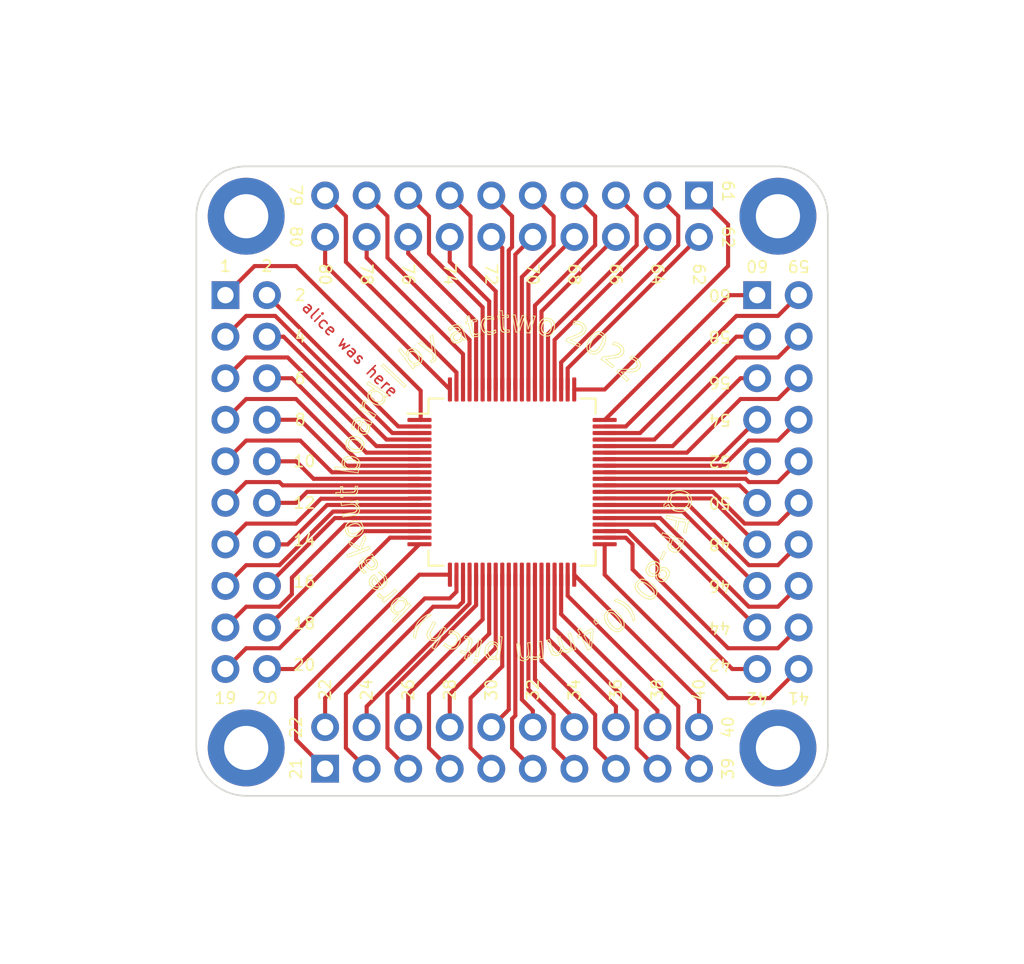
<source format=kicad_pcb>
(kicad_pcb (version 20211014) (generator pcbnew)
  (layers (0 "F.Cu" signal) (31 "B.Cu" signal) (34 "B.Paste" user) (35 "F.Paste" user) (36 "B.SilkS" user "B.Silkscreen") (37 "F.SilkS" user "F.Silkscreen") (38 "B.Mask" user) (39 "F.Mask" user) (44 "Edge.Cuts" user))
  (net 0 "")
  (footprint "Connector_PinHeader_2.54mm:PinHeader_2x10_P2.54mm_Vertical" (layer "F.Cu") (at 197.612 92.964 -90)
    (fp_text reference "REF**" hide)
    (fp_text value "PinHeader_2x10_P2.54mm_Vertical")
  )
  (footprint "Connector_PinHeader_2.54mm:PinHeader_2x10_P2.54mm_Vertical" (layer "F.Cu") (at 174.752 128.016 90)
    (fp_text reference "REF**" hide)
    (fp_text value "PinHeader_2x10_P2.54mm_Vertical")
  )
  (footprint "Connector_PinHeader_2.54mm:PinHeader_2x10_P2.54mm_Vertical" (layer "F.Cu") (at 168.656 99.06)
    (fp_text reference "REF**" hide)
    (fp_text value "PinHeader_2x10_P2.54mm_Vertical")
  )
  (footprint "MountingHole:MountingHole_2.7mm_M2.5_DIN965_Pad" (layer "F.Cu") (at 202.438 126.746)
    (fp_text reference "REF**" hide)
    (fp_text value "MountingHole_2.7mm_M2.5_DIN965_Pad")
  )
  (footprint "Package_QFP:LQFP-80_10x10mm_P0.4mm" (layer "F.Cu") (at 186.182 110.49)
    (fp_text reference "QFP-80" hide)
    (fp_text value "LQFP-80_10x10mm_P0.4mm")
  )
  (footprint "MountingHole:MountingHole_2.7mm_M2.5_DIN965_Pad" (layer "F.Cu") (at 202.438 94.234)
    (fp_text reference "REF**" hide)
    (fp_text value "MountingHole_2.7mm_M2.5_DIN965_Pad")
  )
  (footprint "MountingHole:MountingHole_2.7mm_M2.5_DIN965_Pad" (layer "F.Cu") (at 169.926 94.234)
    (fp_text reference "REF**" hide)
    (fp_text value "MountingHole_2.7mm_M2.5_DIN965_Pad")
  )
  (footprint "MountingHole:MountingHole_2.7mm_M2.5_DIN965_Pad" (layer "F.Cu") (at 169.926 126.746)
    (fp_text reference "REF**" hide)
    (fp_text value "MountingHole_2.7mm_M2.5_DIN965_Pad")
  )
  (footprint "Connector_PinHeader_2.54mm:PinHeader_2x10_P2.54mm_Vertical" (layer "F.Cu") (at 201.168 99.06)
    (fp_text reference "REF**" hide)
    (fp_text value "PinHeader_2x10_P2.54mm_Vertical")
  )
  (gr_line (start 190.283154 102.209583) (end 189.468674 101.871644) (layer "F.SilkS") (width 0.047699))
  (gr_line (start 176.14324 113.440245) (end 176.147862 113.456591) (layer "F.SilkS") (width 0.047699))
  (gr_line (start 191.670588 101.529685) (end 191.658449 101.5182) (layer "F.SilkS") (width 0.047699))
  (gr_line (start 181.168668 101.584063) (end 181.324802 101.491748) (layer "F.SilkS") (width 0.047699))
  (gr_line (start 176.723493 109.446322) (end 176.725434 109.429682) (layer "F.SilkS") (width 0.047699))
  (gr_line (start 177.0615 105.961471) (end 177.054912 105.949867) (layer "F.SilkS") (width 0.047699))
  (gr_line (start 185.960166 100.417768) (end 185.608242 100.438527) (layer "F.SilkS") (width 0.047699))
  (gr_line (start 194.797785 117.053077) (end 194.783589 117.034012) (layer "F.SilkS") (width 0.047699))
  (gr_line (start 182.152826 120.407694) (end 182.167476 120.42043) (layer "F.SilkS") (width 0.047699))
  (gr_line (start 190.465266 101.487463) (end 190.4526 101.495244) (layer "F.SilkS") (width 0.047699))
  (gr_line (start 190.234751 120.033198) (end 190.234751 120.033198) (layer "F.SilkS") (width 0.047699))
  (gr_line (start 196.562534 111.014484) (end 196.600696 111.020887) (layer "F.SilkS") (width 0.047699))
  (gr_line (start 195.378667 115.723041) (end 195.391501 115.719477) (layer "F.SilkS") (width 0.047699))
  (gr_line (start 178.021186 104.980789) (end 178.002286 104.970601) (layer "F.SilkS") (width 0.047699))
  (gr_line (start 195.620468 116.170416) (end 195.624082 116.15807) (layer "F.SilkS") (width 0.047699))
  (gr_line (start 178.349225 117.612258) (end 178.336018 117.614165) (layer "F.SilkS") (width 0.047699))
  (gr_line (start 184.753121 120.320719) (end 184.771502 120.308132) (layer "F.SilkS") (width 0.047699))
  (gr_line (start 187.770939 121.281569) (end 187.761199 121.288107) (layer "F.SilkS") (width 0.047699))
  (gr_line (start 189.499277 120.745885) (end 189.510521 120.74689) (layer "F.SilkS") (width 0.047699))
  (gr_line (start 184.871867 100.360508) (end 184.891138 100.36151) (layer "F.SilkS") (width 0.047699))
  (gr_line (start 187.445916 121.137917) (end 187.453622 121.145964) (layer "F.SilkS") (width 0.047699))
  (gr_line (start 195.600038 115.743679) (end 195.612936 115.750256) (layer "F.SilkS") (width 0.047699))
  (gr_line (start 177.404996 105.046719) (end 177.415006 105.026641) (layer "F.SilkS") (width 0.047699))
  (gr_line (start 179.773725 102.495169) (end 179.781542 102.485324) (layer "F.SilkS") (width 0.047699))
  (gr_line (start 192.5801 103.718528) (end 192.690752 103.605561) (layer "F.SilkS") (width 0.047699))
  (gr_line (start 179.877879 102.397452) (end 179.89708 102.384886) (layer "F.SilkS") (width 0.047699))
  (gr_line (start 194.833565 117.373123) (end 194.842741 117.358363) (layer "F.SilkS") (width 0.047699))
  (gr_line (start 190.643159 101.314229) (end 190.637905 101.323241) (layer "F.SilkS") (width 0.047699))
  (gr_line (start 177.016302 105.843513) (end 177.01431 105.831483) (layer "F.SilkS") (width 0.047699))
  (gr_line (start 188.778978 100.934409) (end 188.778827 100.962248) (layer "F.SilkS") (width 0.047699))
  (gr_line (start 177.757771 104.918495) (end 177.742244 104.921153) (layer "F.SilkS") (width 0.047699))
  (gr_line (start 176.531094 111.086557) (end 176.538757 111.083283) (layer "F.SilkS") (width 0.047699))
  (gr_line (start 191.049185 101.545322) (end 191.072242 101.517684) (layer "F.SilkS") (width 0.047699))
  (gr_line (start 190.997726 102.622038) (end 190.972432 102.608346) (layer "F.SilkS") (width 0.047699))
  (gr_line (start 189.04615 120.88585) (end 189.057406 120.87699) (layer "F.SilkS") (width 0.047699))
  (gr_line (start 178.095341 117.333955) (end 178.099346 117.341734) (layer "F.SilkS") (width 0.047699))
  (gr_line (start 195.376395 113.588744) (end 195.376395 113.588744) (layer "F.SilkS") (width 0.047699))
  (gr_line (start 177.200169 105.658408) (end 177.194919 105.666281) (layer "F.SilkS") (width 0.047699))
  (gr_line (start 190.154704 100.664837) (end 190.180745 100.668207) (layer "F.SilkS") (width 0.047699))
  (gr_line (start 184.705933 120.896811) (end 184.707522 120.916595) (layer "F.SilkS") (width 0.047699))
  (gr_line (start 187.743076 121.152222) (end 187.754732 121.144375) (layer "F.SilkS") (width 0.047699))
  (gr_line (start 183.347848 100.686318) (end 183.347848 100.686318) (layer "F.SilkS") (width 0.047699))
  (gr_line (start 182.605262 101.67859) (end 182.609002 101.691612) (layer "F.SilkS") (width 0.047699))
  (gr_line (start 196.398212 112.089596) (end 196.430622 112.091655) (layer "F.SilkS") (width 0.047699))
  (gr_line (start 182.704947 101.989996) (end 182.688908 101.987294) (layer "F.SilkS") (width 0.047699))
  (gr_line (start 193.843558 103.3346) (end 193.844333 103.322032) (layer "F.SilkS") (width 0.047699))
  (gr_line (start 183.847521 121.541489) (end 183.893267 121.329642) (layer "F.SilkS") (width 0.047699))
  (gr_line (start 176.863826 106.733909) (end 176.850879 106.731558) (layer "F.SilkS") (width 0.047699))
  (gr_line (start 176.734492 107.936403) (end 176.714695 107.928732) (layer "F.SilkS") (width 0.047699))
  (gr_line (start 177.004361 113.060713) (end 177.016304 113.08221) (layer "F.SilkS") (width 0.047699))
  (gr_line (start 178.479506 116.299655) (end 178.491009 116.325183) (layer "F.SilkS") (width 0.047699))
  (gr_line (start 196.275868 113.418843) (end 196.275868 113.418843) (layer "F.SilkS") (width 0.047699))
  (gr_line (start 192.346534 102.080156) (end 192.315354 102.075462) (layer "F.SilkS") (width 0.047699))
  (gr_line (start 194.701475 117.472141) (end 194.717156 117.467296) (layer "F.SilkS") (width 0.047699))
  (gr_line (start 194.758441 115.341246) (end 194.77804 115.336537) (layer "F.SilkS") (width 0.047699))
  (gr_line (start 193.566491 102.804534) (end 193.59268 102.816678) (layer "F.SilkS") (width 0.047699))
  (gr_line (start 193.892897 103.027651) (end 193.909473 103.046837) (layer "F.SilkS") (width 0.047699))
  (gr_line (start 185.288771 120.836688) (end 185.291285 120.813536) (layer "F.SilkS") (width 0.047699))
  (gr_line (start 184.328394 101.105197) (end 184.320298 101.077538) (layer "F.SilkS") (width 0.047699))
  (gr_line (start 177.989794 117.461174) (end 177.986912 117.457595) (layer "F.SilkS") (width 0.047699))
  (gr_line (start 194.222593 116.622061) (end 194.201514 116.615572) (layer "F.SilkS") (width 0.047699))
  (gr_line (start 194.497725 115.551322) (end 194.512922 115.529331) (layer "F.SilkS") (width 0.047699))
  (gr_line (start 189.32553 120.860526) (end 189.315117 120.853408) (layer "F.SilkS") (width 0.047699))
  (gr_line (start 180.245 119.430134) (end 180.262739 119.378807) (layer "F.SilkS") (width 0.047699))
  (gr_line (start 175.992345 113.250935) (end 175.997617 113.228119) (layer "F.SilkS") (width 0.047699))
  (gr_line (start 195.794213 116.109177) (end 195.790725 116.129493) (layer "F.SilkS") (width 0.047699))
  (gr_line (start 195.982497 114.74445) (end 195.959764 114.735157) (layer "F.SilkS") (width 0.047699))
  (gr_line (start 176.936578 108.361991) (end 176.94354 108.347593) (layer "F.SilkS") (width 0.047699))
  (gr_line (start 178.077916 117.050309) (end 178.05222 117.057011) (layer "F.SilkS") (width 0.047699))
  (gr_line (start 176.875609 109.356321) (end 176.875385 109.378834) (layer "F.SilkS") (width 0.047699))
  (gr_line (start 183.519351 121.044849) (end 183.519351 121.044849) (layer "F.SilkS") (width 0.047699))
  (gr_line (start 188.591046 101.030201) (end 188.593885 101.008701) (layer "F.SilkS") (width 0.047699))
  (gr_line (start 177.158274 105.933471) (end 177.164505 105.947405) (layer "F.SilkS") (width 0.047699))
  (gr_line (start 180.361251 102.656745) (end 180.346611 102.640247) (layer "F.SilkS") (width 0.047699))
  (gr_line (start 178.836333 118.379004) (end 178.824656 118.360532) (layer "F.SilkS") (width 0.047699))
  (gr_line (start 183.817648 101.592083) (end 183.804293 101.587466) (layer "F.SilkS") (width 0.047699))
  (gr_line (start 195.865668 111.628331) (end 195.865539 111.652973) (layer "F.SilkS") (width 0.047699))
  (gr_line (start 194.808731 116.269389) (end 194.794024 116.270845) (layer "F.SilkS") (width 0.047699))
  (gr_line (start 177.056574 106.807834) (end 177.056574 106.807834) (layer "F.SilkS") (width 0.047699))
  (gr_line (start 195.23638 116.341081) (end 195.24716 116.348269) (layer "F.SilkS") (width 0.047699))
  (gr_line (start 192.286597 118.308426) (end 192.312182 118.311565) (layer "F.SilkS") (width 0.047699))
  (gr_line (start 195.085309 116.444909) (end 195.077295 116.434432) (layer "F.SilkS") (width 0.047699))
  (gr_line (start 175.933763 109.456767) (end 175.939008 109.47079) (layer "F.SilkS") (width 0.047699))
  (gr_line (start 194.764913 115.526732) (end 194.752457 115.530918) (layer "F.SilkS") (width 0.047699))
  (gr_line (start 193.689326 103.724955) (end 193.662263 103.730631) (layer "F.SilkS") (width 0.047699))
  (gr_line (start 177.096113 105.533331) (end 177.099409 105.528617) (layer "F.SilkS") (width 0.047699))
  (gr_line (start 193.007605 102.381681) (end 193.011679 102.402045) (layer "F.SilkS") (width 0.047699))
  (gr_line (start 181.503522 103.006217) (end 181.498379 103.016209) (layer "F.SilkS") (width 0.047699))
  (gr_line (start 183.001388 101.198536) (end 183.001388 101.198536) (layer "F.SilkS") (width 0.047699))
  (gr_line (start 190.200783 101.614454) (end 189.738066 101.8122) (layer "F.SilkS") (width 0.047699))
  (gr_line (start 176.595118 110.924526) (end 176.595118 110.924526) (layer "F.SilkS") (width 0.047699))
  (gr_line (start 193.432095 118.228297) (end 193.446982 118.250102) (layer "F.SilkS") (width 0.047699))
  (gr_line (start 194.887751 116.871431) (end 194.908877 116.897854) (layer "F.SilkS") (width 0.047699))
  (gr_line (start 191.90408 101.669407) (end 191.906605 101.696703) (layer "F.SilkS") (width 0.047699))
  (gr_line (start 187.889077 100.723882) (end 187.901498 100.700355) (layer "F.SilkS") (width 0.047699))
  (gr_line (start 177.910608 104.932615) (end 177.892837 104.92761) (layer "F.SilkS") (width 0.047699))
  (gr_line (start 177.455306 104.964045) (end 177.463748 104.953138) (layer "F.SilkS") (width 0.047699))
  (gr_line (start 187.407209 121.076684) (end 187.412786 121.08853) (layer "F.SilkS") (width 0.047699))
  (gr_line (start 187.73093 121.159418) (end 187.743076 121.152222) (layer "F.SilkS") (width 0.047699))
  (gr_line (start 180.400962 103.347962) (end 180.389436 103.351779) (layer "F.SilkS") (width 0.047699))
  (gr_line (start 176.246983 112.938618) (end 176.272065 112.92654) (layer "F.SilkS") (width 0.047699))
  (gr_line (start 188.445443 101.346311) (end 188.445443 101.346311) (layer "F.SilkS") (width 0.047699))
  (gr_line (start 192.858198 102.137881) (end 192.876012 102.155078) (layer "F.SilkS") (width 0.047699))
  (gr_line (start 177.502506 115.845343) (end 177.485726 115.838126) (layer "F.SilkS") (width 0.047699))
  (gr_line (start 192.963137 119.451219) (end 192.946918 119.471729) (layer "F.SilkS") (width 0.047699))
  (gr_line (start 176.723954 106.578501) (end 176.744164 106.574079) (layer "F.SilkS") (width 0.047699))
  (gr_line (start 176.932683 106.756915) (end 176.917196 106.750562) (layer "F.SilkS") (width 0.047699))
  (gr_line (start 191.248811 102.666643) (end 191.223854 102.669736) (layer "F.SilkS") (width 0.047699))
  (gr_line (start 195.206843 115.534887) (end 195.213453 115.548023) (layer "F.SilkS") (width 0.047699))
  (gr_line (start 178.250103 116.213625) (end 178.234284 116.195466) (layer "F.SilkS") (width 0.047699))
  (gr_line (start 176.482 111.099153) (end 176.493255 111.097137) (layer "F.SilkS") (width 0.047699))
  (gr_line (start 191.287369 101.556981) (end 191.270335 101.573559) (layer "F.SilkS") (width 0.047699))
  (gr_line (start 180.110063 103.564697) (end 180.110063 103.564697) (layer "F.SilkS") (width 0.047699))
  (gr_line (start 190.002823 100.821881) (end 189.973031 100.823712) (layer "F.SilkS") (width 0.047699))
  (gr_line (start 193.147531 118.171824) (end 193.128363 118.153076) (layer "F.SilkS") (width 0.047699))
  (gr_line (start 181.264834 103.197812) (end 181.191928 103.074507) (layer "F.SilkS") (width 0.047699))
  (gr_line (start 177.211503 107.380057) (end 177.220122 107.374886) (layer "F.SilkS") (width 0.047699))
  (gr_line (start 176.593912 108.683141) (end 176.565617 108.680029) (layer "F.SilkS") (width 0.047699))
  (gr_line (start 181.526167 102.906817) (end 181.52506 102.922165) (layer "F.SilkS") (width 0.047699))
  (gr_line (start 181.589712 119.99801) (end 181.601724 119.988233) (layer "F.SilkS") (width 0.047699))
  (gr_line (start 176.698318 112.181203) (end 176.699955 112.168961) (layer "F.SilkS") (width 0.047699))
  (gr_line (start 183.183853 101.199456) (end 183.183853 101.199456) (layer "F.SilkS") (width 0.047699))
  (gr_line (start 176.795962 109.134322) (end 176.809424 109.152561) (layer "F.SilkS") (width 0.047699))
  (gr_line (start 178.023186 117.497834) (end 178.012926 117.487215) (layer "F.SilkS") (width 0.047699))
  (gr_line (start 191.689806 101.35878) (end 191.689806 101.35878) (layer "F.SilkS") (width 0.047699))
  (gr_line (start 185.1454 121.291432) (end 185.135337 121.297542) (layer "F.SilkS") (width 0.047699))
  (gr_line (start 177.571602 105.316092) (end 177.580317 105.331077) (layer "F.SilkS") (width 0.047699))
  (gr_line (start 196.143143 114.782268) (end 196.121392 114.78025) (layer "F.SilkS") (width 0.047699))
  (gr_line (start 195.912525 114.221309) (end 195.912525 114.221309) (layer "F.SilkS") (width 0.047699))
  (gr_line (start 195.106629 115.83068) (end 195.109027 115.81707) (layer "F.SilkS") (width 0.047699))
  (gr_line (start 176.953553 108.131499) (end 176.947359 108.117375) (layer "F.SilkS") (width 0.047699))
  (gr_line (start 178.293427 105.383752) (end 178.295843 105.368976) (layer "F.SilkS") (width 0.047699))
  (gr_line (start 176.790301 112.881649) (end 176.812813 112.890784) (layer "F.SilkS") (width 0.047699))
  (gr_line (start 194.735419 116.269908) (end 194.720824 116.267984) (layer "F.SilkS") (width 0.047699))
  (gr_line (start 182.772225 120.334215) (end 182.78202 120.314251) (layer "F.SilkS") (width 0.047699))
  (gr_line (start 192.070399 118.530367) (end 192.06384 118.536228) (layer "F.SilkS") (width 0.047699))
  (gr_line (start 197.12838 111.840657) (end 197.118982 111.872411) (layer "F.SilkS") (width 0.047699))
  (gr_line (start 192.834526 119.367188) (end 192.838797 119.360249) (layer "F.SilkS") (width 0.047699))
  (gr_line (start 195.758122 111.390732) (end 195.770397 111.360922) (layer "F.SilkS") (width 0.047699))
  (gr_line (start 195.222085 115.969596) (end 195.213751 115.980665) (layer "F.SilkS") (width 0.047699))
  (gr_line (start 178.370518 116.542759) (end 178.370518 116.542759) (layer "F.SilkS") (width 0.047699))
  (gr_line (start 193.904657 116.707746) (end 193.895415 116.722575) (layer "F.SilkS") (width 0.047699))
  (gr_line (start 176.583957 113.634291) (end 176.606372 113.628872) (layer "F.SilkS") (width 0.047699))
  (gr_line (start 177.289464 106.085719) (end 177.305953 106.096931) (layer "F.SilkS") (width 0.047699))
  (gr_line (start 195.145488 116.19995) (end 195.147457 116.211145) (layer "F.SilkS") (width 0.047699))
  (gr_line (start 178.895218 118.448241) (end 178.895218 118.448241) (layer "F.SilkS") (width 0.047699))
  (gr_line (start 185.023973 121.3375) (end 185.011697 121.339414) (layer "F.SilkS") (width 0.047699))
  (gr_line (start 188.753945 101.142029) (end 188.746283 101.171783) (layer "F.SilkS") (width 0.047699))
  (gr_line (start 176.091919 108.939952) (end 176.115977 108.933504) (layer "F.SilkS") (width 0.047699))
  (gr_line (start 178.265417 116.232382) (end 178.250103 116.213625) (layer "F.SilkS") (width 0.047699))
  (gr_line (start 183.05198 120.771938) (end 183.05198 120.771938) (layer "F.SilkS") (width 0.047699))
  (gr_line (start 176.413853 112.877371) (end 176.413853 112.877371) (layer "F.SilkS") (width 0.047699))
  (gr_line (start 176.720724 109.462847) (end 176.723493 109.446322) (layer "F.SilkS") (width 0.047699))
  (gr_line (start 176.50415 112.858863) (end 176.533081 112.855048) (layer "F.SilkS") (width 0.047699))
  (gr_line (start 194.289063 116.648281) (end 194.266368 116.638415) (layer "F.SilkS") (width 0.047699))
  (gr_line (start 178.824656 118.360532) (end 178.814197 118.341595) (layer "F.SilkS") (width 0.047699))
  (gr_line (start 176.872391 113.479103) (end 176.882401 113.46598) (layer "F.SilkS") (width 0.047699))
  (gr_line (start 192.65928 102.184571) (end 192.649329 102.178686) (layer "F.SilkS") (width 0.047699))
  (gr_line (start 182.885546 120.494225) (end 182.869304 120.516128) (layer "F.SilkS") (width 0.047699))
  (gr_line (start 176.867732 108.639552) (end 176.867732 108.639552) (layer "F.SilkS") (width 0.047699))
  (gr_line (start 176.495424 106.763466) (end 176.508446 106.742619) (layer "F.SilkS") (width 0.047699))
  (gr_line (start 193.809737 117.155952) (end 193.791873 117.129512) (layer "F.SilkS") (width 0.047699))
  (gr_line (start 183.690992 101.472531) (end 183.682803 101.455749) (layer "F.SilkS") (width 0.047699))
  (gr_line (start 178.048124 105.770195) (end 178.024201 105.771296) (layer "F.SilkS") (width 0.047699))
  (gr_line (start 176.274685 113.800138) (end 176.252291 113.791081) (layer "F.SilkS") (width 0.047699))
  (gr_line (start 195.153075 116.233056) (end 195.156769 116.243593) (layer "F.SilkS") (width 0.047699))
  (gr_line (start 195.998498 112.171043) (end 195.977702 112.157558) (layer "F.SilkS") (width 0.047699))
  (gr_line (start 179.956337 102.354832) (end 179.97664 102.347362) (layer "F.SilkS") (width 0.047699))
  (gr_line (start 177.566418 104.860622) (end 177.576643 104.854708) (layer "F.SilkS") (width 0.047699))
  (gr_line (start 195.103524 115.844392) (end 195.106629 115.83068) (layer "F.SilkS") (width 0.047699))
  (gr_line (start 178.250057 105.484536) (end 178.259087 105.470422) (layer "F.SilkS") (width 0.047699))
  (gr_line (start 183.763217 101.564599) (end 183.757808 101.560316) (layer "F.SilkS") (width 0.047699))
  (gr_line (start 181.351 102.950669) (end 181.353592 102.94473) (layer "F.SilkS") (width 0.047699))
  (gr_line (start 184.859343 120.448876) (end 184.847264 120.458772) (layer "F.SilkS") (width 0.047699))
  (gr_line (start 194.428248 116.070246) (end 194.418184 116.052673) (layer "F.SilkS") (width 0.047699))
  (gr_line (start 177.899459 117.068748) (end 177.874236 117.065958) (layer "F.SilkS") (width 0.047699))
  (gr_line (start 181.02576 119.999578) (end 181.016662 119.984275) (layer "F.SilkS") (width 0.047699))
  (gr_line (start 185.294289 120.768894) (end 185.294778 120.747405) (layer "F.SilkS") (width 0.047699))
  (gr_line (start 193.775623 117.10309) (end 193.760988 117.076686) (layer "F.SilkS") (width 0.047699))
  (gr_line (start 179.157819 117.819237) (end 179.141503 117.833233) (layer "F.SilkS") (width 0.047699))
  (gr_line (start 196.81765 113.597621) (end 196.81765 113.597621) (layer "F.SilkS") (width 0.047699))
  (gr_line (start 177.854006 105.745984) (end 177.829302 105.73765) (layer "F.SilkS") (width 0.047699))
  (gr_line (start 176.620367 113.811055) (end 176.590179 113.817258) (layer "F.SilkS") (width 0.047699))
  (gr_line (start 178.404453 117.507123) (end 178.420001 117.503762) (layer "F.SilkS") (width 0.047699))
  (gr_line (start 178.405162 116.177153) (end 178.419584 116.197379) (layer "F.SilkS") (width 0.047699))
  (gr_line (start 184.49501 100.718304) (end 184.489292 100.735523) (layer "F.SilkS") (width 0.047699))
  (gr_line (start 176.566048 113.033687) (end 176.545484 113.036052) (layer "F.SilkS") (width 0.047699))
  (gr_line (start 195.467422 116.554896) (end 195.467422 116.554896) (layer "F.SilkS") (width 0.047699))
  (gr_line (start 196.295073 112.276838) (end 196.267043 112.271973) (layer "F.SilkS") (width 0.047699))
  (gr_line (start 195.257393 115.931338) (end 195.24827 115.94) (layer "F.SilkS") (width 0.047699))
  (gr_line (start 195.213453 115.548023) (end 195.219487 115.561514) (layer "F.SilkS") (width 0.047699))
  (gr_line (start 184.396865 101.250952) (end 184.383085 101.229065) (layer "F.SilkS") (width 0.047699))
  (gr_line (start 175.809874 109.483687) (end 175.805584 109.472854) (layer "F.SilkS") (width 0.047699))
  (gr_line (start 185.53341 101.247476) (end 185.525322 101.235323) (layer "F.SilkS") (width 0.047699))
  (gr_line (start 185.669965 101.326843) (end 185.653094 101.32295) (layer "F.SilkS") (width 0.047699))
  (gr_line (start 177.949236 115.477116) (end 177.952129 115.493876) (layer "F.SilkS") (width 0.047699))
  (gr_line (start 192.72372 119.623306) (end 192.699274 119.630087) (layer "F.SilkS") (width 0.047699))
  (gr_line (start 197.082043 111.961481) (end 197.066814 111.989107) (layer "F.SilkS") (width 0.047699))
  (gr_line (start 190.598032 100.864699) (end 190.611977 100.88098) (layer "F.SilkS") (width 0.047699))
  (gr_line (start 195.31675 115.749349) (end 195.328833 115.742955) (layer "F.SilkS") (width 0.047699))
  (gr_line (start 180.352343 119.637756) (end 180.337773 119.691376) (layer "F.SilkS") (width 0.047699))
  (gr_line (start 195.624082 116.15807) (end 195.627076 116.145852) (layer "F.SilkS") (width 0.047699))
  (gr_line (start 176.136422 113.329692) (end 176.134595 113.34483) (layer "F.SilkS") (width 0.047699))
  (gr_line (start 179.733036 117.759861) (end 179.738975 117.770594) (layer "F.SilkS") (width 0.047699))
  (gr_line (start 177.992668 117.464608) (end 177.989794 117.461174) (layer "F.SilkS") (width 0.047699))
  (gr_line (start 195.481959 115.892836) (end 195.470496 115.888302) (layer "F.SilkS") (width 0.047699))
  (gr_line (start 182.965051 101.120982) (end 182.95764 101.110432) (layer "F.SilkS") (width 0.047699))
  (gr_line (start 177.371017 105.214802) (end 177.370782 105.193066) (layer "F.SilkS") (width 0.047699))
  (gr_line (start 192.669261 119.475999) (end 192.685224 119.472997) (layer "F.SilkS") (width 0.047699))
  (gr_line (start 176.871203 109.425025) (end 176.869036 109.439037) (layer "F.SilkS") (width 0.047699))
  (gr_line (start 176.328524 109.683075) (end 176.35054 109.684679) (layer "F.SilkS") (width 0.047699))
  (gr_line (start 176.527061 107.27408) (end 176.527061 107.27408) (layer "F.SilkS") (width 0.047699))
  (gr_line (start 195.0628 116.412528) (end 195.05632 116.401101) (layer "F.SilkS") (width 0.047699))
  (gr_line (start 189.732351 120.64938) (end 189.741044 120.638329) (layer "F.SilkS") (width 0.047699))
  (gr_line (start 182.860279 100.873302) (end 182.880771 100.877051) (layer "F.SilkS") (width 0.047699))
  (gr_line (start 181.324802 101.491748) (end 181.324802 101.491748) (layer "F.SilkS") (width 0.047699))
  (gr_line (start 184.603152 101.228821) (end 184.616243 101.240551) (layer "F.SilkS") (width 0.047699))
  (gr_line (start 184.721688 120.699192) (end 184.717512 120.720869) (layer "F.SilkS") (width 0.047699))
  (gr_line (start 194.596044 117.477355) (end 194.614966 117.479326) (layer "F.SilkS") (width 0.047699))
  (gr_line (start 192.131092 102.785418) (end 192.249436 102.768225) (layer "F.SilkS") (width 0.047699))
  (gr_line (start 179.517467 117.74244) (end 179.503835 117.735781) (layer "F.SilkS") (width 0.047699))
  (gr_line (start 176.580998 108.500256) (end 176.601595 108.502998) (layer "F.SilkS") (width 0.047699))
  (gr_line (start 176.564406 111.065333) (end 176.566509 111.062864) (layer "F.SilkS") (width 0.047699))
  (gr_line (start 177.042607 107.56483) (end 177.025579 107.559817) (layer "F.SilkS") (width 0.047699))
  (gr_line (start 176.888977 108.628447) (end 176.867732 108.639552) (layer "F.SilkS") (width 0.047699))
  (gr_line (start 179.754274 117.803285) (end 179.758535 117.814345) (layer "F.SilkS") (width 0.047699))
  (gr_line (start 187.08228 121.360996) (end 187.070858 121.367545) (layer "F.SilkS") (width 0.047699))
  (gr_line (start 185.759411 101.191365) (end 185.769779 101.192315) (layer "F.SilkS") (width 0.047699))
  (gr_line (start 186.412535 101.319301) (end 186.203543 100.262949) (layer "F.SilkS") (width 0.047699))
  (gr_line (start 175.836411 112.616075) (end 175.836411 112.616075) (layer "F.SilkS") (width 0.047699))
  (gr_line (start 184.320311 120.162872) (end 184.100418 121.181195) (layer "F.SilkS") (width 0.047699))
  (gr_line (start 191.822192 118.76284) (end 191.821252 118.735536) (layer "F.SilkS") (width 0.047699))
  (gr_line (start 179.915032 103.029163) (end 179.929004 103.047791) (layer "F.SilkS") (width 0.047699))
  (gr_line (start 177.468648 107.198275) (end 177.467243 107.211329) (layer "F.SilkS") (width 0.047699))
  (gr_line (start 190.882874 102.543657) (end 190.864135 102.525433) (layer "F.SilkS") (width 0.047699))
  (gr_line (start 178.155291 115.940155) (end 178.175846 115.954179) (layer "F.SilkS") (width 0.047699))
  (gr_line (start 194.336071 116.67139) (end 194.312298 116.659273) (layer "F.SilkS") (width 0.047699))
  (gr_line (start 178.36727 116.559049) (end 178.370518 116.542759) (layer "F.SilkS") (width 0.047699))
  (gr_line (start 177.882259 115.316213) (end 177.890029 115.329132) (layer "F.SilkS") (width 0.047699))
  (gr_line (start 194.028347 103.328277) (end 194.028702 103.348695) (layer "F.SilkS") (width 0.047699))
  (gr_line (start 191.700675 101.568248) (end 191.691701 101.554709) (layer "F.SilkS") (width 0.047699))
  (gr_line (start 195.391879 115.874443) (end 195.38088 115.875017) (layer "F.SilkS") (width 0.047699))
  (gr_line (start 195.13324 115.442573) (end 195.144455 115.45287) (layer "F.SilkS") (width 0.047699))
  (gr_line (start 176.601732 109.635023) (end 176.615198 109.626388) (layer "F.SilkS") (width 0.047699))
  (gr_line (start 177.676911 116.78913) (end 177.687785 116.80203) (layer "F.SilkS") (width 0.047699))
  (gr_line (start 196.212792 112.260087) (end 196.18657 112.253066) (layer "F.SilkS") (width 0.047699))
  (gr_line (start 176.947462 112.984789) (end 176.963055 113.002261) (layer "F.SilkS") (width 0.047699))
  (gr_line (start 190.759009 102.154798) (end 190.76386 102.124192) (layer "F.SilkS") (width 0.047699))
  (gr_line (start 196.793714 111.296207) (end 196.771662 111.283673) (layer "F.SilkS") (width 0.047699))
  (gr_line (start 188.082358 100.747415) (end 188.072536 100.762552) (layer "F.SilkS") (width 0.047699))
  (gr_line (start 184.978033 120.250258) (end 185.000959 120.25127) (layer "F.SilkS") (width 0.047699))
  (gr_line (start 176.675353 112.246773) (end 176.680746 112.236782) (layer "F.SilkS") (width 0.047699))
  (gr_line (start 187.250278 121.154059) (end 187.243634 121.168989) (layer "F.SilkS") (width 0.047699))
  (gr_line (start 193.932032 103.587118) (end 193.916804 103.60338) (layer "F.SilkS") (width 0.047699))
  (gr_line (start 195.029787 117.286299) (end 195.024579 117.310961) (layer "F.SilkS") (width 0.047699))
  (gr_line (start 176.846885 112.092985) (end 176.84908 112.106101) (layer "F.SilkS") (width 0.047699))
  (gr_line (start 182.939126 119.827915) (end 182.952414 119.848672) (layer "F.SilkS") (width 0.047699))
  (gr_line (start 182.823393 119.961839) (end 182.817077 119.945671) (layer "F.SilkS") (width 0.047699))
  (gr_line (start 194.590011 115.974506) (end 194.597922 115.985024) (layer "F.SilkS") (width 0.047699))
  (gr_line (start 176.799269 109.613984) (end 176.799269 109.613984) (layer "F.SilkS") (width 0.047699))
  (gr_line (start 195.094173 115.687821) (end 195.088892 115.676145) (layer "F.SilkS") (width 0.047699))
  (gr_line (start 177.103031 108.068063) (end 177.109236 108.090536) (layer "F.SilkS") (width 0.047699))
  (gr_line (start 188.632417 121.018096) (end 188.61924 121.004528) (layer "F.SilkS") (width 0.047699))
  (gr_line (start 183.380447 100.815275) (end 183.347848 100.686318) (layer "F.SilkS") (width 0.047699))
  (gr_line (start 193.631075 103.559549) (end 193.65055 103.553519) (layer "F.SilkS") (width 0.047699))
  (gr_line (start 176.507326 108.670266) (end 176.477331 108.663616) (layer "F.SilkS") (width 0.047699))
  (gr_line (start 177.571353 115.862965) (end 177.553883 115.860247) (layer "F.SilkS") (width 0.047699))
  (gr_line (start 189.612016 120.729984) (end 189.626782 120.72437) (layer "F.SilkS") (width 0.047699))
  (gr_line (start 176.822368 112.008276) (end 176.826851 112.019616) (layer "F.SilkS") (width 0.047699))
  (gr_line (start 192.706179 102.029351) (end 192.726342 102.040523) (layer "F.SilkS") (width 0.047699))
  (gr_line (start 178.955404 118.270362) (end 178.960834 118.284287) (layer "F.SilkS") (width 0.047699))
  (gr_line (start 178.250057 105.484536) (end 178.250057 105.484536) (layer "F.SilkS") (width 0.047699))
  (gr_line (start 185.327297 120.463472) (end 185.332717 120.475658) (layer "F.SilkS") (width 0.047699))
  (gr_line (start 194.550418 115.879101) (end 194.552964 115.891992) (layer "F.SilkS") (width 0.047699))
  (gr_line (start 184.625631 120.460998) (end 184.638929 120.440281) (layer "F.SilkS") (width 0.047699))
  (gr_line (start 183.563504 120.257031) (end 183.565405 120.245078) (layer "F.SilkS") (width 0.047699))
  (gr_line (start 185.293731 120.706092) (end 185.292195 120.686268) (layer "F.SilkS") (width 0.047699))
  (gr_line (start 195.891048 114.350023) (end 195.891926 114.362986) (layer "F.SilkS") (width 0.047699))
  (gr_line (start 184.52601 100.654941) (end 184.52601 100.654941) (layer "F.SilkS") (width 0.047699))
  (gr_line (start 176.538028 112.524162) (end 176.51361 112.529077) (layer "F.SilkS") (width 0.047699))
  (gr_line (start 195.011344 117.081896) (end 195.011344 117.081896) (layer "F.SilkS") (width 0.047699))
  (gr_line (start 182.368025 101.037009) (end 182.387152 101.023182) (layer "F.SilkS") (width 0.047699))
  (gr_line (start 176.671509 111.836371) (end 176.682655 111.843541) (layer "F.SilkS") (width 0.047699))
  (gr_line (start 191.797978 101.441746) (end 191.815203 101.460806) (layer "F.SilkS") (width 0.047699))
  (gr_line (start 196.392913 112.880763) (end 196.275868 113.418843) (layer "F.SilkS") (width 0.047699))
  (gr_line (start 179.926751 102.540423) (end 179.913228 102.55031) (layer "F.SilkS") (width 0.047699))
  (gr_line (start 197.085939 111.349673) (end 197.099889 111.377855) (layer "F.SilkS") (width 0.047699))
  (gr_line (start 176.763435 113.568231) (end 176.779685 113.558648) (layer "F.SilkS") (width 0.047699))
  (gr_line (start 179.651268 117.892708) (end 179.645761 117.878786) (layer "F.SilkS") (width 0.047699))
  (gr_line (start 184.98643 100.373446) (end 185.005296 100.377451) (layer "F.SilkS") (width 0.047699))
  (gr_line (start 184.291942 100.868233) (end 184.292521 100.839781) (layer "F.SilkS") (width 0.047699))
  (gr_line (start 176.860778 115.401356) (end 176.870365 115.383024) (layer "F.SilkS") (width 0.047699))
  (gr_line (start 194.545653 116.808853) (end 194.517569 116.787731) (layer "F.SilkS") (width 0.047699))
  (gr_line (start 190.457833 101.25833) (end 190.462842 101.251065) (layer "F.SilkS") (width 0.047699))
  (gr_line (start 176.711746 109.050532) (end 176.730464 109.065874) (layer "F.SilkS") (width 0.047699))
  (gr_line (start 177.372533 105.236745) (end 177.371017 105.214802) (layer "F.SilkS") (width 0.047699))
  (gr_line (start 187.855794 101.315783) (end 187.845706 101.29375) (layer "F.SilkS") (width 0.047699))
  (gr_line (start 177.757066 115.613412) (end 177.762654 115.605486) (layer "F.SilkS") (width 0.047699))
  (gr_line (start 177.762654 115.605486) (end 177.767769 115.597284) (layer "F.SilkS") (width 0.047699))
  (gr_line (start 189.782995 120.372269) (end 189.778532 120.35459) (layer "F.SilkS") (width 0.047699))
  (gr_line (start 180.452056 102.007773) (end 180.60819 101.915457) (layer "F.SilkS") (width 0.047699))
  (gr_line (start 193.537165 118.822425) (end 193.518586 118.767252) (layer "F.SilkS") (width 0.047699))
  (gr_line (start 182.741475 101.025256) (end 182.726864 101.027053) (layer "F.SilkS") (width 0.047699))
  (gr_line (start 176.271693 113.133284) (end 176.257043 113.143811) (layer "F.SilkS") (width 0.047699))
  (gr_line (start 193.255313 118.291114) (end 193.220852 118.250151) (layer "F.SilkS") (width 0.047699))
  (gr_line (start 177.011091 105.795137) (end 177.010937 105.782936) (layer "F.SilkS") (width 0.047699))
  (gr_line (start 176.562229 111.067665) (end 176.564406 111.065333) (layer "F.SilkS") (width 0.047699))
  (gr_line (start 196.814831 111.309608) (end 196.793714 111.296207) (layer "F.SilkS") (width 0.047699))
  (gr_line (start 177.165221 115.91618) (end 177.173067 115.923752) (layer "F.SilkS") (width 0.047699))
  (gr_line (start 195.625818 115.757429) (end 195.643352 115.768137) (layer "F.SilkS") (width 0.047699))
  (gr_line (start 195.726287 114.350201) (end 195.72883 114.32636) (layer "F.SilkS") (width 0.047699))
  (gr_line (start 187.070858 121.367545) (end 187.059145 121.373692) (layer "F.SilkS") (width 0.047699))
  (gr_line (start 184.683825 120.383221) (end 184.700458 120.365897) (layer "F.SilkS") (width 0.047699))
  (gr_line (start 189.626782 120.72437) (end 189.640941 120.718213) (layer "F.SilkS") (width 0.047699))
  (gr_line (start 183.126721 101.790187) (end 183.120287 101.800845) (layer "F.SilkS") (width 0.047699))
  (gr_line (start 191.166275 101.423252) (end 191.190235 101.403674) (layer "F.SilkS") (width 0.047699))
  (gr_line (start 177.533518 105.178202) (end 177.533998 105.193304) (layer "F.SilkS") (width 0.047699))
  (gr_line (start 192.700967 119.468758) (end 192.716489 119.46328) (layer "F.SilkS") (width 0.047699))
  (gr_line (start 189.040528 121.049917) (end 189.028426 121.056536) (layer "F.SilkS") (width 0.047699))
  (gr_line (start 186.005243 101.181977) (end 186.005243 101.181977) (layer "F.SilkS") (width 0.047699))
  (gr_line (start 182.642227 101.974212) (end 182.627146 101.968192) (layer "F.SilkS") (width 0.047699))
  (gr_line (start 177.955159 115.559658) (end 177.953781 115.575789) (layer "F.SilkS") (width 0.047699))
  (gr_line (start 178.280508 105.427512) (end 178.285759 105.413019) (layer "F.SilkS") (width 0.047699))
  (gr_line (start 191.91383 118.476227) (end 191.931602 118.456385) (layer "F.SilkS") (width 0.047699))
  (gr_line (start 178.942006 118.180652) (end 178.941956 118.196338) (layer "F.SilkS") (width 0.047699))
  (gr_line (start 189.149417 120.685812) (end 189.149986 120.670153) (layer "F.SilkS") (width 0.047699))
  (gr_line (start 190.439468 101.503068) (end 190.42587 101.510935) (layer "F.SilkS") (width 0.047699))
  (gr_line (start 196.375075 114.460663) (end 196.381977 114.447912) (layer "F.SilkS") (width 0.047699))
  (gr_line (start 183.018576 120.115446) (end 183.016845 120.142003) (layer "F.SilkS") (width 0.047699))
  (gr_line (start 187.978519 120.233863) (end 187.978519 120.233863) (layer "F.SilkS") (width 0.047699))
  (gr_line (start 182.768839 119.677022) (end 182.792266 119.690596) (layer "F.SilkS") (width 0.047699))
  (gr_line (start 177.553883 115.860247) (end 177.536584 115.856404) (layer "F.SilkS") (width 0.047699))
  (gr_line (start 178.001361 116.018846) (end 178.001361 116.018846) (layer "F.SilkS") (width 0.047699))
  (gr_line (start 178.452328 116.24855) (end 178.466612 116.274111) (layer "F.SilkS") (width 0.047699))
  (gr_line (start 185.687947 101.166586) (end 185.690489 101.168601) (layer "F.SilkS") (width 0.047699))
  (gr_line (start 176.544392 107.887433) (end 176.524366 107.88553) (layer "F.SilkS") (width 0.047699))
  (gr_line (start 196.482762 111.00552) (end 196.523223 111.009362) (layer "F.SilkS") (width 0.047699))
  (gr_line (start 183.085862 101.45541) (end 183.082357 101.436884) (layer "F.SilkS") (width 0.047699))
  (gr_line (start 185.128326 121.162695) (end 185.140859 121.153605) (layer "F.SilkS") (width 0.047699))
  (gr_line (start 196.006277 114.753111) (end 196.006277 114.753111) (layer "F.SilkS") (width 0.047699))
  (gr_line (start 180.241525 102.549372) (end 180.22614 102.539907) (layer "F.SilkS") (width 0.047699))
  (gr_line (start 180.287121 102.583044) (end 180.272016 102.570941) (layer "F.SilkS") (width 0.047699))
  (gr_line (start 177.016304 113.08221) (end 177.027335 113.104714) (layer "F.SilkS") (width 0.047699))
  (gr_line (start 176.812813 112.890784) (end 176.834742 112.901096) (layer "F.SilkS") (width 0.047699))
  (gr_line (start 175.945152 109.484485) (end 175.952193 109.497853) (layer "F.SilkS") (width 0.047699))
  (gr_line (start 197.153447 111.667202) (end 197.151399 111.70332) (layer "F.SilkS") (width 0.047699))
  (gr_line (start 177.259052 106.062612) (end 177.273831 106.074279) (layer "F.SilkS") (width 0.047699))
  (gr_line (start 194.545653 116.808853) (end 194.545653 116.808853) (layer "F.SilkS") (width 0.047699))
  (gr_line (start 183.072151 100.995743) (end 183.086548 101.013634) (layer "F.SilkS") (width 0.047699))
  (gr_line (start 177.240318 115.979904) (end 177.249283 115.986371) (layer "F.SilkS") (width 0.047699))
  (gr_line (start 194.593608 115.43647) (end 194.610685 115.421316) (layer "F.SilkS") (width 0.047699))
  (gr_line (start 181.355838 102.938691) (end 181.355838 102.938691) (layer "F.SilkS") (width 0.047699))
  (gr_line (start 193.796915 116.60272) (end 193.796915 116.60272) (layer "F.SilkS") (width 0.047699))
  (gr_line (start 182.495195 101.119028) (end 182.476955 101.131) (layer "F.SilkS") (width 0.047699))
  (gr_line (start 176.795049 111.955381) (end 176.801167 111.965452) (layer "F.SilkS") (width 0.047699))
  (gr_line (start 182.938109 101.79388) (end 182.952429 101.785747) (layer "F.SilkS") (width 0.047699))
  (gr_line (start 178.50984 116.376189) (end 178.517168 116.401667) (layer "F.SilkS") (width 0.047699))
  (gr_line (start 192.745649 102.051959) (end 192.764099 102.063658) (layer "F.SilkS") (width 0.047699))
  (gr_line (start 193.963554 116.644467) (end 193.950633 116.654955) (layer "F.SilkS") (width 0.047699))
  (gr_line (start 195.901967 114.412164) (end 195.90611 114.423789) (layer "F.SilkS") (width 0.047699))
  (gr_line (start 177.890029 115.329132) (end 177.897632 115.342483) (layer "F.SilkS") (width 0.047699))
  (gr_line (start 184.688749 101.285463) (end 184.704599 101.291744) (layer "F.SilkS") (width 0.047699))
  (gr_line (start 181.366877 120.049737) (end 181.381638 120.052593) (layer "F.SilkS") (width 0.047699))
  (gr_line (start 187.46172 121.153402) (end 187.470208 121.16023) (layer "F.SilkS") (width 0.047699))
  (gr_line (start 177.057784 115.203326) (end 177.082273 115.188987) (layer "F.SilkS") (width 0.047699))
  (gr_line (start 192.66183 118.797409) (end 192.640333 118.76961) (layer "F.SilkS") (width 0.047699))
  (gr_line (start 190.507149 101.093086) (end 190.505932 101.080889) (layer "F.SilkS") (width 0.047699))
  (gr_line (start 177.435848 107.015602) (end 177.441161 107.027288) (layer "F.SilkS") (width 0.047699))
  (gr_line (start 191.900011 102.982612) (end 192.422718 103.378611) (layer "F.SilkS") (width 0.047699))
  (gr_line (start 177.738245 104.811993) (end 177.751187 104.811917) (layer "F.SilkS") (width 0.047699))
  (gr_line (start 190.362394 100.712109) (end 190.381677 100.719716) (layer "F.SilkS") (width 0.047699))
  (gr_line (start 194.732297 117.461316) (end 194.746898 117.4542) (layer "F.SilkS") (width 0.047699))
  (gr_line (start 183.774288 101.572369) (end 183.76871 101.568616) (layer "F.SilkS") (width 0.047699))
  (gr_line (start 195.630669 116.063895) (end 195.628702 116.052697) (layer "F.SilkS") (width 0.047699))
  (gr_line (start 180.296402 103.366293) (end 180.284579 103.366106) (layer "F.SilkS") (width 0.047699))
  (gr_line (start 176.821641 109.171189) (end 176.832615 109.190206) (layer "F.SilkS") (width 0.047699))
  (gr_line (start 176.302952 107.929521) (end 176.289658 107.937866) (layer "F.SilkS") (width 0.047699))
  (gr_line (start 177.77203 105.512614) (end 177.791309 105.524546) (layer "F.SilkS") (width 0.047699))
  (gr_line (start 188.510832 100.692789) (end 188.499848 100.682276) (layer "F.SilkS") (width 0.047699))
  (gr_line (start 176.875385 109.378834) (end 176.873916 109.401735) (layer "F.SilkS") (width 0.047699))
  (gr_line (start 192.568852 119.468003) (end 192.586138 119.472432) (layer "F.SilkS") (width 0.047699))
  (gr_line (start 181.975078 119.348697) (end 181.975078 119.348697) (layer "F.SilkS") (width 0.047699))
  (gr_line (start 182.736241 119.836168) (end 182.722348 119.824959) (layer "F.SilkS") (width 0.047699))
  (gr_line (start 176.606853 111.914489) (end 176.595583 111.905142) (layer "F.SilkS") (width 0.047699))
  (gr_line (start 176.849516 109.516945) (end 176.845175 109.528902) (layer "F.SilkS") (width 0.047699))
  (gr_line (start 176.66269 112.26563) (end 176.669334 112.256389) (layer "F.SilkS") (width 0.047699))
  (gr_line (start 177.197978 106.000877) (end 177.208483 106.013678) (layer "F.SilkS") (width 0.047699))
  (gr_line (start 176.957907 114.603367) (end 177.432776 114.420659) (layer "F.SilkS") (width 0.047699))
  (gr_line (start 180.561868 103.247647) (end 180.544822 103.263011) (layer "F.SilkS") (width 0.047699))
  (gr_line (start 177.392544 115.232599) (end 177.374799 115.23772) (layer "F.SilkS") (width 0.047699))
  (gr_line (start 176.690103 109.70664) (end 176.678821 109.712619) (layer "F.SilkS") (width 0.047699))
  (gr_line (start 179.069325 118.551441) (end 179.05794 118.548203) (layer "F.SilkS") (width 0.047699))
  (gr_line (start 176.750739 109.665135) (end 176.741474 109.672722) (layer "F.SilkS") (width 0.047699))
  (gr_line (start 188.564009 100.77147) (end 188.564009 100.77147) (layer "F.SilkS") (width 0.047699))
  (gr_line (start 195.449548 116.561063) (end 195.431666 116.566159) (layer "F.SilkS") (width 0.047699))
  (gr_line (start 182.024869 120.48411) (end 182.024869 120.48411) (layer "F.SilkS") (width 0.047699))
  (gr_line (start 184.813842 100.360713) (end 184.833219 100.36011) (layer "F.SilkS") (width 0.047699))
  (gr_line (start 177.50497 115.676726) (end 177.514956 115.682423) (layer "F.SilkS") (width 0.047699))
  (gr_line (start 179.050151 117.678429) (end 179.072072 117.661529) (layer "F.SilkS") (width 0.047699))
  (gr_line (start 193.844333 103.322032) (end 193.844447 103.309266) (layer "F.SilkS") (width 0.047699))
  (gr_line (start 176.831007 112.03121) (end 176.834836 112.043057) (layer "F.SilkS") (width 0.047699))
  (gr_line (start 177.666304 116.775505) (end 177.676911 116.78913) (layer "F.SilkS") (width 0.047699))
  (gr_line (start 195.823775 112.00864) (end 195.810451 111.988962) (layer "F.SilkS") (width 0.047699))
  (gr_line (start 189.973031 100.823712) (end 189.942458 100.826288) (layer "F.SilkS") (width 0.047699))
  (gr_line (start 176.157573 112.99441) (end 176.178288 112.97934) (layer "F.SilkS") (width 0.047699))
  (gr_line (start 196.085249 114.570446) (end 196.099629 114.574496) (layer "F.SilkS") (width 0.047699))
  (gr_line (start 194.122637 116.601188) (end 194.104284 116.600476) (layer "F.SilkS") (width 0.047699))
  (gr_line (start 196.44683 114.644213) (end 196.432667 114.661229) (layer "F.SilkS") (width 0.047699))
  (gr_line (start 192.663286 102.007795) (end 192.68516 102.018441) (layer "F.SilkS") (width 0.047699))
  (gr_line (start 178.491009 116.325183) (end 178.50112 116.350694) (layer "F.SilkS") (width 0.047699))
  (gr_line (start 182.832615 120.165175) (end 182.836335 120.144931) (layer "F.SilkS") (width 0.047699))
  (gr_line (start 188.765144 120.903866) (end 188.774025 120.910948) (layer "F.SilkS") (width 0.047699))
  (gr_line (start 178.964079 117.757811) (end 178.985355 117.736198) (layer "F.SilkS") (width 0.047699))
  (gr_line (start 192.826071 117.753261) (end 192.879255 117.776579) (layer "F.SilkS") (width 0.047699))
  (gr_line (start 183.640794 101.332797) (end 183.640794 101.332797) (layer "F.SilkS") (width 0.047699))
  (gr_line (start 195.03241 116.161484) (end 195.036437 116.146718) (layer "F.SilkS") (width 0.047699))
  (gr_line (start 191.42649 102.357366) (end 191.443789 102.337035) (layer "F.SilkS") (width 0.047699))
  (gr_line (start 191.113914 101.779421) (end 191.096187 101.80859) (layer "F.SilkS") (width 0.047699))
  (gr_line (start 184.871776 120.439866) (end 184.859343 120.448876) (layer "F.SilkS") (width 0.047699))
  (gr_line (start 176.71166 109.693877) (end 176.70105 109.700392) (layer "F.SilkS") (width 0.047699))
  (gr_line (start 183.557797 120.156326) (end 183.55607 120.15358) (layer "F.SilkS") (width 0.047699))
  (gr_line (start 192.030419 118.574216) (end 192.025838 118.581017) (layer "F.SilkS") (width 0.047699))
  (gr_line (start 183.151087 101.120879) (end 183.162506 101.145885) (layer "F.SilkS") (width 0.047699))
  (gr_line (start 189.739772 120.815428) (end 189.730488 120.822924) (layer "F.SilkS") (width 0.047699))
  (gr_line (start 187.195988 120.905279) (end 187.195988 120.905279) (layer "F.SilkS") (width 0.047699))
  (gr_line (start 178.096867 116.854894) (end 177.748265 116.354082) (layer "F.SilkS") (width 0.047699))
  (gr_line (start 176.825456 106.72903) (end 176.812982 106.728853) (layer "F.SilkS") (width 0.047699))
  (gr_line (start 176.622154 109.198286) (end 176.608395 109.188009) (layer "F.SilkS") (width 0.047699))
  (gr_line (start 190.237591 100.839447) (end 190.214202 100.834417) (layer "F.SilkS") (width 0.047699))
  (gr_line (start 191.824665 118.790841) (end 191.822192 118.76284) (layer "F.SilkS") (width 0.047699))
  (gr_line (start 182.692036 119.804196) (end 182.675618 119.794641) (layer "F.SilkS") (width 0.047699))
  (gr_line (start 193.718642 116.971501) (end 193.712183 116.945605) (layer "F.SilkS") (width 0.047699))
  (gr_line (start 177.417258 106.980915) (end 177.423897 106.992415) (layer "F.SilkS") (width 0.047699))
  (gr_line (start 177.09733 107.399564) (end 177.107363 107.400922) (layer "F.SilkS") (width 0.047699))
  (gr_line (start 176.913209 113.411128) (end 176.918603 113.396825) (layer "F.SilkS") (width 0.047699))
  (gr_line (start 178.294529 116.27169) (end 178.294529 116.27169) (layer "F.SilkS") (width 0.047699))
  (gr_line (start 187.17784 121.087467) (end 187.182744 121.073093) (layer "F.SilkS") (width 0.047699))
  (gr_line (start 195.701326 116.343795) (end 195.687858 116.364747) (layer "F.SilkS") (width 0.047699))
  (gr_line (start 194.020668 116.613717) (end 194.005574 116.619724) (layer "F.SilkS") (width 0.047699))
  (gr_line (start 192.596444 102.151408) (end 192.585241 102.146381) (layer "F.SilkS") (width 0.047699))
  (gr_line (start 195.144455 115.45287) (end 195.155095 115.463522) (layer "F.SilkS") (width 0.047699))
  (gr_line (start 182.87161 101.042696) (end 182.859904 101.038193) (layer "F.SilkS") (width 0.047699))
  (gr_line (start 176.526825 107.120761) (end 176.524772 107.142466) (layer "F.SilkS") (width 0.047699))
  (gr_line (start 182.276175 120.494013) (end 182.292763 120.502265) (layer "F.SilkS") (width 0.047699))
  (gr_line (start 194.719726 115.354329) (end 194.738996 115.347153) (layer "F.SilkS") (width 0.047699))
  (gr_line (start 176.37282 108.436893) (end 176.391145 108.445458) (layer "F.SilkS") (width 0.047699))
  (gr_line (start 177.270009 105.588058) (end 177.266529 105.590358) (layer "F.SilkS") (width 0.047699))
  (gr_line (start 178.302679 105.653084) (end 178.287121 105.668756) (layer "F.SilkS") (width 0.047699))
  (gr_line (start 193.454657 118.610595) (end 193.430618 118.561329) (layer "F.SilkS") (width 0.047699))
  (gr_line (start 192.798434 102.087847) (end 192.798434 102.087847) (layer "F.SilkS") (width 0.047699))
  (gr_line (start 195.234409 115.787882) (end 195.230269 115.804301) (layer "F.SilkS") (width 0.047699))
  (gr_line (start 190.531472 101.441669) (end 190.521603 101.449194) (layer "F.SilkS") (width 0.047699))
  (gr_line (start 179.913228 102.55031) (end 179.900217 102.560868) (layer "F.SilkS") (width 0.047699))
  (gr_line (start 177.470142 107.172616) (end 177.469614 107.185371) (layer "F.SilkS") (width 0.047699))
  (gr_line (start 178.274313 105.441909) (end 178.280508 105.427512) (layer "F.SilkS") (width 0.047699))
  (gr_line (start 194.708633 117.638345) (end 194.683736 117.643524) (layer "F.SilkS") (width 0.047699))
  (gr_line (start 187.635932 121.338251) (end 187.622897 121.340829) (layer "F.SilkS") (width 0.047699))
  (gr_line (start 182.438859 101.713417) (end 182.435166 101.693893) (layer "F.SilkS") (width 0.047699))
  (gr_line (start 176.698543 107.733314) (end 176.728845 107.7421) (layer "F.SilkS") (width 0.047699))
  (gr_line (start 182.613509 101.704913) (end 182.613509 101.704913) (layer "F.SilkS") (width 0.047699))
  (gr_line (start 176.55193 111.075977) (end 176.557439 111.071947) (layer "F.SilkS") (width 0.047699))
  (gr_line (start 176.272992 108.916344) (end 176.301272 108.917072) (layer "F.SilkS") (width 0.047699))
  (gr_line (start 176.277334 107.75045) (end 176.277334 107.75045) (layer "F.SilkS") (width 0.047699))
  (gr_line (start 187.308423 121.245403) (end 187.300161 121.23552) (layer "F.SilkS") (width 0.047699))
  (gr_line (start 195.490174 116.354959) (end 195.499867 116.348137) (layer "F.SilkS") (width 0.047699))
  (gr_line (start 177.179461 106.867465) (end 177.163407 106.857579) (layer "F.SilkS") (width 0.047699))
  (gr_line (start 194.244211 116.629675) (end 194.222593 116.622061) (layer "F.SilkS") (width 0.047699))
  (gr_line (start 195.758338 116.234248) (end 195.748871 116.255833) (layer "F.SilkS") (width 0.047699))
  (gr_line (start 176.718867 106.753531) (end 176.718867 106.753531) (layer "F.SilkS") (width 0.047699))
  (gr_line (start 176.502548 112.355791) (end 176.518072 112.351787) (layer "F.SilkS") (width 0.047699))
  (gr_line (start 195.164517 116.068806) (end 195.159705 116.081334) (layer "F.SilkS") (width 0.047699))
  (gr_line (start 177.142426 115.892729) (end 177.1499 115.900669) (layer "F.SilkS") (width 0.047699))
  (gr_line (start 189.769748 120.588688) (end 189.775382 120.575154) (layer "F.SilkS") (width 0.047699))
  (gr_line (start 178.253993 105.696768) (end 178.236423 105.709108) (layer "F.SilkS") (width 0.047699))
  (gr_line (start 178.230173 105.510987) (end 178.240335 105.498182) (layer "F.SilkS") (width 0.047699))
  (gr_line (start 194.898853 115.333445) (end 194.919526 115.337123) (layer "F.SilkS") (width 0.047699))
  (gr_line (start 190.579948 119.862509) (end 190.908549 120.52705) (layer "F.SilkS") (width 0.047699))
  (gr_line (start 177.465399 107.224532) (end 177.463117 107.237886) (layer "F.SilkS") (width 0.047699))
  (gr_line (start 177.529371 115.221805) (end 177.512767 115.22022) (layer "F.SilkS") (width 0.047699))
  (gr_line (start 196.164469 114.783148) (end 196.143143 114.782268) (layer "F.SilkS") (width 0.047699))
  (gr_line (start 179.665255 117.96672) (end 179.664264 117.951331) (layer "F.SilkS") (width 0.047699))
  (gr_line (start 178.308523 116.683444) (end 178.319052 116.66847) (layer "F.SilkS") (width 0.047699))
  (gr_line (start 178.024992 105.601965) (end 178.041664 105.601944) (layer "F.SilkS") (width 0.047699))
  (gr_line (start 179.353997 117.719826) (end 179.337621 117.723276) (layer "F.SilkS") (width 0.047699))
  (gr_line (start 192.397645 102.908001) (end 191.900008 102.982612) (layer "F.SilkS") (width 0.047699))
  (gr_line (start 188.586413 100.836104) (end 188.581913 100.819249) (layer "F.SilkS") (width 0.047699))
  (gr_line (start 180.116366 102.498074) (end 180.100869 102.495648) (layer "F.SilkS") (width 0.047699))
  (gr_line (start 180.0404 102.495418) (end 180.025662 102.497729) (layer "F.SilkS") (width 0.047699))
  (gr_line (start 194.524654 116.564728) (end 194.557915 116.585942) (layer "F.SilkS") (width 0.047699))
  (gr_line (start 183.837065 101.380122) (end 183.841615 101.389893) (layer "F.SilkS") (width 0.047699))
  (gr_line (start 179.867823 102.956038) (end 179.878323 102.974112) (layer "F.SilkS") (width 0.047699))
  (gr_line (start 182.631795 101.744287) (end 182.63721 101.75305) (layer "F.SilkS") (width 0.047699))
  (gr_line (start 177.079865 113.309764) (end 177.081033 113.33488) (layer "F.SilkS") (width 0.047699))
  (gr_line (start 194.610685 115.421316) (end 194.628075 115.407303) (layer "F.SilkS") (width 0.047699))
  (gr_line (start 189.679065 120.85635) (end 189.66778 120.862224) (layer "F.SilkS") (width 0.047699))
  (gr_line (start 177.514956 115.682423) (end 177.525114 115.687324) (layer "F.SilkS") (width 0.047699))
  (gr_line (start 178.335667 116.341079) (end 178.326766 116.323833) (layer "F.SilkS") (width 0.047699))
  (gr_line (start 195.18993 116.017481) (end 195.182652 116.030494) (layer "F.SilkS") (width 0.047699))
  (gr_line (start 194.274572 116.45074) (end 194.304276 116.459571) (layer "F.SilkS") (width 0.047699))
  (gr_line (start 176.62679 112.498302) (end 176.605936 112.505697) (layer "F.SilkS") (width 0.047699))
  (gr_line (start 194.188129 116.433535) (end 194.216499 116.437722) (layer "F.SilkS") (width 0.047699))
  (gr_line (start 189.710919 120.837105) (end 189.700635 120.84379) (layer "F.SilkS") (width 0.047699))
  (gr_line (start 175.814964 112.446273) (end 175.814964 112.446273) (layer "F.SilkS") (width 0.047699))
  (gr_line (start 193.796915 116.60272) (end 193.814956 116.580316) (layer "F.SilkS") (width 0.047699))
  (gr_line (start 196.354449 114.729588) (end 196.337325 114.739916) (layer "F.SilkS") (width 0.047699))
  (gr_line (start 182.657548 101.979402) (end 182.642227 101.974212) (layer "F.SilkS") (width 0.047699))
  (gr_line (start 184.813105 120.493777) (end 184.802575 120.507038) (layer "F.SilkS") (width 0.047699))
  (gr_line (start 191.86987 118.539485) (end 191.882964 118.517777) (layer "F.SilkS") (width 0.047699))
  (gr_line (start 176.841818 115.648945) (end 176.836651 115.626308) (layer "F.SilkS") (width 0.047699))
  (gr_line (start 197.108126 111.903133) (end 197.095813 111.932823) (layer "F.SilkS") (width 0.047699))
  (gr_line (start 195.759102 115.88812) (end 195.76729 115.904075) (layer "F.SilkS") (width 0.047699))
  (gr_line (start 183.143963 101.756504) (end 183.138559 101.768017) (layer "F.SilkS") (width 0.047699))
  (gr_line (start 177.581001 105.032605) (end 177.571974 105.046722) (layer "F.SilkS") (width 0.047699))
  (gr_line (start 182.681288 101.036327) (end 182.665516 101.040712) (layer "F.SilkS") (width 0.047699))
  (gr_line (start 177.976062 105.769962) (end 177.951846 105.767525) (layer "F.SilkS") (width 0.047699))
  (gr_line (start 184.726394 120.678217) (end 184.721688 120.699192) (layer "F.SilkS") (width 0.047699))
  (gr_line (start 180.571328 119.177949) (end 180.556045 119.200019) (layer "F.SilkS") (width 0.047699))
  (gr_line (start 188.937139 120.936605) (end 188.950022 120.932959) (layer "F.SilkS") (width 0.047699))
  (gr_line (start 192.444587 119.605993) (end 192.418308 119.59459) (layer "F.SilkS") (width 0.047699))
  (gr_line (start 179.775731 117.894721) (end 179.776509 117.906671) (layer "F.SilkS") (width 0.047699))
  (gr_line (start 195.404486 115.71648) (end 195.417621 115.714049) (layer "F.SilkS") (width 0.047699))
  (gr_line (start 188.739816 120.878435) (end 188.748039 120.88761) (layer "F.SilkS") (width 0.047699))
  (gr_line (start 181.362377 102.900169) (end 181.362766 102.890525) (layer "F.SilkS") (width 0.047699))
  (gr_line (start 178.12871 117.388214) (end 178.134829 117.395985) (layer "F.SilkS") (width 0.047699))
  (gr_line (start 179.138712 118.561984) (end 179.126889 118.561287) (layer "F.SilkS") (width 0.047699))
  (gr_line (start 194.843246 116.099482) (end 194.85605 116.098194) (layer "F.SilkS") (width 0.047699))
  (gr_line (start 192.909808 119.510854) (end 192.888916 119.529468) (layer "F.SilkS") (width 0.047699))
  (gr_line (start 179.700509 104.578672) (end 179.700509 104.578672) (layer "F.SilkS") (width 0.047699))
  (gr_line (start 195.49348 115.898009) (end 195.481959 115.892836) (layer "F.SilkS") (width 0.047699))
  (gr_line (start 181.472426 103.054214) (end 181.464592 103.063223) (layer "F.SilkS") (width 0.047699))
  (gr_line (start 188.406702 101.37576) (end 188.41988 101.366859) (layer "F.SilkS") (width 0.047699))
  (gr_line (start 191.82779 118.657353) (end 191.833087 118.632536) (layer "F.SilkS") (width 0.047699))
  (gr_line (start 177.992668 117.464608) (end 177.992668 117.464608) (layer "F.SilkS") (width 0.047699))
  (gr_line (start 195.171396 116.27353) (end 195.177452 116.282951) (layer "F.SilkS") (width 0.047699))
  (gr_line (start 185.321616 120.451628) (end 185.327297 120.463472) (layer "F.SilkS") (width 0.047699))
  (gr_line (start 187.37067 120.922113) (end 187.372751 120.940524) (layer "F.SilkS") (width 0.047699))
  (gr_line (start 177.608937 116.931404) (end 177.590343 116.911831) (layer "F.SilkS") (width 0.047699))
  (gr_line (start 176.469406 107.703801) (end 176.496021 107.703325) (layer "F.SilkS") (width 0.047699))
  (gr_line (start 183.832601 101.369595) (end 183.837065 101.380122) (layer "F.SilkS") (width 0.047699))
  (gr_line (start 190.540875 101.434185) (end 190.531472 101.441669) (layer "F.SilkS") (width 0.047699))
  (gr_line (start 180.469794 102.820121) (end 180.461039 102.802257) (layer "F.SilkS") (width 0.047699))
  (gr_line (start 176.57874 109.169) (end 176.562845 109.160268) (layer "F.SilkS") (width 0.047699))
  (gr_line (start 194.018993 103.427398) (end 194.013783 103.446332) (layer "F.SilkS") (width 0.047699))
  (gr_line (start 179.01307 118.530966) (end 179.00202 118.525587) (layer "F.SilkS") (width 0.047699))
  (gr_line (start 177.120764 115.868199) (end 177.135076 115.884667) (layer "F.SilkS") (width 0.047699))
  (gr_line (start 179.730568 102.567757) (end 179.730568 102.567757) (layer "F.SilkS") (width 0.047699))
  (gr_line (start 184.347428 101.157631) (end 184.337437 101.131895) (layer "F.SilkS") (width 0.047699))
  (gr_line (start 176.928536 107.260466) (end 176.931302 107.2714) (layer "F.SilkS") (width 0.047699))
  (gr_line (start 176.485566 107.88401) (end 176.466791 107.884392) (layer "F.SilkS") (width 0.047699))
  (gr_line (start 177.950109 117.070259) (end 177.924751 117.070181) (layer "F.SilkS") (width 0.047699))
  (gr_line (start 176.102138 113.679515) (end 176.087444 113.660985) (layer "F.SilkS") (width 0.047699))
  (gr_line (start 175.783093 109.352662) (end 175.782974 109.339573) (layer "F.SilkS") (width 0.047699))
  (gr_line (start 186.550046 121.133744) (end 186.544641 121.1113) (layer "F.SilkS") (width 0.047699))
  (gr_line (start 183.56422 120.171416) (end 183.562023 120.164954) (layer "F.SilkS") (width 0.047699))
  (gr_line (start 182.456543 120.54633) (end 182.474128 120.546578) (layer "F.SilkS") (width 0.047699))
  (gr_line (start 185.244823 121.197724) (end 185.236638 121.20825) (layer "F.SilkS") (width 0.047699))
  (gr_line (start 176.472383 111.273699) (end 176.450369 111.275693) (layer "F.SilkS") (width 0.047699))
  (gr_line (start 195.630278 112.522579) (end 196.98729 112.81777) (layer "F.SilkS") (width 0.047699))
  (gr_line (start 177.374155 105.150216) (end 177.377762 105.129102) (layer "F.SilkS") (width 0.047699))
  (gr_line (start 176.085081 109.619258) (end 176.101629 109.627395) (layer "F.SilkS") (width 0.047699))
  (gr_line (start 183.757808 101.560316) (end 183.752484 101.555769) (layer "F.SilkS") (width 0.047699))
  (gr_line (start 176.155581 109.648765) (end 176.175001 109.654874) (layer "F.SilkS") (width 0.047699))
  (gr_line (start 182.560883 100.924522) (end 182.580457 100.916472) (layer "F.SilkS") (width 0.047699))
  (gr_line (start 183.472251 119.947222) (end 183.472251 119.947222) (layer "F.SilkS") (width 0.047699))
  (gr_line (start 176.10198 113.044108) (end 176.119419 113.026794) (layer "F.SilkS") (width 0.047699))
  (gr_line (start 191.887683 101.592461) (end 191.894619 101.617286) (layer "F.SilkS") (width 0.047699))
  (gr_line (start 177.751187 104.811917) (end 177.764317 104.81224) (layer "F.SilkS") (width 0.047699))
  (gr_line (start 188.593885 101.008701) (end 188.595991 100.987666) (layer "F.SilkS") (width 0.047699))
  (gr_line (start 194.377942 115.896313) (end 194.377999 115.87522) (layer "F.SilkS") (width 0.047699))
  (gr_line (start 178.054492 117.526946) (end 178.043969 117.517699) (layer "F.SilkS") (width 0.047699))
  (gr_line (start 195.191896 115.509679) (end 195.199657 115.522106) (layer "F.SilkS") (width 0.047699))
  (gr_line (start 190.282379 100.851799) (end 190.260316 100.845242) (layer "F.SilkS") (width 0.047699))
  (gr_line (start 191.692945 101.903037) (end 191.701776 101.877853) (layer "F.SilkS") (width 0.047699))
  (gr_line (start 191.701776 101.877853) (end 191.709548 101.853361) (layer "F.SilkS") (width 0.047699))
  (gr_line (start 184.852561 100.360042) (end 184.871867 100.360508) (layer "F.SilkS") (width 0.047699))
  (gr_line (start 176.797231 112.376162) (end 176.78627 112.390287) (layer "F.SilkS") (width 0.047699))
  (gr_line (start 176.721935 109.687093) (end 176.71166 109.693877) (layer "F.SilkS") (width 0.047699))
  (gr_line (start 189.738066 101.8122) (end 189.73805 101.812211) (layer "F.SilkS") (width 0.047699))
  (gr_line (start 191.015663 101.957388) (end 191.002594 101.985275) (layer "F.SilkS") (width 0.047699))
  (gr_line (start 195.15193 116.106027) (end 195.148967 116.118192) (layer "F.SilkS") (width 0.047699))
  (gr_line (start 182.800338 120.271667) (end 182.808617 120.249665) (layer "F.SilkS") (width 0.047699))
  (gr_line (start 190.219023 101.429691) (end 190.24859 101.415051) (layer "F.SilkS") (width 0.047699))
  (gr_line (start 176.84908 112.106101) (end 176.850948 112.119471) (layer "F.SilkS") (width 0.047699))
  (gr_line (start 182.534206 119.597019) (end 182.534206 119.597019) (layer "F.SilkS") (width 0.047699))
  (gr_line (start 178.146706 105.577071) (end 178.159951 105.570153) (layer "F.SilkS") (width 0.047699))
  (gr_line (start 176.868818 109.291114) (end 176.872326 109.312462) (layer "F.SilkS") (width 0.047699))
  (gr_line (start 176.420446 106.938875) (end 176.426713 106.918273) (layer "F.SilkS") (width 0.047699))
  (gr_line (start 177.263092 105.592731) (end 177.259699 105.595177) (layer "F.SilkS") (width 0.047699))
  (gr_line (start 177.675244 115.280776) (end 177.662818 115.271464) (layer "F.SilkS") (width 0.047699))
  (gr_line (start 177.612595 115.697854) (end 177.624307 115.695586) (layer "F.SilkS") (width 0.047699))
  (gr_line (start 179.479632 117.559748) (end 179.500258 117.565604) (layer "F.SilkS") (width 0.047699))
  (gr_line (start 182.522187 120.700295) (end 182.496669 120.700668) (layer "F.SilkS") (width 0.047699))
  (gr_line (start 193.838617 103.257938) (end 193.835564 103.245411) (layer "F.SilkS") (width 0.047699))
  (gr_line (start 177.320213 107.237096) (end 177.325633 107.220809) (layer "F.SilkS") (width 0.047699))
  (gr_line (start 177.050153 115.411096) (end 177.04135 115.420201) (layer "F.SilkS") (width 0.047699))
  (gr_line (start 194.768154 117.014714) (end 194.751479 116.995181) (layer "F.SilkS") (width 0.047699))
  (gr_line (start 176.174587 108.184527) (end 176.176113 108.199745) (layer "F.SilkS") (width 0.047699))
  (gr_line (start 176.581164 106.656008) (end 176.597229 106.64221) (layer "F.SilkS") (width 0.047699))
  (gr_line (start 176.730464 109.065874) (end 176.748317 109.082033) (layer "F.SilkS") (width 0.047699))
  (gr_line (start 185.024298 120.253518) (end 185.038351 120.255404) (layer "F.SilkS") (width 0.047699))
  (gr_line (start 192.240123 118.470437) (end 192.223523 118.469791) (layer "F.SilkS") (width 0.047699))
  (gr_line (start 189.447034 120.730754) (end 189.456953 120.735128) (layer "F.SilkS") (width 0.047699))
  (gr_line (start 177.179898 105.69187) (end 177.171793 105.707809) (layer "F.SilkS") (width 0.047699))
  (gr_line (start 191.612696 102.422182) (end 191.589609 102.449778) (layer "F.SilkS") (width 0.047699))
  (gr_line (start 194.802794 115.518744) (end 194.790102 115.52068) (layer "F.SilkS") (width 0.047699))
  (gr_line (start 194.216499 116.437722) (end 194.245313 116.443458) (layer "F.SilkS") (width 0.047699))
  (gr_line (start 190.936345 102.338458) (end 190.941167 102.354688) (layer "F.SilkS") (width 0.047699))
  (gr_line (start 183.149024 101.744707) (end 183.143963 101.756504) (layer "F.SilkS") (width 0.047699))
  (gr_line (start 192.827554 102.468677) (end 192.828773 102.456454) (layer "F.SilkS") (width 0.047699))
  (gr_line (start 179.031764 117.038536) (end 179.143502 117.169408) (layer "F.SilkS") (width 0.047699))
  (gr_line (start 176.899148 113.179684) (end 176.891727 113.166) (layer "F.SilkS") (width 0.047699))
  (gr_line (start 192.574239 119.638878) (end 192.548671 119.635612) (layer "F.SilkS") (width 0.047699))
  (gr_line (start 193.790976 102.933597) (end 193.808683 102.947381) (layer "F.SilkS") (width 0.047699))
  (gr_line (start 188.548707 100.742271) (end 188.540147 100.728785) (layer "F.SilkS") (width 0.047699))
  (gr_line (start 184.939242 120.408088) (end 184.925042 120.412674) (layer "F.SilkS") (width 0.047699))
  (gr_line (start 176.494281 108.481705) (end 176.51661 108.48748) (layer "F.SilkS") (width 0.047699))
  (gr_line (start 177.966289 117.428632) (end 177.963128 117.424011) (layer "F.SilkS") (width 0.047699))
  (gr_line (start 176.204838 108.286589) (end 176.212887 108.300318) (layer "F.SilkS") (width 0.047699))
  (gr_line (start 194.418184 116.052673) (end 194.40924 116.034632) (layer "F.SilkS") (width 0.047699))
  (gr_line (start 189.14337 120.73097) (end 189.146109 120.71622) (layer "F.SilkS") (width 0.047699))
  (gr_line (start 195.155509 116.093741) (end 195.15193 116.106027) (layer "F.SilkS") (width 0.047699))
  (gr_line (start 175.986506 109.193312) (end 175.976802 109.204687) (layer "F.SilkS") (width 0.047699))
  (gr_line (start 191.660099 101.982735) (end 191.672106 101.955478) (layer "F.SilkS") (width 0.047699))
  (gr_line (start 179.705465 102.74645) (end 179.704315 102.733373) (layer "F.SilkS") (width 0.047699))
  (gr_line (start 194.493373 117.45108) (end 194.514994 117.458582) (layer "F.SilkS") (width 0.047699))
  (gr_line (start 177.614463 115.128257) (end 177.627541 115.130552) (layer "F.SilkS") (width 0.047699))
  (gr_line (start 178.419584 116.197379) (end 178.436651 116.222973) (layer "F.SilkS") (width 0.047699))
  (gr_line (start 177.1499 115.900669) (end 177.157498 115.908486) (layer "F.SilkS") (width 0.047699))
  (gr_line (start 176.589194 112.85095) (end 176.616375 112.850667) (layer "F.SilkS") (width 0.047699))
  (gr_line (start 185.052116 120.257606) (end 185.065594 120.260125) (layer "F.SilkS") (width 0.047699))
  (gr_line (start 192.586138 119.472432) (end 192.603204 119.475622) (layer "F.SilkS") (width 0.047699))
  (gr_line (start 181.291943 120.023084) (end 181.307081 120.030065) (layer "F.SilkS") (width 0.047699))
  (gr_line (start 195.30626 116.571816) (end 195.288312 116.568337) (layer "F.SilkS") (width 0.047699))
  (gr_line (start 193.520521 102.963316) (end 193.494197 102.953115) (layer "F.SilkS") (width 0.047699))
  (gr_line (start 189.566188 120.899077) (end 189.552938 120.901956) (layer "F.SilkS") (width 0.047699))
  (gr_line (start 190.864135 102.525433) (end 190.846855 102.506387) (layer "F.SilkS") (width 0.047699))
  (gr_line (start 180.509467 102.975119) (end 180.509467 102.975119) (layer "F.SilkS") (width 0.047699))
  (gr_line (start 195.774283 116.191711) (end 195.766809 116.212874) (layer "F.SilkS") (width 0.047699))
  (gr_line (start 195.033325 117.26144) (end 195.029787 117.286299) (layer "F.SilkS") (width 0.047699))
  (gr_line (start 177.951846 105.767525) (end 177.927532 105.763909) (layer "F.SilkS") (width 0.047699))
  (gr_line (start 189.304898 120.845805) (end 189.294872 120.837717) (layer "F.SilkS") (width 0.047699))
  (gr_line (start 182.12431 120.380468) (end 182.138438 120.394373) (layer "F.SilkS") (width 0.047699))
  (gr_line (start 194.547295 115.826509) (end 194.547016 115.839811) (layer "F.SilkS") (width 0.047699))
  (gr_line (start 187.554362 121.348506) (end 187.540805 121.348752) (layer "F.SilkS") (width 0.047699))
  (gr_line (start 176.824414 112.330416) (end 176.816303 112.346226) (layer "F.SilkS") (width 0.047699))
  (gr_line (start 182.598908 101.606293) (end 182.598051 101.617647) (layer "F.SilkS") (width 0.047699))
  (gr_line (start 191.454804 101.460016) (end 191.438318 101.4641) (layer "F.SilkS") (width 0.047699))
  (gr_line (start 176.733804 111.033099) (end 176.73111 111.052658) (layer "F.SilkS") (width 0.047699))
  (gr_line (start 188.762464 100.805013) (end 188.768069 100.829586) (layer "F.SilkS") (width 0.047699))
  (gr_line (start 195.1434 116.177196) (end 195.144136 116.188634) (layer "F.SilkS") (width 0.047699))
  (gr_line (start 182.159164 120.593204) (end 182.143022 120.58263) (layer "F.SilkS") (width 0.047699))
  (gr_line (start 178.447513 116.791615) (end 178.431875 116.812814) (layer "F.SilkS") (width 0.047699))
  (gr_line (start 181.498379 103.016209) (end 181.492699 103.026006) (layer "F.SilkS") (width 0.047699))
  (gr_line (start 190.031833 100.820795) (end 190.002823 100.821881) (layer "F.SilkS") (width 0.047699))
  (gr_line (start 182.719067 101.82092) (end 182.719067 101.82092) (layer "F.SilkS") (width 0.047699))
  (gr_line (start 191.850082 118.907289) (end 191.8414 118.87751) (layer "F.SilkS") (width 0.047699))
  (gr_line (start 178.336018 117.614165) (end 178.322939 117.615628) (layer "F.SilkS") (width 0.047699))
  (gr_line (start 176.462099 112.537048) (end 176.462099 112.537048) (layer "F.SilkS") (width 0.047699))
  (gr_line (start 176.608273 107.713321) (end 176.637784 107.718795) (layer "F.SilkS") (width 0.047699))
  (gr_line (start 176.864066 109.270156) (end 176.868818 109.291114) (layer "F.SilkS") (width 0.047699))
  (gr_line (start 176.22996 113.166233) (end 176.217527 113.178127) (layer "F.SilkS") (width 0.047699))
  (gr_line (start 182.508585 120.544122) (end 182.525458 120.541418) (layer "F.SilkS") (width 0.047699))
  (gr_line (start 185.838187 101.335324) (end 185.838187 101.335324) (layer "F.SilkS") (width 0.047699))
  (gr_line (start 182.755795 101.024105) (end 182.741475 101.025256) (layer "F.SilkS") (width 0.047699))
  (gr_line (start 184.501541 100.701636) (end 184.49501 100.718304) (layer "F.SilkS") (width 0.047699))
  (gr_line (start 176.655419 112.274495) (end 176.66269 112.26563) (layer "F.SilkS") (width 0.047699))
  (gr_line (start 193.203185 117.978642) (end 193.223225 117.995722) (layer "F.SilkS") (width 0.047699))
  (gr_line (start 178.008134 105.601132) (end 178.024992 105.601965) (layer "F.SilkS") (width 0.047699))
  (gr_line (start 178.29089 116.047789) (end 178.308642 116.064961) (layer "F.SilkS") (width 0.047699))
  (gr_line (start 176.860674 109.479313) (end 176.857265 109.49215) (layer "F.SilkS") (width 0.047699))
  (gr_line (start 179.828345 102.867746) (end 179.834504 102.885127) (layer "F.SilkS") (width 0.047699))
  (gr_line (start 188.595509 100.889457) (end 188.593211 100.871208) (layer "F.SilkS") (width 0.047699))
  (gr_line (start 192.18614 118.312517) (end 192.210971 118.308998) (layer "F.SilkS") (width 0.047699))
  (gr_line (start 191.348303 102.637488) (end 191.323481 102.647295) (layer "F.SilkS") (width 0.047699))
  (gr_line (start 177.184312 107.392319) (end 177.193516 107.388811) (layer "F.SilkS") (width 0.047699))
  (gr_line (start 189.72305 120.659887) (end 189.732351 120.64938) (layer "F.SilkS") (width 0.047699))
  (gr_line (start 196.289696 111.007587) (end 196.326464 111.004289) (layer "F.SilkS") (width 0.047699))
  (gr_line (start 195.240762 115.755539) (end 195.237907 115.771628) (layer "F.SilkS") (width 0.047699))
  (gr_line (start 194.7783 116.09492) (end 194.791413 116.097299) (layer "F.SilkS") (width 0.047699))
  (gr_line (start 195.61138 116.195489) (end 195.616234 116.182889) (layer "F.SilkS") (width 0.047699))
  (gr_line (start 177.685456 115.672298) (end 177.685456 115.672298) (layer "F.SilkS") (width 0.047699))
  (gr_line (start 194.672391 116.91471) (end 194.649522 116.894007) (layer "F.SilkS") (width 0.047699))
  (gr_line (start 176.979404 107.345224) (end 176.988664 107.352745) (layer "F.SilkS") (width 0.047699))
  (gr_line (start 177.460086 116.495144) (end 177.465776 116.4731) (layer "F.SilkS") (width 0.047699))
  (gr_line (start 178.208527 105.534073) (end 178.21957 105.52295) (layer "F.SilkS") (width 0.047699))
  (gr_line (start 189.558144 120.744169) (end 189.570712 120.741805) (layer "F.SilkS") (width 0.047699))
  (gr_line (start 177.156147 107.3996) (end 177.165627 107.397714) (layer "F.SilkS") (width 0.047699))
  (gr_line (start 192.772738 102.591342) (end 192.777983 102.584654) (layer "F.SilkS") (width 0.047699))
  (gr_line (start 177.791309 105.524546) (end 177.810403 105.535623) (layer "F.SilkS") (width 0.047699))
  (gr_line (start 196.246364 112.065996) (end 196.274877 112.072452) (layer "F.SilkS") (width 0.047699))
  (gr_line (start 196.591116 111.220223) (end 196.561583 111.214628) (layer "F.SilkS") (width 0.047699))
  (gr_line (start 176.402492 113.648839) (end 176.420854 113.650265) (layer "F.SilkS") (width 0.047699))
  (gr_line (start 175.82563 110.766947) (end 175.82563 110.766947) (layer "F.SilkS") (width 0.047699))
  (gr_line (start 183.979913 101.450974) (end 183.991221 101.449146) (layer "F.SilkS") (width 0.047699))
  (gr_line (start 191.158712 102.512272) (end 191.17496 102.511984) (layer "F.SilkS") (width 0.047699))
  (gr_line (start 192.538346 102.127702) (end 192.538346 102.127702) (layer "F.SilkS") (width 0.047699))
  (gr_line (start 177.100297 108.338562) (end 177.092472 108.365081) (layer "F.SilkS") (width 0.047699))
  (gr_line (start 179.304885 117.732814) (end 179.288525 117.738901) (layer "F.SilkS") (width 0.047699))
  (gr_line (start 176.561556 112.518627) (end 176.538028 112.524162) (layer "F.SilkS") (width 0.047699))
  (gr_line (start 185.315674 120.440125) (end 185.321616 120.451628) (layer "F.SilkS") (width 0.047699))
  (gr_line (start 176.028697 108.1297) (end 176.032843 108.103744) (layer "F.SilkS") (width 0.047699))
  (gr_line (start 191.991989 118.681667) (end 191.991363 118.69035) (layer "F.SilkS") (width 0.047699))
  (gr_line (start 176.898572 115.792448) (end 176.898572 115.792448) (layer "F.SilkS") (width 0.047699))
  (gr_line (start 192.862227 118.75215) (end 192.884944 118.785982) (layer "F.SilkS") (width 0.047699))
  (gr_line (start 180.99546 119.935705) (end 180.990422 119.918627) (layer "F.SilkS") (width 0.047699))
  (gr_line (start 181.657101 119.928281) (end 181.667239 119.914077) (layer "F.SilkS") (width 0.047699))
  (gr_line (start 182.642963 101.761381) (end 182.649054 101.76928) (layer "F.SilkS") (width 0.047699))
  (gr_line (start 191.201507 101.652463) (end 191.184127 101.675337) (layer "F.SilkS") (width 0.047699))
  (gr_line (start 192.706146 118.556423) (end 192.732612 118.585678) (layer "F.SilkS") (width 0.047699))
  (gr_line (start 178.150328 105.070601) (end 178.133798 105.056857) (layer "F.SilkS") (width 0.047699))
  (gr_line (start 195.536633 116.314893) (end 195.545322 116.305094) (layer "F.SilkS") (width 0.047699))
  (gr_line (start 185.000959 120.25127) (end 185.024298 120.253518) (layer "F.SilkS") (width 0.047699))
  (gr_line (start 180.406026 103.189866) (end 180.406026 103.189866) (layer "F.SilkS") (width 0.047699))
  (gr_line (start 181.53308 120.135925) (end 181.520826 120.141609) (layer "F.SilkS") (width 0.047699))
  (gr_line (start 176.557439 111.071947) (end 176.562229 111.067665) (layer "F.SilkS") (width 0.047699))
  (gr_line (start 178.179691 105.739466) (end 178.159439 105.747364) (layer "F.SilkS") (width 0.047699))
  (gr_line (start 177.755551 115.828276) (end 177.736355 115.836807) (layer "F.SilkS") (width 0.047699))
  (gr_line (start 184.876471 100.505293) (end 184.857865 100.504601) (layer "F.SilkS") (width 0.047699))
  (gr_line (start 193.885775 103.63215) (end 193.877679 103.638781) (layer "F.SilkS") (width 0.047699))
  (gr_line (start 195.099713 115.858207) (end 195.103524 115.844392) (layer "F.SilkS") (width 0.047699))
  (gr_line (start 179.616216 118.147308) (end 179.625095 118.130582) (layer "F.SilkS") (width 0.047699))
  (gr_line (start 177.033156 105.903024) (end 177.028866 105.891207) (layer "F.SilkS") (width 0.047699))
  (gr_line (start 176.970573 108.205201) (end 176.969029 108.190049) (layer "F.SilkS") (width 0.047699))
  (gr_line (start 178.177639 117.44119) (end 178.190201 117.451907) (layer "F.SilkS") (width 0.047699))
  (gr_line (start 175.991389 113.423077) (end 175.987674 113.397154) (layer "F.SilkS") (width 0.047699))
  (gr_line (start 176.779193 107.241435) (end 176.779915 107.220408) (layer "F.SilkS") (width 0.047699))
  (gr_line (start 177.120901 108.209253) (end 177.119361 108.234268) (layer "F.SilkS") (width 0.047699))
  (gr_line (start 185.73156 101.18662) (end 185.740302 101.188517) (layer "F.SilkS") (width 0.047699))
  (gr_line (start 184.542028 120.99385) (end 184.537127 120.968678) (layer "F.SilkS") (width 0.047699))
  (gr_line (start 176.439665 113.65093) (end 176.458928 113.650834) (layer "F.SilkS") (width 0.047699))
  (gr_line (start 181.009011 119.683968) (end 181.017204 119.661938) (layer "F.SilkS") (width 0.047699))
  (gr_line (start 182.319376 119.736336) (end 182.377324 119.589207) (layer "F.SilkS") (width 0.047699))
  (gr_line (start 177.164505 105.947405) (end 177.171591 105.961114) (layer "F.SilkS") (width 0.047699))
  (gr_line (start 193.225944 103.595216) (end 193.321584 103.59295) (layer "F.SilkS") (width 0.047699))
  (gr_line (start 185.274386 120.595466) (end 185.268799 120.57897) (layer "F.SilkS") (width 0.047699))
  (gr_line (start 194.720824 116.267984) (end 194.706251 116.265385) (layer "F.SilkS") (width 0.047699))
  (gr_line (start 178.385914 105.528106) (end 178.380239 105.539935) (layer "F.SilkS") (width 0.047699))
  (gr_line (start 182.597961 101.62928) (end 182.598637 101.64119) (layer "F.SilkS") (width 0.047699))
  (gr_line (start 184.717599 120.349601) (end 184.735154 120.334542) (layer "F.SilkS") (width 0.047699))
  (gr_line (start 177.273831 106.074279) (end 177.289464 106.085719) (layer "F.SilkS") (width 0.047699))
  (gr_line (start 189.756611 120.614596) (end 189.763483 120.601914) (layer "F.SilkS") (width 0.047699))
  (gr_line (start 192.497478 119.438067) (end 192.515671 119.447289) (layer "F.SilkS") (width 0.047699))
  (gr_line (start 177.089957 105.542497) (end 177.092962 105.537958) (layer "F.SilkS") (width 0.047699))
  (gr_line (start 185.296279 120.407665) (end 185.303005 120.418143) (layer "F.SilkS") (width 0.047699))
  (gr_line (start 185.177998 120.450625) (end 185.165807 120.441985) (layer "F.SilkS") (width 0.047699))
  (gr_line (start 184.906132 101.301922) (end 184.924292 101.298196) (layer "F.SilkS") (width 0.047699))
  (gr_line (start 178.297315 105.354106) (end 178.297842 105.339142) (layer "F.SilkS") (width 0.047699))
  (gr_line (start 179.776874 117.918738) (end 179.776825 117.930924) (layer "F.SilkS") (width 0.047699))
  (gr_line (start 193.843901 103.296301) (end 193.842786 103.283384) (layer "F.SilkS") (width 0.047699))
  (gr_line (start 182.606262 120.513141) (end 182.606262 120.513141) (layer "F.SilkS") (width 0.047699))
  (gr_line (start 177.127593 116.072464) (end 177.108941 116.05583) (layer "F.SilkS") (width 0.047699))
  (gr_line (start 196.072744 111.996503) (end 196.094764 112.009035) (layer "F.SilkS") (width 0.047699))
  (gr_line (start 181.511079 120.041177) (end 181.511079 120.041177) (layer "F.SilkS") (width 0.047699))
  (gr_line (start 184.49944 101.36207) (end 184.479976 101.345956) (layer "F.SilkS") (width 0.047699))
  (gr_line (start 190.14006 100.823905) (end 190.14006 100.823905) (layer "F.SilkS") (width 0.047699))
  (gr_line (start 180.618434 103.18028) (end 180.606035 103.198008) (layer "F.SilkS") (width 0.047699))
  (gr_line (start 184.912708 101.447774) (end 184.891531 101.451301) (layer "F.SilkS") (width 0.047699))
  (gr_line (start 194.300749 117.350009) (end 194.326738 117.366634) (layer "F.SilkS") (width 0.047699))
  (gr_line (start 179.02441 118.373534) (end 179.036816 118.384796) (layer "F.SilkS") (width 0.047699))
  (gr_line (start 194.625413 116.873069) (end 194.600065 116.851898) (layer "F.SilkS") (width 0.047699))
  (gr_line (start 184.932738 100.510948) (end 184.913803 100.5086) (layer "F.SilkS") (width 0.047699))
  (gr_line (start 177.21103 105.643648) (end 177.205539 105.650864) (layer "F.SilkS") (width 0.047699))
  (gr_line (start 177.080916 113.359546) (end 177.079512 113.38376) (layer "F.SilkS") (width 0.047699))
  (gr_line (start 176.647417 106.810293) (end 176.638341 106.821004) (layer "F.SilkS") (width 0.047699))
  (gr_line (start 175.984095 113.34664) (end 175.984232 113.322048) (layer "F.SilkS") (width 0.047699))
  (gr_line (start 188.083944 121.270308) (end 188.083944 121.270308) (layer "F.SilkS") (width 0.047699))
  (gr_line (start 176.579341 107.709037) (end 176.608273 107.713321) (layer "F.SilkS") (width 0.047699))
  (gr_line (start 182.966064 101.777028) (end 182.979015 101.767722) (layer "F.SilkS") (width 0.047699))
  (gr_line (start 195.938078 114.725232) (end 195.917439 114.714676) (layer "F.SilkS") (width 0.047699))
  (gr_line (start 192.256951 118.472306) (end 192.240123 118.470437) (layer "F.SilkS") (width 0.047699))
  (gr_line (start 186.817261 121.24031) (end 186.826843 121.245317) (layer "F.SilkS") (width 0.047699))
  (gr_line (start 180.998096 118.605211) (end 181.054722 118.578037) (layer "F.SilkS") (width 0.047699))
  (gr_line (start 176.091223 109.12288) (end 176.075791 109.129628) (layer "F.SilkS") (width 0.047699))
  (gr_line (start 195.315374 113.766453) (end 195.315374 113.766453) (layer "F.SilkS") (width 0.047699))
  (gr_line (start 177.861305 115.758326) (end 177.848806 115.769451) (layer "F.SilkS") (width 0.047699))
  (gr_line (start 183.668675 120.039889) (end 183.680048 120.050032) (layer "F.SilkS") (width 0.047699))
  (gr_line (start 195.86665 111.67704) (end 195.869002 111.700534) (layer "F.SilkS") (width 0.047699))
  (gr_line (start 187.388398 121.022732) (end 187.392576 121.037205) (layer "F.SilkS") (width 0.047699))
  (gr_line (start 194.604875 116.228262) (end 194.590483 116.220255) (layer "F.SilkS") (width 0.047699))
  (gr_line (start 196.780139 112.027244) (end 196.8015 112.015277) (layer "F.SilkS") (width 0.047699))
  (gr_line (start 194.495367 116.151095) (end 194.479703 116.135861) (layer "F.SilkS") (width 0.047699))
  (gr_line (start 192.846526 102.776541) (end 192.838026 102.782496) (layer "F.SilkS") (width 0.047699))
  (gr_line (start 191.044937 101.899567) (end 191.029777 101.928818) (layer "F.SilkS") (width 0.047699))
  (gr_line (start 192.721766 118.880433) (end 192.70292 118.853312) (layer "F.SilkS") (width 0.047699))
  (gr_line (start 184.543472 120.685614) (end 184.549266 120.657264) (layer "F.SilkS") (width 0.047699))
  (gr_line (start 180.308172 103.366054) (end 180.296402 103.366293) (layer "F.SilkS") (width 0.047699))
  (gr_line (start 187.163829 121.293541) (end 187.154512 121.303521) (layer "F.SilkS") (width 0.047699))
  (gr_line (start 196.006277 114.753111) (end 195.982497 114.74445) (layer "F.SilkS") (width 0.047699))
  (gr_line (start 175.922187 109.349435) (end 175.921147 109.365751) (layer "F.SilkS") (width 0.047699))
  (gr_line (start 194.756559 117.623292) (end 194.732908 117.631601) (layer "F.SilkS") (width 0.047699))
  (gr_line (start 186.930015 121.263025) (end 186.943361 121.261953) (layer "F.SilkS") (width 0.047699))
  (gr_line (start 187.996678 100.977173) (end 187.993051 100.999341) (layer "F.SilkS") (width 0.047699))
  (gr_line (start 184.706878 100.523553) (end 184.688761 100.529278) (layer "F.SilkS") (width 0.047699))
  (gr_line (start 176.807242 112.361474) (end 176.797231 112.376162) (layer "F.SilkS") (width 0.047699))
  (gr_line (start 194.000023 103.483309) (end 193.991474 103.501352) (layer "F.SilkS") (width 0.047699))
  (gr_line (start 176.845175 109.528902) (end 176.840524 109.540565) (layer "F.SilkS") (width 0.047699))
  (gr_line (start 196.807739 112.221614) (end 196.777479 112.235012) (layer "F.SilkS") (width 0.047699))
  (gr_line (start 177.24272 113.926692) (end 176.957907 114.603367) (layer "F.SilkS") (width 0.047699))
  (gr_line (start 184.562807 121.065625) (end 184.554868 121.042323) (layer "F.SilkS") (width 0.047699))
  (gr_line (start 180.473495 102.516197) (end 180.492941 102.537625) (layer "F.SilkS") (width 0.047699))
  (gr_line (start 195.430765 115.712299) (end 195.443891 115.711144) (layer "F.SilkS") (width 0.047699))
  (gr_line (start 192.682942 118.825637) (end 192.66183 118.797409) (layer "F.SilkS") (width 0.047699))
  (gr_line (start 181.256381 120.163275) (end 181.244408 120.159505) (layer "F.SilkS") (width 0.047699))
  (gr_line (start 191.680791 102.329779) (end 191.658287 102.362183) (layer "F.SilkS") (width 0.047699))
  (gr_line (start 183.55937 120.159101) (end 183.557797 120.156326) (layer "F.SilkS") (width 0.047699))
  (gr_line (start 176.886047 115.767617) (end 176.874749 115.743151) (layer "F.SilkS") (width 0.047699))
  (gr_line (start 178.926553 118.475941) (end 178.916041 118.467136) (layer "F.SilkS") (width 0.047699))
  (gr_line (start 176.364748 109.101304) (end 176.364748 109.101304) (layer "F.SilkS") (width 0.047699))
  (gr_line (start 183.735967 120.265525) (end 183.732935 120.285637) (layer "F.SilkS") (width 0.047699))
  (gr_line (start 176.714367 111.121443) (end 176.708689 111.136276) (layer "F.SilkS") (width 0.047699))
  (gr_line (start 176.081961 114.940389) (end 176.081961 114.940389) (layer "F.SilkS") (width 0.047699))
  (gr_line (start 177.197354 115.94573) (end 177.205698 115.95281) (layer "F.SilkS") (width 0.047699))
  (gr_line (start 192.849927 119.338604) (end 192.853076 119.331113) (layer "F.SilkS") (width 0.047699))
  (gr_line (start 176.426713 106.918273) (end 176.433462 106.898026) (layer "F.SilkS") (width 0.047699))
  (gr_line (start 179.237009 118.552305) (end 179.224361 118.554998) (layer "F.SilkS") (width 0.047699))
  (gr_line (start 189.02178 120.901972) (end 189.034274 120.894177) (layer "F.SilkS") (width 0.047699))
  (gr_line (start 186.826843 121.245317) (end 186.836801 121.249717) (layer "F.SilkS") (width 0.047699))
  (gr_line (start 175.340504 109.717777) (end 175.364702 109.547407) (layer "F.SilkS") (width 0.047699))
  (gr_line (start 188.430161 101.543615) (end 188.40762 101.549962) (layer "F.SilkS") (width 0.047699))
  (gr_line (start 182.126569 119.430323) (end 181.440015 120.704476) (layer "F.SilkS") (width 0.047699))
  (gr_line (start 182.841882 101.981749) (end 182.823927 101.985684) (layer "F.SilkS") (width 0.047699))
  (gr_line (start 179.662812 118.014647) (end 179.664529 117.998378) (layer "F.SilkS") (width 0.047699))
  (gr_line (start 176.32245 108.40857) (end 176.338472 108.418449) (layer "F.SilkS") (width 0.047699))
  (gr_line (start 196.364155 111.002434) (end 196.402768 111.00202) (layer "F.SilkS") (width 0.047699))
  (gr_line (start 183.025479 101.89973) (end 183.014477 101.907259) (layer "F.SilkS") (width 0.047699))
  (gr_line (start 188.026308 101.274035) (end 188.034326 101.288061) (layer "F.SilkS") (width 0.047699))
  (gr_line (start 195.438699 116.380142) (end 195.449395 116.376296) (layer "F.SilkS") (width 0.047699))
  (gr_line (start 194.401428 117.409667) (end 194.425233 117.42173) (layer "F.SilkS") (width 0.047699))
  (gr_line (start 176.942156 115.865428) (end 176.930387 115.847396) (layer "F.SilkS") (width 0.047699))
  (gr_line (start 177.360547 106.129209) (end 177.360547 106.129209) (layer "F.SilkS") (width 0.047699))
  (gr_line (start 183.565405 120.245078) (end 183.56685 120.233735) (layer "F.SilkS") (width 0.047699))
  (gr_line (start 176.882401 113.46598) (end 176.891488 113.452621) (layer "F.SilkS") (width 0.047699))
  (gr_line (start 196.151848 111.035202) (end 196.184926 111.026135) (layer "F.SilkS") (width 0.047699))
  (gr_line (start 192.838797 119.360249) (end 192.842788 119.353172) (layer "F.SilkS") (width 0.047699))
  (gr_line (start 193.73934 116.696942) (end 193.751232 116.673105) (layer "F.SilkS") (width 0.047699))
  (gr_line (start 184.411592 101.271877) (end 184.396865 101.250952) (layer "F.SilkS") (width 0.047699))
  (gr_line (start 195.167834 116.517328) (end 195.155729 116.509384) (layer "F.SilkS") (width 0.047699))
  (gr_line (start 182.420661 120.542883) (end 182.438721 120.545098) (layer "F.SilkS") (width 0.047699))
  (gr_line (start 191.290263 102.474969) (end 191.306958 102.46468) (layer "F.SilkS") (width 0.047699))
  (gr_line (start 181.213521 119.646276) (end 181.205088 119.662402) (layer "F.SilkS") (width 0.047699))
  (gr_line (start 192.365683 119.566906) (end 192.339337 119.550624) (layer "F.SilkS") (width 0.047699))
  (gr_line (start 185.303277 100.323277) (end 185.428632 100.315878) (layer "F.SilkS") (width 0.047699))
  (gr_line (start 179.174799 118.561533) (end 179.162667 118.562107) (layer "F.SilkS") (width 0.047699))
  (gr_line (start 195.632743 116.086674) (end 195.632016 116.075221) (layer "F.SilkS") (width 0.047699))
  (gr_line (start 192.381066 118.51999) (end 192.362675 118.509385) (layer "F.SilkS") (width 0.047699))
  (gr_line (start 176.641487 108.50621) (end 176.660784 108.506679) (layer "F.SilkS") (width 0.047699))
  (gr_line (start 183.138559 101.768017) (end 183.132812 101.779244) (layer "F.SilkS") (width 0.047699))
  (gr_line (start 195.869002 111.700534) (end 195.872593 111.723454) (layer "F.SilkS") (width 0.047699))
  (gr_line (start 176.991767 115.248341) (end 177.012531 115.233004) (layer "F.SilkS") (width 0.047699))
  (gr_line (start 187.154512 121.303521) (end 187.144952 121.313051) (layer "F.SilkS") (width 0.047699))
  (gr_line (start 177.432776 114.420659) (end 177.494569 114.581263) (layer "F.SilkS") (width 0.047699))
  (gr_line (start 183.55607 120.15358) (end 183.554189 120.150864) (layer "F.SilkS") (width 0.047699))
  (gr_line (start 182.923104 101.801428) (end 182.938109 101.79388) (layer "F.SilkS") (width 0.047699))
  (gr_line (start 194.852484 116.261229) (end 194.838058 116.264566) (layer "F.SilkS") (width 0.047699))
  (gr_line (start 176.038282 108.077356) (end 176.045014 108.050539) (layer "F.SilkS") (width 0.047699))
  (gr_line (start 184.947287 121.343231) (end 184.933798 121.342844) (layer "F.SilkS") (width 0.047699))
  (gr_line (start 195.372655 116.390314) (end 195.383789 116.390247) (layer "F.SilkS") (width 0.047699))
  (gr_line (start 176.851906 114.454788) (end 177.162557 113.718339) (layer "F.SilkS") (width 0.047699))
  (gr_line (start 177.956443 105.593511) (end 177.97386 105.596905) (layer "F.SilkS") (width 0.047699))
  (gr_line (start 193.57023 118.937202) (end 193.55438 118.879075) (layer "F.SilkS") (width 0.047699))
  (gr_line (start 187.602557 121.194628) (end 187.616127 121.193533) (layer "F.SilkS") (width 0.047699))
  (gr_line (start 193.760988 117.076686) (end 193.747968 117.050301) (layer "F.SilkS") (width 0.047699))
  (gr_line (start 190.303778 100.85912) (end 190.293161 100.855364) (layer "F.SilkS") (width 0.047699))
  (gr_line (start 188.646033 121.030739) (end 188.632417 121.018096) (layer "F.SilkS") (width 0.047699))
  (gr_line (start 180.556491 118.915872) (end 180.575526 118.897067) (layer "F.SilkS") (width 0.047699))
  (gr_line (start 180.621987 102.729485) (end 180.632992 102.753674) (layer "F.SilkS") (width 0.047699))
  (gr_line (start 176.917196 106.750562) (end 176.903617 106.745312) (layer "F.SilkS") (width 0.047699))
  (gr_line (start 197.14783 111.739202) (end 197.142804 111.774053) (layer "F.SilkS") (width 0.047699))
  (gr_line (start 197.112239 111.40683) (end 197.12299 111.436599) (layer "F.SilkS") (width 0.047699))
  (gr_line (start 189.074665 121.028035) (end 189.063648 121.035667) (layer "F.SilkS") (width 0.047699))
  (gr_line (start 195.199657 115.522106) (end 195.206843 115.534887) (layer "F.SilkS") (width 0.047699))
  (gr_line (start 193.017051 102.462212) (end 193.016559 102.48196) (layer "F.SilkS") (width 0.047699))
  (gr_line (start 181.001512 119.952338) (end 180.99546 119.935705) (layer "F.SilkS") (width 0.047699))
  (gr_line (start 177.152873 105.919209) (end 177.158274 105.933471) (layer "F.SilkS") (width 0.047699))
  (gr_line (start 178.049255 116.87888) (end 178.065025 116.871644) (layer "F.SilkS") (width 0.047699))
  (gr_line (start 185.012654 101.42311) (end 184.993456 101.42898) (layer "F.SilkS") (width 0.047699))
  (gr_line (start 176.924566 107.224588) (end 176.925168 107.23726) (layer "F.SilkS") (width 0.047699))
  (gr_line (start 185.060475 121.194774) (end 185.074736 121.190141) (layer "F.SilkS") (width 0.047699))
  (gr_line (start 176.606975 107.897712) (end 176.585697 107.893524) (layer "F.SilkS") (width 0.047699))
  (gr_line (start 196.225905 114.778969) (end 196.205851 114.781499) (layer "F.SilkS") (width 0.047699))
  (gr_line (start 193.504948 103.582286) (end 193.534007 103.578727) (layer "F.SilkS") (width 0.047699))
  (gr_line (start 177.07846 105.559554) (end 177.081137 105.555382) (layer "F.SilkS") (width 0.047699))
  (gr_line (start 176.345018 107.724031) (end 176.368737 107.717605) (layer "F.SilkS") (width 0.047699))
  (gr_line (start 194.948662 116.219793) (end 194.935437 116.227649) (layer "F.SilkS") (width 0.047699))
  (gr_line (start 183.567248 120.186171) (end 183.565961 120.178489) (layer "F.SilkS") (width 0.047699))
  (gr_line (start 182.749292 119.847927) (end 182.736241 119.836168) (layer "F.SilkS") (width 0.047699))
  (gr_line (start 192.197605 119.150452) (end 192.197605 119.150452) (layer "F.SilkS") (width 0.047699))
  (gr_line (start 194.67163 116.049761) (end 194.684778 116.05774) (layer "F.SilkS") (width 0.047699))
  (gr_line (start 190.67435 101.246037) (end 190.666279 101.266802) (layer "F.SilkS") (width 0.047699))
  (gr_line (start 177.829302 105.73765) (end 177.8045 105.728136) (layer "F.SilkS") (width 0.047699))
  (gr_line (start 177.874322 115.303728) (end 177.882259 115.316213) (layer "F.SilkS") (width 0.047699))
  (gr_line (start 177.94169 116.908252) (end 177.956754 116.906335) (layer "F.SilkS") (width 0.047699))
  (gr_line (start 194.636113 116.023921) (end 194.647297 116.032852) (layer "F.SilkS") (width 0.047699))
  (gr_line (start 177.704684 115.661149) (end 177.713588 115.655159) (layer "F.SilkS") (width 0.047699))
  (gr_line (start 194.556599 117.470167) (end 194.576582 117.474248) (layer "F.SilkS") (width 0.047699))
  (gr_line (start 182.975342 100.9133) (end 182.992718 100.924075) (layer "F.SilkS") (width 0.047699))
  (gr_line (start 192.550383 102.132158) (end 192.538346 102.127702) (layer "F.SilkS") (width 0.047699))
  (gr_line (start 194.694466 116.685555) (end 194.726944 116.712207) (layer "F.SilkS") (width 0.047699))
  (gr_line (start 181.417344 103.10532) (end 181.406279 103.11315) (layer "F.SilkS") (width 0.047699))
  (gr_line (start 192.852226 103.763726) (end 193.320705 104.2226) (layer "F.SilkS") (width 0.047699))
  (gr_line (start 195.043268 115.612469) (end 195.033342 115.60292) (layer "F.SilkS") (width 0.047699))
  (gr_line (start 177.790166 104.915716) (end 177.773745 104.916683) (layer "F.SilkS") (width 0.047699))
  (gr_line (start 181.204272 119.96026) (end 181.212616 119.968995) (layer "F.SilkS") (width 0.047699))
  (gr_line (start 195.96072 111.90391) (end 195.976712 111.921092) (layer "F.SilkS") (width 0.047699))
  (gr_line (start 193.840031 103.359138) (end 193.842125 103.346968) (layer "F.SilkS") (width 0.047699))
  (gr_line (start 195.90611 114.423789) (end 195.910905 114.435147) (layer "F.SilkS") (width 0.047699))
  (gr_line (start 177.567474 115.698961) (end 177.578495 115.699879) (layer "F.SilkS") (width 0.047699))
  (gr_line (start 181.178079 119.723925) (end 181.173008 119.73856) (layer "F.SilkS") (width 0.047699))
  (gr_line (start 177.788333 115.542297) (end 177.789903 115.532369) (layer "F.SilkS") (width 0.047699))
  (gr_line (start 178.287121 105.668756) (end 178.270892 105.683317) (layer "F.SilkS") (width 0.047699))
  (gr_line (start 193.351996 118.125024) (end 193.368772 118.144912) (layer "F.SilkS") (width 0.047699))
  (gr_line (start 197.000706 111.666232) (end 197.000837 111.641568) (layer "F.SilkS") (width 0.047699))
  (gr_line (start 187.236747 121.18347) (end 187.229617 121.1975) (layer "F.SilkS") (width 0.047699))
  (gr_line (start 194.56922 116.207359) (end 194.549077 116.193994) (layer "F.SilkS") (width 0.047699))
  (gr_line (start 189.579564 120.89569) (end 189.566188 120.899077) (layer "F.SilkS") (width 0.047699))
  (gr_line (start 177.410146 115.228316) (end 177.392544 115.232599) (layer "F.SilkS") (width 0.047699))
  (gr_line (start 194.823162 117.387649) (end 194.823162 117.387649) (layer "F.SilkS") (width 0.047699))
  (gr_line (start 183.717593 101.516514) (end 183.708387 101.502913) (layer "F.SilkS") (width 0.047699))
  (gr_line (start 181.113305 118.551911) (end 181.23641 118.635547) (layer "F.SilkS") (width 0.047699))
  (gr_line (start 176.419689 108.930132) (end 176.448783 108.935673) (layer "F.SilkS") (width 0.047699))
  (gr_line (start 187.114814 121.338939) (end 187.114814 121.338939) (layer "F.SilkS") (width 0.047699))
  (gr_line (start 193.787872 103.149871) (end 193.779003 103.138513) (layer "F.SilkS") (width 0.047699))
  (gr_line (start 188.357008 100.618085) (end 188.340561 100.615984) (layer "F.SilkS") (width 0.047699))
  (gr_line (start 176.133702 113.360186) (end 176.133742 113.37576) (layer "F.SilkS") (width 0.047699))
  (gr_line (start 183.742091 101.545878) (end 183.737022 101.540536) (layer "F.SilkS") (width 0.047699))
  (gr_line (start 193.689236 102.866982) (end 193.711324 102.879991) (layer "F.SilkS") (width 0.047699))
  (gr_line (start 188.095395 101.356975) (end 188.107733 101.365919) (layer "F.SilkS") (width 0.047699))
  (gr_line (start 176.494281 108.481705) (end 176.494281 108.481705) (layer "F.SilkS") (width 0.047699))
  (gr_line (start 190.435097 101.286504) (end 190.441186 101.279593) (layer "F.SilkS") (width 0.047699))
  (gr_line (start 194.180974 116.610209) (end 194.160972 116.605972) (layer "F.SilkS") (width 0.047699))
  (gr_line (start 177.777154 117.041684) (end 177.754235 117.032401) (layer "F.SilkS") (width 0.047699))
  (gr_line (start 177.773745 104.916683) (end 177.757771 104.918495) (layer "F.SilkS") (width 0.047699))
  (gr_line (start 185.311109 100.456061) (end 185.303277 100.323277) (layer "F.SilkS") (width 0.047699))
  (gr_line (start 178.370518 116.542759) (end 178.372687 116.526324) (layer "F.SilkS") (width 0.047699))
  (gr_line (start 176.986259 115.568567) (end 176.986601 115.5818) (layer "F.SilkS") (width 0.047699))
  (gr_line (start 177.450461 107.050846) (end 177.454449 107.062718) (layer "F.SilkS") (width 0.047699))
  (gr_line (start 177.376471 115.527715) (end 177.387921 115.545929) (layer "F.SilkS") (width 0.047699))
  (gr_line (start 196.865448 112.190487) (end 196.837062 112.206772) (layer "F.SilkS") (width 0.047699))
  (gr_line (start 189.463688 120.907853) (end 189.45144 120.906659) (layer "F.SilkS") (width 0.047699))
  (gr_line (start 187.002025 100.311357) (end 187.166373 101.135785) (layer "F.SilkS") (width 0.047699))
  (gr_line (start 190.480175 101.221122) (end 190.483833 101.213415) (layer "F.SilkS") (width 0.047699))
  (gr_line (start 195.474959 111.857093) (end 195.712585 111.669438) (layer "F.SilkS") (width 0.047699))
  (gr_line (start 181.161601 119.879881) (end 181.164594 119.890949) (layer "F.SilkS") (width 0.047699))
  (gr_line (start 185.078785 120.26296) (end 185.091688 120.266112) (layer "F.SilkS") (width 0.047699))
  (gr_line (start 179.206797 117.78252) (end 179.190466 117.79388) (layer "F.SilkS") (width 0.047699))
  (gr_line (start 177.336799 107.094536) (end 177.334169 107.079255) (layer "F.SilkS") (width 0.047699))
  (gr_line (start 191.992898 118.673118) (end 191.991989 118.681667) (layer "F.SilkS") (width 0.047699))
  (gr_line (start 195.457301 112.083367) (end 195.474959 111.857093) (layer "F.SilkS") (width 0.047699))
  (gr_line (start 187.718294 121.165963) (end 187.73093 121.159418) (layer "F.SilkS") (width 0.047699))
  (gr_line (start 176.195139 109.660475) (end 176.215995 109.665569) (layer "F.SilkS") (width 0.047699))
  (gr_line (start 177.095535 108.046014) (end 177.103031 108.068063) (layer "F.SilkS") (width 0.047699))
  (gr_line (start 175.364702 109.547407) (end 175.364702 109.547407) (layer "F.SilkS") (width 0.047699))
  (gr_line (start 182.671729 119.633466) (end 182.691798 119.64109) (layer "F.SilkS") (width 0.047699))
  (gr_line (start 192.960257 118.916706) (end 192.975197 118.948236) (layer "F.SilkS") (width 0.047699))
  (gr_line (start 192.060904 118.940353) (end 192.074037 118.964734) (layer "F.SilkS") (width 0.047699))
  (gr_line (start 184.630855 121.191359) (end 184.617426 121.172529) (layer "F.SilkS") (width 0.047699))
  (gr_line (start 176.372015 109.685597) (end 176.392948 109.685828) (layer "F.SilkS") (width 0.047699))
  (gr_line (start 176.738306 110.968748) (end 176.737402 110.991143) (layer "F.SilkS") (width 0.047699))
  (gr_line (start 176.021138 113.162332) (end 176.031546 113.141291) (layer "F.SilkS") (width 0.047699))
  (gr_line (start 192.759098 118.616543) (end 192.785604 118.649019) (layer "F.SilkS") (width 0.047699))
  (gr_line (start 192.422718 103.378611) (end 192.422718 103.378611) (layer "F.SilkS") (width 0.047699))
  (gr_line (start 182.696771 101.032589) (end 182.681288 101.036327) (layer "F.SilkS") (width 0.047699))
  (gr_line (start 176.134258 113.713536) (end 176.117743 113.697032) (layer "F.SilkS") (width 0.047699))
  (gr_line (start 182.835619 101.030789) (end 182.823041 101.028058) (layer "F.SilkS") (width 0.047699))
  (gr_line (start 189.303108 120.516528) (end 189.303108 120.516528) (layer "F.SilkS") (width 0.047699))
  (gr_line (start 180.331878 102.624627) (end 180.317053 102.609887) (layer "F.SilkS") (width 0.047699))
  (gr_line (start 178.259087 105.470422) (end 178.267172 105.456213) (layer "F.SilkS") (width 0.047699))
  (gr_line (start 176.990264 107.887238) (end 177.007494 107.90484) (layer "F.SilkS") (width 0.047699))
  (gr_line (start 187.047144 121.379438) (end 187.034854 121.384782) (layer "F.SilkS") (width 0.047699))
  (gr_line (start 175.805584 109.472854) (end 175.801592 109.46171) (layer "F.SilkS") (width 0.047699))
  (gr_line (start 196.218777 112.058672) (end 196.246364 112.065996) (layer "F.SilkS") (width 0.047699))
  (gr_line (start 182.524908 101.42535) (end 182.539852 101.411376) (layer "F.SilkS") (width 0.047699))
  (gr_line (start 177.373355 115.755453) (end 177.358096 115.739154) (layer "F.SilkS") (width 0.047699))
  (gr_line (start 176.826851 112.019616) (end 176.831007 112.03121) (layer "F.SilkS") (width 0.047699))
  (gr_line (start 177.037454 113.128224) (end 177.04666 113.15274) (layer "F.SilkS") (width 0.047699))
  (gr_line (start 185.225715 121.354694) (end 185.244823 121.197724) (layer "F.SilkS") (width 0.047699))
  (gr_line (start 178.294529 116.27169) (end 178.280226 116.251737) (layer "F.SilkS") (width 0.047699))
  (gr_line (start 185.708586 101.179032) (end 185.715702 101.181877) (layer "F.SilkS") (width 0.047699))
  (gr_line (start 185.651249 101.085418) (end 185.653659 101.096596) (layer "F.SilkS") (width 0.047699))
  (gr_line (start 189.222556 120.798949) (end 189.218289 120.814098) (layer "F.SilkS") (width 0.047699))
  (gr_line (start 180.350844 102.411884) (end 180.371997 102.426383) (layer "F.SilkS") (width 0.047699))
  (gr_line (start 184.953873 101.439314) (end 184.933488 101.443779) (layer "F.SilkS") (width 0.047699))
  (gr_line (start 194.402461 115.742366) (end 194.410558 115.719175) (layer "F.SilkS") (width 0.047699))
  (gr_line (start 176.695418 109.537019) (end 176.702007 109.523312) (layer "F.SilkS") (width 0.047699))
  (gr_line (start 188.775826 100.880692) (end 188.777977 100.907224) (layer "F.SilkS") (width 0.047699))
  (gr_line (start 182.793077 119.900475) (end 182.783394 119.886511) (layer "F.SilkS") (width 0.047699))
  (gr_line (start 193.223225 117.995722) (end 193.242857 118.013154) (layer "F.SilkS") (width 0.047699))
  (gr_line (start 191.17496 102.511984) (end 191.191265 102.510447) (layer "F.SilkS") (width 0.047699))
  (gr_line (start 195.616234 116.182889) (end 195.620468 116.170416) (layer "F.SilkS") (width 0.047699))
  (gr_line (start 188.576679 100.802858) (end 188.570711 100.786932) (layer "F.SilkS") (width 0.047699))
  (gr_line (start 184.973658 121.342854) (end 184.960573 121.343234) (layer "F.SilkS") (width 0.047699))
  (gr_line (start 191.906605 101.696703) (end 191.906605 101.696703) (layer "F.SilkS") (width 0.047699))
  (gr_line (start 178.05222 117.057011) (end 178.026591 117.062356) (layer "F.SilkS") (width 0.047699))
  (gr_line (start 182.476955 101.131) (end 182.476955 101.131) (layer "F.SilkS") (width 0.047699))
  (gr_line (start 196.323705 112.280986) (end 196.295073 112.276838) (layer "F.SilkS") (width 0.047699))
  (gr_line (start 193.852904 116.540175) (end 193.872811 116.522438) (layer "F.SilkS") (width 0.047699))
  (gr_line (start 179.958001 103.083446) (end 179.972637 103.09997) (layer "F.SilkS") (width 0.047699))
  (gr_line (start 193.10887 118.134672) (end 193.089053 118.116612) (layer "F.SilkS") (width 0.047699))
  (gr_line (start 176.368737 107.717605) (end 176.393036 107.712369) (layer "F.SilkS") (width 0.047699))
  (gr_line (start 177.85786 104.92019) (end 177.840654 104.917776) (layer "F.SilkS") (width 0.047699))
  (gr_line (start 177.953781 115.575789) (end 177.951549 115.591794) (layer "F.SilkS") (width 0.047699))
  (gr_line (start 196.822072 112.002307) (end 196.822072 112.002307) (layer "F.SilkS") (width 0.047699))
  (gr_line (start 189.467137 120.738828) (end 189.477585 120.741854) (layer "F.SilkS") (width 0.047699))
  (gr_line (start 191.897729 101.843193) (end 191.891486 101.87445) (layer "F.SilkS") (width 0.047699))
  (gr_line (start 177.310526 104.497442) (end 177.406327 104.355614) (layer "F.SilkS") (width 0.047699))
  (gr_line (start 183.640028 121.079577) (end 183.640028 121.079577) (layer "F.SilkS") (width 0.047699))
  (gr_line (start 195.749979 115.87269) (end 195.759102 115.88812) (layer "F.SilkS") (width 0.047699))
  (gr_line (start 182.683468 101.480608) (end 182.671319 101.489564) (layer "F.SilkS") (width 0.047699))
  (gr_line (start 184.999578 120.398596) (end 184.983963 120.399642) (layer "F.SilkS") (width 0.047699))
  (gr_line (start 177.572288 116.890972) (end 177.554775 116.868827) (layer "F.SilkS") (width 0.047699))
  (gr_line (start 193.680781 118.831908) (end 193.693369 118.895099) (layer "F.SilkS") (width 0.047699))
  (gr_line (start 187.828954 101.247764) (end 187.82229 101.223811) (layer "F.SilkS") (width 0.047699))
  (gr_line (start 192.98963 102.597218) (end 192.981147 102.615889) (layer "F.SilkS") (width 0.047699))
  (gr_line (start 177.742244 104.921153) (end 177.727162 104.924655) (layer "F.SilkS") (width 0.047699))
  (gr_line (start 177.689392 115.147706) (end 177.701054 115.152273) (layer "F.SilkS") (width 0.047699))
  (gr_line (start 195.989256 113.997853) (end 195.912525 114.221309) (layer "F.SilkS") (width 0.047699))
  (gr_line (start 184.531183 120.775019) (end 184.534386 120.744859) (layer "F.SilkS") (width 0.047699))
  (gr_line (start 190.483833 101.213415) (end 190.487221 101.20562) (layer "F.SilkS") (width 0.047699))
  (gr_line (start 191.123689 102.665321) (end 191.098564 102.660022) (layer "F.SilkS") (width 0.047699))
  (gr_line (start 195.205614 115.992335) (end 195.197673 116.004607) (layer "F.SilkS") (width 0.047699))
  (gr_line (start 196.501668 112.290234) (end 196.462975 112.290641) (layer "F.SilkS") (width 0.047699))
  (gr_line (start 177.330453 107.498294) (end 177.318106 107.509067) (layer "F.SilkS") (width 0.047699))
  (gr_line (start 176.788506 106.730674) (end 176.776505 106.732671) (layer "F.SilkS") (width 0.047699))
  (gr_line (start 177.590343 116.911831) (end 177.572288 116.890972) (layer "F.SilkS") (width 0.047699))
  (gr_line (start 188.223456 100.470307) (end 188.247577 100.467758) (layer "F.SilkS") (width 0.047699))
  (gr_line (start 190.206089 100.672038) (end 190.230704 100.676351) (layer "F.SilkS") (width 0.047699))
  (gr_line (start 190.49433 100.777865) (end 190.513999 100.791045) (layer "F.SilkS") (width 0.047699))
  (gr_line (start 190.411747 100.917856) (end 190.400939 100.909536) (layer "F.SilkS") (width 0.047699))
  (gr_line (start 195.077404 115.914493) (end 195.08404 115.900268) (layer "F.SilkS") (width 0.047699))
  (gr_line (start 180.412471 103.343718) (end 180.400962 103.347962) (layer "F.SilkS") (width 0.047699))
  (gr_line (start 190.070466 120.719418) (end 189.905919 120.769779) (layer "F.SilkS") (width 0.047699))
  (gr_line (start 183.014477 101.907259) (end 183.003069 101.914565) (layer "F.SilkS") (width 0.047699))
  (gr_line (start 177.723668 115.162542) (end 177.734621 115.168244) (layer "F.SilkS") (width 0.047699))
  (gr_line (start 189.654492 120.711512) (end 189.667436 120.704267) (layer "F.SilkS") (width 0.047699))
  (gr_line (start 176.991869 106.965274) (end 176.973599 107.011678) (layer "F.SilkS") (width 0.047699))
  (gr_line (start 188.083944 121.270308) (end 187.912745 121.287713) (layer "F.SilkS") (width 0.047699))
  (gr_line (start 190.754365 102.270783) (end 190.753312 102.242753) (layer "F.SilkS") (width 0.047699))
  (gr_line (start 196.430622 112.091655) (end 196.462243 112.092712) (layer "F.SilkS") (width 0.047699))
  (gr_line (start 187.622897 121.340829) (end 187.609587 121.343078) (layer "F.SilkS") (width 0.047699))
  (gr_line (start 176.384581 113.646654) (end 176.402492 113.648839) (layer "F.SilkS") (width 0.047699))
  (gr_line (start 185.952334 100.284985) (end 185.960166 100.417768) (layer "F.SilkS") (width 0.047699))
  (gr_line (start 177.081137 105.555382) (end 177.083945 105.551148) (layer "F.SilkS") (width 0.047699))
  (gr_line (start 179.221419 118.447402) (end 179.237412 118.445772) (layer "F.SilkS") (width 0.047699))
  (gr_line (start 177.823196 115.237892) (end 177.832134 115.247784) (layer "F.SilkS") (width 0.047699))
  (gr_line (start 194.403693 117.610241) (end 194.373075 117.598382) (layer "F.SilkS") (width 0.047699))
  (gr_line (start 176.133742 113.37576) (end 176.134716 113.391553) (layer "F.SilkS") (width 0.047699))
  (gr_line (start 178.3507 116.375368) (end 178.343645 116.358257) (layer "F.SilkS") (width 0.047699))
  (gr_line (start 187.616127 121.193533) (end 187.632192 121.191549) (layer "F.SilkS") (width 0.047699))
  (gr_line (start 192.025838 118.581017) (end 192.021539 118.587953) (layer "F.SilkS") (width 0.047699))
  (gr_line (start 177.653639 105.646285) (end 177.653639 105.646285) (layer "F.SilkS") (width 0.047699))
  (gr_line (start 193.658363 103.033698) (end 193.64811 103.02718) (layer "F.SilkS") (width 0.047699))
  (gr_line (start 175.988357 113.274196) (end 175.992345 113.250935) (layer "F.SilkS") (width 0.047699))
  (gr_line (start 182.909171 119.788797) (end 182.924711 119.807957) (layer "F.SilkS") (width 0.047699))
  (gr_line (start 182.192348 120.613021) (end 182.175606 120.603335) (layer "F.SilkS") (width 0.047699))
  (gr_line (start 185.125944 120.420716) (end 185.111559 120.415176) (layer "F.SilkS") (width 0.047699))
  (gr_line (start 192.871048 102.757443) (end 192.863037 102.764015) (layer "F.SilkS") (width 0.047699))
  (gr_line (start 180.629671 103.161961) (end 180.618434 103.18028) (layer "F.SilkS") (width 0.047699))
  (gr_line (start 176.590179 113.817258) (end 176.56059 113.822287) (layer "F.SilkS") (width 0.047699))
  (gr_line (start 179.500258 117.565604) (end 179.520476 117.572699) (layer "F.SilkS") (width 0.047699))
  (gr_line (start 191.191265 102.510447) (end 191.207625 102.507659) (layer "F.SilkS") (width 0.047699))
  (gr_line (start 176.045014 108.050539) (end 176.045013 108.050542) (layer "F.SilkS") (width 0.047699))
  (gr_line (start 178.407757 105.469285) (end 178.404259 105.481006) (layer "F.SilkS") (width 0.047699))
  (gr_line (start 176.934453 107.5195) (end 176.917533 107.509081) (layer "F.SilkS") (width 0.047699))
  (gr_line (start 185.189306 101.337659) (end 185.172758 101.348415) (layer "F.SilkS") (width 0.047699))
  (gr_line (start 184.638613 100.550835) (end 184.623299 100.559481) (layer "F.SilkS") (width 0.047699))
  (gr_line (start 192.536178 118.64904) (end 192.516012 118.62861) (layer "F.SilkS") (width 0.047699))
  (gr_line (start 188.030712 100.849309) (end 188.023805 100.868875) (layer "F.SilkS") (width 0.047699))
  (gr_line (start 193.711324 102.879991) (end 193.711324 102.879991) (layer "F.SilkS") (width 0.047699))
  (gr_line (start 180.229016 119.482758) (end 180.245 119.430134) (layer "F.SilkS") (width 0.047699))
  (gr_line (start 177.605659 116.642184) (end 177.608204 116.655605) (layer "F.SilkS") (width 0.047699))
  (gr_line (start 176.079764 108.407586) (end 176.068399 108.386797) (layer "F.SilkS") (width 0.047699))
  (gr_line (start 179.812388 102.799603) (end 179.815075 102.816431) (layer "F.SilkS") (width 0.047699))
  (gr_line (start 176.782107 111.789705) (end 176.782107 111.789705) (layer "F.SilkS") (width 0.047699))
  (gr_line (start 176.712893 109.494206) (end 176.717191 109.478808) (layer "F.SilkS") (width 0.047699))
  (gr_line (start 177.783666 115.449229) (end 177.780536 115.438372) (layer "F.SilkS") (width 0.047699))
  (gr_line (start 191.321229 101.527602) (end 191.304333 101.541662) (layer "F.SilkS") (width 0.047699))
  (gr_line (start 195.729575 114.460724) (end 195.726783 114.439777) (layer "F.SilkS") (width 0.047699))
  (gr_line (start 189.008666 120.909234) (end 189.02178 120.901972) (layer "F.SilkS") (width 0.047699))
  (gr_line (start 178.215996 117.470703) (end 178.229229 117.478783) (layer "F.SilkS") (width 0.047699))
  (gr_line (start 196.388529 114.434549) (end 196.39473 114.420574) (layer "F.SilkS") (width 0.047699))
  (gr_line (start 178.960586 118.082409) (end 178.955326 118.098968) (layer "F.SilkS") (width 0.047699))
  (gr_line (start 177.975536 117.068981) (end 177.950109 117.070259) (layer "F.SilkS") (width 0.047699))
  (gr_line (start 175.978705 109.535992) (end 175.989339 109.54805) (layer "F.SilkS") (width 0.047699))
  (gr_line (start 175.838079 111.291412) (end 175.84106 111.41695) (layer "F.SilkS") (width 0.047699))
  (gr_line (start 176.472119 108.475333) (end 176.494281 108.481705) (layer "F.SilkS") (width 0.047699))
  (gr_line (start 177.062006 105.589223) (end 177.069071 105.575629) (layer "F.SilkS") (width 0.047699))
  (gr_line (start 178.509895 105.307585) (end 178.509895 105.307585) (layer "F.SilkS") (width 0.047699))
  (gr_line (start 192.923134 102.208226) (end 192.936734 102.226461) (layer "F.SilkS") (width 0.047699))
  (gr_line (start 175.99698 109.182509) (end 175.986506 109.193312) (layer "F.SilkS") (width 0.047699))
  (gr_line (start 176.923073 113.382285) (end 176.926621 113.36751) (layer "F.SilkS") (width 0.047699))
  (gr_line (start 176.59516 110.950156) (end 176.595287 110.937618) (layer "F.SilkS") (width 0.047699))
  (gr_line (start 191.004012 102.449101) (end 191.017145 102.459846) (layer "F.SilkS") (width 0.047699))
  (gr_line (start 192.777983 102.584654) (end 192.785999 102.573568) (layer "F.SilkS") (width 0.047699))
  (gr_line (start 177.056244 106.622668) (end 177.056245 106.622651) (layer "F.SilkS") (width 0.047699))
  (gr_line (start 176.581282 108.975631) (end 176.605187 108.986072) (layer "F.SilkS") (width 0.047699))
  (gr_line (start 177.62258 104.983099) (end 177.611516 104.994208) (layer "F.SilkS") (width 0.047699))
  (gr_line (start 176.392948 109.685828) (end 176.413341 109.685374) (layer "F.SilkS") (width 0.047699))
  (gr_line (start 176.656776 106.800233) (end 176.647417 106.810293) (layer "F.SilkS") (width 0.047699))
  (gr_line (start 175.84106 111.41695) (end 175.84106 111.41695) (layer "F.SilkS") (width 0.047699))
  (gr_line (start 193.498813 103.747974) (end 193.43606 103.750149) (layer "F.SilkS") (width 0.047699))
  (gr_line (start 196.982289 111.787389) (end 196.988256 111.764544) (layer "F.SilkS") (width 0.047699))
  (gr_line (start 177.729975 115.64235) (end 177.737458 115.63553) (layer "F.SilkS") (width 0.047699))
  (gr_line (start 192.888916 119.529468) (end 192.866467 119.547451) (layer "F.SilkS") (width 0.047699))
  (gr_line (start 187.428193 100.337194) (end 187.599031 100.347543) (layer "F.SilkS") (width 0.047699))
  (gr_line (start 179.092585 117.880495) (end 179.076728 117.897547) (layer "F.SilkS") (width 0.047699))
  (gr_line (start 177.581001 105.032605) (end 177.581001 105.032605) (layer "F.SilkS") (width 0.047699))
  (gr_line (start 177.606009 106.848588) (end 177.540951 107.006893) (layer "F.SilkS") (width 0.047699))
  (gr_line (start 177.22322 106.899696) (end 177.209368 106.888523) (layer "F.SilkS") (width 0.047699))
  (gr_line (start 176.763458 113.057632) (end 176.747693 113.051671) (layer "F.SilkS") (width 0.047699))
  (gr_line (start 194.384662 115.957795) (end 194.381274 115.937601) (layer "F.SilkS") (width 0.047699))
  (gr_line (start 176.431651 109.113581) (end 176.410062 109.108973) (layer "F.SilkS") (width 0.047699))
  (gr_line (start 177.823637 104.916226) (end 177.806807 104.915539) (layer "F.SilkS") (width 0.047699))
  (gr_line (start 180.194811 102.342735) (end 180.217955 102.349149) (layer "F.SilkS") (width 0.047699))
  (gr_line (start 181.299664 103.009437) (end 181.306061 103.004592) (layer "F.SilkS") (width 0.047699))
  (gr_line (start 180.282232 119.328777) (end 180.303479 119.280045) (layer "F.SilkS") (width 0.047699))
  (gr_line (start 193.659864 103.550288) (end 193.66896 103.546874) (layer "F.SilkS") (width 0.047699))
  (gr_line (start 195.993945 111.937699) (end 195.993945 111.937699) (layer "F.SilkS") (width 0.047699))
  (gr_line (start 180.537918 118.934966) (end 180.556491 118.915872) (layer "F.SilkS") (width 0.047699))
  (gr_line (start 195.395877 116.573134) (end 195.37797 116.575014) (layer "F.SilkS") (width 0.047699))
  (gr_line (start 177.068548 105.973032) (end 177.0615 105.961471) (layer "F.SilkS") (width 0.047699))
  (gr_line (start 196.947062 111.871176) (end 196.957573 111.851368) (layer "F.SilkS") (width 0.047699))
  (gr_line (start 176.184999 108.088749) (end 176.180934 108.105244) (layer "F.SilkS") (width 0.047699))
  (gr_line (start 190.487221 101.20562) (end 190.487221 101.20562) (layer "F.SilkS") (width 0.047699))
  (gr_line (start 176.668986 112.853633) (end 176.694417 112.856882) (layer "F.SilkS") (width 0.047699))
  (gr_line (start 194.868792 116.096174) (end 194.881472 116.09342) (layer "F.SilkS") (width 0.047699))
  (gr_line (start 181.060203 119.570003) (end 181.060204 119.57) (layer "F.SilkS") (width 0.047699))
  (gr_line (start 188.07257 101.336907) (end 188.083674 101.347304) (layer "F.SilkS") (width 0.047699))
  (gr_line (start 179.665344 117.982402) (end 179.665255 117.96672) (layer "F.SilkS") (width 0.047699))
  (gr_line (start 192.074037 118.964734) (end 192.088299 118.989653) (layer "F.SilkS") (width 0.047699))
  (gr_line (start 196.510251 114.542421) (end 196.498553 114.565008) (layer "F.SilkS") (width 0.047699))
  (gr_line (start 196.206114 114.582665) (end 196.218355 114.580657) (layer "F.SilkS") (width 0.047699))
  (gr_line (start 180.423963 103.339047) (end 180.412471 103.343718) (layer "F.SilkS") (width 0.047699))
  (gr_line (start 183.667444 101.419006) (end 183.660272 101.399044) (layer "F.SilkS") (width 0.047699))
  (gr_line (start 178.396031 105.25631) (end 178.400375 105.268334) (layer "F.SilkS") (width 0.047699))
  (gr_line (start 178.096867 116.854894) (end 178.096867 116.854894) (layer "F.SilkS") (width 0.047699))
  (gr_line (start 175.925966 109.427738) (end 175.929415 109.442416) (layer "F.SilkS") (width 0.047699))
  (gr_line (start 180.246373 103.459665) (end 180.110063 103.564697) (layer "F.SilkS") (width 0.047699))
  (gr_line (start 177.655964 116.761156) (end 177.666304 116.775505) (layer "F.SilkS") (width 0.047699))
  (gr_line (start 188.452199 101.536007) (end 188.430161 101.543615) (layer "F.SilkS") (width 0.047699))
  (gr_line (start 183.640794 101.332797) (end 183.50219 100.7845) (layer "F.SilkS") (width 0.047699))
  (gr_line (start 187.195851 121.011221) (end 187.197501 120.994659) (layer "F.SilkS") (width 0.047699))
  (gr_line (start 196.352263 114.495243) (end 196.360218 114.484328) (layer "F.SilkS") (width 0.047699))
  (gr_line (start 190.500466 101.464374) (end 190.489199 101.472027) (layer "F.SilkS") (width 0.047699))
  (gr_line (start 176.41636 108.646975) (end 176.387054 108.63744) (layer "F.SilkS") (width 0.047699))
  (gr_line (start 192.98037 117.827176) (end 193.004486 117.84074) (layer "F.SilkS") (width 0.047699))
  (gr_line (start 195.133052 116.492546) (end 195.122481 116.483652) (layer "F.SilkS") (width 0.047699))
  (gr_line (start 195.567733 115.94745) (end 195.558691 115.939482) (layer "F.SilkS") (width 0.047699))
  (gr_line (start 189.748722 120.807661) (end 189.739772 120.815428) (layer "F.SilkS") (width 0.047699))
  (gr_line (start 176.921768 113.240804) (end 176.917173 113.224566) (layer "F.SilkS") (width 0.047699))
  (gr_line (start 176.205834 113.190477) (end 176.19488 113.203283) (layer "F.SilkS") (width 0.047699))
  (gr_line (start 190.400599 101.319732) (end 190.408039 101.313263) (layer "F.SilkS") (width 0.047699))
  (gr_line (start 193.002434 102.361371) (end 193.007605 102.381681) (layer "F.SilkS") (width 0.047699))
  (gr_line (start 177.727162 104.924655) (end 177.712527 104.929002) (layer "F.SilkS") (width 0.047699))
  (gr_line (start 178.958493 118.499787) (end 178.947779 118.492266) (layer "F.SilkS") (width 0.047699))
  (gr_line (start 185.165225 101.181373) (end 185.189306 101.337659) (layer "F.SilkS") (width 0.047699))
  (gr_line (start 191.073405 102.653043) (end 191.048212 102.644387) (layer "F.SilkS") (width 0.047699))
  (gr_line (start 195.228456 115.181078) (end 195.435488 114.724458) (layer "F.SilkS") (width 0.047699))
  (gr_line (start 185.256029 120.983362) (end 185.262271 120.964532) (layer "F.SilkS") (width 0.047699))
  (gr_line (start 187.796456 121.10647) (end 187.805663 121.095365) (layer "F.SilkS") (width 0.047699))
  (gr_line (start 176.70135 112.143354) (end 176.701108 112.129987) (layer "F.SilkS") (width 0.047699))
  (gr_line (start 182.19756 120.44415) (end 182.19756 120.44415) (layer "F.SilkS") (width 0.047699))
  (gr_line (start 176.181549 113.528641) (end 176.1904 113.541114) (layer "F.SilkS") (width 0.047699))
  (gr_line (start 184.98654 121.34209) (end 184.973658 121.342854) (layer "F.SilkS") (width 0.047699))
  (gr_line (start 191.374928 102.410858) (end 191.39206 102.394278) (layer "F.SilkS") (width 0.047699))
  (gr_line (start 177.602852 116.615192) (end 177.603875 116.628713) (layer "F.SilkS") (width 0.047699))
  (gr_line (start 193.014612 102.422254) (end 193.016402 102.44231) (layer "F.SilkS") (width 0.047699))
  (gr_line (start 177.485726 115.838126) (end 177.485726 115.838126) (layer "F.SilkS") (width 0.047699))
  (gr_line (start 176.844022 113.107162) (end 176.832361 113.09731) (layer "F.SilkS") (width 0.047699))
  (gr_line (start 195.076339 115.653704) (end 195.069067 115.64294) (layer "F.SilkS") (width 0.047699))
  (gr_line (start 195.228456 115.181078) (end 195.228456 115.181078) (layer "F.SilkS") (width 0.047699))
  (gr_line (start 193.66896 103.546874) (end 193.677839 103.543277) (layer "F.SilkS") (width 0.047699))
  (gr_line (start 192.513778 102.119336) (end 192.488265 102.111495) (layer "F.SilkS") (width 0.047699))
  (gr_line (start 186.800547 100.299135) (end 186.800547 100.299135) (layer "F.SilkS") (width 0.047699))
  (gr_line (start 187.990155 101.021029) (end 187.987988 101.042237) (layer "F.SilkS") (width 0.047699))
  (gr_line (start 192.088299 118.989653) (end 192.103692 119.015109) (layer "F.SilkS") (width 0.047699))
  (gr_line (start 194.764676 116.271728) (end 194.750036 116.271156) (layer "F.SilkS") (width 0.047699))
  (gr_line (start 195.910905 114.435147) (end 195.916329 114.44618) (layer "F.SilkS") (width 0.047699))
  (gr_line (start 192.048046 119.264193) (end 192.048046 119.264193) (layer "F.SilkS") (width 0.047699))
  (gr_line (start 177.710018 117.009975) (end 177.688721 116.996833) (layer "F.SilkS") (width 0.047699))
  (gr_line (start 196.257709 111.209725) (end 196.230885 111.214684) (layer "F.SilkS") (width 0.047699))
  (gr_line (start 178.297842 105.339142) (end 178.297425 105.324083) (layer "F.SilkS") (width 0.047699))
  (gr_line (start 177.625995 116.708783) (end 177.632346 116.721952) (layer "F.SilkS") (width 0.047699))
  (gr_line (start 176.973599 107.011678) (end 176.958215 107.054963) (layer "F.SilkS") (width 0.047699))
  (gr_line (start 176.400203 107.024836) (end 176.400203 107.024836) (layer "F.SilkS") (width 0.047699))
  (gr_line (start 182.809919 119.930055) (end 182.801919 119.914989) (layer "F.SilkS") (width 0.047699))
  (gr_line (start 189.130811 120.773402) (end 189.135721 120.759561) (layer "F.SilkS") (width 0.047699))
  (gr_line (start 176.19488 113.203283) (end 176.19488 113.203283) (layer "F.SilkS") (width 0.047699))
  (gr_line (start 191.721918 101.806448) (end 191.726514 101.784028) (layer "F.SilkS") (width 0.047699))
  (gr_line (start 192.000615 118.784732) (end 192.005838 118.805351) (layer "F.SilkS") (width 0.047699))
  (gr_line (start 176.723688 111.874279) (end 176.733059 111.882478) (layer "F.SilkS") (width 0.047699))
  (gr_line (start 179.645761 117.878786) (end 179.639352 117.865157) (layer "F.SilkS") (width 0.047699))
  (gr_line (start 183.003833 120.223794) (end 182.99689 120.251766) (layer "F.SilkS") (width 0.047699))
  (gr_line (start 177.672881 115.678549) (end 177.685456 115.672298) (layer "F.SilkS") (width 0.047699))
  (gr_line (start 192.07724 118.52464) (end 192.070399 118.530367) (layer "F.SilkS") (width 0.047699))
  (gr_line (start 188.554823 101.479042) (end 188.554823 101.479042) (layer "F.SilkS") (width 0.047699))
  (gr_line (start 178.35841 117.511934) (end 178.373658 117.511209) (layer "F.SilkS") (width 0.047699))
  (gr_line (start 189.294872 120.837717) (end 189.28504 120.829144) (layer "F.SilkS") (width 0.047699))
  (gr_line (start 182.75136 120.371485) (end 182.762005 120.353292) (layer "F.SilkS") (width 0.047699))
  (gr_line (start 176.392524 107.069825) (end 176.396128 107.04714) (layer "F.SilkS") (width 0.047699))
  (gr_line (start 190.798024 101.995324) (end 190.810255 101.961496) (layer "F.SilkS") (width 0.047699))
  (gr_line (start 188.625563 101.412072) (end 188.609081 101.430376) (layer "F.SilkS") (width 0.047699))
  (gr_line (start 183.169176 101.681445) (end 183.165832 101.694667) (layer "F.SilkS") (width 0.047699))
  (gr_line (start 176.786211 106.568732) (end 176.808048 106.567806) (layer "F.SilkS") (width 0.047699))
  (gr_line (start 193.825057 103.40583) (end 193.82979 103.394455) (layer "F.SilkS") (width 0.047699))
  (gr_line (start 184.297299 100.784899) (end 184.301499 100.75847) (layer "F.SilkS") (width 0.047699))
  (gr_line (start 195.748871 116.255833) (end 195.738408 116.277631) (layer "F.SilkS") (width 0.047699))
  (gr_line (start 194.662669 116.25353) (end 194.648187 116.248227) (layer "F.SilkS") (width 0.047699))
  (gr_line (start 185.244823 121.197724) (end 185.244823 121.197724) (layer "F.SilkS") (width 0.047699))
  (gr_line (start 176.68159 113.79537) (end 176.651154 113.803678) (layer "F.SilkS") (width 0.047699))
  (gr_line (start 176.433192 109.684233) (end 176.452502 109.682407) (layer "F.SilkS") (width 0.047699))
  (gr_line (start 196.05609 114.560433) (end 196.070632 114.565722) (layer "F.SilkS") (width 0.047699))
  (gr_line (start 191.647034 102.010682) (end 191.660099 101.982735) (layer "F.SilkS") (width 0.047699))
  (gr_line (start 190.190151 100.830149) (end 190.165437 100.826646) (layer "F.SilkS") (width 0.047699))
  (gr_line (start 178.86334 118.414553) (end 178.849228 118.397011) (layer "F.SilkS") (width 0.047699))
  (gr_line (start 179.595838 118.180882) (end 179.606463 118.164074) (layer "F.SilkS") (width 0.047699))
  (gr_line (start 193.87508 116.768378) (end 193.870765 116.784085) (layer "F.SilkS") (width 0.047699))
  (gr_line (start 176.676343 106.782064) (end 176.666418 106.790823) (layer "F.SilkS") (width 0.047699))
  (gr_line (start 194.867239 115.51997) (end 194.854219 115.518271) (layer "F.SilkS") (width 0.047699))
  (gr_line (start 192.906105 118.819354) (end 192.925711 118.852265) (layer "F.SilkS") (width 0.047699))
  (gr_line (start 188.785026 121.101241) (end 188.768366 121.09746) (layer "F.SilkS") (width 0.047699))
  (gr_line (start 177.305953 106.096931) (end 177.323296 106.107917) (layer "F.SilkS") (width 0.047699))
  (gr_line (start 177.454449 107.062718) (end 177.457994 107.074652) (layer "F.SilkS") (width 0.047699))
  (gr_line (start 193.780019 116.625994) (end 193.796915 116.60272) (layer "F.SilkS") (width 0.047699))
  (gr_line (start 177.589689 115.700001) (end 177.601056 115.699326) (layer "F.SilkS") (width 0.047699))
  (gr_line (start 192.414854 102.742422) (end 192.461928 102.733812) (layer "F.SilkS") (width 0.047699))
  (gr_line (start 194.694022 116.935179) (end 194.672391 116.91471) (layer "F.SilkS") (width 0.047699))
  (gr_line (start 195.096141 115.413812) (end 195.109083 115.423044) (layer "F.SilkS") (width 0.047699))
  (gr_line (start 184.153015 120.126749) (end 184.153015 120.126749) (layer "F.SilkS") (width 0.047699))
  (gr_line (start 181.358475 119.016449) (end 181.358475 119.016449) (layer "F.SilkS") (width 0.047699))
  (gr_line (start 187.143559 121.152768) (end 187.151717 121.140583) (layer "F.SilkS") (width 0.047699))
  (gr_line (start 186.955038 121.408415) (end 186.940723 121.410949) (layer "F.SilkS") (width 0.047699))
  (gr_line (start 187.73033 121.305743) (end 187.719491 121.310961) (layer "F.SilkS") (width 0.047699))
  (gr_line (start 176.533081 112.855048) (end 176.56143 112.85241) (layer "F.SilkS") (width 0.047699))
  (gr_line (start 177.878612 105.753139) (end 177.854006 105.745984) (layer "F.SilkS") (width 0.047699))
  (gr_line (start 176.981783 108.557508) (end 176.965011 108.573751) (layer "F.SilkS") (width 0.047699))
  (gr_line (start 182.882887 101.047803) (end 182.87161 101.042696) (layer "F.SilkS") (width 0.047699))
  (gr_line (start 188.865115 120.944422) (end 188.876492 120.944793) (layer "F.SilkS") (width 0.047699))
  (gr_line (start 177.639457 116.73507) (end 177.64733 116.748138) (layer "F.SilkS") (width 0.047699))
  (gr_line (start 188.473732 101.527137) (end 188.452199 101.536007) (layer "F.SilkS") (width 0.047699))
  (gr_line (start 179.475835 117.725225) (end 179.461466 117.721328) (layer "F.SilkS") (width 0.047699))
  (gr_line (start 176.523414 107.164237) (end 176.522752 107.186074) (layer "F.SilkS") (width 0.047699))
  (gr_line (start 177.981119 117.450003) (end 177.978209 117.445991) (layer "F.SilkS") (width 0.047699))
  (gr_line (start 176.917533 107.509081) (end 176.901586 107.498073) (layer "F.SilkS") (width 0.047699))
  (gr_line (start 190.502941 101.154991) (end 190.505155 101.142487) (layer "F.SilkS") (width 0.047699))
  (gr_line (start 182.514404 119.738984) (end 182.495992 119.735998) (layer "F.SilkS") (width 0.047699))
  (gr_line (start 175.792066 109.248084) (end 175.797032 109.225679) (layer "F.SilkS") (width 0.047699))
  (gr_line (start 180.159868 119.955313) (end 180.159868 119.955313) (layer "F.SilkS") (width 0.047699))
  (gr_line (start 177.209368 106.888523) (end 177.194782 106.877779) (layer "F.SilkS") (width 0.047699))
  (gr_line (start 176.746432 113.577369) (end 176.763435 113.568231) (layer "F.SilkS") (width 0.047699))
  (gr_line (start 183.469591 100.655542) (end 183.469591 100.655542) (layer "F.SilkS") (width 0.047699))
  (gr_line (start 180.202758 103.243098) (end 180.218273 103.245386) (layer "F.SilkS") (width 0.047699))
  (gr_line (start 183.013811 120.168913) (end 183.009473 120.196177) (layer "F.SilkS") (width 0.047699))
  (gr_line (start 180.229016 119.482758) (end 180.229016 119.482758) (layer "F.SilkS") (width 0.047699))
  (gr_line (start 190.260316 100.845242) (end 190.237591 100.839447) (layer "F.SilkS") (width 0.047699))
  (gr_line (start 193.915131 116.693137) (end 193.915131 116.693137) (layer "F.SilkS") (width 0.047699))
  (gr_line (start 195.961637 114.504335) (end 195.971316 114.512687) (layer "F.SilkS") (width 0.047699))
  (gr_line (start 176.493438 111.271138) (end 176.472383 111.273699) (layer "F.SilkS") (width 0.047699))
  (gr_line (start 176.00087 109.55978) (end 176.01311 109.570961) (layer "F.SilkS") (width 0.047699))
  (gr_line (start 190.550474 100.818956) (end 190.567281 100.833687) (layer "F.SilkS") (width 0.047699))
  (gr_line (start 192.522916 119.630673) (end 192.496973 119.624058) (layer "F.SilkS") (width 0.047699))
  (gr_line (start 185.289292 120.397529) (end 185.296279 120.407665) (layer "F.SilkS") (width 0.047699))
  (gr_line (start 184.483451 100.465104) (end 184.504335 100.45092) (layer "F.SilkS") (width 0.047699))
  (gr_line (start 178.43565 117.499522) (end 178.451398 117.494403) (layer "F.SilkS") (width 0.047699))
  (gr_line (start 184.100418 121.181195) (end 183.933122 121.145072) (layer "F.SilkS") (width 0.047699))
  (gr_line (start 185.165225 101.181373) (end 185.165225 101.181373) (layer "F.SilkS") (width 0.047699))
  (gr_line (start 188.72015 121.079967) (end 188.704666 121.072087) (layer "F.SilkS") (width 0.047699))
  (gr_line (start 194.360383 116.684633) (end 194.336071 116.67139) (layer "F.SilkS") (width 0.047699))
  (gr_line (start 178.417393 105.422615) (end 178.415637 105.43425) (layer "F.SilkS") (width 0.047699))
  (gr_line (start 192.260164 119.492022) (end 192.233728 119.469235) (layer "F.SilkS") (width 0.047699))
  (gr_line (start 177.469093 107.135251) (end 177.469093 107.135251) (layer "F.SilkS") (width 0.047699))
  (gr_line (start 189.73805 101.812211) (end 190.343755 102.063526) (layer "F.SilkS") (width 0.047699))
  (gr_line (start 176.672841 107.914717) (end 176.650784 107.908373) (layer "F.SilkS") (width 0.047699))
  (gr_line (start 195.868281 112.063915) (end 195.852689 112.046116) (layer "F.SilkS") (width 0.047699))
  (gr_line (start 196.117711 112.020698) (end 196.141586 112.031493) (layer "F.SilkS") (width 0.047699))
  (gr_line (start 177.79148 115.501967) (end 177.790961 115.491626) (layer "F.SilkS") (width 0.047699))
  (gr_line (start 176.949815 108.332534) (end 176.955406 108.316813) (layer "F.SilkS") (width 0.047699))
  (gr_line (start 181.526784 102.890584) (end 181.526167 102.906817) (layer "F.SilkS") (width 0.047699))
  (gr_line (start 193.55438 118.879075) (end 193.537165 118.822425) (layer "F.SilkS") (width 0.047699))
  (gr_line (start 194.865466 117.558264) (end 194.844931 117.574401) (layer "F.SilkS") (width 0.047699))
  (gr_line (start 188.924508 120.939582) (end 188.937139 120.936605) (layer "F.SilkS") (width 0.047699))
  (gr_line (start 177.249781 105.602951) (end 177.246562 105.605688) (layer "F.SilkS") (width 0.047699))
  (gr_line (start 176.923197 108.07624) (end 176.913284 108.06294) (layer "F.SilkS") (width 0.047699))
  (gr_line (start 181.117863 120.094277) (end 181.10166 120.082079) (layer "F.SilkS") (width 0.047699))
  (gr_line (start 177.903121 105.759114) (end 177.878612 105.753139) (layer "F.SilkS") (width 0.047699))
  (gr_line (start 181.027848 118.750529) (end 180.979918 118.781871) (layer "F.SilkS") (width 0.047699))
  (gr_line (start 177.950202 117.40386) (end 177.946901 117.398405) (layer "F.SilkS") (width 0.047699))
  (gr_line (start 177.606812 115.865026) (end 177.588996 115.864558) (layer "F.SilkS") (width 0.047699))
  (gr_line (start 191.833087 118.632536) (end 191.839944 118.608341) (layer "F.SilkS") (width 0.047699))
  (gr_line (start 190.365553 119.428928) (end 190.510684 119.722427) (layer "F.SilkS") (width 0.047699))
  (gr_line (start 188.746283 101.171783) (end 188.737819 101.200496) (layer "F.SilkS") (width 0.047699))
  (gr_line (start 178.386044 105.232201) (end 178.391254 105.244266) (layer "F.SilkS") (width 0.047699))
  (gr_line (start 183.479107 120.100614) (end 183.468413 120.096505) (layer "F.SilkS") (width 0.047699))
  (gr_line (start 192.83933 102.120943) (end 192.858198 102.137881) (layer "F.SilkS") (width 0.047699))
  (gr_line (start 179.703569 102.720463) (end 179.703226 102.707719) (layer "F.SilkS") (width 0.047699))
  (gr_line (start 180.368467 119.585368) (end 180.352343 119.637756) (layer "F.SilkS") (width 0.047699))
  (gr_line (start 196.991327 112.089288) (end 196.968812 112.111753) (layer "F.SilkS") (width 0.047699))
  (gr_line (start 179.901927 103.010674) (end 179.915032 103.029163) (layer "F.SilkS") (width 0.047699))
  (gr_line (start 176.253996 107.966811) (end 176.243515 107.977762) (layer "F.SilkS") (width 0.047699))
  (gr_line (start 191.882964 118.517777) (end 191.897618 118.496691) (layer "F.SilkS") (width 0.047699))
  (gr_line (start 176.237568 109.670156) (end 176.25986 109.674236) (layer "F.SilkS") (width 0.047699))
  (gr_line (start 182.691798 119.64109) (end 182.691798 119.64109) (layer "F.SilkS") (width 0.047699))
  (gr_line (start 179.581933 117.789542) (end 179.569532 117.778281) (layer "F.SilkS") (width 0.047699))
  (gr_line (start 195.815584 114.638072) (end 195.802271 114.623094) (layer "F.SilkS") (width 0.047699))
  (gr_line (start 176.462097 112.537048) (end 175.836411 112.616075) (layer "F.SilkS") (width 0.047699))
  (gr_line (start 176.737402 110.991143) (end 176.735902 111.012594) (layer "F.SilkS") (width 0.047699))
  (gr_line (start 196.360218 114.484328) (end 196.367821 114.472802) (layer "F.SilkS") (width 0.047699))
  (gr_line (start 177.181039 115.9312) (end 177.189134 115.938526) (layer "F.SilkS") (width 0.047699))
  (gr_line (start 177.489965 104.922913) (end 177.499001 104.91367) (layer "F.SilkS") (width 0.047699))
  (gr_line (start 182.34605 120.524182) (end 182.365059 120.530333) (layer "F.SilkS") (width 0.047699))
  (gr_line (start 176.790402 107.338042) (end 176.790402 107.338042) (layer "F.SilkS") (width 0.047699))
  (gr_line (start 192.690752 103.605561) (end 192.690752 103.605561) (layer "F.SilkS") (width 0.047699))
  (gr_line (start 176.186282 108.244124) (end 176.191536 108.258492) (layer "F.SilkS") (width 0.047699))
  (gr_line (start 188.594202 120.974618) (end 188.582342 120.958276) (layer "F.SilkS") (width 0.047699))
  (gr_line (start 177.609153 116.546829) (end 177.606371 116.560603) (layer "F.SilkS") (width 0.047699))
  (gr_line (start 182.541371 100.933168) (end 182.560883 100.924522) (layer "F.SilkS") (width 0.047699))
  (gr_line (start 182.698476 101.312089) (end 182.723188 101.301242) (layer "F.SilkS") (width 0.047699))
  (gr_line (start 193.666328 102.854147) (end 193.689236 102.866982) (layer "F.SilkS") (width 0.047699))
  (gr_line (start 188.155106 101.544179) (end 188.129116 101.537082) (layer "F.SilkS") (width 0.047699))
  (gr_line (start 189.570712 120.741805) (end 189.583545 120.738766) (layer "F.SilkS") (width 0.047699))
  (gr_line (start 188.675689 120.764448) (end 188.681936 120.779906) (layer "F.SilkS") (width 0.047699))
  (gr_line (start 196.532166 114.493902) (end 196.521455 114.518719) (layer "F.SilkS") (width 0.047699))
  (gr_line (start 177.043556 105.629495) (end 177.049249 105.616156) (layer "F.SilkS") (width 0.047699))
  (gr_line (start 195.570188 116.272123) (end 195.578075 116.259942) (layer "F.SilkS") (width 0.047699))
  (gr_line (start 190.0724 100.657508) (end 190.100532 100.659488) (layer "F.SilkS") (width 0.047699))
  (gr_line (start 190.936611 101.707692) (end 190.958765 101.671994) (layer "F.SilkS") (width 0.047699))
  (gr_line (start 192.960773 102.26371) (end 192.971212 102.282723) (layer "F.SilkS") (width 0.047699))
  (gr_line (start 187.9881 101.141076) (end 187.990312 101.159403) (layer "F.SilkS") (width 0.047699))
  (gr_line (start 189.192068 120.883928) (end 189.185846 120.896711) (layer "F.SilkS") (width 0.047699))
  (gr_line (start 184.480042 100.961308) (end 184.483977 100.984485) (layer "F.SilkS") (width 0.047699))
  (gr_line (start 177.701054 115.152273) (end 177.712479 115.157218) (layer "F.SilkS") (width 0.047699))
  (gr_line (start 176.84736 112.261566) (end 176.843049 112.27962) (layer "F.SilkS") (width 0.047699))
  (gr_line (start 178.31068 116.930014) (end 178.285921 116.947883) (layer "F.SilkS") (width 0.047699))
  (gr_line (start 187.847311 100.828525) (end 187.856565 100.800784) (layer "F.SilkS") (width 0.047699))
  (gr_line (start 180.329407 102.398541) (end 180.350844 102.411884) (layer "F.SilkS") (width 0.047699))
  (gr_line (start 177.406327 104.355614) (end 178.605696 105.165757) (layer "F.SilkS") (width 0.047699))
  (gr_line (start 179.767845 118.006503) (end 179.764901 118.019511) (layer "F.SilkS") (width 0.047699))
  (gr_line (start 192.45904 101.932397) (end 192.487346 101.94086) (layer "F.SilkS") (width 0.047699))
  (gr_line (start 180.496858 103.067126) (end 180.501141 103.052748) (layer "F.SilkS") (width 0.047699))
  (gr_line (start 190.69776 101.084931) (end 190.698836 101.104582) (layer "F.SilkS") (width 0.047699))
  (gr_line (start 188.138756 100.682808) (end 188.138756 100.682808) (layer "F.SilkS") (width 0.047699))
  (gr_line (start 184.99922 121.340944) (end 184.98654 121.34209) (layer "F.SilkS") (width 0.047699))
  (gr_line (start 176.832615 109.190206) (end 176.842344 109.209611) (layer "F.SilkS") (width 0.047699))
  (gr_line (start 182.721226 101.991869) (end 182.704947 101.989996) (layer "F.SilkS") (width 0.047699))
  (gr_line (start 179.721977 102.589421) (end 179.726071 102.578506) (layer "F.SilkS") (width 0.047699))
  (gr_line (start 189.545841 120.74586) (end 189.558144 120.744169) (layer "F.SilkS") (width 0.047699))
  (gr_line (start 177.467243 107.211329) (end 177.465399 107.224532) (layer "F.SilkS") (width 0.047699))
  (gr_line (start 190.687673 101.026813) (end 190.692179 101.046047) (layer "F.SilkS") (width 0.047699))
  (gr_line (start 191.153067 119.607131) (end 191.153067 119.607131) (layer "F.SilkS") (width 0.047699))
  (gr_line (start 195.18993 116.017481) (end 195.18993 116.017481) (layer "F.SilkS") (width 0.047699))
  (gr_line (start 177.696693 116.396727) (end 177.68555 116.407965) (layer "F.SilkS") (width 0.047699))
  (gr_line (start 195.751411 114.538726) (end 195.744351 114.520094) (layer "F.SilkS") (width 0.047699))
  (gr_line (start 178.316943 116.30652) (end 178.306197 116.289139) (layer "F.SilkS") (width 0.047699))
  (gr_line (start 177.009348 107.366651) (end 177.020772 107.373035) (layer "F.SilkS") (width 0.047699))
  (gr_line (start 193.118949 117.913836) (end 193.140619 117.92951) (layer "F.SilkS") (width 0.047699))
  (gr_line (start 195.790006 114.607484) (end 195.778787 114.591242) (layer "F.SilkS") (width 0.047699))
  (gr_line (start 181.435847 120.170043) (end 181.423822 120.172482) (layer "F.SilkS") (width 0.047699))
  (gr_line (start 177.256848 115.593641) (end 177.243178 115.568365) (layer "F.SilkS") (width 0.047699))
  (gr_line (start 195.216591 116.325868) (end 195.22619 116.333614) (layer "F.SilkS") (width 0.047699))
  (gr_line (start 176.679647 108.50639) (end 176.698077 108.505343) (layer "F.SilkS") (width 0.047699))
  (gr_line (start 192.798873 102.320752) (end 192.792387 102.309343) (layer "F.SilkS") (width 0.047699))
  (gr_line (start 180.366332 103.358132) (end 180.354754 103.360668) (layer "F.SilkS") (width 0.047699))
  (gr_line (start 195.003751 115.363815) (end 195.025191 115.373483) (layer "F.SilkS") (width 0.047699))
  (gr_line (start 182.038493 120.497942) (end 182.024869 120.48411) (layer "F.SilkS") (width 0.047699))
  (gr_line (start 176.537115 107.056149) (end 176.533008 107.077576) (layer "F.SilkS") (width 0.047699))
  (gr_line (start 192.809971 102.344203) (end 192.804734 102.332372) (layer "F.SilkS") (width 0.047699))
  (gr_line (start 177.593358 115.236267) (end 177.578 115.231499) (layer "F.SilkS") (width 0.047699))
  (gr_line (start 176.987624 115.595233) (end 176.989326 115.608868) (layer "F.SilkS") (width 0.047699))
  (gr_line (start 187.114814 121.338939) (end 187.104258 121.346693) (layer "F.SilkS") (width 0.047699))
  (gr_line (start 176.331651 107.914786) (end 176.31695 107.921828) (layer "F.SilkS") (width 0.047699))
  (gr_line (start 183.55937 120.159101) (end 183.55937 120.159101) (layer "F.SilkS") (width 0.047699))
  (gr_line (start 178.36256 117.609908) (end 178.349225 117.612258) (layer "F.SilkS") (width 0.047699))
  (gr_line (start 176.648467 106.607866) (end 176.66656 106.598767) (layer "F.SilkS") (width 0.047699))
  (gr_line (start 190.792339 102.421996) (end 190.787167 102.410524) (layer "F.SilkS") (width 0.047699))
  (gr_line (start 180.677744 102.994134) (end 180.675801 103.017181) (layer "F.SilkS") (width 0.047699))
  (gr_line (start 177.214166 115.959768) (end 177.222759 115.966603) (layer "F.SilkS") (width 0.047699))
  (gr_line (start 187.843111 121.032302) (end 187.848669 121.018399) (layer "F.SilkS") (width 0.047699))
  (gr_line (start 176.727819 111.071272) (end 176.723932 111.088941) (layer "F.SilkS") (width 0.047699))
  (gr_line (start 191.022986 102.634051) (end 190.997726 102.622038) (layer "F.SilkS") (width 0.047699))
  (gr_line (start 182.907414 101.808389) (end 182.923104 101.801428) (layer "F.SilkS") (width 0.047699))
  (gr_line (start 185.241982 121.0189) (end 185.249266 121.001485) (layer "F.SilkS") (width 0.047699))
  (gr_line (start 189.1577 120.943901) (end 189.149849 120.954713) (layer "F.SilkS") (width 0.047699))
  (gr_line (start 177.250173 115.29363) (end 177.329324 115.444324) (layer "F.SilkS") (width 0.047699))
  (gr_line (start 195.737922 111.453445) (end 195.747297 111.421573) (layer "F.SilkS") (width 0.047699))
  (gr_line (start 192.514861 101.949597) (end 192.541584 101.95861) (layer "F.SilkS") (width 0.047699))
  (gr_line (start 183.865657 101.427403) (end 183.870724 101.432635) (layer "F.SilkS") (width 0.047699))
  (gr_line (start 176.694145 107.921504) (end 176.672841 107.914717) (layer "F.SilkS") (width 0.047699))
  (gr_line (start 177.011139 105.770616) (end 177.011798 105.758212) (layer "F.SilkS") (width 0.047699))
  (gr_line (start 177.642962 115.862588) (end 177.624801 115.864369) (layer "F.SilkS") (width 0.047699))
  (gr_line (start 176.452502 109.682407) (end 176.471271 109.679894) (layer "F.SilkS") (width 0.047699))
  (gr_line (start 179.858191 102.938103) (end 179.867823 102.956038) (layer "F.SilkS") (width 0.047699))
  (gr_line (start 177.835548 115.780145) (end 177.82153 115.790409) (layer "F.SilkS") (width 0.047699))
  (gr_line (start 193.865832 116.816156) (end 193.865213 116.832522) (layer "F.SilkS") (width 0.047699))
  (gr_line (start 182.740292 120.388791) (end 182.75136 120.371485) (layer "F.SilkS") (width 0.047699))
  (gr_line (start 194.552964 115.891992) (end 194.552964 115.891992) (layer "F.SilkS") (width 0.047699))
  (gr_line (start 194.823159 117.387649) (end 194.833565 117.373123) (layer "F.SilkS") (width 0.047699))
  (gr_line (start 185.148761 101.193718) (end 185.165225 101.181373) (layer "F.SilkS") (width 0.047699))
  (gr_line (start 188.001034 100.954524) (end 188.001034 100.954524) (layer "F.SilkS") (width 0.047699))
  (gr_line (start 193.703168 103.53139) (end 193.711176 103.527063) (layer "F.SilkS") (width 0.047699))
  (gr_line (start 175.836411 112.616075) (end 175.814964 112.446273) (layer "F.SilkS") (width 0.047699))
  (gr_line (start 192.583573 102.877749) (end 192.539422 102.88529) (layer "F.SilkS") (width 0.047699))
  (gr_line (start 190.449467 100.95475) (end 190.440864 100.944984) (layer "F.SilkS") (width 0.047699))
  (gr_line (start 176.33769 113.095733) (end 176.320082 113.104437) (layer "F.SilkS") (width 0.047699))
  (gr_line (start 176.243515 107.977762) (end 176.233739 107.989364) (layer "F.SilkS") (width 0.047699))
  (gr_line (start 177.399309 105.349197) (end 177.3914 105.326591) (layer "F.SilkS") (width 0.047699))
  (gr_line (start 187.105598 121.195487) (end 187.115844 121.185771) (layer "F.SilkS") (width 0.047699))
  (gr_line (start 191.916781 119.06285) (end 191.900336 119.030849) (layer "F.SilkS") (width 0.047699))
  (gr_line (start 194.964686 116.055233) (end 194.975563 116.04708) (layer "F.SilkS") (width 0.047699))
  (gr_line (start 194.010154 103.225103) (end 194.015952 103.245531) (layer "F.SilkS") (width 0.047699))
  (gr_line (start 185.672875 101.148401) (end 185.67687 101.154491) (layer "F.SilkS") (width 0.047699))
  (gr_line (start 193.498641 118.713556) (end 193.477332 118.661337) (layer "F.SilkS") (width 0.047699))
  (gr_line (start 190.58832 101.389654) (end 190.581177 101.397245) (layer "F.SilkS") (width 0.047699))
  (gr_line (start 179.93631 102.363576) (end 179.956337 102.354832) (layer "F.SilkS") (width 0.047699))
  (gr_line (start 192.946918 119.471729) (end 192.929142 119.491608) (layer "F.SilkS") (width 0.047699))
  (gr_line (start 185.560864 101.278069) (end 185.55118 101.268849) (layer "F.SilkS") (width 0.047699))
  (gr_line (start 189.513937 120.907538) (end 189.501187 120.90838) (layer "F.SilkS") (width 0.047699))
  (gr_line (start 181.364126 120.178599) (end 181.352156 120.17855) (layer "F.SilkS") (width 0.047699))
  (gr_line (start 178.09746 117.559365) (end 178.086587 117.551946) (layer "F.SilkS") (width 0.047699))
  (gr_line (start 187.708378 121.31585) (end 187.69699 121.320408) (layer "F.SilkS") (width 0.047699))
  (gr_line (start 194.982465 115.355345) (end 195.003751 115.363815) (layer "F.SilkS") (width 0.047699))
  (gr_line (start 178.95095 118.115486) (end 178.947456 118.131964) (layer "F.SilkS") (width 0.047699))
  (gr_line (start 178.260142 105.20113) (end 178.251403 105.186019) (layer "F.SilkS") (width 0.047699))
  (gr_line (start 194.146099 117.471626) (end 194.111867 117.447269) (layer "F.SilkS") (width 0.047699))
  (gr_line (start 177.394692 106.946786) (end 177.394692 106.946786) (layer "F.SilkS") (width 0.047699))
  (gr_line (start 184.960573 121.343234) (end 184.947287 121.343231) (layer "F.SilkS") (width 0.047699))
  (gr_line (start 177.634221 114.898592) (end 177.713804 115.050115) (layer "F.SilkS") (width 0.047699))
  (gr_line (start 193.726771 116.997585) (end 193.726771 116.997585) (layer "F.SilkS") (width 0.047699))
  (gr_line (start 176.854976 113.117652) (end 176.844022 113.107162) (layer "F.SilkS") (width 0.047699))
  (gr_line (start 176.243131 113.154794) (end 176.22996 113.166233) (layer "F.SilkS") (width 0.047699))
  (gr_line (start 177.163407 106.857579) (end 177.146619 106.848122) (layer "F.SilkS") (width 0.047699))
  (gr_line (start 194.817453 116.099857) (end 194.83038 116.100036) (layer "F.SilkS") (width 0.047699))
  (gr_line (start 189.392965 120.690522) (end 189.401384 120.698923) (layer "F.SilkS") (width 0.047699))
  (gr_line (start 182.336578 120.674403) (end 182.308732 120.665275) (layer "F.SilkS") (width 0.047699))
  (gr_line (start 195.030782 117.160028) (end 195.033923 117.185677) (layer "F.SilkS") (width 0.047699))
  (gr_line (start 190.816677 102.465834) (end 190.810045 102.455182) (layer "F.SilkS") (width 0.047699))
  (gr_line (start 195.08404 115.900268) (end 195.089971 115.886145) (layer "F.SilkS") (width 0.047699))
  (gr_line (start 179.703286 102.695141) (end 179.703749 102.682729) (layer "F.SilkS") (width 0.047699))
  (gr_line (start 195.295852 115.902706) (end 195.285941 115.908962) (layer "F.SilkS") (width 0.047699))
  (gr_line (start 189.695545 101.654342) (end 189.911907 101.563096) (layer "F.SilkS") (width 0.047699))
  (gr_line (start 195.605906 116.208217) (end 195.61138 116.195489) (layer "F.SilkS") (width 0.047699))
  (gr_line (start 180.595024 118.878551) (end 180.614986 118.860322) (layer "F.SilkS") (width 0.047699))
  (gr_line (start 177.073672 113.258179) (end 177.077411 113.284197) (layer "F.SilkS") (width 0.047699))
  (gr_line (start 180.263389 102.365441) (end 180.285679 102.375319) (layer "F.SilkS") (width 0.047699))
  (gr_line (start 179.075574 118.413057) (end 179.089005 118.420636) (layer "F.SilkS") (width 0.047699))
  (gr_line (start 176.786184 107.319857) (end 176.782955 107.301104) (layer "F.SilkS") (width 0.047699))
  (gr_line (start 197.153896 111.631878) (end 197.153447 111.667202) (layer "F.SilkS") (width 0.047699))
  (gr_line (start 177.771373 116.872043) (end 177.784381 116.879146) (layer "F.SilkS") (width 0.047699))
  (gr_line (start 176.70024 112.116246) (end 176.698747 112.102129) (layer "F.SilkS") (width 0.047699))
  (gr_line (start 197.118982 111.872411) (end 197.108126 111.903133) (layer "F.SilkS") (width 0.047699))
  (gr_line (start 185.104044 101.38653) (end 185.086236 101.394832) (layer "F.SilkS") (width 0.047699))
  (gr_line (start 191.991683 118.726425) (end 191.993538 118.745269) (layer "F.SilkS") (width 0.047699))
  (gr_line (start 179.878323 102.974112) (end 179.889691 102.992324) (layer "F.SilkS") (width 0.047699))
  (gr_line (start 188.182065 101.550318) (end 188.182065 101.550318) (layer "F.SilkS") (width 0.047699))
  (gr_line (start 176.039745 109.591802) (end 176.054139 109.601461) (layer "F.SilkS") (width 0.047699))
  (gr_line (start 177.786273 115.459983) (end 177.783666 115.449229) (layer "F.SilkS") (width 0.047699))
  (gr_line (start 187.877448 100.748462) (end 187.889077 100.723882) (layer "F.SilkS") (width 0.047699))
  (gr_line (start 192.640555 101.997413) (end 192.640555 101.997413) (layer "F.SilkS") (width 0.047699))
  (gr_line (start 189.415444 120.900023) (end 189.403696 120.896793) (layer "F.SilkS") (width 0.047699))
  (gr_line (start 177.205539 105.650864) (end 177.200169 105.658408) (layer "F.SilkS") (width 0.047699))
  (gr_line (start 176.590073 111.004559) (end 176.591683 110.994783) (layer "F.SilkS") (width 0.047699))
  (gr_line (start 176.540936 109.662983) (end 176.556999 109.657039) (layer "F.SilkS") (width 0.047699))
  (gr_line (start 176.741449 106.743013) (end 176.730079 106.74791) (layer "F.SilkS") (width 0.047699))
  (gr_line (start 187.375181 120.958278) (end 187.377961 120.975376) (layer "F.SilkS") (width 0.047699))
  (gr_line (start 188.606502 120.990036) (end 188.594202 120.974618) (layer "F.SilkS") (width 0.047699))
  (gr_line (start 196.531116 111.2099) (end 196.499713 111.20604) (layer "F.SilkS") (width 0.047699))
  (gr_line (start 188.598 100.946989) (end 188.597903 100.927347) (layer "F.SilkS") (width 0.047699))
  (gr_line (start 176.638884 112.291116) (end 176.647522 112.282986) (layer "F.SilkS") (width 0.047699))
  (gr_line (start 177.080971 115.816161) (end 177.093711 115.833947) (layer "F.SilkS") (width 0.047699))
  (gr_line (start 182.610481 101.358952) (end 182.630852 101.346715) (layer "F.SilkS") (width 0.047699))
  (gr_line (start 179.888077 102.571818) (end 179.876809 102.583161) (layer "F.SilkS") (width 0.047699))
  (gr_line (start 188.85399 120.943381) (end 188.865115 120.944422) (layer "F.SilkS") (width 0.047699))
  (gr_line (start 196.988968 111.548509) (end 196.982904 111.526642) (layer "F.SilkS") (width 0.047699))
  (gr_line (start 178.209335 116.783653) (end 178.226235 116.769831) (layer "F.SilkS") (width 0.047699))
  (gr_line (start 179.738975 117.770594) (end 179.744494 117.781409) (layer "F.SilkS") (width 0.047699))
  (gr_line (start 180.34316 103.362777) (end 180.331551 103.364296) (layer "F.SilkS") (width 0.047699))
  (gr_line (start 177.059613 115.402335) (end 177.050153 115.411096) (layer "F.SilkS") (width 0.047699))
  (gr_line (start 177.171591 105.961114) (end 177.179532 105.974595) (layer "F.SilkS") (width 0.047699))
  (gr_line (start 179.432332 118.356955) (end 179.448606 118.343838) (layer "F.SilkS") (width 0.047699))
  (gr_line (start 184.847264 120.458772) (end 184.835538 120.469552) (layer "F.SilkS") (width 0.047699))
  (gr_line (start 183.565961 120.178489) (end 183.56422 120.171416) (layer "F.SilkS") (width 0.047699))
  (gr_line (start 179.530852 117.750019) (end 179.517467 117.74244) (layer "F.SilkS") (width 0.047699))
  (gr_line (start 177.537812 105.223801) (end 177.541145 105.239198) (layer "F.SilkS") (width 0.047699))
  (gr_line (start 176.147505 113.28559) (end 176.142877 113.300072) (layer "F.SilkS") (width 0.047699))
  (gr_line (start 187.334914 121.272423) (end 187.3258 121.263854) (layer "F.SilkS") (width 0.047699))
  (gr_line (start 180.375797 102.674123) (end 180.361251 102.656745) (layer "F.SilkS") (width 0.047699))
  (gr_line (start 193.923277 117.288424) (end 193.89734 117.261893) (layer "F.SilkS") (width 0.047699))
  (gr_line (start 194.246086 117.535325) (end 194.213209 117.515654) (layer "F.SilkS") (width 0.047699))
  (gr_line (start 191.23606 101.610493) (end 191.218818 101.630849) (layer "F.SilkS") (width 0.047699))
  (gr_line (start 185.396536 121.375488) (end 185.396536 121.375488) (layer "F.SilkS") (width 0.047699))
  (gr_line (start 195.37797 116.575014) (end 195.360055 116.575822) (layer "F.SilkS") (width 0.047699))
  (gr_line (start 191.991019 118.699167) (end 191.990958 118.708118) (layer "F.SilkS") (width 0.047699))
  (gr_line (start 188.277483 100.616745) (end 188.262391 100.619227) (layer "F.SilkS") (width 0.047699))
  (gr_line (start 177.628768 105.628929) (end 177.605027 105.611223) (layer "F.SilkS") (width 0.047699))
  (gr_line (start 187.599031 100.347543) (end 187.599031 100.347543) (layer "F.SilkS") (width 0.047699))
  (gr_line (start 187.80627 101.066647) (end 187.807594 101.038212) (layer "F.SilkS") (width 0.047699))
  (gr_line (start 176.531434 111.86725) (end 176.517325 111.861703) (layer "F.SilkS") (width 0.047699))
  (gr_line (start 184.891531 101.451301) (end 184.862743 101.455153) (layer "F.SilkS") (width 0.047699))
  (gr_line (start 180.508755 103.007318) (end 180.509547 102.99141) (layer "F.SilkS") (width 0.047699))
  (gr_line (start 177.080503 115.385847) (end 177.069729 115.393919) (layer "F.SilkS") (width 0.047699))
  (gr_line (start 195.247413 115.799602) (end 195.258593 115.789811) (layer "F.SilkS") (width 0.047699))
  (gr_line (start 192.533897 117.65647) (end 192.595832 117.673189) (layer "F.SilkS") (width 0.047699))
  (gr_line (start 177.757057 115.382534) (end 177.757057 115.382534) (layer "F.SilkS") (width 0.047699))
  (gr_line (start 188.597903 100.927347) (end 188.597073 100.90817) (layer "F.SilkS") (width 0.047699))
  (gr_line (start 190.505155 101.142487) (end 190.506683 101.130045) (layer "F.SilkS") (width 0.047699))
  (gr_line (start 177.739536 115.35255) (end 177.730042 115.338694) (layer "F.SilkS") (width 0.047699))
  (gr_line (start 178.155412 117.022068) (end 178.129512 117.032838) (layer "F.SilkS") (width 0.047699))
  (gr_line (start 196.612125 112.280352) (end 196.576243 112.28509) (layer "F.SilkS") (width 0.047699))
  (gr_line (start 192.901458 102.729098) (end 192.8941 102.736493) (layer "F.SilkS") (width 0.047699))
  (gr_line (start 188.324385 100.614799) (end 188.30848 100.614531) (layer "F.SilkS") (width 0.047699))
  (gr_line (start 180.171755 102.337464) (end 180.194811 102.342735) (layer "F.SilkS") (width 0.047699))
  (gr_line (start 193.796095 103.161358) (end 193.787872 103.149871) (layer "F.SilkS") (width 0.047699))
  (gr_line (start 192.90848 102.190251) (end 192.923134 102.208226) (layer "F.SilkS") (width 0.047699))
  (gr_line (start 194.974598 116.202142) (end 194.961716 116.21129) (layer "F.SilkS") (width 0.047699))
  (gr_line (start 190.666279 101.266802) (end 190.662075 101.276604) (layer "F.SilkS") (width 0.047699))
  (gr_line (start 192.66183 118.797409) (end 192.66183 118.797409) (layer "F.SilkS") (width 0.047699))
  (gr_line (start 192.624814 119.640385) (end 192.59962 119.640469) (layer "F.SilkS") (width 0.047699))
  (gr_line (start 194.677174 116.258158) (end 194.662669 116.25353) (layer "F.SilkS") (width 0.047699))
  (gr_line (start 188.778827 100.962248) (end 188.777525 100.990739) (layer "F.SilkS") (width 0.047699))
  (gr_line (start 176.834836 112.043057) (end 176.838339 112.055159) (layer "F.SilkS") (width 0.047699))
  (gr_line (start 180.324756 119.746227) (end 180.313293 119.802308) (layer "F.SilkS") (width 0.047699))
  (gr_line (start 183.732935 120.285637) (end 183.729077 120.306494) (layer "F.SilkS") (width 0.047699))
  (gr_line (start 176.570493 111.05751) (end 176.57418 111.051604) (layer "F.SilkS") (width 0.047699))
  (gr_line (start 178.15314 117.589605) (end 178.141829 117.584471) (layer "F.SilkS") (width 0.047699))
  (gr_line (start 187.384569 121.007604) (end 187.388398 121.022732) (layer "F.SilkS") (width 0.047699))
  (gr_line (start 187.243634 121.168989) (end 187.236747 121.18347) (layer "F.SilkS") (width 0.047699))
  (gr_line (start 185.197737 121.095358) (end 185.207629 121.081482) (layer "F.SilkS") (width 0.047699))
  (gr_line (start 193.822526 103.208608) (end 193.816887 103.1966) (layer "F.SilkS") (width 0.047699))
  (gr_line (start 177.489888 116.409087) (end 177.500272 116.388456) (layer "F.SilkS") (width 0.047699))
  (gr_line (start 176.824707 109.573792) (end 176.818813 109.58428) (layer "F.SilkS") (width 0.047699))
  (gr_line (start 186.569925 121.196148) (end 186.562688 121.176168) (layer "F.SilkS") (width 0.047699))
  (gr_line (start 177.139371 105.846224) (end 177.140271 105.861044) (layer "F.SilkS") (width 0.047699))
  (gr_line (start 178.486611 116.725165) (end 178.474881 116.747791) (layer "F.SilkS") (width 0.047699))
  (gr_line (start 192.821934 102.380959) (end 192.818571 102.368496) (layer "F.SilkS") (width 0.047699))
  (gr_line (start 195.148967 116.118192) (end 195.146621 116.130235) (layer "F.SilkS") (width 0.047699))
  (gr_line (start 175.814964 112.446273) (end 176.43419 112.368059) (layer "F.SilkS") (width 0.047699))
  (gr_line (start 176.725907 109.38178) (end 176.724281 109.366484) (layer "F.SilkS") (width 0.047699))
  (gr_line (start 184.534386 120.744859) (end 184.538512 120.714813) (layer "F.SilkS") (width 0.047699))
  (gr_line (start 176.903617 106.745312) (end 176.890196 106.740786) (layer "F.SilkS") (width 0.047699))
  (gr_line (start 183.86245 101.601185) (end 183.846727 101.598943) (layer "F.SilkS") (width 0.047699))
  (gr_line (start 179.323821 117.553413) (end 179.323821 117.553413) (layer "F.SilkS") (width 0.047699))
  (gr_line (start 176.136624 113.407564) (end 176.139465 113.423794) (layer "F.SilkS") (width 0.047699))
  (gr_line (start 183.554189 120.150864) (end 183.552154 120.148177) (layer "F.SilkS") (width 0.047699))
  (gr_line (start 194.941372 117.478066) (end 194.941372 117.478063) (layer "F.SilkS") (width 0.047699))
  (gr_line (start 178.00018 105.771219) (end 177.976062 105.769962) (layer "F.SilkS") (width 0.047699))
  (gr_line (start 188.663854 120.73144) (end 188.669662 120.748293) (layer "F.SilkS") (width 0.047699))
  (gr_line (start 176.62962 112.298871) (end 176.638884 112.291116) (layer "F.SilkS") (width 0.047699))
  (gr_line (start 181.557675 120.123341) (end 181.545363 120.129836) (layer "F.SilkS") (width 0.047699))
  (gr_line (start 177.452626 115.820116) (end 177.436375 115.809428) (layer "F.SilkS") (width 0.047699))
  (gr_line (start 184.638929 120.440281) (end 184.653061 120.420413) (layer "F.SilkS") (width 0.047699))
  (gr_line (start 184.594772 100.578964) (end 184.58156 100.589801) (layer "F.SilkS") (width 0.047699))
  (gr_line (start 178.404286 105.280337) (end 178.407764 105.292319) (layer "F.SilkS") (width 0.047699))
  (gr_line (start 178.088363 116.069998) (end 178.067494 116.056492) (layer "F.SilkS") (width 0.047699))
  (gr_line (start 190.415209 101.306706) (end 190.422108 101.300061) (layer "F.SilkS") (width 0.047699))
  (gr_line (start 183.747246 101.550956) (end 183.742091 101.545878) (layer "F.SilkS") (width 0.047699))
  (gr_line (start 176.651011 109.597102) (end 176.66142 109.586212) (layer "F.SilkS") (width 0.047699))
  (gr_line (start 187.540805 121.348752) (end 187.527469 121.348524) (layer "F.SilkS") (width 0.047699))
  (gr_line (start 175.788188 109.271208) (end 175.792066 109.248084) (layer "F.SilkS") (width 0.047699))
  (gr_line (start 189.794043 120.487731) (end 189.794629 120.472125) (layer "F.SilkS") (width 0.047699))
  (gr_line (start 184.716388 120.972578) (end 184.72071 120.990118) (layer "F.SilkS") (width 0.047699))
  (gr_line (start 187.1985 120.977658) (end 187.198848 120.96022) (layer "F.SilkS") (width 0.047699))
  (gr_line (start 181.181743 118.662735) (end 181.128761 118.690961) (layer "F.SilkS") (width 0.047699))
  (gr_line (start 176.723493 109.446322) (end 176.723493 109.446322) (layer "F.SilkS") (width 0.047699))
  (gr_line (start 179.061754 117.914558) (end 179.047663 117.931528) (layer "F.SilkS") (width 0.047699))
  (gr_line (start 177.608226 104.839105) (end 177.619111 104.834649) (layer "F.SilkS") (width 0.047699))
  (gr_line (start 181.13508 120.106031) (end 181.117863 120.094277) (layer "F.SilkS") (width 0.047699))
  (gr_line (start 176.599646 111.243887) (end 176.584341 111.249844) (layer "F.SilkS") (width 0.047699))
  (gr_line (start 178.10433 105.592777) (end 178.118896 105.588383) (layer "F.SilkS") (width 0.047699))
  (gr_line (start 175.78494 109.299137) (end 175.78637 109.28527) (layer "F.SilkS") (width 0.047699))
  (gr_line (start 178.059551 105.003758) (end 178.040274 104.991842) (layer "F.SilkS") (width 0.047699))
  (gr_line (start 195.786072 111.947729) (end 195.775017 111.926172) (layer "F.SilkS") (width 0.047699))
  (gr_line (start 178.783428 118.079052) (end 178.788631 118.055416) (layer "F.SilkS") (width 0.047699))
  (gr_line (start 195.946132 111.139057) (end 195.972753 111.119893) (layer "F.SilkS") (width 0.047699))
  (gr_line (start 191.905748 101.782637) (end 191.902483 101.812588) (layer "F.SilkS") (width 0.047699))
  (gr_line (start 185.128673 120.277466) (end 185.140427 120.281884) (layer "F.SilkS") (width 0.047699))
  (gr_line (start 192.849614 117.940657) (end 192.801753 117.913411) (layer "F.SilkS") (width 0.047699))
  (gr_line (start 176.970866 107.337323) (end 176.979404 107.345224) (layer "F.SilkS") (width 0.047699))
  (gr_line (start 178.117522 117.372693) (end 178.122941 117.38045) (layer "F.SilkS") (width 0.047699))
  (gr_line (start 189.111948 120.812647) (end 189.118872 120.80006) (layer "F.SilkS") (width 0.047699))
  (gr_line (start 184.306947 101.019331) (end 184.301693 100.988785) (layer "F.SilkS") (width 0.047699))
  (gr_line (start 196.982904 111.526642) (end 196.9756 111.505335) (layer "F.SilkS") (width 0.047699))
  (gr_line (start 179.141503 117.833233) (end 179.125192 117.848108) (layer "F.SilkS") (width 0.047699))
  (gr_line (start 191.046528 102.479278) (end 191.046528 102.479278) (layer "F.SilkS") (width 0.047699))
  (gr_line (start 192.2612 118.306953) (end 192.286597 118.308426) (layer "F.SilkS") (width 0.047699))
  (gr_line (start 178.359043 116.119095) (end 178.374892 116.138011) (layer "F.SilkS") (width 0.047699))
  (gr_line (start 184.364686 100.592345) (end 184.37854 100.57131) (layer "F.SilkS") (width 0.047699))
  (gr_line (start 178.345178 116.622562) (end 178.352066 116.606931) (layer "F.SilkS") (width 0.047699))
  (gr_line (start 177.045785 107.384666) (end 177.056278 107.388727) (layer "F.SilkS") (width 0.047699))
  (gr_line (start 177.429067 107.350103) (end 177.429067 107.350103) (layer "F.SilkS") (width 0.047699))
  (gr_line (start 176.601595 108.502998) (end 176.621758 108.504983) (layer "F.SilkS") (width 0.047699))
  (gr_line (start 179.740833 102.546361) (end 179.746585 102.53586) (layer "F.SilkS") (width 0.047699))
  (gr_line (start 194.490025 116.767734) (end 194.463019 116.748862) (layer "F.SilkS") (width 0.047699))
  (gr_line (start 176.853285 112.141454) (end 176.854672 112.162875) (layer "F.SilkS") (width 0.047699))
  (gr_line (start 176.252291 113.791081) (end 176.230496 113.780851) (layer "F.SilkS") (width 0.047699))
  (gr_line (start 192.088699 118.343237) (end 192.112776 118.333061) (layer "F.SilkS") (width 0.047699))
  (gr_line (start 188.560465 101.159902) (end 188.566874 101.139661) (layer "F.SilkS") (width 0.047699))
  (gr_line (start 189.468674 101.871644) (end 189.468674 101.871644) (layer "F.SilkS") (width 0.047699))
  (gr_line (start 178.141298 117.403763) (end 178.141298 117.403763) (layer "F.SilkS") (width 0.047699))
  (gr_line (start 178.09167 117.32612) (end 178.095341 117.333955) (layer "F.SilkS") (width 0.047699))
  (gr_line (start 183.93047 101.453947) (end 183.939412 101.454175) (layer "F.SilkS") (width 0.047699))
  (gr_line (start 176.550555 106.687128) (end 176.565606 106.670981) (layer "F.SilkS") (width 0.047699))
  (gr_line (start 182.923699 101.074279) (end 182.91414 101.066752) (layer "F.SilkS") (width 0.047699))
  (gr_line (start 183.226243 101.816536) (end 183.226243 101.816536) (layer "F.SilkS") (width 0.047699))
  (gr_line (start 194.740262 115.535768) (end 194.728329 115.541282) (layer "F.SilkS") (width 0.047699))
  (gr_line (start 183.595601 119.99347) (end 183.612377 120.002181) (layer "F.SilkS") (width 0.047699))
  (gr_line (start 177.587017 104.849211) (end 177.587017 104.849211) (layer "F.SilkS") (width 0.047699))
  (gr_line (start 196.070632 114.565722) (end 196.070632 114.565722) (layer "F.SilkS") (width 0.047699))
  (gr_line (start 196.714149 112.257479) (end 196.681078 112.266547) (layer "F.SilkS") (width 0.047699))
  (gr_line (start 176.753535 107.944516) (end 176.734492 107.936403) (layer "F.SilkS") (width 0.047699))
  (gr_line (start 189.793636 120.440023) (end 189.792058 120.423529) (layer "F.SilkS") (width 0.047699))
  (gr_line (start 193.916804 103.60338) (end 193.909251 103.61091) (layer "F.SilkS") (width 0.047699))
  (gr_line (start 176.854672 112.162875) (end 176.855109 112.183736) (layer "F.SilkS") (width 0.047699))
  (gr_line (start 183.087669 101.577982) (end 183.089845 101.561233) (layer "F.SilkS") (width 0.047699))
  (gr_line (start 187.673391 121.328535) (end 187.661179 121.332104) (layer "F.SilkS") (width 0.047699))
  (gr_line (start 194.823462 116.267258) (end 194.808731 116.269389) (layer "F.SilkS") (width 0.047699))
  (gr_line (start 190.970846 102.412752) (end 190.980862 102.425554) (layer "F.SilkS") (width 0.047699))
  (gr_line (start 193.986052 117.085822) (end 194.003933 117.105643) (layer "F.SilkS") (width 0.047699))
  (gr_line (start 175.875884 109.072347) (end 175.890632 109.056419) (layer "F.SilkS") (width 0.047699))
  (gr_line (start 195.053424 115.957495) (end 195.062013 115.943251) (layer "F.SilkS") (width 0.047699))
  (gr_line (start 194.384662 115.957795) (end 194.384662 115.957795) (layer "F.SilkS") (width 0.047699))
  (gr_line (start 187.868496 120.855685) (end 187.866903 120.837045) (layer "F.SilkS") (width 0.047699))
  (gr_line (start 177.032918 107.37904) (end 177.045785 107.384666) (layer "F.SilkS") (width 0.047699))
  (gr_line (start 182.943487 120.394705) (end 182.930055 120.421371) (layer "F.SilkS") (width 0.047699))
  (gr_line (start 194.468271 115.598723) (end 194.482841 115.574453) (layer "F.SilkS") (width 0.047699))
  (gr_line (start 177.650825 105.418008) (end 177.665612 105.432) (layer "F.SilkS") (width 0.047699))
  (gr_line (start 176.389392 107.092894) (end 176.392524 107.069825) (layer "F.SilkS") (width 0.047699))
  (gr_line (start 183.091505 101.509464) (end 183.090436 101.4917) (layer "F.SilkS") (width 0.047699))
  (gr_line (start 178.532571 116.503416) (end 178.532944 116.528811) (layer "F.SilkS") (width 0.047699))
  (gr_line (start 187.848435 121.20617) (end 187.840706 121.216036) (layer "F.SilkS") (width 0.047699))
  (gr_line (start 185.193153 121.254859) (end 185.183944 121.262976) (layer "F.SilkS") (width 0.047699))
  (gr_line (start 182.127109 120.571832) (end 182.111522 120.560601) (layer "F.SilkS") (width 0.047699))
  (gr_line (start 176.851972 108.002479) (end 176.83745 107.991713) (layer "F.SilkS") (width 0.047699))
  (gr_line (start 195.558691 115.939482) (end 195.549067 115.93178) (layer "F.SilkS") (width 0.047699))
  (gr_line (start 190.76386 102.124192) (end 190.770187 102.092941) (layer "F.SilkS") (width 0.047699))
  (gr_line (start 178.334137 116.91167) (end 178.31068 116.930014) (layer "F.SilkS") (width 0.047699))
  (gr_line (start 194.570205 115.941047) (end 194.576152 115.952518) (layer "F.SilkS") (width 0.047699))
  (gr_line (start 186.577772 121.215306) (end 186.569925 121.196148) (layer "F.SilkS") (width 0.047699))
  (gr_line (start 182.869304 120.516128) (end 182.852359 120.536841) (layer "F.SilkS") (width 0.047699))
  (gr_line (start 190.624967 100.897778) (end 190.637004 100.915092) (layer "F.SilkS") (width 0.047699))
  (gr_line (start 191.179187 118.988445) (end 191.346 118.885036) (layer "F.SilkS") (width 0.047699))
  (gr_line (start 196.238399 112.84715) (end 195.59034 112.706179) (layer "F.SilkS") (width 0.047699))
  (gr_line (start 176.928783 108.603154) (end 176.909327 108.616314) (layer "F.SilkS") (width 0.047699))
  (gr_line (start 192.824672 102.393632) (end 192.824672 102.393632) (layer "F.SilkS") (width 0.047699))
  (gr_line (start 176.420854 113.650265) (end 176.439665 113.65093) (layer "F.SilkS") (width 0.047699))
  (gr_line (start 195.337462 115.8837) (end 195.326764 115.887549) (layer "F.SilkS") (width 0.047699))
  (gr_line (start 183.076271 101.626705) (end 183.080882 101.610718) (layer "F.SilkS") (width 0.047699))
  (gr_line (start 181.288525 120.622848) (end 181.557675 120.123341) (layer "F.SilkS") (width 0.047699))
  (gr_line (start 189.149831 120.654192) (end 189.148953 120.637928) (layer "F.SilkS") (width 0.047699))
  (gr_line (start 196.993794 111.570934) (end 196.988968 111.548509) (layer "F.SilkS") (width 0.047699))
  (gr_line (start 177.343036 115.721733) (end 177.328175 115.70319) (layer "F.SilkS") (width 0.047699))
  (gr_line (start 178.419989 105.387431) (end 178.419567 105.399227) (layer "F.SilkS") (width 0.047699))
  (gr_line (start 194.379034 115.917107) (end 194.377942 115.896313) (layer "F.SilkS") (width 0.047699))
  (gr_line (start 183.680048 120.050032) (end 183.690341 120.060461) (layer "F.SilkS") (width 0.047699))
  (gr_line (start 175.952311 109.242242) (end 175.945688 109.255904) (layer "F.SilkS") (width 0.047699))
  (gr_line (start 180.725999 118.99253) (end 180.707292 119.011958) (layer "F.SilkS") (width 0.047699))
  (gr_line (start 183.847521 121.541489) (end 183.847521 121.541489) (layer "F.SilkS") (width 0.047699))
  (gr_line (start 181.161828 119.780678) (end 181.159447 119.794121) (layer "F.SilkS") (width 0.047699))
  (gr_line (start 190.060062 100.820455) (end 190.031833 100.820795) (layer "F.SilkS") (width 0.047699))
  (gr_line (start 192.777542 102.287156) (end 192.769182 102.276378) (layer "F.SilkS") (width 0.047699))
  (gr_line (start 176.954508 115.88332) (end 176.942156 115.865428) (layer "F.SilkS") (width 0.047699))
  (gr_line (start 176.874749 115.743151) (end 176.864677 115.719051) (layer "F.SilkS") (width 0.047699))
  (gr_line (start 177.604349 116.574326) (end 177.603089 116.587998) (layer "F.SilkS") (width 0.047699))
  (gr_line (start 177.713588 115.655159) (end 177.722018 115.648893) (layer "F.SilkS") (width 0.047699))
  (gr_line (start 178.776575 118.126641) (end 178.779409 118.102793) (layer "F.SilkS") (width 0.047699))
  (gr_line (start 180.085524 102.49417) (end 180.070331 102.493639) (layer "F.SilkS") (width 0.047699))
  (gr_line (start 187.135149 121.32213) (end 187.125103 121.33076) (layer "F.SilkS") (width 0.047699))
  (gr_line (start 176.608395 109.188009) (end 176.593923 109.178247) (layer "F.SilkS") (width 0.047699))
  (gr_line (start 179.513758 118.282581) (end 179.52962 118.265529) (layer "F.SilkS") (width 0.047699))
  (gr_line (start 176.969626 108.25189) (end 176.970872 108.236121) (layer "F.SilkS") (width 0.047699))
  (gr_line (start 180.688965 119.031679) (end 180.671018 119.051694) (layer "F.SilkS") (width 0.047699))
  (gr_line (start 188.495352 120.769587) (end 188.495352 120.769587) (layer "F.SilkS") (width 0.047699))
  (gr_line (start 192.714775 102.64462) (end 192.722172 102.639316) (layer "F.SilkS") (width 0.047699))
  (gr_line (start 177.025716 115.439445) (end 177.018884 115.449583) (layer "F.SilkS") (width 0.047699))
  (gr_line (start 190.165485 119.893119) (end 190.165485 119.893119) (layer "F.SilkS") (width 0.047699))
  (gr_line (start 194.425233 117.42173) (end 194.448492 117.432654) (layer "F.SilkS") (width 0.047699))
  (gr_line (start 182.143022 120.58263) (end 182.127109 120.571832) (layer "F.SilkS") (width 0.047699))
  (gr_line (start 176.854597 112.204035) (end 176.853135 112.223773) (layer "F.SilkS") (width 0.047699))
  (gr_line (start 176.585697 107.893524) (end 176.564836 107.890098) (layer "F.SilkS") (width 0.047699))
  (gr_line (start 177.336529 107.172619) (end 177.338371 107.156779) (layer "F.SilkS") (width 0.047699))
  (gr_line (start 176.508446 106.742619) (end 176.521976 106.722947) (layer "F.SilkS") (width 0.047699))
  (gr_line (start 185.048541 120.40077) (end 185.031866 120.39916) (layer "F.SilkS") (width 0.047699))
  (gr_line (start 177.978209 117.445991) (end 177.975289 117.441833) (layer "F.SilkS") (width 0.047699))
  (gr_line (start 192.540226 117.796194) (end 192.483476 117.776553) (layer "F.SilkS") (width 0.047699))
  (gr_line (start 184.601537 120.504975) (end 184.613167 120.482562) (layer "F.SilkS") (width 0.047699))
  (gr_line (start 188.775071 101.019883) (end 188.771467 101.04968) (layer "F.SilkS") (width 0.047699))
  (gr_line (start 188.597362 100.967095) (end 188.598 100.946989) (layer "F.SilkS") (width 0.047699))
  (gr_line (start 176.562845 109.160268) (end 176.546238 109.152053) (layer "F.SilkS") (width 0.047699))
  (gr_line (start 187.059145 121.373692) (end 187.047144 121.379438) (layer "F.SilkS") (width 0.047699))
  (gr_line (start 176.876812 106.572025) (end 176.900818 106.575762) (layer "F.SilkS") (width 0.047699))
  (gr_line (start 177.057065 115.779271) (end 177.068756 115.797936) (layer "F.SilkS") (width 0.047699))
  (gr_line (start 182.383831 120.5355) (end 182.402365 120.539683) (layer "F.SilkS") (width 0.047699))
  (gr_line (start 179.876809 102.583161) (end 179.866412 102.594897) (layer "F.SilkS") (width 0.047699))
  (gr_line (start 177.382649 105.108195) (end 177.388818 105.087496) (layer "F.SilkS") (width 0.047699))
  (gr_line (start 176.918603 113.396825) (end 176.923073 113.382285) (layer "F.SilkS") (width 0.047699))
  (gr_line (start 177.202629 107.384762) (end 177.211503 107.380057) (layer "F.SilkS") (width 0.047699))
  (gr_line (start 178.461849 116.769941) (end 178.447513 116.791615) (layer "F.SilkS") (width 0.047699))
  (gr_line (start 176.35011 113.640001) (end 176.36712 113.643707) (layer "F.SilkS") (width 0.047699))
  (gr_line (start 176.118895 109.635026) (end 176.136879 109.642149) (layer "F.SilkS") (width 0.047699))
  (gr_line (start 177.116766 115.363698) (end 177.104021 115.370736) (layer "F.SilkS") (width 0.047699))
  (gr_line (start 196.23036 114.577976) (end 196.242127 114.574622) (layer "F.SilkS") (width 0.047699))
  (gr_line (start 177.712479 115.157218) (end 177.723668 115.162542) (layer "F.SilkS") (width 0.047699))
  (gr_line (start 176.396128 107.04714) (end 176.400203 107.024836) (layer "F.SilkS") (width 0.047699))
  (gr_line (start 176.092422 108.427944) (end 176.079764 108.407586) (layer "F.SilkS") (width 0.047699))
  (gr_line (start 185.641544 101.003092) (end 185.641544 101.003092) (layer "F.SilkS") (width 0.047699))
  (gr_line (start 194.40924 116.034632) (end 194.401415 116.016124) (layer "F.SilkS") (width 0.047699))
  (gr_line (start 192.847906 119.121207) (end 192.840391 119.09962) (layer "F.SilkS") (width 0.047699))
  (gr_line (start 186.834157 121.415462) (end 186.81611 121.413254) (layer "F.SilkS") (width 0.047699))
  (gr_line (start 184.483977 100.984485) (end 184.488523 101.006898) (layer "F.SilkS") (width 0.047699))
  (gr_line (start 178.107734 117.3572) (end 178.112453 117.364943) (layer "F.SilkS") (width 0.047699))
  (gr_line (start 176.69778 113.038329) (end 176.68027 113.035395) (layer "F.SilkS") (width 0.047699))
  (gr_line (start 176.181961 108.229544) (end 176.186282 108.244124) (layer "F.SilkS") (width 0.047699))
  (gr_line (start 178.404259 105.481006) (end 178.400326 105.492749) (layer "F.SilkS") (width 0.047699))
  (gr_line (start 190.127967 100.661931) (end 190.154704 100.664837) (layer "F.SilkS") (width 0.047699))
  (gr_line (start 196.012253 111.953702) (end 196.031489 111.968837) (layer "F.SilkS") (width 0.047699))
  (gr_line (start 180.233635 103.246737) (end 180.248843 103.247151) (layer "F.SilkS") (width 0.047699))
  (gr_line (start 193.596312 118.542081) (end 193.616077 118.596563) (layer "F.SilkS") (width 0.047699))
  (gr_line (start 192.585241 102.146381) (end 192.57383 102.141497) (layer "F.SilkS") (width 0.047699))
  (gr_line (start 195.499867 116.348137) (end 195.509359 116.340719) (layer "F.SilkS") (width 0.047699))
  (gr_line (start 176.774359 112.403852) (end 176.774359 112.403852) (layer "F.SilkS") (width 0.047699))
  (gr_line (start 196.835641 111.101567) (end 196.864606 111.118215) (layer "F.SilkS") (width 0.047699))
  (gr_line (start 181.213521 119.646276) (end 181.213521 119.646276) (layer "F.SilkS") (width 0.047699))
  (gr_line (start 176.414947 111.105451) (end 176.429794 111.104695) (layer "F.SilkS") (width 0.047699))
  (gr_line (start 190.299977 100.692113) (end 190.321545 100.698308) (layer "F.SilkS") (width 0.047699))
  (gr_line (start 194.645778 115.394429) (end 194.663795 115.382694) (layer "F.SilkS") (width 0.047699))
  (gr_line (start 186.63669 120.37033) (end 186.699754 120.990346) (layer "F.SilkS") (width 0.047699))
  (gr_line (start 193.446982 118.250102) (end 193.461491 118.27229) (layer "F.SilkS") (width 0.047699))
  (gr_line (start 180.530981 102.583945) (end 180.530981 102.583945) (layer "F.SilkS") (width 0.047699))
  (gr_line (start 185.67687 101.154491) (end 185.681092 101.159855) (layer "F.SilkS") (width 0.047699))
  (gr_line (start 194.560394 115.470195) (end 194.576844 115.452763) (layer "F.SilkS") (width 0.047699))
  (gr_line (start 184.592703 121.131789) (end 184.581725 121.110358) (layer "F.SilkS") (width 0.047699))
  (gr_line (start 178.270892 105.683317) (end 178.253993 105.696768) (layer "F.SilkS") (width 0.047699))
  (gr_line (start 187.083595 121.212991) (end 187.094848 121.204561) (layer "F.SilkS") (width 0.047699))
  (gr_line (start 193.791873 117.129512) (end 193.775623 117.10309) (layer "F.SilkS") (width 0.047699))
  (gr_line (start 191.166678 101.699469) (end 191.149159 101.724861) (layer "F.SilkS") (width 0.047699))
  (gr_line (start 176.751773 108.677054) (end 176.726881 108.681016) (layer "F.SilkS") (width 0.047699))
  (gr_line (start 176.524331 109.66824) (end 176.540936 109.662983) (layer "F.SilkS") (width 0.047699))
  (gr_line (start 182.280555 120.65479) (end 182.262314 120.647325) (layer "F.SilkS") (width 0.047699))
  (gr_line (start 180.433749 102.476807) (end 180.453764 102.495925) (layer "F.SilkS") (width 0.047699))
  (gr_line (start 176.299316 107.740454) (end 176.321877 107.731648) (layer "F.SilkS") (width 0.047699))
  (gr_line (start 194.077182 117.421349) (end 194.077182 117.421349) (layer "F.SilkS") (width 0.047699))
  (gr_line (start 185.780689 101.192949) (end 185.79214 101.193267) (layer "F.SilkS") (width 0.047699))
  (gr_line (start 176.399382 111.105955) (end 176.414947 111.105451) (layer "F.SilkS") (width 0.047699))
  (gr_line (start 189.765579 119.723235) (end 189.765579 119.723235) (layer "F.SilkS") (width 0.047699))
  (gr_line (start 176.703881 111.858498) (end 176.713962 111.866285) (layer "F.SilkS") (width 0.047699))
  (gr_line (start 176.714854 113.042019) (end 176.69778 113.038329) (layer "F.SilkS") (width 0.047699))
  (gr_line (start 194.547016 115.839811) (end 194.547444 115.85301) (layer "F.SilkS") (width 0.047699))
  (gr_line (start 191.306958 102.46468) (end 191.323867 102.4531) (layer "F.SilkS") (width 0.047699))
  (gr_line (start 176.621036 106.844376) (end 176.612808 106.857038) (layer "F.SilkS") (width 0.047699))
  (gr_line (start 187.134825 121.164412) (end 187.143559 121.152768) (layer "F.SilkS") (width 0.047699))
  (gr_line (start 177.832134 115.247784) (end 177.840905 115.258108) (layer "F.SilkS") (width 0.047699))
  (gr_line (start 180.173318 119.76699) (end 180.18113 119.70718) (layer "F.SilkS") (width 0.047699))
  (gr_line (start 191.072242 101.517684) (end 191.09548 101.491658) (layer "F.SilkS") (width 0.047699))
  (gr_line (start 196.757988 112.03821) (end 196.780139 112.027244) (layer "F.SilkS") (width 0.047699))
  (gr_line (start 188.538308 101.216279) (end 188.546183 101.198211) (layer "F.SilkS") (width 0.047699))
  (gr_line (start 183.523332 120.122925) (end 183.515719 120.118227) (layer "F.SilkS") (width 0.047699))
  (gr_line (start 178.134829 117.395985) (end 178.141298 117.403763) (layer "F.SilkS") (width 0.047699))
  (gr_line (start 178.271901 117.617045) (end 178.259461 117.61629) (layer "F.SilkS") (width 0.047699))
  (gr_line (start 196.131408 111.244535) (end 196.108494 111.254501) (layer "F.SilkS") (width 0.047699))
  (gr_line (start 176.945715 107.095128) (end 176.940547 107.114041) (layer "F.SilkS") (width 0.047699))
  (gr_line (start 188.645462 100.599018) (end 188.661728 100.615684) (layer "F.SilkS") (width 0.047699))
  (gr_line (start 193.032174 119.127743) (end 193.036227 119.156049) (layer "F.SilkS") (width 0.047699))
  (gr_line (start 176.738324 110.921121) (end 176.738614 110.945407) (layer "F.SilkS") (width 0.047699))
  (gr_line (start 176.140639 108.928081) (end 176.165903 108.923683) (layer "F.SilkS") (width 0.047699))
  (gr_line (start 181.036658 119.616734) (end 181.047919 119.593559) (layer "F.SilkS") (width 0.047699))
  (gr_line (start 196.402768 111.00202) (end 196.442304 111.003049) (layer "F.SilkS") (width 0.047699))
  (gr_line (start 176.380802 107.213971) (end 176.380802 107.213971) (layer "F.SilkS") (width 0.047699))
  (gr_line (start 177.375321 107.447846) (end 177.364782 107.461562) (layer "F.SilkS") (width 0.047699))
  (gr_line (start 183.007687 119.98797) (end 183.012471 120.012758) (layer "F.SilkS") (width 0.047699))
  (gr_line (start 180.446895 103.328422) (end 180.435437 103.333948) (layer "F.SilkS") (width 0.047699))
  (gr_line (start 183.628072 120.011178) (end 183.642687 120.020462) (layer "F.SilkS") (width 0.047699))
  (gr_line (start 180.9864 119.901106) (end 180.983341 119.883275) (layer "F.SilkS") (width 0.047699))
  (gr_line (start 185.239633 120.518743) (end 185.230731 120.505452) (layer "F.SilkS") (width 0.047699))
  (gr_line (start 189.79578 120.754972) (end 189.788673 120.764542) (layer "F.SilkS") (width 0.047699))
  (gr_line (start 176.307195 108.398252) (end 176.32245 108.40857) (layer "F.SilkS") (width 0.047699))
  (gr_line (start 176.96031 108.300431) (end 176.96031 108.300431) (layer "F.SilkS") (width 0.047699))
  (gr_line (start 181.677065 119.899135) (end 181.686579 119.883455) (layer "F.SilkS") (width 0.047699))
  (gr_line (start 177.091849 106.822325) (end 177.056574 106.807834) (layer "F.SilkS") (width 0.047699))
  (gr_line (start 192.747978 119.614849) (end 192.72372 119.623306) (layer "F.SilkS") (width 0.047699))
  (gr_line (start 180.448776 119.385224) (end 180.426172 119.433859) (layer "F.SilkS") (width 0.047699))
  (gr_line (start 182.083497 120.335245) (end 182.09684 120.350904) (layer "F.SilkS") (width 0.047699))
  (gr_line (start 177.283937 115.275901) (end 177.283937 115.275901) (layer "F.SilkS") (width 0.047699))
  (gr_line (start 183.922 101.453308) (end 183.93047 101.453947) (layer "F.SilkS") (width 0.047699))
  (gr_line (start 178.50112 116.350694) (end 178.50984 116.376189) (layer "F.SilkS") (width 0.047699))
  (gr_line (start 177.164589 105.723635) (end 177.158286 105.73935) (layer "F.SilkS") (width 0.047699))
  (gr_line (start 179.184089 117.594709) (end 179.206975 117.58488) (layer "F.SilkS") (width 0.047699))
  (gr_line (start 192.240512 119.204973) (end 192.261628 119.230368) (layer "F.SilkS") (width 0.047699))
  (gr_line (start 183.640028 121.079577) (end 183.519351 121.044849) (layer "F.SilkS") (width 0.047699))
  (gr_line (start 193.182737 117.961913) (end 193.203185 117.978642) (layer "F.SilkS") (width 0.047699))
  (gr_line (start 193.634406 118.652787) (end 193.6513 118.710752) (layer "F.SilkS") (width 0.047699))
  (gr_line (start 190.510684 119.722427) (end 190.510684 119.722427) (layer "F.SilkS") (width 0.047699))
  (gr_line (start 194.779339 116.271624) (end 194.764676 116.271728) (layer "F.SilkS") (width 0.047699))
  (gr_line (start 195.972796 111.35071) (end 195.957728 111.367648) (layer "F.SilkS") (width 0.047699))
  (gr_line (start 181.34982 102.758545) (end 181.336475 102.675667) (layer "F.SilkS") (width 0.047699))
  (gr_line (start 193.477332 118.661337) (end 193.454657 118.610595) (layer "F.SilkS") (width 0.047699))
  (gr_line (start 179.321251 117.727606) (end 179.304885 117.732814) (layer "F.SilkS") (width 0.047699))
  (gr_line (start 185.204912 120.315036) (end 185.214654 120.321669) (layer "F.SilkS") (width 0.047699))
  (gr_line (start 179.703749 102.682729) (end 179.704616 102.670483) (layer "F.SilkS") (width 0.047699))
  (gr_line (start 187.866611 100.774096) (end 187.877448 100.748462) (layer "F.SilkS") (width 0.047699))
  (gr_line (start 176.068399 108.386797) (end 176.058326 108.365578) (layer "F.SilkS") (width 0.047699))
  (gr_line (start 190.50004 101.167556) (end 190.502941 101.154991) (layer "F.SilkS") (width 0.047699))
  (gr_line (start 195.712585 111.669438) (end 195.712585 111.669438) (layer "F.SilkS") (width 0.047699))
  (gr_line (start 181.332854 102.978874) (end 181.337175 102.973432) (layer "F.SilkS") (width 0.047699))
  (gr_line (start 179.997277 118.025309) (end 179.997277 118.025309) (layer "F.SilkS") (width 0.047699))
  (gr_line (start 177.253043 105.600287) (end 177.249781 105.602951) (layer "F.SilkS") (width 0.047699))
  (gr_line (start 177.045785 107.384666) (end 177.045785 107.384666) (layer "F.SilkS") (width 0.047699))
  (gr_line (start 185.332717 120.475658) (end 185.332717 120.475658) (layer "F.SilkS") (width 0.047699))
  (gr_line (start 177.236338 106.911298) (end 177.22322 106.899696) (layer "F.SilkS") (width 0.047699))
  (gr_line (start 195.645631 116.421708) (end 195.630948 116.43873) (layer "F.SilkS") (width 0.047699))
  (gr_line (start 195.770397 111.360922) (end 195.784123 111.332144) (layer "F.SilkS") (width 0.047699))
  (gr_line (start 176.265179 107.956511) (end 176.253996 107.966811) (layer "F.SilkS") (width 0.047699))
  (gr_line (start 193.570309 103.744442) (end 193.559186 103.745223) (layer "F.SilkS") (width 0.047699))
  (gr_line (start 188.950022 120.932959) (end 188.950022 120.932959) (layer "F.SilkS") (width 0.047699))
  (gr_line (start 195.622865 116.031162) (end 195.619071 116.020795) (layer "F.SilkS") (width 0.047699))
  (gr_line (start 176.701108 112.129987) (end 176.70024 112.116246) (layer "F.SilkS") (width 0.047699))
  (gr_line (start 176.030963 108.276395) (end 176.027353 108.253022) (layer "F.SilkS") (width 0.047699))
  (gr_line (start 187.901498 100.700355) (end 187.914711 100.677882) (layer "F.SilkS") (width 0.047699))
  (gr_line (start 194.711808 116.072029) (end 194.72523 116.078074) (layer "F.SilkS") (width 0.047699))
  (gr_line (start 185.277867 120.903795) (end 185.282023 120.882134) (layer "F.SilkS") (width 0.047699))
  (gr_line (start 177.377762 105.129102) (end 177.382649 105.108195) (layer "F.SilkS") (width 0.047699))
  (gr_line (start 193.038724 119.183894) (end 193.038724 119.183894) (layer "F.SilkS") (width 0.047699))
  (gr_line (start 185.47147 101.03711) (end 185.469766 101.013224) (layer "F.SilkS") (width 0.047699))
  (gr_line (start 192.70591 102.216137) (end 192.697001 102.209537) (layer "F.SilkS") (width 0.047699))
  (gr_line (start 185.282023 120.882134) (end 185.285658 120.859765) (layer "F.SilkS") (width 0.047699))
  (gr_line (start 190.662075 101.276604) (end 190.657661 101.286247) (layer "F.SilkS") (width 0.047699))
  (gr_line (start 187.384751 121.308697) (end 187.384751 121.308697) (layer "F.SilkS") (width 0.047699))
  (gr_line (start 195.197673 116.004607) (end 195.18993 116.017481) (layer "F.SilkS") (width 0.047699))
  (gr_line (start 196.99219 111.220668) (end 196.99219 111.220668) (layer "F.SilkS") (width 0.047699))
  (gr_line (start 187.198667 121.249121) (end 187.190322 121.260901) (layer "F.SilkS") (width 0.047699))
  (gr_line (start 182.691508 120.659688) (end 182.691508 120.659688) (layer "F.SilkS") (width 0.047699))
  (gr_line (start 176.092422 108.427944) (end 176.092422 108.427944) (layer "F.SilkS") (width 0.047699))
  (gr_line (start 189.792736 120.503042) (end 189.794043 120.487731) (layer "F.SilkS") (width 0.047699))
  (gr_line (start 188.455775 100.492179) (end 188.480699 100.500214) (layer "F.SilkS") (width 0.047699))
  (gr_line (start 181.667239 119.914077) (end 181.677065 119.899135) (layer "F.SilkS") (width 0.047699))
  (gr_line (start 193.803672 103.172976) (end 193.796095 103.161358) (layer "F.SilkS") (width 0.047699))
  (gr_line (start 181.355838 102.938691) (end 181.357758 102.932279) (layer "F.SilkS") (width 0.047699))
  (gr_line (start 178.924056 117.802429) (end 178.943475 117.780067) (layer "F.SilkS") (width 0.047699))
  (gr_line (start 178.234284 116.195466) (end 178.217961 116.177905) (layer "F.SilkS") (width 0.047699))
  (gr_line (start 194.557915 116.585942) (end 194.591621 116.608704) (layer "F.SilkS") (width 0.047699))
  (gr_line (start 177.290915 106.975742) (end 177.281468 106.961995) (layer "F.SilkS") (width 0.047699))
  (gr_line (start 185.173963 120.297036) (end 185.184567 120.302719) (layer "F.SilkS") (width 0.047699))
  (gr_line (start 193.409206 102.92492) (end 193.378869 102.916323) (layer "F.SilkS") (width 0.047699))
  (gr_line (start 178.547994 117.445239) (end 178.564444 117.433969) (layer "F.SilkS") (width 0.047699))
  (gr_line (start 176.604862 106.870351) (end 176.597199 106.884313) (layer "F.SilkS") (width 0.047699))
  (gr_line (start 193.010685 119.040062) (end 193.019403 119.06975) (layer "F.SilkS") (width 0.047699))
  (gr_line (start 189.631924 120.878225) (end 189.619305 120.883018) (layer "F.SilkS") (width 0.047699))
  (gr_line (start 192.860837 119.307811) (end 192.862863 119.299768) (layer "F.SilkS") (width 0.047699))
  (gr_line (start 177.029224 105.669002) (end 177.033544 105.655918) (layer "F.SilkS") (width 0.047699))
  (gr_line (start 176.597229 106.64221) (end 176.613801 106.629587) (layer "F.SilkS") (width 0.047699))
  (gr_line (start 190.99057 102.012481) (end 190.979591 102.039004) (layer "F.SilkS") (width 0.047699))
  (gr_line (start 185.790589 101.336981) (end 185.768176 101.336865) (layer "F.SilkS") (width 0.047699))
  (gr_line (start 176.693167 112.20456) (end 176.696056 112.193069) (layer "F.SilkS") (width 0.047699))
  (gr_line (start 189.477585 120.741854) (end 189.488299 120.744207) (layer "F.SilkS") (width 0.047699))
  (gr_line (start 187.662852 121.185626) (end 187.677448 121.181687) (layer "F.SilkS") (width 0.047699))
  (gr_line (start 185.288771 120.836688) (end 185.288771 120.836688) (layer "F.SilkS") (width 0.047699))
  (gr_line (start 196.841673 111.988573) (end 196.860137 111.97408) (layer "F.SilkS") (width 0.047699))
  (gr_line (start 185.096627 120.410412) (end 185.081147 120.406423) (layer "F.SilkS") (width 0.047699))
  (gr_line (start 194.528433 115.508479) (end 194.544257 115.488767) (layer "F.SilkS") (width 0.047699))
  (gr_line (start 178.103365 117.349463) (end 178.107734 117.3572) (layer "F.SilkS") (width 0.047699))
  (gr_line (start 182.5138 101.107635) (end 182.495195 101.119028) (layer "F.SilkS") (width 0.047699))
  (gr_line (start 195.147457 116.211145) (end 195.14997 116.22224) (layer "F.SilkS") (width 0.047699))
  (gr_line (start 189.376772 120.671585) (end 189.384761 120.681409) (layer "F.SilkS") (width 0.047699))
  (gr_line (start 185.194883 120.308719) (end 185.204912 120.315036) (layer "F.SilkS") (width 0.047699))
  (gr_line (start 176.704286 106.584089) (end 176.723954 106.578501) (layer "F.SilkS") (width 0.047699))
  (gr_line (start 195.522279 115.716704) (end 195.535282 115.719713) (layer "F.SilkS") (width 0.047699))
  (gr_line (start 187.907194 101.395812) (end 187.892834 101.377224) (layer "F.SilkS") (width 0.047699))
  (gr_line (start 187.417435 121.325072) (end 187.406318 121.320089) (layer "F.SilkS") (width 0.047699))
  (gr_line (start 182.99128 101.757831) (end 183.002861 101.747353) (layer "F.SilkS") (width 0.047699))
  (gr_line (start 177.560939 105.57476) (end 177.540591 105.556004) (layer "F.SilkS") (width 0.047699))
  (gr_line (start 190.452554 101.265506) (end 190.457833 101.25833) (layer "F.SilkS") (width 0.047699))
  (gr_line (start 179.092041 118.556651) (end 179.080631 118.554258) (layer "F.SilkS") (width 0.047699))
  (gr_line (start 195.713486 111.621928) (end 195.713486 111.621928) (layer "F.SilkS") (width 0.047699))
  (gr_line (start 185.038351 120.255404) (end 185.052116 120.257606) (layer "F.SilkS") (width 0.047699))
  (gr_line (start 193.976185 103.144631) (end 193.986294 103.164563) (layer "F.SilkS") (width 0.047699))
  (gr_line (start 177.189134 115.938526) (end 177.197354 115.94573) (layer "F.SilkS") (width 0.047699))
  (gr_line (start 186.760679 121.188162) (end 186.767664 121.197477) (layer "F.SilkS") (width 0.047699))
  (gr_line (start 185.487969 101.141873) (end 185.483605 101.122876) (layer "F.SilkS") (width 0.047699))
  (gr_line (start 194.544257 115.488767) (end 194.560394 115.470195) (layer "F.SilkS") (width 0.047699))
  (gr_line (start 182.621312 119.769281) (end 182.603918 119.762759) (layer "F.SilkS") (width 0.047699))
  (gr_line (start 196.499713 111.20604) (end 196.467376 111.203046) (layer "F.SilkS") (width 0.047699))
  (gr_line (start 192.716489 119.46328) (end 192.731791 119.456563) (layer "F.SilkS") (width 0.047699))
  (gr_line (start 180.933672 118.814252) (end 180.889109 118.847672) (layer "F.SilkS") (width 0.047699))
  (gr_line (start 176.587503 109.643095) (end 176.601732 109.635023) (layer "F.SilkS") (width 0.047699))
  (gr_line (start 188.018908 101.259282) (end 188.026308 101.274035) (layer "F.SilkS") (width 0.047699))
  (gr_line (start 192.592653 101.977461) (end 192.617 101.987299) (layer "F.SilkS") (width 0.047699))
  (gr_line (start 179.230022 117.57623) (end 179.25323 117.568758) (layer "F.SilkS") (width 0.047699))
  (gr_line (start 189.427317 120.902744) (end 189.415444 120.900023) (layer "F.SilkS") (width 0.047699))
  (gr_line (start 177.556773 105.075251) (end 177.550599 105.089663) (layer "F.SilkS") (width 0.047699))
  (gr_line (start 191.306958 102.46468) (end 191.306958 102.46468) (layer "F.SilkS") (width 0.047699))
  (gr_line (start 186.46549 120.387735) (end 186.63669 120.37033) (layer "F.SilkS") (width 0.047699))
  (gr_line (start 192.985091 118.031472) (end 192.963324 118.015476) (layer "F.SilkS") (width 0.047699))
  (gr_line (start 176.83717 113.515865) (end 176.849662 113.504056) (layer "F.SilkS") (width 0.047699))
  (gr_line (start 180.326481 119.23261) (end 180.351237 119.186472) (layer "F.SilkS") (width 0.047699))
  (gr_line (start 194.141533 116.60302) (end 194.122637 116.601188) (layer "F.SilkS") (width 0.047699))
  (gr_line (start 188.554823 101.479042) (end 188.535307 101.492958) (layer "F.SilkS") (width 0.047699))
  (gr_line (start 177.140271 105.861044) (end 177.142071 105.875753) (layer "F.SilkS") (width 0.047699))
  (gr_line (start 177.071221 105.571702) (end 177.073502 105.567714) (layer "F.SilkS") (width 0.047699))
  (gr_line (start 177.722018 115.648893) (end 177.729975 115.64235) (layer "F.SilkS") (width 0.047699))
  (gr_line (start 188.559938 120.922818) (end 188.549394 120.903702) (layer "F.SilkS") (width 0.047699))
  (gr_line (start 184.821848 121.152137) (end 184.83397 121.16083) (layer "F.SilkS") (width 0.047699))
  (gr_line (start 188.001325 101.211504) (end 188.006456 101.22791) (layer "F.SilkS") (width 0.047699))
  (gr_line (start 189.775382 120.575154) (end 189.780296 120.561324) (layer "F.SilkS") (width 0.047699))
  (gr_line (start 177.434858 107.335551) (end 177.429067 107.350103) (layer "F.SilkS") (width 0.047699))
  (gr_line (start 194.973754 115.559732) (end 194.960211 115.552218) (layer "F.SilkS") (width 0.047699))
  (gr_line (start 176.651154 113.803678) (end 176.620367 113.811055) (layer "F.SilkS") (width 0.047699))
  (gr_line (start 176.792021 109.623179) (end 176.784437 109.632106) (layer "F.SilkS") (width 0.047699))
  (gr_line (start 191.470481 119.085847) (end 191.303667 119.189256) (layer "F.SilkS") (width 0.047699))
  (gr_line (start 194.804464 116.098944) (end 194.817453 116.099857) (layer "F.SilkS") (width 0.047699))
  (gr_line (start 176.173402 113.515522) (end 176.181549 113.528641) (layer "F.SilkS") (width 0.047699))
  (gr_line (start 186.615263 121.283719) (end 186.604975 121.267849) (layer "F.SilkS") (width 0.047699))
  (gr_line (start 187.195988 120.905279) (end 187.136405 120.319501) (layer "F.SilkS") (width 0.047699))
  (gr_line (start 187.830045 121.058816) (end 187.836903 121.045774) (layer "F.SilkS") (width 0.047699))
  (gr_line (start 176.776099 108.671912) (end 176.751773 108.677054) (layer "F.SilkS") (width 0.047699))
  (gr_line (start 187.256555 121.167027) (end 187.250282 121.154078) (layer "F.SilkS") (width 0.047699))
  (gr_line (start 192.383601 119.356611) (end 192.403143 119.373297) (layer "F.SilkS") (width 0.047699))
  (gr_line (start 183.432636 120.084883) (end 183.26369 120.036263) (layer "F.SilkS") (width 0.047699))
  (gr_line (start 185.071052 121.326013) (end 185.059585 121.32946) (layer "F.SilkS") (width 0.047699))
  (gr_line (start 184.477015 100.790486) (end 184.474548 100.80991) (layer "F.SilkS") (width 0.047699))
  (gr_line (start 177.342348 107.486785) (end 177.330453 107.498294) (layer "F.SilkS") (width 0.047699))
  (gr_line (start 193.320705 104.2226) (end 193.210056 104.335567) (layer "F.SilkS") (width 0.047699))
  (gr_line (start 180.002185 103.130412) (end 180.017097 103.144329) (layer "F.SilkS") (width 0.047699))
  (gr_line (start 191.253232 101.591397) (end 191.23606 101.610493) (layer "F.SilkS") (width 0.047699))
  (gr_line (start 188.768069 100.829586) (end 188.772523 100.854812) (layer "F.SilkS") (width 0.047699))
  (gr_line (start 177.063627 108.438471) (end 177.052223 108.46088) (layer "F.SilkS") (width 0.047699))
  (gr_line (start 184.702005 101.451861) (end 184.677214 101.446912) (layer "F.SilkS") (width 0.047699))
  (gr_line (start 188.336857 101.406541) (end 188.351354 101.402215) (layer "F.SilkS") (width 0.047699))
  (gr_line (start 196.076618 114.772805) (end 196.053595 114.767377) (layer "F.SilkS") (width 0.047699))
  (gr_line (start 179.415305 117.549605) (end 179.437155 117.551748) (layer "F.SilkS") (width 0.047699))
  (gr_line (start 193.430618 118.561329) (end 193.405146 118.513384) (layer "F.SilkS") (width 0.047699))
  (gr_line (start 176.530876 108.957197) (end 176.556511 108.966006) (layer "F.SilkS") (width 0.047699))
  (gr_line (start 187.870299 121.174341) (end 187.863231 121.185323) (layer "F.SilkS") (width 0.047699))
  (gr_line (start 182.463193 101.791274) (end 182.456488 101.77392) (layer "F.SilkS") (width 0.047699))
  (gr_line (start 183.072915 101.399072) (end 183.066976 101.379785) (layer "F.SilkS") (width 0.047699))
  (gr_line (start 180.162687 119.891057) (end 180.167171 119.828282) (layer "F.SilkS") (width 0.047699))
  (gr_line (start 188.107733 101.365919) (end 188.120689 101.374138) (layer "F.SilkS") (width 0.047699))
  (gr_line (start 186.726143 121.118791) (end 186.731022 121.131958) (layer "F.SilkS") (width 0.047699))
  (gr_line (start 176.217527 113.178127) (end 176.205834 113.190477) (layer "F.SilkS") (width 0.047699))
  (gr_line (start 184.505821 101.069558) (end 184.512807 101.088919) (layer "F.SilkS") (width 0.047699))
  (gr_line (start 182.649054 101.76928) (end 182.655483 101.776747) (layer "F.SilkS") (width 0.047699))
  (gr_line (start 182.143022 120.58263) (end 182.143022 120.58263) (layer "F.SilkS") (width 0.047699))
  (gr_line (start 195.009154 117.359693) (end 194.998937 117.383762) (layer "F.SilkS") (width 0.047699))
  (gr_line (start 176.154572 108.502277) (end 176.137383 108.484779) (layer "F.SilkS") (width 0.047699))
  (gr_line (start 182.775868 101.28059) (end 183.001388 101.198536) (layer "F.SilkS") (width 0.047699))
  (gr_line (start 177.647972 116.455228) (end 177.640327 116.467621) (layer "F.SilkS") (width 0.047699))
  (gr_line (start 176.83271 115.604036) (end 176.829996 115.582129) (layer "F.SilkS") (width 0.047699))
  (gr_line (start 191.997319 118.648279) (end 191.995563 118.656424) (layer "F.SilkS") (width 0.047699))
  (gr_line (start 189.028426 121.056536) (end 189.015962 121.062816) (layer "F.SilkS") (width 0.047699))
  (gr_line (start 192.533897 117.65647) (end 192.533897 117.65647) (layer "F.SilkS") (width 0.047699))
  (gr_line (start 176.731492 113.046467) (end 176.714854 113.042019) (layer "F.SilkS") (width 0.047699))
  (gr_line (start 190.695541 101.065419) (end 190.69776 101.084931) (layer "F.SilkS") (width 0.047699))
  (gr_line (start 182.924711 119.807957) (end 182.939126 119.827915) (layer "F.SilkS") (width 0.047699))
  (gr_line (start 178.400326 105.492749) (end 178.395958 105.504513) (layer "F.SilkS") (width 0.047699))
  (gr_line (start 190.77799 102.061046) (end 190.787269 102.028507) (layer "F.SilkS") (width 0.047699))
  (gr_line (start 193.870765 116.784085) (end 193.867683 116.800011) (layer "F.SilkS") (width 0.047699))
  (gr_line (start 194.44174 115.647803) (end 194.454431 115.623413) (layer "F.SilkS") (width 0.047699))
  (gr_line (start 188.738742 100.73521) (end 188.7478 100.757825) (layer "F.SilkS") (width 0.047699))
  (gr_line (start 179.046621 118.544536) (end 179.03537 118.540441) (layer "F.SilkS") (width 0.047699))
  (gr_line (start 183.551347 120.310942) (end 183.55507 120.296549) (layer "F.SilkS") (width 0.047699))
  (gr_line (start 177.6365 115.255113) (end 177.622608 115.248073) (layer "F.SilkS") (width 0.047699))
  (gr_line (start 182.365059 120.530333) (end 182.383831 120.5355) (layer "F.SilkS") (width 0.047699))
  (gr_line (start 187.853577 121.004065) (end 187.857835 120.989301) (layer "F.SilkS") (width 0.047699))
  (gr_line (start 195.5621 116.283709) (end 195.570188 116.272123) (layer "F.SilkS") (width 0.047699))
  (gr_line (start 177.179532 105.974595) (end 177.188328 105.987849) (layer "F.SilkS") (width 0.047699))
  (gr_line (start 182.486588 101.46936) (end 182.498276 101.454342) (layer "F.SilkS") (width 0.047699))
  (gr_line (start 183.846727 101.598943) (end 183.831793 101.595909) (layer "F.SilkS") (width 0.047699))
  (gr_line (start 180.614986 118.860322) (end 180.63541 118.842382) (layer "F.SilkS") (width 0.047699))
  (gr_line (start 176.906577 115.330022) (end 176.921131 115.31302) (layer "F.SilkS") (width 0.047699))
  (gr_line (start 180.047196 103.169557) (end 180.062383 103.180868) (layer "F.SilkS") (width 0.047699))
  (gr_line (start 194.787461 117.426036) (end 194.799901 117.414376) (layer "F.SilkS") (width 0.047699))
  (gr_line (start 180.66843 103.061502) (end 180.663002 103.082776) (layer "F.SilkS") (width 0.047699))
  (gr_line (start 194.069208 116.602413) (end 194.052484 116.605061) (layer "F.SilkS") (width 0.047699))
  (gr_line (start 191.354811 101.503258) (end 191.338055 101.514801) (layer "F.SilkS") (width 0.047699))
  (gr_line (start 195.726783 114.439777) (end 195.725059 114.418251) (layer "F.SilkS") (width 0.047699))
  (gr_line (start 187.022274 121.389725) (end 187.009405 121.394266) (layer "F.SilkS") (width 0.047699))
  (gr_line (start 181.232434 120.155322) (end 181.22046 120.150726) (layer "F.SilkS") (width 0.047699))
  (gr_line (start 190.412352 119.945379) (end 190.412352 119.945379) (layer "F.SilkS") (width 0.047699))
  (gr_line (start 185.332717 120.475658) (end 185.399483 119.927185) (layer "F.SilkS") (width 0.047699))
  (gr_line (start 176.866559 109.452756) (end 176.863772 109.466181) (layer "F.SilkS") (width 0.047699))
  (gr_line (start 176.669517 109.243929) (end 176.658974 109.23199) (layer "F.SilkS") (width 0.047699))
  (gr_line (start 178.057991 105.600914) (end 178.073878 105.599043) (layer "F.SilkS") (width 0.047699))
  (gr_line (start 175.945688 109.255904) (end 175.939835 109.270138) (layer "F.SilkS") (width 0.047699))
  (gr_line (start 192.929142 119.491608) (end 192.909808 119.510854) (layer "F.SilkS") (width 0.047699))
  (gr_line (start 196.552371 112.08987) (end 196.580836 112.086919) (layer "F.SilkS") (width 0.047699))
  (gr_line (start 195.920805 111.159582) (end 195.946132 111.139057) (layer "F.SilkS") (width 0.047699))
  (gr_line (start 184.989954 100.521808) (end 184.970813 100.517552) (layer "F.SilkS") (width 0.047699))
  (gr_line (start 191.405131 101.476016) (end 191.38843 101.483848) (layer "F.SilkS") (width 0.047699))
  (gr_line (start 177.358096 115.739154) (end 177.343036 115.721733) (layer "F.SilkS") (width 0.047699))
  (gr_line (start 177.603089 116.587998) (end 177.60259 116.60162) (layer "F.SilkS") (width 0.047699))
  (gr_line (start 182.674849 101.323284) (end 182.698476 101.312089) (layer "F.SilkS") (width 0.047699))
  (gr_line (start 184.955521 120.250483) (end 184.978033 120.250258) (layer "F.SilkS") (width 0.047699))
  (gr_line (start 190.387246 101.531667) (end 190.373064 101.538276) (layer "F.SilkS") (width 0.047699))
  (gr_line (start 179.393046 117.548701) (end 179.415305 117.549605) (layer "F.SilkS") (width 0.047699))
  (gr_line (start 194.83294 117.108867) (end 194.822461 117.090504) (layer "F.SilkS") (width 0.047699))
  (gr_line (start 190.498162 101.044667) (end 190.494199 101.032716) (layer "F.SilkS") (width 0.047699))
  (gr_line (start 176.056213 113.100539) (end 176.056213 113.100539) (layer "F.SilkS") (width 0.047699))
  (gr_line (start 195.796705 116.010768) (end 195.798199 116.030027) (layer "F.SilkS") (width 0.047699))
  (gr_line (start 176.660009 111.829407) (end 176.671509 111.836371) (layer "F.SilkS") (width 0.047699))
  (gr_line (start 177.423897 106.992415) (end 177.430093 107.003978) (layer "F.SilkS") (width 0.047699))
  (gr_line (start 176.830427 106.568047) (end 176.853348 106.569453) (layer "F.SilkS") (width 0.047699))
  (gr_line (start 176.66142 109.586212) (end 176.671066 109.57476) (layer "F.SilkS") (width 0.047699))
  (gr_line (start 195.867036 111.603116) (end 195.867036 111.603116) (layer "F.SilkS") (width 0.047699))
  (gr_line (start 182.212706 120.45527) (end 182.228141 120.465816) (layer "F.SilkS") (width 0.047699))
  (gr_line (start 176.62164 108.685075) (end 176.593912 108.683141) (layer "F.SilkS") (width 0.047699))
  (gr_line (start 176.616375 112.850667) (end 176.642973 112.851561) (layer "F.SilkS") (width 0.047699))
  (gr_line (start 183.791727 101.582057) (end 183.779951 101.575856) (layer "F.SilkS") (width 0.047699))
  (gr_line (start 175.833996 111.119383) (end 176.399382 111.105955) (layer "F.SilkS") (width 0.047699))
  (gr_line (start 194.623377 115.63296) (end 194.614319 115.645781) (layer "F.SilkS") (width 0.047699))
  (gr_line (start 189.314564 120.551127) (end 189.320614 120.567359) (layer "F.SilkS") (width 0.047699))
  (gr_line (start 185.015545 120.398436) (end 184.999578 120.398596) (layer "F.SilkS") (width 0.047699))
  (gr_line (start 177.540951 107.006893) (end 177.394692 106.946786) (layer "F.SilkS") (width 0.047699))
  (gr_line (start 177.912407 115.696253) (end 177.903705 115.709528) (layer "F.SilkS") (width 0.047699))
  (gr_line (start 182.800338 120.271667) (end 182.800338 120.271667) (layer "F.SilkS") (width 0.047699))
  (gr_line (start 178.295843 105.368976) (end 178.297315 105.354106) (layer "F.SilkS") (width 0.047699))
  (gr_line (start 179.031764 117.038536) (end 179.031764 117.038536) (layer "F.SilkS") (width 0.047699))
  (gr_line (start 197.142804 111.774053) (end 197.136321 111.807871) (layer "F.SilkS") (width 0.047699))
  (gr_line (start 178.944846 118.1484) (end 178.942969 118.164673) (layer "F.SilkS") (width 0.047699))
  (gr_line (start 185.049863 101.409965) (end 185.049863 101.409965) (layer "F.SilkS") (width 0.047699))
  (gr_line (start 180.470998 103.120813) (end 180.478772 103.107965) (layer "F.SilkS") (width 0.047699))
  (gr_line (start 184.754845 101.305189) (end 184.772493 101.30787) (layer "F.SilkS") (width 0.047699))
  (gr_line (start 178.065025 116.871644) (end 178.080896 116.863649) (layer "F.SilkS") (width 0.047699))
  (gr_line (start 188.405999 100.629495) (end 188.390168 100.624928) (layer "F.SilkS") (width 0.047699))
  (gr_line (start 192.811265 102.528087) (end 192.815882 102.516433) (layer "F.SilkS") (width 0.047699))
  (gr_line (start 176.272095 113.610348) (end 176.286585 113.617655) (layer "F.SilkS") (width 0.047699))
  (gr_line (start 193.51575 118.364877) (end 193.52837 118.388982) (layer "F.SilkS") (width 0.047699))
  (gr_line (start 183.091764 101.526974) (end 183.091505 101.509464) (layer "F.SilkS") (width 0.047699))
  (gr_line (start 186.614013 101.331523) (end 186.412535 101.319301) (layer "F.SilkS") (width 0.047699))
  (gr_line (start 184.743688 120.619499) (end 184.737393 120.63837) (layer "F.SilkS") (width 0.047699))
  (gr_line (start 177.757057 115.382534) (end 177.748541 115.367163) (layer "F.SilkS") (width 0.047699))
  (gr_line (start 176.963151 108.160362) (end 176.958816 108.145828) (layer "F.SilkS") (width 0.047699))
  (gr_line (start 186.754046 121.178205) (end 186.760679 121.188162) (layer "F.SilkS") (width 0.047699))
  (gr_line (start 195.304789 116.377047) (end 195.316227 116.380886) (layer "F.SilkS") (width 0.047699))
  (gr_line (start 178.202986 117.461745) (end 178.215996 117.470703) (layer "F.SilkS") (width 0.047699))
  (gr_line (start 183.708387 101.502913) (end 183.69952 101.488252) (layer "F.SilkS") (width 0.047699))
  (gr_line (start 177.671301 104.947116) (end 177.658451 104.954844) (layer "F.SilkS") (width 0.047699))
  (gr_line (start 184.546128 100.626694) (end 184.535719 100.640452) (layer "F.SilkS") (width 0.047699))
  (gr_line (start 178.183799 116.144576) (end 178.16596 116.128808) (layer "F.SilkS") (width 0.047699))
  (gr_line (start 183.558807 119.976908) (end 183.577744 119.985046) (layer "F.SilkS") (width 0.047699))
  (gr_line (start 196.576243 112.28509) (end 196.539424 112.288384) (layer "F.SilkS") (width 0.047699))
  (gr_line (start 176.321877 107.731648) (end 176.345018 107.724031) (layer "F.SilkS") (width 0.047699))
  (gr_line (start 176.858069 109.249586) (end 176.864066 109.270156) (layer "F.SilkS") (width 0.047699))
  (gr_line (start 191.719843 102.84612) (end 191.719843 102.84612) (layer "F.SilkS") (width 0.047699))
  (gr_line (start 195.768615 114.574369) (end 195.759489 114.556863) (layer "F.SilkS") (width 0.047699))
  (gr_line (start 192.767254 102.597877) (end 192.772738 102.591342) (layer "F.SilkS") (width 0.047699))
  (gr_line (start 176.384542 107.140178) (end 176.386731 107.116345) (layer "F.SilkS") (width 0.047699))
  (gr_line (start 184.572812 100.414395) (end 184.597579 100.40423) (layer "F.SilkS") (width 0.047699))
  (gr_line (start 184.010808 100.65585) (end 183.669023 100.742249) (layer "F.SilkS") (width 0.047699))
  (gr_line (start 184.933798 121.342844) (end 184.920107 121.342074) (layer "F.SilkS") (width 0.047699))
  (gr_line (start 180.500529 102.907513) (end 180.49612 102.890291) (layer "F.SilkS") (width 0.047699))
  (gr_line (start 193.726538 103.517859) (end 193.733893 103.512983) (layer "F.SilkS") (width 0.047699))
  (gr_line (start 180.426172 119.433859) (end 180.405252 119.483429) (layer "F.SilkS") (width 0.047699))
  (gr_line (start 194.871993 117.264855) (end 194.872567 117.248447) (layer "F.SilkS") (width 0.047699))
  (gr_line (start 182.081329 120.536839) (end 182.066724 120.524307) (layer "F.SilkS") (width 0.047699))
  (gr_line (start 176.733637 108.500975) (end 176.750768 108.497654) (layer "F.SilkS") (width 0.047699))
  (gr_line (start 195.111983 115.776856) (end 195.111556 115.763656) (layer "F.SilkS") (width 0.047699))
  (gr_line (start 176.231781 108.327139) (end 176.242431 108.340087) (layer "F.SilkS") (width 0.047699))
  (gr_line (start 176.991709 115.622703) (end 176.994772 115.63674) (layer "F.SilkS") (width 0.047699))
  (gr_line (start 176.986601 115.5818) (end 176.987624 115.595233) (layer "F.SilkS") (width 0.047699))
  (gr_line (start 176.163317 107.832367) (end 176.180078 107.816163) (layer "F.SilkS") (width 0.047699))
  (gr_line (start 184.658398 101.270198) (end 184.673349 101.278281) (layer "F.SilkS") (width 0.047699))
  (gr_line (start 183.542474 120.137723) (end 183.539669 120.135183) (layer "F.SilkS") (width 0.047699))
  (gr_line (start 177.410178 106.969477) (end 177.417258 106.980915) (layer "F.SilkS") (width 0.047699))
  (gr_line (start 193.752914 102.906489) (end 193.772386 102.919967) (layer "F.SilkS") (width 0.047699))
  (gr_line (start 177.011798 105.758212) (end 177.012915 105.745722) (layer "F.SilkS") (width 0.047699))
  (gr_line (start 181.241663 119.99345) (end 181.252683 120.001018) (layer "F.SilkS") (width 0.047699))
  (gr_line (start 187.514355 121.34782) (end 187.501464 121.34664) (layer "F.SilkS") (width 0.047699))
  (gr_line (start 184.472026 100.871488) (end 184.472811 100.893116) (layer "F.SilkS") (width 0.047699))
  (gr_line (start 177.921958 115.391424) (end 177.929122 115.408814) (layer "F.SilkS") (width 0.047699))
  (gr_line (start 180.05529 102.494055) (end 180.0404 102.495418) (layer "F.SilkS") (width 0.047699))
  (gr_line (start 178.259684 116.965431) (end 178.233515 116.981624) (layer "F.SilkS") (width 0.047699))
  (gr_line (start 178.285759 105.413019) (end 178.290065 105.398433) (layer "F.SilkS") (width 0.047699))
  (gr_line (start 177.076671 108.003187) (end 177.086749 108.024389) (layer "F.SilkS") (width 0.047699))
  (gr_line (start 175.866692 109.573868) (end 175.858759 109.564499) (layer "F.SilkS") (width 0.047699))
  (gr_line (start 177.892837 104.92761) (end 177.875255 104.923468) (layer "F.SilkS") (width 0.047699))
  (gr_line (start 183.815607 101.319922) (end 183.819726 101.333475) (layer "F.SilkS") (width 0.047699))
  (gr_line (start 175.921004 109.381739) (end 175.92176 109.397399) (layer "F.SilkS") (width 0.047699))
  (gr_line (start 185.55118 101.268849) (end 185.542029 101.258651) (layer "F.SilkS") (width 0.047699))
  (gr_line (start 176.037772 113.576729) (end 176.027631 113.553132) (layer "F.SilkS") (width 0.047699))
  (gr_line (start 177.152883 105.754953) (end 177.14838 105.770445) (layer "F.SilkS") (width 0.047699))
  (gr_line (start 186.529122 121.013305) (end 186.529122 121.013305) (layer "F.SilkS") (width 0.047699))
  (gr_line (start 176.195408 108.057149) (end 176.189852 108.07266) (layer "F.SilkS") (width 0.047699))
  (gr_line (start 176.477012 108.942031) (end 176.504377 108.949206) (layer "F.SilkS") (width 0.047699))
  (gr_line (start 180.458335 103.32247) (end 180.446895 103.328422) (layer "F.SilkS") (width 0.047699))
  (gr_line (start 192.154285 119.391117) (end 192.127759 119.361826) (layer "F.SilkS") (width 0.047699))
  (gr_line (start 177.578 115.231499) (end 177.562153 115.227489) (layer "F.SilkS") (width 0.047699))
  (gr_line (start 197.139691 111.498518) (end 197.145642 111.530668) (layer "F.SilkS") (width 0.047699))
  (gr_line (start 195.020767 116.233056) (end 195.021963 116.219043) (layer "F.SilkS") (width 0.047699))
  (gr_line (start 182.714074 120.648499) (end 182.691508 120.659688) (layer "F.SilkS") (width 0.047699))
  (gr_line (start 183.009473 120.196177) (end 183.003833 120.223794) (layer "F.SilkS") (width 0.047699))
  (gr_line (start 176.76066 111.619903) (end 176.782107 111.789705) (layer "F.SilkS") (width 0.047699))
  (gr_line (start 177.056559 116.005232) (end 177.04029 115.988134) (layer "F.SilkS") (width 0.047699))
  (gr_line (start 176.799269 109.613984) (end 176.792021 109.623179) (layer "F.SilkS") (width 0.047699))
  (gr_line (start 196.552108 114.440926) (end 196.552108 114.440926) (layer "F.SilkS") (width 0.047699))
  (gr_line (start 178.345332 105.599404) (end 178.345332 105.599404) (layer "F.SilkS") (width 0.047699))
  (gr_line (start 176.773473 109.921296) (end 175.340504 109.717777) (layer "F.SilkS") (width 0.047699))
  (gr_line (start 187.143559 121.152768) (end 187.143559 121.152768) (layer "F.SilkS") (width 0.047699))
  (gr_line (start 189.230113 120.767527) (end 189.230113 120.767527) (layer "F.SilkS") (width 0.047699))
  (gr_line (start 189.529275 101.725589) (end 189.695545 101.654342) (layer "F.SilkS") (width 0.047699))
  (gr_line (start 177.77492 115.81862) (end 177.755551 115.828276) (layer "F.SilkS") (width 0.047699))
  (gr_line (start 179.302326 118.430242) (end 179.318558 118.424158) (layer "F.SilkS") (width 0.047699))
  (gr_line (start 181.512192 102.985641) (end 181.512192 102.985641) (layer "F.SilkS") (width 0.047699))
  (gr_line (start 190.947029 102.370233) (end 190.953929 102.385092) (layer "F.SilkS") (width 0.047699))
  (gr_line (start 192.98893 102.321528) (end 192.996209 102.34132) (layer "F.SilkS") (width 0.047699))
  (gr_line (start 184.799272 121.132404) (end 184.810282 121.142661) (layer "F.SilkS") (width 0.047699))
  (gr_line (start 195.47009 115.710618) (end 195.483163 115.711247) (layer "F.SilkS") (width 0.047699))
  (gr_line (start 193.835156 103.668564) (end 193.826243 103.673847) (layer "F.SilkS") (width 0.047699))
  (gr_line (start 188.587473 101.052165) (end 188.591046 101.030201) (layer "F.SilkS") (width 0.047699))
  (gr_line (start 182.783565 101.023745) (end 182.769825 101.023602) (layer "F.SilkS") (width 0.047699))
  (gr_line (start 193.140619 117.92951) (end 193.161882 117.945536) (layer "F.SilkS") (width 0.047699))
  (gr_line (start 177.84951 115.268864) (end 177.857947 115.280053) (layer "F.SilkS") (width 0.047699))
  (gr_line (start 183.060226 101.360244) (end 183.047186 101.324404) (layer "F.SilkS") (width 0.047699))
  (gr_line (start 182.495162 119.591758) (end 182.514698 119.594113) (layer "F.SilkS") (width 0.047699))
  (gr_line (start 176.638341 106.821004) (end 176.629547 106.832365) (layer "F.SilkS") (width 0.047699))
  (gr_line (start 188.052214 101.313936) (end 188.062083 101.325785) (layer "F.SilkS") (width 0.047699))
  (gr_line (start 189.380499 120.888844) (end 189.369118 120.88415) (layer "F.SilkS") (width 0.047699))
  (gr_line (start 177.556625 115.697246) (end 177.567474 115.698961) (layer "F.SilkS") (width 0.047699))
  (gr_line (start 181.177585 119.922404) (end 181.183253 119.932305) (layer "F.SilkS") (width 0.047699))
  (gr_line (start 177.590726 105.018961) (end 177.581001 105.032605) (layer "F.SilkS") (width 0.047699))
  (gr_line (start 185.093377 121.317969) (end 185.082316 121.322183) (layer "F.SilkS") (width 0.047699))
  (gr_line (start 192.930688 117.801218) (end 192.98037 117.827176) (layer "F.SilkS") (width 0.047699))
  (gr_line (start 181.437858 103.089071) (end 181.42787 103.097294) (layer "F.SilkS") (width 0.047699))
  (gr_line (start 176.977736 113.020739) (end 176.991505 113.040223) (layer "F.SilkS") (width 0.047699))
  (gr_line (start 176.812625 107.05731) (end 176.821249 107.031737) (layer "F.SilkS") (width 0.047699))
  (gr_line (start 182.574653 120.527403) (end 182.590576 120.520764) (layer "F.SilkS") (width 0.047699))
  (gr_line (start 176.524941 107.25198) (end 176.527061 107.27408) (layer "F.SilkS") (width 0.047699))
  (gr_line (start 178.873378 118.95336) (end 179.262616 118.545646) (layer "F.SilkS") (width 0.047699))
  (gr_line (start 177.244442 107.356573) (end 177.252036 107.349536) (layer "F.SilkS") (width 0.047699))
  (gr_line (start 191.461143 102.315453) (end 191.478554 102.292622) (layer "F.SilkS") (width 0.047699))
  (gr_line (start 180.663002 103.082776) (end 180.656412 103.103459) (layer "F.SilkS") (width 0.047699))
  (gr_line (start 176.817633 113.742664) (end 176.792577 113.754694) (layer "F.SilkS") (width 0.047699))
  (gr_line (start 193.959148 103.553702) (end 193.946146 103.570558) (layer "F.SilkS") (width 0.047699))
  (gr_line (start 178.229229 117.478783) (end 178.242687 117.485983) (layer "F.SilkS") (width 0.047699))
  (gr_line (start 176.806144 107.971508) (end 176.789361 107.962068) (layer "F.SilkS") (width 0.047699))
  (gr_line (start 180.981335 119.808132) (end 180.98339 119.788392) (layer "F.SilkS") (width 0.047699))
  (gr_line (start 177.374799 115.23772) (end 177.356912 115.24368) (layer "F.SilkS") (width 0.047699))
  (gr_line (start 176.533008 107.077576) (end 176.529574 107.099123) (layer "F.SilkS") (width 0.047699))
  (gr_line (start 192.541584 101.95861) (end 192.567514 101.967897) (layer "F.SilkS") (width 0.047699))
  (gr_line (start 177.258374 115.992715) (end 177.267588 115.998936) (layer "F.SilkS") (width 0.047699))
  (gr_line (start 175.967868 109.216633) (end 175.959704 109.229152) (layer "F.SilkS") (width 0.047699))
  (gr_line (start 190.940374 102.16139) (end 190.935667 102.183821) (layer "F.SilkS") (width 0.047699))
  (gr_line (start 176.655246 109.723775) (end 176.642954 109.72895) (layer "F.SilkS") (width 0.047699))
  (gr_line (start 177.013824 115.694895) (end 177.020288 115.709937) (layer "F.SilkS") (width 0.047699))
  (gr_line (start 180.217955 102.349149) (end 180.240814 102.356717) (layer "F.SilkS") (width 0.047699))
  (gr_line (start 193.355304 103.752597) (end 192.852226 103.76372) (layer "F.SilkS") (width 0.047699))
  (gr_line (start 192.041109 118.368584) (end 192.06481 118.355079) (layer "F.SilkS") (width 0.047699))
  (gr_line (start 185.104123 121.313465) (end 185.093377 121.317969) (layer "F.SilkS") (width 0.047699))
  (gr_line (start 177.259699 105.595177) (end 177.256349 105.597696) (layer "F.SilkS") (width 0.047699))
  (gr_line (start 176.734152 110.74537) (end 176.734152 110.74537) (layer "F.SilkS") (width 0.047699))
  (gr_line (start 195.483163 115.711247) (end 195.496219 115.712471) (layer "F.SilkS") (width 0.047699))
  (gr_line (start 175.783897 109.31281) (end 175.78494 109.299137) (layer "F.SilkS") (width 0.047699))
  (gr_line (start 189.794629 120.472125) (end 189.794493 120.456222) (layer "F.SilkS") (width 0.047699))
  (gr_line (start 176.235742 107.773673) (end 176.25609 107.761551) (layer "F.SilkS") (width 0.047699))
  (gr_line (start 187.034854 121.384782) (end 187.022274 121.389725) (layer "F.SilkS") (width 0.047699))
  (gr_line (start 176.606372 113.628872) (end 176.606372 113.628872) (layer "F.SilkS") (width 0.047699))
  (gr_line (start 193.924971 103.066147) (end 193.939391 103.085582) (layer "F.SilkS") (width 0.047699))
  (gr_line (start 177.135076 115.884667) (end 177.135076 115.884667) (layer "F.SilkS") (width 0.047699))
  (gr_line (start 195.438699 116.380142) (end 195.438699 116.380142) (layer "F.SilkS") (width 0.047699))
  (gr_line (start 185.065594 120.260125) (end 185.078785 120.26296) (layer "F.SilkS") (width 0.047699))
  (gr_line (start 189.139907 120.745417) (end 189.14337 120.73097) (layer "F.SilkS") (width 0.047699))
  (gr_line (start 176.790402 107.338042) (end 176.786184 107.319857) (layer "F.SilkS") (width 0.047699))
  (gr_line (start 182.470818 120.699683) (end 182.444635 120.697341) (layer "F.SilkS") (width 0.047699))
  (gr_line (start 176.651283 111.214399) (end 176.639811 111.22262) (layer "F.SilkS") (width 0.047699))
  (gr_line (start 178.777012 118.218205) (end 178.775076 118.196011) (layer "F.SilkS") (width 0.047699))
  (gr_line (start 180.285679 102.375319) (end 180.307685 102.386353) (layer "F.SilkS") (width 0.047699))
  (gr_line (start 195.012216 116.170825) (end 194.999848 116.18191) (layer "F.SilkS") (width 0.047699))
  (gr_line (start 196.741848 111.059306) (end 196.774262 111.072112) (layer "F.SilkS") (width 0.047699))
  (gr_line (start 176.834817 115.478081) (end 176.83946 115.458368) (layer "F.SilkS") (width 0.047699))
  (gr_line (start 187.978519 120.233863) (end 188.083944 121.270308) (layer "F.SilkS") (width 0.047699))
  (gr_line (start 177.061042 113.476111) (end 177.05321 113.498072) (layer "F.SilkS") (width 0.047699))
  (gr_line (start 177.734323 116.364397) (end 177.72108 116.374943) (layer "F.SilkS") (width 0.047699))
  (gr_line (start 176.30178 113.624318) (end 176.317439 113.630306) (layer "F.SilkS") (width 0.047699))
  (gr_line (start 196.822072 112.002307) (end 196.841673 111.988573) (layer "F.SilkS") (width 0.047699))
  (gr_line (start 196.382779 112.287125) (end 196.382779 112.287125) (layer "F.SilkS") (width 0.047699))
  (gr_line (start 195.929 114.467096) (end 195.936248 114.47698) (layer "F.SilkS") (width 0.047699))
  (gr_line (start 179.540286 117.581031) (end 179.559687 117.590602) (layer "F.SilkS") (width 0.047699))
  (gr_line (start 195.369938 115.87623) (end 195.359055 115.878081) (layer "F.SilkS") (width 0.047699))
  (gr_line (start 190.698836 101.104582) (end 190.698768 101.124372) (layer "F.SilkS") (width 0.047699))
  (gr_line (start 177.360547 106.129209) (end 177.84448 106.388038) (layer "F.SilkS") (width 0.047699))
  (gr_line (start 180.980292 119.846467) (end 180.980302 119.82749) (layer "F.SilkS") (width 0.047699))
  (gr_line (start 182.722348 119.824959) (end 182.707613 119.814302) (layer "F.SilkS") (width 0.047699))
  (gr_line (start 176.592997 110.984456) (end 176.594015 110.973575) (layer "F.SilkS") (width 0.047699))
  (gr_line (start 184.688761 100.529278) (end 184.671344 100.535733) (layer "F.SilkS") (width 0.047699))
  (gr_line (start 178.201132 116.160941) (end 178.183799 116.144576) (layer "F.SilkS") (width 0.047699))
  (gr_line (start 176.728845 107.7421) (end 176.758057 107.751621) (layer "F.SilkS") (width 0.047699))
  (gr_line (start 195.427818 116.383465) (end 195.438699 116.380142) (layer "F.SilkS") (width 0.047699))
  (gr_line (start 192.7255 102.838383) (end 192.69937 102.847433) (layer "F.SilkS") (width 0.047699))
  (gr_line (start 195.73244 114.301941) (end 195.737117 114.276943) (layer "F.SilkS") (width 0.047699))
  (gr_line (start 195.989002 111.334517) (end 195.972796 111.35071) (layer "F.SilkS") (width 0.047699))
  (gr_line (start 196.905762 111.389239) (end 196.889786 111.371847) (layer "F.SilkS") (width 0.047699))
  (gr_line (start 176.587503 109.643095) (end 176.587503 109.643095) (layer "F.SilkS") (width 0.047699))
  (gr_line (start 176.926491 107.249152) (end 176.928536 107.260466) (layer "F.SilkS") (width 0.047699))
  (gr_line (start 184.783102 120.535663) (end 184.77416 120.551027) (layer "F.SilkS") (width 0.047699))
  (gr_line (start 188.610044 100.568563) (end 188.628234 100.583311) (layer "F.SilkS") (width 0.047699))
  (gr_line (start 190.929386 102.226637) (end 190.927814 102.247022) (layer "F.SilkS") (width 0.047699))
  (gr_line (start 176.117743 113.697032) (end 176.102138 113.679515) (layer "F.SilkS") (width 0.047699))
  (gr_line (start 179.571969 118.214618) (end 179.58434 118.19773) (layer "F.SilkS") (width 0.047699))
  (gr_line (start 196.889786 111.371847) (end 196.872571 111.355015) (layer "F.SilkS") (width 0.047699))
  (gr_line (start 188.23302 100.62694) (end 188.218741 100.632171) (layer "F.SilkS") (width 0.047699))
  (gr_line (start 182.052445 120.511342) (end 182.038493 120.497942) (layer "F.SilkS") (width 0.047699))
  (gr_line (start 177.573808 115.123644) (end 177.587596 115.124803) (layer "F.SilkS") (width 0.047699))
  (gr_line (start 194.726944 116.712207) (end 194.757799 116.738826) (layer "F.SilkS") (width 0.047699))
  (gr_line (start 176.838088 106.729932) (end 176.825456 106.72903) (layer "F.SilkS") (width 0.047699))
  (gr_line (start 194.160972 116.605972) (end 194.141533 116.60302) (layer "F.SilkS") (width 0.047699))
  (gr_line (start 177.118072 105.503735) (end 177.118072 105.503735) (layer "F.SilkS") (width 0.047699))
  (gr_line (start 192.884944 118.785982) (end 192.906105 118.819354) (layer "F.SilkS") (width 0.047699))
  (gr_line (start 176.865224 113.128781) (end 176.854976 113.117652) (layer "F.SilkS") (width 0.047699))
  (gr_line (start 188.962489 121.084562) (end 188.948216 121.089154) (layer "F.SilkS") (width 0.047699))
  (gr_line (start 177.252036 107.349536) (end 177.259375 107.342031) (layer "F.SilkS") (width 0.047699))
  (gr_line (start 177.108941 116.05583) (end 177.090885 116.03908) (layer "F.SilkS") (width 0.047699))
  (gr_line (start 184.027982 101.441191) (end 184.027982 101.441191) (layer "F.SilkS") (width 0.047699))
  (gr_line (start 193.321584 103.59295) (end 193.393295 103.590518) (layer "F.SilkS") (width 0.047699))
  (gr_line (start 177.387921 115.545929) (end 177.399236 115.563088) (layer "F.SilkS") (width 0.047699))
  (gr_line (start 183.086548 101.013634) (end 183.100449 101.032711) (layer "F.SilkS") (width 0.047699))
  (gr_line (start 195.360055 116.575822) (end 195.342131 116.575558) (layer "F.SilkS") (width 0.047699))
  (gr_line (start 187.508071 121.181449) (end 187.518513 121.185229) (layer "F.SilkS") (width 0.047699))
  (gr_line (start 179.789773 102.475611) (end 179.798417 102.466029) (layer "F.SilkS") (width 0.047699))
  (gr_line (start 192.803003 119.405924) (end 192.808959 119.399813) (layer "F.SilkS") (width 0.047699))
  (gr_line (start 187.78676 121.116923) (end 187.796456 121.10647) (layer "F.SilkS") (width 0.047699))
  (gr_line (start 177.541102 105.118782) (end 177.53778 105.133489) (layer "F.SilkS") (width 0.047699))
  (gr_line (start 185.064611 101.246464) (end 185.081684 101.237113) (layer "F.SilkS") (width 0.047699))
  (gr_line (start 192.035283 118.567548) (end 192.030419 118.574216) (layer "F.SilkS") (width 0.047699))
  (gr_line (start 176.714052 109.32261) (end 176.708859 109.308657) (layer "F.SilkS") (width 0.047699))
  (gr_line (start 185.279298 120.612517) (end 185.274386 120.595466) (layer "F.SilkS") (width 0.047699))
  (gr_line (start 193.806898 103.438763) (end 193.813611 103.427984) (layer "F.SilkS") (width 0.047699))
  (gr_line (start 190.373064 101.538276) (end 190.332245 101.556711) (layer "F.SilkS") (width 0.047699))
  (gr_line (start 192.603204 119.475622) (end 192.620049 119.477573) (layer "F.SilkS") (width 0.047699))
  (gr_line (start 176.670908 113.609469) (end 176.690916 113.602112) (layer "F.SilkS") (width 0.047699))
  (gr_line (start 196.432667 114.661229) (end 196.418009 114.677129) (layer "F.SilkS") (width 0.047699))
  (gr_line (start 177.98402 117.453871) (end 177.981119 117.450003) (layer "F.SilkS") (width 0.047699))
  (gr_line (start 181.509146 119.097635) (end 181.509146 119.097635) (layer "F.SilkS") (width 0.047699))
  (gr_line (start 182.496669 120.700668) (end 182.470818 120.699683) (layer "F.SilkS") (width 0.047699))
  (gr_line (start 176.774359 112.403852) (end 176.761528 112.416826) (layer "F.SilkS") (width 0.047699))
  (gr_line (start 193.751232 116.673105) (end 193.764791 116.649456) (layer "F.SilkS") (width 0.047699))
  (gr_line (start 188.126505 100.694253) (end 188.114739 100.706436) (layer "F.SilkS") (width 0.047699))
  (gr_line (start 181.159278 119.868521) (end 181.161601 119.879881) (layer "F.SilkS") (width 0.047699))
  (gr_line (start 191.273735 102.661872) (end 191.248811 102.666643) (layer "F.SilkS") (width 0.047699))
  (gr_line (start 191.624355 102.972164) (end 191.624355 102.972164) (layer "F.SilkS") (width 0.047699))
  (gr_line (start 190.277648 100.686388) (end 190.299977 100.692113) (layer "F.SilkS") (width 0.047699))
  (gr_line (start 185.114699 121.308559) (end 185.104123 121.313465) (layer "F.SilkS") (width 0.047699))
  (gr_line (start 193.210056 104.335567) (end 193.210056 104.335567) (layer "F.SilkS") (width 0.047699))
  (gr_line (start 178.467247 117.488406) (end 178.483196 117.48153) (layer "F.SilkS") (width 0.047699))
  (gr_line (start 182.978585 101.143896) (end 182.972033 101.132137) (layer "F.SilkS") (width 0.047699))
  (gr_line (start 185.036046 121.335203) (end 185.023973 121.3375) (layer "F.SilkS") (width 0.047699))
  (gr_line (start 195.55298 116.509097) (end 195.536476 116.520222) (layer "F.SilkS") (width 0.047699))
  (gr_line (start 190.823674 102.47628) (end 190.816677 102.465834) (layer "F.SilkS") (width 0.047699))
  (gr_line (start 187.705169 121.171856) (end 187.718294 121.165963) (layer "F.SilkS") (width 0.047699))
  (gr_line (start 189.765622 120.791318) (end 189.757339 120.799625) (layer "F.SilkS") (width 0.047699))
  (gr_line (start 192.842788 119.353172) (end 192.846498 119.345957) (layer "F.SilkS") (width 0.047699))
  (gr_line (start 188.056962 101.510045) (end 188.034849 101.499117) (layer "F.SilkS") (width 0.047699))
  (gr_line (start 178.802592 118.008463) (end 178.811349 117.985146) (layer "F.SilkS") (width 0.047699))
  (gr_line (start 195.877425 111.7458) (end 195.883496 111.767572) (layer "F.SilkS") (width 0.047699))
  (gr_line (start 194.492836 117.636442) (end 194.463573 117.629271) (layer "F.SilkS") (width 0.047699))
  (gr_line (start 183.153741 101.732624) (end 183.149024 101.744707) (layer "F.SilkS") (width 0.047699))
  (gr_line (start 176.804989 107.082315) (end 176.812625 107.05731) (layer "F.SilkS") (width 0.047699))
  (gr_line (start 177.5899 105.34592) (end 177.60035 105.360621) (layer "F.SilkS") (width 0.047699))
  (gr_line (start 178.088334 117.318229) (end 178.09167 117.32612) (layer "F.SilkS") (width 0.047699))
  (gr_line (start 193.813611 103.427984) (end 193.819664 103.417007) (layer "F.SilkS") (width 0.047699))
  (gr_line (start 177.412959 107.385627) (end 177.404228 107.402285) (layer "F.SilkS") (width 0.047699))
  (gr_line (start 177.630182 104.830591) (end 177.641441 104.826932) (layer "F.SilkS") (width 0.047699))
  (gr_line (start 189.125177 120.78694) (end 189.125177 120.78694) (layer "F.SilkS") (width 0.047699))
  (gr_line (start 180.606035 103.198008) (end 180.592475 103.215145) (layer "F.SilkS") (width 0.047699))
  (gr_line (start 189.148953 120.637928) (end 189.147351 120.62136) (layer "F.SilkS") (width 0.047699))
  (gr_line (start 188.092666 100.733017) (end 188.082358 100.747415) (layer "F.SilkS") (width 0.047699))
  (gr_line (start 176.597199 106.884313) (end 176.589818 106.898926) (layer "F.SilkS") (width 0.047699))
  (gr_line (start 194.660367 116.658871) (end 194.660367 116.658871) (layer "F.SilkS") (width 0.047699))
  (gr_line (start 187.861443 120.974106) (end 187.8644 120.958481) (layer "F.SilkS") (width 0.047699))
  (gr_line (start 195.714025 111.606338) (end 195.71443 111.598732) (layer "F.SilkS") (width 0.047699))
  (gr_line (start 184.713865 120.743247) (end 184.710748 120.766326) (layer "F.SilkS") (width 0.047699))
  (gr_line (start 177.035255 115.740622) (end 177.045898 115.760167) (layer "F.SilkS") (width 0.047699))
  (gr_line (start 181.307081 120.030065) (end 181.322144 120.03622) (layer "F.SilkS") (width 0.047699))
  (gr_line (start 178.410819 105.457585) (end 178.407757 105.469285) (layer "F.SilkS") (width 0.047699))
  (gr_line (start 178.605696 105.165757) (end 178.605696 105.165757) (layer "F.SilkS") (width 0.047699))
  (gr_line (start 177.905068 115.356266) (end 177.91394 115.373908) (layer "F.SilkS") (width 0.047699))
  (gr_line (start 176.700965 112.156345) (end 176.70135 112.143354) (layer "F.SilkS") (width 0.047699))
  (gr_line (start 187.740894 121.300194) (end 187.73033 121.305743) (layer "F.SilkS") (width 0.047699))
  (gr_line (start 191.062387 102.487742) (end 191.078302 102.494956) (layer "F.SilkS") (width 0.047699))
  (gr_line (start 188.435843 100.64086) (end 188.421224 100.634806) (layer "F.SilkS") (width 0.047699))
  (gr_line (start 182.380114 119.730975) (end 182.360064 119.732184) (layer "F.SilkS") (width 0.047699))
  (gr_line (start 180.490843 102.872941) (end 180.484696 102.855462) (layer "F.SilkS") (width 0.047699))
  (gr_line (start 185.608242 100.438527) (end 185.641544 101.003092) (layer "F.SilkS") (width 0.047699))
  (gr_line (start 196.372826 111.1999) (end 196.342874 111.200855) (layer "F.SilkS") (width 0.047699))
  (gr_line (start 177.535409 105.148295) (end 177.533988 105.1632) (layer "F.SilkS") (width 0.047699))
  (gr_line (start 176.779915 107.220408) (end 176.781624 107.198813) (layer "F.SilkS") (width 0.047699))
  (gr_line (start 185.622124 101.313275) (end 185.608024 101.307493) (layer "F.SilkS") (width 0.047699))
  (gr_line (start 191.615701 101.487853) (end 191.615701 101.487853) (layer "F.SilkS") (width 0.047699))
  (gr_line (start 189.780296 120.561324) (end 189.784488 120.547197) (layer "F.SilkS") (width 0.047699))
  (gr_line (start 179.010689 117.982191) (end 179.000131 117.998996) (layer "F.SilkS") (width 0.047699))
  (gr_line (start 188.802129 120.928132) (end 188.811999 120.932521) (layer "F.SilkS") (width 0.047699))
  (gr_line (start 176.867732 108.639552) (end 176.845674 108.64941) (layer "F.SilkS") (width 0.047699))
  (gr_line (start 183.0016 119.963536) (end 183.007687 119.98797) (layer "F.SilkS") (width 0.047699))
  (gr_line (start 195.155729 116.509384) (end 195.144135 116.501123) (layer "F.SilkS") (width 0.047699))
  (gr_line (start 192.980598 102.301996) (end 192.98893 102.321528) (layer "F.SilkS") (width 0.047699))
  (gr_line (start 195.417621 115.714049) (end 195.430765 115.712299) (layer "F.SilkS") (width 0.047699))
  (gr_line (start 176.482909 106.785487) (end 176.495424 106.763466) (layer "F.SilkS") (width 0.047699))
  (gr_line (start 182.95764 101.110432) (end 182.949799 101.100486) (layer "F.SilkS") (width 0.047699))
  (gr_line (start 182.684573 101.802291) (end 182.69269 101.807596) (layer "F.SilkS") (width 0.047699))
  (gr_line (start 195.199164 116.309538) (end 195.207582 116.317843) (layer "F.SilkS") (width 0.047699))
  (gr_line (start 176.448232 113.830666) (end 176.421641 113.829826) (layer "F.SilkS") (width 0.047699))
  (gr_line (start 188.034326 101.288061) (end 188.042961 101.301362) (layer "F.SilkS") (width 0.047699))
  (gr_line (start 177.455815 105.456974) (end 177.442252 105.436119) (layer "F.SilkS") (width 0.047699))
  (gr_line (start 186.926119 121.413081) (end 186.911226 121.414811) (layer "F.SilkS") (width 0.047699))
  (gr_line (start 187.229617 121.1975) (end 187.222244 121.21108) (layer "F.SilkS") (width 0.047699))
  (gr_line (start 194.247134 117.313338) (end 194.274215 117.332244) (layer "F.SilkS") (width 0.047699))
  (gr_line (start 176.902528 108.049963) (end 176.89102 108.037429) (layer "F.SilkS") (width 0.047699))
  (gr_line (start 177.717331 115.844213) (end 177.69848 115.850494) (layer "F.SilkS") (width 0.047699))
  (gr_line (start 177.438868 104.987108) (end 177.447013 104.975369) (layer "F.SilkS") (width 0.047699))
  (gr_line (start 188.120689 101.374138) (end 188.134262 101.381631) (layer "F.SilkS") (width 0.047699))
  (gr_line (start 191.883753 101.906361) (end 191.874532 101.938924) (layer "F.SilkS") (width 0.047699))
  (gr_line (start 187.912745 121.287713) (end 187.896365 121.126694) (layer "F.SilkS") (width 0.047699))
  (gr_line (start 188.445443 101.346311) (end 188.457717 101.334759) (layer "F.SilkS") (width 0.047699))
  (gr_line (start 195.733433 114.481093) (end 195.729575 114.460724) (layer "F.SilkS") (width 0.047699))
  (gr_line (start 192.538346 102.127702) (end 192.513778 102.119336) (layer "F.SilkS") (width 0.047699))
  (gr_line (start 176.192257 108.5351) (end 176.172864 108.51905) (layer "F.SilkS") (width 0.047699))
  (gr_line (start 195.516696 115.910271) (end 195.505059 115.90382) (layer "F.SilkS") (width 0.047699))
  (gr_line (start 180.0321 103.157378) (end 180.047196 103.169557) (layer "F.SilkS") (width 0.047699))
  (gr_line (start 181.411825 120.174517) (end 181.399858 120.176146) (layer "F.SilkS") (width 0.047699))
  (gr_line (start 195.744351 114.520094) (end 195.738359 114.500883) (layer "F.SilkS") (width 0.047699))
  (gr_line (start 180.159868 119.955313) (end 180.162687 119.891057) (layer "F.SilkS") (width 0.047699))
  (gr_line (start 192.001679 118.632391) (end 191.999358 118.640268) (layer "F.SilkS") (width 0.047699))
  (gr_line (start 189.789758 120.406738) (end 189.786737 120.389652) (layer "F.SilkS") (width 0.047699))
  (gr_line (start 185.715702 101.181877) (end 185.72336 101.184406) (layer "F.SilkS") (width 0.047699))
  (gr_line (start 193.502752 118.341155) (end 193.51575 118.364877) (layer "F.SilkS") (width 0.047699))
  (gr_line (start 175.405307 111.129553) (end 175.701019 111.122533) (layer "F.SilkS") (width 0.047699))
  (gr_line (start 191.002594 101.985275) (end 190.99057 102.012481) (layer "F.SilkS") (width 0.047699))
  (gr_line (start 193.833864 103.382882) (end 193.837277 103.371109) (layer "F.SilkS") (width 0.047699))
  (gr_line (start 188.950022 120.932959) (end 188.965612 120.927826) (layer "F.SilkS") (width 0.047699))
  (gr_line (start 187.181734 121.272231) (end 187.172903 121.283111) (layer "F.SilkS") (width 0.047699))
  (gr_line (start 178.960834 118.284287) (end 178.967176 118.297917) (layer "F.SilkS") (width 0.047699))
  (gr_line (start 176.813213 107.772867) (end 176.839158 107.784592) (layer "F.SilkS") (width 0.047699))
  (gr_line (start 192.06384 118.536228) (end 192.057563 118.542223) (layer "F.SilkS") (width 0.047699))
  (gr_line (start 189.213696 120.828853) (end 189.208778 120.843213) (layer "F.SilkS") (width 0.047699))
  (gr_line (start 187.922523 101.413443) (end 187.907194 101.395812) (layer "F.SilkS") (width 0.047699))
  (gr_line (start 188.029369 100.550076) (end 188.04889 100.536161) (layer "F.SilkS") (width 0.047699))
  (gr_line (start 177.056574 106.807834) (end 176.991869 106.965274) (layer "F.SilkS") (width 0.047699))
  (gr_line (start 176.710951 113.786318) (end 176.68159 113.79537) (layer "F.SilkS") (width 0.047699))
  (gr_line (start 177.786241 115.552122) (end 177.788333 115.542297) (layer "F.SilkS") (width 0.047699))
  (gr_line (start 176.905863 113.194006) (end 176.899148 113.179684) (layer "F.SilkS") (width 0.047699))
  (gr_line (start 182.904152 101.059831) (end 182.893734 101.053514) (layer "F.SilkS") (width 0.047699))
  (gr_line (start 176.714695 107.928732) (end 176.694145 107.921504) (layer "F.SilkS") (width 0.047699))
  (gr_line (start 177.045898 115.760167) (end 177.057065 115.779271) (layer "F.SilkS") (width 0.047699))
  (gr_line (start 187.214628 121.224211) (end 187.206769 121.236891) (layer "F.SilkS") (width 0.047699))
  (gr_line (start 187.798755 121.259784) (end 187.789704 121.267418) (layer "F.SilkS") (width 0.047699))
  (gr_line (start 189.787958 120.532775) (end 189.790708 120.518056) (layer "F.SilkS") (width 0.047699))
  (gr_line (start 176.347056 107.908395) (end 176.347056 107.908395) (layer "F.SilkS") (width 0.047699))
  (gr_line (start 195.59034 112.706179) (end 195.630278 112.522579) (layer "F.SilkS") (width 0.047699))
  (gr_line (start 184.924292 101.298196) (end 184.942303 101.293876) (layer "F.SilkS") (width 0.047699))
  (gr_line (start 177.790166 104.915716) (end 177.790166 104.915716) (layer "F.SilkS") (width 0.047699))
  (gr_line (start 195.22619 116.333614) (end 195.23638 116.341081) (layer "F.SilkS") (width 0.047699))
  (gr_line (start 178.001361 116.018846) (end 178.13434 115.926582) (layer "F.SilkS") (width 0.047699))
  (gr_line (start 177.944522 115.623426) (end 177.944522 115.623426) (layer "F.SilkS") (width 0.047699))
  (gr_line (start 192.714453 117.710585) (end 192.771137 117.731263) (layer "F.SilkS") (width 0.047699))
  (gr_line (start 197.066814 111.989107) (end 197.050129 112.0157) (layer "F.SilkS") (width 0.047699))
  (gr_line (start 179.632039 117.851821) (end 179.623824 117.838779) (layer "F.SilkS") (width 0.047699))
  (gr_line (start 179.094153 117.645808) (end 179.116396 117.631266) (layer "F.SilkS") (width 0.047699))
  (gr_line (start 194.625771 116.633013) (end 194.660367 116.658871) (layer "F.SilkS") (width 0.047699))
  (gr_line (start 178.389005 117.509605) (end 178.404453 117.507123) (layer "F.SilkS") (width 0.047699))
  (gr_line (start 177.545833 115.224228) (end 177.529371 115.221805) (layer "F.SilkS") (width 0.047699))
  (gr_line (start 195.945968 111.886155) (end 195.96072 111.90391) (layer "F.SilkS") (width 0.047699))
  (gr_line (start 196.058149 111.071057) (end 196.08846 111.057663) (layer "F.SilkS") (width 0.047699))
  (gr_line (start 188.013705 101.487232) (end 187.99353 101.47439) (layer "F.SilkS") (width 0.047699))
  (gr_line (start 178.270274 117.497746) (end 178.284403 117.502309) (layer "F.SilkS") (width 0.047699))
  (gr_line (start 177.245127 106.050719) (end 177.259052 106.062612) (layer "F.SilkS") (width 0.047699))
  (gr_line (start 182.377324 119.589207) (end 182.397037 119.588254) (layer "F.SilkS") (width 0.047699))
  (gr_line (start 185.116632 120.273365) (end 185.128673 120.277466) (layer "F.SilkS") (width 0.047699))
  (gr_line (start 179.337621 117.723276) (end 179.321251 117.727606) (layer "F.SilkS") (width 0.047699))
  (gr_line (start 189.45144 120.906659) (end 189.439316 120.904956) (layer "F.SilkS") (width 0.047699))
  (gr_line (start 188.30848 100.614531) (end 188.292846 100.61518) (layer "F.SilkS") (width 0.047699))
  (gr_line (start 189.418868 120.713589) (end 189.418868 120.713589) (layer "F.SilkS") (width 0.047699))
  (gr_line (start 176.550989 107.705943) (end 176.579341 107.709037) (layer "F.SilkS") (width 0.047699))
  (gr_line (start 195.619071 116.020795) (end 195.614695 116.010694) (layer "F.SilkS") (width 0.047699))
  (gr_line (start 176.726881 108.681016) (end 176.701421 108.6838) (layer "F.SilkS") (width 0.047699))
  (gr_line (start 176.334529 111.846238) (end 175.748525 111.920253) (layer "F.SilkS") (width 0.047699))
  (gr_line (start 184.707522 120.916595) (end 184.709794 120.935817) (layer "F.SilkS") (width 0.047699))
  (gr_line (start 195.244548 115.723857) (end 195.242976 115.739616) (layer "F.SilkS") (width 0.047699))
  (gr_line (start 184.80688 101.459084) (end 184.779804 101.459164) (layer "F.SilkS") (width 0.047699))
  (gr_line (start 176.081576 107.951025) (end 176.092958 107.928697) (layer "F.SilkS") (width 0.047699))
  (gr_line (start 183.457104 120.092513) (end 183.445178 120.088639) (layer "F.SilkS") (width 0.047699))
  (gr_line (start 196.030148 114.760812) (end 196.006277 114.753111) (layer "F.SilkS") (width 0.047699))
  (gr_line (start 177.04135 115.420201) (end 177.033205 115.429651) (layer "F.SilkS") (width 0.047699))
  (gr_line (start 185.525322 101.235323) (end 185.517767 101.222192) (layer "F.SilkS") (width 0.047699))
  (gr_line (start 179.288525 117.738901) (end 179.272169 117.745867) (layer "F.SilkS") (width 0.047699))
  (gr_line (start 177.14838 105.770445) (end 177.144777 105.785824) (layer "F.SilkS") (width 0.047699))
  (gr_line (start 184.233531 101.536984) (end 184.233531 101.536984) (layer "F.SilkS") (width 0.047699))
  (gr_line (start 195.527742 116.324097) (end 195.536633 116.314893) (layer "F.SilkS") (width 0.047699))
  (gr_line (start 195.63285 116.098255) (end 195.632743 116.086674) (layer "F.SilkS") (width 0.047699))
  (gr_line (start 191.478554 102.292622) (end 191.496019 102.268541) (layer "F.SilkS") (width 0.047699))
  (gr_line (start 192.866464 119.547451) (end 192.843141 119.56428) (layer "F.SilkS") (width 0.047699))
  (gr_line (start 180.139699 103.224387) (end 180.155438 103.230484) (layer "F.SilkS") (width 0.047699))
  (gr_line (start 193.006533 118.047812) (end 192.985091 118.031472) (layer "F.SilkS") (width 0.047699))
  (gr_line (start 182.436375 119.588002) (end 182.456 119.588703) (layer "F.SilkS") (width 0.047699))
  (gr_line (start 176.522786 107.207977) (end 176.523516 107.229945) (layer "F.SilkS") (width 0.047699))
  (gr_line (start 193.06891 118.098896) (end 193.048443 118.081524) (layer "F.SilkS") (width 0.047699))
  (gr_line (start 190.42587 101.510935) (end 190.397276 101.526797) (layer "F.SilkS") (width 0.047699))
  (gr_line (start 196.975187 111.809474) (end 196.982289 111.787389) (layer "F.SilkS") (width 0.047699))
  (gr_line (start 175.923387 109.02672) (end 175.941395 109.01295) (layer "F.SilkS") (width 0.047699))
  (gr_line (start 191.214375 101.385708) (end 191.238696 101.369354) (layer "F.SilkS") (width 0.047699))
  (gr_line (start 195.912525 114.221309) (end 195.907527 114.236681) (layer "F.SilkS") (width 0.047699))
  (gr_line (start 191.471218 101.45718) (end 191.454804 101.460016) (layer "F.SilkS") (width 0.047699))
  (gr_line (start 181.34115 102.96789) (end 181.344779 102.962249) (layer "F.SilkS") (width 0.047699))
  (gr_line (start 195.916329 114.44618) (end 195.92236 114.45683) (layer "F.SilkS") (width 0.047699))
  (gr_line (start 195.147457 116.211145) (end 195.147457 116.211145) (layer "F.SilkS") (width 0.047699))
  (gr_line (start 185.517767 101.222192) (end 185.510743 101.208084) (layer "F.SilkS") (width 0.047699))
  (gr_line (start 184.063091 101.580069) (end 184.039475 101.585743) (layer "F.SilkS") (width 0.047699))
  (gr_line (start 176.556511 108.966006) (end 176.581282 108.975631) (layer "F.SilkS") (width 0.047699))
  (gr_line (start 192.461808 102.104178) (end 192.434406 102.097386) (layer "F.SilkS") (width 0.047699))
  (gr_line (start 184.520404 101.107516) (end 184.528612 101.12535) (layer "F.SilkS") (width 0.047699))
  (gr_line (start 196.792838 112.967758) (end 196.792838 112.967758) (layer "F.SilkS") (width 0.047699))
  (gr_line (start 175.989339 109.54805) (end 176.00087 109.55978) (layer "F.SilkS") (width 0.047699))
  (gr_line (start 182.34593 101.246972) (end 182.291864 101.098374) (layer "F.SilkS") (width 0.047699))
  (gr_line (start 177.228161 105.623636) (end 177.225247 105.626882) (layer "F.SilkS") (width 0.047699))
  (gr_line (start 188.340561 100.615984) (end 188.324385 100.614799) (layer "F.SilkS") (width 0.047699))
  (gr_line (start 182.761501 119.860238) (end 182.749292 119.847927) (layer "F.SilkS") (width 0.047699))
  (gr_line (start 192.820536 102.793788) (end 192.811546 102.799126) (layer "F.SilkS") (width 0.047699))
  (gr_line (start 176.024281 108.180321) (end 176.025843 108.155226) (layer "F.SilkS") (width 0.047699))
  (gr_line (start 179.160006 118.444715) (end 179.174975 118.446768) (layer "F.SilkS") (width 0.047699))
  (gr_line (start 195.470496 115.888302) (end 195.459091 115.884406) (layer "F.SilkS") (width 0.047699))
  (gr_line (start 179.318558 118.424158) (end 179.334796 118.417195) (layer "F.SilkS") (width 0.047699))
  (gr_line (start 178.775076 118.196011) (end 178.774358 118.173353) (layer "F.SilkS") (width 0.047699))
  (gr_line (start 187.250282 121.154078) (end 187.250278 121.154059) (layer "F.SilkS") (width 0.047699))
  (gr_line (start 175.748525 111.920253) (end 175.748525 111.920253) (layer "F.SilkS") (width 0.047699))
  (gr_line (start 178.413446 105.445907) (end 178.410819 105.457585) (layer "F.SilkS") (width 0.047699))
  (gr_line (start 192.120215 119.041103) (end 192.137867 119.067634) (layer "F.SilkS") (width 0.047699))
  (gr_line (start 194.893475 115.525548) (end 194.880324 115.522396) (layer "F.SilkS") (width 0.047699))
  (gr_line (start 177.062335 113.204791) (end 177.062335 113.204791) (layer "F.SilkS") (width 0.047699))
  (gr_line (start 196.286762 114.554503) (end 196.297171 114.547874) (layer "F.SilkS") (width 0.047699))
  (gr_line (start 179.810569 102.782913) (end 179.812388 102.799603) (layer "F.SilkS") (width 0.047699))
  (gr_line (start 190.549811 101.426745) (end 190.540875 101.434185) (layer "F.SilkS") (width 0.047699))
  (gr_line (start 196.993085 111.74094) (end 196.996779 111.716577) (layer "F.SilkS") (width 0.047699))
  (gr_line (start 182.957469 100.90371) (end 182.975342 100.9133) (layer "F.SilkS") (width 0.047699))
  (gr_line (start 175.708083 111.420101) (end 175.705102 111.294563) (layer "F.SilkS") (width 0.047699))
  (gr_line (start 190.823963 101.927024) (end 190.839146 101.891908) (layer "F.SilkS") (width 0.047699))
  (gr_line (start 180.200319 103.352846) (end 180.188067 103.349245) (layer "F.SilkS") (width 0.047699))
  (gr_line (start 194.866738 116.257247) (end 194.852484 116.261229) (layer "F.SilkS") (width 0.047699))
  (gr_line (start 177.292226 107.297511) (end 177.298028 107.287207) (layer "F.SilkS") (width 0.047699))
  (gr_line (start 183.892852 101.446636) (end 183.899429 101.448921) (layer "F.SilkS") (width 0.047699))
  (gr_line (start 188.029369 100.550076) (end 188.029369 100.550076) (layer "F.SilkS") (width 0.047699))
  (gr_line (start 182.598051 101.617647) (end 182.597961 101.62928) (layer "F.SilkS") (width 0.047699))
  (gr_line (start 176.726641 109.397411) (end 176.725907 109.38178) (layer "F.SilkS") (width 0.047699))
  (gr_line (start 182.79731 120.591838) (end 182.777555 120.607789) (layer "F.SilkS") (width 0.047699))
  (gr_line (start 187.284489 121.214441) (end 187.277079 121.203244) (layer "F.SilkS") (width 0.047699))
  (gr_line (start 193.841025 103.270596) (end 193.838617 103.257938) (layer "F.SilkS") (width 0.047699))
  (gr_line (start 187.890179 121.139164) (end 187.883773 121.151262) (layer "F.SilkS") (width 0.047699))
  (gr_line (start 189.078063 120.857673) (end 189.087463 120.847215) (layer "F.SilkS") (width 0.047699))
  (gr_line (start 178.319052 116.66847) (end 178.328671 116.653332) (layer "F.SilkS") (width 0.047699))
  (gr_line (start 176.331746 108.616198) (end 176.305744 108.604491) (layer "F.SilkS") (width 0.047699))
  (gr_line (start 195.908827 111.442846) (end 195.899445 111.463507) (layer "F.SilkS") (width 0.047699))
  (gr_line (start 182.406315 101.009962) (end 182.425512 100.997347) (layer "F.SilkS") (width 0.047699))
  (gr_line (start 193.036803 119.264385) (end 193.033047 119.289951) (layer "F.SilkS") (width 0.047699))
  (gr_line (start 177.069071 105.575629) (end 177.071221 105.571702) (layer "F.SilkS") (width 0.047699))
  (gr_line (start 184.942303 101.293876) (end 184.960163 101.288962) (layer "F.SilkS") (width 0.047699))
  (gr_line (start 183.914003 101.452257) (end 183.922 101.453308) (layer "F.SilkS") (width 0.047699))
  (gr_line (start 179.253662 118.443221) (end 179.253662 118.443221) (layer "F.SilkS") (width 0.047699))
  (gr_line (start 185.571268 101.286369) (end 185.560864 101.278069) (layer "F.SilkS") (width 0.047699))
  (gr_line (start 176.840524 109.540565) (end 176.835562 109.551934) (layer "F.SilkS") (width 0.047699))
  (gr_line (start 187.552187 121.192914) (end 187.564193 121.194257) (layer "F.SilkS") (width 0.047699))
  (gr_line (start 184.950978 121.202247) (end 184.950978 121.202247) (layer "F.SilkS") (width 0.047699))
  (gr_line (start 195.485141 116.547702) (end 195.467422 116.554896) (layer "F.SilkS") (width 0.047699))
  (gr_line (start 194.448492 117.432654) (end 194.471205 117.442437) (layer "F.SilkS") (width 0.047699))
  (gr_line (start 183.472251 119.947222) (end 183.495511 119.954214) (layer "F.SilkS") (width 0.047699))
  (gr_line (start 177.048784 105.93822) (end 177.043115 105.926531) (layer "F.SilkS") (width 0.047699))
  (gr_line (start 192.729499 102.235374) (end 192.718017 102.22565) (layer "F.SilkS") (width 0.047699))
  (gr_line (start 191.845243 101.501396) (end 191.851834 101.512059) (layer "F.SilkS") (width 0.047699))
  (gr_line (start 181.184536 120.134457) (end 181.17256 120.128208) (layer "F.SilkS") (width 0.047699))
  (gr_line (start 181.278401 103.023376) (end 181.285835 103.018829) (layer "F.SilkS") (width 0.047699))
  (gr_line (start 179.809618 102.766362) (end 179.809618 102.766362) (layer "F.SilkS") (width 0.047699))
  (gr_line (start 188.182065 101.550318) (end 188.155106 101.544179) (layer "F.SilkS") (width 0.047699))
  (gr_line (start 179.726071 102.578506) (end 179.730568 102.567757) (layer "F.SilkS") (width 0.047699))
  (gr_line (start 178.345332 105.599404) (end 178.331785 105.618408) (layer "F.SilkS") (width 0.047699))
  (gr_line (start 182.600093 100.909019) (end 182.626381 100.899941) (layer "F.SilkS") (width 0.047699))
  (gr_line (start 177.028866 105.891207) (end 177.025036 105.879348) (layer "F.SilkS") (width 0.047699))
  (gr_line (start 196.044444 111.290407) (end 196.024826 111.304366) (layer "F.SilkS") (width 0.047699))
  (gr_line (start 176.068463 108.947425) (end 176.091919 108.939952) (layer "F.SilkS") (width 0.047699))
  (gr_line (start 197.050129 112.0157) (end 197.031986 112.041262) (layer "F.SilkS") (width 0.047699))
  (gr_line (start 183.707684 120.08218) (end 183.714735 120.093469) (layer "F.SilkS") (width 0.047699))
  (gr_line (start 195.169945 116.056157) (end 195.164517 116.068806) (layer "F.SilkS") (width 0.047699))
  (gr_line (start 177.012777 105.81941) (end 177.011704 105.807295) (layer "F.SilkS") (width 0.047699))
  (gr_line (start 196.908712 111.926044) (end 196.922632 111.908514) (layer "F.SilkS") (width 0.047699))
  (gr_line (start 190.283154 102.209583) (end 190.283154 102.209583) (layer "F.SilkS") (width 0.047699))
  (gr_line (start 176.806094 109.604376) (end 176.799269 109.613984) (layer "F.SilkS") (width 0.047699))
  (gr_line (start 192.291291 118.479716) (end 192.274007 118.4754) (layer "F.SilkS") (width 0.047699))
  (gr_line (start 190.197958 119.5118) (end 190.197958 119.5118) (layer "F.SilkS") (width 0.047699))
  (gr_line (start 195.62945 116.133762) (end 195.631203 116.121799) (layer "F.SilkS") (width 0.047699))
  (gr_line (start 180.150992 103.335882) (end 180.150992 103.335882) (layer "F.SilkS") (width 0.047699))
  (gr_line (start 176.399382 111.105955) (end 176.399382 111.105955) (layer "F.SilkS") (width 0.047699))
  (gr_line (start 190.230704 100.676351) (end 190.254557 100.681135) (layer "F.SilkS") (width 0.047699))
  (gr_line (start 195.281762 116.367415) (end 195.293301 116.372556) (layer "F.SilkS") (width 0.047699))
  (gr_line (start 176.845329 115.43902) (end 176.852432 115.420022) (layer "F.SilkS") (width 0.047699))
  (gr_line (start 194.052484 116.605061) (end 194.036305 116.608829) (layer "F.SilkS") (width 0.047699))
  (gr_line (start 178.326766 116.323833) (end 178.316943 116.30652) (layer "F.SilkS") (width 0.047699))
  (gr_line (start 186.713614 121.075439) (end 186.71744 121.090531) (layer "F.SilkS") (width 0.047699))
  (gr_line (start 192.05157 118.548353) (end 192.045858 118.554617) (layer "F.SilkS") (width 0.047699))
  (gr_line (start 194.850207 117.145052) (end 194.842179 117.126995) (layer "F.SilkS") (width 0.047699))
  (gr_line (start 192.640333 118.76961) (end 192.619058 118.74304) (layer "F.SilkS") (width 0.047699))
  (gr_line (start 182.691798 119.64109) (end 182.718605 119.652269) (layer "F.SilkS") (width 0.047699))
  (gr_line (start 185.838187 101.335324) (end 185.813926 101.336467) (layer "F.SilkS") (width 0.047699))
  (gr_line (start 176.471271 109.679894) (end 176.489499 109.676695) (layer "F.SilkS") (width 0.047699))
  (gr_line (start 177.432372 115.608244) (end 177.443147 115.621189) (layer "F.SilkS") (width 0.047699))
  (gr_line (start 177.323296 106.107917) (end 177.341494 106.118676) (layer "F.SilkS") (width 0.047699))
  (gr_line (start 180.175763 103.345218) (end 180.163404 103.340763) (layer "F.SilkS") (width 0.047699))
  (gr_line (start 177.469077 115.829682) (end 177.452626 115.820116) (layer "F.SilkS") (width 0.047699))
  (gr_line (start 194.439432 116.087351) (end 194.428248 116.070246) (layer "F.SilkS") (width 0.047699))
  (gr_line (start 176.708859 109.308657) (end 176.702774 109.29504) (layer "F.SilkS") (width 0.047699))
  (gr_line (start 178.153187 117.417118) (end 178.165301 117.429593) (layer "F.SilkS") (width 0.047699))
  (gr_line (start 178.980122 118.513543) (end 178.969274 118.506879) (layer "F.SilkS") (width 0.047699))
  (gr_line (start 176.743526 112.866911) (end 176.767205 112.873691) (layer "F.SilkS") (width 0.047699))
  (gr_line (start 181.153313 120.117341) (end 181.13508 120.106031) (layer "F.SilkS") (width 0.047699))
  (gr_line (start 186.733192 121.387996) (end 186.718072 121.380101) (layer "F.SilkS") (width 0.047699))
  (gr_line (start 195.293036 115.763835) (end 195.304818 115.756309) (layer "F.SilkS") (width 0.047699))
  (gr_line (start 191.118898 101.467244) (end 191.142496 101.444442) (layer "F.SilkS") (width 0.047699))
  (gr_line (start 185.200736 120.470231) (end 185.189641 120.46004) (layer "F.SilkS") (width 0.047699))
  (gr_line (start 181.054722 118.578037) (end 181.113305 118.551911) (layer "F.SilkS") (width 0.047699))
  (gr_line (start 178.531925 116.554191) (end 178.529515 116.579554) (layer "F.SilkS") (width 0.047699))
  (gr_line (start 195.024412 116.159094) (end 195.012216 116.170825) (layer "F.SilkS") (width 0.047699))
  (gr_line (start 187.866903 120.837045) (end 187.866903 120.837045) (layer "F.SilkS") (width 0.047699))
  (gr_line (start 178.517168 116.401667) (end 178.523106 116.427129) (layer "F.SilkS") (width 0.047699))
  (gr_line (start 185.082316 121.322183) (end 185.071052 121.326013) (layer "F.SilkS") (width 0.047699))
  (gr_line (start 176.689653 112.215676) (end 176.693167 112.20456) (layer "F.SilkS") (width 0.047699))
  (gr_line (start 177.472338 104.942647) (end 177.481077 104.932572) (layer "F.SilkS") (width 0.047699))
  (gr_line (start 193.827518 103.220746) (end 193.822526 103.208608) (layer "F.SilkS") (width 0.047699))
  (gr_line (start 182.209389 120.622263) (end 182.192348 120.613021) (layer "F.SilkS") (width 0.047699))
  (gr_line (start 182.855431 101.825739) (end 182.867128 101.822584) (layer "F.SilkS") (width 0.047699))
  (gr_line (start 188.909892 121.099014) (end 188.891171 121.102407) (layer "F.SilkS") (width 0.047699))
  (gr_line (start 185.27319 120.924748) (end 185.277867 120.903795) (layer "F.SilkS") (width 0.047699))
  (gr_line (start 190.753312 102.242753) (end 190.753735 102.214079) (layer "F.SilkS") (width 0.047699))
  (gr_line (start 176.998645 107.359888) (end 177.009348 107.366651) (layer "F.SilkS") (width 0.047699))
  (gr_line (start 181.382535 103.128219) (end 181.382535 103.128219) (layer "F.SilkS") (width 0.047699))
  (gr_line (start 195.714925 111.591251) (end 195.718499 111.555252) (layer "F.SilkS") (width 0.047699))
  (gr_line (start 195.72883 114.32636) (end 195.73244 114.301941) (layer "F.SilkS") (width 0.047699))
  (gr_line (start 196.746283 112.246967) (end 196.714149 112.257479) (layer "F.SilkS") (width 0.047699))
  (gr_line (start 186.731022 121.131958) (end 186.736251 121.144483) (layer "F.SilkS") (width 0.047699))
  (gr_line (start 196.854259 111.339012) (end 196.835012 111.323876) (layer "F.SilkS") (width 0.047699))
  (gr_line (start 182.815984 120.228015) (end 182.82244 120.206716) (layer "F.SilkS") (width 0.047699))
  (gr_line (start 192.879255 117.776579) (end 192.930688 117.801218) (layer "F.SilkS") (width 0.047699))
  (gr_line (start 176.032843 108.103744) (end 176.038282 108.077356) (layer "F.SilkS") (width 0.047699))
  (gr_line (start 193.378176 118.466603) (end 193.349708 118.420985) (layer "F.SilkS") (width 0.047699))
  (gr_line (start 193.842125 103.346968) (end 193.843558 103.3346) (layer "F.SilkS") (width 0.047699))
  (gr_line (start 177.485726 115.838126) (end 177.469077 115.829682) (layer "F.SilkS") (width 0.047699))
  (gr_line (start 180.082284 102.329123) (end 180.104239 102.329297) (layer "F.SilkS") (width 0.047699))
  (gr_line (start 183.90648 101.450794) (end 183.914003 101.452257) (layer "F.SilkS") (width 0.047699))
  (gr_line (start 195.180451 116.524956) (end 195.167834 116.517328) (layer "F.SilkS") (width 0.047699))
  (gr_line (start 182.167476 120.42043) (end 182.182387 120.432582) (layer "F.SilkS") (width 0.047699))
  (gr_line (start 178.313334 117.508797) (end 178.328135 117.510722) (layer "F.SilkS") (width 0.047699))
  (gr_line (start 192.871594 103.601385) (end 193.106375 103.597316) (layer "F.SilkS") (width 0.047699))
  (gr_line (start 177.243178 115.568365) (end 177.243178 115.568365) (layer "F.SilkS") (width 0.047699))
  (gr_line (start 185.047416 101.255216) (end 185.064611 101.246464) (layer "F.SilkS") (width 0.047699))
  (gr_line (start 184.444597 100.496487) (end 184.463538 100.480293) (layer "F.SilkS") (width 0.047699))
  (gr_line (start 182.836335 120.144931) (end 182.839144 120.125039) (layer "F.SilkS") (width 0.047699))
  (gr_line (start 184.567544 101.189055) (end 184.578803 101.203074) (layer "F.SilkS") (width 0.047699))
  (gr_line (start 190.347229 101.359049) (end 190.366982 101.345688) (layer "F.SilkS") (width 0.047699))
  (gr_line (start 179.17414 117.806119) (end 179.157819 117.819237) (layer "F.SilkS") (width 0.047699))
  (gr_line (start 177.710334 116.825657) (end 177.722008 116.836383) (layer "F.SilkS") (width 0.047699))
  (gr_line (start 182.449521 101.753431) (end 182.443644 101.733263) (layer "F.SilkS") (width 0.047699))
  (gr_line (start 176.716074 108.503538) (end 176.733637 108.500975) (layer "F.SilkS") (width 0.047699))
  (gr_line (start 196.253656 114.570594) (end 196.264948 114.565894) (layer "F.SilkS") (width 0.047699))
  (gr_line (start 182.418119 120.693642) (end 182.391271 120.688586) (layer "F.SilkS") (width 0.047699))
  (gr_line (start 190.787269 102.028507) (end 190.798024 101.995324) (layer "F.SilkS") (width 0.047699))
  (gr_line (start 186.64979 121.326401) (end 186.637671 121.312996) (layer "F.SilkS") (width 0.047699))
  (gr_line (start 182.620138 101.544006) (end 182.614684 101.553692) (layer "F.SilkS") (width 0.047699))
  (gr_line (start 194.987309 116.192349) (end 194.974598 116.202142) (layer "F.SilkS") (width 0.047699))
  (gr_line (start 178.018018 116.891071) (end 178.033587 116.885355) (layer "F.SilkS") (width 0.047699))
  (gr_line (start 191.613983 101.322757) (end 191.639234 101.333083) (layer "F.SilkS") (width 0.047699))
  (gr_line (start 192.876012 102.155078) (end 192.892773 102.172535) (layer "F.SilkS") (width 0.047699))
  (gr_line (start 194.683736 117.643524) (end 194.658215 117.647137) (layer "F.SilkS") (width 0.047699))
  (gr_line (start 188.15416 100.48553) (end 188.176747 100.479192) (layer "F.SilkS") (width 0.047699))
  (gr_line (start 176.998515 115.650977) (end 177.002938 115.665416) (layer "F.SilkS") (width 0.047699))
  (gr_line (start 178.532944 116.528811) (end 178.531925 116.554191) (layer "F.SilkS") (width 0.047699))
  (gr_line (start 192.678558 102.196768) (end 192.669023 102.190598) (layer "F.SilkS") (width 0.047699))
  (gr_line (start 185.111559 120.415176) (end 185.096627 120.410412) (layer "F.SilkS") (width 0.047699))
  (gr_line (start 183.727138 101.529055) (end 183.717593 101.516514) (layer "F.SilkS") (width 0.047699))
  (gr_line (start 176.628671 107.902662) (end 176.606975 107.897712) (layer "F.SilkS") (width 0.047699))
  (gr_line (start 188.373732 100.621103) (end 188.373726 100.621103) (layer "F.SilkS") (width 0.047699))
  (gr_line (start 177.704316 105.678287) (end 177.679026 105.662876) (layer "F.SilkS") (width 0.047699))
  (gr_line (start 195.977702 112.157558) (end 195.957575 112.143516) (layer "F.SilkS") (width 0.047699))
  (gr_line (start 186.852693 121.416721) (end 186.834157 121.415462) (layer "F.SilkS") (width 0.047699))
  (gr_line (start 191.240513 102.498333) (end 191.257041 102.491795) (layer "F.SilkS") (width 0.047699))
  (gr_line (start 176.17433 108.153452) (end 176.173993 108.169096) (layer "F.SilkS") (width 0.047699))
  (gr_line (start 177.64733 116.748138) (end 177.655964 116.761156) (layer "F.SilkS") (width 0.047699))
  (gr_line (start 179.25323 117.568758) (end 179.2766 117.562465) (layer "F.SilkS") (width 0.047699))
  (gr_line (start 182.600531 101.595217) (end 182.598908 101.606293) (layer "F.SilkS") (width 0.047699))
  (gr_line (start 175.785774 109.390762) (end 175.784493 109.378257) (layer "F.SilkS") (width 0.047699))
  (gr_line (start 179.697049 117.70742) (end 179.705085 117.717745) (layer "F.SilkS") (width 0.047699))
  (gr_line (start 176.747693 113.051671) (end 176.731492 113.046467) (layer "F.SilkS") (width 0.047699))
  (gr_line (start 182.495292 101.853738) (end 182.486475 101.839164) (layer "F.SilkS") (width 0.047699))
  (gr_line (start 194.77448 117.436559) (end 194.787461 117.426036) (layer "F.SilkS") (width 0.047699))
  (gr_line (start 177.449578 116.605633) (end 177.449149 116.58361) (layer "F.SilkS") (width 0.047699))
  (gr_line (start 177.550599 105.089663) (end 177.545375 105.104173) (layer "F.SilkS") (width 0.047699))
  (gr_line (start 192.646818 102.681661) (end 192.665376 102.67322) (layer "F.SilkS") (width 0.047699))
  (gr_line (start 180.632992 102.753674) (end 180.642808 102.777843) (layer "F.SilkS") (width 0.047699))
  (gr_line (start 185.214654 120.321669) (end 185.223992 120.328731) (layer "F.SilkS") (width 0.047699))
  (gr_line (start 192.626863 118.47832) (end 192.653271 118.502744) (layer "F.SilkS") (width 0.047699))
  (gr_line (start 185.72612 101.334745) (end 185.706478 101.33274) (layer "F.SilkS") (width 0.047699))
  (gr_line (start 176.957907 114.603367) (end 176.957907 114.603367) (layer "F.SilkS") (width 0.047699))
  (gr_line (start 177.695307 115.666862) (end 177.704684 115.661149) (layer "F.SilkS") (width 0.047699))
  (gr_line (start 195.467422 116.554896) (end 195.449548 116.561063) (layer "F.SilkS") (width 0.047699))
  (gr_line (start 178.231328 105.156253) (end 178.219992 105.141598) (layer "F.SilkS") (width 0.047699))
  (gr_line (start 180.502163 118.974017) (end 180.519809 118.954347) (layer "F.SilkS") (width 0.047699))
  (gr_line (start 182.444744 100.985338) (end 182.463945 100.973712) (layer "F.SilkS") (width 0.047699))
  (gr_line (start 175.92176 109.397399) (end 175.923414 109.412733) (layer "F.SilkS") (width 0.047699))
  (gr_line (start 178.419532 105.363777) (end 178.419977 105.375615) (layer "F.SilkS") (width 0.047699))
  (gr_line (start 194.463019 116.748862) (end 194.436552 116.731117) (layer "F.SilkS") (width 0.047699))
  (gr_line (start 195.628702 116.052697) (end 195.626075 116.041797) (layer "F.SilkS") (width 0.047699))
  (gr_line (start 187.866903 120.837045) (end 187.80732 120.251268) (layer "F.SilkS") (width 0.047699))
  (gr_line (start 177.655964 116.761156) (end 177.655964 116.761156) (layer "F.SilkS") (width 0.047699))
  (gr_line (start 196.205851 114.781499) (end 196.185372 114.782892) (layer "F.SilkS") (width 0.047699))
  (gr_line (start 192.261628 119.230368) (end 192.282519 119.254519) (layer "F.SilkS") (width 0.047699))
  (gr_line (start 194.005312 116.448672) (end 194.029573 116.441822) (layer "F.SilkS") (width 0.047699))
  (gr_line (start 186.790775 121.221638) (end 186.799227 121.22847) (layer "F.SilkS") (width 0.047699))
  (gr_line (start 185.829746 101.192326) (end 185.829746 101.192326) (layer "F.SilkS") (width 0.047699))
  (gr_line (start 182.424672 101.170299) (end 182.408084 101.184516) (layer "F.SilkS") (width 0.047699))
  (gr_line (start 184.673349 101.278281) (end 184.688749 101.285463) (layer "F.SilkS") (width 0.047699))
  (gr_line (start 197.12299 111.436599) (end 197.132141 111.467162) (layer "F.SilkS") (width 0.047699))
  (gr_line (start 195.774544 115.920555) (end 195.780863 115.937559) (layer "F.SilkS") (width 0.047699))
  (gr_line (start 177.608227 115.241791) (end 177.593358 115.236267) (layer "F.SilkS") (width 0.047699))
  (gr_line (start 181.362626 102.8693) (end 181.362097 102.857718) (layer "F.SilkS") (width 0.047699))
  (gr_line (start 196.342874 111.200855) (end 196.313704 111.20281) (layer "F.SilkS") (width 0.047699))
  (gr_line (start 176.841614 113.729889) (end 176.817633 113.742664) (layer "F.SilkS") (width 0.047699))
  (gr_line (start 187.300161 121.23552) (end 187.292182 121.2252) (layer "F.SilkS") (width 0.047699))
  (gr_line (start 176.395867 107.893538) (end 176.379179 107.897729) (layer "F.SilkS") (width 0.047699))
  (gr_line (start 194.385234 116.699002) (end 194.360383 116.684633) (layer "F.SilkS") (width 0.047699))
  (gr_line (start 176.991691 115.517647) (end 176.991691 115.517647) (layer "F.SilkS") (width 0.047699))
  (gr_line (start 183.033493 101.712405) (end 183.042334 101.699584) (layer "F.SilkS") (width 0.047699))
  (gr_line (start 176.809931 113.538146) (end 176.823926 113.527228) (layer "F.SilkS") (width 0.047699))
  (gr_line (start 179.646497 118.080651) (end 179.651885 118.064088) (layer "F.SilkS") (width 0.047699))
  (gr_line (start 178.099346 117.341734) (end 178.103365 117.349463) (layer "F.SilkS") (width 0.047699))
  (gr_line (start 176.671066 109.57476) (end 176.679947 109.562743) (layer "F.SilkS") (width 0.047699))
  (gr_line (start 191.184127 101.675337) (end 191.166678 101.699469) (layer "F.SilkS") (width 0.047699))
  (gr_line (start 182.430635 101.637253) (end 182.431308 101.619018) (layer "F.SilkS") (width 0.047699))
  (gr_line (start 192.823077 102.492783) (end 192.825656 102.480787) (layer "F.SilkS") (width 0.047699))
  (gr_line (start 194.005574 116.619724) (end 193.991024 116.626852) (layer "F.SilkS") (width 0.047699))
  (gr_line (start 196.805526 111.086199) (end 196.835641 111.101567) (layer "F.SilkS") (width 0.047699))
  (gr_line (start 176.301272 108.917072) (end 176.330156 108.918826) (layer "F.SilkS") (width 0.047699))
  (gr_line (start 191.85162 102.006011) (end 191.83793 102.040535) (layer "F.SilkS") (width 0.047699))
  (gr_line (start 192.829312 102.444117) (end 192.829172 102.431666) (layer "F.SilkS") (width 0.047699))
  (gr_line (start 190.692179 101.046047) (end 190.695541 101.065419) (layer "F.SilkS") (width 0.047699))
  (gr_line (start 176.969029 108.190049) (end 176.966555 108.175103) (layer "F.SilkS") (width 0.047699))
  (gr_line (start 177.119361 108.234268) (end 177.116531 108.259706) (layer "F.SilkS") (width 0.047699))
  (gr_line (start 178.564444 117.433969) (end 178.580994 117.421821) (layer "F.SilkS") (width 0.047699))
  (gr_line (start 191.346 118.885036) (end 191.470481 119.085847) (layer "F.SilkS") (width 0.047699))
  (gr_line (start 176.891727 113.166) (end 176.883599 113.152955) (layer "F.SilkS") (width 0.047699))
  (gr_line (start 194.760959 117.445947) (end 194.77448 117.436559) (layer "F.SilkS") (width 0.047699))
  (gr_line (start 188.403039 100.478989) (end 188.403039 100.478989) (layer "F.SilkS") (width 0.047699))
  (gr_line (start 192.70591 102.216137) (end 192.70591 102.216137) (layer "F.SilkS") (width 0.047699))
  (gr_line (start 187.190322 121.260901) (end 187.181734 121.272231) (layer "F.SilkS") (width 0.047699))
  (gr_line (start 185.214654 120.321669) (end 185.214654 120.321669) (layer "F.SilkS") (width 0.047699))
  (gr_line (start 176.523516 107.229945) (end 176.524941 107.25198) (layer "F.SilkS") (width 0.047699))
  (gr_line (start 176.185 108.088823) (end 176.185 108.088823) (layer "F.SilkS") (width 0.047699))
  (gr_line (start 176.848211 115.671948) (end 176.841818 115.648945) (layer "F.SilkS") (width 0.047699))
  (gr_line (start 195.039947 116.36492) (end 195.035481 116.352411) (layer "F.SilkS") (width 0.047699))
  (gr_line (start 185.504252 101.192998) (end 185.498292 101.176934) (layer "F.SilkS") (width 0.047699))
  (gr_line (start 177.438868 104.987108) (end 177.438868 104.987108) (layer "F.SilkS") (width 0.047699))
  (gr_line (start 182.572996 101.384469) (end 182.591196 101.371537) (layer "F.SilkS") (width 0.047699))
  (gr_line (start 182.433072 101.601104) (end 182.435928 101.583512) (layer "F.SilkS") (width 0.047699))
  (gr_line (start 187.69699 121.320408) (end 187.685328 121.324637) (layer "F.SilkS") (width 0.047699))
  (gr_line (start 182.855788 119.736105) (end 182.874709 119.752871) (layer "F.SilkS") (width 0.047699))
  (gr_line (start 194.394711 115.997149) (end 194.389127 115.977705) (layer "F.SilkS") (width 0.047699))
  (gr_line (start 190.473707 100.765202) (end 190.49433 100.777865) (layer "F.SilkS") (width 0.047699))
  (gr_line (start 176.698747 112.102129) (end 176.698747 112.102129) (layer "F.SilkS") (width 0.047699))
  (gr_line (start 178.366332 116.426295) (end 178.362044 116.409387) (layer "F.SilkS") (width 0.047699))
  (gr_line (start 176.627511 111.934806) (end 176.617496 111.924377) (layer "F.SilkS") (width 0.047699))
  (gr_line (start 191.263198 101.354612) (end 191.28788 101.341482) (layer "F.SilkS") (width 0.047699))
  (gr_line (start 176.994581 115.505442) (end 176.991691 115.517647) (layer "F.SilkS") (width 0.047699))
  (gr_line (start 181.361681 102.909166) (end 181.362377 102.900169) (layer "F.SilkS") (width 0.047699))
  (gr_line (start 185.163072 120.291669) (end 185.173963 120.297036) (layer "F.SilkS") (width 0.047699))
  (gr_line (start 176.73111 111.052658) (end 176.727819 111.071272) (layer "F.SilkS") (width 0.047699))
  (gr_line (start 178.293756 105.293683) (end 178.290504 105.278341) (layer "F.SilkS") (width 0.047699))
  (gr_line (start 189.749131 120.626735) (end 189.756611 120.614596) (layer "F.SilkS") (width 0.047699))
  (gr_line (start 195.884093 111.507064) (end 195.878123 111.52996) (layer "F.SilkS") (width 0.047699))
  (gr_line (start 192.556565 118.670697) (end 192.536178 118.64904) (layer "F.SilkS") (width 0.047699))
  (gr_line (start 185.081147 120.406423) (end 185.065118 120.403209) (layer "F.SilkS") (width 0.047699))
  (gr_line (start 196.600696 111.020887) (end 196.637708 111.028571) (layer "F.SilkS") (width 0.047699))
  (gr_line (start 177.84803 105.555217) (end 177.866565 105.563734) (layer "F.SilkS") (width 0.047699))
  (gr_line (start 181.468612 120.052406) (end 181.482843 120.049488) (layer "F.SilkS") (width 0.047699))
  (gr_line (start 177.646048 104.963417) (end 177.634091 104.972836) (layer "F.SilkS") (width 0.047699))
  (gr_line (start 195.718499 111.555252) (end 195.723523 111.520285) (layer "F.SilkS") (width 0.047699))
  (gr_line (start 194.020672 103.266084) (end 194.024314 103.286761) (layer "F.SilkS") (width 0.047699))
  (gr_line (start 195.156769 116.243593) (end 195.161054 116.253851) (layer "F.SilkS") (width 0.047699))
  (gr_line (start 195.109027 115.81707) (end 195.110719 115.803563) (layer "F.SilkS") (width 0.047699))
  (gr_line (start 191.41283 101.300659) (end 191.437892 101.297538) (layer "F.SilkS") (width 0.047699))
  (gr_line (start 179.249761 118.549187) (end 179.237009 118.552305) (layer "F.SilkS") (width 0.047699))
  (gr_line (start 176.222993 112.951444) (end 176.246983 112.938618) (layer "F.SilkS") (width 0.047699))
  (gr_line (start 179.269878 118.439774) (end 179.2861 118.435447) (layer "F.SilkS") (width 0.047699))
  (gr_line (start 185.740302 101.188517) (end 185.749586 101.190099) (layer "F.SilkS") (width 0.047699))
  (gr_line (start 194.850688 117.343367) (end 194.857407 117.328135) (layer "F.SilkS") (width 0.047699))
  (gr_line (start 190.620885 101.34933) (end 190.614792 101.35771) (layer "F.SilkS") (width 0.047699))
  (gr_line (start 187.568142 121.347783) (end 187.554362 121.348506) (layer "F.SilkS") (width 0.047699))
  (gr_line (start 189.135721 120.759561) (end 189.139907 120.745417) (layer "F.SilkS") (width 0.047699))
  (gr_line (start 196.777479 112.235012) (end 196.746283 112.246967) (layer "F.SilkS") (width 0.047699))
  (gr_line (start 182.620936 120.685234) (end 182.596748 120.691035) (layer "F.SilkS") (width 0.047699))
  (gr_line (start 184.700458 120.365897) (end 184.700458 120.365897) (layer "F.SilkS") (width 0.047699))
  (gr_line (start 176.662323 113.033218) (end 176.643941 113.031798) (layer "F.SilkS") (width 0.047699))
  (gr_line (start 190.377669 100.893981) (end 190.365207 100.886745) (layer "F.SilkS") (width 0.047699))
  (gr_line (start 192.362675 118.509385) (end 192.344506 118.500009) (layer "F.SilkS") (width 0.047699))
  (gr_line (start 179.604685 117.813574) (end 179.593761 117.801412) (layer "F.SilkS") (width 0.047699))
  (gr_line (start 194.83038 116.100036) (end 194.843246 116.099482) (layer "F.SilkS") (width 0.047699))
  (gr_line (start 196.335302 114.515235) (end 196.343958 114.505545) (layer "F.SilkS") (width 0.047699))
  (gr_line (start 184.463538 100.480293) (end 184.483451 100.465104) (layer "F.SilkS") (width 0.047699))
  (gr_line (start 188.475877 120.11796) (end 188.475877 120.11796) (layer "F.SilkS") (width 0.047699))
  (gr_line (start 177.573808 115.123644) (end 177.573808 115.123644) (layer "F.SilkS") (width 0.047699))
  (gr_line (start 176.661297 111.981928) (end 176.653792 111.969336) (layer "F.SilkS") (width 0.047699))
  (gr_line (start 196.016111 114.542268) (end 196.02883 114.548706) (layer "F.SilkS") (width 0.047699))
  (gr_line (start 177.052645 107.962055) (end 177.052645 107.962055) (layer "F.SilkS") (width 0.047699))
  (gr_line (start 181.280327 120.169574) (end 181.268354 120.166631) (layer "F.SilkS") (width 0.047699))
  (gr_line (start 184.824166 120.481217) (end 184.813105 120.493777) (layer "F.SilkS") (width 0.047699))
  (gr_line (start 190.408039 101.313263) (end 190.415209 101.306706) (layer "F.SilkS") (width 0.047699))
  (gr_line (start 176.728679 113.586062) (end 176.746432 113.577369) (layer "F.SilkS") (width 0.047699))
  (gr_line (start 195.216437 116.543703) (end 195.198448 116.534865) (layer "F.SilkS") (width 0.047699))
  (gr_line (start 194.867157 117.296966) (end 194.870189 117.281028) (layer "F.SilkS") (width 0.047699))
  (gr_line (start 179.940425 102.531482) (end 179.926751 102.540423) (layer "F.SilkS") (width 0.047699))
  (gr_line (start 176.24523 113.593795) (end 176.25831 113.602394) (layer "F.SilkS") (width 0.047699))
  (gr_line (start 178.078332 117.286101) (end 178.080331 117.294217) (layer "F.SilkS") (width 0.047699))
  (gr_line (start 191.098564 102.660022) (end 191.073405 102.653043) (layer "F.SilkS") (width 0.047699))
  (gr_line (start 188.581913 100.819249) (end 188.576679 100.802858) (layer "F.SilkS") (width 0.047699))
  (gr_line (start 176.381577 107.188991) (end 176.382824 107.164393) (layer "F.SilkS") (width 0.047699))
  (gr_line (start 188.390168 100.624928) (end 188.373732 100.621103) (layer "F.SilkS") (width 0.047699))
  (gr_line (start 184.967657 121.203854) (end 184.98399 121.204569) (layer "F.SilkS") (width 0.047699))
  (gr_line (start 176.980958 115.918677) (end 176.967442 115.901069) (layer "F.SilkS") (width 0.047699))
  (gr_line (start 176.47249 111.849205) (end 176.456709 111.846418) (layer "F.SilkS") (width 0.047699))
  (gr_line (start 184.538512 120.714813) (end 184.543472 120.685614) (layer "F.SilkS") (width 0.047699))
  (gr_line (start 176.558396 111.880413) (end 176.545124 111.873486) (layer "F.SilkS") (width 0.047699))
  (gr_line (start 187.019773 121.245505) (end 187.033545 121.240287) (layer "F.SilkS") (width 0.047699))
  (gr_line (start 182.704539 120.435396) (end 182.716881 120.420747) (layer "F.SilkS") (width 0.047699))
  (gr_line (start 180.577752 103.231691) (end 180.561868 103.247647) (layer "F.SilkS") (width 0.047699))
  (gr_line (start 176.440693 106.878135) (end 176.448407 106.858599) (layer "F.SilkS") (width 0.047699))
  (gr_line (start 188.595991 100.987666) (end 188.597362 100.967095) (layer "F.SilkS") (width 0.047699))
  (gr_line (start 184.824166 120.481217) (end 184.824166 120.481217) (layer "F.SilkS") (width 0.047699))
  (gr_line (start 178.937133 118.484318) (end 178.926553 118.475941) (layer "F.SilkS") (width 0.047699))
  (gr_line (start 182.291864 101.098374) (end 182.310852 101.082124) (layer "F.SilkS") (width 0.047699))
  (gr_line (start 181.173008 119.73856) (end 181.168609 119.752898) (layer "F.SilkS") (width 0.047699))
  (gr_line (start 187.869373 120.909021) (end 187.869731 120.891673) (layer "F.SilkS") (width 0.047699))
  (gr_line (start 189.384761 120.681409) (end 189.392965 120.690522) (layer "F.SilkS") (width 0.047699))
  (gr_line (start 183.896263 101.603295) (end 183.878962 101.602636) (layer "F.SilkS") (width 0.047699))
  (gr_line (start 181.264372 120.008294) (end 181.27673 120.015279) (layer "F.SilkS") (width 0.047699))
  (gr_line (start 184.765434 100.510759) (end 184.765434 100.510759) (layer "F.SilkS") (width 0.047699))
  (gr_line (start 195.069067 115.64294) (end 195.061131 115.632479) (layer "F.SilkS") (width 0.047699))
  (gr_line (start 177.928567 104.938485) (end 177.910608 104.932615) (layer "F.SilkS") (width 0.047699))
  (gr_line (start 195.14997 116.22224) (end 195.153075 116.233056) (layer "F.SilkS") (width 0.047699))
  (gr_line (start 180.093034 103.200882) (end 180.108497 103.209586) (layer "F.SilkS") (width 0.047699))
  (gr_line (start 175.692652 110.770097) (end 175.692652 110.770097) (layer "F.SilkS") (width 0.047699))
  (gr_line (start 190.180745 100.668207) (end 190.206089 100.672038) (layer "F.SilkS") (width 0.047699))
  (gr_line (start 190.753735 102.214079) (end 190.755634 102.184761) (layer "F.SilkS") (width 0.047699))
  (gr_line (start 177.495003 115.670104) (end 177.50497 115.676726) (layer "F.SilkS") (width 0.047699))
  (gr_line (start 176.417913 107.708323) (end 176.44337 107.705467) (layer "F.SilkS") (width 0.047699))
  (gr_line (start 193.733893 103.512983) (end 193.74103 103.507925) (layer "F.SilkS") (width 0.047699))
  (gr_line (start 177.641441 104.826932) (end 177.652887 104.823671) (layer "F.SilkS") (width 0.047699))
  (gr_line (start 183.730448 120.131452) (end 183.734032 120.145603) (layer "F.SilkS") (width 0.047699))
  (gr_line (start 176.832361 113.09731) (end 176.819994 113.088097) (layer "F.SilkS") (width 0.047699))
  (gr_line (start 195.764717 111.90399) (end 195.755173 111.881181) (layer "F.SilkS") (width 0.047699))
  (gr_line (start 181.364126 120.178599) (end 181.364126 120.178599) (layer "F.SilkS") (width 0.047699))
  (gr_line (start 193.936263 116.478556) (end 193.958657 116.46704) (layer "F.SilkS") (width 0.047699))
  (gr_line (start 194.552964 115.891992) (end 194.556293 115.904732) (layer "F.SilkS") (width 0.047699))
  (gr_line (start 180.983341 119.883275) (end 180.981305 119.865061) (layer "F.SilkS") (width 0.047699))
  (gr_line (start 184.79443 100.361851) (end 184.813842 100.360713) (layer "F.SilkS") (width 0.047699))
  (gr_line (start 178.367583 105.563658) (end 178.360601 105.575552) (layer "F.SilkS") (width 0.047699))
  (gr_line (start 176.254747 109.09339) (end 176.234388 109.09389) (layer "F.SilkS") (width 0.047699))
  (gr_line (start 175.409391 111.301583) (end 175.405307 111.129553) (layer "F.SilkS") (width 0.047699))
  (gr_line (start 189.788673 120.764542) (end 189.781278 120.773789) (layer "F.SilkS") (width 0.047699))
  (gr_line (start 188.529945 101.233623) (end 188.538308 101.216279) (layer "F.SilkS") (width 0.047699))
  (gr_line (start 192.674207 102.668838) (end 192.682799 102.664302) (layer "F.SilkS") (width 0.047699))
  (gr_line (start 177.068548 105.973032) (end 177.068548 105.973032) (layer "F.SilkS") (width 0.047699))
  (gr_line (start 190.489199 101.472027) (end 190.477465 101.479724) (layer "F.SilkS") (width 0.047699))
  (gr_line (start 177.96505 104.952815) (end 177.946714 104.945218) (layer "F.SilkS") (width 0.047699))
  (gr_line (start 179.362968 102.313187) (end 179.362968 102.313187) (layer "F.SilkS") (width 0.047699))
  (gr_line (start 196.99738 111.59392) (end 196.993794 111.570934) (layer "F.SilkS") (width 0.047699))
  (gr_line (start 177.458456 116.671474) (end 177.454232 116.649565) (layer "F.SilkS") (width 0.047699))
  (gr_line (start 188.41988 101.366859) (end 188.432794 101.357042) (layer "F.SilkS") (width 0.047699))
  (gr_line (start 195.062013 115.943251) (end 195.06201 115.943251) (layer "F.SilkS") (width 0.047699))
  (gr_line (start 189.821321 120.713473) (end 189.815368 120.724331) (layer "F.SilkS") (width 0.047699))
  (gr_line (start 195.755173 111.881181) (end 195.746384 111.857746) (layer "F.SilkS") (width 0.047699))
  (gr_line (start 175.827763 109.143257) (end 175.838163 109.12445) (layer "F.SilkS") (width 0.047699))
  (gr_line (start 196.999728 111.617464) (end 196.99738 111.59392) (layer "F.SilkS") (width 0.047699))
  (gr_line (start 195.553811 116.294699) (end 195.5621 116.283709) (layer "F.SilkS") (width 0.047699))
  (gr_line (start 177.307607 107.004522) (end 177.299628 106.989918) (layer "F.SilkS") (width 0.047699))
  (gr_line (start 189.765579 119.723235) (end 190.070466 120.719418) (layer "F.SilkS") (width 0.047699))
  (gr_line (start 183.669023 100.742249) (end 183.807627 101.290547) (layer "F.SilkS") (width 0.047699))
  (gr_line (start 193.714596 103.718742) (end 193.689326 103.724955) (layer "F.SilkS") (width 0.047699))
  (gr_line (start 179.715 102.61175) (end 179.718287 102.600503) (layer "F.SilkS") (width 0.047699))
  (gr_line (start 179.929004 103.047791) (end 179.943456 103.066053) (layer "F.SilkS") (width 0.047699))
  (gr_line (start 181.060204 119.57) (end 181.358475 119.016449) (layer "F.SilkS") (width 0.047699))
  (gr_line (start 181.156701 119.820113) (end 181.156336 119.832662) (layer "F.SilkS") (width 0.047699))
  (gr_line (start 177.264199 107.5448) (end 177.249593 107.551894) (layer "F.SilkS") (width 0.047699))
  (gr_line (start 189.476063 120.908538) (end 189.463688 120.907853) (layer "F.SilkS") (width 0.047699))
  (gr_line (start 180.392503 103.199758) (end 180.406026 103.189866) (layer "F.SilkS") (width 0.047699))
  (gr_line (start 190.219023 101.429691) (end 190.219023 101.429691) (layer "F.SilkS") (width 0.047699))
  (gr_line (start 177.734621 115.168244) (end 177.745337 115.174325) (layer "F.SilkS") (width 0.047699))
  (gr_line (start 192.76153 102.604258) (end 192.767254 102.597877) (layer "F.SilkS") (width 0.047699))
  (gr_line (start 182.550718 119.746726) (end 182.532646 119.74256) (layer "F.SilkS") (width 0.047699))
  (gr_line (start 193.678193 103.04708) (end 193.66839 103.040331) (layer "F.SilkS") (width 0.047699))
  (gr_line (start 183.066976 101.379785) (end 183.060226 101.360244) (layer "F.SilkS") (width 0.047699))
  (gr_line (start 180.990422 119.918627) (end 180.9864 119.901106) (layer "F.SilkS") (width 0.047699))
  (gr_line (start 193.128363 118.153076) (end 193.10887 118.134672) (layer "F.SilkS") (width 0.047699))
  (gr_line (start 192.831743 119.07748) (end 192.821961 119.054786) (layer "F.SilkS") (width 0.047699))
  (gr_line (start 179.916557 102.373594) (end 179.93631 102.363576) (layer "F.SilkS") (width 0.047699))
  (gr_line (start 177.737458 115.63553) (end 177.744468 115.628434) (layer "F.SilkS") (width 0.047699))
  (gr_line (start 195.316227 116.380886) (end 195.327614 116.384074) (layer "F.SilkS") (width 0.047699))
  (gr_line (start 191.830958 101.480689) (end 191.838284 101.49094) (layer "F.SilkS") (width 0.047699))
  (gr_line (start 180.519809 118.954347) (end 180.537918 118.934966) (layer "F.SilkS") (width 0.047699))
  (gr_line (start 184.752568 121.069398) (end 184.760796 121.083562) (layer "F.SilkS") (width 0.047699))
  (gr_line (start 179.872809 117.906481) (end 179.997277 118.025309) (layer "F.SilkS") (width 0.047699))
  (gr_line (start 187.83885 100.85732) (end 187.847311 100.828525) (layer "F.SilkS") (width 0.047699))
  (gr_line (start 196.663136 113.564008) (end 196.792838 112.967758) (layer "F.SilkS") (width 0.047699))
  (gr_line (start 181.268354 120.166631) (end 181.256381 120.163275) (layer "F.SilkS") (width 0.047699))
  (gr_line (start 176.93158 113.306046) (end 176.930512 113.29009) (layer "F.SilkS") (width 0.047699))
  (gr_line (start 181.520826 120.141609) (end 181.5086 120.146888) (layer "F.SilkS") (width 0.047699))
  (gr_line (start 182.633344 101.525467) (end 182.633344 101.525467) (layer "F.SilkS") (width 0.047699))
  (gr_line (start 183.495511 119.954214) (end 183.51769 119.961492) (layer "F.SilkS") (width 0.047699))
  (gr_line (start 177.056245 106.622651) (end 177.606009 106.848588) (layer "F.SilkS") (width 0.047699))
  (gr_line (start 180.48498 118.993975) (end 180.502163 118.974017) (layer "F.SilkS") (width 0.047699))
  (gr_line (start 196.019898 112.18381) (end 195.998498 112.171043) (layer "F.SilkS") (width 0.047699))
  (gr_line (start 192.488265 102.111495) (end 192.461808 102.104178) (layer "F.SilkS") (width 0.047699))
  (gr_line (start 184.320311 120.162872) (end 184.320311 120.162872) (layer "F.SilkS") (width 0.047699))
  (gr_line (start 176.593923 109.178247) (end 176.57874 109.169) (layer "F.SilkS") (width 0.047699))
  (gr_line (start 184.198424 101.398106) (end 184.233531 101.536984) (layer "F.SilkS") (width 0.047699))
  (gr_line (start 195.077295 116.434432) (end 195.069792 116.423639) (layer "F.SilkS") (width 0.047699))
  (gr_line (start 178.147442 116.113388) (end 178.128337 116.098446) (layer "F.SilkS") (width 0.047699))
  (gr_line (start 177.219494 105.63344) (end 177.216642 105.63676) (layer "F.SilkS") (width 0.047699))
  (gr_line (start 181.17256 120.128208) (end 181.17256 120.128208) (layer "F.SilkS") (width 0.047699))
  (gr_line (start 182.984708 101.156261) (end 182.978585 101.143896) (layer "F.SilkS") (width 0.047699))
  (gr_line (start 178.175846 115.954179) (end 178.196007 115.968653) (layer "F.SilkS") (width 0.047699))
  (gr_line (start 194.872567 117.248447) (end 194.871912 117.231803) (layer "F.SilkS") (width 0.047699))
  (gr_line (start 194.647297 116.032852) (end 194.659136 116.041465) (layer "F.SilkS") (width 0.047699))
  (gr_line (start 176.545484 113.036052) (end 176.524484 113.039173) (layer "F.SilkS") (width 0.047699))
  (gr_line (start 180.377747 119.141632) (end 180.39166 119.119698) (layer "F.SilkS") (width 0.047699))
  (gr_line (start 193.604851 103.002263) (end 193.593473 102.996322) (layer "F.SilkS") (width 0.047699))
  (gr_line (start 195.943797 111.38533) (end 195.931003 111.403757) (layer "F.SilkS") (width 0.047699))
  (gr_line (start 195.892331 114.309527) (end 195.891251 114.323293) (layer "F.SilkS") (width 0.047699))
  (gr_line (start 192.79025 119.417732) (end 192.796767 119.411897) (layer "F.SilkS") (width 0.047699))
  (gr_line (start 195.24716 116.348269) (end 195.258531 116.355178) (layer "F.SilkS") (width 0.047699))
  (gr_line (start 179.116396 117.631266) (end 179.138799 117.617902) (layer "F.SilkS") (width 0.047699))
  (gr_line (start 195.576191 115.955685) (end 195.567733 115.94745) (layer "F.SilkS") (width 0.047699))
  (gr_line (start 192.315354 102.075462) (end 192.429942 101.924211) (layer "F.SilkS") (width 0.047699))
  (gr_line (start 193.926422 116.67929) (end 193.915131 116.693137) (layer "F.SilkS") (width 0.047699))
  (gr_line (start 182.788735 101.991063) (end 182.771499 101.992509) (layer "F.SilkS") (width 0.047699))
  (gr_line (start 176.134716 113.391553) (end 176.136624 113.407564) (layer "F.SilkS") (width 0.047699))
  (gr_line (start 176.667874 107.72546) (end 176.698543 107.733314) (layer "F.SilkS") (width 0.047699))
  (gr_line (start 195.039947 116.36492) (end 195.039947 116.36492) (layer "F.SilkS") (width 0.047699))
  (gr_line (start 180.017097 103.144329) (end 180.0321 103.157378) (layer "F.SilkS") (width 0.047699))
  (gr_line (start 176.198598 114.11414) (end 176.198598 114.11414) (layer "F.SilkS") (width 0.047699))
  (gr_line (start 181.077463 118.720225) (end 181.027848 118.750529) (layer "F.SilkS") (width 0.047699))
  (gr_line (start 195.035393 117.211129) (end 195.035194 117.236383) (layer "F.SilkS") (width 0.047699))
  (gr_line (start 176.91158 108.401212) (end 176.920598 108.3888) (layer "F.SilkS") (width 0.047699))
  (gr_line (start 195.884628 112.081088) (end 195.868281 112.063915) (layer "F.SilkS") (width 0.047699))
  (gr_line (start 188.728553 101.228168) (end 188.718486 101.2548) (layer "F.SilkS") (width 0.047699))
  (gr_line (start 191.149159 101.724861) (end 191.131571 101.751511) (layer "F.SilkS") (width 0.047699))
  (gr_line (start 177.84448 106.388038) (end 177.763321 106.539781) (layer "F.SilkS") (width 0.047699))
  (gr_line (start 179.370087 117.717279) (end 179.353997 117.719826) (layer "F.SilkS") (width 0.047699))
  (gr_line (start 176.671717 109.022298) (end 176.692164 109.036006) (layer "F.SilkS") (width 0.047699))
  (gr_line (start 191.142496 101.444442) (end 191.166275 101.423252) (layer "F.SilkS") (width 0.047699))
  (gr_line (start 179.559687 117.590602) (end 179.578681 117.60141) (layer "F.SilkS") (width 0.047699))
  (gr_line (start 177.279854 107.316719) (end 177.286168 107.307348) (layer "F.SilkS") (width 0.047699))
  (gr_line (start 187.501464 121.34664) (end 187.488794 121.344985) (layer "F.SilkS") (width 0.047699))
  (gr_line (start 195.098791 115.699801) (end 195.094173 115.687821) (layer "F.SilkS") (width 0.047699))
  (gr_line (start 182.650927 120.485136) (end 182.664967 120.474029) (layer "F.SilkS") (width 0.047699))
  (gr_line (start 177.763321 106.539781) (end 176.84467 106.048443) (layer "F.SilkS") (width 0.047699))
  (gr_line (start 186.71014 121.059704) (end 186.713614 121.075439) (layer "F.SilkS") (width 0.047699))
  (gr_line (start 188.373732 100.621103) (end 188.373732 100.621103) (layer "F.SilkS") (width 0.047699))
  (gr_line (start 182.799533 101.833957) (end 182.810368 101.833321) (layer "F.SilkS") (width 0.047699))
  (gr_line (start 189.320614 120.567359) (end 189.326881 120.582879) (layer "F.SilkS") (width 0.047699))
  (gr_line (start 187.344313 121.280554) (end 187.334914 121.272423) (layer "F.SilkS") (width 0.047699))
  (gr_line (start 178.795019 118.031886) (end 178.802592 118.008463) (layer "F.SilkS") (width 0.047699))
  (gr_line (start 176.609214 112.313255) (end 176.61973 112.306251) (layer "F.SilkS") (width 0.047699))
  (gr_line (start 181.016662 119.984275) (end 181.00858 119.968529) (layer "F.SilkS") (width 0.047699))
  (gr_line (start 178.065103 117.535736) (end 178.054492 117.526946) (layer "F.SilkS") (width 0.047699))
  (gr_line (start 192.057563 118.542223) (end 192.05157 118.548353) (layer "F.SilkS") (width 0.047699))
  (gr_line (start 179.43199 117.716296) (end 179.416883 117.715161) (layer "F.SilkS") (width 0.047699))
  (gr_line (start 176.861402 113.491802) (end 176.872391 113.479103) (layer "F.SilkS") (width 0.047699))
  (gr_line (start 195.625818 115.757429) (end 195.625818 115.757429) (layer "F.SilkS") (width 0.047699))
  (gr_line (start 179.765636 117.836732) (end 179.768482 117.848095) (layer "F.SilkS") (width 0.047699))
  (gr_line (start 192.429942 101.924211) (end 192.45904 101.932397) (layer "F.SilkS") (width 0.047699))
  (gr_line (start 194.791413 116.097299) (end 194.804464 116.098944) (layer "F.SilkS") (width 0.047699))
  (gr_line (start 181.197327 119.67823) (end 181.190239 119.693759) (layer "F.SilkS") (width 0.047699))
  (gr_line (start 187.428773 121.329579) (end 187.417435 121.325072) (layer "F.SilkS") (width 0.047699))
  (gr_line (start 195.585762 116.247166) (end 195.593096 116.234056) (layer "F.SilkS") (width 0.047699))
  (gr_line (start 177.987185 116.900223) (end 178.002551 116.896027) (layer "F.SilkS") (width 0.047699))
  (gr_line (start 176.027353 108.253022) (end 176.025037 108.229219) (layer "F.SilkS") (width 0.047699))
  (gr_line (start 177.240254 105.61138) (end 177.237165 105.614335) (layer "F.SilkS") (width 0.047699))
  (gr_line (start 196.02883 114.548706) (end 196.042156 114.554761) (layer "F.SilkS") (width 0.047699))
  (gr_line (start 196.154771 114.583965) (end 196.167963 114.58465) (layer "F.SilkS") (width 0.047699))
  (gr_line (start 185.247987 120.532809) (end 185.247987 120.532809) (layer "F.SilkS") (width 0.047699))
  (gr_line (start 177.116766 115.363698) (end 177.116766 115.363698) (layer "F.SilkS") (width 0.047699))
  (gr_line (start 184.752568 121.069398) (end 184.752568 121.069398) (layer "F.SilkS") (width 0.047699))
  (gr_line (start 192.579361 102.705499) (end 192.60381 102.697801) (layer "F.SilkS") (width 0.047699))
  (gr_line (start 177.106975 115.851293) (end 177.120764 115.868199) (layer "F.SilkS") (width 0.047699))
  (gr_line (start 189.096244 120.836225) (end 189.104405 120.824703) (layer "F.SilkS") (width 0.047699))
  (gr_line (start 176.14324 113.440242) (end 176.14324 113.440245) (layer "F.SilkS") (width 0.047699))
  (gr_line (start 186.718072 121.380101) (end 186.703439 121.371257) (layer "F.SilkS") (width 0.047699))
  (gr_line (start 178.215773 115.983579) (end 178.235145 115.998955) (layer "F.SilkS") (width 0.047699))
  (gr_line (start 194.410558 115.719175) (end 194.419804 115.695684) (layer "F.SilkS") (width 0.047699))
  (gr_line (start 177.571974 105.046722) (end 177.563899 105.060937) (layer "F.SilkS") (width 0.047699))
  (gr_line (start 192.776373 119.428988) (end 192.783452 119.423429) (layer "F.SilkS") (width 0.047699))
  (gr_line (start 175.797988 109.450372) (end 175.79477 109.438839) (layer "F.SilkS") (width 0.047699))
  (gr_line (start 188.660088 121.042457) (end 188.646033 121.030739) (layer "F.SilkS") (width 0.047699))
  (gr_line (start 176.908594 115.810905) (end 176.898572 115.792448) (layer "F.SilkS") (width 0.047699))
  (gr_line (start 177.353167 115.488127) (end 177.364887 115.508448) (layer "F.SilkS") (width 0.047699))
  (gr_line (start 190.321545 100.698308) (end 190.34235 100.704973) (layer "F.SilkS") (width 0.047699))
  (gr_line (start 179.858952 102.411292) (end 179.877879 102.397452) (layer "F.SilkS") (width 0.047699))
  (gr_line (start 194.841264 115.517298) (end 194.828376 115.517053) (layer "F.SilkS") (width 0.047699))
  (gr_line (start 183.013756 101.73629) (end 183.023967 101.724641) (layer "F.SilkS") (width 0.047699))
  (gr_line (start 178.317567 105.636301) (end 178.302679 105.653084) (layer "F.SilkS") (width 0.047699))
  (gr_line (start 190.687063 101.204925) (end 190.681279 101.225412) (layer "F.SilkS") (width 0.047699))
  (gr_line (start 195.266712 115.923278) (end 195.257393 115.931338) (layer "F.SilkS") (width 0.047699))
  (gr_line (start 193.473972 103.58535) (end 193.504948 103.582286) (layer "F.SilkS") (width 0.047699))
  (gr_line (start 179.662369 117.936235) (end 179.659572 117.921433) (layer "F.SilkS") (width 0.047699))
  (gr_line (start 190.46758 101.243712) (end 190.472048 101.23627) (layer "F.SilkS") (width 0.047699))
  (gr_line (start 184.890462 120.258573) (end 184.911735 120.25464) (layer "F.SilkS") (width 0.047699))
  (gr_line (start 190.49218 101.19287) (end 190.496453 101.180183) (layer "F.SilkS") (width 0.047699))
  (gr_line (start 180.98339 119.788392) (end 180.986469 119.76827) (layer "F.SilkS") (width 0.047699))
  (gr_line (start 184.301693 100.988785) (end 184.297445 100.957636) (layer "F.SilkS") (width 0.047699))
  (gr_line (start 182.606075 101.573898) (end 182.60292 101.584418) (layer "F.SilkS") (width 0.047699))
  (gr_line (start 182.747948 101.829586) (end 182.75792 101.831467) (layer "F.SilkS") (width 0.047699))
  (gr_line (start 183.009597 100.936037) (end 183.02598 100.949184) (layer "F.SilkS") (width 0.047699))
  (gr_line (start 178.20779 105.127095) (end 178.194723 105.112743) (layer "F.SilkS") (width 0.047699))
  (gr_line (start 182.399966 119.730344) (end 182.380114 119.730975) (layer "F.SilkS") (width 0.047699))
  (gr_line (start 176.613993 111.237364) (end 176.599646 111.243887) (layer "F.SilkS") (width 0.047699))
  (gr_line (start 176.84467 106.048443) (end 176.84467 106.048443) (layer "F.SilkS") (width 0.047699))
  (gr_line (start 192.649821 119.638627) (end 192.624814 119.640385) (layer "F.SilkS") (width 0.047699))
  (gr_line (start 193.416831 118.206875) (end 193.432095 118.228297) (layer "F.SilkS") (width 0.047699))
  (gr_line (start 177.640327 116.467621) (end 177.633382 116.480245) (layer "F.SilkS") (width 0.047699))
  (gr_line (start 192.760198 102.265811) (end 192.750589 102.255455) (layer "F.SilkS") (width 0.047699))
  (gr_line (start 177.712527 104.929002) (end 177.698339 104.934195) (layer "F.SilkS") (width 0.047699))
  (gr_line (start 177.700541 104.814608) (end 177.712922 104.813338) (layer "F.SilkS") (width 0.047699))
  (gr_line (start 181.635887 119.954475) (end 181.64665 119.941747) (layer "F.SilkS") (width 0.047699))
  (gr_line (start 178.043969 117.517699) (end 178.033534 117.507995) (layer "F.SilkS") (width 0.047699))
  (gr_line (start 177.443147 115.621189) (end 177.453788 115.633079) (layer "F.SilkS") (width 0.047699))
  (gr_line (start 176.538757 111.083283) (end 176.545703 111.079756) (layer "F.SilkS") (width 0.047699))
  (gr_line (start 191.689806 101.35878) (end 191.689804 101.358799) (layer "F.SilkS") (width 0.047699))
  (gr_line (start 177.53543 105.208503) (end 177.537812 105.223801) (layer "F.SilkS") (width 0.047699))
  (gr_line (start 189.802598 120.745081) (end 189.79578 120.754972) (layer "F.SilkS") (width 0.047699))
  (gr_line (start 177.082273 115.188987) (end 177.108004 115.17498) (layer "F.SilkS") (width 0.047699))
  (gr_line (start 191.142518 102.511309) (end 191.158712 102.512272) (layer "F.SilkS") (width 0.047699))
  (gr_line (start 188.717171 100.69194) (end 188.728532 100.713249) (layer "F.SilkS") (width 0.047699))
  (gr_line (start 187.869438 120.873894) (end 187.868496 120.855685) (layer "F.SilkS") (width 0.047699))
  (gr_line (start 195.907527 114.236681) (end 195.903182 114.251785) (layer "F.SilkS") (width 0.047699))
  (gr_line (start 182.968241 120.337802) (end 182.968241 120.337802) (layer "F.SilkS") (width 0.047699))
  (gr_line (start 181.352493 102.774652) (end 181.34982 102.758545) (layer "F.SilkS") (width 0.047699))
  (gr_line (start 178.513982 116.654434) (end 178.506161 116.678487) (layer "F.SilkS") (width 0.047699))
  (gr_line (start 179.02441 118.373534) (end 179.02441 118.373534) (layer "F.SilkS") (width 0.047699))
  (gr_line (start 183.875877 101.437112) (end 183.881116 101.440831) (layer "F.SilkS") (width 0.047699))
  (gr_line (start 191.709548 101.853361) (end 191.716262 101.829559) (layer "F.SilkS") (width 0.047699))
  (gr_line (start 195.545322 116.305094) (end 195.553811 116.294699) (layer "F.SilkS") (width 0.047699))
  (gr_line (start 180.210661 102.53132) (end 180.19509 102.523613) (layer "F.SilkS") (width 0.047699))
  (gr_line (start 194.576582 117.474248) (end 194.576582 117.474248) (layer "F.SilkS") (width 0.047699))
  (gr_line (start 175.976802 109.204687) (end 175.967868 109.216633) (layer "F.SilkS") (width 0.047699))
  (gr_line (start 176.403465 111.277984) (end 175.838079 111.291412) (layer "F.SilkS") (width 0.047699))
  (gr_line (start 176.132483 107.867838) (end 176.147452 107.849592) (layer "F.SilkS") (width 0.047699))
  (gr_line (start 190.611977 100.88098) (end 190.624967 100.897778) (layer "F.SilkS") (width 0.047699))
  (gr_line (start 183.978209 100.52689) (end 184.010808 100.65585) (layer "F.SilkS") (width 0.047699))
  (gr_line (start 182.552105 101.086583) (end 182.53277 101.09682) (layer "F.SilkS") (width 0.047699))
  (gr_line (start 179.458598 117.555129) (end 179.479632 117.559748) (layer "F.SilkS") (width 0.047699))
  (gr_line (start 187.832757 121.22553) (end 187.824587 121.234651) (layer "F.SilkS") (width 0.047699))
  (gr_line (start 185.641544 101.003092) (end 185.642596 101.01863) (layer "F.SilkS") (width 0.047699))
  (gr_line (start 189.361441 120.6498) (end 189.368999 120.661048) (layer "F.SilkS") (width 0.047699))
  (gr_line (start 180.256817 102.559717) (end 180.241525 102.549372) (layer "F.SilkS") (width 0.047699))
  (gr_line (start 197.053239 111.295691) (end 197.070389 111.322285) (layer "F.SilkS") (width 0.047699))
  (gr_line (start 187.582143 121.346586) (end 187.582143 121.346586) (layer "F.SilkS") (width 0.047699))
  (gr_line (start 176.320082 113.104437) (end 176.303213 113.113597) (layer "F.SilkS") (width 0.047699))
  (gr_line (start 176.573909 112.332019) (end 176.586303 112.326139) (layer "F.SilkS") (width 0.047699))
  (gr_line (start 179.145294 118.441741) (end 179.160006 118.444715) (layer "F.SilkS") (width 0.047699))
  (gr_line (start 195.714925 111.591251) (end 195.714925 111.591251) (layer "F.SilkS") (width 0.047699))
  (gr_line (start 176.347056 107.908395) (end 176.331651 107.914786) (layer "F.SilkS") (width 0.047699))
  (gr_line (start 177.236591 107.363144) (end 177.244442 107.356573) (layer "F.SilkS") (width 0.047699))
  (gr_line (start 191.725217 102.260161) (end 191.703101 102.295771) (layer "F.SilkS") (width 0.047699))
  (gr_line (start 195.798199 116.069179) (end 195.796705 116.089072) (layer "F.SilkS") (width 0.047699))
  (gr_line (start 196.681078 112.266547) (end 196.64707 112.274171) (layer "F.SilkS") (width 0.047699))
  (gr_line (start 194.765125 116.091809) (end 194.7783 116.09492) (layer "F.SilkS") (width 0.047699))
  (gr_line (start 176.216296 108.014523) (end 176.208629 108.02808) (layer "F.SilkS") (width 0.047699))
  (gr_line (start 182.655483 101.776747) (end 182.662249 101.783781) (layer "F.SilkS") (width 0.047699))
  (gr_line (start 192.873006 117.954932) (end 192.849614 117.940657) (layer "F.SilkS") (width 0.047699))
  (gr_line (start 185.749586 101.190099) (end 185.759411 101.191365) (layer "F.SilkS") (width 0.047699))
  (gr_line (start 193.810603 103.184723) (end 193.803672 103.172976) (layer "F.SilkS") (width 0.047699))
  (gr_line (start 181.344779 102.962249) (end 181.348063 102.956509) (layer "F.SilkS") (width 0.047699))
  (gr_line (start 176.872613 107.474287) (end 176.859585 107.461508) (layer "F.SilkS") (width 0.047699))
  (gr_line (start 179.809618 102.766362) (end 179.810569 102.782913) (layer "F.SilkS") (width 0.047699))
  (gr_line (start 176.012013 113.183817) (end 176.021138 113.162332) (layer "F.SilkS") (width 0.047699))
  (gr_line (start 195.516693 115.910273) (end 195.516696 115.910271) (layer "F.SilkS") (width 0.047699))
  (gr_line (start 192.476347 118.591435) (end 192.456847 118.57469) (layer "F.SilkS") (width 0.047699))
  (gr_line (start 176.353238 111.844194) (end 176.334529 111.846238) (layer "F.SilkS") (width 0.047699))
  (gr_line (start 193.6865 103.539497) (end 193.694943 103.535535) (layer "F.SilkS") (width 0.047699))
  (gr_line (start 181.322144 120.03622) (end 181.33713 120.04155) (layer "F.SilkS") (width 0.047699))
  (gr_line (start 177.059476 107.568986) (end 177.042607 107.56483) (layer "F.SilkS") (width 0.047699))
  (gr_line (start 192.918815 117.984516) (end 192.896073 117.969552) (layer "F.SilkS") (width 0.047699))
  (gr_line (start 188.012317 101.243836) (end 188.018908 101.259282) (layer "F.SilkS") (width 0.047699))
  (gr_line (start 178.133021 105.583147) (end 178.146706 105.577071) (layer "F.SilkS") (width 0.047699))
  (gr_line (start 182.762005 120.353292) (end 182.772225 120.334215) (layer "F.SilkS") (width 0.047699))
  (gr_line (start 195.035481 116.352411) (end 195.031581 116.339751) (layer "F.SilkS") (width 0.047699))
  (gr_line (start 178.905821 117.824897) (end 178.924056 117.802429) (layer "F.SilkS") (width 0.047699))
  (gr_line (start 193.011679 102.402045) (end 193.014612 102.422254) (layer "F.SilkS") (width 0.047699))
  (gr_line (start 182.841261 120.048989) (end 182.839511 120.030856) (layer "F.SilkS") (width 0.047699))
  (gr_line (start 179.130837 118.437846) (end 179.145294 118.441741) (layer "F.SilkS") (width 0.047699))
  (gr_line (start 192.618223 102.161891) (end 192.607438 102.156578) (layer "F.SilkS") (width 0.047699))
  (gr_line (start 194.923331 117.500462) (end 194.904666 117.521295) (layer "F.SilkS") (width 0.047699))
  (gr_line (start 179.446851 117.718352) (end 179.43199 117.716296) (layer "F.SilkS") (width 0.047699))
  (gr_line (start 193.981812 103.519099) (end 193.971036 103.536549) (layer "F.SilkS") (width 0.047699))
  (gr_line (start 179.161363 117.605716) (end 179.184089 117.594709) (layer "F.SilkS") (width 0.047699))
  (gr_line (start 191.971824 118.418565) (end 191.994273 118.400588) (layer "F.SilkS") (width 0.047699))
  (gr_line (start 188.521093 101.250244) (end 188.529945 101.233623) (layer "F.SilkS") (width 0.047699))
  (gr_line (start 179.664529 117.998378) (end 179.665344 117.982402) (layer "F.SilkS") (width 0.047699))
  (gr_line (start 182.096262 120.548937) (end 182.081329 120.536839) (layer "F.SilkS") (width 0.047699))
  (gr_line (start 183.347848 100.686318) (end 183.469591 100.655542) (layer "F.SilkS") (width 0.047699))
  (gr_line (start 184.472811 100.893116) (end 184.474408 100.915296) (layer "F.SilkS") (width 0.047699))
  (gr_line (start 177.109137 107.576301) (end 177.092741 107.574721) (layer "F.SilkS") (width 0.047699))
  (gr_line (start 176.151685 113.729025) (end 176.134258 113.713536) (layer "F.SilkS") (width 0.047699))
  (gr_line (start 194.880821 116.252619) (end 194.866738 116.257247) (layer "F.SilkS") (width 0.047699))
  (gr_line (start 182.650207 101.5075) (end 182.641244 101.51648) (layer "F.SilkS") (width 0.047699))
  (gr_line (start 180.431174 103.168379) (end 180.442439 103.157061) (layer "F.SilkS") (width 0.047699))
  (gr_line (start 179.807473 102.456578) (end 179.816943 102.447258) (layer "F.SilkS") (width 0.047699))
  (gr_line (start 193.349708 118.420985) (end 193.319741 118.376531) (layer "F.SilkS") (width 0.047699))
  (gr_line (start 177.090885 116.03908) (end 177.073424 116.022214) (layer "F.SilkS") (width 0.047699))
  (gr_line (start 192.390069 118.330965) (end 192.390069 118.330965) (layer "F.SilkS") (width 0.047699))
  (gr_line (start 183.056049 101.875801) (end 183.046265 101.884001) (layer "F.SilkS") (width 0.047699))
  (gr_line (start 194.614319 115.645781) (end 194.605524 115.659267) (layer "F.SilkS") (width 0.047699))
  (gr_line (start 190.389579 100.901578) (end 190.377669 100.893981) (layer "F.SilkS") (width 0.047699))
  (gr_line (start 189.354098 120.637839) (end 189.361441 120.6498) (layer "F.SilkS") (width 0.047699))
  (gr_line (start 176.764662 106.735394) (end 176.752976 106.738841) (layer "F.SilkS") (width 0.047699))
  (gr_line (start 176.406856 111.842201) (end 176.389401 111.842175) (layer "F.SilkS") (width 0.047699))
  (gr_line (start 177.576643 104.854708) (end 177.587017 104.849211) (layer "F.SilkS") (width 0.047699))
  (gr_line (start 196.486362 114.586481) (end 196.473678 114.60684) (layer "F.SilkS") (width 0.047699))
  (gr_line (start 182.024869 120.484104) (end 182.083497 120.335245) (layer "F.SilkS") (width 0.047699))
  (gr_line (start 177.04029 115.988134) (end 177.024616 115.97092) (layer "F.SilkS") (width 0.047699))
  (gr_line (start 184.581725 121.110358) (end 184.57176 121.088303) (layer "F.SilkS") (width 0.047699))
  (gr_line (start 176.819994 113.088097) (end 176.80692 113.079523) (layer "F.SilkS") (width 0.047699))
  (gr_line (start 195.794213 115.99172) (end 195.796705 116.010768) (layer "F.SilkS") (width 0.047699))
  (gr_line (start 191.552207 101.461739) (end 191.536153 101.458329) (layer "F.SilkS") (width 0.047699))
  (gr_line (start 195.569181 116.496989) (end 195.55298 116.509097) (layer "F.SilkS") (width 0.047699))
  (gr_line (start 184.535719 100.640452) (end 184.52601 100.654941) (layer "F.SilkS") (width 0.047699))
  (gr_line (start 196.473678 114.60684) (end 196.460501 114.626084) (layer "F.SilkS") (width 0.047699))
  (gr_line (start 192.846498 119.345957) (end 192.849927 119.338604) (layer "F.SilkS") (width 0.047699))
  (gr_line (start 183.088554 101.473682) (end 183.085862 101.45541) (layer "F.SilkS") (width 0.047699))
  (gr_line (start 184.546857 101.158729) (end 184.556896 101.174274) (layer "F.SilkS") (width 0.047699))
  (gr_line (start 194.028702 103.348695) (end 194.027944 103.368816) (layer "F.SilkS") (width 0.047699))
  (gr_line (start 182.609002 101.691612) (end 182.613509 101.704913) (layer "F.SilkS") (width 0.047699))
  (gr_line (start 195.972753 111.119893) (end 196.000296 111.102172) (layer "F.SilkS") (width 0.047699))
  (gr_line (start 195.894065 114.295493) (end 195.892331 114.309527) (layer "F.SilkS") (width 0.047699))
  (gr_line (start 177.688721 116.996833) (end 177.667964 116.982405) (layer "F.SilkS") (width 0.047699))
  (gr_line (start 181.168609 119.752898) (end 181.164882 119.766937) (layer "F.SilkS") (width 0.047699))
  (gr_line (start 182.834712 120.556364) (end 182.816362 120.574696) (layer "F.SilkS") (width 0.047699))
  (gr_line (start 195.068531 115.396412) (end 195.082624 115.404935) (layer "F.SilkS") (width 0.047699))
  (gr_line (start 180.764555 118.954556) (end 180.745087 118.973396) (layer "F.SilkS") (width 0.047699))
  (gr_line (start 185.024298 120.253518) (end 185.024298 120.253518) (layer "F.SilkS") (width 0.047699))
  (gr_line (start 183.353982 120.997259) (end 183.015195 120.899764) (layer "F.SilkS") (width 0.047699))
  (gr_line (start 184.613167 120.482562) (end 184.625631 120.460998) (layer "F.SilkS") (width 0.047699))
  (gr_line (start 195.225487 115.820886) (end 195.225487 115.820886) (layer "F.SilkS") (width 0.047699))
  (gr_line (start 193.816887 103.1966) (end 193.810603 103.184723) (layer "F.SilkS") (width 0.047699))
  (gr_line (start 176.025843 108.155226) (end 176.028697 108.1297) (layer "F.SilkS") (width 0.047699))
  (gr_line (start 177.140274 105.816247) (end 177.139372 105.831292) (layer "F.SilkS") (width 0.047699))
  (gr_line (start 185.165807 120.441985) (end 185.153067 120.43412) (layer "F.SilkS") (width 0.047699))
  (gr_line (start 192.828773 102.456454) (end 192.829312 102.444117) (layer "F.SilkS") (width 0.047699))
  (gr_line (start 185.030917 121.201366) (end 185.045869 121.198516) (layer "F.SilkS") (width 0.047699))
  (gr_line (start 179.655871 117.906924) (end 179.651268 117.892708) (layer "F.SilkS") (width 0.047699))
  (gr_line (start 196.238399 112.84715) (end 196.238399 112.84715) (layer "F.SilkS") (width 0.047699))
  (gr_line (start 183.057961 101.672183) (end 183.064747 101.657604) (layer "F.SilkS") (width 0.047699))
  (gr_line (start 177.444923 115.222264) (end 177.427606 115.224871) (layer "F.SilkS") (width 0.047699))
  (gr_line (start 181.376008 120.178187) (end 181.364126 120.178599) (layer "F.SilkS") (width 0.047699))
  (gr_line (start 192.864608 119.291587) (end 192.866072 119.283268) (layer "F.SilkS") (width 0.047699))
  (gr_line (start 181.482843 120.049488) (end 181.496999 120.045745) (layer "F.SilkS") (width 0.047699))
  (gr_line (start 177.789921 115.481182) (end 177.788358 115.470634) (layer "F.SilkS") (width 0.047699))
  (gr_line (start 178.159951 105.570153) (end 178.172756 105.562395) (layer "F.SilkS") (width 0.047699))
  (gr_line (start 194.471205 117.442437) (end 194.493373 117.45108) (layer "F.SilkS") (width 0.047699))
  (gr_line (start 188.695089 120.808726) (end 188.701995 120.822089) (layer "F.SilkS") (width 0.047699))
  (gr_line (start 178.390265 116.157364) (end 178.405162 116.177153) (layer "F.SilkS") (width 0.047699))
  (gr_line (start 177.043115 105.926531) (end 177.037906 105.914799) (layer "F.SilkS") (width 0.047699))
  (gr_line (start 184.779804 101.459164) (end 184.7533 101.457987) (layer "F.SilkS") (width 0.047699))
  (gr_line (start 182.498276 101.454342) (end 182.511049 101.439673) (layer "F.SilkS") (width 0.047699))
  (gr_line (start 194.521646 117.642051) (end 194.492836 117.636442) (layer "F.SilkS") (width 0.047699))
  (gr_line (start 176.723932 111.088941) (end 176.719448 111.105665) (layer "F.SilkS") (width 0.047699))
  (gr_line (start 184.653061 120.420413) (end 184.668026 120.401393) (layer "F.SilkS") (width 0.047699))
  (gr_line (start 185.510743 101.208084) (end 185.504252 101.192998) (layer "F.SilkS") (width 0.047699))
  (gr_line (start 182.633344 101.525467) (end 182.626357 101.534597) (layer "F.SilkS") (width 0.047699))
  (gr_line (start 179.126889 118.561287) (end 179.11517 118.560165) (layer "F.SilkS") (width 0.047699))
  (gr_line (start 177.465979 107.110826) (end 177.467757 107.123008) (layer "F.SilkS") (width 0.047699))
  (gr_line (start 192.548671 119.635612) (end 192.522916 119.630673) (layer "F.SilkS") (width 0.047699))
  (gr_line (start 175.340504 109.717777) (end 175.340504 109.717777) (layer "F.SilkS") (width 0.047699))
  (gr_line (start 177.853422 116.903794) (end 177.867881 116.906437) (layer "F.SilkS") (width 0.047699))
  (gr_line (start 177.055399 105.602732) (end 177.062006 105.589223) (layer "F.SilkS") (width 0.047699))
  (gr_line (start 179.089005 118.420636) (end 179.102693 118.427293) (layer "F.SilkS") (width 0.047699))
  (gr_line (start 195.416887 116.386137) (end 195.427818 116.383465) (layer "F.SilkS") (width 0.047699))
  (gr_line (start 192.665376 102.67322) (end 192.665376 102.67322) (layer "F.SilkS") (width 0.047699))
  (gr_line (start 177.446032 107.039036) (end 177.450461 107.050846) (layer "F.SilkS") (width 0.047699))
  (gr_line (start 189.809127 120.734867) (end 189.802598 120.745081) (layer "F.SilkS") (width 0.047699))
  (gr_line (start 193.012149 102.520994) (end 193.008232 102.540281) (layer "F.SilkS") (width 0.047699))
  (gr_line (start 179.840449 102.632461) (end 179.833538 102.645768) (layer "F.SilkS") (width 0.047699))
  (gr_line (start 183.003069 101.914565) (end 182.991255 101.921648) (layer "F.SilkS") (width 0.047699))
  (gr_line (start 195.102745 115.712085) (end 195.098791 115.699801) (layer "F.SilkS") (width 0.047699))
  (gr_line (start 190.476247 101.22874) (end 190.480175 101.221122) (layer "F.SilkS") (width 0.047699))
  (gr_line (start 195.89949 114.266622) (end 195.896451 114.281191) (layer "F.SilkS") (width 0.047699))
  (gr_line (start 184.512807 101.088919) (end 184.520404 101.107516) (layer "F.SilkS") (width 0.047699))
  (gr_line (start 182.609996 101.563656) (end 182.606075 101.573898) (layer "F.SilkS") (width 0.047699))
  (gr_line (start 183.165832 101.694667) (end 183.162145 101.707605) (layer "F.SilkS") (width 0.047699))
  (gr_line (start 178.499245 117.473775) (end 178.515395 117.465142) (layer "F.SilkS") (width 0.047699))
  (gr_line (start 177.525114 115.687324) (end 177.535445 115.691428) (layer "F.SilkS") (width 0.047699))
  (gr_line (start 177.667964 116.982405) (end 177.647748 116.96669) (layer "F.SilkS") (width 0.047699))
  (gr_line (start 188.549701 100.530072) (end 188.570778 100.541943) (layer "F.SilkS") (width 0.047699))
  (gr_line (start 183.738171 120.246158) (end 183.735967 120.265525) (layer "F.SilkS") (width 0.047699))
  (gr_line (start 184.74483 121.054664) (end 184.752568 121.069398) (layer "F.SilkS") (width 0.047699))
  (gr_line (start 181.362097 102.857718) (end 181.361262 102.845489) (layer "F.SilkS") (width 0.047699))
  (gr_line (start 183.978209 100.52689) (end 183.978209 100.52689) (layer "F.SilkS") (width 0.047699))
  (gr_line (start 188.661728 100.615684) (end 188.677032 100.63331) (layer "F.SilkS") (width 0.047699))
  (gr_line (start 189.015962 121.062816) (end 189.003137 121.068759) (layer "F.SilkS") (width 0.047699))
  (gr_line (start 190.682023 101.007719) (end 190.687673 101.026813) (layer "F.SilkS") (width 0.047699))
  (gr_line (start 183.823931 101.346271) (end 183.828223 101.358311) (layer "F.SilkS") (width 0.047699))
  (gr_line (start 176.075791 109.129628) (end 176.060905 109.13707) (layer "F.SilkS") (width 0.047699))
  (gr_line (start 176.926621 113.36751) (end 176.929246 113.352498) (layer "F.SilkS") (width 0.047699))
  (gr_line (start 192.649281 117.839279) (end 192.595494 117.817103) (layer "F.SilkS") (width 0.047699))
  (gr_line (start 177.920349 115.682547) (end 177.912407 115.696253) (layer "F.SilkS") (width 0.047699))
  (gr_line (start 193.704268 116.894374) (end 193.702813 116.86904) (layer "F.SilkS") (width 0.047699))
  (gr_line (start 177.453788 115.633079) (end 177.464294 115.643916) (layer "F.SilkS") (width 0.047699))
  (gr_line (start 176.197721 108.272647) (end 176.204838 108.286589) (layer "F.SilkS") (width 0.047699))
  (gr_line (start 183.002861 101.747353) (end 183.013756 101.73629) (layer "F.SilkS") (width 0.047699))
  (gr_line (start 181.492699 103.026006) (end 181.486479 103.035605) (layer "F.SilkS") (width 0.047699))
  (gr_line (start 190.941167 102.354688) (end 190.947029 102.370233) (layer "F.SilkS") (width 0.047699))
  (gr_line (start 183.724392 120.328096) (end 183.718879 120.350443) (layer "F.SilkS") (width 0.047699))
  (gr_line (start 196.127675 114.580577) (end 196.141342 114.582607) (layer "F.SilkS") (width 0.047699))
  (gr_line (start 176.650147 113.616382) (end 176.670908 113.609469) (layer "F.SilkS") (width 0.047699))
  (gr_line (start 196.193634 114.584) (end 196.206114 114.582665) (layer "F.SilkS") (width 0.047699))
  (gr_line (start 177.234618 107.55804) (end 177.219486 107.563327) (layer "F.SilkS") (width 0.047699))
  (gr_line (start 193.856511 102.989651) (end 193.856511 102.989651) (layer "F.SilkS") (width 0.047699))
  (gr_line (start 189.911103 100.82961) (end 189.911103 100.82961) (layer "F.SilkS") (width 0.047699))
  (gr_line (start 177.524563 116.348253) (end 177.538469 116.328681) (layer "F.SilkS") (width 0.047699))
  (gr_line (start 189.346971 120.625167) (end 189.354098 120.637839) (layer "F.SilkS") (width 0.047699))
  (gr_line (start 184.828134 101.310513) (end 184.84758 101.309593) (layer "F.SilkS") (width 0.047699))
  (gr_line (start 188.731813 120.868561) (end 188.739816 120.878435) (layer "F.SilkS") (width 0.047699))
  (gr_line (start 177.106438 105.518927) (end 177.11017 105.51395) (layer "F.SilkS") (width 0.047699))
  (gr_line (start 188.323008 100.46769) (end 188.349174 100.470194) (layer "F.SilkS") (width 0.047699))
  (gr_line (start 184.970813 100.517552) (end 184.951741 100.513931) (layer "F.SilkS") (width 0.047699))
  (gr_line (start 176.218242 108.917964) (end 176.245316 108.916641) (layer "F.SilkS") (width 0.047699))
  (gr_line (start 177.840654 104.917776) (end 177.823637 104.916226) (layer "F.SilkS") (width 0.047699))
  (gr_line (start 195.315374 113.766453) (end 195.376395 113.588744) (layer "F.SilkS") (width 0.047699))
  (gr_line (start 196.580836 112.086919) (end 196.608511 112.082966) (layer "F.SilkS") (width 0.047699))
  (gr_line (start 188.151409 100.672077) (end 188.138756 100.682808) (layer "F.SilkS") (width 0.047699))
  (gr_line (start 188.735927 121.086823) (end 188.72015 121.079967) (layer "F.SilkS") (width 0.047699))
  (gr_line (start 193.166374 118.190916) (end 193.147531 118.171824) (layer "F.SilkS") (width 0.047699))
  (gr_line (start 180.147816 102.505766) (end 180.147816 102.505766) (layer "F.SilkS") (width 0.047699))
  (gr_line (start 179.770914 117.859575) (end 179.772933 117.871173) (layer "F.SilkS") (width 0.047699))
  (gr_line (start 181.278401 103.023376) (end 181.278401 103.023376) (layer "F.SilkS") (width 0.047699))
  (gr_line (start 183.54717 120.325945) (end 183.551347 120.310942) (layer "F.SilkS") (width 0.047699))
  (gr_line (start 176.831575 112.314045) (end 176.824414 112.330416) (layer "F.SilkS") (width 0.047699))
  (gr_line (start 183.183853 101.199456) (end 183.183852 101.199459) (layer "F.SilkS") (width 0.047699))
  (gr_line (start 192.785819 118.983384) (end 192.771505 118.958477) (layer "F.SilkS") (width 0.047699))
  (gr_line (start 180.331551 103.364296) (end 180.319888 103.365388) (layer "F.SilkS") (width 0.047699))
  (gr_line (start 176.88041 108.434479) (end 176.891486 108.424052) (layer "F.SilkS") (width 0.047699))
  (gr_line (start 189.141977 120.587317) (end 189.138205 120.56984) (layer "F.SilkS") (width 0.047699))
  (gr_line (start 196.523223 111.009362) (end 196.562534 111.014484) (layer "F.SilkS") (width 0.047699))
  (gr_line (start 176.524366 107.88553) (end 176.504757 107.884389) (layer "F.SilkS") (width 0.047699))
  (gr_line (start 191.715456 101.597381) (end 191.708593 101.582472) (layer "F.SilkS") (width 0.047699))
  (gr_line (start 189.147351 120.62136) (end 189.145026 120.60449) (layer "F.SilkS") (width 0.047699))
  (gr_line (start 177.470509 105.47748) (end 177.455815 105.456974) (layer "F.SilkS") (width 0.047699))
  (gr_line (start 185.669106 101.141583) (end 185.672875 101.148401) (layer "F.SilkS") (width 0.047699))
  (gr_line (start 197.070389 111.322285) (end 197.085939 111.349673) (layer "F.SilkS") (width 0.047699))
  (gr_line (start 195.38088 115.875017) (end 195.369938 115.87623) (layer "F.SilkS") (width 0.047699))
  (gr_line (start 192.804734 102.332372) (end 192.798873 102.320752) (layer "F.SilkS") (width 0.047699))
  (gr_line (start 196.230885 111.214684) (end 196.204842 111.220645) (layer "F.SilkS") (width 0.047699))
  (gr_line (start 182.821375 101.832181) (end 182.832554 101.830537) (layer "F.SilkS") (width 0.047699))
  (gr_line (start 190.165437 100.826646) (end 190.14006 100.823905) (layer "F.SilkS") (width 0.047699))
  (gr_line (start 190.428738 101.293327) (end 190.435097 101.286504) (layer "F.SilkS") (width 0.047699))
  (gr_line (start 193.715155 103.075227) (end 193.706252 103.068017) (layer "F.SilkS") (width 0.047699))
  (gr_line (start 177.616745 116.519503) (end 177.612599 116.533051) (layer "F.SilkS") (width 0.047699))
  (gr_line (start 190.472048 101.23627) (end 190.476247 101.22874) (layer "F.SilkS") (width 0.047699))
  (gr_line (start 195.285941 115.908962) (end 195.276228 115.915819) (layer "F.SilkS") (width 0.047699))
  (gr_line (start 178.821291 117.961934) (end 178.832418 117.938829) (layer "F.SilkS") (width 0.047699))
  (gr_line (start 180.453764 102.495925) (end 180.473495 102.516197) (layer "F.SilkS") (width 0.047699))
  (gr_line (start 176.642954 109.72895) (end 176.642954 109.72895) (layer "F.SilkS") (width 0.047699))
  (gr_line (start 192.344506 118.500009) (end 192.32654 118.492021) (layer "F.SilkS") (width 0.047699))
  (gr_line (start 176.341654 109.098335) (end 176.319106 109.096057) (layer "F.SilkS") (width 0.047699))
  (gr_line (start 176.837787 112.297113) (end 176.831575 112.314045) (layer "F.SilkS") (width 0.047699))
  (gr_line (start 176.215995 109.665569) (end 176.237568 109.670156) (layer "F.SilkS") (width 0.047699))
  (gr_line (start 189.644209 120.873161) (end 189.631924 120.878225) (layer "F.SilkS") (width 0.047699))
  (gr_line (start 184.84758 101.309593) (end 184.867475 101.307774) (layer "F.SilkS") (width 0.047699))
  (gr_line (start 191.906605 101.696703) (end 191.907809 101.724695) (layer "F.SilkS") (width 0.047699))
  (gr_line (start 195.726948 116.299639) (end 195.714491 116.32186) (layer "F.SilkS") (width 0.047699))
  (gr_line (start 176.57757 111.045144) (end 176.580664 111.038133) (layer "F.SilkS") (width 0.047699))
  (gr_line (start 195.025973 117.134182) (end 195.030782 117.160028) (layer "F.SilkS") (width 0.047699))
  (gr_line (start 196.619713 111.226685) (end 196.591116 111.220223) (layer "F.SilkS") (width 0.047699))
  (gr_line (start 177.679801 115.85565) (end 177.661295 115.859681) (layer "F.SilkS") (width 0.047699))
  (gr_line (start 180.672697 103.039637) (end 180.66843 103.061502) (layer "F.SilkS") (width 0.047699))
  (gr_line (start 178.141829 117.584471) (end 178.130606 117.57888) (layer "F.SilkS") (width 0.047699))
  (gr_line (start 192.863654 119.182647) (end 192.863654 119.182647) (layer "F.SilkS") (width 0.047699))
  (gr_line (start 176.564836 107.890098) (end 176.544392 107.887433) (layer "F.SilkS") (width 0.047699))
  (gr_line (start 180.406011 119.098088) (end 180.420879 119.076689) (layer "F.SilkS") (width 0.047699))
  (gr_line (start 176.175354 113.229845) (end 176.166991 113.243454) (layer "F.SilkS") (width 0.047699))
  (gr_line (start 187.754732 121.144375) (end 187.765898 121.135876) (layer "F.SilkS") (width 0.047699))
  (gr_line (start 183.558336 120.282766) (end 183.561148 120.269593) (layer "F.SilkS") (width 0.047699))
  (gr_line (start 183.71254 120.373535) (end 183.556137 120.917023) (layer "F.SilkS") (width 0.047699))
  (gr_line (start 176.519416 113.645985) (end 176.540479 113.642847) (layer "F.SilkS") (width 0.047699))
  (gr_line (start 191.821872 118.708853) (end 191.824051 118.682792) (layer "F.SilkS") (width 0.047699))
  (gr_line (start 193.779642 103.696888) (end 193.779642 103.696888) (layer "F.SilkS") (width 0.047699))
  (gr_line (start 181.512192 102.985641) (end 181.508126 102.996027) (layer "F.SilkS") (width 0.047699))
  (gr_line (start 182.438721 120.545098) (end 182.456543 120.54633) (layer "F.SilkS") (width 0.047699))
  (gr_line (start 182.649453 101.045745) (end 182.633099 101.051424) (layer "F.SilkS") (width 0.047699))
  (gr_line (start 188.40762 101.549962) (end 188.384575 101.555048) (layer "F.SilkS") (width 0.047699))
  (gr_line (start 190.510684 119.722427) (end 191.072667 119.444539) (layer "F.SilkS") (width 0.047699))
  (gr_line (start 189.230113 120.767527) (end 189.230112 120.767469) (layer "F.SilkS") (width 0.047699))
  (gr_line (start 188.553568 101.179418) (end 188.560465 101.159902) (layer "F.SilkS") (width 0.047699))
  (gr_line (start 176.679947 109.562743) (end 176.688064 109.550163) (layer "F.SilkS") (width 0.047699))
  (gr_line (start 177.162557 113.718339) (end 177.24272 113.926692) (layer "F.SilkS") (width 0.047699))
  (gr_line (start 187.406318 121.320089) (end 187.395423 121.314631) (layer "F.SilkS") (width 0.047699))
  (gr_line (start 184.652994 101.440707) (end 184.629345 101.433244) (layer "F.SilkS") (width 0.047699))
  (gr_line (start 185.665564 101.134039) (end 185.669106 101.141583) (layer "F.SilkS") (width 0.047699))
  (gr_line (start 191.681672 101.541854) (end 191.670588 101.529685) (layer "F.SilkS") (width 0.047699))
  (gr_line (start 182.226731 120.631061) (end 182.209389 120.622263) (layer "F.SilkS") (width 0.047699))
  (gr_line (start 194.732908 117.631601) (end 194.708633 117.638345) (layer "F.SilkS") (width 0.047699))
  (gr_line (start 193.726558 103.715435) (end 193.714596 103.718742) (layer "F.SilkS") (width 0.047699))
  (gr_line (start 192.792805 102.809399) (end 192.782742 102.81442) (layer "F.SilkS") (width 0.047699))
  (gr_line (start 189.784488 120.547197) (end 189.787958 120.532775) (layer "F.SilkS") (width 0.047699))
  (gr_line (start 187.071838 121.220779) (end 187.083595 121.212991) (layer "F.SilkS") (width 0.047699))
  (gr_line (start 182.376167 101.214626) (end 182.360839 101.23052) (layer "F.SilkS") (width 0.047699))
  (gr_line (start 179.069325 118.551441) (end 179.069325 118.551441) (layer "F.SilkS") (width 0.047699))
  (gr_line (start 177.550663 105.270286) (end 177.556775 105.285697) (layer "F.SilkS") (width 0.047699))
  (gr_line (start 194.410623 116.714496) (end 194.385234 116.699002) (layer "F.SilkS") (width 0.047699))
  (gr_line (start 195.112421 116.474441) (end 195.102872 116.464914) (layer "F.SilkS") (width 0.047699))
  (gr_line (start 183.046265 101.884001) (end 183.036075 101.891977) (layer "F.SilkS") (width 0.047699))
  (gr_line (start 193.317313 118.086398) (end 193.334844 118.105519) (layer "F.SilkS") (width 0.047699))
  (gr_line (start 182.475596 119.589955) (end 182.495162 119.591758) (layer "F.SilkS") (width 0.047699))
  (gr_line (start 192.98037 117.827176) (end 192.98037 117.827176) (layer "F.SilkS") (width 0.047699))
  (gr_line (start 176.713962 111.866285) (end 176.723688 111.874279) (layer "F.SilkS") (width 0.047699))
  (gr_line (start 190.908549 120.52705) (end 191.005189 119.652236) (layer "F.SilkS") (width 0.047699))
  (gr_line (start 196.561583 111.214628) (end 196.531116 111.2099) (layer "F.SilkS") (width 0.047699))
  (gr_line (start 195.903182 114.251785) (end 195.89949 114.266622) (layer "F.SilkS") (width 0.047699))
  (gr_line (start 180.263898 103.246628) (end 180.2788 103.245168) (layer "F.SilkS") (width 0.047699))
  (gr_line (start 190.022085 101.516601) (end 190.109997 101.478868) (layer "F.SilkS") (width 0.047699))
  (gr_line (start 186.975437 121.257301) (end 186.990719 121.254012) (layer "F.SilkS") (width 0.047699))
  (gr_line (start 176.176597 109.099555) (end 176.158428 109.102831) (layer "F.SilkS") (width 0.047699))
  (gr_line (start 193.561149 103.574674) (end 193.586374 103.570127) (layer "F.SilkS") (width 0.047699))
  (gr_line (start 187.959099 100.616786) (end 187.975479 100.598528) (layer "F.SilkS") (width 0.047699))
  (gr_line (start 180.678526 102.970496) (end 180.678526 102.970496) (layer "F.SilkS") (width 0.047699))
  (gr_line (start 176.913538 112.952866) (end 176.930956 112.968324) (layer "F.SilkS") (width 0.047699))
  (gr_line (start 187.125103 121.33076) (end 187.114814 121.338939) (layer "F.SilkS") (width 0.047699))
  (gr_line (start 187.857835 120.989301) (end 187.861443 120.974106) (layer "F.SilkS") (width 0.047699))
  (gr_line (start 186.89038 100.49281) (end 186.614013 101.331523) (layer "F.SilkS") (width 0.047699))
  (gr_line (start 177.426297 105.006771) (end 177.438868 104.987108) (layer "F.SilkS") (width 0.047699))
  (gr_line (start 181.410931 120.05583) (end 181.425465 120.056211) (layer "F.SilkS") (width 0.047699))
  (gr_line (start 184.933488 101.443779) (end 184.912708 101.447774) (layer "F.SilkS") (width 0.047699))
  (gr_line (start 191.568189 101.466398) (end 191.552207 101.461739) (layer "F.SilkS") (width 0.047699))
  (gr_line (start 187.928715 100.656463) (end 187.943511 100.636098) (layer "F.SilkS") (width 0.047699))
  (gr_line (start 175.84106 111.41695) (end 175.708083 111.420101) (layer "F.SilkS") (width 0.047699))
  (gr_line (start 185.01562 121.203325) (end 185.030917 121.201366) (layer "F.SilkS") (width 0.047699))
  (gr_line (start 177.077411 113.284197) (end 177.079865 113.309764) (layer "F.SilkS") (width 0.047699))
  (gr_line (start 176.52892 109.144352) (end 176.510889 109.137167) (layer "F.SilkS") (width 0.047699))
  (gr_line (start 196.482798 114.167323) (end 195.989256 113.997853) (layer "F.SilkS") (width 0.047699))
  (gr_line (start 188.656121 101.372342) (end 188.641243 101.392728) (layer "F.SilkS") (width 0.047699))
  (gr_line (start 176.522712 111.08958) (end 176.531094 111.086557) (layer "F.SilkS") (width 0.047699))
  (gr_line (start 191.823264 101.470644) (end 191.830958 101.480689) (layer "F.SilkS") (width 0.047699))
  (gr_line (start 176.070377 113.080981) (end 176.085633 113.06217) (layer "F.SilkS") (width 0.047699))
  (gr_line (start 176.989326 115.608868) (end 176.991709 115.622703) (layer "F.SilkS") (width 0.047699))
  (gr_line (start 178.916041 118.467136) (end 178.905596 118.457903) (layer "F.SilkS") (width 0.047699))
  (gr_line (start 194.783589 117.034012) (end 194.768154 117.014714) (layer "F.SilkS") (width 0.047699))
  (gr_line (start 194.89409 116.089933) (end 194.89409 116.089933) (layer "F.SilkS") (width 0.047699))
  (gr_line (start 176.043238 113.120693) (end 176.056213 113.100539) (layer "F.SilkS") (width 0.047699))
  (gr_line (start 195.159705 116.081334) (end 195.155509 116.093741) (layer "F.SilkS") (width 0.047699))
  (gr_line (start 176.695798 109.281758) (end 176.687929 109.268813) (layer "F.SilkS") (width 0.047699))
  (gr_line (start 182.591196 101.371537) (end 182.610481 101.358952) (layer "F.SilkS") (width 0.047699))
  (gr_line (start 175.924125 109.332792) (end 175.922187 109.349435) (layer "F.SilkS") (width 0.047699))
  (gr_line (start 177.79538 115.210812) (end 177.804819 115.219406) (layer "F.SilkS") (width 0.047699))
  (gr_line (start 176.793139 113.071587) (end 176.778652 113.06429) (layer "F.SilkS") (width 0.047699))
  (gr_line (start 195.936248 114.47698) (end 195.944103 114.486481) (layer "F.SilkS") (width 0.047699))
  (gr_line (start 194.973754 115.559732) (end 194.973754 115.559732) (layer "F.SilkS") (width 0.047699))
  (gr_line (start 194.512922 115.529331) (end 194.528433 115.508479) (layer "F.SilkS") (width 0.047699))
  (gr_line (start 184.88782 101.305054) (end 184.88782 101.305054) (layer "F.SilkS") (width 0.047699))
  (gr_line (start 176.201667 108.042289) (end 176.195408 108.057149) (layer "F.SilkS") (width 0.047699))
  (gr_line (start 194.865005 116.844976) (end 194.887751 116.871431) (layer "F.SilkS") (width 0.047699))
  (gr_line (start 176.890196 106.740786) (end 176.876932 106.736985) (layer "F.SilkS") (width 0.047699))
  (gr_line (start 184.292569 100.89736) (end 184.291942 100.868233) (layer "F.SilkS") (width 0.047699))
  (gr_line (start 182.814567 119.704967) (end 182.835741 119.720137) (layer "F.SilkS") (width 0.047699))
  (gr_line (start 196.462243 112.092712) (end 196.493075 112.092766) (layer "F.SilkS") (width 0.047699))
  (gr_line (start 190.087509 100.82086) (end 190.060062 100.820455) (layer "F.SilkS") (width 0.047699))
  (gr_line (start 190.566286 101.411991) (end 190.558282 101.419347) (layer "F.SilkS") (width 0.047699))
  (gr_line (start 187.810059 101.009138) (end 187.813665 100.979423) (layer "F.SilkS") (width 0.047699))
  (gr_line (start 179.464886 118.329842) (end 179.481171 118.314968) (layer "F.SilkS") (width 0.047699))
  (gr_line (start 192.607438 102.156578) (end 192.596444 102.151408) (layer "F.SilkS") (width 0.047699))
  (gr_line (start 176.931725 113.321766) (end 176.93158 113.306046) (layer "F.SilkS") (width 0.047699))
  (gr_line (start 195.184099 116.292092) (end 195.191336 116.300955) (layer "F.SilkS") (width 0.047699))
  (gr_line (start 193.184892 118.210352) (end 193.166374 118.190916) (layer "F.SilkS") (width 0.047699))
  (gr_line (start 178.165992 105.084497) (end 178.150328 105.070601) (layer "F.SilkS") (width 0.047699))
  (gr_line (start 194.632695 115.620803) (end 194.623377 115.63296) (layer "F.SilkS") (width 0.047699))
  (gr_line (start 194.92838 116.924244) (end 194.946262 116.950601) (layer "F.SilkS") (width 0.047699))
  (gr_line (start 176.666418 106.790823) (end 176.656776 106.800233) (layer "F.SilkS") (width 0.047699))
  (gr_line (start 193.748518 103.105222) (end 193.748518 103.105222) (layer "F.SilkS") (width 0.047699))
  (gr_line (start 194.815552 115.517535) (end 194.802794 115.518744) (layer "F.SilkS") (width 0.047699))
  (gr_line (start 189.197964 120.87075) (end 189.192068 120.883928) (layer "F.SilkS") (width 0.047699))
  (gr_line (start 181.69578 119.867038) (end 181.69578 119.867038) (layer "F.SilkS") (width 0.047699))
  (gr_line (start 180.132015 102.501447) (end 180.116366 102.498074) (layer "F.SilkS") (width 0.047699))
  (gr_line (start 190.422004 100.926538) (end 190.411747 100.917856) (layer "F.SilkS") (width 0.047699))
  (gr_line (start 178.414933 116.833537) (end 178.396689 116.853784) (layer "F.SilkS") (width 0.047699))
  (gr_line (start 176.159562 113.257281) (end 176.153067 113.271326) (layer "F.SilkS") (width 0.047699))
  (gr_line (start 180.530981 102.583945) (end 180.549121 102.60825) (layer "F.SilkS") (width 0.047699))
  (gr_line (start 177.3914 105.326591) (end 177.384763 105.303819) (layer "F.SilkS") (width 0.047699))
  (gr_line (start 179.108886 117.863863) (end 179.092585 117.880495) (layer "F.SilkS") (width 0.047699))
  (gr_line (start 185.653659 101.096596) (end 185.656296 101.107047) (layer "F.SilkS") (width 0.047699))
  (gr_line (start 192.249436 102.768225) (end 192.344023 102.753893) (layer "F.SilkS") (width 0.047699))
  (gr_line (start 192.399678 118.531823) (end 192.381066 118.51999) (layer "F.SilkS") (width 0.047699))
  (gr_line (start 188.641243 101.392728) (end 188.625563 101.412072) (layer "F.SilkS") (width 0.047699))
  (gr_line (start 191.894619 101.617286) (end 191.900084 101.642935) (layer "F.SilkS") (width 0.047699))
  (gr_line (start 194.086474 116.600884) (end 194.069208 116.602413) (layer "F.SilkS") (width 0.047699))
  (gr_line (start 177.633382 116.480245) (end 177.627137 116.4931) (layer "F.SilkS") (width 0.047699))
  (gr_line (start 189.593066 120.891793) (end 189.579564 120.89569) (layer "F.SilkS") (width 0.047699))
  (gr_line (start 175.409391 111.301583) (end 175.409391 111.301583) (layer "F.SilkS") (width 0.047699))
  (gr_line (start 176.841461 106.978886) (end 176.932683 106.756915) (layer "F.SilkS") (width 0.047699))
  (gr_line (start 176.901876 108.412963) (end 176.91158 108.401212) (layer "F.SilkS") (width 0.047699))
  (gr_line (start 195.899445 111.463507) (end 195.8912 111.484913) (layer "F.SilkS") (width 0.047699))
  (gr_line (start 177.875255 104.923468) (end 177.85786 104.92019) (layer "F.SilkS") (width 0.047699))
  (gr_line (start 187.877146 121.162988) (end 187.870299 121.174341) (layer "F.SilkS") (width 0.047699))
  (gr_line (start 196.275868 113.418843) (end 196.121353 113.385231) (layer "F.SilkS") (width 0.047699))
  (gr_line (start 193.837277 103.371109) (end 193.840031 103.359138) (layer "F.SilkS") (width 0.047699))
  (gr_line (start 176.371529 111.842839) (end 176.353238 111.844194) (layer "F.SilkS") (width 0.047699))
  (gr_line (start 181.362849 102.880236) (end 181.362626 102.8693) (layer "F.SilkS") (width 0.047699))
  (gr_line (start 194.451736 116.103988) (end 194.439432 116.087351) (layer "F.SilkS") (width 0.047699))
  (gr_line (start 193.901561 103.618215) (end 193.893736 103.625295) (layer "F.SilkS") (width 0.047699))
  (gr_line (start 194.633348 117.48016) (end 194.65119 117.479859) (layer "F.SilkS") (width 0.047699))
  (gr_line (start 186.703439 121.371257) (end 186.689295 121.361465) (layer "F.SilkS") (width 0.047699))
  (gr_line (start 177.77492 115.81862) (end 177.77492 115.81862) (layer "F.SilkS") (width 0.047699))
  (gr_line (start 196.371079 114.718145) (end 196.354449 114.729588) (layer "F.SilkS") (width 0.047699))
  (gr_line (start 182.491475 120.545842) (end 182.508585 120.544122) (layer "F.SilkS") (width 0.047699))
  (gr_line (start 176.687929 109.268813) (end 176.679169 109.256203) (layer "F.SilkS") (width 0.047699))
  (gr_line (start 194.17988 117.494421) (end 194.146099 117.471626) (layer "F.SilkS") (width 0.047699))
  (gr_line (start 194.563805 115.744543) (end 194.559287 115.75846) (layer "F.SilkS") (width 0.047699))
  (gr_line (start 192.86662 119.202184) (end 192.863654 119.182647) (layer "F.SilkS") (width 0.047699))
  (gr_line (start 179.000131 117.998996) (end 178.990455 118.015761) (layer "F.SilkS") (width 0.047699))
  (gr_line (start 189.522029 120.74722) (end 189.533802 120.746877) (layer "F.SilkS") (width 0.047699))
  (gr_line (start 193.048443 118.081524) (end 193.02765 118.064496) (layer "F.SilkS") (width 0.047699))
  (gr_line (start 177.318106 107.509067) (end 177.305307 107.519103) (layer "F.SilkS") (width 0.047699))
  (gr_line (start 177.83908 116.900314) (end 177.853422 116.903794) (layer "F.SilkS") (width 0.047699))
  (gr_line (start 184.604695 121.152597) (end 184.604695 121.152597) (layer "F.SilkS") (width 0.047699))
  (gr_line (start 180.671018 119.051694) (end 180.653452 119.072003) (layer "F.SilkS") (width 0.047699))
  (gr_line (start 190.400599 101.319732) (end 190.400599 101.319732) (layer "F.SilkS") (width 0.047699))
  (gr_line (start 193.586374 103.570127) (end 193.609683 103.565085) (layer "F.SilkS") (width 0.047699))
  (gr_line (start 180.201745 119.592005) (end 180.214548 119.53664) (layer "F.SilkS") (width 0.047699))
  (gr_line (start 176.776505 106.732671) (end 176.764662 106.735394) (layer "F.SilkS") (width 0.047699))
  (gr_line (start 176.752976 106.738841) (end 176.741449 106.743013) (layer "F.SilkS") (width 0.047699))
  (gr_line (start 177.146574 107.400946) (end 177.156147 107.3996) (layer "F.SilkS") (width 0.047699))
  (gr_line (start 178.048124 105.770195) (end 178.048124 105.770195) (layer "F.SilkS") (width 0.047699))
  (gr_line (start 181.337175 102.973432) (end 181.34115 102.96789) (layer "F.SilkS") (width 0.047699))
  (gr_line (start 184.700458 120.365897) (end 184.717599 120.349601) (layer "F.SilkS") (width 0.047699))
  (gr_line (start 188.9764 121.079632) (end 188.962489 121.084562) (layer "F.SilkS") (width 0.047699))
  (gr_line (start 193.826243 103.673847) (end 193.817195 103.678904) (layer "F.SilkS") (width 0.047699))
  (gr_line (start 176.872391 113.479103) (end 176.872391 113.479103) (layer "F.SilkS") (width 0.047699))
  (gr_line (start 177.135076 115.884667) (end 177.142426 115.892729) (layer "F.SilkS") (width 0.047699))
  (gr_line (start 187.125586 121.175413) (end 187.134825 121.164412) (layer "F.SilkS") (width 0.047699))
  (gr_line (start 179.237412 118.445772) (end 179.253662 118.443221) (layer "F.SilkS") (width 0.047699))
  (gr_line (start 176.450369 111.275693) (end 176.427396 111.277122) (layer "F.SilkS") (width 0.047699))
  (gr_line (start 176.643941 113.031798) (end 176.625122 113.031135) (layer "F.SilkS") (width 0.047699))
  (gr_line (start 176.07109 107.974373) (end 176.081576 107.951025) (layer "F.SilkS") (width 0.047699))
  (gr_line (start 178.094661 105.764394) (end 178.071728 105.76785) (layer "F.SilkS") (width 0.047699))
  (gr_line (start 180.485673 103.094735) (end 180.491702 103.081121) (layer "F.SilkS") (width 0.047699))
  (gr_line (start 193.334844 118.105519) (end 193.351996 118.125024) (layer "F.SilkS") (width 0.047699))
  (gr_line (start 184.547941 121.018398) (end 184.542028 120.99385) (layer "F.SilkS") (width 0.047699))
  (gr_line (start 178.138517 105.754151) (end 178.116924 105.759828) (layer "F.SilkS") (width 0.047699))
  (gr_line (start 176.653792 111.969336) (end 176.645659 111.957285) (layer "F.SilkS") (width 0.047699))
  (gr_line (start 186.9828 121.402144) (end 186.969064 121.40548) (layer "F.SilkS") (width 0.047699))
  (gr_line (start 193.844447 103.309266) (end 193.843901 103.296301) (layer "F.SilkS") (width 0.047699))
  (gr_line (start 195.457301 112.083367) (end 195.457301 112.083367) (layer "F.SilkS") (width 0.047699))
  (gr_line (start 191.421761 101.469434) (end 191.405131 101.476016) (layer "F.SilkS") (width 0.047699))
  (gr_line (start 185.428632 100.315878) (end 185.428632 100.315878) (layer "F.SilkS") (width 0.047699))
  (gr_line (start 176.782955 107.301104) (end 176.780713 107.281783) (layer "F.SilkS") (width 0.047699))
  (gr_line (start 177.486333 105.497636) (end 177.470509 105.47748) (layer "F.SilkS") (width 0.047699))
  (gr_line (start 176.175001 109.654874) (end 176.195139 109.660475) (layer "F.SilkS") (width 0.047699))
  (gr_line (start 179.660043 118.031086) (end 179.662812 118.014647) (layer "F.SilkS") (width 0.047699))
  (gr_line (start 195.106035 115.724673) (end 195.106035 115.724673) (layer "F.SilkS") (width 0.047699))
  (gr_line (start 177.33016 107.204634) (end 177.333791 107.188571) (layer "F.SilkS") (width 0.047699))
  (gr_line (start 176.995057 115.936143) (end 176.980958 115.918677) (layer "F.SilkS") (width 0.047699))
  (gr_line (start 176.199957 113.552941) (end 176.210218 113.564123) (layer "F.SilkS") (width 0.047699))
  (gr_line (start 184.49944 101.36207) (end 184.49944 101.36207) (layer "F.SilkS") (width 0.047699))
  (gr_line (start 191.029777 101.928818) (end 191.015663 101.957388) (layer "F.SilkS") (width 0.047699))
  (gr_line (start 195.780863 115.937559) (end 195.786248 115.955088) (layer "F.SilkS") (width 0.047699))
  (gr_line (start 179.768482 117.848095) (end 179.770914 117.859575) (layer "F.SilkS") (width 0.047699))
  (gr_line (start 177.121149 108.184663) (end 177.120901 108.209253) (layer "F.SilkS") (width 0.047699))
  (gr_line (start 182.874709 119.752871) (end 182.892503 119.770435) (layer "F.SilkS") (width 0.047699))
  (gr_line (start 191.838284 101.49094) (end 191.845243 101.501396) (layer "F.SilkS") (width 0.047699))
  (gr_line (start 177.615578 116.682295) (end 177.620406 116.695564) (layer "F.SilkS") (width 0.047699))
  (gr_line (start 178.358044 116.591134) (end 178.363112 116.575174) (layer "F.SilkS") (width 0.047699))
  (gr_line (start 179.226658 102.418219) (end 179.226658 102.418219) (layer "F.SilkS") (width 0.047699))
  (gr_line (start 181.52138 102.950208) (end 181.518806 102.962903) (layer "F.SilkS") (width 0.047699))
  (gr_line (start 184.337437 101.131895) (end 184.328394 101.105197) (layer "F.SilkS") (width 0.047699))
  (gr_line (start 196.121392 114.78025) (end 196.099217 114.777096) (layer "F.SilkS") (width 0.047699))
  (gr_line (start 190.384772 101.332582) (end 190.400599 101.319732) (layer "F.SilkS") (width 0.047699))
  (gr_line (start 193.749137 103.708418) (end 193.738072 103.711994) (layer "F.SilkS") (width 0.047699))
  (gr_line (start 196.999337 111.691455) (end 196.999337 111.691455) (layer "F.SilkS") (width 0.047699))
  (gr_line (start 192.746872 119.448609) (end 192.761733 119.439416) (layer "F.SilkS") (width 0.047699))
  (gr_line (start 182.968241 120.337802) (end 182.956215 120.366849) (layer "F.SilkS") (width 0.047699))
  (gr_line (start 191.005189 119.652236) (end 190.579948 119.862509) (layer "F.SilkS") (width 0.047699))
  (gr_line (start 177.021958 105.694915) (end 177.025362 105.682001) (layer "F.SilkS") (width 0.047699))
  (gr_line (start 176.575905 106.930104) (end 176.567756 106.950811) (layer "F.SilkS") (width 0.047699))
  (gr_line (start 195.33895 116.386611) (end 195.350236 116.388496) (layer "F.SilkS") (width 0.047699))
  (gr_line (start 190.314229 100.863067) (end 190.303778 100.85912) (layer "F.SilkS") (width 0.047699))
  (gr_line (start 177.519459 115.851436) (end 177.502506 115.845343) (layer "F.SilkS") (width 0.047699))
  (gr_line (start 194.799901 117.414376) (end 194.811802 117.40158) (layer "F.SilkS") (width 0.047699))
  (gr_line (start 181.439923 120.055768) (end 181.454305 120.054499) (layer "F.SilkS") (width 0.047699))
  (gr_line (start 179.385932 117.715652) (end 179.370087 117.717279) (layer "F.SilkS") (width 0.047699))
  (gr_line (start 179.633102 118.113898) (end 179.640236 118.097254) (layer "F.SilkS") (width 0.047699))
  (gr_line (start 188.760805 101.111233) (end 188.753945 101.142029) (layer "F.SilkS") (width 0.047699))
  (gr_line (start 192.175088 118.475196) (end 192.159398 118.479446) (layer "F.SilkS") (width 0.047699))
  (gr_line (start 182.842026 120.086311) (end 182.842099 120.067474) (layer "F.SilkS") (width 0.047699))
  (gr_line (start 180.656298 118.824729) (end 180.677649 118.807365) (layer "F.SilkS") (width 0.047699))
  (gr_line (start 178.328671 116.653332) (end 178.337379 116.638029) (layer "F.SilkS") (width 0.047699))
  (gr_line (start 183.015952 120.037899) (end 183.01813 120.063395) (layer "F.SilkS") (width 0.047699))
  (gr_line (start 187.691553 121.177097) (end 187.705169 121.171856) (layer "F.SilkS") (width 0.047699))
  (gr_line (start 196.094764 112.009035) (end 196.117711 112.020698) (layer "F.SilkS") (width 0.047699))
  (gr_line (start 190.501438 101.05668) (end 190.498162 101.044667) (layer "F.SilkS") (width 0.047699))
  (gr_line (start 179.593761 117.801412) (end 179.581933 117.789542) (layer "F.SilkS") (width 0.047699))
  (gr_line (start 187.392576 121.037205) (end 187.397104 121.051021) (layer "F.SilkS") (width 0.047699))
  (gr_line (start 187.866708 120.942425) (end 187.868366 120.925938) (layer "F.SilkS") (width 0.047699))
  (gr_line (start 191.891486 101.87445) (end 191.883753 101.906361) (layer "F.SilkS") (width 0.047699))
  (gr_line (start 181.340185 120.178087) (end 181.328214 120.177212) (layer "F.SilkS") (width 0.047699))
  (gr_line (start 191.897618 118.496691) (end 191.91383 118.476227) (layer "F.SilkS") (width 0.047699))
  (gr_line (start 192.653271 118.502744) (end 192.679699 118.528779) (layer "F.SilkS") (width 0.047699))
  (gr_line (start 175.79194 109.427112) (end 175.789497 109.41519) (layer "F.SilkS") (width 0.047699))
  (gr_line (start 176.208629 108.02808) (end 176.201667 108.042289) (layer "F.SilkS") (width 0.047699))
  (gr_line (start 196.771662 111.283673) (end 196.748674 111.272007) (layer "F.SilkS") (width 0.047699))
  (gr_line (start 187.806087 101.094441) (end 187.80627 101.066647) (layer "F.SilkS") (width 0.047699))
  (gr_line (start 181.526913 102.873467) (end 181.526784 102.890584) (layer "F.SilkS") (width 0.047699))
  (gr_line (start 195.069792 116.423639) (end 195.0628 116.412528) (layer "F.SilkS") (width 0.047699))
  (gr_line (start 176.76066 111.619903) (end 176.76066 111.619903) (layer "F.SilkS") (width 0.047699))
  (gr_line (start 176.628635 113.622849) (end 176.650147 113.616382) (layer "F.SilkS") (width 0.047699))
  (gr_line (start 193.036227 119.156049) (end 193.038724 119.183894) (layer "F.SilkS") (width 0.047699))
  (gr_line (start 183.047186 101.324404) (end 182.887224 101.382612) (layer "F.SilkS") (width 0.047699))
  (gr_line (start 176.625122 113.031135) (end 176.605867 113.031229) (layer "F.SilkS") (width 0.047699))
  (gr_line (start 188.504662 100.509207) (end 188.527663 100.51916) (layer "F.SilkS") (width 0.047699))
  (gr_line (start 182.979094 120.308769) (end 182.968241 120.337802) (layer "F.SilkS") (width 0.047699))
  (gr_line (start 191.994273 118.400588) (end 191.994273 118.400588) (layer "F.SilkS") (width 0.047699))
  (gr_line (start 178.418713 105.411002) (end 178.418713 105.411002) (layer "F.SilkS") (width 0.047699))
  (gr_line (start 179.239473 117.762436) (end 179.223132 117.772038) (layer "F.SilkS") (width 0.047699))
  (gr_line (start 193.687771 103.053943) (end 193.678193 103.04708) (layer "F.SilkS") (width 0.047699))
  (gr_line (start 197.099889 111.377855) (end 197.112239 111.40683) (layer "F.SilkS") (width 0.047699))
  (gr_line (start 177.116531 108.259706) (end 177.112411 108.285568) (layer "F.SilkS") (width 0.047699))
  (gr_line (start 185.594848 101.301081) (end 185.582596 101.29404) (layer "F.SilkS") (width 0.047699))
  (gr_line (start 182.878997 101.818926) (end 182.891039 101.814765) (layer "F.SilkS") (width 0.047699))
  (gr_line (start 195.237907 115.771628) (end 195.234409 115.787882) (layer "F.SilkS") (width 0.047699))
  (gr_line (start 188.023805 100.868875) (end 188.017384 100.88918) (layer "F.SilkS") (width 0.047699))
  (gr_line (start 190.214202 100.834417) (end 190.190151 100.830149) (layer "F.SilkS") (width 0.047699))
  (gr_line (start 194.857006 117.162873) (end 194.850207 117.145052) (layer "F.SilkS") (width 0.047699))
  (gr_line (start 186.604975 121.267849) (end 186.595297 121.251156) (layer "F.SilkS") (width 0.047699))
  (gr_line (start 184.671344 100.535733) (end 184.654628 100.542919) (layer "F.SilkS") (width 0.047699))
  (gr_line (start 177.752564 105.499829) (end 177.77203 105.512614) (layer "F.SilkS") (width 0.047699))
  (gr_line (start 195.230617 115.959129) (end 195.222085 115.969596) (layer "F.SilkS") (width 0.047699))
  (gr_line (start 194.854219 115.518271) (end 194.841264 115.517298) (layer "F.SilkS") (width 0.047699))
  (gr_line (start 188.476064 100.66348) (end 188.463263 100.655197) (layer "F.SilkS") (width 0.047699))
  (gr_line (start 194.381559 115.832134) (end 194.385062 115.810142) (layer "F.SilkS") (width 0.047699))
  (gr_line (start 177.313512 115.683524) (end 177.299048 115.662737) (layer "F.SilkS") (width 0.047699))
  (gr_line (start 195.34823 115.880572) (end 195.337462 115.8837) (layer "F.SilkS") (width 0.047699))
  (gr_line (start 176.868649 108.444244) (end 176.88041 108.434479) (layer "F.SilkS") (width 0.047699))
  (gr_line (start 181.035872 120.014437) (end 181.02576 119.999578) (layer "F.SilkS") (width 0.047699))
  (gr_line (start 190.946127 102.138277) (end 190.940374 102.16139) (layer "F.SilkS") (width 0.047699))
  (gr_line (start 194.590483 116.220255) (end 194.590483 116.220255) (layer "F.SilkS") (width 0.047699))
  (gr_line (start 175.906466 109.041209) (end 175.923387 109.02672) (layer "F.SilkS") (width 0.047699))
  (gr_line (start 193.46687 102.943316) (end 193.438539 102.933917) (layer "F.SilkS") (width 0.047699))
  (gr_line (start 195.952566 114.4956) (end 195.961637 114.504335) (layer "F.SilkS") (width 0.047699))
  (gr_line (start 185.469766 101.013224) (end 185.469766 101.013224) (layer "F.SilkS") (width 0.047699))
  (gr_line (start 193.020862 119.339188) (end 193.012432 119.362858) (layer "F.SilkS") (width 0.047699))
  (gr_line (start 184.920107 121.342074) (end 184.906213 121.340921) (layer "F.SilkS") (width 0.047699))
  (gr_line (start 178.990455 118.015761) (end 178.981663 118.032484) (layer "F.SilkS") (width 0.047699))
  (gr_line (start 175.833996 111.119383) (end 175.833996 111.119383) (layer "F.SilkS") (width 0.047699))
  (gr_line (start 194.918639 116.081074) (end 194.930532 116.075629) (layer "F.SilkS") (width 0.047699))
  (gr_line (start 178.272703 116.03106) (end 178.29089 116.047789) (layer "F.SilkS") (width 0.047699))
  (gr_line (start 176.565606 106.670981) (end 176.581164 106.656008) (layer "F.SilkS") (width 0.047699))
  (gr_line (start 176.35054 109.684679) (end 176.372015 109.685597) (layer "F.SilkS") (width 0.047699))
  (gr_line (start 184.691547 121.255672) (end 184.675327 121.241245) (layer "F.SilkS") (width 0.047699))
  (gr_line (start 176.886348 113.702105) (end 176.864519 113.716369) (layer "F.SilkS") (width 0.047699))
  (gr_line (start 184.839299 100.50455) (end 184.820773 100.505141) (layer "F.SilkS") (width 0.047699))
  (gr_line (start 189.596643 120.735054) (end 189.596643 120.735054) (layer "F.SilkS") (width 0.047699))
  (gr_line (start 177.024616 115.97092) (end 177.009539 115.95359) (layer "F.SilkS") (width 0.047699))
  (gr_line (start 192.60381 102.697801) (end 192.626296 102.689855) (layer "F.SilkS") (width 0.047699))
  (gr_line (start 180.461039 102.802257) (end 180.451414 102.784266) (layer "F.SilkS") (width 0.047699))
  (gr_line (start 176.838339 112.055159) (end 176.841514 112.067514) (layer "F.SilkS") (width 0.047699))
  (gr_line (start 184.891138 100.36151) (end 184.910325 100.362819) (layer "F.SilkS") (width 0.047699))
  (gr_line (start 194.77804 115.336537) (end 194.797792 115.333027) (layer "F.SilkS") (width 0.047699))
  (gr_line (start 187.770939 121.281569) (end 187.770939 121.281569) (layer "F.SilkS") (width 0.047699))
  (gr_line (start 189.815368 120.724331) (end 189.809127 120.734867) (layer "F.SilkS") (width 0.047699))
  (gr_line (start 181.525702 102.836581) (end 181.526552 102.855467) (layer "F.SilkS") (width 0.047699))
  (gr_line (start 188.717171 100.69194) (end 188.717171 100.69194) (layer "F.SilkS") (width 0.047699))
  (gr_line (start 182.953375 101.941555) (end 182.939937 101.947744) (layer "F.SilkS") (width 0.047699))
  (gr_line (start 178.419567 105.399227) (end 178.418713 105.411002) (layer "F.SilkS") (width 0.047699))
  (gr_line (start 188.658265 120.713889) (end 188.658265 120.713889) (layer "F.SilkS") (width 0.047699))
  (gr_line (start 194.137094 117.229173) (end 194.163599 117.25053) (layer "F.SilkS") (width 0.047699))
  (gr_line (start 194.564913 115.92926) (end 194.570205 115.941047) (layer "F.SilkS") (width 0.047699))
  (gr_line (start 180.678223 102.946483) (end 180.678526 102.970496) (layer "F.SilkS") (width 0.047699))
  (gr_line (start 177.824614 117.056393) (end 177.800613 117.049682) (layer "F.SilkS") (width 0.047699))
  (gr_line (start 188.393261 101.383746) (end 188.406702 101.37576) (layer "F.SilkS") (width 0.047699))
  (gr_line (start 182.19756 120.44415) (end 182.212706 120.45527) (layer "F.SilkS") (width 0.047699))
  (gr_line (start 176.165903 108.923683) (end 176.191771 108.920311) (layer "F.SilkS") (width 0.047699))
  (gr_line (start 183.538789 119.969057) (end 183.558807 119.976908) (layer "F.SilkS") (width 0.047699))
  (gr_line (start 195.516693 115.910273) (end 195.516693 115.910273) (layer "F.SilkS") (width 0.047699))
  (gr_line (start 192.363919 118.322834) (end 192.390069 118.330965) (layer "F.SilkS") (width 0.047699))
  (gr_line (start 195.659951 115.779369) (end 195.675616 115.791126) (layer "F.SilkS") (width 0.047699))
  (gr_line (start 178.944846 118.1484) (end 178.944846 118.1484) (layer "F.SilkS") (width 0.047699))
  (gr_line (start 180.639746 103.143051) (end 180.629671 103.161961) (layer "F.SilkS") (width 0.047699))
  (gr_line (start 181.447901 120.167197) (end 181.435847 120.170043) (layer "F.SilkS") (width 0.047699))
  (gr_line (start 193.210056 104.335567) (end 192.5801 103.718528) (layer "F.SilkS") (width 0.047699))
  (gr_line (start 195.367392 115.244071) (end 195.367392 115.244071) (layer "F.SilkS") (width 0.047699))
  (gr_line (start 181.396322 120.054624) (end 181.410931 120.05583) (layer "F.SilkS") (width 0.047699))
  (gr_line (start 187.470208 121.16023) (end 187.479088 121.166449) (layer "F.SilkS") (width 0.047699))
  (gr_line (start 180.979918 118.781871) (end 180.933672 118.814252) (layer "F.SilkS") (width 0.047699))
  (gr_line (start 177.328175 115.70319) (end 177.313512 115.683524) (layer "F.SilkS") (width 0.047699))
  (gr_line (start 196.108494 111.254501) (end 196.086362 111.265469) (layer "F.SilkS") (width 0.047699))
  (gr_line (start 191.615704 101.487869) (end 191.599937 101.479463) (layer "F.SilkS") (width 0.047699))
  (gr_line (start 183.390767 120.869433) (end 183.390767 120.869433) (layer "F.SilkS") (width 0.047699))
  (gr_line (start 183.139172 101.097058) (end 183.151087 101.120879) (layer "F.SilkS") (width 0.047699))
  (gr_line (start 179.022131 117.965344) (end 179.010689 117.982191) (layer "F.SilkS") (width 0.047699))
  (gr_line (start 176.932041 107.838839) (end 176.952538 107.854237) (layer "F.SilkS") (width 0.047699))
  (gr_line (start 191.995563 118.656424) (end 191.994089 118.664704) (layer "F.SilkS") (width 0.047699))
  (gr_line (start 188.774025 120.910948) (end 188.783142 120.917345) (layer "F.SilkS") (width 0.047699))
  (gr_line (start 195.337462 115.8837) (end 195.337462 115.8837) (layer "F.SilkS") (width 0.047699))
  (gr_line (start 183.162145 101.707605) (end 183.158115 101.720257) (layer "F.SilkS") (width 0.047699))
  (gr_line (start 190.365207 100.886745) (end 190.352194 100.87987) (layer "F.SilkS") (width 0.047699))
  (gr_line (start 193.7674 103.485863) (end 193.773449 103.479891) (layer "F.SilkS") (width 0.047699))
  (gr_line (start 177.481077 104.932572) (end 177.489965 104.922913) (layer "F.SilkS") (width 0.047699))
  (gr_line (start 195.028248 116.326941) (end 195.02548 116.31398) (layer "F.SilkS") (width 0.047699))
  (gr_line (start 194.560275 115.917155) (end 194.564913 115.92926) (layer "F.SilkS") (width 0.047699))
  (gr_line (start 194.919973 115.534035) (end 194.906691 115.529428) (layer "F.SilkS") (width 0.047699))
  (gr_line (start 176.921768 113.240804) (end 176.921768 113.240804) (layer "F.SilkS") (width 0.047699))
  (gr_line (start 176.502798 111.856847) (end 176.487854 111.852681) (layer "F.SilkS") (width 0.047699))
  (gr_line (start 187.094848 121.204561) (end 187.105598 121.195487) (layer "F.SilkS") (width 0.047699))
  (gr_line (start 192.127759 119.361826) (end 192.10121 119.330908) (layer "F.SilkS") (width 0.047699))
  (gr_line (start 181.42787 103.097294) (end 181.417344 103.10532) (layer "F.SilkS") (width 0.047699))
  (gr_line (start 182.535844 101.905086) (end 182.524913 101.893291) (layer "F.SilkS") (width 0.047699))
  (gr_line (start 192.418513 118.544884) (end 192.399678 118.531823) (layer "F.SilkS") (width 0.047699))
  (gr_line (start 181.191928 103.074507) (end 181.191928 103.074507) (layer "F.SilkS") (width 0.047699))
  (gr_line (start 196.735048 112.048174) (end 196.757988 112.03821) (layer "F.SilkS") (width 0.047699))
  (gr_line (start 193.875243 103.008589) (end 193.892897 103.027651) (layer "F.SilkS") (width 0.047699))
  (gr_line (start 189.905919 120.769779) (end 189.858552 120.615017) (layer "F.SilkS") (width 0.047699))
  (gr_line (start 193.51165 102.780765) (end 193.51165 102.780765) (layer "F.SilkS") (width 0.047699))
  (gr_line (start 176.470026 111.100916) (end 176.482 111.099153) (layer "F.SilkS") (width 0.047699))
  (gr_line (start 190.972432 102.608346) (end 190.947853 102.593405) (layer "F.SilkS") (width 0.047699))
  (gr_line (start 183.76871 101.568616) (end 183.763217 101.564599) (layer "F.SilkS") (width 0.047699))
  (gr_line (start 188.689477 121.063181) (end 188.674583 121.053251) (layer "F.SilkS") (width 0.047699))
  (gr_line (start 183.870724 101.432635) (end 183.875877 101.437112) (layer "F.SilkS") (width 0.047699))
  (gr_line (start 184.846422 121.33145) (end 184.82462 121.325831) (layer "F.SilkS") (width 0.047699))
  (gr_line (start 186.741831 121.156365) (end 186.747763 121.167606) (layer "F.SilkS") (width 0.047699))
  (gr_line (start 193.026566 119.098977) (end 193.032174 119.127743) (layer "F.SilkS") (width 0.047699))
  (gr_line (start 184.330365 100.659496) (end 184.340598 100.636438) (layer "F.SilkS") (width 0.047699))
  (gr_line (start 176.79268 107.130619) (end 176.79834 107.106751) (layer "F.SilkS") (width 0.047699))
  (gr_line (start 178.415637 105.43425) (end 178.413446 105.445907) (layer "F.SilkS") (width 0.047699))
  (gr_line (start 188.011448 100.910223) (end 188.005998 100.932005) (layer "F.SilkS") (width 0.047699))
  (gr_line (start 193.584715 118.996805) (end 193.57023 118.937202) (layer "F.SilkS") (width 0.047699))
  (gr_line (start 180.678526 102.970496) (end 180.677744 102.994134) (layer "F.SilkS") (width 0.047699))
  (gr_line (start 178.832418 117.938829) (end 178.84473 117.91583) (layer "F.SilkS") (width 0.047699))
  (gr_line (start 176.695544 111.163106) (end 176.688076 111.175102) (layer "F.SilkS") (width 0.047699))
  (gr_line (start 183.023967 101.724641) (end 183.033493 101.712405) (layer "F.SilkS") (width 0.047699))
  (gr_line (start 195.239345 115.949264) (end 195.230617 115.959129) (layer "F.SilkS") (width 0.047699))
  (gr_line (start 181.128761 118.690961) (end 181.077463 118.720225) (layer "F.SilkS") (width 0.047699))
  (gr_line (start 192.017523 118.595024) (end 192.013789 118.602228) (layer "F.SilkS") (width 0.047699))
  (gr_line (start 188.876492 120.944793) (end 188.888119 120.944495) (layer "F.SilkS") (width 0.047699))
  (gr_line (start 175.851232 109.554967) (end 175.844109 109.545272) (layer "F.SilkS") (width 0.047699))
  (gr_line (start 176.30178 113.624318) (end 176.30178 113.624318) (layer "F.SilkS") (width 0.047699))
  (gr_line (start 193.819664 103.417007) (end 193.825057 103.40583) (layer "F.SilkS") (width 0.047699))
  (gr_line (start 181.156336 119.832662) (end 181.156644 119.844913) (layer "F.SilkS") (width 0.047699))
  (gr_line (start 176.61973 112.306251) (end 176.62962 112.298871) (layer "F.SilkS") (width 0.047699))
  (gr_line (start 183.226243 101.816536) (end 183.172176 101.667938) (layer "F.SilkS") (width 0.047699))
  (gr_line (start 183.016845 120.142003) (end 183.013811 120.168913) (layer "F.SilkS") (width 0.047699))
  (gr_line (start 178.605696 105.165757) (end 178.509895 105.307585) (layer "F.SilkS") (width 0.047699))
  (gr_line (start 195.328833 115.742955) (end 195.341066 115.737127) (layer "F.SilkS") (width 0.047699))
  (gr_line (start 192.143936 118.484919) (end 192.128701 118.491615) (layer "F.SilkS") (width 0.047699))
  (gr_line (start 179.764901 118.019511) (end 179.764901 118.019511) (layer "F.SilkS") (width 0.047699))
  (gr_line (start 190.494199 101.032716) (end 190.48955 101.020826) (layer "F.SilkS") (width 0.047699))
  (gr_line (start 183.73679 120.160499) (end 183.73872 120.176141) (layer "F.SilkS") (width 0.047699))
  (gr_line (start 177.014489 105.733148) (end 177.016521 105.720488) (layer "F.SilkS") (width 0.047699))
  (gr_line (start 185.086236 101.394832) (end 185.068176 101.402644) (layer "F.SilkS") (width 0.047699))
  (gr_line (start 187.8644 120.958481) (end 187.866708 120.942425) (layer "F.SilkS") (width 0.047699))
  (gr_line (start 176.018401 113.52852) (end 176.010081 113.502896) (layer "F.SilkS") (width 0.047699))
  (gr_line (start 181.56475 120.01535) (end 181.577387 120.007049) (layer "F.SilkS") (width 0.047699))
  (gr_line (start 179.633211 117.641262) (end 179.650572 117.657023) (layer "F.SilkS") (width 0.047699))
  (gr_line (start 183.05049 101.686177) (end 183.057961 101.672183) (layer "F.SilkS") (width 0.047699))
  (gr_line (start 193.461491 118.27229) (end 193.475622 118.294861) (layer "F.SilkS") (width 0.047699))
  (gr_line (start 185.685541 101.164492) (end 185.685541 101.164492) (layer "F.SilkS") (width 0.047699))
  (gr_line (start 195.046784 115.384349) (end 195.068531 115.396412) (layer "F.SilkS") (width 0.047699))
  (gr_line (start 193.703026 116.843892) (end 193.704908 116.818932) (layer "F.SilkS") (width 0.047699))
  (gr_line (start 184.869603 120.263743) (end 184.890462 120.258573) (layer "F.SilkS") (width 0.047699))
  (gr_line (start 185.225848 121.051606) (end 185.234176 121.035607) (layer "F.SilkS") (width 0.047699))
  (gr_line (start 177.073502 105.567714) (end 177.075915 105.563665) (layer "F.SilkS") (width 0.047699))
  (gr_line (start 176.733059 111.882478) (end 176.742075 111.890883) (layer "F.SilkS") (width 0.047699))
  (gr_line (start 177.911864 116.909805) (end 177.926727 116.909408) (layer "F.SilkS") (width 0.047699))
  (gr_line (start 184.629345 101.433244) (end 184.606266 101.424524) (layer "F.SilkS") (width 0.047699))
  (gr_line (start 177.658451 104.954844) (end 177.646048 104.963417) (layer "F.SilkS") (width 0.047699))
  (gr_line (start 175.996388 113.449444) (end 175.991389 113.423077) (layer "F.SilkS") (width 0.047699))
  (gr_line (start 184.783841 100.508245) (end 184.765434 100.510759) (layer "F.SilkS") (width 0.047699))
  (gr_line (start 191.438318 101.4641) (end 191.421761 101.469434) (layer "F.SilkS") (width 0.047699))
  (gr_line (start 193.184892 118.210352) (end 193.184892 118.210352) (layer "F.SilkS") (width 0.047699))
  (gr_line (start 192.821961 119.054786) (end 192.811047 119.031539) (layer "F.SilkS") (width 0.047699))
  (gr_line (start 195.957575 112.143516) (end 195.938204 112.128848) (layer "F.SilkS") (width 0.047699))
  (gr_line (start 193.003173 102.559413) (end 192.996972 102.578392) (layer "F.SilkS") (width 0.047699))
  (gr_line (start 192.103692 119.015109) (end 192.120215 119.041103) (layer "F.SilkS") (width 0.047699))
  (gr_line (start 193.969402 117.066221) (end 193.986052 117.085822) (layer "F.SilkS") (width 0.047699))
  (gr_line (start 177.512767 115.22022) (end 177.49602 115.219474) (layer "F.SilkS") (width 0.047699))
  (gr_line (start 196.004001 114.535447) (end 196.016111 114.542268) (layer "F.SilkS") (width 0.047699))
  (gr_line (start 184.802575 120.507038) (end 184.792574 120.520999) (layer "F.SilkS") (width 0.047699))
  (gr_line (start 190.947853 102.593405) (end 190.924733 102.577643) (layer "F.SilkS") (width 0.047699))
  (gr_line (start 182.726864 101.027053) (end 182.711963 101.029497) (layer "F.SilkS") (width 0.047699))
  (gr_line (start 177.943571 117.392782) (end 177.943571 117.392782) (layer "F.SilkS") (width 0.047699))
  (gr_line (start 196.111523 112.227695) (end 196.087712 112.217801) (layer "F.SilkS") (width 0.047699))
  (gr_line (start 183.734032 120.145603) (end 183.73679 120.160499) (layer "F.SilkS") (width 0.047699))
  (gr_line (start 182.719067 101.82092) (end 182.728522 101.824312) (layer "F.SilkS") (width 0.047699))
  (gr_line (start 177.127593 116.072464) (end 177.127593 116.072464) (layer "F.SilkS") (width 0.047699))
  (gr_line (start 195.548268 115.723316) (end 195.561237 115.727515) (layer "F.SilkS") (width 0.047699))
  (gr_line (start 176.647538 109.220388) (end 176.647538 109.220388) (layer "F.SilkS") (width 0.047699))
  (gr_line (start 178.985355 117.736198) (end 179.006793 117.715763) (layer "F.SilkS") (width 0.047699))
  (gr_line (start 177.69848 115.850494) (end 177.679801 115.85565) (layer "F.SilkS") (width 0.047699))
  (gr_line (start 184.060562 121.365768) (end 184.060562 121.365768) (layer "F.SilkS") (width 0.047699))
  (gr_line (start 196.334689 112.08276) (end 196.365986 112.086612) (layer "F.SilkS") (width 0.047699))
  (gr_line (start 194.010776 117.368125) (end 193.979995 117.34154) (layer "F.SilkS") (width 0.047699))
  (gr_line (start 178.089324 105.596331) (end 178.10433 105.592777) (layer "F.SilkS") (width 0.047699))
  (gr_line (start 176.955406 108.316813) (end 176.96031 108.300431) (layer "F.SilkS") (width 0.047699))
  (gr_line (start 195.869594 111.577986) (end 195.867036 111.603116) (layer "F.SilkS") (width 0.047699))
  (gr_line (start 177.766062 115.187623) (end 177.766062 115.187623) (layer "F.SilkS") (width 0.047699))
  (gr_line (start 193.694943 103.535535) (end 193.703168 103.53139) (layer "F.SilkS") (width 0.047699))
  (gr_line (start 182.832554 101.830537) (end 182.843906 101.82839) (layer "F.SilkS") (width 0.047699))
  (gr_line (start 176.393036 107.712369) (end 176.417913 107.708323) (layer "F.SilkS") (width 0.047699))
  (gr_line (start 194.92204 116.23486) (end 194.908472 116.241425) (layer "F.SilkS") (width 0.047699))
  (gr_line (start 194.026879 103.307562) (end 194.026879 103.307562) (layer "F.SilkS") (width 0.047699))
  (gr_line (start 178.356291 116.89285) (end 178.334137 116.91167) (layer "F.SilkS") (width 0.047699))
  (gr_line (start 190.78236 102.398846) (end 190.77384 102.374875) (layer "F.SilkS") (width 0.047699))
  (gr_line (start 179.659572 117.921433) (end 179.655871 117.906924) (layer "F.SilkS") (width 0.047699))
  (gr_line (start 192.687884 102.203081) (end 192.678558 102.196768) (layer "F.SilkS") (width 0.047699))
  (gr_line (start 190.200783 101.614454) (end 190.200783 101.614454) (layer "F.SilkS") (width 0.047699))
  (gr_line (start 176.647522 112.282986) (end 176.655419 112.274495) (layer "F.SilkS") (width 0.047699))
  (gr_line (start 180.699463 118.79029) (end 180.74434 118.75682) (layer "F.SilkS") (width 0.047699))
  (gr_line (start 190.234751 120.033198) (end 190.165485 119.893119) (layer "F.SilkS") (width 0.047699))
  (gr_line (start 178.11947 117.572832) (end 178.108421 117.566327) (layer "F.SilkS") (width 0.047699))
  (gr_line (start 177.848806 115.769451) (end 177.835548 115.780145) (layer "F.SilkS") (width 0.047699))
  (gr_line (start 192.70292 118.853312) (end 192.682942 118.825637) (layer "F.SilkS") (width 0.047699))
  (gr_line (start 177.545429 105.254693) (end 177.550663 105.270286) (layer "F.SilkS") (width 0.047699))
  (gr_line (start 176.143755 115.100993) (end 176.081961 114.940389) (layer "F.SilkS") (width 0.047699))
  (gr_line (start 177.11415 108.113432) (end 177.117774 108.136752) (layer "F.SilkS") (width 0.047699))
  (gr_line (start 188.235717 101.55907) (end 188.209143 101.555325) (layer "F.SilkS") (width 0.047699))
  (gr_line (start 177.173067 115.923752) (end 177.181039 115.9312) (layer "F.SilkS") (width 0.047699))
  (gr_line (start 195.919589 112.113554) (end 195.901731 112.097634) (layer "F.SilkS") (width 0.047699))
  (gr_line (start 178.175957 117.598586) (end 178.164539 117.594282) (layer "F.SilkS") (width 0.047699))
  (gr_line (start 190.487221 101.20562) (end 190.49218 101.19287) (layer "F.SilkS") (width 0.047699))
  (gr_line (start 176.930387 115.847396) (end 176.919199 115.829221) (layer "F.SilkS") (width 0.047699))
  (gr_line (start 184.427267 101.29184) (end 184.411592 101.271877) (layer "F.SilkS") (width 0.047699))
  (gr_line (start 195.802271 114.623094) (end 195.790006 114.607484) (layer "F.SilkS") (width 0.047699))
  (gr_line (start 184.604695 121.152597) (end 184.592703 121.131789) (layer "F.SilkS") (width 0.047699))
  (gr_line (start 184.82462 121.325831) (end 184.803517 121.319111) (layer "F.SilkS") (width 0.047699))
  (gr_line (start 183.533596 120.130192) (end 183.530329 120.12774) (layer "F.SilkS") (width 0.047699))
  (gr_line (start 194.576152 115.952518) (end 194.582754 115.96367) (layer "F.SilkS") (width 0.047699))
  (gr_line (start 178.944596 118.226828) (end 178.947285 118.241633) (layer "F.SilkS") (width 0.047699))
  (gr_line (start 178.187503 117.602446) (end 178.175957 117.598586) (layer "F.SilkS") (width 0.047699))
  (gr_line (start 183.991221 101.449146) (end 184.003002 101.446906) (layer "F.SilkS") (width 0.047699))
  (gr_line (start 189.691503 120.688146) (end 189.702626 120.67927) (layer "F.SilkS") (width 0.047699))
  (gr_line (start 176.561993 113.638949) (end 176.583957 113.634291) (layer "F.SilkS") (width 0.047699))
  (gr_line (start 190.366982 101.345688) (end 190.384772 101.332582) (layer "F.SilkS") (width 0.047699))
  (gr_line (start 177.091934 115.378119) (end 177.080503 115.385847) (layer "F.SilkS") (width 0.047699))
  (gr_line (start 176.510889 109.137167) (end 176.492147 109.130497) (layer "F.SilkS") (width 0.047699))
  (gr_line (start 188.51161 120.81799) (end 188.503261 120.794251) (layer "F.SilkS") (width 0.047699))
  (gr_line (start 185.121601 101.377737) (end 185.104044 101.38653) (layer "F.SilkS") (width 0.047699))
  (gr_line (start 182.735937 120.636119) (end 182.714074 120.648499) (layer "F.SilkS") (width 0.047699))
  (gr_line (start 176.717686 112.452029) (end 176.70129 112.462523) (layer "F.SilkS") (width 0.047699))
  (gr_line (start 187.677448 121.181687) (end 187.691553 121.177097) (layer "F.SilkS") (width 0.047699))
  (gr_line (start 178.418713 105.411002) (end 178.417393 105.422615) (layer "F.SilkS") (width 0.047699))
  (gr_line (start 180.501141 103.052748) (end 180.504552 103.037987) (layer "F.SilkS") (width 0.047699))
  (gr_line (start 184.757865 120.58386) (end 184.750511 120.601329) (layer "F.SilkS") (width 0.047699))
  (gr_line (start 181.27673 120.015279) (end 181.27673 120.015279) (layer "F.SilkS") (width 0.047699))
  (gr_line (start 177.049249 105.616156) (end 177.055399 105.602732) (layer "F.SilkS") (width 0.047699))
  (gr_line (start 176.523215 107.704039) (end 176.550989 107.705943) (layer "F.SilkS") (width 0.047699))
  (gr_line (start 176.726483 109.413379) (end 176.726641 109.397411) (layer "F.SilkS") (width 0.047699))
  (gr_line (start 186.005243 101.181977) (end 186.013684 101.324975) (layer "F.SilkS") (width 0.047699))
  (gr_line (start 188.688403 120.794665) (end 188.695089 120.808726) (layer "F.SilkS") (width 0.047699))
  (gr_line (start 178.420001 117.503762) (end 178.43565 117.499522) (layer "F.SilkS") (width 0.047699))
  (gr_line (start 177.339374 107.125434) (end 177.338533 107.109929) (layer "F.SilkS") (width 0.047699))
  (gr_line (start 183.729077 120.306494) (end 183.724392 120.328096) (layer "F.SilkS") (width 0.047699))
  (gr_line (start 184.790295 120.296782) (end 184.809502 120.286668) (layer "F.SilkS") (width 0.047699))
  (gr_line (start 195.775017 111.926172) (end 195.764717 111.90399) (layer "F.SilkS") (width 0.047699))
  (gr_line (start 191.046528 102.479278) (end 191.062387 102.487742) (layer "F.SilkS") (width 0.047699))
  (gr_line (start 184.834526 101.457747) (end 184.80688 101.459084) (layer "F.SilkS") (width 0.047699))
  (gr_line (start 177.308864 107.265198) (end 177.313898 107.253494) (layer "F.SilkS") (width 0.047699))
  (gr_line (start 180.889109 118.847672) (end 180.846231 118.88213) (layer "F.SilkS") (width 0.047699))
  (gr_line (start 184.644981 121.209089) (end 184.630855 121.191359) (layer "F.SilkS") (width 0.047699))
  (gr_line (start 187.80732 120.251268) (end 187.978519 120.233863) (layer "F.SilkS") (width 0.047699))
  (gr_line (start 192.971521 102.634407) (end 192.960755 102.652771) (layer "F.SilkS") (width 0.047699))
  (gr_line (start 182.310852 101.082124) (end 182.329874 101.06648) (layer "F.SilkS") (width 0.047699))
  (gr_line (start 177.713804 115.050115) (end 177.573808 115.123644) (layer "F.SilkS") (width 0.047699))
  (gr_line (start 192.470844 119.615769) (end 192.444587 119.605993) (layer "F.SilkS") (width 0.047699))
  (gr_line (start 180.351013 103.223814) (end 180.364996 103.216732) (layer "F.SilkS") (width 0.047699))
  (gr_line (start 176.052809 108.024132) (end 176.061501 107.998742) (layer "F.SilkS") (width 0.047699))
  (gr_line (start 176.909327 108.616314) (end 176.888977 108.628447) (layer "F.SilkS") (width 0.047699))
  (gr_line (start 176.906892 113.425195) (end 176.913209 113.411128) (layer "F.SilkS") (width 0.047699))
  (gr_line (start 194.940352 115.341999) (end 194.961332 115.348073) (layer "F.SilkS") (width 0.047699))
  (gr_line (start 180.282972 120.038946) (end 180.282974 120.038949) (layer "F.SilkS") (width 0.047699))
  (gr_line (start 178.466612 116.274111) (end 178.479506 116.299655) (layer "F.SilkS") (width 0.047699))
  (gr_line (start 182.988643 120.280091) (end 182.979094 120.308769) (layer "F.SilkS") (width 0.047699))
  (gr_line (start 177.298028 107.287207) (end 177.303574 107.276436) (layer "F.SilkS") (width 0.047699))
  (gr_line (start 196.024826 111.304366) (end 196.006345 111.319069) (layer "F.SilkS") (width 0.047699))
  (gr_line (start 189.238784 120.779008) (end 189.230113 120.767527) (layer "F.SilkS") (width 0.047699))
  (gr_line (start 192.785277 102.298144) (end 192.777542 102.287156) (layer "F.SilkS") (width 0.047699))
  (gr_line (start 176.70105 109.700392) (end 176.690103 109.70664) (layer "F.SilkS") (width 0.047699))
  (gr_line (start 194.465159 116.120158) (end 194.451736 116.103988) (layer "F.SilkS") (width 0.047699))
  (gr_line (start 196.398212 112.089596) (end 196.398212 112.089596) (layer "F.SilkS") (width 0.047699))
  (gr_line (start 176.527061 107.27408) (end 176.380802 107.213971) (layer "F.SilkS") (width 0.047699))
  (gr_line (start 193.65055 103.553519) (end 193.65055 103.553519) (layer "F.SilkS") (width 0.047699))
  (gr_line (start 193.877679 103.638781) (end 193.869446 103.645187) (layer "F.SilkS") (width 0.047699))
  (gr_line (start 175.819666 109.504867) (end 175.814568 109.494358) (layer "F.SilkS") (width 0.047699))
  (gr_line (start 176.702415 111.150163) (end 176.695544 111.163106) (layer "F.SilkS") (width 0.047699))
  (gr_line (start 184.003002 101.446906) (end 184.015255 101.444254) (layer "F.SilkS") (width 0.047699))
  (gr_line (start 187.836903 121.045774) (end 187.843111 121.032302) (layer "F.SilkS") (width 0.047699))
  (gr_line (start 176.667201 109.718331) (end 176.655246 109.723775) (layer "F.SilkS") (width 0.047699))
  (gr_line (start 189.667436 120.704267) (end 189.679773 120.696479) (layer "F.SilkS") (width 0.047699))
  (gr_line (start 178.417342 105.340041) (end 178.418653 105.351919) (layer "F.SilkS") (width 0.047699))
  (gr_line (start 195.122481 116.483652) (end 195.112421 116.474441) (layer "F.SilkS") (width 0.047699))
  (gr_line (start 177.874236 117.065958) (end 177.874236 117.065958) (layer "F.SilkS") (width 0.047699))
  (gr_line (start 188.503261 120.794251) (end 188.495352 120.769587) (layer "F.SilkS") (width 0.047699))
  (gr_line (start 182.592509 119.609012) (end 182.612156 119.614219) (layer "F.SilkS") (width 0.047699))
  (gr_line (start 180.386017 119.533931) (end 180.368467 119.585368) (layer "F.SilkS") (width 0.047699))
  (gr_line (start 182.915921 120.446846) (end 182.901085 120.47113) (layer "F.SilkS") (width 0.047699))
  (gr_line (start 195.245409 115.677574) (end 195.245764 115.692836) (layer "F.SilkS") (width 0.047699))
  (gr_line (start 177.587017 104.849211) (end 177.597528 104.843959) (layer "F.SilkS") (width 0.047699))
  (gr_line (start 177.677495 115.143518) (end 177.689392 115.147706) (layer "F.SilkS") (width 0.047699))
  (gr_line (start 195.017701 117.335426) (end 195.009154 117.359693) (layer "F.SilkS") (width 0.047699))
  (gr_line (start 183.714735 120.093469) (end 183.720799 120.105385) (layer "F.SilkS") (width 0.047699))
  (gr_line (start 186.689295 121.361465) (end 186.675639 121.350725) (layer "F.SilkS") (width 0.047699))
  (gr_line (start 194.628075 115.407303) (end 194.645778 115.394429) (layer "F.SilkS") (width 0.047699))
  (gr_line (start 188.312414 101.562735) (end 188.287353 101.562775) (layer "F.SilkS") (width 0.047699))
  (gr_line (start 178.079016 105.016538) (end 178.059551 105.003758) (layer "F.SilkS") (width 0.047699))
  (gr_line (start 182.09684 120.350904) (end 182.110445 120.365978) (layer "F.SilkS") (width 0.047699))
  (gr_line (start 193.843932 103.663057) (end 193.835156 103.668564) (layer "F.SilkS") (width 0.047699))
  (gr_line (start 176.694417 112.856882) (end 176.719263 112.861308) (layer "F.SilkS") (width 0.047699))
  (gr_line (start 182.456488 101.77392) (end 182.449521 101.753431) (layer "F.SilkS") (width 0.047699))
  (gr_line (start 179.640236 118.097254) (end 179.646497 118.080651) (layer "F.SilkS") (width 0.047699))
  (gr_line (start 195.17599 116.043386) (end 195.169945 116.056157) (layer "F.SilkS") (width 0.047699))
  (gr_line (start 176.991505 113.040223) (end 177.004361 113.060713) (layer "F.SilkS") (width 0.047699))
  (gr_line (start 184.765434 100.510759) (end 184.745215 100.514293) (layer "F.SilkS") (width 0.047699))
  (gr_line (start 185.476474 101.081949) (end 185.473706 101.060018) (layer "F.SilkS") (width 0.047699))
  (gr_line (start 193.039642 119.211356) (end 193.039001 119.238187) (layer "F.SilkS") (width 0.047699))
  (gr_line (start 179.597266 117.613456) (end 179.615443 117.62674) (layer "F.SilkS") (width 0.047699))
  (gr_line (start 177.634091 104.972836) (end 177.62258 104.983099) (layer "F.SilkS") (width 0.047699))
  (gr_line (start 175.727078 111.750451) (end 176.76066 111.619903) (layer "F.SilkS") (width 0.047699))
  (gr_line (start 185.088651 121.184617) (end 185.102222 121.178201) (layer "F.SilkS") (width 0.047699))
  (gr_line (start 191.747139 102.222948) (end 191.747139 102.222948) (layer "F.SilkS") (width 0.047699))
  (gr_line (start 176.001715 108.975995) (end 176.023362 108.965446) (layer "F.SilkS") (width 0.047699))
  (gr_line (start 195.020575 116.274195) (end 195.020073 116.260632) (layer "F.SilkS") (width 0.047699))
  (gr_line (start 181.686579 119.883455) (end 181.69578 119.867038) (layer "F.SilkS") (width 0.047699))
  (gr_line (start 182.408084 101.184516) (end 182.391916 101.199292) (layer "F.SilkS") (width 0.047699))
  (gr_line (start 192.795934 119.592914) (end 192.77205 119.604719) (layer "F.SilkS") (width 0.047699))
  (gr_line (start 176.750768 108.497654) (end 176.767465 108.493576) (layer "F.SilkS") (width 0.047699))
  (gr_line (start 176.474634 112.863855) (end 176.50415 112.858863) (layer "F.SilkS") (width 0.047699))
  (gr_line (start 176.586303 112.326139) (end 176.598072 112.319885) (layer "F.SilkS") (width 0.047699))
  (gr_line (start 195.033923 117.185677) (end 195.035393 117.211129) (layer "F.SilkS") (width 0.047699))
  (gr_line (start 177.780273 115.571016) (end 177.783494 115.561707) (layer "F.SilkS") (width 0.047699))
  (gr_line (start 176.823926 113.527228) (end 176.83717 113.515865) (layer "F.SilkS") (width 0.047699))
  (gr_line (start 177.935432 115.426079) (end 177.940887 115.443217) (layer "F.SilkS") (width 0.047699))
  (gr_line (start 195.033342 115.60292) (end 195.022752 115.593675) (layer "F.SilkS") (width 0.047699))
  (gr_line (start 192.674641 119.635194) (end 192.649821 119.638627) (layer "F.SilkS") (width 0.047699))
  (gr_line (start 176.875965 112.924968) (end 176.895208 112.938414) (layer "F.SilkS") (width 0.047699))
  (gr_line (start 179.503835 117.735781) (end 179.489958 117.730043) (layer "F.SilkS") (width 0.047699))
  (gr_line (start 178.312212 103.274208) (end 179.700509 104.578672) (layer "F.SilkS") (width 0.047699))
  (gr_line (start 196.30723 114.540632) (end 196.316938 114.532779) (layer "F.SilkS") (width 0.047699))
  (gr_line (start 176.060905 109.13707) (end 176.04658 109.145014) (layer "F.SilkS") (width 0.047699))
  (gr_line (start 182.852359 120.536841) (end 182.834712 120.556364) (layer "F.SilkS") (width 0.047699))
  (gr_line (start 182.867128 101.822584) (end 182.878997 101.818926) (layer "F.SilkS") (width 0.047699))
  (gr_line (start 176.841514 112.067514) (end 176.844363 112.080122) (layer "F.SilkS") (width 0.047699))
  (gr_line (start 179.913228 102.55031) (end 179.913228 102.55031) (layer "F.SilkS") (width 0.047699))
  (gr_line (start 177.313898 107.253494) (end 177.313898 107.253494) (layer "F.SilkS") (width 0.047699))
  (gr_line (start 187.867023 101.337175) (end 187.867023 101.337175) (layer "F.SilkS") (width 0.047699))
  (gr_line (start 193.543563 103.746072) (end 193.498813 103.747974) (layer "F.SilkS") (width 0.047699))
  (gr_line (start 195.093835 116.45507) (end 195.085309 116.444909) (layer "F.SilkS") (width 0.047699))
  (gr_line (start 191.806081 102.111541) (end 191.787923 102.148023) (layer "F.SilkS") (width 0.047699))
  (gr_line (start 189.510521 120.74689) (end 189.522029 120.74722) (layer "F.SilkS") (width 0.047699))
  (gr_line (start 192.820028 119.387177) (end 192.825141 119.380652) (layer "F.SilkS") (width 0.047699))
  (gr_line (start 194.479703 116.135861) (end 194.465159 116.120158) (layer "F.SilkS") (width 0.047699))
  (gr_line (start 191.998081 119.195301) (end 191.975428 119.161521) (layer "F.SilkS") (width 0.047699))
  (gr_line (start 178.353184 105.587467) (end 178.345332 105.599404) (layer "F.SilkS") (width 0.047699))
  (gr_line (start 182.995664 101.182804) (end 182.995664 101.182804) (layer "F.SilkS") (width 0.047699))
  (gr_line (start 192.805968 102.539628) (end 192.811265 102.528087) (layer "F.SilkS") (width 0.047699))
  (gr_line (start 185.483605 101.122876) (end 185.479773 101.102901) (layer "F.SilkS") (width 0.047699))
  (gr_line (start 180.509467 102.975119) (end 180.508536 102.95841) (layer "F.SilkS") (width 0.047699))
  (gr_line (start 181.353592 102.94473) (end 181.355838 102.938691) (layer "F.SilkS") (width 0.047699))
  (gr_line (start 195.920184 111.848922) (end 195.932456 111.867825) (layer "F.SilkS") (width 0.047699))
  (gr_line (start 177.82931 105.545847) (end 177.84803 105.555217) (layer "F.SilkS") (width 0.047699))
  (gr_line (start 182.621977 101.725464) (end 182.626717 101.735092) (layer "F.SilkS") (width 0.047699))
  (gr_line (start 184.857865 100.504601) (end 184.839299 100.50455) (layer "F.SilkS") (width 0.047699))
  (gr_line (start 184.540458 101.390823) (end 184.519663 101.377075) (layer "F.SilkS") (width 0.047699))
  (gr_line (start 176.216291 107.786816) (end 176.235742 107.773673) (layer "F.SilkS") (width 0.047699))
  (gr_line (start 185.184567 120.302719) (end 185.194883 120.308719) (layer "F.SilkS") (width 0.047699))
  (gr_line (start 182.364091 120.682173) (end 182.336578 120.674403) (layer "F.SilkS") (width 0.047699))
  (gr_line (start 193.66839 103.040331) (end 193.658363 103.033698) (layer "F.SilkS") (width 0.047699))
  (gr_line (start 176.594015 110.973575) (end 176.594736 110.962142) (layer "F.SilkS") (width 0.047699))
  (gr_line (start 176.387054 108.63744) (end 176.358849 108.627181) (layer "F.SilkS") (width 0.047699))
  (gr_line (start 194.201514 116.615572) (end 194.180974 116.610209) (layer "F.SilkS") (width 0.047699))
  (gr_line (start 176.56059 113.822287) (end 176.531601 113.826142) (layer "F.SilkS") (width 0.047699))
  (gr_line (start 185.287097 120.648283) (end 185.283535 120.630123) (layer "F.SilkS") (width 0.047699))
  (gr_line (start 195.509258 115.71429) (end 195.522279 115.716704) (layer "F.SilkS") (width 0.047699))
  (gr_line (start 185.570304 119.94798) (end 185.570304 119.94798) (layer "F.SilkS") (width 0.047699))
  (gr_line (start 195.143778 116.153958) (end 195.143281 116.165638) (layer "F.SilkS") (width 0.047699))
  (gr_line (start 176.297679 113.80802) (end 176.274685 113.800138) (layer "F.SilkS") (width 0.047699))
  (gr_line (start 176.799559 108.483145) (end 176.799559 108.483145) (layer "F.SilkS") (width 0.047699))
  (gr_line (start 176.78627 112.390287) (end 176.774359 112.403852) (layer "F.SilkS") (width 0.047699))
  (gr_line (start 180.378826 103.208714) (end 180.392503 103.199758) (layer "F.SilkS") (width 0.047699))
  (gr_line (start 176.353862 112.894795) (end 176.383312 112.885709) (layer "F.SilkS") (width 0.047699))
  (gr_line (start 177.921051 105.584161) (end 177.93884 105.589263) (layer "F.SilkS") (width 0.047699))
  (gr_line (start 177.474665 115.653699) (end 177.484902 115.662429) (layer "F.SilkS") (width 0.047699))
  (gr_line (start 189.275402 120.820087) (end 189.265957 120.810544) (layer "F.SilkS") (width 0.047699))
  (gr_line (start 182.439875 101.566242) (end 182.444914 101.549295) (layer "F.SilkS") (width 0.047699))
  (gr_line (start 193.106375 103.597316) (end 193.106375 103.597316) (layer "F.SilkS") (width 0.047699))
  (gr_line (start 196.326464 111.004289) (end 196.364155 111.002434) (layer "F.SilkS") (width 0.047699))
  (gr_line (start 180.167171 119.828282) (end 180.173318 119.76699) (layer "F.SilkS") (width 0.047699))
  (gr_line (start 176.51361 112.529077) (end 176.4883 112.533372) (layer "F.SilkS") (width 0.047699))
  (gr_line (start 180.504552 103.037987) (end 180.50709 103.022844) (layer "F.SilkS") (width 0.047699))
  (gr_line (start 192.988581 118.979305) (end 193.00041 119.009914) (layer "F.SilkS") (width 0.047699))
  (gr_line (start 177.129096 106.839094) (end 177.110839 106.830495) (layer "F.SilkS") (width 0.047699))
  (gr_line (start 182.259875 120.485188) (end 182.276175 120.494013) (layer "F.SilkS") (width 0.047699))
  (gr_line (start 182.716881 120.420747) (end 182.728799 120.405212) (layer "F.SilkS") (width 0.047699))
  (gr_line (start 176.784322 107.17665) (end 176.788007 107.153919) (layer "F.SilkS") (width 0.047699))
  (gr_line (start 192.470844 119.615769) (end 192.470844 119.615769) (layer "F.SilkS") (width 0.047699))
  (gr_line (start 190.614792 101.35771) (end 190.608489 101.365933) (layer "F.SilkS") (width 0.047699))
  (gr_line (start 177.656317 116.443066) (end 177.647972 116.455228) (layer "F.SilkS") (width 0.047699))
  (gr_line (start 184.578803 101.203074) (end 184.590673 101.216329) (layer "F.SilkS") (width 0.047699))
  (gr_line (start 193.995325 103.184618) (end 194.003279 103.204798) (layer "F.SilkS") (width 0.047699))
  (gr_line (start 190.581177 101.397245) (end 190.573825 101.404678) (layer "F.SilkS") (width 0.047699))
  (gr_line (start 192.376769 102.085375) (end 192.346534 102.080156) (layer "F.SilkS") (width 0.047699))
  (gr_line (start 196.462975 112.290641) (end 196.423345 112.289605) (layer "F.SilkS") (width 0.047699))
  (gr_line (start 176.680012 111.186154) (end 176.671351 111.19626) (layer "F.SilkS") (width 0.047699))
  (gr_line (start 195.910905 114.435147) (end 195.910905 114.435147) (layer "F.SilkS") (width 0.047699))
  (gr_line (start 178.373661 116.476613) (end 178.37214 116.459908) (layer "F.SilkS") (width 0.047699))
  (gr_line (start 184.569049 100.601369) (end 184.557238 100.613666) (layer "F.SilkS") (width 0.047699))
  (gr_line (start 182.596748 120.691035) (end 182.572227 120.695479) (layer "F.SilkS") (width 0.047699))
  (gr_line (start 183.065427 101.867377) (end 183.056049 101.875801) (layer "F.SilkS") (width 0.047699))
  (gr_line (start 182.626357 101.534597) (end 182.620138 101.544006) (layer "F.SilkS") (width 0.047699))
  (gr_line (start 182.326804 120.517047) (end 182.34605 120.524182) (layer "F.SilkS") (width 0.047699))
  (gr_line (start 177.484902 115.662429) (end 177.495003 115.670104) (layer "F.SilkS") (width 0.047699))
  (gr_line (start 192.007169 118.617041) (end 192.004283 118.624649) (layer "F.SilkS") (width 0.047699))
  (gr_line (start 179.2861 118.435447) (end 179.302326 118.430242) (layer "F.SilkS") (width 0.047699))
  (gr_line (start 181.348063 102.956509) (end 181.351 102.950669) (layer "F.SilkS") (width 0.047699))
  (gr_line (start 190.567281 100.833687) (end 190.583133 100.848934) (layer "F.SilkS") (width 0.047699))
  (gr_line (start 176.929246 113.352498) (end 176.930947 113.33725) (layer "F.SilkS") (width 0.047699))
  (gr_line (start 183.562023 120.164954) (end 183.55937 120.159101) (layer "F.SilkS") (width 0.047699))
  (gr_line (start 178.580994 117.421821) (end 178.597645 117.408794) (layer "F.SilkS") (width 0.047699))
  (gr_line (start 175.801592 109.46171) (end 175.797988 109.450372) (layer "F.SilkS") (width 0.047699))
  (gr_line (start 197.012385 112.065791) (end 196.991327 112.089288) (layer "F.SilkS") (width 0.047699))
  (gr_line (start 176.462099 112.537048) (end 176.462097 112.537048) (layer "F.SilkS") (width 0.047699))
  (gr_line (start 180.322587 103.235167) (end 180.336877 103.229959) (layer "F.SilkS") (width 0.047699))
  (gr_line (start 196.539424 112.288384) (end 196.501668 112.290234) (layer "F.SilkS") (width 0.047699))
  (gr_line (start 176.783728 108.488739) (end 176.799559 108.483145) (layer "F.SilkS") (width 0.047699))
  (gr_line (start 177.018884 115.449583) (end 177.01271 115.460066) (layer "F.SilkS") (width 0.047699))
  (gr_line (start 194.881472 116.09342) (end 194.89409 116.089933) (layer "F.SilkS") (width 0.047699))
  (gr_line (start 193.926845 117.008735) (end 193.939798 117.027678) (layer "F.SilkS") (width 0.047699))
  (gr_line (start 178.222907 117.611364) (end 178.210978 117.608835) (layer "F.SilkS") (width 0.047699))
  (gr_line (start 178.410808 105.304281) (end 178.413419 105.316222) (layer "F.SilkS") (width 0.047699))
  (gr_line (start 176.84307 108.46179) (end 176.856203 108.453348) (layer "F.SilkS") (width 0.047699))
  (gr_line (start 176.410062 109.108973) (end 176.387761 109.104881) (layer "F.SilkS") (width 0.047699))
  (gr_line (start 191.387793 101.305461) (end 191.41283 101.300659) (layer "F.SilkS") (width 0.047699))
  (gr_line (start 177.69197 116.184827) (end 177.760752 116.137105) (layer "F.SilkS") (width 0.047699))
  (gr_line (start 177.691971 116.184822) (end 177.691971 116.184822) (layer "F.SilkS") (width 0.047699))
  (gr_line (start 177.754603 105.705571) (end 177.729509 105.692519) (layer "F.SilkS") (width 0.047699))
  (gr_line (start 192.732612 118.585678) (end 192.759098 118.616543) (layer "F.SilkS") (width 0.047699))
  (gr_line (start 192.785604 118.649019) (end 192.812128 118.683104) (layer "F.SilkS") (width 0.047699))
  (gr_line (start 195.712585 111.669438) (end 195.713486 111.621928) (layer "F.SilkS") (width 0.047699))
  (gr_line (start 182.975609 119.892579) (end 182.985517 119.915729) (layer "F.SilkS") (width 0.047699))
  (gr_line (start 187.198545 120.942344) (end 187.197592 120.92403) (layer "F.SilkS") (width 0.047699))
  (gr_line (start 179.798417 102.466029) (end 179.807473 102.456578) (layer "F.SilkS") (width 0.047699))
  (gr_line (start 191.224041 102.503621) (end 191.240513 102.498333) (layer "F.SilkS") (width 0.047699))
  (gr_line (start 189.854908 120.628451) (end 189.850975 120.641563) (layer "F.SilkS") (width 0.047699))
  (gr_line (start 193.518586 118.767252) (end 193.498641 118.713556) (layer "F.SilkS") (width 0.047699))
  (gr_line (start 195.519668 116.530365) (end 195.502556 116.539525) (layer "F.SilkS") (width 0.047699))
  (gr_line (start 176.991691 115.517647) (end 176.989313 115.530075) (layer "F.SilkS") (width 0.047699))
  (gr_line (start 183.080882 101.610718) (end 183.084681 101.594477) (layer "F.SilkS") (width 0.047699))
  (gr_line (start 176.951604 107.075436) (end 176.945715 107.095128) (layer "F.SilkS") (width 0.047699))
  (gr_line (start 179.776825 117.930924) (end 179.776362 117.943226) (layer "F.SilkS") (width 0.047699))
  (gr_line (start 185.662248 101.125768) (end 185.665564 101.134039) (layer "F.SilkS") (width 0.047699))
  (gr_line (start 196.297171 114.547874) (end 196.30723 114.540632) (layer "F.SilkS") (width 0.047699))
  (gr_line (start 176.232855 113.58455) (end 176.24523 113.593795) (layer "F.SilkS") (width 0.047699))
  (gr_line (start 182.839511 120.030856) (end 182.836849 120.013074) (layer "F.SilkS") (width 0.047699))
  (gr_line (start 177.866565 105.563734) (end 177.884913 105.571397) (layer "F.SilkS") (width 0.047699))
  (gr_line (start 176.245316 108.916641) (end 176.272992 108.916344) (layer "F.SilkS") (width 0.047699))
  (gr_line (start 186.699754 120.990346) (end 186.701824 121.008648) (layer "F.SilkS") (width 0.047699))
  (gr_line (start 178.259461 117.61629) (end 178.247149 117.615092) (layer "F.SilkS") (width 0.047699))
  (gr_line (start 184.313149 101.048916) (end 184.306947 101.019331) (layer "F.SilkS") (width 0.047699))
  (gr_line (start 191.584184 102.129383) (end 191.617726 102.068651) (layer "F.SilkS") (width 0.047699))
  (gr_line (start 193.62693 103.014491) (end 193.616003 103.00832) (layer "F.SilkS") (width 0.047699))
  (gr_line (start 184.772493 101.30787) (end 184.790591 101.309651) (layer "F.SilkS") (width 0.047699))
  (gr_line (start 179.38354 118.39103) (end 179.399799 118.380551) (layer "F.SilkS") (width 0.047699))
  (gr_line (start 176.209427 113.769415) (end 176.189269 113.756965) (layer "F.SilkS") (width 0.047699))
  (gr_line (start 177.222376 105.630201) (end 177.219494 105.63344) (layer "F.SilkS") (width 0.047699))
  (gr_line (start 189.66778 120.862224) (end 189.656161 120.867828) (layer "F.SilkS") (width 0.047699))
  (gr_line (start 182.083497 120.335245) (end 182.083497 120.335245) (layer "F.SilkS") (width 0.047699))
  (gr_line (start 177.825005 116.896109) (end 177.83908 116.900314) (layer "F.SilkS") (width 0.047699))
  (gr_line (start 183.015195 120.899764) (end 183.015195 120.899764) (layer "F.SilkS") (width 0.047699))
  (gr_line (start 182.992718 100.924075) (end 183.009597 100.936037) (layer "F.SilkS") (width 0.047699))
  (gr_line (start 194.573479 116.830493) (end 194.545653 116.808853) (layer "F.SilkS") (width 0.047699))
  (gr_line (start 182.387152 101.023182) (end 182.406315 101.009962) (layer "F.SilkS") (width 0.047699))
  (gr_line (start 176.926778 113.671343) (end 176.907101 113.687096) (layer "F.SilkS") (width 0.047699))
  (gr_line (start 181.252683 120.001018) (end 181.264372 120.008294) (layer "F.SilkS") (width 0.047699))
  (gr_line (start 195.742861 114.251366) (end 195.749672 114.22521) (layer "F.SilkS") (width 0.047699))
  (gr_line (start 183.001388 101.198536) (end 182.995664 101.182804) (layer "F.SilkS") (width 0.047699))
  (gr_line (start 184.833219 100.36011) (end 184.852561 100.360042) (layer "F.SilkS") (width 0.047699))
  (gr_line (start 176.925829 105.896699) (end 177.068548 105.973032) (layer "F.SilkS") (width 0.047699))
  (gr_line (start 180.190605 119.648851) (end 180.201745 119.592005) (layer "F.SilkS") (width 0.047699))
  (gr_line (start 188.062083 101.325785) (end 188.07257 101.336907) (layer "F.SilkS") (width 0.047699))
  (gr_line (start 176.671351 111.19626) (end 176.671351 111.19626) (layer "F.SilkS") (width 0.047699))
  (gr_line (start 177.021999 113.56125) (end 177.009024 113.581408) (layer "F.SilkS") (width 0.047699))
  (gr_line (start 176.685161 106.590843) (end 176.685161 106.590843) (layer "F.SilkS") (width 0.047699))
  (gr_line (start 195.376395 113.588744) (end 196.68986 114.03976) (layer "F.SilkS") (width 0.047699))
  (gr_line (start 177.69779 105.459558) (end 177.71518 105.473125) (layer "F.SilkS") (width 0.047699))
  (gr_line (start 177.587596 115.124803) (end 177.601147 115.126341) (layer "F.SilkS") (width 0.047699))
  (gr_line (start 189.326881 120.582879) (end 189.333362 120.597687) (layer "F.SilkS") (width 0.047699))
  (gr_line (start 191.078391 101.839017) (end 191.078391 101.839017) (layer "F.SilkS") (width 0.047699))
  (gr_line (start 194.750036 116.271156) (end 194.735419 116.269908) (layer "F.SilkS") (width 0.047699))
  (gr_line (start 177.076823 113.407524) (end 177.072848 113.430837) (layer "F.SilkS") (width 0.047699))
  (gr_line (start 176.1904 113.541114) (end 176.199957 113.552941) (layer "F.SilkS") (width 0.047699))
  (gr_line (start 185.746686 101.33612) (end 185.72612 101.334745) (layer "F.SilkS") (width 0.047699))
  (gr_line (start 192.32654 118.492021) (end 192.308802 118.485257) (layer "F.SilkS") (width 0.047699))
  (gr_line (start 175.701019 111.122533) (end 175.701019 111.122533) (layer "F.SilkS") (width 0.047699))
  (gr_line (start 192.339337 119.550624) (end 192.312968 119.532716) (layer "F.SilkS") (width 0.047699))
  (gr_line (start 193.738072 103.711994) (end 193.726558 103.715435) (layer "F.SilkS") (width 0.047699))
  (gr_line (start 176.085633 113.06217) (end 176.10198 113.044108) (layer "F.SilkS") (width 0.047699))
  (gr_line (start 193.319741 118.376531) (end 193.288277 118.33324) (layer "F.SilkS") (width 0.047699))
  (gr_line (start 178.322939 117.615628) (end 178.309988 117.616648) (layer "F.SilkS") (width 0.047699))
  (gr_line (start 177.535445 115.691428) (end 177.545949 115.694735) (layer "F.SilkS") (width 0.047699))
  (gr_line (start 177.072848 113.430837) (end 177.067588 113.4537) (layer "F.SilkS") (width 0.047699))
  (gr_line (start 182.939085 100.895296) (end 182.957469 100.90371) (layer "F.SilkS") (width 0.047699))
  (gr_line (start 176.79767 109.750926) (end 176.79767 109.750926) (layer "F.SilkS") (width 0.047699))
  (gr_line (start 195.794213 115.99172) (end 195.794213 115.99172) (layer "F.SilkS") (width 0.047699))
  (gr_line (start 177.341494 106.118676) (end 177.360547 106.129209) (layer "F.SilkS") (width 0.047699))
  (gr_line (start 182.348932 101.051442) (end 182.368025 101.037009) (layer "F.SilkS") (width 0.047699))
  (gr_line (start 176.591683 110.994783) (end 176.592997 110.984456) (layer "F.SilkS") (width 0.047699))
  (gr_line (start 180.19509 102.523613) (end 180.179425 102.516785) (layer "F.SilkS") (width 0.047699))
  (gr_line (start 193.867683 116.800011) (end 193.865832 116.816156) (layer "F.SilkS") (width 0.047699))
  (gr_line (start 190.324515 100.867205) (end 190.314229 100.863067) (layer "F.SilkS") (width 0.047699))
  (gr_line (start 177.273533 105.58583) (end 177.270009 105.588058) (layer "F.SilkS") (width 0.047699))
  (gr_line (start 192.567514 101.967897) (end 192.592653 101.977461) (layer "F.SilkS") (width 0.047699))
  (gr_line (start 191.495321 102.54413) (end 191.471263 102.563711) (layer "F.SilkS") (width 0.047699))
  (gr_line (start 192.866072 119.283268) (end 192.867256 119.274811) (layer "F.SilkS") (width 0.047699))
  (gr_line (start 191.566328 102.47577) (end 191.542853 102.50016) (layer "F.SilkS") (width 0.047699))
  (gr_line (start 184.868921 121.335967) (end 184.846422 121.33145) (layer "F.SilkS") (width 0.047699))
  (gr_line (start 185.255599 120.547642) (end 185.247987 120.532809) (layer "F.SilkS") (width 0.047699))
  (gr_line (start 192.852226 103.76372) (end 192.852226 103.76372) (layer "F.SilkS") (width 0.047699))
  (gr_line (start 184.292521 100.839781) (end 184.294307 100.812003) (layer "F.SilkS") (width 0.047699))
  (gr_line (start 197.095813 111.932823) (end 197.082043 111.961481) (layer "F.SilkS") (width 0.047699))
  (gr_line (start 187.867023 101.337175) (end 187.855794 101.315783) (layer "F.SilkS") (width 0.047699))
  (gr_line (start 187.814379 121.083609) (end 187.822537 121.071428) (layer "F.SilkS") (width 0.047699))
  (gr_line (start 193.711176 103.527063) (end 193.718966 103.522552) (layer "F.SilkS") (width 0.047699))
  (gr_line (start 179.592228 104.693911) (end 179.592228 104.693911) (layer "F.SilkS") (width 0.047699))
  (gr_line (start 184.294404 100.927161) (end 184.292569 100.89736) (layer "F.SilkS") (width 0.047699))
  (gr_line (start 192.935796 102.689038) (end 192.929255 102.697461) (layer "F.SilkS") (width 0.047699))
  (gr_line (start 176.779685 113.558648) (end 176.795184 113.54862) (layer "F.SilkS") (width 0.047699))
  (gr_line (start 176.338472 108.418449) (end 176.355262 108.427891) (layer "F.SilkS") (width 0.047699))
  (gr_line (start 190.175643 101.449899) (end 190.219023 101.429691) (layer "F.SilkS") (width 0.047699))
  (gr_line (start 176.936927 115.296351) (end 176.953965 115.280015) (layer "F.SilkS") (width 0.047699))
  (gr_line (start 178.13434 115.926582) (end 178.155291 115.940155) (layer "F.SilkS") (width 0.047699))
  (gr_line (start 181.060203 119.570003) (end 181.060203 119.570003) (layer "F.SilkS") (width 0.047699))
  (gr_line (start 189.052269 121.042961) (end 189.040528 121.049917) (layer "F.SilkS") (width 0.047699))
  (gr_line (start 182.778382 101.833719) (end 182.788871 101.83409) (layer "F.SilkS") (width 0.047699))
  (gr_line (start 189.850975 120.641563) (end 189.846754 120.654353) (layer "F.SilkS") (width 0.047699))
  (gr_line (start 178.814197 118.341595) (end 178.804955 118.322193) (layer "F.SilkS") (width 0.047699))
  (gr_line (start 192.344023 102.753893) (end 192.414854 102.742422) (layer "F.SilkS") (width 0.047699))
  (gr_line (start 196.493075 112.092766) (end 196.523118 112.091819) (layer "F.SilkS") (width 0.047699))
  (gr_line (start 179.954252 102.523488) (end 179.940425 102.531482) (layer "F.SilkS") (width 0.047699))
  (gr_line (start 192.731791 119.456563) (end 192.746872 119.448609) (layer "F.SilkS") (width 0.047699))
  (gr_line (start 195.561237 115.727515) (end 195.574188 115.732308) (layer "F.SilkS") (width 0.047699))
  (gr_line (start 194.576582 117.474248) (end 194.596044 117.477355) (layer "F.SilkS") (width 0.047699))
  (gr_line (start 177.219486 107.563327) (end 177.204195 107.567756) (layer "F.SilkS") (width 0.047699))
  (gr_line (start 177.118072 105.503735) (end 177.273533 105.58583) (layer "F.SilkS") (width 0.047699))
  (gr_line (start 179.929004 103.047791) (end 179.929004 103.047791) (layer "F.SilkS") (width 0.047699))
  (gr_line (start 188.307072 101.412447) (end 188.322096 101.409952) (layer "F.SilkS") (width 0.047699))
  (gr_line (start 176.635202 109.209079) (end 176.622154 109.198286) (layer "F.SilkS") (width 0.047699))
  (gr_line (start 186.529122 121.013305) (end 186.46549 120.387735) (layer "F.SilkS") (width 0.047699))
  (gr_line (start 184.549015 100.425565) (end 184.572812 100.414395) (layer "F.SilkS") (width 0.047699))
  (gr_line (start 176.696056 112.193069) (end 176.698318 112.181203) (layer "F.SilkS") (width 0.047699))
  (gr_line (start 177.51752 104.896432) (end 177.527002 104.888438) (layer "F.SilkS") (width 0.047699))
  (gr_line (start 180.406011 119.098088) (end 180.406011 119.098088) (layer "F.SilkS") (width 0.047699))
  (gr_line (start 180.619461 119.1135) (end 180.603037 119.13469) (layer "F.SilkS") (width 0.047699))
  (gr_line (start 176.780713 107.281783) (end 176.779459 107.261893) (layer "F.SilkS") (width 0.047699))
  (gr_line (start 182.69668 101.47166) (end 182.683468 101.480608) (layer "F.SilkS") (width 0.047699))
  (gr_line (start 195.394872 116.389528) (end 195.405905 116.388158) (layer "F.SilkS") (width 0.047699))
  (gr_line (start 176.953965 115.280015) (end 176.972245 115.264012) (layer "F.SilkS") (width 0.047699))
  (gr_line (start 176.048824 113.599313) (end 176.037772 113.576729) (layer "F.SilkS") (width 0.047699))
  (gr_line (start 188.373726 100.621103) (end 188.357008 100.618085) (layer "F.SilkS") (width 0.047699))
  (gr_line (start 192.801753 117.913411) (end 192.752411 117.887433) (layer "F.SilkS") (width 0.047699))
  (gr_line (start 191.338055 101.514801) (end 191.321229 101.527602) (layer "F.SilkS") (width 0.047699))
  (gr_line (start 194.828376 115.517053) (end 194.815552 115.517535) (layer "F.SilkS") (width 0.047699))
  (gr_line (start 188.379556 101.390817) (end 188.393261 101.383746) (layer "F.SilkS") (width 0.047699))
  (gr_line (start 195.110422 115.750559) (end 195.108582 115.737565) (layer "F.SilkS") (width 0.047699))
  (gr_line (start 188.384575 101.555048) (end 188.361025 101.558872) (layer "F.SilkS") (width 0.047699))
  (gr_line (start 180.288223 119.97794) (end 180.282972 120.038946) (layer "F.SilkS") (width 0.047699))
  (gr_line (start 187.807586 121.251778) (end 187.798755 121.259784) (layer "F.SilkS") (width 0.047699))
  (gr_line (start 178.36256 117.609908) (end 178.36256 117.609908) (layer "F.SilkS") (width 0.047699))
  (gr_line (start 178.284403 117.502309) (end 178.298757 117.505992) (layer "F.SilkS") (width 0.047699))
  (gr_line (start 191.173839 102.670885) (end 191.148781 102.668943) (layer "F.SilkS") (width 0.047699))
  (gr_line (start 191.858336 118.561815) (end 191.86987 118.539485) (layer "F.SilkS") (width 0.047699))
  (gr_line (start 176.1756 108.137595) (end 176.17433 108.153452) (layer "F.SilkS") (width 0.047699))
  (gr_line (start 188.311331 120.168321) (end 188.475877 120.11796) (layer "F.SilkS") (width 0.047699))
  (gr_line (start 190.431709 100.93558) (end 190.422004 100.926538) (layer "F.SilkS") (width 0.047699))
  (gr_line (start 177.730042 115.338694) (end 177.72006 115.325596) (layer "F.SilkS") (width 0.047699))
  (gr_line (start 177.748265 116.354082) (end 177.734323 116.364397) (layer "F.SilkS") (width 0.047699))
  (gr_line (start 177.665612 105.432) (end 177.681268 105.44585) (layer "F.SilkS") (width 0.047699))
  (gr_line (start 194.596989 115.673416) (end 194.596989 115.673416) (layer "F.SilkS") (width 0.047699))
  (gr_line (start 182.817715 100.869301) (end 182.83926 100.870718) (layer "F.SilkS") (width 0.047699))
  (gr_line (start 181.183253 119.932305) (end 181.189591 119.941915) (layer "F.SilkS") (width 0.047699))
  (gr_line (start 178.080331 117.294217) (end 178.082664 117.302277) (layer "F.SilkS") (width 0.047699))
  (gr_line (start 189.28504 120.829144) (end 189.275402 120.820087) (layer "F.SilkS") (width 0.047699))
  (gr_line (start 194.160203 116.430896) (end 194.188129 116.433535) (layer "F.SilkS") (width 0.047699))
  (gr_line (start 191.719843 102.84612) (end 191.89871 102.819127) (layer "F.SilkS") (width 0.047699))
  (gr_line (start 179.775486 117.955647) (end 179.774196 117.968184) (layer "F.SilkS") (width 0.047699))
  (gr_line (start 192.639169 102.172945) (end 192.6288 102.167346) (layer "F.SilkS") (width 0.047699))
  (gr_line (start 181.047919 119.593559) (end 181.060203 119.570003) (layer "F.SilkS") (width 0.047699))
  (gr_line (start 176.443923 111.103687) (end 176.457334 111.102428) (layer "F.SilkS") (width 0.047699))
  (gr_line (start 191.858058 101.522927) (end 191.863914 101.534001) (layer "F.SilkS") (width 0.047699))
  (gr_line (start 179.092585 117.880495) (end 179.092585 117.880495) (layer "F.SilkS") (width 0.047699))
  (gr_line (start 195.02548 116.31398) (end 195.023279 116.300869) (layer "F.SilkS") (width 0.047699))
  (gr_line (start 190.579948 119.862509) (end 190.579948 119.862509) (layer "F.SilkS") (width 0.047699))
  (gr_line (start 178.374892 116.138011) (end 178.390265 116.157364) (layer "F.SilkS") (width 0.047699))
  (gr_line (start 191.238696 101.369354) (end 191.263198 101.354612) (layer "F.SilkS") (width 0.047699))
  (gr_line (start 192.799991 102.551055) (end 192.805968 102.539628) (layer "F.SilkS") (width 0.047699))
  (gr_line (start 177.157377 107.575891) (end 177.141455 107.576887) (layer "F.SilkS") (width 0.047699))
  (gr_line (start 189.911103 100.82961) (end 189.983823 100.654345) (layer "F.SilkS") (width 0.047699))
  (gr_line (start 194.66222 115.588318) (end 194.652117 115.598482) (layer "F.SilkS") (width 0.047699))
  (gr_line (start 193.893736 103.625295) (end 193.885775 103.63215) (layer "F.SilkS") (width 0.047699))
  (gr_line (start 177.415006 105.026641) (end 177.426297 105.006771) (layer "F.SilkS") (width 0.047699))
  (gr_line (start 192.327228 103.504654) (end 191.624355 102.972164) (layer "F.SilkS") (width 0.047699))
  (gr_line (start 189.983823 100.654345) (end 190.014046 100.654936) (layer "F.SilkS") (width 0.047699))
  (gr_line (start 187.818413 100.949067) (end 187.824301 100.918072) (layer "F.SilkS") (width 0.047699))
  (gr_line (start 188.674583 121.053251) (end 188.660088 121.042457) (layer "F.SilkS") (width 0.047699))
  (gr_line (start 193.850309 117.208886) (end 193.829216 117.18241) (layer "F.SilkS") (width 0.047699))
  (gr_line (start 177.069729 115.393919) (end 177.059613 115.402335) (layer "F.SilkS") (width 0.047699))
  (gr_line (start 177.562153 115.227489) (end 177.562153 115.227489) (layer "F.SilkS") (width 0.047699))
  (gr_line (start 176.718867 106.753531) (end 176.707812 106.759689) (layer "F.SilkS") (width 0.047699))
  (gr_line (start 192.577174 118.693583) (end 192.556565 118.670697) (layer "F.SilkS") (width 0.047699))
  (gr_line (start 195.687858 116.364747) (end 195.674086 116.384717) (layer "F.SilkS") (width 0.047699))
  (gr_line (start 176.792577 113.754694) (end 176.766444 113.76598) (layer "F.SilkS") (width 0.047699))
  (gr_line (start 192.219171 119.178335) (end 192.240512 119.204973) (layer "F.SilkS") (width 0.047699))
  (gr_line (start 188.054349 100.79504) (end 188.045984 100.812391) (layer "F.SilkS") (width 0.047699))
  (gr_line (start 188.432794 101.357042) (end 188.445443 101.346311) (layer "F.SilkS") (width 0.047699))
  (gr_line (start 175.941395 109.01295) (end 175.96049 108.999899) (layer "F.SilkS") (width 0.047699))
  (gr_line (start 193.817195 103.678904) (end 193.808011 103.683737) (layer "F.SilkS") (width 0.047699))
  (gr_line (start 178.012926 117.487215) (end 178.002753 117.47614) (layer "F.SilkS") (width 0.047699))
  (gr_line (start 196.160952 112.245327) (end 196.135936 112.23687) (layer "F.SilkS") (width 0.047699))
  (gr_line (start 187.292182 121.2252) (end 187.284489 121.214441) (layer "F.SilkS") (width 0.047699))
  (gr_line (start 177.278354 107.53697) (end 177.264199 107.5448) (layer "F.SilkS") (width 0.047699))
  (gr_line (start 180.39166 119.119698) (end 180.406011 119.098088) (layer "F.SilkS") (width 0.047699))
  (gr_line (start 182.99689 120.251766) (end 182.988643 120.280091) (layer "F.SilkS") (width 0.047699))
  (gr_line (start 177.945488 115.460229) (end 177.949236 115.477116) (layer "F.SilkS") (width 0.047699))
  (gr_line (start 185.155292 121.28492) (end 185.1454 121.291432) (layer "F.SilkS") (width 0.047699))
  (gr_line (start 181.538539 120.029739) (end 181.551801 120.022914) (layer "F.SilkS") (width 0.047699))
  (gr_line (start 191.931602 118.456385) (end 191.950933 118.437164) (layer "F.SilkS") (width 0.047699))
  (gr_line (start 190.667295 100.969949) (end 190.675231 100.988765) (layer "F.SilkS") (width 0.047699))
  (gr_line (start 176.680047 112.022948) (end 176.674425 112.008734) (layer "F.SilkS") (width 0.047699))
  (gr_line (start 183.939412 101.454175) (end 183.948828 101.453992) (layer "F.SilkS") (width 0.047699))
  (gr_line (start 194.365018 116.481877) (end 194.396056 116.495351) (layer "F.SilkS") (width 0.047699))
  (gr_line (start 181.454305 120.054499) (end 181.468612 120.052406) (layer "F.SilkS") (width 0.047699))
  (gr_line (start 180.240814 102.356717) (end 180.263389 102.365441) (layer "F.SilkS") (width 0.047699))
  (gr_line (start 194.652117 115.598482) (end 194.642275 115.60931) (layer "F.SilkS") (width 0.047699))
  (gr_line (start 176.594736 110.962142) (end 176.59516 110.950156) (layer "F.SilkS") (width 0.047699))
  (gr_line (start 187.816767 101.199217) (end 187.812385 101.173983) (layer "F.SilkS") (width 0.047699))
  (gr_line (start 176.598072 112.319885) (end 176.609214 112.313255) (layer "F.SilkS") (width 0.047699))
  (gr_line (start 176.881193 115.365024) (end 176.893264 115.347356) (layer "F.SilkS") (width 0.047699))
  (gr_line (start 176.79834 107.106751) (end 176.804989 107.082315) (layer "F.SilkS") (width 0.047699))
  (gr_line (start 176.139183 113.314773) (end 176.136422 113.329692) (layer "F.SilkS") (width 0.047699))
  (gr_line (start 186.911226 121.414811) (end 186.891227 121.416396) (layer "F.SilkS") (width 0.047699))
  (gr_line (start 177.427606 115.224871) (end 177.410146 115.228316) (layer "F.SilkS") (width 0.047699))
  (gr_line (start 187.632192 121.191549) (end 187.647767 121.188913) (layer "F.SilkS") (width 0.047699))
  (gr_line (start 185.165013 121.278007) (end 185.155292 121.28492) (layer "F.SilkS") (width 0.047699))
  (gr_line (start 186.996247 121.398406) (end 186.9828 121.402144) (layer "F.SilkS") (width 0.047699))
  (gr_line (start 195.874502 111.203728) (end 195.896929 111.181139) (layer "F.SilkS") (width 0.047699))
  (gr_line (start 193.475622 118.294861) (end 193.489376 118.317816) (layer "F.SilkS") (width 0.047699))
  (gr_line (start 183.515719 120.118227) (end 183.50749 120.113648) (layer "F.SilkS") (width 0.047699))
  (gr_line (start 182.360064 119.732184) (end 182.339819 119.733971) (layer "F.SilkS") (width 0.047699))
  (gr_line (start 195.989256 113.997853) (end 195.989256 113.997853) (layer "F.SilkS") (width 0.047699))
  (gr_line (start 190.4526 101.495244) (end 190.439468 101.503068) (layer "F.SilkS") (width 0.047699))
  (gr_line (start 176.522752 107.186074) (end 176.522786 107.207977) (layer "F.SilkS") (width 0.047699))
  (gr_line (start 180.070331 102.493639) (end 180.05529 102.494055) (layer "F.SilkS") (width 0.047699))
  (gr_line (start 179.707018 102.759693) (end 179.705465 102.74645) (layer "F.SilkS") (width 0.047699))
  (gr_line (start 177.231119 105.620463) (end 177.228161 105.623636) (layer "F.SilkS") (width 0.047699))
  (gr_line (start 182.626381 100.899941) (end 182.652142 100.89203) (layer "F.SilkS") (width 0.047699))
  (gr_line (start 195.872593 111.723454) (end 195.877425 111.7458) (layer "F.SilkS") (width 0.047699))
  (gr_line (start 194.683211 115.569982) (end 194.672585 115.578818) (layer "F.SilkS") (width 0.047699))
  (gr_line (start 188.163259 101.394438) (end 188.178683 101.399753) (layer "F.SilkS") (width 0.047699))
  (gr_line (start 182.397037 119.588254) (end 182.416721 119.587852) (layer "F.SilkS") (width 0.047699))
  (gr_line (start 176.40936 106.981145) (end 176.414662 106.959832) (layer "F.SilkS") (width 0.047699))
  (gr_line (start 184.70641 120.812067) (end 184.705266 120.834095) (layer "F.SilkS") (width 0.047699))
  (gr_line (start 179.072072 117.661529) (end 179.094153 117.645808) (layer "F.SilkS") (width 0.047699))
  (gr_line (start 188.480797 101.309484) (end 188.491604 101.29576) (layer "F.SilkS") (width 0.047699))
  (gr_line (start 191.726514 101.784028) (end 191.730052 101.762299) (layer "F.SilkS") (width 0.047699))
  (gr_line (start 191.860317 118.937512) (end 191.850082 118.907289) (layer "F.SilkS") (width 0.047699))
  (gr_line (start 183.183852 101.199459) (end 183.38708 101.758018) (layer "F.SilkS") (width 0.047699))
  (gr_line (start 177.588996 115.864558) (end 177.571353 115.862965) (layer "F.SilkS") (width 0.047699))
  (gr_line (start 184.867475 101.307774) (end 184.88782 101.305054) (layer "F.SilkS") (width 0.047699))
  (gr_line (start 195.242976 115.739616) (end 195.240762 115.755539) (layer "F.SilkS") (width 0.047699))
  (gr_line (start 197.136321 111.807871) (end 197.12838 111.840657) (layer "F.SilkS") (width 0.047699))
  (gr_line (start 193.895415 116.722575) (end 193.887404 116.737623) (layer "F.SilkS") (width 0.047699))
  (gr_line (start 182.990401 101.16923) (end 182.984708 101.156261) (layer "F.SilkS") (width 0.047699))
  (gr_line (start 176.718354 109.336899) (end 176.714052 109.32261) (layer "F.SilkS") (width 0.047699))
  (gr_line (start 176.710173 113.594309) (end 176.728679 113.586062) (layer "F.SilkS") (width 0.047699))
  (gr_line (start 184.294307 100.812003) (end 184.297299 100.784899) (layer "F.SilkS") (width 0.047699))
  (gr_line (start 179.89708 102.384886) (end 179.916557 102.373594) (layer "F.SilkS") (width 0.047699))
  (gr_line (start 181.221629 119.977438) (end 181.231311 119.98559) (layer "F.SilkS") (width 0.047699))
  (gr_line (start 194.02309 103.408167) (end 194.018993 103.427398) (layer "F.SilkS") (width 0.047699))
  (gr_line (start 176.702774 109.29504) (end 176.695798 109.281758) (layer "F.SilkS") (width 0.047699))
  (gr_line (start 186.412535 101.319301) (end 186.412535 101.319301) (layer "F.SilkS") (width 0.047699))
  (gr_line (start 179.770376 117.993613) (end 179.767845 118.006503) (layer "F.SilkS") (width 0.047699))
  (gr_line (start 177.11017 105.51395) (end 177.114048 105.508886) (layer "F.SilkS") (width 0.047699))
  (gr_line (start 176.383312 112.885709) (end 176.413853 112.877371) (layer "F.SilkS") (width 0.047699))
  (gr_line (start 176.14324 113.440242) (end 176.14324 113.440242) (layer "F.SilkS") (width 0.047699))
  (gr_line (start 194.998937 117.383762) (end 194.98705 117.407635) (layer "F.SilkS") (width 0.047699))
  (gr_line (start 190.477465 101.479724) (end 190.465266 101.487463) (layer "F.SilkS") (width 0.047699))
  (gr_line (start 181.23641 118.635547) (end 181.23641 118.635547) (layer "F.SilkS") (width 0.047699))
  (gr_line (start 176.702007 109.523312) (end 176.707832 109.509041) (layer "F.SilkS") (width 0.047699))
  (gr_line (start 190.914639 101.745002) (end 190.936611 101.707692) (layer "F.SilkS") (width 0.047699))
  (gr_line (start 184.504335 100.45092) (end 184.526189 100.43774) (layer "F.SilkS") (width 0.047699))
  (gr_line (start 176.231781 108.327139) (end 176.231781 108.327139) (layer "F.SilkS") (width 0.047699))
  (gr_line (start 191.869403 101.545281) (end 191.874524 101.556767) (layer "F.SilkS") (width 0.047699))
  (gr_line (start 178.306197 116.289139) (end 178.294529 116.27169) (layer "F.SilkS") (width 0.047699))
  (gr_line (start 178.210978 117.608835) (end 178.199177 117.605862) (layer "F.SilkS") (width 0.047699))
  (gr_line (start 186.64979 121.326401) (end 186.64979 121.326401) (layer "F.SilkS") (width 0.047699))
  (gr_line (start 195.276228 115.915819) (end 195.266712 115.923278) (layer "F.SilkS") (width 0.047699))
  (gr_line (start 177.131589 115.355903) (end 177.116766 115.363698) (layer "F.SilkS") (width 0.047699))
  (gr_line (start 181.577387 120.007049) (end 181.589712 119.99801) (layer "F.SilkS") (width 0.047699))
  (gr_line (start 189.773347 120.336615) (end 189.601029 119.773596) (layer "F.SilkS") (width 0.047699))
  (gr_line (start 195.061131 115.632479) (end 195.052531 115.622322) (layer "F.SilkS") (width 0.047699))
  (gr_line (start 177.627541 115.130552) (end 177.640384 115.133225) (layer "F.SilkS") (width 0.047699))
  (gr_line (start 184.910325 100.362819) (end 184.929447 100.364667) (layer "F.SilkS") (width 0.047699))
  (gr_line (start 195.361471 116.389731) (end 195.372655 116.390314) (layer "F.SilkS") (width 0.047699))
  (gr_line (start 192.429942 101.924211) (end 192.429942 101.924211) (layer "F.SilkS") (width 0.047699))
  (gr_line (start 188.737819 101.200496) (end 188.728553 101.228168) (layer "F.SilkS") (width 0.047699))
  (gr_line (start 178.374259 116.493251) (end 178.373661 116.476613) (layer "F.SilkS") (width 0.047699))
  (gr_line (start 176.56143 112.85241) (end 176.589194 112.85095) (layer "F.SilkS") (width 0.047699))
  (gr_line (start 176.060905 109.13707) (end 176.060905 109.13707) (layer "F.SilkS") (width 0.047699))
  (gr_line (start 175.929415 109.442416) (end 175.933763 109.456767) (layer "F.SilkS") (width 0.047699))
  (gr_line (start 180.665122 102.850234) (end 180.670181 102.874325) (layer "F.SilkS") (width 0.047699))
  (gr_line (start 194.93332 115.539369) (end 194.919973 115.534035) (layer "F.SilkS") (width 0.047699))
  (gr_line (start 194.377999 115.87522) (end 194.379205 115.853827) (layer "F.SilkS") (width 0.047699))
  (gr_line (start 177.953476 117.409148) (end 177.950202 117.40386) (layer "F.SilkS") (width 0.047699))
  (gr_line (start 196.167963 114.58465) (end 196.180917 114.584661) (layer "F.SilkS") (width 0.047699))
  (gr_line (start 192.547756 118.414709) (end 192.574106 118.434303) (layer "F.SilkS") (width 0.047699))
  (gr_line (start 183.568375 120.212879) (end 183.568455 120.203367) (layer "F.SilkS") (width 0.047699))
  (gr_line (start 178.108421 117.566327) (end 178.09746 117.559365) (layer "F.SilkS") (width 0.047699))
  (gr_line (start 177.460396 107.251389) (end 177.457236 107.265041) (layer "F.SilkS") (width 0.047699))
  (gr_line (start 195.626075 116.041797) (end 195.622865 116.031162) (layer "F.SilkS") (width 0.047699))
  (gr_line (start 191.38843 101.483848) (end 191.371657 101.492929) (layer "F.SilkS") (width 0.047699))
  (gr_line (start 176.688076 111.175102) (end 176.680012 111.186154) (layer "F.SilkS") (width 0.047699))
  (gr_line (start 185.687759 101.330106) (end 185.669965 101.326843) (layer "F.SilkS") (width 0.047699))
  (gr_line (start 188.457717 101.334759) (end 188.469501 101.322483) (layer "F.SilkS") (width 0.047699))
  (gr_line (start 195.786241 116.150021) (end 195.78076 116.17076) (layer "F.SilkS") (width 0.047699))
  (gr_line (start 177.612599 116.533051) (end 177.609153 116.546829) (layer "F.SilkS") (width 0.047699))
  (gr_line (start 184.708238 120.789479) (end 184.70641 120.812067) (layer "F.SilkS") (width 0.047699))
  (gr_line (start 176.84467 106.048443) (end 176.925829 105.896699) (layer "F.SilkS") (width 0.047699))
  (gr_line (start 176.43419 112.368059) (end 176.43419 112.368059) (layer "F.SilkS") (width 0.047699))
  (gr_line (start 196.337325 114.739916) (end 196.337325 114.739916) (layer "F.SilkS") (width 0.047699))
  (gr_line (start 192.948846 102.670981) (end 192.935796 102.689038) (layer "F.SilkS") (width 0.047699))
  (gr_line (start 178.529515 116.579554) (end 178.525714 116.6049) (layer "F.SilkS") (width 0.047699))
  (gr_line (start 176.459401 106.833054) (end 176.470902 106.808683) (layer "F.SilkS") (width 0.047699))
  (gr_line (start 192.403143 119.373297) (end 192.42246 119.388739) (layer "F.SilkS") (width 0.047699))
  (gr_line (start 187.206769 121.236891) (end 187.198667 121.249121) (layer "F.SilkS") (width 0.047699))
  (gr_line (start 188.832492 120.93929) (end 188.843116 120.94167) (layer "F.SilkS") (width 0.047699))
  (gr_line (start 177.463748 104.953138) (end 177.472338 104.942647) (layer "F.SilkS") (width 0.047699))
  (gr_line (start 176.413341 109.685374) (end 176.433192 109.684233) (layer "F.SilkS") (width 0.047699))
  (gr_line (start 176.913284 108.06294) (end 176.902528 108.049963) (layer "F.SilkS") (width 0.047699))
  (gr_line (start 176.850948 112.119471) (end 176.853285 112.141454) (layer "F.SilkS") (width 0.047699))
  (gr_line (start 187.059577 121.227925) (end 187.071838 121.220779) (layer "F.SilkS") (width 0.047699))
  (gr_line (start 190.324515 100.867205) (end 190.324515 100.867205) (layer "F.SilkS") (width 0.047699))
  (gr_line (start 196.967058 111.484587) (end 196.957277 111.464399) (layer "F.SilkS") (width 0.047699))
  (gr_line (start 178.284469 117.617356) (end 178.271901 117.617045) (layer "F.SilkS") (width 0.047699))
  (gr_line (start 194.591621 116.608704) (end 194.625771 116.633013) (layer "F.SilkS") (width 0.047699))
  (gr_line (start 181.047 120.028853) (end 181.035872 120.014437) (layer "F.SilkS") (width 0.047699))
  (gr_line (start 195.714491 116.32186) (end 195.701326 116.343795) (layer "F.SilkS") (width 0.047699))
  (gr_line (start 190.932561 102.321542) (end 190.936345 102.338458) (layer "F.SilkS") (width 0.047699))
  (gr_line (start 176.317439 113.630306) (end 176.333549 113.635533) (layer "F.SilkS") (width 0.047699))
  (gr_line (start 188.777977 100.907224) (end 188.778978 100.934409) (layer "F.SilkS") (width 0.047699))
  (gr_line (start 194.996553 116.028745) (end 195.006667 116.018562) (layer "F.SilkS") (width 0.047699))
  (gr_line (start 177.685456 115.672298) (end 177.695307 115.666862) (layer "F.SilkS") (width 0.047699))
  (gr_line (start 178.18079 105.098544) (end 178.165992 105.084497) (layer "F.SilkS") (width 0.047699))
  (gr_line (start 180.18709 103.239874) (end 180.202758 103.243098) (layer "F.SilkS") (width 0.047699))
  (gr_line (start 177.660478 115.684003) (end 177.672881 115.678549) (layer "F.SilkS") (width 0.047699))
  (gr_line (start 188.774025 120.910948) (end 188.774025 120.910948) (layer "F.SilkS") (width 0.047699))
  (gr_line (start 183.893267 121.329642) (end 183.893267 121.329642) (layer "F.SilkS") (width 0.047699))
  (gr_line (start 179.816943 102.447258) (end 179.826826 102.43807) (layer "F.SilkS") (width 0.047699))
  (gr_line (start 178.525714 116.6049) (end 178.520499 116.629905) (layer "F.SilkS") (width 0.047699))
  (gr_line (start 179.625095 118.130582) (end 179.633102 118.113898) (layer "F.SilkS") (width 0.047699))
  (gr_line (start 180.39025 102.69238) (end 180.375797 102.674123) (layer "F.SilkS") (width 0.047699))
  (gr_line (start 182.769825 101.023602) (end 182.755795 101.024105) (layer "F.SilkS") (width 0.047699))
  (gr_line (start 194.430198 115.671893) (end 194.44174 115.647803) (layer "F.SilkS") (width 0.047699))
  (gr_line (start 177.790961 115.491626) (end 177.789921 115.481182) (layer "F.SilkS") (width 0.047699))
  (gr_line (start 187.307603 120.302096) (end 187.37067 120.922113) (layer "F.SilkS") (width 0.047699))
  (gr_line (start 176.69315 112.068834) (end 176.68941 112.052998) (layer "F.SilkS") (width 0.047699))
  (gr_line (start 195.853526 111.227348) (end 195.874502 111.203728) (layer "F.SilkS") (width 0.047699))
  (gr_line (start 178.497038 116.702064) (end 178.486611 116.725165) (layer "F.SilkS") (width 0.047699))
  (gr_line (start 190.343755 102.063526) (end 190.283154 102.209583) (layer "F.SilkS") (width 0.047699))
  (gr_line (start 195.359055 115.878081) (end 195.34823 115.880572) (layer "F.SilkS") (width 0.047699))
  (gr_line (start 183.084681 101.594477) (end 183.087669 101.577982) (layer "F.SilkS") (width 0.047699))
  (gr_line (start 185.153048 121.143624) (end 185.164891 121.132751) (layer "F.SilkS") (width 0.047699))
  (gr_line (start 192.620049 119.477573) (end 192.636673 119.478287) (layer "F.SilkS") (width 0.047699))
  (gr_line (start 178.086587 117.551946) (end 178.075801 117.54407) (layer "F.SilkS") (width 0.047699))
  (gr_line (start 194.870029 117.214924) (end 194.866917 117.197809) (layer "F.SilkS") (width 0.047699))
  (gr_line (start 179.58434 118.19773) (end 179.595838 118.180882) (layer "F.SilkS") (width 0.047699))
  (gr_line (start 177.498558 116.780458) (end 177.488007 116.758737) (layer "F.SilkS") (width 0.047699))
  (gr_line (start 191.447012 102.581688) (end 191.422566 102.598063) (layer "F.SilkS") (width 0.047699))
  (gr_line (start 190.681279 101.225412) (end 190.67435 101.246037) (layer "F.SilkS") (width 0.047699))
  (gr_line (start 190.691705 101.184578) (end 190.687063 101.204925) (layer "F.SilkS") (width 0.047699))
  (gr_line (start 194.597922 115.985024) (end 194.606488 115.995224) (layer "F.SilkS") (width 0.047699))
  (gr_line (start 195.865539 111.652973) (end 195.86665 111.67704) (layer "F.SilkS") (width 0.047699))
  (gr_line (start 195.252391 116.558163) (end 195.234418 116.551469) (layer "F.SilkS") (width 0.047699))
  (gr_line (start 176.800665 106.729401) (end 176.788506 106.730674) (layer "F.SilkS") (width 0.047699))
  (gr_line (start 187.431615 121.120132) (end 187.43859 121.129353) (layer "F.SilkS") (width 0.047699))
  (gr_line (start 176.817208 107.404495) (end 176.809047 107.388767) (layer "F.SilkS") (width 0.047699))
  (gr_line (start 182.626717 101.735092) (end 182.631795 101.744287) (layer "F.SilkS") (width 0.047699))
  (gr_line (start 176.949581 107.311345) (end 176.955954 107.320384) (layer "F.SilkS") (width 0.047699))
  (gr_line (start 177.944522 115.623426) (end 177.939618 115.638851) (layer "F.SilkS") (width 0.047699))
  (gr_line (start 176.789361 107.962068) (end 176.771825 107.953071) (layer "F.SilkS") (width 0.047699))
  (gr_line (start 178.233515 116.981624) (end 178.207413 116.996462) (layer "F.SilkS") (width 0.047699))
  (gr_line (start 180.224661 103.358768) (end 180.212517 103.35602) (layer "F.SilkS") (width 0.047699))
  (gr_line (start 188.783142 120.917345) (end 188.79251 120.923073) (layer "F.SilkS") (width 0.047699))
  (gr_line (start 193.368772 118.144912) (end 193.385169 118.165183) (layer "F.SilkS") (width 0.047699))
  (gr_line (start 195.72893 115.843403) (end 195.739922 115.857784) (layer "F.SilkS") (width 0.047699))
  (gr_line (start 182.738149 101.827201) (end 182.747948 101.829586) (layer "F.SilkS") (width 0.047699))
  (gr_line (start 184.72071 120.990118) (end 184.725715 121.007096) (layer "F.SilkS") (width 0.047699))
  (gr_line (start 176.356037 113.087485) (end 176.33769 113.095733) (layer "F.SilkS") (width 0.047699))
  (gr_line (start 195.108582 115.737565) (end 195.106035 115.724673) (layer "F.SilkS") (width 0.047699))
  (gr_line (start 187.814379 121.083609) (end 187.814379 121.083609) (layer "F.SilkS") (width 0.047699))
  (gr_line (start 182.737744 101.992912) (end 182.721226 101.991869) (layer "F.SilkS") (width 0.047699))
  (gr_line (start 183.73872 120.176141) (end 183.739823 120.192527) (layer "F.SilkS") (width 0.047699))
  (gr_line (start 183.437548 121.329109) (end 183.437548 121.329109) (layer "F.SilkS") (width 0.047699))
  (gr_line (start 188.572793 101.118696) (end 188.578224 101.097007) (layer "F.SilkS") (width 0.047699))
  (gr_line (start 182.280555 120.65479) (end 182.280555 120.65479) (layer "F.SilkS") (width 0.047699))
  (gr_line (start 190.33863 100.873357) (end 190.324515 100.867205) (layer "F.SilkS") (width 0.047699))
  (gr_line (start 196.864606 111.118215) (end 196.892422 111.136145) (layer "F.SilkS") (width 0.047699))
  (gr_line (start 185.140859 121.153605) (end 185.153048 121.143624) (layer "F.SilkS") (width 0.047699))
  (gr_line (start 191.548751 102.188796) (end 191.56644 102.159715) (layer "F.SilkS") (width 0.047699))
  (gr_line (start 178.218183 105.720338) (end 178.199272 105.730457) (layer "F.SilkS") (width 0.047699))
  (gr_line (start 180.60819 101.915457) (end 181.303145 102.451159) (layer "F.SilkS") (width 0.047699))
  (gr_line (start 190.972432 102.608346) (end 190.972432 102.608346) (layer "F.SilkS") (width 0.047699))
  (gr_line (start 178.290065 105.398433) (end 178.293427 105.383752) (layer "F.SilkS") (width 0.047699))
  (gr_line (start 192.854863 102.770381) (end 192.846526 102.776541) (layer "F.SilkS") (width 0.047699))
  (gr_line (start 176.925606 113.257469) (end 176.921768 113.240804) (layer "F.SilkS") (width 0.047699))
  (gr_line (start 192.975197 118.948236) (end 192.988581 118.979305) (layer "F.SilkS") (width 0.047699))
  (gr_line (start 194.649522 116.894007) (end 194.625413 116.873069) (layer "F.SilkS") (width 0.047699))
  (gr_line (start 177.012531 115.233004) (end 177.034536 115.217999) (layer "F.SilkS") (width 0.047699))
  (gr_line (start 183.568455 120.203367) (end 183.568079 120.194464) (layer "F.SilkS") (width 0.047699))
  (gr_line (start 193.096872 117.898514) (end 193.118949 117.913836) (layer "F.SilkS") (width 0.047699))
  (gr_line (start 181.336475 102.675667) (end 180.452056 102.007773) (layer "F.SilkS") (width 0.047699))
  (gr_line (start 190.532713 100.804742) (end 190.550474 100.818956) (layer "F.SilkS") (width 0.047699))
  (gr_line (start 192.619058 118.74304) (end 192.598005 118.717698) (layer "F.SilkS") (width 0.047699))
  (gr_line (start 182.292763 120.502265) (end 182.309639 120.509942) (layer "F.SilkS") (width 0.047699))
  (gr_line (start 188.928907 121.094597) (end 188.909892 121.099014) (layer "F.SilkS") (width 0.047699))
  (gr_line (start 194.463573 117.629271) (end 194.433859 117.620537) (layer "F.SilkS") (width 0.047699))
  (gr_line (start 194.908877 116.897854) (end 194.92838 116.924244) (layer "F.SilkS") (width 0.047699))
  (gr_line (start 182.82244 120.206716) (end 182.827983 120.18577) (layer "F.SilkS") (width 0.047699))
  (gr_line (start 182.138438 120.394373) (end 182.152826 120.407694) (layer "F.SilkS") (width 0.047699))
  (gr_line (start 182.126569 119.430323) (end 182.126569 119.430323) (layer "F.SilkS") (width 0.047699))
  (gr_line (start 192.483476 117.776553) (end 192.425245 117.758179) (layer "F.SilkS") (width 0.047699))
  (gr_line (start 185.048541 120.40077) (end 185.048541 120.40077) (layer "F.SilkS") (width 0.047699))
  (gr_line (start 183.530329 120.12774) (end 183.523332 120.122925) (layer "F.SilkS") (width 0.047699))
  (gr_line (start 176.031546 113.141291) (end 176.043238 113.120693) (layer "F.SilkS") (width 0.047699))
  (gr_line (start 196.000296 111.102172) (end 196.028761 111.085893) (layer "F.SilkS") (width 0.047699))
  (gr_line (start 182.897184 101.96497) (end 182.897184 101.96497) (layer "F.SilkS") (width 0.047699))
  (gr_line (start 176.277092 114.318151) (end 176.198598 114.11414) (layer "F.SilkS") (width 0.047699))
  (gr_line (start 181.359372 102.925221) (end 181.36068 102.917517) (layer "F.SilkS") (width 0.047699))
  (gr_line (start 176.987615 115.542705) (end 176.986597 115.555536) (layer "F.SilkS") (width 0.047699))
  (gr_line (start 179.744494 117.781409) (end 179.749594 117.792306) (layer "F.SilkS") (width 0.047699))
  (gr_line (start 178.858226 117.892938) (end 178.872906 117.870151) (layer "F.SilkS") (width 0.047699))
  (gr_line (start 191.879278 101.568459) (end 191.883665 101.580357) (layer "F.SilkS") (width 0.047699))
  (gr_line (start 177.338533 107.109929) (end 177.336799 107.094536) (layer "F.SilkS") (width 0.047699))
  (gr_line (start 195.496219 115.712471) (end 195.509258 115.71429) (layer "F.SilkS") (width 0.047699))
  (gr_line (start 192.863037 102.764015) (end 192.854863 102.770381) (layer "F.SilkS") (width 0.047699))
  (gr_line (start 190.397276 101.526797) (end 190.387246 101.531667) (layer "F.SilkS") (width 0.047699))
  (gr_line (start 181.354859 102.790112) (end 181.352493 102.774652) (layer "F.SilkS") (width 0.047699))
  (gr_line (start 176.421641 113.829826) (end 176.39565 113.827813) (layer "F.SilkS") (width 0.047699))
  (gr_line (start 183.556137 120.917023) (end 183.676813 120.951751) (layer "F.SilkS") (width 0.047699))
  (gr_line (start 177.379405 105.281254) (end 177.375329 105.258896) (layer "F.SilkS") (width 0.047699))
  (gr_line (start 184.629845 101.251333) (end 184.643897 101.261216) (layer "F.SilkS") (width 0.047699))
  (gr_line (start 181.352156 120.17855) (end 181.340185 120.178087) (layer "F.SilkS") (width 0.047699))
  (gr_line (start 190.14006 100.823905) (end 190.114175 100.82201) (layer "F.SilkS") (width 0.047699))
  (gr_line (start 182.783394 119.886511) (end 182.772868 119.873099) (layer "F.SilkS") (width 0.047699))
  (gr_line (start 178.217961 116.177905) (end 178.201132 116.160941) (layer "F.SilkS") (width 0.047699))
  (gr_line (start 197.149993 111.563611) (end 197.152744 111.597348) (layer "F.SilkS") (width 0.047699))
  (gr_line (start 188.704666 121.072087) (end 188.689477 121.063181) (layer "F.SilkS") (width 0.047699))
  (gr_line (start 179.833538 102.645768) (end 179.827498 102.659467) (layer "F.SilkS") (width 0.047699))
  (gr_line (start 177.469881 107.147557) (end 177.470231 107.160011) (layer "F.SilkS") (width 0.047699))
  (gr_line (start 193.82979 103.394455) (end 193.833864 103.382882) (layer "F.SilkS") (width 0.047699))
  (gr_line (start 192.771505 118.958477) (end 192.756058 118.933016) (layer "F.SilkS") (width 0.047699))
  (gr_line (start 196.304319 112.07804) (end 196.334689 112.08276) (layer "F.SilkS") (width 0.047699))
  (gr_line (start 177.776579 115.580049) (end 177.780273 115.571016) (layer "F.SilkS") (width 0.047699))
  (gr_line (start 184.88782 101.305054) (end 184.906132 101.301922) (layer "F.SilkS") (width 0.047699))
  (gr_line (start 178.776575 118.126641) (end 178.776575 118.126641) (layer "F.SilkS") (width 0.047699))
  (gr_line (start 181.212616 119.968995) (end 181.221629 119.977438) (layer "F.SilkS") (width 0.047699))
  (gr_line (start 176.44337 107.705467) (end 176.469406 107.703801) (layer "F.SilkS") (width 0.047699))
  (gr_line (start 196.996779 111.716577) (end 196.999337 111.691455) (layer "F.SilkS") (width 0.047699))
  (gr_line (start 179.370379 117.549034) (end 179.393046 117.548701) (layer "F.SilkS") (width 0.047699))
  (gr_line (start 176.200095 112.965018) (end 176.222993 112.951444) (layer "F.SilkS") (width 0.047699))
  (gr_line (start 182.47741 119.733601) (end 182.458344 119.731919) (layer "F.SilkS") (width 0.047699))
  (gr_line (start 184.480295 100.771614) (end 184.477015 100.790486) (layer "F.SilkS") (width 0.047699))
  (gr_line (start 179.143502 117.169408) (end 178.351209 117.845872) (layer "F.SilkS") (width 0.047699))
  (gr_line (start 196.08846 111.057663) (end 196.119693 111.045711) (layer "F.SilkS") (width 0.047699))
  (gr_line (start 176.685161 106.590843) (end 176.704286 106.584089) (layer "F.SilkS") (width 0.047699))
  (gr_line (start 196.892897 112.172758) (end 196.865448 112.190487) (layer "F.SilkS") (width 0.047699))
  (gr_line (start 190.48955 101.020826) (end 190.484215 101.008997) (layer "F.SilkS") (width 0.047699))
  (gr_line (start 187.822537 121.071428) (end 187.830045 121.058816) (layer "F.SilkS") (width 0.047699))
  (gr_line (start 185.960166 100.417768) (end 185.960166 100.417768) (layer "F.SilkS") (width 0.047699))
  (gr_line (start 182.402365 120.539683) (end 182.420661 120.542883) (layer "F.SilkS") (width 0.047699))
  (gr_line (start 189.13317 120.975155) (end 189.124323 120.984812) (layer "F.SilkS") (width 0.047699))
  (gr_line (start 179.001679 118.349503) (end 179.012588 118.361665) (layer "F.SilkS") (width 0.047699))
  (gr_line (start 185.479773 101.102901) (end 185.476474 101.081949) (layer "F.SilkS") (width 0.047699))
  (gr_line (start 193.014925 102.501554) (end 193.012149 102.520994) (layer "F.SilkS") (width 0.047699))
  (gr_line (start 193.007605 102.381681) (end 193.007605 102.381681) (layer "F.SilkS") (width 0.047699))
  (gr_line (start 177.106999 108.311853) (end 177.100297 108.338562) (layer "F.SilkS") (width 0.047699))
  (gr_line (start 196.748674 111.272007) (end 196.724752 111.261208) (layer "F.SilkS") (width 0.047699))
  (gr_line (start 180.508536 102.95841) (end 180.506736 102.941573) (layer "F.SilkS") (width 0.047699))
  (gr_line (start 184.829123 120.27779) (end 184.849156 120.270148) (layer "F.SilkS") (width 0.047699))
  (gr_line (start 191.179187 118.988445) (end 191.179187 118.988445) (layer "F.SilkS") (width 0.047699))
  (gr_line (start 195.035194 117.236383) (end 195.033325 117.26144) (layer "F.SilkS") (width 0.047699))
  (gr_line (start 177.325633 107.220809) (end 177.33016 107.204634) (layer "F.SilkS") (width 0.047699))
  (gr_line (start 194.842741 117.358363) (end 194.850688 117.343367) (layer "F.SilkS") (width 0.047699))
  (gr_line (start 182.339819 119.733971) (end 182.319376 119.736336) (layer "F.SilkS") (width 0.047699))
  (gr_line (start 196.860137 111.97408) (end 196.877465 111.958827) (layer "F.SilkS") (width 0.047699))
  (gr_line (start 183.353982 120.997259) (end 183.353982 120.997259) (layer "F.SilkS") (width 0.047699))
  (gr_line (start 188.590179 100.853424) (end 188.586413 100.836104) (layer "F.SilkS") (width 0.047699))
  (gr_line (start 194.716657 115.547461) (end 194.705247 115.554304) (layer "F.SilkS") (width 0.047699))
  (gr_line (start 193.958657 116.46704) (end 193.981674 116.457078) (layer "F.SilkS") (width 0.047699))
  (gr_line (start 176.963055 113.002261) (end 176.977736 113.020739) (layer "F.SilkS") (width 0.047699))
  (gr_line (start 194.381274 115.937601) (end 194.379034 115.917107) (layer "F.SilkS") (width 0.047699))
  (gr_line (start 178.436651 116.222973) (end 178.452328 116.24855) (layer "F.SilkS") (width 0.047699))
  (gr_line (start 182.833275 119.995644) (end 182.82879 119.978566) (layer "F.SilkS") (width 0.047699))
  (gr_line (start 178.041664 105.601944) (end 178.057991 105.600914) (layer "F.SilkS") (width 0.047699))
  (gr_line (start 186.799227 121.22847) (end 186.808056 121.234694) (layer "F.SilkS") (width 0.047699))
  (gr_line (start 180.63541 118.842382) (end 180.656298 118.824729) (layer "F.SilkS") (width 0.047699))
  (gr_line (start 196.365986 112.086612) (end 196.398212 112.089596) (layer "F.SilkS") (width 0.047699))
  (gr_line (start 177.622608 115.248073) (end 177.608227 115.241791) (layer "F.SilkS") (width 0.047699))
  (gr_line (start 176.292707 108.387495) (end 176.307195 108.398252) (layer "F.SilkS") (width 0.047699))
  (gr_line (start 187.316969 121.254848) (end 187.308423 121.245403) (layer "F.SilkS") (width 0.047699))
  (gr_line (start 181.69578 119.867038) (end 181.975078 119.348697) (layer "F.SilkS") (width 0.047699))
  (gr_line (start 194.751479 116.995181) (end 194.733566 116.975414) (layer "F.SilkS") (width 0.047699))
  (gr_line (start 192.477447 102.895374) (end 192.397645 102.908001) (layer "F.SilkS") (width 0.047699))
  (gr_line (start 194.026074 103.38864) (end 194.02309 103.408167) (layer "F.SilkS") (width 0.047699))
  (gr_line (start 176.734152 110.74537) (end 176.738324 110.921121) (layer "F.SilkS") (width 0.047699))
  (gr_line (start 185.399483 119.927185) (end 185.570304 119.94798) (layer "F.SilkS") (width 0.047699))
  (gr_line (start 192.074639 119.298364) (end 192.048046 119.264193) (layer "F.SilkS") (width 0.047699))
  (gr_line (start 177.334169 107.079255) (end 177.330646 107.064085) (layer "F.SilkS") (width 0.047699))
  (gr_line (start 176.185 108.088823) (end 176.184999 108.088749) (layer "F.SilkS") (width 0.047699))
  (gr_line (start 193.773449 103.479891) (end 193.782801 103.469907) (layer "F.SilkS") (width 0.047699))
  (gr_line (start 178.895218 118.448241) (end 178.87867 118.43163) (layer "F.SilkS") (width 0.047699))
  (gr_line (start 184.913803 100.5086) (end 184.895117 100.506626) (layer "F.SilkS") (width 0.047699))
  (gr_line (start 178.942969 118.164673) (end 178.942006 118.180652) (layer "F.SilkS") (width 0.047699))
  (gr_line (start 177.745337 115.174325) (end 177.755818 115.180785) (layer "F.SilkS") (width 0.047699))
  (gr_line (start 177.027432 115.725179) (end 177.035255 115.740622) (layer "F.SilkS") (width 0.047699))
  (gr_line (start 194.930532 116.075629) (end 194.942171 116.069507) (layer "F.SilkS") (width 0.047699))
  (gr_line (start 176.568077 111.255235) (end 176.550855 111.26006) (layer "F.SilkS") (width 0.047699))
  (gr_line (start 177.139372 105.831292) (end 177.139371 105.846224) (layer "F.SilkS") (width 0.047699))
  (gr_line (start 191.563553 101.307146) (end 191.588756 101.314111) (layer "F.SilkS") (width 0.047699))
  (gr_line (start 177.402656 106.958101) (end 177.410178 106.969477) (layer "F.SilkS") (width 0.047699))
  (gr_line (start 178.190201 117.451907) (end 178.202986 117.461745) (layer "F.SilkS") (width 0.047699))
  (gr_line (start 184.71275 120.954478) (end 184.716388 120.972578) (layer "F.SilkS") (width 0.047699))
  (gr_line (start 177.027335 113.104714) (end 177.037454 113.128224) (layer "F.SilkS") (width 0.047699))
  (gr_line (start 183.432636 120.084883) (end 183.432636 120.084883) (layer "F.SilkS") (width 0.047699))
  (gr_line (start 185.174564 121.270692) (end 185.165013 121.278007) (layer "F.SilkS") (width 0.047699))
  (gr_line (start 176.781834 111.935999) (end 176.788605 111.945563) (layer "F.SilkS") (width 0.047699))
  (gr_line (start 195.724401 114.396146) (end 195.72481 114.373463) (layer "F.SilkS") (width 0.047699))
  (gr_line (start 176.584192 112.512472) (end 176.561556 112.518627) (layer "F.SilkS") (width 0.047699))
  (gr_line (start 180.9864 119.901106) (end 180.9864 119.901106) (layer "F.SilkS") (width 0.047699))
  (gr_line (start 177.470701 116.715181) (end 177.463946 116.693346) (layer "F.SilkS") (width 0.047699))
  (gr_line (start 188.501923 101.281312) (end 188.511752 101.26614) (layer "F.SilkS") (width 0.047699))
  (gr_line (start 196.267043 112.271973) (end 196.239616 112.266389) (layer "F.SilkS") (width 0.047699))
  (gr_line (start 178.281167 105.247374) (end 178.281167 105.247374) (layer "F.SilkS") (width 0.047699))
  (gr_line (start 177.010937 105.782936) (end 177.011139 105.770616) (layer "F.SilkS") (width 0.047699))
  (gr_line (start 176.375124 113.079692) (end 176.356037 113.087485) (layer "F.SilkS") (width 0.047699))
  (gr_line (start 195.111704 115.790158) (end 195.111983 115.776856) (layer "F.SilkS") (width 0.047699))
  (gr_line (start 185.151893 120.286618) (end 185.163072 120.291669) (layer "F.SilkS") (width 0.047699))
  (gr_line (start 193.887404 116.737623) (end 193.880626 116.752891) (layer "F.SilkS") (width 0.047699))
  (gr_line (start 189.83236 120.690791) (end 189.826985 120.702293) (layer "F.SilkS") (width 0.047699))
  (gr_line (start 185.311109 100.456061) (end 185.311109 100.456061) (layer "F.SilkS") (width 0.047699))
  (gr_line (start 180.492552 103.302049) (end 180.481164 103.309283) (layer "F.SilkS") (width 0.047699))
  (gr_line (start 193.29931 118.06756) (end 193.317313 118.086398) (layer "F.SilkS") (width 0.047699))
  (gr_line (start 179.103554 118.55862) (end 179.092041 118.556651) (layer "F.SilkS") (width 0.047699))
  (gr_line (start 187.807045 101.121596) (end 187.806087 101.094441) (layer "F.SilkS") (width 0.047699))
  (gr_line (start 184.983963 120.399642) (end 184.968703 120.401572) (layer "F.SilkS") (width 0.047699))
  (gr_line (start 175.912425 109.618274) (end 175.902469 109.609719) (layer "F.SilkS") (width 0.047699))
  (gr_line (start 176.901586 107.498073) (end 176.886613 107.486475) (layer "F.SilkS") (width 0.047699))
  (gr_line (start 182.633099 101.051424) (end 182.612303 101.059346) (layer "F.SilkS") (width 0.047699))
  (gr_line (start 195.12145 115.432631) (end 195.13324 115.442573) (layer "F.SilkS") (width 0.047699))
  (gr_line (start 188.811999 120.932521) (end 188.82212 120.93624) (layer "F.SilkS") (width 0.047699))
  (gr_line (start 193.59268 102.816678) (end 193.61805 102.828995) (layer "F.SilkS") (width 0.047699))
  (gr_line (start 176.394951 113.072355) (end 176.375124 113.079692) (layer "F.SilkS") (width 0.047699))
  (gr_line (start 176.685512 112.226417) (end 176.689653 112.215676) (layer "F.SilkS") (width 0.047699))
  (gr_line (start 184.461459 101.328879) (end 184.443889 101.310841) (layer "F.SilkS") (width 0.047699))
  (gr_line (start 180.473066 119.337522) (end 180.448776 119.385224) (layer "F.SilkS") (width 0.047699))
  (gr_line (start 179.872809 117.906481) (end 179.872809 117.906481) (layer "F.SilkS") (width 0.047699))
  (gr_line (start 193.843901 103.296301) (end 193.843901 103.296301) (layer "F.SilkS") (width 0.047699))
  (gr_line (start 176.137383 108.484779) (end 176.121294 108.466558) (layer "F.SilkS") (width 0.047699))
  (gr_line (start 180.077663 103.19131) (end 180.093034 103.200882) (layer "F.SilkS") (width 0.047699))
  (gr_line (start 184.720898 101.297126) (end 184.737647 101.301608) (layer "F.SilkS") (width 0.047699))
  (gr_line (start 176.414662 106.959832) (end 176.420446 106.938875) (layer "F.SilkS") (width 0.047699))
  (gr_line (start 177.158274 105.933471) (end 177.158274 105.933471) (layer "F.SilkS") (width 0.047699))
  (gr_line (start 177.712922 104.813338) (end 177.72549 104.812466) (layer "F.SilkS") (width 0.047699))
  (gr_line (start 176.107204 109.116827) (end 176.091223 109.12288) (layer "F.SilkS") (width 0.047699))
  (gr_line (start 191.907809 101.724695) (end 191.907523 101.753339) (layer "F.SilkS") (width 0.047699))
  (gr_line (start 185.428632 100.315878) (end 185.411213 100.020596) (layer "F.SilkS") (width 0.047699))
  (gr_line (start 178.525714 116.6049) (end 178.525714 116.6049) (layer "F.SilkS") (width 0.047699))
  (gr_line (start 195.011344 117.081896) (end 195.019493 117.108138) (layer "F.SilkS") (width 0.047699))
  (gr_line (start 195.020073 116.260632) (end 195.020137 116.24692) (layer "F.SilkS") (width 0.047699))
  (gr_line (start 188.449856 100.647657) (end 188.435843 100.64086) (layer "F.SilkS") (width 0.047699))
  (gr_line (start 184.849156 120.270148) (end 184.869603 120.263743) (layer "F.SilkS") (width 0.047699))
  (gr_line (start 195.790725 116.129493) (end 195.786241 116.150021) (layer "F.SilkS") (width 0.047699))
  (gr_line (start 188.211384 101.408205) (end 188.227991 101.4112) (layer "F.SilkS") (width 0.047699))
  (gr_line (start 192.818571 102.368496) (end 192.814583 102.356244) (layer "F.SilkS") (width 0.047699))
  (gr_line (start 178.16596 116.128808) (end 178.16596 116.128808) (layer "F.SilkS") (width 0.047699))
  (gr_line (start 182.633099 101.051424) (end 182.633099 101.051424) (layer "F.SilkS") (width 0.047699))
  (gr_line (start 192.782742 102.81442) (end 192.772217 102.819366) (layer "F.SilkS") (width 0.047699))
  (gr_line (start 195.305959 115.897052) (end 195.295852 115.902706) (layer "F.SilkS") (width 0.047699))
  (gr_line (start 176.305744 108.604491) (end 176.280843 108.592061) (layer "F.SilkS") (width 0.047699))
  (gr_line (start 176.834742 112.901096) (end 176.85581 112.912529) (layer "F.SilkS") (width 0.047699))
  (gr_line (start 196.933997 111.4257) (end 196.920499 111.40719) (layer "F.SilkS") (width 0.047699))
  (gr_line (start 180.596408 102.68105) (end 180.609792 102.705277) (layer "F.SilkS") (width 0.047699))
  (gr_line (start 178.418653 105.351919) (end 178.419532 105.363777) (layer "F.SilkS") (width 0.047699))
  (gr_line (start 185.139779 120.42703) (end 185.125944 120.420716) (layer "F.SilkS") (width 0.047699))
  (gr_line (start 189.72087 120.830149) (end 189.710919 120.837105) (layer "F.SilkS") (width 0.047699))
  (gr_line (start 194.377077 117.396463) (end 194.401428 117.409667) (layer "F.SilkS") (width 0.047699))
  (gr_line (start 187.57659 121.19499) (end 187.589378 121.195114) (layer "F.SilkS") (width 0.047699))
  (gr_line (start 179.367287 118.400631) (end 179.38354 118.39103) (layer "F.SilkS") (width 0.047699))
  (gr_line (start 192.516012 118.62861) (end 192.496069 118.609408) (layer "F.SilkS") (width 0.047699))
  (gr_line (start 182.066724 120.524307) (end 182.052445 120.511342) (layer "F.SilkS") (width 0.047699))
  (gr_line (start 176.004173 113.205746) (end 176.012013 113.183817) (layer "F.SilkS") (width 0.047699))
  (gr_line (start 176.436822 113.059048) (end 176.415517 113.065474) (layer "F.SilkS") (width 0.047699))
  (gr_line (start 176.801167 111.965452) (end 176.806957 111.975778) (layer "F.SilkS") (width 0.047699))
  (gr_line (start 189.539812 120.904326) (end 189.526812 120.906186) (layer "F.SilkS") (width 0.047699))
  (gr_line (start 197.01414 111.244882) (end 197.034489 111.26989) (layer "F.SilkS") (width 0.047699))
  (gr_line (start 177.777633 104.812961) (end 177.777633 104.812961) (layer "F.SilkS") (width 0.047699))
  (gr_line (start 182.63721 101.75305) (end 182.642963 101.761381) (layer "F.SilkS") (width 0.047699))
  (gr_line (start 193.773449 103.479891) (end 193.773449 103.479891) (layer "F.SilkS") (width 0.047699))
  (gr_line (start 176.521976 106.722947) (end 176.536012 106.70445) (layer "F.SilkS") (width 0.047699))
  (gr_line (start 176.717191 109.478808) (end 176.720724 109.462847) (layer "F.SilkS") (width 0.047699))
  (gr_line (start 190.293161 100.855364) (end 190.282379 100.851799) (layer "F.SilkS") (width 0.047699))
  (gr_line (start 177.772411 115.588805) (end 177.776579 115.580049) (layer "F.SilkS") (width 0.047699))
  (gr_line (start 193.726771 116.997585) (end 193.718642 116.971501) (layer "F.SilkS") (width 0.047699))
  (gr_line (start 177.110839 106.830495) (end 177.091849 106.822325) (layer "F.SilkS") (width 0.047699))
  (gr_line (start 192.776373 119.428985) (end 192.776373 119.428985) (layer "F.SilkS") (width 0.047699))
  (gr_line (start 185.176389 121.120987) (end 185.176389 121.120987) (layer "F.SilkS") (width 0.047699))
  (gr_line (start 177.465776 116.4731) (end 177.472639 116.451409) (layer "F.SilkS") (width 0.047699))
  (gr_line (start 180.436209 119.055578) (end 180.452003 119.034755) (layer "F.SilkS") (width 0.047699))
  (gr_line (start 190.601976 101.373997) (end 190.595253 101.381904) (layer "F.SilkS") (width 0.047699))
  (gr_line (start 194.99958 115.576096) (end 194.986999 115.567762) (layer "F.SilkS") (width 0.047699))
  (gr_line (start 187.975479 100.598528) (end 187.992651 100.581324) (layer "F.SilkS") (width 0.047699))
  (gr_line (start 177.432776 114.420659) (end 177.432776 114.420659) (layer "F.SilkS") (width 0.047699))
  (gr_line (start 190.608489 101.365933) (end 190.601976 101.373997) (layer "F.SilkS") (width 0.047699))
  (gr_line (start 176.821249 107.031737) (end 176.830861 107.005595) (layer "F.SilkS") (width 0.047699))
  (gr_line (start 195.316263 115.892) (end 195.305959 115.897052) (layer "F.SilkS") (width 0.047699))
  (gr_line (start 188.704753 100.671438) (end 188.717171 100.69194) (layer "F.SilkS") (width 0.047699))
  (gr_line (start 192.943761 118.884716) (end 192.960257 118.916706) (layer "F.SilkS") (width 0.047699))
  (gr_line (start 185.542029 101.258651) (end 185.53341 101.247476) (layer "F.SilkS") (width 0.047699))
  (gr_line (start 175.987674 113.397154) (end 175.985243 113.371675) (layer "F.SilkS") (width 0.047699))
  (gr_line (start 184.530364 120.916464) (end 184.528502 120.889422) (layer "F.SilkS") (width 0.047699))
  (gr_line (start 183.636424 100.613289) (end 183.636424 100.613289) (layer "F.SilkS") (width 0.047699))
  (gr_line (start 177.019011 105.707744) (end 177.021958 105.694915) (layer "F.SilkS") (width 0.047699))
  (gr_line (start 187.868366 120.925938) (end 187.869373 120.909021) (layer "F.SilkS") (width 0.047699))
  (gr_line (start 185.164891 121.132751) (end 185.176389 121.120987) (layer "F.SilkS") (width 0.047699))
  (gr_line (start 184.771502 120.308132) (end 184.790295 120.296782) (layer "F.SilkS") (width 0.047699))
  (gr_line (start 184.027982 101.441191) (end 184.198424 101.398106) (layer "F.SilkS") (width 0.047699))
  (gr_line (start 177.299048 115.662737) (end 177.284783 115.640827) (layer "F.SilkS") (width 0.047699))
  (gr_line (start 193.545841 102.973917) (end 193.520521 102.963316) (layer "F.SilkS") (width 0.047699))
  (gr_line (start 192.996972 102.578392) (end 192.98963 102.597218) (layer "F.SilkS") (width 0.047699))
  (gr_line (start 191.025305 120.651948) (end 190.813519 120.756672) (layer "F.SilkS") (width 0.047699))
  (gr_line (start 177.867881 116.906437) (end 177.882442 116.90832) (layer "F.SilkS") (width 0.047699))
  (gr_line (start 188.582342 120.958276) (end 188.57092 120.94101) (layer "F.SilkS") (width 0.047699))
  (gr_line (start 181.52506 102.922165) (end 181.523465 102.936628) (layer "F.SilkS") (width 0.047699))
  (gr_line (start 177.281468 106.961995) (end 177.271286 106.948677) (layer "F.SilkS") (width 0.047699))
  (gr_line (start 177.171793 105.707809) (end 177.164589 105.723635) (layer "F.SilkS") (width 0.047699))
  (gr_line (start 185.396536 121.375488) (end 185.225715 121.354694) (layer "F.SilkS") (width 0.047699))
  (gr_line (start 176.334529 111.846238) (end 176.334529 111.846238) (layer "F.SilkS") (width 0.047699))
  (gr_line (start 180.413449 102.458844) (end 180.433749 102.476807) (layer "F.SilkS") (width 0.047699))
  (gr_line (start 178.531644 117.45563) (end 178.547994 117.445239) (layer "F.SilkS") (width 0.047699))
  (gr_line (start 177.148371 105.904835) (end 177.152873 105.919209) (layer "F.SilkS") (width 0.047699))
  (gr_line (start 180.526615 103.277784) (end 180.526615 103.277784) (layer "F.SilkS") (width 0.047699))
  (gr_line (start 176.550855 111.26006) (end 176.532675 111.264319) (layer "F.SilkS") (width 0.047699))
  (gr_line (start 192.363834 119.338681) (end 192.383601 119.356611) (layer "F.SilkS") (width 0.047699))
  (gr_line (start 177.007494 107.90484) (end 177.023633 107.923177) (layer "F.SilkS") (width 0.047699))
  (gr_line (start 177.009539 115.95359) (end 176.995057 115.936143) (layer "F.SilkS") (width 0.047699))
  (gr_line (start 176.538506 108.492497) (end 176.559969 108.496755) (layer "F.SilkS") (width 0.047699))
  (gr_line (start 187.863231 121.185323) (end 187.855943 121.195933) (layer "F.SilkS") (width 0.047699))
  (gr_line (start 184.313518 100.707634) (end 184.321338 100.683228) (layer "F.SilkS") (width 0.047699))
  (gr_line (start 179.347304 117.550604) (end 179.370379 117.549034) (layer "F.SilkS") (width 0.047699))
  (gr_line (start 181.5086 120.146888) (end 181.496403 120.151761) (layer "F.SilkS") (width 0.047699))
  (gr_line (start 195.229796 115.589467) (end 195.234003 115.603738) (layer "F.SilkS") (width 0.047699))
  (gr_line (start 178.046038 116.043465) (end 178.023994 116.030916) (layer "F.SilkS") (width 0.047699))
  (gr_line (start 195.353449 115.731866) (end 195.365983 115.72717) (layer "F.SilkS") (width 0.047699))
  (gr_line (start 191.89871 102.819127) (end 192.131092 102.785418) (layer "F.SilkS") (width 0.047699))
  (gr_line (start 176.847531 107.44814) (end 176.836451 107.434182) (layer "F.SilkS") (width 0.047699))
  (gr_line (start 193.033047 119.289951) (end 193.027733 119.314885) (layer "F.SilkS") (width 0.047699))
  (gr_line (start 195.225487 115.820886) (end 195.225503 115.820883) (layer "F.SilkS") (width 0.047699))
  (gr_line (start 177.8045 105.728136) (end 177.7796 105.717443) (layer "F.SilkS") (width 0.047699))
  (gr_line (start 175.705102 111.294563) (end 175.705102 111.294563) (layer "F.SilkS") (width 0.047699))
  (gr_line (start 183.914354 101.603162) (end 183.896263 101.603295) (layer "F.SilkS") (width 0.047699))
  (gr_line (start 179.190466 117.79388) (end 179.17414 117.806119) (layer "F.SilkS") (width 0.047699))
  (gr_line (start 186.969064 121.40548) (end 186.955038 121.408415) (layer "F.SilkS") (width 0.047699))
  (gr_line (start 191.863914 101.534001) (end 191.869403 101.545281) (layer "F.SilkS") (width 0.047699))
  (gr_line (start 176.658974 109.23199) (end 176.647538 109.220388) (layer "F.SilkS") (width 0.047699))
  (gr_line (start 179.544609 118.248518) (end 179.558726 118.231548) (layer "F.SilkS") (width 0.047699))
  (gr_line (start 183.881116 101.440831) (end 183.881116 101.440831) (layer "F.SilkS") (width 0.047699))
  (gr_line (start 177.175016 107.395287) (end 177.184312 107.392319) (layer "F.SilkS") (width 0.047699))
  (gr_line (start 184.993456 101.42898) (end 184.973863 101.434381) (layer "F.SilkS") (width 0.047699))
  (gr_line (start 185.653094 101.32295) (end 185.637147 101.318427) (layer "F.SilkS") (width 0.047699))
  (gr_line (start 185.436464 100.448662) (end 185.311109 100.456061) (layer "F.SilkS") (width 0.047699))
  (gr_line (start 179.847831 102.420087) (end 179.858952 102.411292) (layer "F.SilkS") (width 0.047699))
  (gr_line (start 177.963128 117.424011) (end 177.959938 117.419224) (layer "F.SilkS") (width 0.047699))
  (gr_line (start 192.878895 102.750665) (end 192.871048 102.757443) (layer "F.SilkS") (width 0.047699))
  (gr_line (start 178.947779 118.492266) (end 178.937133 118.484318) (layer "F.SilkS") (width 0.047699))
  (gr_line (start 182.835741 119.720137) (end 182.855788 119.736105) (layer "F.SilkS") (width 0.047699))
  (gr_line (start 192.113694 118.499536) (end 192.098915 118.50868) (layer "F.SilkS") (width 0.047699))
  (gr_line (start 179.815075 102.816431) (end 179.81863 102.833398) (layer "F.SilkS") (width 0.047699))
  (gr_line (start 177.849154 117.061819) (end 177.824614 117.056393) (layer "F.SilkS") (width 0.047699))
  (gr_line (start 180.442439 103.157061) (end 180.452832 103.145361) (layer "F.SilkS") (width 0.047699))
  (gr_line (start 182.726263 100.875292) (end 182.749917 100.872045) (layer "F.SilkS") (width 0.047699))
  (gr_line (start 195.088892 115.676145) (end 195.082947 115.664773) (layer "F.SilkS") (width 0.047699))
  (gr_line (start 187.990312 101.159403) (end 187.993253 101.17725) (layer "F.SilkS") (width 0.047699))
  (gr_line (start 194.946262 116.950601) (end 194.962522 116.976926) (layer "F.SilkS") (width 0.047699))
  (gr_line (start 179.70756 102.646491) (end 179.709637 102.634745) (layer "F.SilkS") (width 0.047699))
  (gr_line (start 177.144777 105.785824) (end 177.142075 105.801092) (layer "F.SilkS") (width 0.047699))
  (gr_line (start 185.223992 120.328731) (end 185.233069 120.336136) (layer "F.SilkS") (width 0.047699))
  (gr_line (start 192.869183 119.239602) (end 192.868463 119.221169) (layer "F.SilkS") (width 0.047699))
  (gr_line (start 184.606266 101.424524) (end 184.583759 101.414548) (layer "F.SilkS") (width 0.047699))
  (gr_line (start 191.28788 101.341482) (end 191.312823 101.329955) (layer "F.SilkS") (width 0.047699))
  (gr_line (start 176.879775 114.633426) (end 176.879775 114.633426) (layer "F.SilkS") (width 0.047699))
  (gr_line (start 187.16608 121.114901) (end 187.172286 121.101403) (layer "F.SilkS") (width 0.047699))
  (gr_line (start 195.919346 111.422929) (end 195.908827 111.442846) (layer "F.SilkS") (width 0.047699))
  (gr_line (start 176.698747 112.102129) (end 176.696262 112.085211) (layer "F.SilkS") (width 0.047699))
  (gr_line (start 185.067202 100.545198) (end 185.047787 100.538396) (layer "F.SilkS") (width 0.047699))
  (gr_line (start 193.736562 117.023934) (end 193.726771 116.997585) (layer "F.SilkS") (width 0.047699))
  (gr_line (start 176.027631 113.553132) (end 176.018401 113.52852) (layer "F.SilkS") (width 0.047699))
  (gr_line (start 195.022752 115.593675) (end 195.011498 115.584733) (layer "F.SilkS") (width 0.047699))
  (gr_line (start 181.358673 102.819093) (end 181.356919 102.804926) (layer "F.SilkS") (width 0.047699))
  (gr_line (start 195.738408 116.277631) (end 195.726948 116.299639) (layer "F.SilkS") (width 0.047699))
  (gr_line (start 188.658265 120.713889) (end 188.663854 120.73144) (layer "F.SilkS") (width 0.047699))
  (gr_line (start 176.879775 114.633426) (end 176.277092 114.318151) (layer "F.SilkS") (width 0.047699))
  (gr_line (start 187.182744 121.073093) (end 187.186997 121.058282) (layer "F.SilkS") (width 0.047699))
  (gr_line (start 179.96823 102.516442) (end 179.954252 102.523488) (layer "F.SilkS") (width 0.047699))
  (gr_line (start 193.916804 103.60338) (end 193.916804 103.60338) (layer "F.SilkS") (width 0.047699))
  (gr_line (start 190.34235 100.704973) (end 190.362394 100.712109) (layer "F.SilkS") (width 0.047699))
  (gr_line (start 193.704908 116.818932) (end 193.708458 116.79416) (layer "F.SilkS") (width 0.047699))
  (gr_line (start 179.52962 118.265529) (end 179.544609 118.248518) (layer "F.SilkS") (width 0.047699))
  (gr_line (start 192.761231 102.824234) (end 192.749782 102.829027) (layer "F.SilkS") (width 0.047699))
  (gr_line (start 188.178683 101.399753) (end 188.194725 101.404342) (layer "F.SilkS") (width 0.047699))
  (gr_line (start 176.189269 113.756965) (end 176.170021 113.743502) (layer "F.SilkS") (width 0.047699))
  (gr_line (start 193.441079 103.58792) (end 193.473972 103.58535) (layer "F.SilkS") (width 0.047699))
  (gr_line (start 178.280226 116.251737) (end 178.265417 116.232382) (layer "F.SilkS") (width 0.047699))
  (gr_line (start 176.002672 113.476255) (end 175.996388 113.449444) (layer "F.SilkS") (width 0.047699))
  (gr_line (start 179.827498 102.659467) (end 179.82233 102.67356) (layer "F.SilkS") (width 0.047699))
  (gr_line (start 190.675231 100.988765) (end 190.682023 101.007719) (layer "F.SilkS") (width 0.047699))
  (gr_line (start 195.829943 114.652419) (end 195.815584 114.638072) (layer "F.SilkS") (width 0.047699))
  (gr_line (start 177.002938 115.665416) (end 177.008041 115.680055) (layer "F.SilkS") (width 0.047699))
  (gr_line (start 194.436552 116.731117) (end 194.410623 116.714496) (layer "F.SilkS") (width 0.047699))
  (gr_line (start 194.682125 115.372099) (end 194.700769 115.362644) (layer "F.SilkS") (width 0.047699))
  (gr_line (start 194.961332 115.348073) (end 194.982465 115.355345) (layer "F.SilkS") (width 0.047699))
  (gr_line (start 183.519351 121.044849) (end 183.437548 121.329109) (layer "F.SilkS") (width 0.047699))
  (gr_line (start 193.633405 103.735771) (end 193.602754 103.740374) (layer "F.SilkS") (width 0.047699))
  (gr_line (start 177.939618 115.638851) (end 177.933954 115.653847) (layer "F.SilkS") (width 0.047699))
  (gr_line (start 175.96897 109.523607) (end 175.978705 109.535992) (layer "F.SilkS") (width 0.047699))
  (gr_line (start 195.609736 116.000859) (end 195.604193 115.991291) (layer "F.SilkS") (width 0.047699))
  (gr_line (start 183.50749 120.113648) (end 183.498645 120.109186) (layer "F.SilkS") (width 0.047699))
  (gr_line (start 177.007192 115.470893) (end 177.002331 115.482065) (layer "F.SilkS") (width 0.047699))
  (gr_line (start 187.855943 121.195933) (end 187.848435 121.20617) (layer "F.SilkS") (width 0.047699))
  (gr_line (start 195.971316 114.512687) (end 195.981603 114.520657) (layer "F.SilkS") (width 0.047699))
  (gr_line (start 177.069071 105.575629) (end 177.069071 105.575629) (layer "F.SilkS") (width 0.047699))
  (gr_line (start 180.429557 102.747898) (end 180.417324 102.729522) (layer "F.SilkS") (width 0.047699))
  (gr_line (start 180.651435 102.801993) (end 180.658873 102.826123) (layer "F.SilkS") (width 0.047699))
  (gr_line (start 187.765898 121.135876) (end 187.776574 121.126725) (layer "F.SilkS") (width 0.047699))
  (gr_line (start 176.927088 107.18189) (end 176.925526 107.196903) (layer "F.SilkS") (width 0.047699))
  (gr_line (start 177.092741 107.574721) (end 177.076188 107.572283) (layer "F.SilkS") (width 0.047699))
  (gr_line (start 176.963049 107.329043) (end 176.970866 107.337323) (layer "F.SilkS") (width 0.047699))
  (gr_line (start 176.853348 106.569453) (end 176.876812 106.572025) (layer "F.SilkS") (width 0.047699))
  (gr_line (start 183.173428 101.172078) (end 183.183853 101.199456) (layer "F.SilkS") (width 0.047699))
  (gr_line (start 181.447308 103.080652) (end 181.437858 103.089071) (layer "F.SilkS") (width 0.047699))
  (gr_line (start 176.452528 109.118704) (end 176.431651 109.113581) (layer "F.SilkS") (width 0.047699))
  (gr_line (start 194.885378 117.540562) (end 194.865466 117.558264) (layer "F.SilkS") (width 0.047699))
  (gr_line (start 185.104304 120.26958) (end 185.116632 120.273365) (layer "F.SilkS") (width 0.047699))
  (gr_line (start 176.682655 111.843541) (end 176.693445 111.850916) (layer "F.SilkS") (width 0.047699))
  (gr_line (start 186.781479 121.405995) (end 186.764895 121.400944) (layer "F.SilkS") (width 0.047699))
  (gr_line (start 177.578495 115.699879) (end 177.589689 115.700001) (layer "F.SilkS") (width 0.047699))
  (gr_line (start 178.614396 117.394889) (end 179.031764 117.038536) (layer "F.SilkS") (width 0.047699))
  (gr_line (start 185.262271 120.964532) (end 185.267991 120.944994) (layer "F.SilkS") (width 0.047699))
  (gr_line (start 191.8414 118.87751) (end 191.834269 118.848176) (layer "F.SilkS") (width 0.047699))
  (gr_line (start 187.397104 121.051021) (end 187.401982 121.064181) (layer "F.SilkS") (width 0.047699))
  (gr_line (start 176.839158 107.784592) (end 176.864012 107.797052) (layer "F.SilkS") (width 0.047699))
  (gr_line (start 179.746585 102.53586) (end 179.75275 102.52549) (layer "F.SilkS") (width 0.047699))
  (gr_line (start 177.384763 105.303819) (end 177.379405 105.281254) (layer "F.SilkS") (width 0.047699))
  (gr_line (start 193.808683 102.947381) (end 193.825508 102.961318) (layer "F.SilkS") (width 0.047699))
  (gr_line (start 196.285315 111.205767) (end 196.257709 111.209725) (layer "F.SilkS") (width 0.047699))
  (gr_line (start 194.003933 117.105643) (end 194.023047 117.125683) (layer "F.SilkS") (width 0.047699))
  (gr_line (start 176.971946 107.87037) (end 176.990264 107.887238) (layer "F.SilkS") (width 0.047699))
  (gr_line (start 184.668026 120.401393) (end 184.683825 120.383221) (layer "F.SilkS") (width 0.047699))
  (gr_line (start 176.698077 108.505343) (end 176.716074 108.503538) (layer "F.SilkS") (width 0.047699))
  (gr_line (start 176.547351 107.013654) (end 176.541896 107.034842) (layer "F.SilkS") (width 0.047699))
  (gr_line (start 180.389436 103.351779) (end 180.377893 103.355169) (layer "F.SilkS") (width 0.047699))
  (gr_line (start 176.85581 112.912529) (end 176.875965 112.924968) (layer "F.SilkS") (width 0.047699))
  (gr_line (start 196.521455 114.518719) (end 196.510251 114.542421) (layer "F.SilkS") (width 0.047699))
  (gr_line (start 179.712702 117.728151) (end 179.7199 117.73864) (layer "F.SilkS") (width 0.047699))
  (gr_line (start 194.577912 117.648582) (end 194.550005 117.646098) (layer "F.SilkS") (width 0.047699))
  (gr_line (start 186.562688 121.176168) (end 186.556062 121.155367) (layer "F.SilkS") (width 0.047699))
  (gr_line (start 177.04666 113.15274) (end 177.054954 113.178262) (layer "F.SilkS") (width 0.047699))
  (gr_line (start 176.741474 109.672722) (end 176.731872 109.680042) (layer "F.SilkS") (width 0.047699))
  (gr_line (start 176.16596 113.501758) (end 176.173402 113.515522) (layer "F.SilkS") (width 0.047699))
  (gr_line (start 194.810743 117.071908) (end 194.797785 117.053077) (layer "F.SilkS") (width 0.047699))
  (gr_line (start 196.835012 111.323876) (end 196.814831 111.309608) (layer "F.SilkS") (width 0.047699))
  (gr_line (start 176.852432 115.420022) (end 176.860778 115.401356) (layer "F.SilkS") (width 0.047699))
  (gr_line (start 182.660231 101.498528) (end 182.650207 101.5075) (layer "F.SilkS") (width 0.047699))
  (gr_line (start 184.57176 121.088303) (end 184.562807 121.065625) (layer "F.SilkS") (width 0.047699))
  (gr_line (start 194.605524 115.659267) (end 194.596989 115.673416) (layer "F.SilkS") (width 0.047699))
  (gr_line (start 176.159223 113.487348) (end 176.16596 113.501758) (layer "F.SilkS") (width 0.047699))
  (gr_line (start 184.769581 121.096945) (end 184.778921 121.109546) (layer "F.SilkS") (width 0.047699))
  (gr_line (start 187.002025 100.311357) (end 187.002025 100.311357) (layer "F.SilkS") (width 0.047699))
  (gr_line (start 188.701995 120.822089) (end 188.70912 120.834754) (layer "F.SilkS") (width 0.047699))
  (gr_line (start 194.880324 115.522396) (end 194.867239 115.51997) (layer "F.SilkS") (width 0.047699))
  (gr_line (start 196.218927 111.01851) (end 196.25385 111.012327) (layer "F.SilkS") (width 0.047699))
  (gr_line (start 177.086885 105.546853) (end 177.089957 105.542497) (layer "F.SilkS") (width 0.047699))
  (gr_line (start 191.584184 102.129383) (end 191.584184 102.129383) (layer "F.SilkS") (width 0.047699))
  (gr_line (start 191.639234 101.333083) (end 191.664508 101.345091) (layer "F.SilkS") (width 0.047699))
  (gr_line (start 191.56644 102.159715) (end 191.584184 102.129383) (layer "F.SilkS") (width 0.047699))
  (gr_line (start 184.659805 121.225718) (end 184.644981 121.209089) (layer "F.SilkS") (width 0.047699))
  (gr_line (start 188.707617 101.28039) (end 188.695945 101.304939) (layer "F.SilkS") (width 0.047699))
  (gr_line (start 176.045013 108.050542) (end 176.052809 108.024132) (layer "F.SilkS") (width 0.047699))
  (gr_line (start 181.406279 103.11315) (end 181.394676 103.120783) (layer "F.SilkS") (width 0.047699))
  (gr_line (start 178.108644 116.083983) (end 178.088363 116.069998) (layer "F.SilkS") (width 0.047699))
  (gr_line (start 194.389127 115.977705) (end 194.384662 115.957795) (layer "F.SilkS") (width 0.047699))
  (gr_line (start 179.569532 117.778281) (end 179.556885 117.767939) (layer "F.SilkS") (width 0.047699))
  (gr_line (start 192.653077 119.477762) (end 192.669261 119.475999) (layer "F.SilkS") (width 0.047699))
  (gr_line (start 177.054912 105.949867) (end 177.048784 105.93822) (layer "F.SilkS") (width 0.047699))
  (gr_line (start 178.116924 105.759828) (end 178.094661 105.764394) (layer "F.SilkS") (width 0.047699))
  (gr_line (start 176.650784 107.908373) (end 176.650784 107.908373) (layer "F.SilkS") (width 0.047699))
  (gr_line (start 192.837955 118.717858) (end 192.862227 118.75215) (layer "F.SilkS") (width 0.047699))
  (gr_line (start 195.890823 114.336791) (end 195.891048 114.350023) (layer "F.SilkS") (width 0.047699))
  (gr_line (start 195.258531 116.355178) (end 195.258531 116.355178) (layer "F.SilkS") (width 0.047699))
  (gr_line (start 192.679699 118.528779) (end 192.706146 118.556423) (layer "F.SilkS") (width 0.047699))
  (gr_line (start 195.72481 114.373463) (end 195.726287 114.350201) (layer "F.SilkS") (width 0.047699))
  (gr_line (start 188.104096 101.529027) (end 188.080044 101.520015) (layer "F.SilkS") (width 0.047699))
  (gr_line (start 180.670181 102.874325) (end 180.674051 102.898397) (layer "F.SilkS") (width 0.047699))
  (gr_line (start 178.040274 104.991842) (end 178.021186 104.980789) (layer "F.SilkS") (width 0.047699))
  (gr_line (start 176.991051 107.547214) (end 176.971212 107.538566) (layer "F.SilkS") (width 0.047699))
  (gr_line (start 180.236752 103.361089) (end 180.224661 103.358768) (layer "F.SilkS") (width 0.047699))
  (gr_line (start 178.242687 117.485983) (end 178.256368 117.492304) (layer "F.SilkS") (width 0.047699))
  (gr_line (start 180.674051 102.898397) (end 180.676732 102.92245) (layer "F.SilkS") (width 0.047699))
  (gr_line (start 188.132083 100.49313) (end 188.15416 100.48553) (layer "F.SilkS") (width 0.047699))
  (gr_line (start 182.559289 101.92659) (end 182.547302 101.916185) (layer "F.SilkS") (width 0.047699))
  (gr_line (start 176.189852 108.07266) (end 176.185 108.088823) (layer "F.SilkS") (width 0.047699))
  (gr_line (start 178.240335 105.498182) (end 178.250057 105.484536) (layer "F.SilkS") (width 0.047699))
  (gr_line (start 195.598067 115.98199) (end 195.591358 115.972955) (layer "F.SilkS") (width 0.047699))
  (gr_line (start 184.888024 121.187791) (end 184.902928 121.192577) (layer "F.SilkS") (width 0.047699))
  (gr_line (start 190.197958 119.5118) (end 190.365553 119.428928) (layer "F.SilkS") (width 0.047699))
  (gr_line (start 176.945379 113.654845) (end 176.926778 113.671343) (layer "F.SilkS") (width 0.047699))
  (gr_line (start 196.68986 114.03976) (end 196.552108 114.440926) (layer "F.SilkS") (width 0.047699))
  (gr_line (start 176.853135 112.223773) (end 176.850722 112.24295) (layer "F.SilkS") (width 0.047699))
  (gr_line (start 182.309639 120.509942) (end 182.326804 120.517047) (layer "F.SilkS") (width 0.047699))
  (gr_line (start 191.632909 102.039321) (end 191.647034 102.010682) (layer "F.SilkS") (width 0.047699))
  (gr_line (start 183.718879 120.350443) (end 183.71254 120.373535) (layer "F.SilkS") (width 0.047699))
  (gr_line (start 188.843116 120.94167) (end 188.85399 120.943381) (layer "F.SilkS") (width 0.047699))
  (gr_line (start 177.606009 106.848588) (end 177.606009 106.848588) (layer "F.SilkS") (width 0.047699))
  (gr_line (start 191.09548 101.491658) (end 191.118898 101.467244) (layer "F.SilkS") (width 0.047699))
  (gr_line (start 190.77384 102.374875) (end 190.766781 102.350083) (layer "F.SilkS") (width 0.047699))
  (gr_line (start 194.63207 117.649184) (end 194.605302 117.649666) (layer "F.SilkS") (width 0.047699))
  (gr_line (start 189.256705 120.800517) (end 189.247648 120.790005) (layer "F.SilkS") (width 0.047699))
  (gr_line (start 182.572969 119.60441) (end 182.592509 119.609012) (layer "F.SilkS") (width 0.047699))
  (gr_line (start 191.323867 102.4531) (end 191.340831 102.44027) (layer "F.SilkS") (width 0.047699))
  (gr_line (start 185.294592 120.726472) (end 185.293731 120.706092) (layer "F.SilkS") (width 0.047699))
  (gr_line (start 190.658215 100.951272) (end 190.667295 100.969949) (layer "F.SilkS") (width 0.047699))
  (gr_line (start 180.317053 102.609887) (end 180.302133 102.596026) (layer "F.SilkS") (width 0.047699))
  (gr_line (start 176.025037 108.229219) (end 176.024013 108.204985) (layer "F.SilkS") (width 0.047699))
  (gr_line (start 194.857969 115.329683) (end 194.878334 115.330965) (layer "F.SilkS") (width 0.047699))
  (gr_line (start 190.412352 119.945379) (end 190.234751 120.033198) (layer "F.SilkS") (width 0.047699))
  (gr_line (start 175.890632 109.056419) (end 175.906466 109.041209) (layer "F.SilkS") (width 0.047699))
  (gr_line (start 179.759329 102.515252) (end 179.76632 102.505145) (layer "F.SilkS") (width 0.047699))
  (gr_line (start 196.155104 111.235571) (end 196.131408 111.244535) (layer "F.SilkS") (width 0.047699))
  (gr_line (start 187.384751 121.308697) (end 187.374215 121.302318) (layer "F.SilkS") (width 0.047699))
  (gr_line (start 184.014817 121.577615) (end 183.847521 121.541489) (layer "F.SilkS") (width 0.047699))
  (gr_line (start 176.674425 112.008734) (end 176.668175 111.99506) (layer "F.SilkS") (width 0.047699))
  (gr_line (start 177.536633 104.88086) (end 177.546413 104.873698) (layer "F.SilkS") (width 0.047699))
  (gr_line (start 178.790125 118.281993) (end 178.784536 118.261195) (layer "F.SilkS") (width 0.047699))
  (gr_line (start 192.437569 118.559173) (end 192.418513 118.544884) (layer "F.SilkS") (width 0.047699))
  (gr_line (start 190.927442 102.266681) (end 190.92811 102.285653) (layer "F.SilkS") (width 0.047699))
  (gr_line (start 185.30947 120.428963) (end 185.315674 120.440125) (layer "F.SilkS") (width 0.047699))
  (gr_line (start 176.857265 109.49215) (end 176.853546 109.504695) (layer "F.SilkS") (width 0.047699))
  (gr_line (start 193.430618 118.561329) (end 193.430618 118.561329) (layer "F.SilkS") (width 0.047699))
  (gr_line (start 189.702626 120.67927) (end 189.713141 120.669851) (layer "F.SilkS") (width 0.047699))
  (gr_line (start 191.779283 101.423509) (end 191.797978 101.441746) (layer "F.SilkS") (width 0.047699))
  (gr_line (start 191.373093 102.626004) (end 191.373093 102.626004) (layer "F.SilkS") (width 0.047699))
  (gr_line (start 177.866218 115.291674) (end 177.874322 115.303728) (layer "F.SilkS") (width 0.047699))
  (gr_line (start 180.155438 103.230484) (end 180.171269 103.235712) (layer "F.SilkS") (width 0.047699))
  (gr_line (start 194.961716 116.21129) (end 194.948662 116.219793) (layer "F.SilkS") (width 0.047699))
  (gr_line (start 183.01813 120.063395) (end 183.019005 120.089244) (layer "F.SilkS") (width 0.047699))
  (gr_line (start 179.30013 117.55735) (end 179.323821 117.553413) (layer "F.SilkS") (width 0.047699))
  (gr_line (start 187.831179 100.887169) (end 187.83885 100.85732) (layer "F.SilkS") (width 0.047699))
  (gr_line (start 193.89734 117.261893) (end 193.873017 117.235381) (layer "F.SilkS") (width 0.047699))
  (gr_line (start 190.505932 101.080889) (end 190.504028 101.068754) (layer "F.SilkS") (width 0.047699))
  (gr_line (start 190.754365 102.270783) (end 190.754365 102.270783) (layer "F.SilkS") (width 0.047699))
  (gr_line (start 178.360601 105.575552) (end 178.353184 105.587467) (layer "F.SilkS") (width 0.047699))
  (gr_line (start 195.977702 112.157558) (end 195.977702 112.157558) (layer "F.SilkS") (width 0.047699))
  (gr_line (start 186.808056 121.234694) (end 186.817261 121.24031) (layer "F.SilkS") (width 0.047699))
  (gr_line (start 195.89936 111.809395) (end 195.909152 111.829445) (layer "F.SilkS") (width 0.047699))
  (gr_line (start 195.06201 115.943251) (end 195.07006 115.928821) (layer "F.SilkS") (width 0.047699))
  (gr_line (start 192.562211 102.136756) (end 192.550383 102.132158) (layer "F.SilkS") (width 0.047699))
  (gr_line (start 177.49602 115.219474) (end 177.47913 115.219565) (layer "F.SilkS") (width 0.047699))
  (gr_line (start 179.826826 102.43807) (end 179.837122 102.429013) (layer "F.SilkS") (width 0.047699))
  (gr_line (start 195.270172 116.361622) (end 195.281762 116.367415) (layer "F.SilkS") (width 0.047699))
  (gr_line (start 176.856203 108.453348) (end 176.868649 108.444244) (layer "F.SilkS") (width 0.047699))
  (gr_line (start 188.994933 120.915964) (end 189.008666 120.909234) (layer "F.SilkS") (width 0.047699))
  (gr_line (start 193.865213 116.832522) (end 193.865826 116.849106) (layer "F.SilkS") (width 0.047699))
  (gr_line (start 176.947345 108.588966) (end 176.928783 108.603154) (layer "F.SilkS") (width 0.047699))
  (gr_line (start 194.706251 116.265385) (end 194.691701 116.262109) (layer "F.SilkS") (width 0.047699))
  (gr_line (start 195.604193 115.991291) (end 195.598067 115.98199) (layer "F.SilkS") (width 0.047699))
  (gr_line (start 195.751411 114.538726) (end 195.751411 114.538726) (layer "F.SilkS") (width 0.047699))
  (gr_line (start 176.433462 106.898026) (end 176.440693 106.878135) (layer "F.SilkS") (width 0.047699))
  (gr_line (start 182.956215 120.366849) (end 182.943487 120.394705) (layer "F.SilkS") (width 0.047699))
  (gr_line (start 195.630278 112.522579) (end 195.630278 112.522579) (layer "F.SilkS") (width 0.047699))
  (gr_line (start 176.567756 106.950811) (end 176.560281 106.971639) (layer "F.SilkS") (width 0.047699))
  (gr_line (start 177.092472 108.365081) (end 177.083751 108.390572) (layer "F.SilkS") (width 0.047699))
  (gr_line (start 192.769182 102.276378) (end 192.760198 102.265811) (layer "F.SilkS") (width 0.047699))
  (gr_line (start 177.951549 115.591794) (end 177.948463 115.607673) (layer "F.SilkS") (width 0.047699))
  (gr_line (start 192.496973 119.624058) (end 192.470844 119.615769) (layer "F.SilkS") (width 0.047699))
  (gr_line (start 178.18512 105.553795) (end 178.197044 105.544355) (layer "F.SilkS") (width 0.047699))
  (gr_line (start 182.110445 120.365978) (end 182.12431 120.380468) (layer "F.SilkS") (width 0.047699))
  (gr_line (start 189.120719 119.920599) (end 189.303108 120.516528) (layer "F.SilkS") (width 0.047699))
  (gr_line (start 189.858552 120.615017) (end 189.858552 120.615017) (layer "F.SilkS") (width 0.047699))
  (gr_line (start 194.738996 115.347153) (end 194.758441 115.341246) (layer "F.SilkS") (width 0.047699))
  (gr_line (start 190.653037 101.295732) (end 190.648203 101.30506) (layer "F.SilkS") (width 0.047699))
  (gr_line (start 190.440864 100.944984) (end 190.431709 100.93558) (layer "F.SilkS") (width 0.047699))
  (gr_line (start 192.274007 118.4754) (end 192.256951 118.472306) (layer "F.SilkS") (width 0.047699))
  (gr_line (start 175.997617 113.228119) (end 176.004173 113.205746) (layer "F.SilkS") (width 0.047699))
  (gr_line (start 193.039001 119.238187) (end 193.036803 119.264385) (layer "F.SilkS") (width 0.047699))
  (gr_line (start 179.606463 118.164074) (end 179.616216 118.147308) (layer "F.SilkS") (width 0.047699))
  (gr_line (start 184.549266 120.657264) (end 184.555893 120.629762) (layer "F.SilkS") (width 0.047699))
  (gr_line (start 183.860676 101.421413) (end 183.865657 101.427403) (layer "F.SilkS") (width 0.047699))
  (gr_line (start 194.550005 117.646098) (end 194.521646 117.642051) (layer "F.SilkS") (width 0.047699))
  (gr_line (start 176.841461 106.978886) (end 176.841461 106.978886) (layer "F.SilkS") (width 0.047699))
  (gr_line (start 186.374381 100.273298) (end 186.374381 100.273298) (layer "F.SilkS") (width 0.047699))
  (gr_line (start 187.848669 121.018399) (end 187.853577 121.004065) (layer "F.SilkS") (width 0.047699))
  (gr_line (start 193.693369 118.895099) (end 193.693369 118.895099) (layer "F.SilkS") (width 0.047699))
  (gr_line (start 178.780165 118.239932) (end 178.777012 118.218205) (layer "F.SilkS") (width 0.047699))
  (gr_line (start 188.540147 100.728785) (end 188.530981 100.716043) (layer "F.SilkS") (width 0.047699))
  (gr_line (start 183.676813 120.951751) (end 183.676813 120.951751) (layer "F.SilkS") (width 0.047699))
  (gr_line (start 194.015952 103.245531) (end 194.020672 103.266084) (layer "F.SilkS") (width 0.047699))
  (gr_line (start 184.846649 121.168743) (end 184.859884 121.175874) (layer "F.SilkS") (width 0.047699))
  (gr_line (start 182.810368 101.833321) (end 182.821375 101.832181) (layer "F.SilkS") (width 0.047699))
  (gr_line (start 176.489499 109.676695) (end 176.507186 109.67281) (layer "F.SilkS") (width 0.047699))
  (gr_line (start 186.704245 121.026309) (end 186.707017 121.043327) (layer "F.SilkS") (width 0.047699))
  (gr_line (start 195.023279 116.300869) (end 195.021644 116.287607) (layer "F.SilkS") (width 0.047699))
  (gr_line (start 193.754651 103.497259) (end 193.761135 103.491653) (layer "F.SilkS") (width 0.047699))
  (gr_line (start 182.458344 119.731919) (end 182.439081 119.730816) (layer "F.SilkS") (width 0.047699))
  (gr_line (start 184.897702 120.4245) (end 184.884562 120.43174) (layer "F.SilkS") (width 0.047699))
  (gr_line (start 188.53929 120.883661) (end 188.529624 120.862696) (layer "F.SilkS") (width 0.047699))
  (gr_line (start 190.46502 100.975365) (end 190.457519 100.964877) (layer "F.SilkS") (width 0.047699))
  (gr_line (start 182.463945 100.973712) (end 182.483209 100.962682) (layer "F.SilkS") (width 0.047699))
  (gr_line (start 177.882442 116.90832) (end 177.897102 116.909442) (layer "F.SilkS") (width 0.047699))
  (gr_line (start 175.79477 109.438839) (end 175.79194 109.427112) (layer "F.SilkS") (width 0.047699))
  (gr_line (start 184.717512 120.720869) (end 184.713865 120.743247) (layer "F.SilkS") (width 0.047699))
  (gr_line (start 188.748039 120.88761) (end 188.756482 120.896087) (layer "F.SilkS") (width 0.047699))
  (gr_line (start 182.175606 120.603335) (end 182.159164 120.593204) (layer "F.SilkS") (width 0.047699))
  (gr_line (start 195.242774 115.647544) (end 195.244413 115.662476) (layer "F.SilkS") (width 0.047699))
  (gr_line (start 176.917196 106.750562) (end 176.917196 106.750562) (layer "F.SilkS") (width 0.047699))
  (gr_line (start 178.520499 116.629905) (end 178.513982 116.654434) (layer "F.SilkS") (width 0.047699))
  (gr_line (start 191.362779 101.311945) (end 191.387793 101.305461) (layer "F.SilkS") (width 0.047699))
  (gr_line (start 177.222759 115.966603) (end 177.231476 115.973315) (layer "F.SilkS") (width 0.047699))
  (gr_line (start 195.044581 115.971062) (end 195.053424 115.957495) (layer "F.SilkS") (width 0.047699))
  (gr_line (start 190.422108 101.300061) (end 190.428738 101.293327) (layer "F.SilkS") (width 0.047699))
  (gr_line (start 196.264948 114.565894) (end 196.276002 114.56052) (layer "F.SilkS") (width 0.047699))
  (gr_line (start 177.948463 115.607673) (end 177.944522 115.623426) (layer "F.SilkS") (width 0.047699))
  (gr_line (start 188.52121 100.704045) (end 188.510832 100.692789) (layer "F.SilkS") (width 0.047699))
  (gr_line (start 195.102872 116.464914) (end 195.093835 116.45507) (layer "F.SilkS") (width 0.047699))
  (gr_line (start 184.527817 120.833467) (end 184.528994 120.804554) (layer "F.SilkS") (width 0.047699))
  (gr_line (start 177.82153 115.790409) (end 177.806753 115.800243) (layer "F.SilkS") (width 0.047699))
  (gr_line (start 191.934777 119.095296) (end 191.916781 119.06285) (layer "F.SilkS") (width 0.047699))
  (gr_line (start 191.86382 101.972141) (end 191.85162 102.006011) (layer "F.SilkS") (width 0.047699))
  (gr_line (start 195.470186 116.366818) (end 195.48028 116.361186) (layer "F.SilkS") (width 0.047699))
  (gr_line (start 194.517569 116.787731) (end 194.490025 116.767734) (layer "F.SilkS") (width 0.047699))
  (gr_line (start 185.645378 101.047525) (end 185.647108 101.060883) (layer "F.SilkS") (width 0.047699))
  (gr_line (start 195.505059 115.90382) (end 195.49348 115.898009) (layer "F.SilkS") (width 0.047699))
  (gr_line (start 176.671351 111.19626) (end 176.661796 111.205612) (layer "F.SilkS") (width 0.047699))
  (gr_line (start 191.824051 118.682792) (end 191.82779 118.657353) (layer "F.SilkS") (width 0.047699))
  (gr_line (start 176.887778 107.810246) (end 176.910454 107.824175) (layer "F.SilkS") (width 0.047699))
  (gr_line (start 177.42982 105.414913) (end 177.418519 105.393358) (layer "F.SilkS") (width 0.047699))
  (gr_line (start 186.374381 100.273298) (end 186.538728 101.097726) (layer "F.SilkS") (width 0.047699))
  (gr_line (start 189.203534 120.857179) (end 189.197964 120.87075) (layer "F.SilkS") (width 0.047699))
  (gr_line (start 184.803517 121.319111) (end 184.783111 121.31129) (layer "F.SilkS") (width 0.047699))
  (gr_line (start 181.157737 119.807266) (end 181.156701 119.820113) (layer "F.SilkS") (width 0.047699))
  (gr_line (start 176.766444 113.76598) (end 176.739235 113.776521) (layer "F.SilkS") (width 0.047699))
  (gr_line (start 178.342718 116.100614) (end 178.359043 116.119095) (layer "F.SilkS") (width 0.047699))
  (gr_line (start 192.925711 118.852265) (end 192.943761 118.884716) (layer "F.SilkS") (width 0.047699))
  (gr_line (start 184.820773 100.505141) (end 184.802287 100.506372) (layer "F.SilkS") (width 0.047699))
  (gr_line (start 193.915131 116.693137) (end 193.904657 116.707746) (layer "F.SilkS") (width 0.047699))
  (gr_line (start 176.665822 112.481652) (end 176.646752 112.490287) (layer "F.SilkS") (width 0.047699))
  (gr_line (start 187.197592 120.92403) (end 187.195988 120.905279) (layer "F.SilkS") (width 0.047699))
  (gr_line (start 179.712117 102.623164) (end 179.715 102.61175) (layer "F.SilkS") (width 0.047699))
  (gr_line (start 183.56685 120.233735) (end 183.56784 120.223002) (layer "F.SilkS") (width 0.047699))
  (gr_line (start 195.417621 115.714049) (end 195.417621 115.714049) (layer "F.SilkS") (width 0.047699))
  (gr_line (start 194.482841 115.574453) (end 194.497725 115.551322) (layer "F.SilkS") (width 0.047699))
  (gr_line (start 193.84145 102.975408) (end 193.856511 102.989651) (layer "F.SilkS") (width 0.047699))
  (gr_line (start 177.533988 105.1632) (end 177.533518 105.178202) (layer "F.SilkS") (width 0.047699))
  (gr_line (start 192.812128 118.683104) (end 192.812128 118.683104) (layer "F.SilkS") (width 0.047699))
  (gr_line (start 177.356912 115.24368) (end 177.338882 115.250478) (layer "F.SilkS") (width 0.047699))
  (gr_line (start 176.575905 106.930104) (end 176.575905 106.930104) (layer "F.SilkS") (width 0.047699))
  (gr_line (start 181.356919 102.804926) (end 181.354859 102.790112) (layer "F.SilkS") (width 0.047699))
  (gr_line (start 182.775868 101.28059) (end 182.775868 101.28059) (layer "F.SilkS") (width 0.047699))
  (gr_line (start 187.263112 121.179537) (end 187.256555 121.167027) (layer "F.SilkS") (width 0.047699))
  (gr_line (start 184.809502 120.286668) (end 184.829123 120.27779) (layer "F.SilkS") (width 0.047699))
  (gr_line (start 188.176747 100.479192) (end 188.199846 100.474118) (layer "F.SilkS") (width 0.047699))
  (gr_line (start 182.985517 119.915729) (end 182.99421 119.939456) (layer "F.SilkS") (width 0.047699))
  (gr_line (start 176.698543 107.733314) (end 176.698543 107.733314) (layer "F.SilkS") (width 0.047699))
  (gr_line (start 185.816669 101.192956) (end 185.829746 101.192326) (layer "F.SilkS") (width 0.047699))
  (gr_line (start 181.17256 120.128208) (end 181.153313 120.117341) (layer "F.SilkS") (width 0.047699))
  (gr_line (start 192.756058 118.933016) (end 192.739479 118.907001) (layer "F.SilkS") (width 0.047699))
  (gr_line (start 176.277067 107.946863) (end 176.265179 107.956511) (layer "F.SilkS") (width 0.047699))
  (gr_line (start 177.537802 116.845397) (end 177.523456 116.823788) (layer "F.SilkS") (width 0.047699))
  (gr_line (start 176.123731 109.111467) (end 176.107204 109.116827) (layer "F.SilkS") (width 0.047699))
  (gr_line (start 177.969423 117.433085) (end 177.969423 117.433085) (layer "F.SilkS") (width 0.047699))
  (gr_line (start 181.362766 102.890525) (end 181.362849 102.880236) (layer "F.SilkS") (width 0.047699))
  (gr_line (start 176.176113 108.199745) (end 176.178571 108.214751) (layer "F.SilkS") (width 0.047699))
  (gr_line (start 179.889691 102.992324) (end 179.901927 103.010674) (layer "F.SilkS") (width 0.047699))
  (gr_line (start 180.544822 103.263011) (end 180.526615 103.277784) (layer "F.SilkS") (width 0.047699))
  (gr_line (start 188.891171 121.102407) (end 188.872744 121.104775) (layer "F.SilkS") (width 0.047699))
  (gr_line (start 178.13434 115.926582) (end 178.13434 115.926582) (layer "F.SilkS") (width 0.047699))
  (gr_line (start 176.498803 113.648362) (end 176.519416 113.645985) (layer "F.SilkS") (width 0.047699))
  (gr_line (start 176.79767 109.750926) (end 176.773473 109.921296) (layer "F.SilkS") (width 0.047699))
  (gr_line (start 177.545375 105.104173) (end 177.541102 105.118782) (layer "F.SilkS") (width 0.047699))
  (gr_line (start 176.759043 111.908312) (end 176.766995 111.917335) (layer "F.SilkS") (width 0.047699))
  (gr_line (start 178.002551 116.896027) (end 178.018018 116.891071) (layer "F.SilkS") (width 0.047699))
  (gr_line (start 177.687181 115.290845) (end 177.675244 115.280776) (layer "F.SilkS") (width 0.047699))
  (gr_line (start 177.50497 115.676726) (end 177.50497 115.676726) (layer "F.SilkS") (width 0.047699))
  (gr_line (start 178.082664 117.302277) (end 178.085332 117.310281) (layer "F.SilkS") (width 0.047699))
  (gr_line (start 177.601147 115.126341) (end 177.614463 115.128257) (layer "F.SilkS") (width 0.047699))
  (gr_line (start 176.739235 113.776521) (end 176.710951 113.786318) (layer "F.SilkS") (width 0.047699))
  (gr_line (start 190.504028 101.068754) (end 190.501438 101.05668) (layer "F.SilkS") (width 0.047699))
  (gr_line (start 191.588756 101.314111) (end 191.613983 101.322757) (layer "F.SilkS") (width 0.047699))
  (gr_line (start 192.6288 102.167346) (end 192.618223 102.161891) (layer "F.SilkS") (width 0.047699))
  (gr_line (start 191.371657 101.492929) (end 191.354811 101.503258) (layer "F.SilkS") (width 0.047699))
  (gr_line (start 196.647376 111.234015) (end 196.619713 111.226685) (layer "F.SilkS") (width 0.047699))
  (gr_line (start 176.214577 109.095084) (end 176.195313 109.096972) (layer "F.SilkS") (width 0.047699))
  (gr_line (start 180.515278 103.286299) (end 180.503924 103.294388) (layer "F.SilkS") (width 0.047699))
  (gr_line (start 189.346937 120.873308) (end 189.336137 120.867159) (layer "F.SilkS") (width 0.047699))
  (gr_line (start 176.828508 115.560588) (end 176.828245 115.539413) (layer "F.SilkS") (width 0.047699))
  (gr_line (start 177.760752 116.137105) (end 178.209335 116.783653) (layer "F.SilkS") (width 0.047699))
  (gr_line (start 177.056244 106.622668) (end 177.056244 106.622668) (layer "F.SilkS") (width 0.047699))
  (gr_line (start 184.950978 121.202247) (end 184.967657 121.203854) (layer "F.SilkS") (width 0.047699))
  (gr_line (start 178.118896 105.588383) (end 178.133021 105.583147) (layer "F.SilkS") (width 0.047699))
  (gr_line (start 182.600093 100.909019) (end 182.600093 100.909019) (layer "F.SilkS") (width 0.047699))
  (gr_line (start 190.447005 101.272594) (end 190.452554 101.265506) (layer "F.SilkS") (width 0.047699))
  (gr_line (start 184.370252 101.206216) (end 184.358366 101.182404) (layer "F.SilkS") (width 0.047699))
  (gr_line (start 192.038029 118.893202) (end 192.048901 118.916509) (layer "F.SilkS") (width 0.047699))
  (gr_line (start 183.642687 120.020462) (end 183.656221 120.030032) (layer "F.SilkS") (width 0.047699))
  (gr_line (start 190.935667 102.183821) (end 190.932004 102.20557) (layer "F.SilkS") (width 0.047699))
  (gr_line (start 190.893551 101.782695) (end 190.914639 101.745002) (layer "F.SilkS") (width 0.047699))
  (gr_line (start 184.704599 101.291744) (end 184.720898 101.297126) (layer "F.SilkS") (width 0.047699))
  (gr_line (start 192.223523 118.469791) (end 192.20715 118.470369) (layer "F.SilkS") (width 0.047699))
  (gr_line (start 176.872326 109.312462) (end 176.87459 109.334197) (layer "F.SilkS") (width 0.047699))
  (gr_line (start 183.561148 120.269593) (end 183.563504 120.257031) (layer "F.SilkS") (width 0.047699))
  (gr_line (start 176.134595 113.34483) (end 176.133702 113.360186) (layer "F.SilkS") (width 0.047699))
  (gr_line (start 192.793335 102.562368) (end 192.799991 102.551055) (layer "F.SilkS") (width 0.047699))
  (gr_line (start 179.81863 102.833398) (end 179.823053 102.850502) (layer "F.SilkS") (width 0.047699))
  (gr_line (start 183.54717 120.325945) (end 183.54717 120.325945) (layer "F.SilkS") (width 0.047699))
  (gr_line (start 177.010937 105.782936) (end 177.010937 105.782936) (layer "F.SilkS") (width 0.047699))
  (gr_line (start 182.778674 101.427038) (end 182.76015 101.435946) (layer "F.SilkS") (width 0.047699))
  (gr_line (start 185.047917 121.332523) (end 185.036046 121.335203) (layer "F.SilkS") (width 0.047699))
  (gr_line (start 181.231311 119.98559) (end 181.241663 119.99345) (layer "F.SilkS") (width 0.047699))
  (gr_line (start 180.60819 101.915457) (end 180.60819 101.915457) (layer "F.SilkS") (width 0.047699))
  (gr_line (start 192.854289 119.142241) (end 192.847906 119.121207) (layer "F.SilkS") (width 0.047699))
  (gr_line (start 191.078391 101.839017) (end 191.044937 101.899567) (layer "F.SilkS") (width 0.047699))
  (gr_line (start 179.704315 102.733373) (end 179.703569 102.720463) (layer "F.SilkS") (width 0.047699))
  (gr_line (start 177.076188 107.572283) (end 177.059476 107.568986) (layer "F.SilkS") (width 0.047699))
  (gr_line (start 181.522536 102.796158) (end 181.525702 102.836581) (layer "F.SilkS") (width 0.047699))
  (gr_line (start 187.440333 121.333611) (end 187.428773 121.329579) (layer "F.SilkS") (width 0.047699))
  (gr_line (start 176.911871 113.208967) (end 176.905863 113.194006) (layer "F.SilkS") (width 0.047699))
  (gr_line (start 195.845348 114.666134) (end 195.829943 114.652419) (layer "F.SilkS") (width 0.047699))
  (gr_line (start 183.893267 121.329642) (end 184.060562 121.365768) (layer "F.SilkS") (width 0.047699))
  (gr_line (start 180.451414 102.784266) (end 180.44092 102.766146) (layer "F.SilkS") (width 0.047699))
  (gr_line (start 180.303479 119.280045) (end 180.326481 119.23261) (layer "F.SilkS") (width 0.047699))
  (gr_line (start 189.781278 120.773789) (end 189.773595 120.782714) (layer "F.SilkS") (width 0.047699))
  (gr_line (start 177.733438 105.486549) (end 177.752564 105.499832) (layer "F.SilkS") (width 0.047699))
  (gr_line (start 192.669023 102.190598) (end 192.65928 102.184571) (layer "F.SilkS") (width 0.047699))
  (gr_line (start 177.087206 107.397666) (end 177.09733 107.399564) (layer "F.SilkS") (width 0.047699))
  (gr_line (start 190.766781 102.350083) (end 190.761182 102.324471) (layer "F.SilkS") (width 0.047699))
  (gr_line (start 194.326738 117.366634) (end 194.35218 117.382118) (layer "F.SilkS") (width 0.047699))
  (gr_line (start 193.016559 102.48196) (end 193.014925 102.501554) (layer "F.SilkS") (width 0.047699))
  (gr_line (start 176.615198 109.626388) (end 176.6279 109.61719) (layer "F.SilkS") (width 0.047699))
  (gr_line (start 196.184926 111.026135) (end 196.218927 111.01851) (layer "F.SilkS") (width 0.047699))
  (gr_line (start 176.844363 112.080122) (end 176.846885 112.092985) (layer "F.SilkS") (width 0.047699))
  (gr_line (start 179.996643 102.505191) (end 179.982361 102.510343) (layer "F.SilkS") (width 0.047699))
  (gr_line (start 193.946146 103.570558) (end 193.932032 103.587118) (layer "F.SilkS") (width 0.047699))
  (gr_line (start 177.47913 115.219565) (end 177.462098 115.220496) (layer "F.SilkS") (width 0.047699))
  (gr_line (start 178.396689 116.853784) (end 178.377141 116.873555) (layer "F.SilkS") (width 0.047699))
  (gr_line (start 177.946714 104.945218) (end 177.928567 104.938485) (layer "F.SilkS") (width 0.047699))
  (gr_line (start 192.825141 119.380652) (end 192.829974 119.373989) (layer "F.SilkS") (width 0.047699))
  (gr_line (start 176.891488 113.452621) (end 176.899651 113.439026) (layer "F.SilkS") (width 0.047699))
  (gr_line (start 182.459107 101.143542) (end 182.441679 101.156641) (layer "F.SilkS") (width 0.047699))
  (gr_line (start 183.577744 119.985046) (end 183.595601 119.99347) (layer "F.SilkS") (width 0.047699))
  (gr_line (start 183.549965 120.145519) (end 183.547622 120.142891) (layer "F.SilkS") (width 0.047699))
  (gr_line (start 182.391271 120.688586) (end 182.364091 120.682173) (layer "F.SilkS") (width 0.047699))
  (gr_line (start 191.874524 101.556767) (end 191.879278 101.568459) (layer "F.SilkS") (width 0.047699))
  (gr_line (start 192.737872 102.833743) (end 192.7255 102.838383) (layer "F.SilkS") (width 0.047699))
  (gr_line (start 176.546238 109.152053) (end 176.52892 109.144352) (layer "F.SilkS") (width 0.047699))
  (gr_line (start 188.494761 101.517005) (end 188.473732 101.527137) (layer "F.SilkS") (width 0.047699))
  (gr_line (start 182.823927 101.985684) (end 182.806211 101.988788) (layer "F.SilkS") (width 0.047699))
  (gr_line (start 194.787033 116.765413) (end 194.814646 116.791966) (layer "F.SilkS") (width 0.047699))
  (gr_line (start 192.207269 119.444822) (end 192.180788 119.418783) (layer "F.SilkS") (width 0.047699))
  (gr_line (start 180.100869 102.495648) (end 180.085524 102.49417) (layer "F.SilkS") (width 0.047699))
  (gr_line (start 176.440509 111.844322) (end 176.423892 111.842917) (layer "F.SilkS") (width 0.047699))
  (gr_line (start 181.394676 103.120783) (end 181.382535 103.128219) (layer "F.SilkS") (width 0.047699))
  (gr_line (start 193.880598 116.917641) (end 193.887371 116.935323) (layer "F.SilkS") (width 0.047699))
  (gr_line (start 178.35841 117.511934) (end 178.35841 117.511934) (layer "F.SilkS") (width 0.047699))
  (gr_line (start 190.352194 100.87987) (end 190.33863 100.873357) (layer "F.SilkS") (width 0.047699))
  (gr_line (start 187.518513 121.185229) (end 187.529347 121.188401) (layer "F.SilkS") (width 0.047699))
  (gr_line (start 177.536584 115.856404) (end 177.519459 115.851436) (layer "F.SilkS") (width 0.047699))
  (gr_line (start 184.590673 101.216329) (end 184.603152 101.228821) (layer "F.SilkS") (width 0.047699))
  (gr_line (start 185.804133 101.193269) (end 185.816669 101.192956) (layer "F.SilkS") (width 0.047699))
  (gr_line (start 177.314708 107.019245) (end 177.307607 107.004522) (layer "F.SilkS") (width 0.047699))
  (gr_line (start 197.152744 111.597348) (end 197.153896 111.631878) (layer "F.SilkS") (width 0.047699))
  (gr_line (start 194.866917 117.197809) (end 194.862576 117.180459) (layer "F.SilkS") (width 0.047699))
  (gr_line (start 182.841041 120.105499) (end 182.842026 120.086311) (layer "F.SilkS") (width 0.047699))
  (gr_line (start 194.814646 116.791966) (end 194.840636 116.818487) (layer "F.SilkS") (width 0.047699))
  (gr_line (start 178.419584 116.197379) (end 178.419584 116.197379) (layer "F.SilkS") (width 0.047699))
  (gr_line (start 193.814956 116.580316) (end 193.833619 116.559468) (layer "F.SilkS") (width 0.047699))
  (gr_line (start 179.049479 118.395138) (end 179.062398 118.404558) (layer "F.SilkS") (width 0.047699))
  (gr_line (start 193.939798 117.027678) (end 193.953984 117.04684) (layer "F.SilkS") (width 0.047699))
  (gr_line (start 193.833619 116.559468) (end 193.852904 116.540175) (layer "F.SilkS") (width 0.047699))
  (gr_line (start 182.665516 101.040712) (end 182.649453 101.045745) (layer "F.SilkS") (width 0.047699))
  (gr_line (start 182.419622 119.730291) (end 182.399966 119.730344) (layer "F.SilkS") (width 0.047699))
  (gr_line (start 187.883773 121.151262) (end 187.877146 121.162988) (layer "F.SilkS") (width 0.047699))
  (gr_line (start 176.680746 112.236782) (end 176.685512 112.226417) (layer "F.SilkS") (width 0.047699))
  (gr_line (start 193.748518 103.105222) (end 193.740514 103.09755) (layer "F.SilkS") (width 0.047699))
  (gr_line (start 184.472054 100.850411) (end 184.472026 100.871488) (layer "F.SilkS") (width 0.047699))
  (gr_line (start 188.61924 121.004528) (end 188.606502 120.990036) (layer "F.SilkS") (width 0.047699))
  (gr_line (start 188.199846 100.474118) (end 188.223456 100.470307) (layer "F.SilkS") (width 0.047699))
  (gr_line (start 181.36068 102.917517) (end 181.361681 102.909166) (layer "F.SilkS") (width 0.047699))
  (gr_line (start 182.34593 101.246972) (end 182.34593 101.246972) (layer "F.SilkS") (width 0.047699))
  (gr_line (start 187.445916 121.137917) (end 187.445916 121.137917) (layer "F.SilkS") (width 0.047699))
  (gr_line (start 177.894244 115.722372) (end 177.884024 115.734787) (layer "F.SilkS") (width 0.047699))
  (gr_line (start 177.364887 115.508448) (end 177.376471 115.527715) (layer "F.SilkS") (width 0.047699))
  (gr_line (start 196.204842 111.220645) (end 196.179582 111.227607) (layer "F.SilkS") (width 0.047699))
  (gr_line (start 177.165627 107.397714) (end 177.175016 107.395287) (layer "F.SilkS") (width 0.047699))
  (gr_line (start 176.330156 108.918826) (end 176.359642 108.921604) (layer "F.SilkS") (width 0.047699))
  (gr_line (start 180.603037 119.13469) (end 180.586992 119.156173) (layer "F.SilkS") (width 0.047699))
  (gr_line (start 193.791493 103.459725) (end 193.799526 103.449343) (layer "F.SilkS") (width 0.047699))
  (gr_line (start 187.564193 121.194257) (end 187.57659 121.19499) (layer "F.SilkS") (width 0.047699))
  (gr_line (start 178.391154 105.516299) (end 178.385914 105.528106) (layer "F.SilkS") (width 0.047699))
  (gr_line (start 192.798999 119.007738) (end 192.785819 118.983384) (layer "F.SilkS") (width 0.047699))
  (gr_line (start 193.012432 119.362858) (end 193.002445 119.385896) (layer "F.SilkS") (width 0.047699))
  (gr_line (start 188.244335 101.413279) (end 188.260415 101.414444) (layer "F.SilkS") (width 0.047699))
  (gr_line (start 194.454431 115.623413) (end 194.468271 115.598723) (layer "F.SilkS") (width 0.047699))
  (gr_line (start 183.732038 101.534928) (end 183.727138 101.529055) (layer "F.SilkS") (width 0.047699))
  (gr_line (start 190.507525 101.117664) (end 190.50768 101.105344) (layer "F.SilkS") (width 0.047699))
  (gr_line (start 178.966729 118.065808) (end 178.960586 118.082409) (layer "F.SilkS") (width 0.047699))
  (gr_line (start 185.268799 120.57897) (end 185.262537 120.563029) (layer "F.SilkS") (width 0.047699))
  (gr_line (start 180.986469 119.76827) (end 180.99057 119.747767) (layer "F.SilkS") (width 0.047699))
  (gr_line (start 182.451045 101.532669) (end 182.458267 101.516366) (layer "F.SilkS") (width 0.047699))
  (gr_line (start 179.353997 117.719826) (end 179.353997 117.719826) (layer "F.SilkS") (width 0.047699))
  (gr_line (start 182.391916 101.199292) (end 182.376167 101.214626) (layer "F.SilkS") (width 0.047699))
  (gr_line (start 195.001571 117.055703) (end 195.011344 117.081896) (layer "F.SilkS") (width 0.047699))
  (gr_line (start 195.050351 116.389358) (end 195.044893 116.377297) (layer "F.SilkS") (width 0.047699))
  (gr_line (start 176.639837 109.607428) (end 176.651011 109.597102) (layer "F.SilkS") (width 0.047699))
  (gr_line (start 178.001029 117.066346) (end 177.975536 117.068981) (layer "F.SilkS") (width 0.047699))
  (gr_line (start 178.483196 117.48153) (end 178.499245 117.473775) (layer "F.SilkS") (width 0.047699))
  (gr_line (start 180.74434 118.75682) (end 180.791175 118.7244) (layer "F.SilkS") (width 0.047699))
  (gr_line (start 195.402936 115.874507) (end 195.391879 115.874443) (layer "F.SilkS") (width 0.047699))
  (gr_line (start 183.036075 101.891977) (end 183.025479 101.89973) (layer "F.SilkS") (width 0.047699))
  (gr_line (start 176.836451 107.434182) (end 176.826343 107.419634) (layer "F.SilkS") (width 0.047699))
  (gr_line (start 182.511049 101.439673) (end 182.524908 101.42535) (layer "F.SilkS") (width 0.047699))
  (gr_line (start 176.481175 113.047686) (end 176.458866 113.053078) (layer "F.SilkS") (width 0.047699))
  (gr_line (start 192.609898 102.872751) (end 192.598963 102.874932) (layer "F.SilkS") (width 0.047699))
  (gr_line (start 188.177529 100.653365) (end 188.164334 100.662263) (layer "F.SilkS") (width 0.047699))
  (gr_line (start 194.433859 117.620537) (end 194.403693 117.610241) (layer "F.SilkS") (width 0.047699))
  (gr_line (start 181.464592 103.063223) (end 181.456219 103.072036) (layer "F.SilkS") (width 0.047699))
  (gr_line (start 189.148125 120.701168) (end 189.149417 120.685812) (layer "F.SilkS") (width 0.047699))
  (gr_line (start 195.798199 116.030027) (end 195.798698 116.049497) (layer "F.SilkS") (width 0.047699))
  (gr_line (start 196.542384 114.467971) (end 196.532166 114.493902) (layer "F.SilkS") (width 0.047699))
  (gr_line (start 195.71443 111.598732) (end 195.714925 111.591251) (layer "F.SilkS") (width 0.047699))
  (gr_line (start 196.18657 112.253066) (end 196.160952 112.245327) (layer "F.SilkS") (width 0.047699))
  (gr_line (start 189.593066 120.891793) (end 189.593066 120.891793) (layer "F.SilkS") (width 0.047699))
  (gr_line (start 177.023633 107.923177) (end 177.038684 107.942249) (layer "F.SilkS") (width 0.047699))
  (gr_line (start 177.449986 116.56155) (end 177.452087 116.539452) (layer "F.SilkS") (width 0.047699))
  (gr_line (start 185.102222 121.178201) (end 185.115446 121.170894) (layer "F.SilkS") (width 0.047699))
  (gr_line (start 192.908652 102.721498) (end 192.901458 102.729098) (layer "F.SilkS") (width 0.047699))
  (gr_line (start 179.024186 118.535918) (end 179.01307 118.530966) (layer "F.SilkS") (width 0.047699))
  (gr_line (start 177.806753 115.800243) (end 177.791216 115.809646) (layer "F.SilkS") (width 0.047699))
  (gr_line (start 193.534007 103.578727) (end 193.561149 103.574674) (layer "F.SilkS") (width 0.047699))
  (gr_line (start 192.685224 119.472997) (end 192.700967 119.468758) (layer "F.SilkS") (width 0.047699))
  (gr_line (start 175.831078 109.525395) (end 175.82517 109.515212) (layer "F.SilkS") (width 0.047699))
  (gr_line (start 178.085332 117.310281) (end 178.088334 117.318229) (layer "F.SilkS") (width 0.047699))
  (gr_line (start 192.777983 102.584654) (end 192.777983 102.584654) (layer "F.SilkS") (width 0.047699))
  (gr_line (start 192.131092 102.785418) (end 192.131092 102.785418) (layer "F.SilkS") (width 0.047699))
  (gr_line (start 194.906491 116.085842) (end 194.918639 116.081074) (layer "F.SilkS") (width 0.047699))
  (gr_line (start 177.406327 104.355614) (end 177.406327 104.355614) (layer "F.SilkS") (width 0.047699))
  (gr_line (start 188.194725 101.404342) (end 188.211384 101.408205) (layer "F.SilkS") (width 0.047699))
  (gr_line (start 179.762376 117.825487) (end 179.762376 117.825487) (layer "F.SilkS") (width 0.047699))
  (gr_line (start 182.470425 101.807932) (end 182.463193 101.791274) (layer "F.SilkS") (width 0.047699))
  (gr_line (start 181.624811 119.966466) (end 181.635887 119.954475) (layer "F.SilkS") (width 0.047699))
  (gr_line (start 192.849614 117.940657) (end 192.849614 117.940657) (layer "F.SilkS") (width 0.047699))
  (gr_line (start 184.809138 101.310532) (end 184.828134 101.310513) (layer "F.SilkS") (width 0.047699))
  (gr_line (start 195.011498 115.584733) (end 194.99958 115.576096) (layer "F.SilkS") (width 0.047699))
  (gr_line (start 183.612377 120.002181) (end 183.628072 120.011178) (layer "F.SilkS") (width 0.047699))
  (gr_line (start 187.824301 100.918072) (end 187.824301 100.918072) (layer "F.SilkS") (width 0.047699))
  (gr_line (start 176.835562 109.551934) (end 176.83029 109.56301) (layer "F.SilkS") (width 0.047699))
  (gr_line (start 178.351209 117.845872) (end 178.239471 117.715) (layer "F.SilkS") (width 0.047699))
  (gr_line (start 176.583685 111.896336) (end 176.571249 111.888029) (layer "F.SilkS") (width 0.047699))
  (gr_line (start 185.643873 101.033441) (end 185.645378 101.047525) (layer "F.SilkS") (width 0.047699))
  (gr_line (start 178.419977 105.375615) (end 178.419989 105.387431) (layer "F.SilkS") (width 0.047699))
  (gr_line (start 177.066679 107.392247) (end 177.076988 107.395227) (layer "F.SilkS") (width 0.047699))
  (gr_line (start 176.874765 113.140549) (end 176.865224 113.128781) (layer "F.SilkS") (width 0.047699))
  (gr_line (start 176.986597 115.555536) (end 176.986259 115.568567) (layer "F.SilkS") (width 0.047699))
  (gr_line (start 179.262616 118.545646) (end 179.249761 118.549187) (layer "F.SilkS") (width 0.047699))
  (gr_line (start 177.225247 105.626882) (end 177.222376 105.630201) (layer "F.SilkS") (width 0.047699))
  (gr_line (start 182.182387 120.432582) (end 182.19756 120.44415) (layer "F.SilkS") (width 0.047699))
  (gr_line (start 189.842245 120.666821) (end 189.837447 120.678967) (layer "F.SilkS") (width 0.047699))
  (gr_line (start 177.494569 114.581263) (end 176.143755 115.100993) (layer "F.SilkS") (width 0.047699))
  (gr_line (start 193.835564 103.245411) (end 193.831864 103.233013) (layer "F.SilkS") (width 0.047699))
  (gr_line (start 178.239471 117.715) (end 178.239471 117.715) (layer "F.SilkS") (width 0.047699))
  (gr_line (start 176.531601 113.826142) (end 176.503212 113.828824) (layer "F.SilkS") (width 0.047699))
  (gr_line (start 192.812128 118.683104) (end 192.837955 118.717858) (layer "F.SilkS") (width 0.047699))
  (gr_line (start 193.242857 118.013154) (end 193.262082 118.030938) (layer "F.SilkS") (width 0.047699))
  (gr_line (start 177.260371 106.935789) (end 177.248721 106.923329) (layer "F.SilkS") (width 0.047699))
  (gr_line (start 192.20715 118.470369) (end 192.191005 118.472171) (layer "F.SilkS") (width 0.047699))
  (gr_line (start 187.599031 100.347543) (end 187.263941 101.370934) (layer "F.SilkS") (width 0.047699))
  (gr_line (start 187.845706 101.29375) (end 187.83676 101.271077) (layer "F.SilkS") (width 0.047699))
  (gr_line (start 182.711963 101.029497) (end 182.696771 101.032589) (layer "F.SilkS") (width 0.047699))
  (gr_line (start 176.43419 112.368059) (end 176.452218 112.365554) (layer "F.SilkS") (width 0.047699))
  (gr_line (start 177.449601 107.292796) (end 177.445125 107.306898) (layer "F.SilkS") (width 0.047699))
  (gr_line (start 195.591358 115.972955) (end 195.584066 115.964187) (layer "F.SilkS") (width 0.047699))
  (gr_line (start 176.277334 107.75045) (end 176.299316 107.740454) (layer "F.SilkS") (width 0.047699))
  (gr_line (start 185.132174 101.205465) (end 185.148761 101.193718) (layer "F.SilkS") (width 0.047699))
  (gr_line (start 180.707292 119.011958) (end 180.688965 119.031679) (layer "F.SilkS") (width 0.047699))
  (gr_line (start 177.620406 116.695564) (end 177.625995 116.708783) (layer "F.SilkS") (width 0.047699))
  (gr_line (start 182.688908 101.987294) (end 182.673108 101.983763) (layer "F.SilkS") (width 0.047699))
  (gr_line (start 175.78637 109.28527) (end 175.788188 109.271208) (layer "F.SilkS") (width 0.047699))
  (gr_line (start 189.640941 120.718213) (end 189.654492 120.711512) (layer "F.SilkS") (width 0.047699))
  (gr_line (start 183.933122 121.145072) (end 184.153015 120.126749) (layer "F.SilkS") (width 0.047699))
  (gr_line (start 194.334425 116.46995) (end 194.365018 116.481877) (layer "F.SilkS") (width 0.047699))
  (gr_line (start 176.147452 107.849592) (end 176.163317 107.832367) (layer "F.SilkS") (width 0.047699))
  (gr_line (start 192.390069 118.330965) (end 192.416302 118.340897) (layer "F.SilkS") (width 0.047699))
  (gr_line (start 188.291783 101.414028) (end 188.307072 101.412447) (layer "F.SilkS") (width 0.047699))
  (gr_line (start 195.089971 115.886145) (end 195.095195 115.872125) (layer "F.SilkS") (width 0.047699))
  (gr_line (start 184.301499 100.75847) (end 184.306905 100.732715) (layer "F.SilkS") (width 0.047699))
  (gr_line (start 192.442554 118.352439) (end 192.468825 118.365591) (layer "F.SilkS") (width 0.047699))
  (gr_line (start 192.308802 118.485257) (end 192.291291 118.479716) (layer "F.SilkS") (width 0.047699))
  (gr_line (start 177.665361 115.139708) (end 177.677495 115.143518) (layer "F.SilkS") (width 0.047699))
  (gr_line (start 176.457334 111.102428) (end 176.470026 111.100916) (layer "F.SilkS") (width 0.047699))
  (gr_line (start 177.062335 113.204791) (end 177.068646 113.23171) (layer "F.SilkS") (width 0.047699))
  (gr_line (start 191.312823 101.329955) (end 191.337789 101.32011) (layer "F.SilkS") (width 0.047699))
  (gr_line (start 185.189306 101.337659) (end 185.189306 101.337659) (layer "F.SilkS") (width 0.047699))
  (gr_line (start 187.596002 121.344997) (end 187.582143 121.346586) (layer "F.SilkS") (width 0.047699))
  (gr_line (start 188.583165 101.074594) (end 188.583165 101.074594) (layer "F.SilkS") (width 0.047699))
  (gr_line (start 196.661493 112.072055) (end 196.686801 112.065097) (layer "F.SilkS") (width 0.047699))
  (gr_line (start 194.823773 117.588972) (end 194.801992 117.601977) (layer "F.SilkS") (width 0.047699))
  (gr_line (start 177.563755 105.300966) (end 177.571602 105.316092) (layer "F.SilkS") (width 0.047699))
  (gr_line (start 176.177801 108.121526) (end 176.1756 108.137595) (layer "F.SilkS") (width 0.047699))
  (gr_line (start 176.891486 108.424052) (end 176.901876 108.412963) (layer "F.SilkS") (width 0.047699))
  (gr_line (start 194.698324 116.065251) (end 194.711808 116.072029) (layer "F.SilkS") (width 0.047699))
  (gr_line (start 176.940235 108.103458) (end 176.932181 108.089746) (layer "F.SilkS") (width 0.047699))
  (gr_line (start 196.242127 114.574622) (end 196.253656 114.570594) (layer "F.SilkS") (width 0.047699))
  (gr_line (start 196.141342 114.582607) (end 196.154771 114.583965) (layer "F.SilkS") (width 0.047699))
  (gr_line (start 195.815924 111.277683) (end 195.834 111.252) (layer "F.SilkS") (width 0.047699))
  (gr_line (start 192.941232 117.999824) (end 192.918815 117.984516) (layer "F.SilkS") (width 0.047699))
  (gr_line (start 194.555476 115.772275) (end 194.552371 115.785988) (layer "F.SilkS") (width 0.047699))
  (gr_line (start 188.261787 101.561553) (end 188.235717 101.55907) (layer "F.SilkS") (width 0.047699))
  (gr_line (start 177.246562 105.605688) (end 177.243386 105.608498) (layer "F.SilkS") (width 0.047699))
  (gr_line (start 180.5267 119.24492) (end 180.499041 119.290754) (layer "F.SilkS") (width 0.047699))
  (gr_line (start 176.566509 111.062864) (end 176.570493 111.05751) (layer "F.SilkS") (width 0.047699))
  (gr_line (start 185.216999 121.066898) (end 185.225848 121.051606) (layer "F.SilkS") (width 0.047699))
  (gr_line (start 184.590741 120.528236) (end 184.601537 120.504975) (layer "F.SilkS") (width 0.047699))
  (gr_line (start 195.025191 115.373483) (end 195.046784 115.384349) (layer "F.SilkS") (width 0.047699))
  (gr_line (start 176.865742 108.013687) (end 176.851972 108.002479) (layer "F.SilkS") (width 0.047699))
  (gr_line (start 185.01284 101.270658) (end 185.030099 101.263369) (layer "F.SilkS") (width 0.047699))
  (gr_line (start 176.979353 113.619616) (end 176.962904 113.637603) (layer "F.SilkS") (width 0.047699))
  (gr_line (start 184.508885 100.68552) (end 184.501541 100.701636) (layer "F.SilkS") (width 0.047699))
  (gr_line (start 196.387215 114.705587) (end 196.371079 114.718145) (layer "F.SilkS") (width 0.047699))
  (gr_line (start 191.031317 102.469905) (end 191.046528 102.479278) (layer "F.SilkS") (width 0.047699))
  (gr_line (start 183.682803 101.455749) (end 183.674954 101.437907) (layer "F.SilkS") (width 0.047699))
  (gr_line (start 175.810224 109.183029) (end 175.81845 109.162783) (layer "F.SilkS") (width 0.047699))
  (gr_line (start 183.660272 101.399044) (end 183.65344 101.378022) (layer "F.SilkS") (width 0.047699))
  (gr_line (start 187.151717 121.140583) (end 187.159224 121.127961) (layer "F.SilkS") (width 0.047699))
  (gr_line (start 182.243864 120.475789) (end 182.259875 120.485188) (layer "F.SilkS") (width 0.047699))
  (gr_line (start 175.960133 109.510894) (end 175.96897 109.523607) (layer "F.SilkS") (width 0.047699))
  (gr_line (start 185.436464 100.448662) (end 185.436464 100.448662) (layer "F.SilkS") (width 0.047699))
  (gr_line (start 182.972033 101.132137) (end 182.965051 101.120982) (layer "F.SilkS") (width 0.047699))
  (gr_line (start 182.534206 119.597019) (end 182.553534 119.600412) (layer "F.SilkS") (width 0.047699))
  (gr_line (start 194.029573 116.441822) (end 194.054455 116.436526) (layer "F.SilkS") (width 0.047699))
  (gr_line (start 182.791392 120.293402) (end 182.800338 120.271667) (layer "F.SilkS") (width 0.047699))
  (gr_line (start 176.287083 113.123213) (end 176.271693 113.133284) (layer "F.SilkS") (width 0.047699))
  (gr_line (start 182.777555 120.607789) (end 182.757097 120.622549) (layer "F.SilkS") (width 0.047699))
  (gr_line (start 193.861077 103.651369) (end 193.852573 103.657325) (layer "F.SilkS") (width 0.047699))
  (gr_line (start 192.896073 117.969552) (end 192.873006 117.954932) (layer "F.SilkS") (width 0.047699))
  (gr_line (start 194.684778 116.05774) (end 194.698324 116.065251) (layer "F.SilkS") (width 0.047699))
  (gr_line (start 188.683473 101.328448) (end 188.670198 101.350915) (layer "F.SilkS") (width 0.047699))
  (gr_line (start 180.839969 118.693029) (end 180.89072 118.662707) (layer "F.SilkS") (width 0.047699))
  (gr_line (start 187.476346 121.342855) (end 187.46412 121.340249) (layer "F.SilkS") (width 0.047699))
  (gr_line (start 196.957277 111.464399) (end 196.946256 111.44477) (layer "F.SilkS") (width 0.047699))
  (gr_line (start 185.249266 121.001485) (end 185.256029 120.983362) (layer "F.SilkS") (width 0.047699))
  (gr_line (start 182.444914 101.549295) (end 182.451045 101.532669) (layer "F.SilkS") (width 0.047699))
  (gr_line (start 196.98729 112.81777) (end 196.81765 113.597621) (layer "F.SilkS") (width 0.047699))
  (gr_line (start 177.219843 106.026252) (end 177.232058 106.038599) (layer "F.SilkS") (width 0.047699))
  (gr_line (start 182.664967 120.474029) (end 182.678582 120.462037) (layer "F.SilkS") (width 0.047699))
  (gr_line (start 192.425245 117.758179) (end 192.425245 117.758179) (layer "F.SilkS") (width 0.047699))
  (gr_line (start 176.362909 107.902681) (end 176.347056 107.908395) (layer "F.SilkS") (width 0.047699))
  (gr_line (start 189.501187 120.90838) (end 189.488562 120.908713) (layer "F.SilkS") (width 0.047699))
  (gr_line (start 192.15665 119.094702) (end 192.176563 119.122308) (layer "F.SilkS") (width 0.047699))
  (gr_line (start 187.780432 121.274679) (end 187.770939 121.281569) (layer "F.SilkS") (width 0.047699))
  (gr_line (start 185.236638 121.20825) (end 185.228282 121.218374) (layer "F.SilkS") (width 0.047699))
  (gr_line (start 192.736247 102.628245) (end 192.742927 102.622479) (layer "F.SilkS") (width 0.047699))
  (gr_line (start 183.656221 120.030032) (end 183.668675 120.039889) (layer "F.SilkS") (width 0.047699))
  (gr_line (start 184.677214 101.446912) (end 184.652994 101.440707) (layer "F.SilkS") (width 0.047699))
  (gr_line (start 179.615443 117.62674) (end 179.633211 117.641262) (layer "F.SilkS") (width 0.047699))
  (gr_line (start 181.304271 120.17422) (end 181.292299 120.172103) (layer "F.SilkS") (width 0.047699))
  (gr_line (start 177.469093 107.135251) (end 177.469881 107.147557) (layer "F.SilkS") (width 0.047699))
  (gr_line (start 178.391254 105.244266) (end 178.396031 105.25631) (layer "F.SilkS") (width 0.047699))
  (gr_line (start 183.089845 101.561233) (end 183.09121 101.54423) (layer "F.SilkS") (width 0.047699))
  (gr_line (start 183.113509 101.811218) (end 183.106388 101.821306) (layer "F.SilkS") (width 0.047699))
  (gr_line (start 178.941956 118.196338) (end 178.942819 118.21173) (layer "F.SilkS") (width 0.047699))
  (gr_line (start 176.690916 113.602112) (end 176.710173 113.594309) (layer "F.SilkS") (width 0.047699))
  (gr_line (start 188.948216 121.089154) (end 188.948216 121.089154) (layer "F.SilkS") (width 0.047699))
  (gr_line (start 183.26369 120.036263) (end 183.303305 119.898604) (layer "F.SilkS") (width 0.047699))
  (gr_line (start 176.765305 109.099008) (end 176.781256 109.116471) (layer "F.SilkS") (width 0.047699))
  (gr_line (start 195.293301 116.372556) (end 195.304789 116.377047) (layer "F.SilkS") (width 0.047699))
  (gr_line (start 176.701421 108.6838) (end 176.675394 108.685404) (layer "F.SilkS") (width 0.047699))
  (gr_line (start 183.09121 101.54423) (end 183.091764 101.526974) (layer "F.SilkS") (width 0.047699))
  (gr_line (start 193.004486 117.84074) (end 193.028193 117.854656) (layer "F.SilkS") (width 0.047699))
  (gr_line (start 180.406026 103.189866) (end 180.419037 103.179314) (layer "F.SilkS") (width 0.047699))
  (gr_line (start 177.248721 106.923329) (end 177.236338 106.911298) (layer "F.SilkS") (width 0.047699))
  (gr_line (start 189.308728 120.534183) (end 189.314564 120.551127) (layer "F.SilkS") (width 0.047699))
  (gr_line (start 177.785774 115.20265) (end 177.79538 115.210812) (layer "F.SilkS") (width 0.047699))
  (gr_line (start 182.887224 101.382612) (end 182.840617 101.400359) (layer "F.SilkS") (width 0.047699))
  (gr_line (start 177.751003 115.621062) (end 177.757066 115.613412) (layer "F.SilkS") (width 0.047699))
  (gr_line (start 182.748985 101.290742) (end 182.775868 101.28059) (layer "F.SilkS") (width 0.047699))
  (gr_line (start 176.118412 107.887104) (end 176.132483 107.867838) (layer "F.SilkS") (width 0.047699))
  (gr_line (start 193.540613 118.413471) (end 193.552478 118.438343) (layer "F.SilkS") (width 0.047699))
  (gr_line (start 191.664508 101.345091) (end 191.689806 101.35878) (layer "F.SilkS") (width 0.047699))
  (gr_line (start 195.006667 116.018562) (end 195.016527 116.007703) (layer "F.SilkS") (width 0.047699))
  (gr_line (start 186.63669 120.37033) (end 186.63669 120.37033) (layer "F.SilkS") (width 0.047699))
  (gr_line (start 179.660706 117.666939) (end 179.670421 117.676937) (layer "F.SilkS") (width 0.047699))
  (gr_line (start 195.219487 115.561514) (end 195.224946 115.575361) (layer "F.SilkS") (width 0.047699))
  (gr_line (start 187.540571 121.190962) (end 187.552187 121.192914) (layer "F.SilkS") (width 0.047699))
  (gr_line (start 195.630948 116.43873) (end 195.615961 116.454769) (layer "F.SilkS") (width 0.047699))
  (gr_line (start 176.389731 108.925408) (end 176.419689 108.930132) (layer "F.SilkS") (width 0.047699))
  (gr_line (start 181.387918 120.177369) (end 181.376008 120.178187) (layer "F.SilkS") (width 0.047699))
  (gr_line (start 179.255819 117.753712) (end 179.239473 117.762436) (layer "F.SilkS") (width 0.047699))
  (gr_line (start 181.157625 119.856866) (end 181.159278 119.868521) (layer "F.SilkS") (width 0.047699))
  (gr_line (start 192.656018 117.691227) (end 192.714453 117.710585) (layer "F.SilkS") (width 0.047699))
  (gr_line (start 192.867256 119.274811) (end 192.868159 119.266215) (layer "F.SilkS") (width 0.047699))
  (gr_line (start 183.015195 120.899764) (end 183.05198 120.771938) (layer "F.SilkS") (width 0.047699))
  (gr_line (start 188.475877 120.11796) (end 188.658265 120.713889) (layer "F.SilkS") (width 0.047699))
  (gr_line (start 179.856886 102.607025) (end 179.848232 102.619547) (layer "F.SilkS") (width 0.047699))
  (gr_line (start 194.975563 116.04708) (end 194.986185 116.038251) (layer "F.SilkS") (width 0.047699))
  (gr_line (start 180.188067 103.349245) (end 180.175763 103.345218) (layer "F.SilkS") (width 0.047699))
  (gr_line (start 184.608685 100.568858) (end 184.594772 100.578964) (layer "F.SilkS") (width 0.047699))
  (gr_line (start 177.772711 115.416347) (end 177.768015 115.405179) (layer "F.SilkS") (width 0.047699))
  (gr_line (start 180.295026 119.918165) (end 180.288223 119.97794) (layer "F.SilkS") (width 0.047699))
  (gr_line (start 181.36012 102.832614) (end 181.358673 102.819093) (layer "F.SilkS") (width 0.047699))
  (gr_line (start 194.935437 116.227649) (end 194.92204 116.23486) (layer "F.SilkS") (width 0.047699))
  (gr_line (start 193.570159 102.984919) (end 193.545841 102.973917) (layer "F.SilkS") (width 0.047699))
  (gr_line (start 185.221281 120.492937) (end 185.211282 120.481196) (layer "F.SilkS") (width 0.047699))
  (gr_line (start 191.721264 101.612974) (end 191.715456 101.597381) (layer "F.SilkS") (width 0.047699))
  (gr_line (start 188.724029 120.85799) (end 188.731813 120.868561) (layer "F.SilkS") (width 0.047699))
  (gr_line (start 185.656296 101.107047) (end 185.659159 101.116771) (layer "F.SilkS") (width 0.047699))
  (gr_line (start 188.491604 101.29576) (end 188.501923 101.281312) (layer "F.SilkS") (width 0.047699))
  (gr_line (start 177.975289 117.441833) (end 177.972361 117.437532) (layer "F.SilkS") (width 0.047699))
  (gr_line (start 177.399236 115.563088) (end 177.410416 115.579194) (layer "F.SilkS") (width 0.047699))
  (gr_line (start 188.590892 100.554773) (end 188.610044 100.568563) (layer "F.SilkS") (width 0.047699))
  (gr_line (start 176.430495 107.887442) (end 176.412972 107.890109) (layer "F.SilkS") (width 0.047699))
  (gr_line (start 178.943475 117.780067) (end 178.964079 117.757811) (layer "F.SilkS") (width 0.047699))
  (gr_line (start 191.340831 102.44027) (end 191.357852 102.426189) (layer "F.SilkS") (width 0.047699))
  (gr_line (start 178.207413 116.996462) (end 178.181378 117.009943) (layer "F.SilkS") (width 0.047699))
  (gr_line (start 176.172864 108.51905) (end 176.154572 108.502277) (layer "F.SilkS") (width 0.047699))
  (gr_line (start 196.337325 114.739916) (end 196.319815 114.749267) (layer "F.SilkS") (width 0.047699))
  (gr_line (start 176.629547 106.832365) (end 176.621036 106.844376) (layer "F.SilkS") (width 0.047699))
  (gr_line (start 182.478186 101.823895) (end 182.470425 101.807932) (layer "F.SilkS") (width 0.047699))
  (gr_line (start 196.274877 112.072452) (end 196.304319 112.07804) (layer "F.SilkS") (width 0.047699))
  (gr_line (start 184.571649 120.577303) (end 184.580778 120.552345) (layer "F.SilkS") (width 0.047699))
  (gr_line (start 190.991918 102.43767) (end 191.004012 102.449101) (layer "F.SilkS") (width 0.047699))
  (gr_line (start 184.321338 100.683228) (end 184.330365 100.659496) (layer "F.SilkS") (width 0.047699))
  (gr_line (start 185.211059 121.237419) (end 185.202191 121.24634) (layer "F.SilkS") (width 0.047699))
  (gr_line (start 176.380802 107.213971) (end 176.381577 107.188991) (layer "F.SilkS") (width 0.047699))
  (gr_line (start 187.033545 121.240287) (end 187.046813 121.234427) (layer "F.SilkS") (width 0.047699))
  (gr_line (start 177.503288 105.517442) (end 177.486333 105.497636) (layer "F.SilkS") (width 0.047699))
  (gr_line (start 176.496021 107.703325) (end 176.523215 107.704039) (layer "F.SilkS") (width 0.047699))
  (gr_line (start 176.855831 115.695317) (end 176.848211 115.671948) (layer "F.SilkS") (width 0.047699))
  (gr_line (start 183.714735 120.093469) (end 183.714735 120.093469) (layer "F.SilkS") (width 0.047699))
  (gr_line (start 190.109997 101.478868) (end 190.175643 101.449899) (layer "F.SilkS") (width 0.047699))
  (gr_line (start 179.481171 118.314968) (end 179.497462 118.299214) (layer "F.SilkS") (width 0.047699))
  (gr_line (start 184.556896 101.174274) (end 184.567544 101.189055) (layer "F.SilkS") (width 0.047699))
  (gr_line (start 188.403039 100.478987) (end 188.429888 100.485103) (layer "F.SilkS") (width 0.047699))
  (gr_line (start 183.158115 101.720257) (end 183.153741 101.732624) (layer "F.SilkS") (width 0.047699))
  (gr_line (start 178.197044 105.544355) (end 178.208527 105.534073) (layer "F.SilkS") (width 0.047699))
  (gr_line (start 175.705102 111.294563) (end 175.409391 111.301583) (layer "F.SilkS") (width 0.047699))
  (gr_line (start 193.602754 103.740374) (end 193.570309 103.744442) (layer "F.SilkS") (width 0.047699))
  (gr_line (start 195.704142 115.816215) (end 195.717003 115.829547) (layer "F.SilkS") (width 0.047699))
  (gr_line (start 196.35294 112.284414) (end 196.323705 112.280986) (layer "F.SilkS") (width 0.047699))
  (gr_line (start 192.868781 119.257482) (end 192.869123 119.248611) (layer "F.SilkS") (width 0.047699))
  (gr_line (start 176.853546 109.504695) (end 176.849516 109.516945) (layer "F.SilkS") (width 0.047699))
  (gr_line (start 191.907523 101.753339) (end 191.905748 101.782637) (layer "F.SilkS") (width 0.047699))
  (gr_line (start 182.425512 100.997347) (end 182.444744 100.985338) (layer "F.SilkS") (width 0.047699))
  (gr_line (start 176.781624 107.198813) (end 176.784322 107.17665) (layer "F.SilkS") (width 0.047699))
  (gr_line (start 192.640555 101.997413) (end 192.663286 102.007795) (layer "F.SilkS") (width 0.047699))
  (gr_line (start 195.183559 115.497607) (end 195.191896 115.509679) (layer "F.SilkS") (width 0.047699))
  (gr_line (start 185.135337 121.297542) (end 185.125103 121.303251) (layer "F.SilkS") (width 0.047699))
  (gr_line (start 177.454232 116.649565) (end 177.451272 116.627618) (layer "F.SilkS") (width 0.047699))
  (gr_line (start 192.94928 102.244956) (end 192.960773 102.26371) (layer "F.SilkS") (width 0.047699))
  (gr_line (start 194.266368 116.638415) (end 194.244211 116.629675) (layer "F.SilkS") (width 0.047699))
  (gr_line (start 192.971212 102.282723) (end 192.980598 102.301996) (layer "F.SilkS") (width 0.047699))
  (gr_line (start 180.336877 103.229959) (end 180.351013 103.223814) (layer "F.SilkS") (width 0.047699))
  (gr_line (start 182.617574 101.715405) (end 182.621977 101.725464) (layer "F.SilkS") (width 0.047699))
  (gr_line (start 193.915123 116.990012) (end 193.926845 117.008735) (layer "F.SilkS") (width 0.047699))
  (gr_line (start 178.116403 105.043266) (end 178.098142 105.029826) (layer "F.SilkS") (width 0.047699))
  (gr_line (start 190.927814 102.247022) (end 190.927814 102.247022) (layer "F.SilkS") (width 0.047699))
  (gr_line (start 183.676813 120.951751) (end 183.640028 121.079577) (layer "F.SilkS") (width 0.047699))
  (gr_line (start 195.725059 114.418251) (end 195.724401 114.396146) (layer "F.SilkS") (width 0.047699))
  (gr_line (start 191.148781 102.668943) (end 191.123689 102.665321) (layer "F.SilkS") (width 0.047699))
  (gr_line (start 194.89409 116.089933) (end 194.906491 116.085842) (layer "F.SilkS") (width 0.047699))
  (gr_line (start 176.864677 115.719051) (end 176.855831 115.695317) (layer "F.SilkS") (width 0.047699))
  (gr_line (start 190.927814 102.247022) (end 190.927442 102.266681) (layer "F.SilkS") (width 0.047699))
  (gr_line (start 180.46826 119.014221) (end 180.48498 118.993975) (layer "F.SilkS") (width 0.047699))
  (gr_line (start 177.202629 107.384762) (end 177.202629 107.384762) (layer "F.SilkS") (width 0.047699))
  (gr_line (start 188.583165 101.074594) (end 188.587473 101.052165) (layer "F.SilkS") (width 0.047699))
  (gr_line (start 181.0723 120.056353) (end 181.059142 120.042825) (layer "F.SilkS") (width 0.047699))
  (gr_line (start 195.612936 115.750256) (end 195.625818 115.757429) (layer "F.SilkS") (width 0.047699))
  (gr_line (start 179.809558 102.749913) (end 179.809618 102.766362) (layer "F.SilkS") (width 0.047699))
  (gr_line (start 176.707832 109.509041) (end 176.712893 109.494206) (layer "F.SilkS") (width 0.047699))
  (gr_line (start 176.51661 108.48748) (end 176.538506 108.492497) (layer "F.SilkS") (width 0.047699))
  (gr_line (start 189.794493 120.456222) (end 189.793636 120.440023) (layer "F.SilkS") (width 0.047699))
  (gr_line (start 191.82275 102.075711) (end 191.806081 102.111541) (layer "F.SilkS") (width 0.047699))
  (gr_line (start 187.009405 121.394266) (end 186.996247 121.398406) (layer "F.SilkS") (width 0.047699))
  (gr_line (start 182.900736 100.881967) (end 182.920174 100.888048) (layer "F.SilkS") (width 0.047699))
  (gr_line (start 185.211282 120.481196) (end 185.200736 120.470231) (layer "F.SilkS") (width 0.047699))
  (gr_line (start 183.132812 101.779244) (end 183.126721 101.790187) (layer "F.SilkS") (width 0.047699))
  (gr_line (start 184.526189 100.43774) (end 184.549015 100.425565) (layer "F.SilkS") (width 0.047699))
  (gr_line (start 192.460419 119.415891) (end 192.479061 119.427601) (layer "F.SilkS") (width 0.047699))
  (gr_line (start 192.04043 118.561016) (end 192.035283 118.567548) (layer "F.SilkS") (width 0.047699))
  (gr_line (start 193.65055 103.553519) (end 193.659864 103.550288) (layer "F.SilkS") (width 0.047699))
  (gr_line (start 196.064505 112.207189) (end 196.0419 112.195859) (layer "F.SilkS") (width 0.047699))
  (gr_line (start 193.991024 116.626852) (end 193.977017 116.6351) (layer "F.SilkS") (width 0.047699))
  (gr_line (start 176.345465 113.820264) (end 176.321272 113.814729) (layer "F.SilkS") (width 0.047699))
  (gr_line (start 180.492941 102.537625) (end 180.512103 102.560208) (layer "F.SilkS") (width 0.047699))
  (gr_line (start 185.125103 121.303251) (end 185.114699 121.308559) (layer "F.SilkS") (width 0.047699))
  (gr_line (start 191.503829 101.455257) (end 191.487559 101.455594) (layer "F.SilkS") (width 0.047699))
  (gr_line (start 192.785999 102.573568) (end 192.793335 102.562368) (layer "F.SilkS") (width 0.047699))
  (gr_line (start 176.647538 109.220388) (end 176.635202 109.209079) (layer "F.SilkS") (width 0.047699))
  (gr_line (start 194.625583 116.014673) (end 194.636113 116.023921) (layer "F.SilkS") (width 0.047699))
  (gr_line (start 188.463263 100.655197) (end 188.449856 100.647657) (layer "F.SilkS") (width 0.047699))
  (gr_line (start 177.158286 105.73935) (end 177.152883 105.754953) (layer "F.SilkS") (width 0.047699))
  (gr_line (start 186.699754 120.990346) (end 186.699754 120.990346) (layer "F.SilkS") (width 0.047699))
  (gr_line (start 180.214548 119.53664) (end 180.229016 119.482758) (layer "F.SilkS") (width 0.047699))
  (gr_line (start 176.087444 113.660985) (end 176.07366 113.641441) (layer "F.SilkS") (width 0.047699))
  (gr_line (start 193.666758 118.770459) (end 193.680781 118.831908) (layer "F.SilkS") (width 0.047699))
  (gr_line (start 176.325505 112.904628) (end 176.353862 112.894795) (layer "F.SilkS") (width 0.047699))
  (gr_line (start 180.44092 102.766146) (end 180.429557 102.747898) (layer "F.SilkS") (width 0.047699))
  (gr_line (start 177.457994 107.074652) (end 177.461098 107.086648) (layer "F.SilkS") (width 0.047699))
  (gr_line (start 178.024201 105.771296) (end 178.00018 105.771219) (layer "F.SilkS") (width 0.047699))
  (gr_line (start 190.325513 101.372666) (end 190.347229 101.359049) (layer "F.SilkS") (width 0.047699))
  (gr_line (start 177.464294 115.643916) (end 177.474665 115.653699) (layer "F.SilkS") (width 0.047699))
  (gr_line (start 182.991255 101.921648) (end 182.979034 101.928507) (layer "F.SilkS") (width 0.047699))
  (gr_line (start 196.673571 111.037535) (end 196.708284 111.04778) (layer "F.SilkS") (width 0.047699))
  (gr_line (start 176.121294 108.466558) (end 176.106307 108.447613) (layer "F.SilkS") (width 0.047699))
  (gr_line (start 195.574424 114.787451) (end 195.367392 115.244071) (layer "F.SilkS") (width 0.047699))
  (gr_line (start 178.362044 116.409387) (end 178.356833 116.392411) (layer "F.SilkS") (width 0.047699))
  (gr_line (start 191.298624 102.655423) (end 191.273735 102.661872) (layer "F.SilkS") (width 0.047699))
  (gr_line (start 190.953929 102.385092) (end 190.961868 102.399265) (layer "F.SilkS") (width 0.047699))
  (gr_line (start 176.198598 114.11414) (end 176.851906 114.454788) (layer "F.SilkS") (width 0.047699))
  (gr_line (start 187.869731 120.891673) (end 187.869438 120.873894) (layer "F.SilkS") (width 0.047699))
  (gr_line (start 192.019673 118.848202) (end 192.028286 118.870433) (layer "F.SilkS") (width 0.047699))
  (gr_line (start 176.812421 111.986357) (end 176.817558 111.997189) (layer "F.SilkS") (width 0.047699))
  (gr_line (start 177.698926 116.814206) (end 177.710334 116.825657) (layer "F.SilkS") (width 0.047699))
  (gr_line (start 194.310484 117.569978) (end 194.278511 117.553433) (layer "F.SilkS") (width 0.047699))
  (gr_line (start 188.018908 101.259282) (end 188.018908 101.259282) (layer "F.SilkS") (width 0.047699))
  (gr_line (start 195.66001 116.403704) (end 195.645631 116.421708) (layer "F.SilkS") (width 0.047699))
  (gr_line (start 180.163667 102.510836) (end 180.147816 102.505766) (layer "F.SilkS") (width 0.047699))
  (gr_line (start 178.974432 118.311254) (end 178.982601 118.324297) (layer "F.SilkS") (width 0.047699))
  (gr_line (start 187.269953 121.19161) (end 187.263112 121.179537) (layer "F.SilkS") (width 0.047699))
  (gr_line (start 196.435077 111.200996) (end 196.403561 111.199948) (layer "F.SilkS") (width 0.047699))
  (gr_line (start 181.523465 102.936628) (end 181.52138 102.950208) (layer "F.SilkS") (width 0.047699))
  (gr_line (start 177.302394 115.266588) (end 177.283937 115.275901) (layer "F.SilkS") (width 0.047699))
  (gr_line (start 179.102693 118.427293) (end 179.116637 118.43303) (layer "F.SilkS") (width 0.047699))
  (gr_line (start 194.691701 116.262109) (end 194.677174 116.258158) (layer "F.SilkS") (width 0.047699))
  (gr_line (start 177.461098 107.086648) (end 177.463759 107.098706) (layer "F.SilkS") (width 0.047699))
  (gr_line (start 191.513217 101.29826) (end 191.538373 101.301862) (layer "F.SilkS") (width 0.047699))
  (gr_line (start 178.076667 117.277928) (end 178.078332 117.286101) (layer "F.SilkS") (width 0.047699))
  (gr_line (start 194.514994 117.458582) (end 194.536069 117.464945) (layer "F.SilkS") (width 0.047699))
  (gr_line (start 176.069251 109.610613) (end 176.085081 109.619258) (layer "F.SilkS") (width 0.047699))
  (gr_line (start 187.685328 121.324637) (end 187.673391 121.328535) (layer "F.SilkS") (width 0.047699))
  (gr_line (start 175.921147 109.365751) (end 175.921004 109.381739) (layer "F.SilkS") (width 0.047699))
  (gr_line (start 177.179898 105.69187) (end 177.179898 105.69187) (layer "F.SilkS") (width 0.047699))
  (gr_line (start 182.60292 101.584418) (end 182.600531 101.595217) (layer "F.SilkS") (width 0.047699))
  (gr_line (start 176.195313 109.096972) (end 176.176597 109.099555) (layer "F.SilkS") (width 0.047699))
  (gr_line (start 179.399799 118.380551) (end 179.416063 118.369192) (layer "F.SilkS") (width 0.047699))
  (gr_line (start 184.98399 121.204569) (end 184.999978 121.204393) (layer "F.SilkS") (width 0.047699))
  (gr_line (start 195.749672 114.22521) (end 195.75755 114.198475) (layer "F.SilkS") (width 0.047699))
  (gr_line (start 188.591797 101.447639) (end 188.573711 101.463861) (layer "F.SilkS") (width 0.047699))
  (gr_line (start 176.058326 108.365578) (end 176.049546 108.343928) (layer "F.SilkS") (width 0.047699))
  (gr_line (start 177.649903 115.26291) (end 177.6365 115.255113) (layer "F.SilkS") (width 0.047699))
  (gr_line (start 176.928931 108.375726) (end 176.936578 108.361991) (layer "F.SilkS") (width 0.047699))
  (gr_line (start 177.025579 107.559817) (end 177.008394 107.553944) (layer "F.SilkS") (width 0.047699))
  (gr_line (start 178.194723 105.112743) (end 178.18079 105.098544) (layer "F.SilkS") (width 0.047699))
  (gr_line (start 176.153067 113.271326) (end 176.147505 113.28559) (layer "F.SilkS") (width 0.047699))
  (gr_line (start 176.876932 106.736985) (end 176.863826 106.733909) (layer "F.SilkS") (width 0.047699))
  (gr_line (start 195.144891 116.142157) (end 195.143778 116.153958) (layer "F.SilkS") (width 0.047699))
  (gr_line (start 195.778787 114.591242) (end 195.768615 114.574369) (layer "F.SilkS") (width 0.047699))
  (gr_line (start 177.611667 105.375181) (end 177.623852 105.389598) (layer "F.SilkS") (width 0.047699))
  (gr_line (start 177.404228 107.402285) (end 177.395044 107.418208) (layer "F.SilkS") (width 0.047699))
  (gr_line (start 183.740099 120.209659) (end 183.739549 120.227536) (layer "F.SilkS") (width 0.047699))
  (gr_line (start 180.248789 103.362983) (end 180.236752 103.361089) (layer "F.SilkS") (width 0.047699))
  (gr_line (start 181.10166 120.082079) (end 181.086472 120.069438) (layer "F.SilkS") (width 0.047699))
  (gr_line (start 187.616127 121.193533) (end 187.616127 121.193533) (layer "F.SilkS") (width 0.047699))
  (gr_line (start 190.958765 101.671994) (end 190.981099 101.637908) (layer "F.SilkS") (width 0.047699))
  (gr_line (start 181.551801 120.022914) (end 181.56475 120.01535) (layer "F.SilkS") (width 0.047699))
  (gr_line (start 181.517413 102.752198) (end 181.522536 102.796158) (layer "F.SilkS") (width 0.047699))
  (gr_line (start 184.710748 120.766329) (end 184.708238 120.789479) (layer "F.SilkS") (width 0.047699))
  (gr_line (start 191.902483 101.812588) (end 191.897729 101.843193) (layer "F.SilkS") (width 0.047699))
  (gr_line (start 176.446768 108.655787) (end 176.41636 108.646975) (layer "F.SilkS") (width 0.047699))
  (gr_line (start 181.425465 120.056211) (end 181.439923 120.055768) (layer "F.SilkS") (width 0.047699))
  (gr_line (start 194.919526 115.337123) (end 194.940352 115.341999) (layer "F.SilkS") (width 0.047699))
  (gr_line (start 180.481164 103.309283) (end 180.469758 103.31609) (layer "F.SilkS") (width 0.047699))
  (gr_line (start 183.994611 101.594716) (end 183.973363 101.598015) (layer "F.SilkS") (width 0.047699))
  (gr_line (start 186.847135 121.253509) (end 186.857846 121.256692) (layer "F.SilkS") (width 0.047699))
  (gr_line (start 184.810282 121.142661) (end 184.821848 121.152137) (layer "F.SilkS") (width 0.047699))
  (gr_line (start 182.475985 101.484725) (end 182.486588 101.46936) (layer "F.SilkS") (width 0.047699))
  (gr_line (start 193.393295 103.590518) (end 193.441079 103.58792) (layer "F.SilkS") (width 0.047699))
  (gr_line (start 184.783111 121.31129) (end 184.763403 121.302368) (layer "F.SilkS") (width 0.047699))
  (gr_line (start 192.776373 119.428985) (end 192.776373 119.428988) (layer "F.SilkS") (width 0.047699))
  (gr_line (start 190.810045 102.455182) (end 190.803778 102.444325) (layer "F.SilkS") (width 0.047699))
  (gr_line (start 193.552478 118.438343) (end 193.552478 118.438343) (layer "F.SilkS") (width 0.047699))
  (gr_line (start 176.389731 108.925408) (end 176.389731 108.925408) (layer "F.SilkS") (width 0.047699))
  (gr_line (start 178.033534 117.507995) (end 178.023186 117.497834) (layer "F.SilkS") (width 0.047699))
  (gr_line (start 177.189791 105.674482) (end 177.184784 105.683012) (layer "F.SilkS") (width 0.047699))
  (gr_line (start 192.641569 102.864617) (end 192.609898 102.872751) (layer "F.SilkS") (width 0.047699))
  (gr_line (start 182.668317 120.66956) (end 182.644793 120.678075) (layer "F.SilkS") (width 0.047699))
  (gr_line (start 176.010081 113.502896) (end 176.002672 113.476258) (layer "F.SilkS") (width 0.047699))
  (gr_line (start 176.427396 111.277122) (end 176.403465 111.277984) (layer "F.SilkS") (width 0.047699))
  (gr_line (start 196.523118 112.091819) (end 196.552371 112.08987) (layer "F.SilkS") (width 0.047699))
  (gr_line (start 191.617726 102.068651) (end 191.632909 102.039321) (layer "F.SilkS") (width 0.047699))
  (gr_line (start 188.573711 101.463861) (end 188.554823 101.479042) (layer "F.SilkS") (width 0.047699))
  (gr_line (start 176.738324 110.921121) (end 176.738324 110.921121) (layer "F.SilkS") (width 0.047699))
  (gr_line (start 177.102851 105.523815) (end 177.106438 105.518927) (layer "F.SilkS") (width 0.047699))
  (gr_line (start 196.674103 111.242212) (end 196.647376 111.234015) (layer "F.SilkS") (width 0.047699))
  (gr_line (start 185.030099 101.263369) (end 185.047416 101.255216) (layer "F.SilkS") (width 0.047699))
  (gr_line (start 176.28287 109.677809) (end 176.305968 109.680785) (layer "F.SilkS") (width 0.047699))
  (gr_line (start 184.706359 100.373617) (end 184.735981 100.368475) (layer "F.SilkS") (width 0.047699))
  (gr_line (start 178.297425 105.324083) (end 178.296063 105.30893) (layer "F.SilkS") (width 0.047699))
  (gr_line (start 180.262739 119.378807) (end 180.282232 119.328777) (layer "F.SilkS") (width 0.047699))
  (gr_line (start 176.590946 110.748773) (end 176.590946 110.748773) (layer "F.SilkS") (width 0.047699))
  (gr_line (start 182.631907 119.62003) (end 182.651765 119.626446) (layer "F.SilkS") (width 0.047699))
  (gr_line (start 177.108004 115.17498) (end 177.108004 115.17498) (layer "F.SilkS") (width 0.047699))
  (gr_line (start 195.87329 111.553601) (end 195.869594 111.577986) (layer "F.SilkS") (width 0.047699))
  (gr_line (start 178.141298 117.403763) (end 178.153187 117.417118) (layer "F.SilkS") (width 0.047699))
  (gr_line (start 184.393597 100.551097) (end 184.409626 100.531889) (layer "F.SilkS") (width 0.047699))
  (gr_line (start 193.61805 102.828995) (end 193.642599 102.841484) (layer "F.SilkS") (width 0.047699))
  (gr_line (start 182.952414 119.848672) (end 182.964575 119.870226) (layer "F.SilkS") (width 0.047699))
  (gr_line (start 179.351039 118.409352) (end 179.367287 118.400631) (layer "F.SilkS") (width 0.047699))
  (gr_line (start 178.3804 105.220115) (end 178.3804 105.220115) (layer "F.SilkS") (width 0.047699))
  (gr_line (start 177.039924 108.482261) (end 177.026731 108.502614) (layer "F.SilkS") (width 0.047699))
  (gr_line (start 176.147862 113.456591) (end 176.15319 113.472292) (layer "F.SilkS") (width 0.047699))
  (gr_line (start 191.304333 101.541662) (end 191.287369 101.556981) (layer "F.SilkS") (width 0.047699))
  (gr_line (start 183.948828 101.453992) (end 183.958716 101.453398) (layer "F.SilkS") (width 0.047699))
  (gr_line (start 183.106388 101.821306) (end 183.098924 101.831109) (layer "F.SilkS") (width 0.047699))
  (gr_line (start 194.777474 115.523343) (end 194.764913 115.526732) (layer "F.SilkS") (width 0.047699))
  (gr_line (start 176.504377 108.949206) (end 176.530876 108.957197) (layer "F.SilkS") (width 0.047699))
  (gr_line (start 192.826852 102.406424) (end 192.824672 102.393632) (layer "F.SilkS") (width 0.047699))
  (gr_line (start 177.744468 115.628434) (end 177.751003 115.621062) (layer "F.SilkS") (width 0.047699))
  (gr_line (start 175.84965 109.106363) (end 175.862224 109.088995) (layer "F.SilkS") (width 0.047699))
  (gr_line (start 185.024099 100.381995) (end 185.042838 100.387078) (layer "F.SilkS") (width 0.047699))
  (gr_line (start 178.474881 116.747791) (end 178.461849 116.769941) (layer "F.SilkS") (width 0.047699))
  (gr_line (start 189.12849 120.533979) (end 189.12849 120.533979) (layer "F.SilkS") (width 0.047699))
  (gr_line (start 186.538728 101.097726) (end 186.800547 100.299135) (layer "F.SilkS") (width 0.047699))
  (gr_line (start 189.165225 120.932695) (end 189.1577 120.943901) (layer "F.SilkS") (width 0.047699))
  (gr_line (start 193.378869 102.916323) (end 193.378869 102.916323) (layer "F.SilkS") (width 0.047699))
  (gr_line (start 176.191771 108.920311) (end 176.218242 108.917964) (layer "F.SilkS") (width 0.047699))
  (gr_line (start 178.981663 118.032484) (end 178.973754 118.049167) (layer "F.SilkS") (width 0.047699))
  (gr_line (start 194.65119 117.479859) (end 194.668492 117.478422) (layer "F.SilkS") (width 0.047699))
  (gr_line (start 185.303005 120.418143) (end 185.30947 120.428963) (layer "F.SilkS") (width 0.047699))
  (gr_line (start 190.626768 101.340791) (end 190.620885 101.34933) (layer "F.SilkS") (width 0.047699))
  (gr_line (start 188.164334 100.662263) (end 188.151409 100.672077) (layer "F.SilkS") (width 0.047699))
  (gr_line (start 178.241798 105.17106) (end 178.231328 105.156253) (layer "F.SilkS") (width 0.047699))
  (gr_line (start 181.328187 102.984216) (end 181.332854 102.978874) (layer "F.SilkS") (width 0.047699))
  (gr_line (start 177.034536 115.217999) (end 177.057784 115.203326) (layer "F.SilkS") (width 0.047699))
  (gr_line (start 192.649329 102.178686) (end 192.639169 102.172945) (layer "F.SilkS") (width 0.047699))
  (gr_line (start 192.344506 118.500009) (end 192.344506 118.500009) (layer "F.SilkS") (width 0.047699))
  (gr_line (start 179.174975 118.446768) (end 179.1902 118.4479) (layer "F.SilkS") (width 0.047699))
  (gr_line (start 175.692652 110.770097) (end 175.82563 110.766947) (layer "F.SilkS") (width 0.047699))
  (gr_line (start 190.787167 102.410524) (end 190.78236 102.398846) (layer "F.SilkS") (width 0.047699))
  (gr_line (start 179.047663 117.931528) (end 179.034455 117.948456) (layer "F.SilkS") (width 0.047699))
  (gr_line (start 195.225503 115.820883) (end 195.236383 115.80996) (layer "F.SilkS") (width 0.047699))
  (gr_line (start 177.033544 105.655918) (end 177.038321 105.642749) (layer "F.SilkS") (width 0.047699))
  (gr_line (start 194.581596 115.702175) (end 194.574959 115.7164) (layer "F.SilkS") (width 0.047699))
  (gr_line (start 181.205088 119.662402) (end 181.197327 119.67823) (layer "F.SilkS") (width 0.047699))
  (gr_line (start 179.705886 102.658404) (end 179.70756 102.646491) (layer "F.SilkS") (width 0.047699))
  (gr_line (start 181.196511 120.140294) (end 181.184536 120.134457) (layer "F.SilkS") (width 0.047699))
  (gr_line (start 176.613801 106.629587) (end 176.63088 106.618139) (layer "F.SilkS") (width 0.047699))
  (gr_line (start 184.153015 120.126749) (end 184.320311 120.162872) (layer "F.SilkS") (width 0.047699))
  (gr_line (start 192.312182 118.311565) (end 192.337956 118.316367) (layer "F.SilkS") (width 0.047699))
  (gr_line (start 189.208778 120.843213) (end 189.203534 120.857179) (layer "F.SilkS") (width 0.047699))
  (gr_line (start 176.448407 106.858599) (end 176.448407 106.858599) (layer "F.SilkS") (width 0.047699))
  (gr_line (start 195.443891 115.711144) (end 195.456999 115.710583) (layer "F.SilkS") (width 0.047699))
  (gr_line (start 182.82879 119.978566) (end 182.823393 119.961839) (layer "F.SilkS") (width 0.047699))
  (gr_line (start 176.925526 107.196903) (end 176.924685 107.211135) (layer "F.SilkS") (width 0.047699))
  (gr_line (start 194.942171 116.069507) (end 194.953556 116.062708) (layer "F.SilkS") (width 0.047699))
  (gr_line (start 177.404467 115.784685) (end 177.388812 115.77063) (layer "F.SilkS") (width 0.047699))
  (gr_line (start 190.855805 101.856148) (end 190.87394 101.819743) (layer "F.SilkS") (width 0.047699))
  (gr_line (start 182.911841 101.959451) (end 182.897184 101.96497) (layer "F.SilkS") (width 0.047699))
  (gr_line (start 196.968812 112.111753) (end 196.944839 112.133186) (layer "F.SilkS") (width 0.047699))
  (gr_line (start 184.554868 121.042323) (end 184.547941 121.018398) (layer "F.SilkS") (width 0.047699))
  (gr_line (start 176.829252 108.46957) (end 176.84307 108.46179) (layer "F.SilkS") (width 0.047699))
  (gr_line (start 195.931003 111.403757) (end 195.919346 111.422929) (layer "F.SilkS") (width 0.047699))
  (gr_line (start 184.835538 120.469552) (end 184.824166 120.481217) (layer "F.SilkS") (width 0.047699))
  (gr_line (start 184.705028 120.876467) (end 184.705933 120.896811) (layer "F.SilkS") (width 0.047699))
  (gr_line (start 175.883771 109.592119) (end 175.875029 109.583075) (layer "F.SilkS") (width 0.047699))
  (gr_line (start 177.075915 105.563665) (end 177.07846 105.559554) (layer "F.SilkS") (width 0.047699))
  (gr_line (start 196.711319 112.057136) (end 196.735048 112.048174) (layer "F.SilkS") (width 0.047699))
  (gr_line (start 192.9909 119.408302) (end 192.977797 119.430077) (layer "F.SilkS") (width 0.047699))
  (gr_line (start 181.357758 102.932279) (end 181.359372 102.925221) (layer "F.SilkS") (width 0.047699))
  (gr_line (start 183.850973 101.407166) (end 183.855781 101.414668) (layer "F.SilkS") (width 0.047699))
  (gr_line (start 188.403039 100.478989) (end 188.403039 100.478987) (layer "F.SilkS") (width 0.047699))
  (gr_line (start 195.021963 116.219043) (end 195.023725 116.204878) (layer "F.SilkS") (width 0.047699))
  (gr_line (start 194.779587 117.613417) (end 194.756559 117.623292) (layer "F.SilkS") (width 0.047699))
  (gr_line (start 177.222376 105.630201) (end 177.222376 105.630201) (layer "F.SilkS") (width 0.047699))
  (gr_line (start 193.867672 116.865911) (end 193.870748 116.882934) (layer "F.SilkS") (width 0.047699))
  (gr_line (start 194.043392 117.145942) (end 194.06497 117.166421) (layer "F.SilkS") (width 0.047699))
  (gr_line (start 193.979995 117.34154) (end 193.950829 117.314973) (layer "F.SilkS") (width 0.047699))
  (gr_line (start 191.885444 118.999292) (end 191.872105 118.96818) (layer "F.SilkS") (width 0.047699))
  (gr_line (start 176.173993 108.169096) (end 176.174587 108.184527) (layer "F.SilkS") (width 0.047699))
  (gr_line (start 177.073424 116.022214) (end 177.056559 116.005232) (layer "F.SilkS") (width 0.047699))
  (gr_line (start 188.57092 120.94101) (end 188.559938 120.922818) (layer "F.SilkS") (width 0.047699))
  (gr_line (start 180.509547 102.99141) (end 180.509467 102.975119) (layer "F.SilkS") (width 0.047699))
  (gr_line (start 179.062398 118.404558) (end 179.075574 118.413057) (layer "F.SilkS") (width 0.047699))
  (gr_line (start 186.626162 121.298768) (end 186.615263 121.283719) (layer "F.SilkS") (width 0.047699))
  (gr_line (start 196.552108 114.440926) (end 196.542384 114.467971) (layer "F.SilkS") (width 0.047699))
  (gr_line (start 187.115844 121.185771) (end 187.125586 121.175413) (layer "F.SilkS") (width 0.047699))
  (gr_line (start 177.086749 108.024389) (end 177.095535 108.046014) (layer "F.SilkS") (width 0.047699))
  (gr_line (start 176.556999 109.657039) (end 176.572522 109.65041) (layer "F.SilkS") (width 0.047699))
  (gr_line (start 196.872571 111.355015) (end 196.854259 111.339012) (layer "F.SilkS") (width 0.047699))
  (gr_line (start 192.936734 102.226461) (end 192.94928 102.244956) (layer "F.SilkS") (width 0.047699))
  (gr_line (start 179.581933 117.789542) (end 179.581933 117.789542) (layer "F.SilkS") (width 0.047699))
  (gr_line (start 182.806211 101.988788) (end 182.788735 101.991063) (layer "F.SilkS") (width 0.047699))
  (gr_line (start 182.443644 101.733263) (end 182.438859 101.713417) (layer "F.SilkS") (width 0.047699))
  (gr_line (start 177.125375 107.577023) (end 177.109137 107.576301) (layer "F.SilkS") (width 0.047699))
  (gr_line (start 193.91449 116.491628) (end 193.936263 116.478556) (layer "F.SilkS") (width 0.047699))
  (gr_line (start 196.919089 111.155355) (end 196.944605 111.175845) (layer "F.SilkS") (width 0.047699))
  (gr_line (start 187.985866 101.102981) (end 187.986618 101.122268) (layer "F.SilkS") (width 0.047699))
  (gr_line (start 194.714413 116.955413) (end 194.694022 116.935179) (layer "F.SilkS") (width 0.047699))
  (gr_line (start 183.380447 100.815275) (end 183.380447 100.815275) (layer "F.SilkS") (width 0.047699))
  (gr_line (start 178.973754 118.049167) (end 178.966729 118.065808) (layer "F.SilkS") (width 0.047699))
  (gr_line (start 176.589818 106.898926) (end 176.58272 106.91419) (layer "F.SilkS") (width 0.047699))
  (gr_line (start 176.466791 107.884392) (end 176.448434 107.885536) (layer "F.SilkS") (width 0.047699))
  (gr_line (start 185.262537 120.563029) (end 185.255599 120.547642) (layer "F.SilkS") (width 0.047699))
  (gr_line (start 195.593096 116.234056) (end 195.599811 116.221073) (layer "F.SilkS") (width 0.047699))
  (gr_line (start 178.165301 117.429593) (end 178.177639 117.44119) (layer "F.SilkS") (width 0.047699))
  (gr_line (start 192.843141 119.56428) (end 192.819631 119.579434) (layer "F.SilkS") (width 0.047699))
  (gr_line (start 193.720562 116.745176) (end 193.729117 116.720965) (layer "F.SilkS") (width 0.047699))
  (gr_line (start 176.99766 108.540238) (end 176.981783 108.557508) (layer "F.SilkS") (width 0.047699))
  (gr_line (start 181.086472 120.069438) (end 181.0723 120.056353) (layer "F.SilkS") (width 0.047699))
  (gr_line (start 181.328214 120.177212) (end 181.316243 120.175922) (layer "F.SilkS") (width 0.047699))
  (gr_line (start 193.789234 103.692729) (end 193.779642 103.696888) (layer "F.SilkS") (width 0.047699))
  (gr_line (start 179.679717 117.687016) (end 179.688592 117.697177) (layer "F.SilkS") (width 0.047699))
  (gr_line (start 178.774857 118.15023) (end 178.776575 118.126641) (layer "F.SilkS") (width 0.047699))
  (gr_line (start 177.259375 107.342031) (end 177.266457 107.334061) (layer "F.SilkS") (width 0.047699))
  (gr_line (start 195.584066 115.964187) (end 195.576191 115.955685) (layer "F.SilkS") (width 0.047699))
  (gr_line (start 196.919408 112.153586) (end 196.919408 112.153586) (layer "F.SilkS") (width 0.047699))
  (gr_line (start 184.654628 100.542919) (end 184.638613 100.550835) (layer "F.SilkS") (width 0.047699))
  (gr_line (start 176.994727 113.600884) (end 176.979353 113.619616) (layer "F.SilkS") (width 0.047699))
  (gr_line (start 191.689804 101.358799) (end 191.714379 101.373741) (layer "F.SilkS") (width 0.047699))
  (gr_line (start 185.813926 101.336467) (end 185.790589 101.336981) (layer "F.SilkS") (width 0.047699))
  (gr_line (start 184.892118 121.339384) (end 184.868921 121.335967) (layer "F.SilkS") (width 0.047699))
  (gr_line (start 185.067202 100.545198) (end 185.067202 100.545198) (layer "F.SilkS") (width 0.047699))
  (gr_line (start 180.791175 118.7244) (end 180.839969 118.693029) (layer "F.SilkS") (width 0.047699))
  (gr_line (start 188.530981 100.716043) (end 188.52121 100.704045) (layer "F.SilkS") (width 0.047699))
  (gr_line (start 184.443889 101.310841) (end 184.427267 101.29184) (layer "F.SilkS") (width 0.047699))
  (gr_line (start 177.776885 115.427411) (end 177.772711 115.416347) (layer "F.SilkS") (width 0.047699))
  (gr_line (start 189.765622 120.791318) (end 189.765622 120.791318) (layer "F.SilkS") (width 0.047699))
  (gr_line (start 191.223854 102.669736) (end 191.198863 102.67115) (layer "F.SilkS") (width 0.047699))
  (gr_line (start 187.993051 100.999341) (end 187.990155 101.021029) (layer "F.SilkS") (width 0.047699))
  (gr_line (start 179.623824 117.838779) (end 179.614706 117.82603) (layer "F.SilkS") (width 0.047699))
  (gr_line (start 180.50709 103.022844) (end 180.508755 103.007318) (layer "F.SilkS") (width 0.047699))
  (gr_line (start 190.50768 101.105344) (end 190.507149 101.093086) (layer "F.SilkS") (width 0.047699))
  (gr_line (start 188.529624 120.862696) (end 188.520398 120.840805) (layer "F.SilkS") (width 0.047699))
  (gr_line (start 176.58272 106.91419) (end 176.575905 106.930104) (layer "F.SilkS") (width 0.047699))
  (gr_line (start 176.081961 114.940389) (end 176.879775 114.633426) (layer "F.SilkS") (width 0.047699))
  (gr_line (start 177.933954 115.653847) (end 177.927531 115.668412) (layer "F.SilkS") (width 0.047699))
  (gr_line (start 176.965011 108.573751) (end 176.947345 108.588966) (layer "F.SilkS") (width 0.047699))
  (gr_line (start 196.792838 112.967758) (end 196.392913 112.880763) (layer "F.SilkS") (width 0.047699))
  (gr_line (start 193.552478 118.438343) (end 193.575113 118.489341) (layer "F.SilkS") (width 0.047699))
  (gr_line (start 182.603918 119.762759) (end 182.586355 119.756825) (layer "F.SilkS") (width 0.047699))
  (gr_line (start 182.521922 100.94241) (end 182.541371 100.933168) (layer "F.SilkS") (width 0.047699))
  (gr_line (start 182.702083 100.879706) (end 182.726263 100.875292) (layer "F.SilkS") (width 0.047699))
  (gr_line (start 187.582143 121.346586) (end 187.568142 121.347783) (layer "F.SilkS") (width 0.047699))
  (gr_line (start 177.463759 107.098706) (end 177.465979 107.110826) (layer "F.SilkS") (width 0.047699))
  (gr_line (start 192.690752 103.605561) (end 192.871594 103.601385) (layer "F.SilkS") (width 0.047699))
  (gr_line (start 187.3258 121.263854) (end 187.316969 121.254848) (layer "F.SilkS") (width 0.047699))
  (gr_line (start 176.430097 108.461272) (end 176.450724 108.468522) (layer "F.SilkS") (width 0.047699))
  (gr_line (start 176.795644 107.355541) (end 176.790402 107.338042) (layer "F.SilkS") (width 0.047699))
  (gr_line (start 177.429067 107.350103) (end 177.421239 107.368233) (layer "F.SilkS") (width 0.047699))
  (gr_line (start 176.4883 112.533372) (end 176.462099 112.537048) (layer "F.SilkS") (width 0.047699))
  (gr_line (start 192.699265 102.654769) (end 192.70714 102.649771) (layer "F.SilkS") (width 0.047699))
  (gr_line (start 178.982601 118.324297) (end 178.991683 118.337047) (layer "F.SilkS") (width 0.047699))
  (gr_line (start 182.99421 119.939456) (end 183.0016 119.963536) (layer "F.SilkS") (width 0.047699))
  (gr_line (start 184.7533 101.457987) (end 184.727367 101.455552) (layer "F.SilkS") (width 0.047699))
  (gr_line (start 176.930947 113.33725) (end 176.931725 113.321766) (layer "F.SilkS") (width 0.047699))
  (gr_line (start 176.822174 107.981389) (end 176.806144 107.971508) (layer "F.SilkS") (width 0.047699))
  (gr_line (start 178.256368 117.492304) (end 178.270274 117.497746) (layer "F.SilkS") (width 0.047699))
  (gr_line (start 176.850722 112.24295) (end 176.84736 112.261566) (layer "F.SilkS") (width 0.047699))
  (gr_line (start 192.337956 118.316367) (end 192.363919 118.322834) (layer "F.SilkS") (width 0.047699))
  (gr_line (start 194.85605 116.098194) (end 194.868792 116.096174) (layer "F.SilkS") (width 0.047699))
  (gr_line (start 196.999337 111.691455) (end 197.000706 111.666232) (layer "F.SilkS") (width 0.047699))
  (gr_line (start 176.958215 107.054963) (end 176.951604 107.075436) (layer "F.SilkS") (width 0.047699))
  (gr_line (start 184.967499 100.36998) (end 184.98643 100.373446) (layer "F.SilkS") (width 0.047699))
  (gr_line (start 176.684002 112.472398) (end 176.665822 112.481652) (layer "F.SilkS") (width 0.047699))
  (gr_line (start 195.893457 114.375682) (end 195.895641 114.38811) (layer "F.SilkS") (width 0.047699))
  (gr_line (start 181.017204 119.661938) (end 181.026419 119.639527) (layer "F.SilkS") (width 0.047699))
  (gr_line (start 192.487346 101.94086) (end 192.514861 101.949597) (layer "F.SilkS") (width 0.047699))
  (gr_line (start 194.840636 116.818487) (end 194.865005 116.844976) (layer "F.SilkS") (width 0.047699))
  (gr_line (start 176.387761 109.104881) (end 176.364748 109.101304) (layer "F.SilkS") (width 0.047699))
  (gr_line (start 196.086362 111.265469) (end 196.065012 111.277437) (layer "F.SilkS") (width 0.047699))
  (gr_line (start 196.031489 111.968837) (end 196.051653 111.983104) (layer "F.SilkS") (width 0.047699))
  (gr_line (start 191.538373 101.301862) (end 191.563553 101.307146) (layer "F.SilkS") (width 0.047699))
  (gr_line (start 175.980672 108.987568) (end 175.980672 108.987568) (layer "F.SilkS") (width 0.047699))
  (gr_line (start 178.21957 105.52295) (end 178.230173 105.510987) (layer "F.SilkS") (width 0.047699))
  (gr_line (start 194.838058 116.264566) (end 194.823462 116.267258) (layer "F.SilkS") (width 0.047699))
  (gr_line (start 194.552371 115.785988) (end 194.549973 115.799597) (layer "F.SilkS") (width 0.047699))
  (gr_line (start 177.634221 114.898592) (end 177.634221 114.898592) (layer "F.SilkS") (width 0.047699))
  (gr_line (start 176.924685 107.211135) (end 176.924566 107.224588) (layer "F.SilkS") (width 0.047699))
  (gr_line (start 183.636424 100.613289) (end 183.978209 100.52689) (layer "F.SilkS") (width 0.047699))
  (gr_line (start 184.731404 121.023513) (end 184.737775 121.039369) (layer "F.SilkS") (width 0.047699))
  (gr_line (start 176.212751 108.550426) (end 176.192257 108.5351) (layer "F.SilkS") (width 0.047699))
  (gr_line (start 197.132141 111.467162) (end 197.139691 111.498518) (layer "F.SilkS") (width 0.047699))
  (gr_line (start 182.326804 120.517047) (end 182.326804 120.517047) (layer "F.SilkS") (width 0.047699))
  (gr_line (start 192.935796 102.689038) (end 192.935796 102.689038) (layer "F.SilkS") (width 0.047699))
  (gr_line (start 179.776362 117.943226) (end 179.775486 117.955647) (layer "F.SilkS") (width 0.047699))
  (gr_line (start 196.276002 114.56052) (end 196.276002 114.56052) (layer "F.SilkS") (width 0.047699))
  (gr_line (start 188.24757 100.622625) (end 188.23302 100.62694) (layer "F.SilkS") (width 0.047699))
  (gr_line (start 194.023047 117.125683) (end 194.043392 117.145942) (layer "F.SilkS") (width 0.047699))
  (gr_line (start 176.586175 113.03208) (end 176.566048 113.033687) (layer "F.SilkS") (width 0.047699))
  (gr_line (start 179.401531 117.714946) (end 179.385932 117.715652) (layer "F.SilkS") (width 0.047699))
  (gr_line (start 195.405905 116.388158) (end 195.416887 116.386137) (layer "F.SilkS") (width 0.047699))
  (gr_line (start 192.824672 102.393632) (end 192.821934 102.380959) (layer "F.SilkS") (width 0.047699))
  (gr_line (start 182.788871 101.83409) (end 182.799533 101.833957) (layer "F.SilkS") (width 0.047699))
  (gr_line (start 192.772217 102.819366) (end 192.761231 102.824234) (layer "F.SilkS") (width 0.047699))
  (gr_line (start 179.162667 118.562107) (end 179.150638 118.562258) (layer "F.SilkS") (width 0.047699))
  (gr_line (start 177.763321 106.539781) (end 177.763321 106.539781) (layer "F.SilkS") (width 0.047699))
  (gr_line (start 176.379179 107.897729) (end 176.362909 107.902681) (layer "F.SilkS") (width 0.047699))
  (gr_line (start 195.713486 111.621928) (end 195.71371 111.61407) (layer "F.SilkS") (width 0.047699))
  (gr_line (start 176.651154 113.803678) (end 176.651154 113.803678) (layer "F.SilkS") (width 0.047699))
  (gr_line (start 194.419804 115.695684) (end 194.430198 115.671893) (layer "F.SilkS") (width 0.047699))
  (gr_line (start 187.956088 101.445831) (end 187.938821 101.430116) (layer "F.SilkS") (width 0.047699))
  (gr_line (start 184.480042 100.961308) (end 184.480042 100.961308) (layer "F.SilkS") (width 0.047699))
  (gr_line (start 192.235991 118.307143) (end 192.2612 118.306953) (layer "F.SilkS") (width 0.047699))
  (gr_line (start 176.910454 107.824175) (end 176.932041 107.838839) (layer "F.SilkS") (width 0.047699))
  (gr_line (start 181.324802 101.491748) (end 181.510333 102.704701) (layer "F.SilkS") (width 0.047699))
  (gr_line (start 176.850829 109.229404) (end 176.858069 109.249586) (layer "F.SilkS") (width 0.047699))
  (gr_line (start 194.191336 117.272106) (end 194.219508 117.293292) (layer "F.SilkS") (width 0.047699))
  (gr_line (start 188.349174 100.470194) (end 188.375851 100.47396) (layer "F.SilkS") (width 0.047699))
  (gr_line (start 182.228141 120.465816) (end 182.243864 120.475789) (layer "F.SilkS") (width 0.047699))
  (gr_line (start 194.459466 116.526944) (end 194.491837 116.545062) (layer "F.SilkS") (width 0.047699))
  (gr_line (start 187.856565 100.800784) (end 187.866611 100.774096) (layer "F.SilkS") (width 0.047699))
  (gr_line (start 194.373075 117.598382) (end 194.342006 117.584961) (layer "F.SilkS") (width 0.047699))
  (gr_line (start 182.636463 120.495357) (end 182.650927 120.485136) (layer "F.SilkS") (width 0.047699))
  (gr_line (start 177.731856 117.021831) (end 177.710018 117.009975) (layer "F.SilkS") (width 0.047699))
  (gr_line (start 196.099217 114.777096) (end 196.076618 114.772805) (layer "F.SilkS") (width 0.047699))
  (gr_line (start 191.733952 101.720914) (end 191.733952 101.720914) (layer "F.SilkS") (width 0.047699))
  (gr_line (start 187.992651 100.581324) (end 188.010614 100.565173) (layer "F.SilkS") (width 0.047699))
  (gr_line (start 192.479061 119.427601) (end 192.497478 119.438067) (layer "F.SilkS") (width 0.047699))
  (gr_line (start 195.585078 116.483898) (end 195.569181 116.496989) (layer "F.SilkS") (width 0.047699))
  (gr_line (start 191.999358 118.640268) (end 191.997319 118.648279) (layer "F.SilkS") (width 0.047699))
  (gr_line (start 195.48028 116.361186) (end 195.490174 116.354959) (layer "F.SilkS") (width 0.047699))
  (gr_line (start 182.709937 101.816911) (end 182.719067 101.82092) (layer "F.SilkS") (width 0.047699))
  (gr_line (start 181.001841 119.705616) (end 181.009011 119.683968) (layer "F.SilkS") (width 0.047699))
  (gr_line (start 191.28788 101.341482) (end 191.28788 101.341482) (layer "F.SilkS") (width 0.047699))
  (gr_line (start 177.811197 116.891179) (end 177.825005 116.896109) (layer "F.SilkS") (width 0.047699))
  (gr_line (start 189.063648 121.035667) (end 189.052269 121.042961) (layer "F.SilkS") (width 0.047699))
  (gr_line (start 191.303667 119.189256) (end 191.303667 119.189256) (layer "F.SilkS") (width 0.047699))
  (gr_line (start 181.316243 120.175922) (end 181.304271 120.17422) (layer "F.SilkS") (width 0.047699))
  (gr_line (start 177.897102 116.909442) (end 177.911864 116.909805) (layer "F.SilkS") (width 0.047699))
  (gr_line (start 176.513611 111.092351) (end 176.522712 111.08958) (layer "F.SilkS") (width 0.047699))
  (gr_line (start 176.823049 108.65809) (end 176.799858 108.66559) (layer "F.SilkS") (width 0.047699))
  (gr_line (start 190.206089 100.672038) (end 190.206089 100.672038) (layer "F.SilkS") (width 0.047699))
  (gr_line (start 178.372687 116.526324) (end 178.373934 116.509821) (layer "F.SilkS") (width 0.047699))
  (gr_line (start 177.956754 116.906335) (end 177.971919 116.903659) (layer "F.SilkS") (width 0.047699))
  (gr_line (start 187.222244 121.21108) (end 187.214628 121.224211) (layer "F.SilkS") (width 0.047699))
  (gr_line (start 176.18465 113.216455) (end 176.175354 113.229845) (layer "F.SilkS") (width 0.047699))
  (gr_line (start 176.761528 112.416826) (end 176.747806 112.42918) (layer "F.SilkS") (width 0.047699))
  (gr_line (start 183.469591 100.655542) (end 183.397098 100.368769) (layer "F.SilkS") (width 0.047699))
  (gr_line (start 183.064747 101.657604) (end 183.070848 101.642439) (layer "F.SilkS") (width 0.047699))
  (gr_line (start 184.527653 120.861756) (end 184.527817 120.833467) (layer "F.SilkS") (width 0.047699))
  (gr_line (start 177.208483 106.013678) (end 177.219843 106.026252) (layer "F.SilkS") (width 0.047699))
  (gr_line (start 190.761182 102.324471) (end 190.757043 102.298037) (layer "F.SilkS") (width 0.047699))
  (gr_line (start 177.668675 116.201568) (end 177.691971 116.184822) (layer "F.SilkS") (width 0.047699))
  (gr_line (start 182.985517 119.915729) (end 182.985517 119.915729) (layer "F.SilkS") (width 0.047699))
  (gr_line (start 192.515671 119.447289) (end 192.515671 119.447289) (layer "F.SilkS") (width 0.047699))
  (gr_line (start 194.98705 117.407635) (end 194.973494 117.431309) (layer "F.SilkS") (width 0.047699))
  (gr_line (start 177.462098 115.220496) (end 177.444923 115.222264) (layer "F.SilkS") (width 0.047699))
  (gr_line (start 176.635943 111.816098) (end 176.648154 111.82265) (layer "F.SilkS") (width 0.047699))
  (gr_line (start 194.728329 115.541282) (end 194.716657 115.547461) (layer "F.SilkS") (width 0.047699))
  (gr_line (start 190.637004 100.915092) (end 190.648086 100.932924) (layer "F.SilkS") (width 0.047699))
  (gr_line (start 196.276002 114.56052) (end 196.286762 114.554503) (layer "F.SilkS") (width 0.047699))
  (gr_line (start 182.553534 119.600412) (end 182.572969 119.60441) (layer "F.SilkS") (width 0.047699))
  (gr_line (start 184.537429 101.142421) (end 184.546857 101.158729) (layer "F.SilkS") (width 0.047699))
  (gr_line (start 182.514698 119.594113) (end 182.534206 119.597019) (layer "F.SilkS") (width 0.047699))
  (gr_line (start 195.600671 116.469825) (end 195.585078 116.483898) (layer "F.SilkS") (width 0.047699))
  (gr_line (start 176.532675 111.264319) (end 176.513536 111.268011) (layer "F.SilkS") (width 0.047699))
  (gr_line (start 192.303185 119.277425) (end 192.323627 119.299088) (layer "F.SilkS") (width 0.047699))
  (gr_line (start 188.556661 100.756499) (end 188.548707 100.742271) (layer "F.SilkS") (width 0.047699))
  (gr_line (start 183.952904 101.600522) (end 183.933234 101.602238) (layer "F.SilkS") (width 0.047699))
  (gr_line (start 187.812385 101.173983) (end 187.809145 101.14811) (layer "F.SilkS") (width 0.047699))
  (gr_line (start 187.647767 121.188913) (end 187.662852 121.185626) (layer "F.SilkS") (width 0.047699))
  (gr_line (start 190.813519 120.756672) (end 190.813519 120.756672) (layer "F.SilkS") (width 0.047699))
  (gr_line (start 193.952734 103.105141) (end 193.964998 103.124824) (layer "F.SilkS") (width 0.047699))
  (gr_line (start 179.416883 117.715161) (end 179.401531 117.714946) (layer "F.SilkS") (width 0.047699))
  (gr_line (start 177.60259 116.60162) (end 177.602852 116.615192) (layer "F.SilkS") (width 0.047699))
  (gr_line (start 180.163404 103.340763) (end 180.150992 103.335882) (layer "F.SilkS") (width 0.047699))
  (gr_line (start 177.959938 117.419224) (end 177.956721 117.41427) (layer "F.SilkS") (width 0.047699))
  (gr_line (start 176.871203 109.425025) (end 176.871203 109.425025) (layer "F.SilkS") (width 0.047699))
  (gr_line (start 178.041664 105.601944) (end 178.041664 105.601944) (layer "F.SilkS") (width 0.047699))
  (gr_line (start 176.023362 108.965446) (end 176.045611 108.955923) (layer "F.SilkS") (width 0.047699))
  (gr_line (start 183.060226 101.360244) (end 183.060226 101.360244) (layer "F.SilkS") (width 0.047699))
  (gr_line (start 179.823053 102.850502) (end 179.828345 102.867746) (layer "F.SilkS") (width 0.047699))
  (gr_line (start 177.736355 115.836807) (end 177.717331 115.844213) (layer "F.SilkS") (width 0.047699))
  (gr_line (start 194.871912 117.231803) (end 194.870029 117.214924) (layer "F.SilkS") (width 0.047699))
  (gr_line (start 195.270355 116.563786) (end 195.252391 116.558163) (layer "F.SilkS") (width 0.047699))
  (gr_line (start 196.403561 111.199948) (end 196.372826 111.1999) (layer "F.SilkS") (width 0.047699))
  (gr_line (start 176.814748 108.476688) (end 176.829252 108.46957) (layer "F.SilkS") (width 0.047699))
  (gr_line (start 193.79869 103.688346) (end 193.789234 103.692729) (layer "F.SilkS") (width 0.047699))
  (gr_line (start 187.005498 121.25008) (end 187.019773 121.245505) (layer "F.SilkS") (width 0.047699))
  (gr_line (start 185.140427 120.281884) (end 185.151893 120.286618) (layer "F.SilkS") (width 0.047699))
  (gr_line (start 195.790698 115.973142) (end 195.794213 115.99172) (layer "F.SilkS") (width 0.047699))
  (gr_line (start 186.857846 121.256692) (end 186.868933 121.259268) (layer "F.SilkS") (width 0.047699))
  (gr_line (start 184.973863 101.434381) (end 184.953873 101.439314) (layer "F.SilkS") (width 0.047699))
  (gr_line (start 193.759754 103.704709) (end 193.749137 103.708418) (layer "F.SilkS") (width 0.047699))
  (gr_line (start 187.424989 121.110254) (end 187.431615 121.120132) (layer "F.SilkS") (width 0.047699))
  (gr_line (start 194.958268 117.454787) (end 194.941372 117.478066) (layer "F.SilkS") (width 0.047699))
  (gr_line (start 192.005838 118.805351) (end 192.012191 118.826508) (layer "F.SilkS") (width 0.047699))
  (gr_line (start 180.218273 103.245386) (end 180.233635 103.246737) (layer "F.SilkS") (width 0.047699))
  (gr_line (start 178.297165 117.617224) (end 178.284469 117.617356) (layer "F.SilkS") (width 0.047699))
  (gr_line (start 195.8912 111.484913) (end 195.884093 111.507064) (layer "F.SilkS") (width 0.047699))
  (gr_line (start 191.84836 118.584767) (end 191.858336 118.561815) (layer "F.SilkS") (width 0.047699))
  (gr_line (start 182.627146 101.968192) (end 182.627146 101.968192) (layer "F.SilkS") (width 0.047699))
  (gr_line (start 176.750737 111.899495) (end 176.759043 111.908312) (layer "F.SilkS") (width 0.047699))
  (gr_line (start 179.323821 117.553413) (end 179.347304 117.550604) (layer "F.SilkS") (width 0.047699))
  (gr_line (start 193.494197 102.953115) (end 193.46687 102.943316) (layer "F.SilkS") (width 0.047699))
  (gr_line (start 191.303667 119.189256) (end 191.179187 118.988445) (layer "F.SilkS") (width 0.047699))
  (gr_line (start 187.190599 121.043033) (end 187.19355 121.027346) (layer "F.SilkS") (width 0.047699))
  (gr_line (start 176.788605 111.945563) (end 176.795049 111.955381) (layer "F.SilkS") (width 0.047699))
  (gr_line (start 177.127153 107.402015) (end 177.13691 107.401751) (layer "F.SilkS") (width 0.047699))
  (gr_line (start 190.757043 102.298037) (end 190.754365 102.270783) (layer "F.SilkS") (width 0.047699))
  (gr_line (start 182.439081 119.730816) (end 182.419622 119.730291) (layer "F.SilkS") (width 0.047699))
  (gr_line (start 177.025362 105.682001) (end 177.029224 105.669002) (layer "F.SilkS") (width 0.047699))
  (gr_line (start 192.729329 102.633857) (end 192.736247 102.628245) (layer "F.SilkS") (width 0.047699))
  (gr_line (start 176.660784 108.506679) (end 176.679647 108.50639) (layer "F.SilkS") (width 0.047699))
  (gr_line (start 175.727078 111.750451) (end 175.727078 111.750451) (layer "F.SilkS") (width 0.047699))
  (gr_line (start 191.729715 101.646215) (end 191.726017 101.629252) (layer "F.SilkS") (width 0.047699))
  (gr_line (start 187.488358 121.172058) (end 187.498019 121.177058) (layer "F.SilkS") (width 0.047699))
  (gr_line (start 180.308145 103.239437) (end 180.322587 103.235167) (layer "F.SilkS") (width 0.047699))
  (gr_line (start 181.312111 102.999647) (end 181.317815 102.994603) (layer "F.SilkS") (width 0.047699))
  (gr_line (start 185.045869 121.198516) (end 185.060475 121.194774) (layer "F.SilkS") (width 0.047699))
  (gr_line (start 180.586992 119.156173) (end 180.571328 119.177949) (layer "F.SilkS") (width 0.047699))
  (gr_line (start 177.144771 105.89035) (end 177.148371 105.904835) (layer "F.SilkS") (width 0.047699))
  (gr_line (start 178.103681 117.042251) (end 178.077916 117.050309) (layer "F.SilkS") (width 0.047699))
  (gr_line (start 190.666279 101.266802) (end 190.666279 101.266802) (layer "F.SilkS") (width 0.047699))
  (gr_line (start 177.142075 105.801092) (end 177.140274 105.816247) (layer "F.SilkS") (width 0.047699))
  (gr_line (start 188.292846 100.61518) (end 188.277483 100.616745) (layer "F.SilkS") (width 0.047699))
  (gr_line (start 179.080631 118.554258) (end 179.069325 118.551441) (layer "F.SilkS") (width 0.047699))
  (gr_line (start 175.985243 113.371675) (end 175.984095 113.34664) (layer "F.SilkS") (width 0.047699))
  (gr_line (start 183.162506 101.145885) (end 183.173428 101.172078) (layer "F.SilkS") (width 0.047699))
  (gr_line (start 196.946256 111.44477) (end 196.933997 111.4257) (layer "F.SilkS") (width 0.047699))
  (gr_line (start 178.296063 105.30893) (end 178.293756 105.293683) (layer "F.SilkS") (width 0.047699))
  (gr_line (start 177.971919 116.903659) (end 177.987185 116.900223) (layer "F.SilkS") (width 0.047699))
  (gr_line (start 179.272169 117.745867) (end 179.255819 117.753712) (layer "F.SilkS") (width 0.047699))
  (gr_line (start 182.612518 101.961261) (end 182.598418 101.953636) (layer "F.SilkS") (width 0.047699))
  (gr_line (start 181.484234 120.156228) (end 181.472094 120.16029) (layer "F.SilkS") (width 0.047699))
  (gr_line (start 186.775 121.20615) (end 186.782699 121.214198) (layer "F.SilkS") (width 0.047699))
  (gr_line (start 177.395044 107.418208) (end 177.385409 107.433395) (layer "F.SilkS") (width 0.047699))
  (gr_line (start 175.82563 110.766947) (end 175.833996 111.119383) (layer "F.SilkS") (width 0.047699))
  (gr_line (start 187.479088 121.166449) (end 187.488358 121.172058) (layer "F.SilkS") (width 0.047699))
  (gr_line (start 183.272179 121.281517) (end 183.353982 120.997259) (layer "F.SilkS") (width 0.047699))
  (gr_line (start 176.719448 111.105665) (end 176.714367 111.121443) (layer "F.SilkS") (width 0.047699))
  (gr_line (start 179.688592 117.697177) (end 179.697049 117.70742) (layer "F.SilkS") (width 0.047699))
  (gr_line (start 190.573825 101.404678) (end 190.566286 101.411991) (layer "F.SilkS") (width 0.047699))
  (gr_line (start 176.212887 108.300318) (end 176.221868 108.313835) (layer "F.SilkS") (width 0.047699))
  (gr_line (start 182.880771 100.877051) (end 182.900736 100.881967) (layer "F.SilkS") (width 0.047699))
  (gr_line (start 196.919408 112.153586) (end 196.892897 112.172758) (layer "F.SilkS") (width 0.047699))
  (gr_line (start 194.764913 115.526732) (end 194.764913 115.526732) (layer "F.SilkS") (width 0.047699))
  (gr_line (start 177.256349 105.597696) (end 177.253043 105.600287) (layer "F.SilkS") (width 0.047699))
  (gr_line (start 177.91394 115.373908) (end 177.921958 115.391424) (layer "F.SilkS") (width 0.047699))
  (gr_line (start 193.559186 103.745223) (end 193.543563 103.746072) (layer "F.SilkS") (width 0.047699))
  (gr_line (start 177.688347 104.816277) (end 177.700541 104.814608) (layer "F.SilkS") (width 0.047699))
  (gr_line (start 194.990176 117.029477) (end 195.001571 117.055703) (layer "F.SilkS") (width 0.047699))
  (gr_line (start 195.549067 115.93178) (end 195.538859 115.924344) (layer "F.SilkS") (width 0.047699))
  (gr_line (start 193.038724 119.183894) (end 193.039642 119.211356) (layer "F.SilkS") (width 0.047699))
  (gr_line (start 195.932456 111.867825) (end 195.945968 111.886155) (layer "F.SilkS") (width 0.047699))
  (gr_line (start 177.647748 116.96669) (end 177.628072 116.94969) (layer "F.SilkS") (width 0.047699))
  (gr_line (start 185.042838 100.387078) (end 185.042838 100.387078) (layer "F.SilkS") (width 0.047699))
  (gr_line (start 176.57418 111.051604) (end 176.57757 111.045144) (layer "F.SilkS") (width 0.047699))
  (gr_line (start 194.822461 117.090504) (end 194.810743 117.071908) (layer "F.SilkS") (width 0.047699))
  (gr_line (start 185.183944 121.262976) (end 185.174564 121.270692) (layer "F.SilkS") (width 0.047699))
  (gr_line (start 184.906213 121.340921) (end 184.892118 121.339384) (layer "F.SilkS") (width 0.047699))
  (gr_line (start 193.570309 103.744442) (end 193.570309 103.744442) (layer "F.SilkS") (width 0.047699))
  (gr_line (start 184.790591 101.309651) (end 184.809138 101.310532) (layer "F.SilkS") (width 0.047699))
  (gr_line (start 195.737117 114.276943) (end 195.742861 114.251366) (layer "F.SilkS") (width 0.047699))
  (gr_line (start 178.779409 118.102793) (end 178.783428 118.079052) (layer "F.SilkS") (width 0.047699))
  (gr_line (start 191.839944 118.608341) (end 191.84836 118.584767) (layer "F.SilkS") (width 0.047699))
  (gr_line (start 194.536069 117.464945) (end 194.556599 117.470167) (layer "F.SilkS") (width 0.047699))
  (gr_line (start 179.092585 117.880495) (end 179.092585 117.880495) (layer "F.SilkS") (width 0.047699))
  (gr_line (start 182.930055 120.421371) (end 182.915921 120.446846) (layer "F.SilkS") (width 0.047699))
  (gr_line (start 178.337379 116.638029) (end 178.345178 116.622562) (layer "F.SilkS") (width 0.047699))
  (gr_line (start 177.72549 104.812466) (end 177.738245 104.811993) (layer "F.SilkS") (width 0.047699))
  (gr_line (start 184.016648 101.590625) (end 183.994611 101.594716) (layer "F.SilkS") (width 0.047699))
  (gr_line (start 195.614695 116.010694) (end 195.609736 116.000859) (layer "F.SilkS") (width 0.047699))
  (gr_line (start 192.028286 118.870433) (end 192.038029 118.893202) (layer "F.SilkS") (width 0.047699))
  (gr_line (start 192.084364 118.519048) (end 192.07724 118.52464) (layer "F.SilkS") (width 0.047699))
  (gr_line (start 194.104284 116.600476) (end 194.086474 116.600884) (layer "F.SilkS") (width 0.047699))
  (gr_line (start 177.764317 104.81224) (end 177.777633 104.812961) (layer "F.SilkS") (width 0.047699))
  (gr_line (start 176.210218 113.564123) (end 176.221184 113.574659) (layer "F.SilkS") (width 0.047699))
  (gr_line (start 188.260415 101.414444) (end 188.276231 101.414694) (layer "F.SilkS") (width 0.047699))
  (gr_line (start 192.798434 102.087847) (end 192.819409 102.104265) (layer "F.SilkS") (width 0.047699))
  (gr_line (start 196.264741 114.770498) (end 196.245535 114.775302) (layer "F.SilkS") (width 0.047699))
  (gr_line (start 185.695979 101.172394) (end 185.702012 101.175871) (layer "F.SilkS") (width 0.047699))
  (gr_line (start 183.397098 100.368769) (end 183.397098 100.368769) (layer "F.SilkS") (width 0.047699))
  (gr_line (start 191.443789 102.337035) (end 191.461143 102.315453) (layer "F.SilkS") (width 0.047699))
  (gr_line (start 177.033688 113.540641) (end 177.021999 113.56125) (layer "F.SilkS") (width 0.047699))
  (gr_line (start 194.823162 117.387649) (end 194.823159 117.387649) (layer "F.SilkS") (width 0.047699))
  (gr_line (start 177.213821 105.640163) (end 177.21103 105.643648) (layer "F.SilkS") (width 0.047699))
  (gr_line (start 177.776001 115.19492) (end 177.785774 115.20265) (layer "F.SilkS") (width 0.047699))
  (gr_line (start 178.079016 105.016538) (end 178.079016 105.016538) (layer "F.SilkS") (width 0.047699))
  (gr_line (start 176.883599 113.152955) (end 176.874765 113.140549) (layer "F.SilkS") (width 0.047699))
  (gr_line (start 183.303305 119.898604) (end 183.303305 119.898604) (layer "F.SilkS") (width 0.047699))
  (gr_line (start 193.706252 103.068017) (end 193.697124 103.060923) (layer "F.SilkS") (width 0.047699))
  (gr_line (start 187.896365 121.126694) (end 187.890179 121.139164) (layer "F.SilkS") (width 0.047699))
  (gr_line (start 178.242225 116.755845) (end 178.257305 116.741694) (layer "F.SilkS") (width 0.047699))
  (gr_line (start 175.952193 109.497853) (end 175.960133 109.510894) (layer "F.SilkS") (width 0.047699))
  (gr_line (start 189.730488 120.822924) (end 189.72087 120.830149) (layer "F.SilkS") (width 0.047699))
  (gr_line (start 191.658449 101.5182) (end 191.645255 101.507399) (layer "F.SilkS") (width 0.047699))
  (gr_line (start 176.768261 109.649156) (end 176.759668 109.657279) (layer "F.SilkS") (width 0.047699))
  (gr_line (start 176.429794 111.104695) (end 176.443923 111.103687) (layer "F.SilkS") (width 0.047699))
  (gr_line (start 192.494232 102.727106) (end 192.524572 102.720151) (layer "F.SilkS") (width 0.047699))
  (gr_line (start 179.520476 117.572699) (end 179.540286 117.581031) (layer "F.SilkS") (width 0.047699))
  (gr_line (start 188.421224 100.634806) (end 188.405999 100.629495) (layer "F.SilkS") (width 0.047699))
  (gr_line (start 194.556293 115.904732) (end 194.560275 115.917155) (layer "F.SilkS") (width 0.047699))
  (gr_line (start 181.440015 120.704476) (end 181.288525 120.622848) (layer "F.SilkS") (width 0.047699))
  (gr_line (start 176.458866 113.053078) (end 176.436822 113.059048) (layer "F.SilkS") (width 0.047699))
  (gr_line (start 193.909251 103.61091) (end 193.901561 103.618215) (layer "F.SilkS") (width 0.047699))
  (gr_line (start 177.752564 105.499832) (end 177.752564 105.499829) (layer "F.SilkS") (width 0.047699))
  (gr_line (start 176.53297 112.347407) (end 176.547243 112.342653) (layer "F.SilkS") (width 0.047699))
  (gr_line (start 182.662249 101.783781) (end 182.669353 101.790383) (layer "F.SilkS") (width 0.047699))
  (gr_line (start 191.048212 102.644387) (end 191.022986 102.634051) (layer "F.SilkS") (width 0.047699))
  (gr_line (start 176.830861 107.005595) (end 176.841461 106.978886) (layer "F.SilkS") (width 0.047699))
  (gr_line (start 176.170021 113.743502) (end 176.151685 113.729025) (layer "F.SilkS") (width 0.047699))
  (gr_line (start 193.441079 103.58792) (end 193.441079 103.58792) (layer "F.SilkS") (width 0.047699))
  (gr_line (start 195.981603 114.520657) (end 195.992498 114.528243) (layer "F.SilkS") (width 0.047699))
  (gr_line (start 177.956721 117.41427) (end 177.953476 117.409148) (layer "F.SilkS") (width 0.047699))
  (gr_line (start 184.745215 100.514293) (end 184.725696 100.518558) (layer "F.SilkS") (width 0.047699))
  (gr_line (start 176.932181 108.089746) (end 176.923197 108.07624) (layer "F.SilkS") (width 0.047699))
  (gr_line (start 189.120719 119.920599) (end 189.120719 119.920599) (layer "F.SilkS") (width 0.047699))
  (gr_line (start 177.679026 105.662876) (end 177.653639 105.646285) (layer "F.SilkS") (width 0.047699))
  (gr_line (start 180.260773 103.36445) (end 180.248789 103.362983) (layer "F.SilkS") (width 0.047699))
  (gr_line (start 195.675616 115.791126) (end 195.690346 115.803408) (layer "F.SilkS") (width 0.047699))
  (gr_line (start 181.440015 120.704476) (end 181.440015 120.704476) (layer "F.SilkS") (width 0.047699))
  (gr_line (start 176.725434 109.429682) (end 176.726483 109.413379) (layer "F.SilkS") (width 0.047699))
  (gr_line (start 180.272016 102.570941) (end 180.256817 102.559717) (layer "F.SilkS") (width 0.047699))
  (gr_line (start 176.36712 113.643707) (end 176.384581 113.646654) (layer "F.SilkS") (width 0.047699))
  (gr_line (start 179.858952 102.411292) (end 179.858952 102.411292) (layer "F.SilkS") (width 0.047699))
  (gr_line (start 177.033205 115.429651) (end 177.025716 115.439445) (layer "F.SilkS") (width 0.047699))
  (gr_line (start 193.740514 103.09755) (end 193.732286 103.089994) (layer "F.SilkS") (width 0.047699))
  (gr_line (start 195.198448 116.534865) (end 195.180451 116.524956) (layer "F.SilkS") (width 0.047699))
  (gr_line (start 177.021665 105.867446) (end 177.018754 105.855501) (layer "F.SilkS") (width 0.047699))
  (gr_line (start 186.595297 121.251156) (end 186.586229 121.233642) (layer "F.SilkS") (width 0.047699))
  (gr_line (start 181.496403 120.151761) (end 181.484234 120.156228) (layer "F.SilkS") (width 0.047699))
  (gr_line (start 189.172425 120.921095) (end 189.165225 120.932695) (layer "F.SilkS") (width 0.047699))
  (gr_line (start 183.556137 120.917023) (end 183.556137 120.917023) (layer "F.SilkS") (width 0.047699))
  (gr_line (start 196.218355 114.580657) (end 196.23036 114.577976) (layer "F.SilkS") (width 0.047699))
  (gr_line (start 195.957728 111.367648) (end 195.943797 111.38533) (layer "F.SilkS") (width 0.047699))
  (gr_line (start 176.781834 111.935999) (end 176.781834 111.935999) (layer "F.SilkS") (width 0.047699))
  (gr_line (start 184.892118 121.339384) (end 184.892118 121.339384) (layer "F.SilkS") (width 0.047699))
  (gr_line (start 177.97386 105.596905) (end 177.99109 105.599445) (layer "F.SilkS") (width 0.047699))
  (gr_line (start 184.489292 100.735523) (end 184.484387 100.753293) (layer "F.SilkS") (width 0.047699))
  (gr_line (start 193.964998 103.124824) (end 193.976185 103.144631) (layer "F.SilkS") (width 0.047699))
  (gr_line (start 187.527469 121.348524) (end 187.514355 121.34782) (layer "F.SilkS") (width 0.047699))
  (gr_line (start 188.912127 120.941889) (end 188.924508 120.939582) (layer "F.SilkS") (width 0.047699))
  (gr_line (start 176.873916 109.401735) (end 176.871203 109.425025) (layer "F.SilkS") (width 0.047699))
  (gr_line (start 182.757097 120.622549) (end 182.735937 120.636119) (layer "F.SilkS") (width 0.047699))
  (gr_line (start 185.202191 121.24634) (end 185.193153 121.254859) (layer "F.SilkS") (width 0.047699))
  (gr_line (start 184.297445 100.957636) (end 184.294404 100.927161) (layer "F.SilkS") (width 0.047699))
  (gr_line (start 177.249283 115.986371) (end 177.258374 115.992715) (layer "F.SilkS") (width 0.047699))
  (gr_line (start 180.371997 102.426383) (end 180.392865 102.442036) (layer "F.SilkS") (width 0.047699))
  (gr_line (start 177.72108 116.374943) (end 177.708537 116.385719) (layer "F.SilkS") (width 0.047699))
  (gr_line (start 185.189641 120.46004) (end 185.177998 120.450625) (layer "F.SilkS") (width 0.047699))
  (gr_line (start 177.955352 115.527019) (end 177.955682 115.543402) (layer "F.SilkS") (width 0.047699))
  (gr_line (start 189.247648 120.790005) (end 189.238784 120.779008) (layer "F.SilkS") (width 0.047699))
  (gr_line (start 191.851834 101.512059) (end 191.858058 101.522927) (layer "F.SilkS") (width 0.047699))
  (gr_line (start 181.164882 119.766937) (end 181.161828 119.780678) (layer "F.SilkS") (width 0.047699))
  (gr_line (start 176.9361 107.132173) (end 176.932375 107.149526) (layer "F.SilkS") (width 0.047699))
  (gr_line (start 190.381677 100.719716) (end 190.406115 100.730313) (layer "F.SilkS") (width 0.047699))
  (gr_line (start 176.925367 106.580666) (end 176.950458 106.586735) (layer "F.SilkS") (width 0.047699))
  (gr_line (start 187.374215 121.302318) (end 187.363964 121.295501) (layer "F.SilkS") (width 0.047699))
  (gr_line (start 191.005189 119.652236) (end 191.005189 119.652236) (layer "F.SilkS") (width 0.047699))
  (gr_line (start 192.084364 118.519048) (end 192.084364 118.519048) (layer "F.SilkS") (width 0.047699))
  (gr_line (start 193.609683 103.565085) (end 193.631075 103.559549) (layer "F.SilkS") (width 0.047699))
  (gr_line (start 180.011077 102.500986) (end 179.996643 102.505191) (layer "F.SilkS") (width 0.047699))
  (gr_line (start 177.624307 115.695586) (end 177.636192 115.692522) (layer "F.SilkS") (width 0.047699))
  (gr_line (start 176.444535 112.870024) (end 176.474634 112.863855) (layer "F.SilkS") (width 0.047699))
  (gr_line (start 188.209143 101.555325) (end 188.182065 101.550318) (layer "F.SilkS") (width 0.047699))
  (gr_line (start 187.488794 121.344985) (end 187.476346 121.342855) (layer "F.SilkS") (width 0.047699))
  (gr_line (start 182.572227 120.695479) (end 182.547373 120.698565) (layer "F.SilkS") (width 0.047699))
  (gr_line (start 193.769487 103.127286) (end 193.759326 103.116189) (layer "F.SilkS") (width 0.047699))
  (gr_line (start 184.735981 100.368475) (end 184.735981 100.368475) (layer "F.SilkS") (width 0.047699))
  (gr_line (start 178.527652 116.452574) (end 178.530807 116.478003) (layer "F.SilkS") (width 0.047699))
  (gr_line (start 177.681268 105.44585) (end 177.69779 105.459558) (layer "F.SilkS") (width 0.047699))
  (gr_line (start 195.095195 115.872125) (end 195.099713 115.858207) (layer "F.SilkS") (width 0.047699))
  (gr_line (start 193.779003 103.138513) (end 193.769487 103.127286) (layer "F.SilkS") (width 0.047699))
  (gr_line (start 182.458267 101.516366) (end 182.46658 101.500384) (layer "F.SilkS") (width 0.047699))
  (gr_line (start 188.593211 100.871208) (end 188.590179 100.853424) (layer "F.SilkS") (width 0.047699))
  (gr_line (start 193.729117 116.720965) (end 193.73934 116.696942) (layer "F.SilkS") (width 0.047699))
  (gr_line (start 192.312968 119.532716) (end 192.286577 119.513182) (layer "F.SilkS") (width 0.047699))
  (gr_line (start 176.812982 106.728853) (end 176.800665 106.729401) (layer "F.SilkS") (width 0.047699))
  (gr_line (start 177.60583 116.253926) (end 177.625604 116.23612) (layer "F.SilkS") (width 0.047699))
  (gr_line (start 183.057257 100.979037) (end 183.072151 100.995743) (layer "F.SilkS") (width 0.047699))
  (gr_line (start 195.237569 115.618175) (end 195.240492 115.632777) (layer "F.SilkS") (width 0.047699))
  (gr_line (start 177.232058 106.038599) (end 177.245127 106.050719) (layer "F.SilkS") (width 0.047699))
  (gr_line (start 196.343958 114.505545) (end 196.352263 114.495243) (layer "F.SilkS") (width 0.047699))
  (gr_line (start 178.451398 117.494403) (end 178.467247 117.488406) (layer "F.SilkS") (width 0.047699))
  (gr_line (start 176.955954 107.320384) (end 176.963049 107.329043) (layer "F.SilkS") (width 0.047699))
  (gr_line (start 176.456709 111.846418) (end 176.440509 111.844322) (layer "F.SilkS") (width 0.047699))
  (gr_line (start 183.498645 120.109186) (end 183.489184 120.104841) (layer "F.SilkS") (width 0.047699))
  (gr_line (start 176.507186 109.67281) (end 176.524331 109.66824) (layer "F.SilkS") (width 0.047699))
  (gr_line (start 192.327228 103.504654) (end 192.327228 103.504654) (layer "F.SilkS") (width 0.047699))
  (gr_line (start 177.442252 105.436119) (end 177.42982 105.414913) (layer "F.SilkS") (width 0.047699))
  (gr_line (start 196.920499 111.40719) (end 196.905762 111.389239) (layer "F.SilkS") (width 0.047699))
  (gr_line (start 192.552948 102.712949) (end 192.579361 102.705499) (layer "F.SilkS") (width 0.047699))
  (gr_line (start 176.286585 113.617655) (end 176.30178 113.624318) (layer "F.SilkS") (width 0.047699))
  (gr_line (start 177.114048 105.508886) (end 177.118072 105.503735) (layer "F.SilkS") (width 0.047699))
  (gr_line (start 176.788007 107.153919) (end 176.79268 107.130619) (layer "F.SilkS") (width 0.047699))
  (gr_line (start 176.101629 109.627395) (end 176.118895 109.635026) (layer "F.SilkS") (width 0.047699))
  (gr_line (start 186.911226 121.414811) (end 186.911226 121.414811) (layer "F.SilkS") (width 0.047699))
  (gr_line (start 195.535282 115.719713) (end 195.548268 115.723316) (layer "F.SilkS") (width 0.047699))
  (gr_line (start 195.714491 116.32186) (end 195.714491 116.32186) (layer "F.SilkS") (width 0.047699))
  (gr_line (start 192.963324 118.015476) (end 192.941232 117.999824) (layer "F.SilkS") (width 0.047699))
  (gr_line (start 177.018754 105.855501) (end 177.016302 105.843513) (layer "F.SilkS") (width 0.047699))
  (gr_line (start 196.099629 114.574496) (end 196.113771 114.577873) (layer "F.SilkS") (width 0.047699))
  (gr_line (start 181.518806 102.962903) (end 181.515743 102.974714) (layer "F.SilkS") (width 0.047699))
  (gr_line (start 175.782974 109.339573) (end 175.783242 109.326289) (layer "F.SilkS") (width 0.047699))
  (gr_line (start 178.969274 118.506879) (end 178.958493 118.499787) (layer "F.SilkS") (width 0.047699))
  (gr_line (start 177.216642 105.63676) (end 177.213821 105.640163) (layer "F.SilkS") (width 0.047699))
  (gr_line (start 176.845329 115.43902) (end 176.845329 115.43902) (layer "F.SilkS") (width 0.047699))
  (gr_line (start 188.755708 100.781092) (end 188.762464 100.805013) (layer "F.SilkS") (width 0.047699))
  (gr_line (start 192.863654 119.182647) (end 192.859538 119.162721) (layer "F.SilkS") (width 0.047699))
  (gr_line (start 194.801992 117.601977) (end 194.779587 117.613417) (layer "F.SilkS") (width 0.047699))
  (gr_line (start 178.196007 115.968653) (end 178.215773 115.983579) (layer "F.SilkS") (width 0.047699))
  (gr_line (start 185.642596 101.01863) (end 185.643873 101.033441) (layer "F.SilkS") (width 0.047699))
  (gr_line (start 192.764099 102.063658) (end 192.781695 102.075621) (layer "F.SilkS") (width 0.047699))
  (gr_line (start 176.233739 107.989364) (end 176.224665 108.001618) (layer "F.SilkS") (width 0.047699))
  (gr_line (start 185.042838 100.387078) (end 185.042839 100.387075) (layer "F.SilkS") (width 0.047699))
  (gr_line (start 195.798698 116.049497) (end 195.798199 116.069179) (layer "F.SilkS") (width 0.047699))
  (gr_line (start 194.904666 117.521295) (end 194.885378 117.540562) (layer "F.SilkS") (width 0.047699))
  (gr_line (start 178.130606 117.57888) (end 178.11947 117.572832) (layer "F.SilkS") (width 0.047699))
  (gr_line (start 180.658873 102.826123) (end 180.665122 102.850234) (layer "F.SilkS") (width 0.047699))
  (gr_line (start 175.902469 109.609719) (end 175.892917 109.601) (layer "F.SilkS") (width 0.047699))
  (gr_line (start 185.72336 101.184406) (end 185.73156 101.18662) (layer "F.SilkS") (width 0.047699))
  (gr_line (start 176.503048 113.043051) (end 176.481175 113.047686) (layer "F.SilkS") (width 0.047699))
  (gr_line (start 176.842344 109.209611) (end 176.850829 109.229404) (layer "F.SilkS") (width 0.047699))
  (gr_line (start 177.983574 104.961276) (end 177.96505 104.952815) (layer "F.SilkS") (width 0.047699))
  (gr_line (start 187.136405 120.319501) (end 187.307603 120.302096) (layer "F.SilkS") (width 0.047699))
  (gr_line (start 176.469621 112.362675) (end 176.486397 112.35942) (layer "F.SilkS") (width 0.047699))
  (gr_line (start 177.231476 115.973315) (end 177.240318 115.979904) (layer "F.SilkS") (width 0.047699))
  (gr_line (start 183.172176 101.667938) (end 183.172176 101.667938) (layer "F.SilkS") (width 0.047699))
  (gr_line (start 190.332245 101.556711) (end 190.274818 101.582104) (layer "F.SilkS") (width 0.047699))
  (gr_line (start 193.893339 116.506255) (end 193.91449 116.491628) (layer "F.SilkS") (width 0.047699))
  (gr_line (start 184.580778 120.552345) (end 184.590741 120.528236) (layer "F.SilkS") (width 0.047699))
  (gr_line (start 186.775 121.20615) (end 186.775 121.20615) (layer "F.SilkS") (width 0.047699))
  (gr_line (start 195.509359 116.340719) (end 195.518651 116.332705) (layer "F.SilkS") (width 0.047699))
  (gr_line (start 192.981147 102.615889) (end 192.971521 102.634407) (layer "F.SilkS") (width 0.047699))
  (gr_line (start 178.947456 118.131964) (end 178.944846 118.1484) (layer "F.SilkS") (width 0.047699))
  (gr_line (start 196.460501 114.626084) (end 196.44683 114.644213) (layer "F.SilkS") (width 0.047699))
  (gr_line (start 181.557675 120.123341) (end 181.557675 120.123341) (layer "F.SilkS") (width 0.047699))
  (gr_line (start 188.597073 100.90817) (end 188.595509 100.889457) (layer "F.SilkS") (width 0.047699))
  (gr_line (start 187.172903 121.283111) (end 187.163829 121.293541) (layer "F.SilkS") (width 0.047699))
  (gr_line (start 192.922551 102.705679) (end 192.915683 102.713691) (layer "F.SilkS") (width 0.047699))
  (gr_line (start 176.940547 107.114041) (end 176.9361 107.132173) (layer "F.SilkS") (width 0.047699))
  (gr_line (start 187.136405 120.319501) (end 187.136405 120.319501) (layer "F.SilkS") (width 0.047699))
  (gr_line (start 192.915683 102.713691) (end 192.908652 102.721498) (layer "F.SilkS") (width 0.047699))
  (gr_line (start 180.452003 119.034755) (end 180.46826 119.014221) (layer "F.SilkS") (width 0.047699))
  (gr_line (start 182.486475 101.839164) (end 182.478186 101.823895) (layer "F.SilkS") (width 0.047699))
  (gr_line (start 188.480699 100.500214) (end 188.504662 100.509207) (layer "F.SilkS") (width 0.047699))
  (gr_line (start 190.924733 102.577643) (end 190.903073 102.561061) (layer "F.SilkS") (width 0.047699))
  (gr_line (start 191.078302 102.494956) (end 191.094273 102.500919) (layer "F.SilkS") (width 0.047699))
  (gr_line (start 176.89102 108.037429) (end 176.878757 108.025337) (layer "F.SilkS") (width 0.047699))
  (gr_line (start 191.994089 118.664704) (end 191.992898 118.673118) (layer "F.SilkS") (width 0.047699))
  (gr_line (start 190.381677 100.719716) (end 190.381677 100.719716) (layer "F.SilkS") (width 0.047699))
  (gr_line (start 178.84473 117.91583) (end 178.858226 117.892938) (layer "F.SilkS") (width 0.047699))
  (gr_line (start 182.823041 101.028058) (end 182.810173 101.025973) (layer "F.SilkS") (width 0.047699))
  (gr_line (start 196.392913 112.880763) (end 196.392913 112.880763) (layer "F.SilkS") (width 0.047699))
  (gr_line (start 195.632337 116.109963) (end 195.63285 116.098255) (layer "F.SilkS") (width 0.047699))
  (gr_line (start 194.684778 116.05774) (end 194.684778 116.05774) (layer "F.SilkS") (width 0.047699))
  (gr_line (start 180.89072 118.662707) (end 180.943429 118.633435) (layer "F.SilkS") (width 0.047699))
  (gr_line (start 177.455454 116.517317) (end 177.460086 116.495144) (layer "F.SilkS") (width 0.047699))
  (gr_line (start 191.991363 118.69035) (end 191.991019 118.699167) (layer "F.SilkS") (width 0.047699))
  (gr_line (start 176.278987 108.376301) (end 176.292707 108.387495) (layer "F.SilkS") (width 0.047699))
  (gr_line (start 182.966408 101.935143) (end 182.953375 101.941555) (layer "F.SilkS") (width 0.047699))
  (gr_line (start 195.036437 116.146718) (end 195.036437 116.146718) (layer "F.SilkS") (width 0.047699))
  (gr_line (start 195.035484 115.983953) (end 195.044581 115.971062) (layer "F.SilkS") (width 0.047699))
  (gr_line (start 191.874532 101.938924) (end 191.86382 101.972141) (layer "F.SilkS") (width 0.047699))
  (gr_line (start 177.038321 105.642749) (end 177.043556 105.629495) (layer "F.SilkS") (width 0.047699))
  (gr_line (start 195.766495 114.171162) (end 195.766495 114.171162) (layer "F.SilkS") (width 0.047699))
  (gr_line (start 177.099409 105.528617) (end 177.102851 105.523815) (layer "F.SilkS") (width 0.047699))
  (gr_line (start 176.932683 106.756915) (end 176.932683 106.756915) (layer "F.SilkS") (width 0.047699))
  (gr_line (start 177.008394 107.553944) (end 176.991051 107.547214) (layer "F.SilkS") (width 0.047699))
  (gr_line (start 188.570711 100.786932) (end 188.564009 100.77147) (layer "F.SilkS") (width 0.047699))
  (gr_line (start 179.703226 102.707719) (end 179.703286 102.695141) (layer "F.SilkS") (width 0.047699))
  (gr_line (start 194.027944 103.368816) (end 194.026074 103.38864) (layer "F.SilkS") (width 0.047699))
  (gr_line (start 195.082624 115.404935) (end 195.096141 115.413812) (layer "F.SilkS") (width 0.047699))
  (gr_line (start 189.230112 120.767469) (end 189.226497 120.783406) (layer "F.SilkS") (width 0.047699))
  (gr_line (start 194.953556 116.062708) (end 194.964686 116.055233) (layer "F.SilkS") (width 0.047699))
  (gr_line (start 176.477331 108.663616) (end 176.446768 108.655787) (layer "F.SilkS") (width 0.047699))
  (gr_line (start 177.814091 115.228433) (end 177.823196 115.237892) (layer "F.SilkS") (width 0.047699))
  (gr_line (start 177.499001 104.91367) (end 177.508186 104.904843) (layer "F.SilkS") (width 0.047699))
  (gr_line (start 192.496069 118.609408) (end 192.476347 118.591435) (layer "F.SilkS") (width 0.047699))
  (gr_line (start 191.747139 102.222948) (end 191.725217 102.260161) (layer "F.SilkS") (width 0.047699))
  (gr_line (start 190.831036 102.486521) (end 190.823674 102.47628) (layer "F.SilkS") (width 0.047699))
  (gr_line (start 190.846855 102.506387) (end 190.831036 102.486521) (layer "F.SilkS") (width 0.047699))
  (gr_line (start 175.838163 109.12445) (end 175.84965 109.106363) (layer "F.SilkS") (width 0.047699))
  (gr_line (start 196.381977 114.447912) (end 196.388529 114.434549) (layer "F.SilkS") (width 0.047699))
  (gr_line (start 176.386731 107.116345) (end 176.389392 107.092894) (layer "F.SilkS") (width 0.047699))
  (gr_line (start 179.143502 117.169408) (end 179.143502 117.169408) (layer "F.SilkS") (width 0.047699))
  (gr_line (start 184.727367 101.455552) (end 184.702005 101.451861) (layer "F.SilkS") (width 0.047699))
  (gr_line (start 181.288525 120.622848) (end 181.288525 120.622848) (layer "F.SilkS") (width 0.047699))
  (gr_line (start 196.166388 112.041421) (end 196.192119 112.050481) (layer "F.SilkS") (width 0.047699))
  (gr_line (start 194.574959 115.7164) (end 194.569029 115.730523) (layer "F.SilkS") (width 0.047699))
  (gr_line (start 184.918388 121.196582) (end 184.934405 121.199806) (layer "F.SilkS") (width 0.047699))
  (gr_line (start 176.045611 108.955923) (end 176.068463 108.947425) (layer "F.SilkS") (width 0.047699))
  (gr_line (start 184.340598 100.636438) (end 184.352038 100.614054) (layer "F.SilkS") (width 0.047699))
  (gr_line (start 179.75275 102.52549) (end 179.759329 102.515252) (layer "F.SilkS") (width 0.047699))
  (gr_line (start 195.599811 116.221073) (end 195.605906 116.208217) (layer "F.SilkS") (width 0.047699))
  (gr_line (start 192.718017 102.22565) (end 192.70591 102.216137) (layer "F.SilkS") (width 0.047699))
  (gr_line (start 193.642599 102.841484) (end 193.666328 102.854147) (layer "F.SilkS") (width 0.047699))
  (gr_line (start 177.194782 106.877779) (end 177.179461 106.867465) (layer "F.SilkS") (width 0.047699))
  (gr_line (start 193.870748 116.882934) (end 193.875057 116.900178) (layer "F.SilkS") (width 0.047699))
  (gr_line (start 188.103459 100.719357) (end 188.092666 100.733017) (layer "F.SilkS") (width 0.047699))
  (gr_line (start 188.322096 101.409952) (end 188.336857 101.406541) (layer "F.SilkS") (width 0.047699))
  (gr_line (start 178.400375 105.268334) (end 178.404286 105.280337) (layer "F.SilkS") (width 0.047699))
  (gr_line (start 176.605936 112.505697) (end 176.584192 112.512472) (layer "F.SilkS") (width 0.047699))
  (gr_line (start 192.829974 119.373989) (end 192.834526 119.367188) (layer "F.SilkS") (width 0.047699))
  (gr_line (start 194.733566 116.975414) (end 194.714413 116.955413) (layer "F.SilkS") (width 0.047699))
  (gr_line (start 184.616243 101.240551) (end 184.629845 101.251333) (layer "F.SilkS") (width 0.047699))
  (gr_line (start 177.789903 115.532369) (end 177.790951 115.522338) (layer "F.SilkS") (width 0.047699))
  (gr_line (start 184.528612 101.12535) (end 184.537429 101.142421) (layer "F.SilkS") (width 0.047699))
  (gr_line (start 194.547444 115.85301) (end 194.548577 115.866107) (layer "F.SilkS") (width 0.047699))
  (gr_line (start 188.336972 101.561434) (end 188.312414 101.562735) (layer "F.SilkS") (width 0.047699))
  (gr_line (start 187.250282 121.154078) (end 187.250282 121.154078) (layer "F.SilkS") (width 0.047699))
  (gr_line (start 182.939937 101.947744) (end 182.926092 101.953709) (layer "F.SilkS") (width 0.047699))
  (gr_line (start 193.616077 118.596563) (end 193.634406 118.652787) (layer "F.SilkS") (width 0.047699))
  (gr_line (start 185.469766 101.013224) (end 185.436464 100.448662) (layer "F.SilkS") (width 0.047699))
  (gr_line (start 185.031866 120.39916) (end 185.015545 120.398436) (layer "F.SilkS") (width 0.047699))
  (gr_line (start 195.05632 116.401101) (end 195.050351 116.389358) (layer "F.SilkS") (width 0.047699))
  (gr_line (start 180.346611 102.640247) (end 180.331878 102.624627) (layer "F.SilkS") (width 0.047699))
  (gr_line (start 182.823393 119.961839) (end 182.823393 119.961839) (layer "F.SilkS") (width 0.047699))
  (gr_line (start 196.239616 112.266389) (end 196.212792 112.260087) (layer "F.SilkS") (width 0.047699))
  (gr_line (start 191.513541 102.243209) (end 191.531118 102.216628) (layer "F.SilkS") (width 0.047699))
  (gr_line (start 181.156644 119.844913) (end 181.157625 119.856866) (layer "F.SilkS") (width 0.047699))
  (gr_line (start 196.944605 111.175845) (end 196.968973 111.197616) (layer "F.SilkS") (width 0.047699))
  (gr_line (start 192.682799 102.664302) (end 192.691151 102.659612) (layer "F.SilkS") (width 0.047699))
  (gr_line (start 180.337773 119.691376) (end 180.324756 119.746227) (layer "F.SilkS") (width 0.047699))
  (gr_line (start 176.829996 115.582129) (end 176.828508 115.560588) (layer "F.SilkS") (width 0.047699))
  (gr_line (start 195.890808 111.78877) (end 195.89936 111.809395) (layer "F.SilkS") (width 0.047699))
  (gr_line (start 189.757339 120.799625) (end 189.748722 120.807661) (layer "F.SilkS") (width 0.047699))
  (gr_line (start 177.521375 105.536898) (end 177.503288 105.517442) (layer "F.SilkS") (width 0.047699))
  (gr_line (start 188.038105 100.830481) (end 188.030712 100.849309) (layer "F.SilkS") (width 0.047699))
  (gr_line (start 182.262314 120.647325) (end 182.244372 120.639415) (layer "F.SilkS") (width 0.047699))
  (gr_line (start 191.409247 102.376447) (end 191.42649 102.357366) (layer "F.SilkS") (width 0.047699))
  (gr_line (start 181.975078 119.348697) (end 182.126569 119.430323) (layer "F.SilkS") (width 0.047699))
  (gr_line (start 194.660367 116.658871) (end 194.694466 116.685555) (layer "F.SilkS") (width 0.047699))
  (gr_line (start 191.072667 119.444539) (end 191.072667 119.444539) (layer "F.SilkS") (width 0.047699))
  (gr_line (start 188.777525 100.990739) (end 188.775071 101.019883) (layer "F.SilkS") (width 0.047699))
  (gr_line (start 193.593473 102.996322) (end 193.593473 102.996322) (layer "F.SilkS") (width 0.047699))
  (gr_line (start 175.783242 109.326289) (end 175.783897 109.31281) (layer "F.SilkS") (width 0.047699))
  (gr_line (start 188.297353 100.46645) (end 188.323008 100.46769) (layer "F.SilkS") (width 0.047699))
  (gr_line (start 185.293125 120.790937) (end 185.294289 120.768894) (layer "F.SilkS") (width 0.047699))
  (gr_line (start 193.51165 102.780765) (end 193.53948 102.792563) (layer "F.SilkS") (width 0.047699))
  (gr_line (start 177.24272 113.926692) (end 177.24272 113.926692) (layer "F.SilkS") (width 0.047699))
  (gr_line (start 192.418308 119.59459) (end 192.392007 119.581561) (layer "F.SilkS") (width 0.047699))
  (gr_line (start 184.198424 101.398106) (end 184.198424 101.398106) (layer "F.SilkS") (width 0.047699))
  (gr_line (start 188.351354 101.402215) (end 188.365587 101.396974) (layer "F.SilkS") (width 0.047699))
  (gr_line (start 178.343645 116.358257) (end 178.335667 116.341079) (layer "F.SilkS") (width 0.047699))
  (gr_line (start 176.553479 106.992587) (end 176.547351 107.013654) (layer "F.SilkS") (width 0.047699))
  (gr_line (start 177.420322 115.797617) (end 177.404467 115.784685) (layer "F.SilkS") (width 0.047699))
  (gr_line (start 180.47768 102.837856) (end 180.469794 102.820121) (layer "F.SilkS") (width 0.047699))
  (gr_line (start 175.783599 109.365557) (end 175.783093 109.352662) (layer "F.SilkS") (width 0.047699))
  (gr_line (start 191.471263 102.563711) (end 191.447012 102.581688) (layer "F.SilkS") (width 0.047699))
  (gr_line (start 195.236383 115.80996) (end 195.247413 115.799602) (layer "F.SilkS") (width 0.047699))
  (gr_line (start 192.81982 102.504665) (end 192.823077 102.492783) (layer "F.SilkS") (width 0.047699))
  (gr_line (start 177.449149 116.58361) (end 177.449986 116.56155) (layer "F.SilkS") (width 0.047699))
  (gr_line (start 194.844931 117.574401) (end 194.823773 117.588972) (layer "F.SilkS") (width 0.047699))
  (gr_line (start 176.056213 113.100539) (end 176.070377 113.080981) (layer "F.SilkS") (width 0.047699))
  (gr_line (start 192.397645 102.908001) (end 192.397645 102.908001) (layer "F.SilkS") (width 0.047699))
  (gr_line (start 182.329874 101.06648) (end 182.348932 101.051442) (layer "F.SilkS") (width 0.047699))
  (gr_line (start 188.218741 100.632171) (end 188.204733 100.638319) (layer "F.SilkS") (width 0.047699))
  (gr_line (start 178.849228 118.397011) (end 178.836333 118.379004) (layer "F.SilkS") (width 0.047699))
  (gr_line (start 176.524772 107.142466) (end 176.523414 107.164237) (layer "F.SilkS") (width 0.047699))
  (gr_line (start 193.2809 118.049073) (end 193.29931 118.06756) (layer "F.SilkS") (width 0.047699))
  (gr_line (start 177.797655 116.885525) (end 177.811197 116.891179) (layer "F.SilkS") (width 0.047699))
  (gr_line (start 190.929816 102.303941) (end 190.932561 102.321542) (layer "F.SilkS") (width 0.047699))
  (gr_line (start 182.46658 101.500384) (end 182.475985 101.484725) (layer "F.SilkS") (width 0.047699))
  (gr_line (start 178.804955 118.322193) (end 178.796931 118.302325) (layer "F.SilkS") (width 0.047699))
  (gr_line (start 187.993253 101.17725) (end 187.996924 101.194617) (layer "F.SilkS") (width 0.047699))
  (gr_line (start 182.691508 120.659688) (end 182.668317 120.66956) (layer "F.SilkS") (width 0.047699))
  (gr_line (start 176.6488 108.685829) (end 176.62164 108.685075) (layer "F.SilkS") (width 0.047699))
  (gr_line (start 196.774262 111.072112) (end 196.805526 111.086199) (layer "F.SilkS") (width 0.047699))
  (gr_line (start 179.223132 117.772038) (end 179.206797 117.78252) (layer "F.SilkS") (width 0.047699))
  (gr_line (start 187.82229 101.223811) (end 187.816767 101.199217) (layer "F.SilkS") (width 0.047699))
  (gr_line (start 192.59962 119.640469) (end 192.574239 119.638878) (layer "F.SilkS") (width 0.047699))
  (gr_line (start 178.950888 118.256145) (end 178.955404 118.270362) (layer "F.SilkS") (width 0.047699))
  (gr_line (start 195.391501 115.719477) (end 195.404486 115.71648) (layer "F.SilkS") (width 0.047699))
  (gr_line (start 177.93884 105.589263) (end 177.956443 105.593511) (layer "F.SilkS") (width 0.047699))
  (gr_line (start 177.338371 107.156779) (end 177.33932 107.141051) (layer "F.SilkS") (width 0.047699))
  (gr_line (start 183.012471 120.012758) (end 183.015952 120.037899) (layer "F.SilkS") (width 0.047699))
  (gr_line (start 184.77416 120.551027) (end 184.765748 120.567093) (layer "F.SilkS") (width 0.047699))
  (gr_line (start 182.842099 120.067474) (end 182.841261 120.048989) (layer "F.SilkS") (width 0.047699))
  (gr_line (start 192.159398 118.479446) (end 192.143936 118.484919) (layer "F.SilkS") (width 0.047699))
  (gr_line (start 183.779951 101.575856) (end 183.774288 101.572369) (layer "F.SilkS") (width 0.047699))
  (gr_line (start 178.942819 118.21173) (end 178.944596 118.226828) (layer "F.SilkS") (width 0.047699))
  (gr_line (start 194.530053 116.180162) (end 194.51215 116.165863) (layer "F.SilkS") (width 0.047699))
  (gr_line (start 176.562229 111.067665) (end 176.562229 111.067665) (layer "F.SilkS") (width 0.047699))
  (gr_line (start 186.943361 121.261953) (end 186.959651 121.259948) (layer "F.SilkS") (width 0.047699))
  (gr_line (start 193.73256 102.893163) (end 193.752914 102.906489) (layer "F.SilkS") (width 0.047699))
  (gr_line (start 176.950458 106.586735) (end 176.976091 106.593969) (layer "F.SilkS") (width 0.047699))
  (gr_line (start 176.692164 109.036006) (end 176.711746 109.050532) (layer "F.SilkS") (width 0.047699))
  (gr_line (start 177.541145 105.239198) (end 177.545429 105.254693) (layer "F.SilkS") (width 0.047699))
  (gr_line (start 179.416063 118.369192) (end 179.432332 118.356955) (layer "F.SilkS") (width 0.047699))
  (gr_line (start 179.704616 102.670483) (end 179.705886 102.658404) (layer "F.SilkS") (width 0.047699))
  (gr_line (start 185.091688 120.266112) (end 185.104304 120.26958) (layer "F.SilkS") (width 0.047699))
  (gr_line (start 177.511831 116.368178) (end 177.524563 116.348253) (layer "F.SilkS") (width 0.047699))
  (gr_line (start 187.277079 121.203244) (end 187.269953 121.19161) (layer "F.SilkS") (width 0.047699))
  (gr_line (start 182.291864 101.098374) (end 182.291864 101.098374) (layer "F.SilkS") (width 0.047699))
  (gr_line (start 191.422566 102.598063) (end 191.397926 102.612835) (layer "F.SilkS") (width 0.047699))
  (gr_line (start 182.710954 101.46272) (end 182.69668 101.47166) (layer "F.SilkS") (width 0.047699))
  (gr_line (start 188.948216 121.089154) (end 188.928907 121.094597) (layer "F.SilkS") (width 0.047699))
  (gr_line (start 179.818033 102.688045) (end 179.814607 102.702923) (layer "F.SilkS") (width 0.047699))
  (gr_line (start 189.392074 120.893054) (end 189.392074 120.893054) (layer "F.SilkS") (width 0.047699))
  (gr_line (start 184.623318 100.395069) (end 184.650027 100.386914) (layer "F.SilkS") (width 0.047699))
  (gr_line (start 183.807627 101.290547) (end 183.807627 101.290547) (layer "F.SilkS") (width 0.047699))
  (gr_line (start 196.051653 111.983104) (end 196.072744 111.996503) (layer "F.SilkS") (width 0.047699))
  (gr_line (start 192.69937 102.847433) (end 192.671394 102.856178) (layer "F.SilkS") (width 0.047699))
  (gr_line (start 196.087712 112.217801) (end 196.064505 112.207189) (layer "F.SilkS") (width 0.047699))
  (gr_line (start 177.500272 116.388456) (end 177.511831 116.368178) (layer "F.SilkS") (width 0.047699))
  (gr_line (start 190.100532 100.659488) (end 190.127967 100.661931) (layer "F.SilkS") (width 0.047699))
  (gr_line (start 176.595287 110.937618) (end 176.595118 110.924526) (layer "F.SilkS") (width 0.047699))
  (gr_line (start 180.804632 118.917756) (end 180.784403 118.936009) (layer "F.SilkS") (width 0.047699))
  (gr_line (start 192.701587 117.862722) (end 192.649281 117.839279) (layer "F.SilkS") (width 0.047699))
  (gr_line (start 183.690341 120.060461) (end 183.699553 120.071177) (layer "F.SilkS") (width 0.047699))
  (gr_line (start 197.000837 111.641568) (end 196.999728 111.617464) (layer "F.SilkS") (width 0.047699))
  (gr_line (start 192.755568 102.610485) (end 192.76153 102.604258) (layer "F.SilkS") (width 0.047699))
  (gr_line (start 185.411213 100.020596) (end 185.411213 100.020596) (layer "F.SilkS") (width 0.047699))
  (gr_line (start 176.696262 112.085211) (end 176.69315 112.068834) (layer "F.SilkS") (width 0.047699))
  (gr_line (start 178.947285 118.241633) (end 178.950888 118.256145) (layer "F.SilkS") (width 0.047699))
  (gr_line (start 188.148452 101.388398) (end 188.163259 101.394438) (layer "F.SilkS") (width 0.047699))
  (gr_line (start 183.019005 120.089244) (end 183.018576 120.115446) (layer "F.SilkS") (width 0.047699))
  (gr_line (start 192.811047 119.031539) (end 192.798999 119.007738) (layer "F.SilkS") (width 0.047699))
  (gr_line (start 177.117774 108.136752) (end 177.120107 108.160495) (layer "F.SilkS") (width 0.047699))
  (gr_line (start 194.700769 115.362644) (end 194.719726 115.354329) (layer "F.SilkS") (width 0.047699))
  (gr_line (start 177.636905 105.403874) (end 177.650825 105.418008) (layer "F.SilkS") (width 0.047699))
  (gr_line (start 182.502534 100.952248) (end 182.521922 100.94241) (layer "F.SilkS") (width 0.047699))
  (gr_line (start 180.18113 119.70718) (end 180.190605 119.648851) (layer "F.SilkS") (width 0.047699))
  (gr_line (start 193.385169 118.165183) (end 193.401189 118.185837) (layer "F.SilkS") (width 0.047699))
  (gr_line (start 190.770187 102.092941) (end 190.77799 102.061046) (layer "F.SilkS") (width 0.047699))
  (gr_line (start 191.645255 101.507399) (end 191.631005 101.497284) (layer "F.SilkS") (width 0.047699))
  (gr_line (start 183.886747 101.443939) (end 183.892852 101.446636) (layer "F.SilkS") (width 0.047699))
  (gr_line (start 195.852689 112.046116) (end 195.837854 112.027691) (layer "F.SilkS") (width 0.047699))
  (gr_line (start 189.468674 101.871644) (end 189.529275 101.725589) (layer "F.SilkS") (width 0.047699))
  (gr_line (start 195.799298 111.304398) (end 195.815924 111.277683) (layer "F.SilkS") (width 0.047699))
  (gr_line (start 180.126469 102.330746) (end 180.148975 102.333468) (layer "F.SilkS") (width 0.047699))
  (gr_line (start 184.725715 121.007096) (end 184.731404 121.023513) (layer "F.SilkS") (width 0.047699))
  (gr_line (start 186.747763 121.167606) (end 186.754046 121.178205) (layer "F.SilkS") (width 0.047699))
  (gr_line (start 189.218289 120.814098) (end 189.213696 120.828853) (layer "F.SilkS") (width 0.047699))
  (gr_line (start 191.257041 102.491795) (end 191.273624 102.484007) (layer "F.SilkS") (width 0.047699))
  (gr_line (start 176.119419 113.026794) (end 176.137951 113.010228) (layer "F.SilkS") (width 0.047699))
  (gr_line (start 184.895117 100.506626) (end 184.876471 100.505293) (layer "F.SilkS") (width 0.047699))
  (gr_line (start 192.010338 118.609567) (end 192.007169 118.617041) (layer "F.SilkS") (width 0.047699))
  (gr_line (start 182.701145 101.81247) (end 182.709937 101.816911) (layer "F.SilkS") (width 0.047699))
  (gr_line (start 194.705247 115.554304) (end 194.694098 115.561811) (layer "F.SilkS") (width 0.047699))
  (gr_line (start 184.528994 120.804554) (end 184.531183 120.775019) (layer "F.SilkS") (width 0.047699))
  (gr_line (start 176.648154 111.82265) (end 176.660009 111.829407) (layer "F.SilkS") (width 0.047699))
  (gr_line (start 176.503792 111.09487) (end 176.513611 111.092351) (layer "F.SilkS") (width 0.047699))
  (gr_line (start 195.436455 115.878531) (end 195.425224 115.876551) (layer "F.SilkS") (width 0.047699))
  (gr_line (start 177.33932 107.141051) (end 177.339374 107.125434) (layer "F.SilkS") (width 0.047699))
  (gr_line (start 177.249593 107.551894) (end 177.234618 107.55804) (layer "F.SilkS") (width 0.047699))
  (gr_line (start 189.149986 120.670153) (end 189.149831 120.654192) (layer "F.SilkS") (width 0.047699))
  (gr_line (start 176.008225 109.172278) (end 175.99698 109.182509) (layer "F.SilkS") (width 0.047699))
  (gr_line (start 181.168668 101.584063) (end 181.168668 101.584063) (layer "F.SilkS") (width 0.047699))
  (gr_line (start 196.179582 111.227607) (end 196.155104 111.235571) (layer "F.SilkS") (width 0.047699))
  (gr_line (start 178.164539 117.594282) (end 178.15314 117.589605) (layer "F.SilkS") (width 0.047699))
  (gr_line (start 183.568079 120.194464) (end 183.567248 120.186171) (layer "F.SilkS") (width 0.047699))
  (gr_line (start 196.119693 111.045711) (end 196.151848 111.035202) (layer "F.SilkS") (width 0.047699))
  (gr_line (start 196.9756 111.505335) (end 196.967058 111.484587) (layer "F.SilkS") (width 0.047699))
  (gr_line (start 196.442304 111.003049) (end 196.482762 111.00552) (layer "F.SilkS") (width 0.047699))
  (gr_line (start 182.675618 119.794641) (end 182.658358 119.785636) (layer "F.SilkS") (width 0.047699))
  (gr_line (start 178.997847 119.072188) (end 178.873378 118.95336) (layer "F.SilkS") (width 0.047699))
  (gr_line (start 177.012915 105.745722) (end 177.014489 105.733148) (layer "F.SilkS") (width 0.047699))
  (gr_line (start 191.337789 101.32011) (end 191.362779 101.311945) (layer "F.SilkS") (width 0.047699))
  (gr_line (start 197.145642 111.530668) (end 197.149993 111.563611) (layer "F.SilkS") (width 0.047699))
  (gr_line (start 181.459983 120.163946) (end 181.447901 120.167197) (layer "F.SilkS") (width 0.047699))
  (gr_line (start 176.612808 106.857038) (end 176.604862 106.870351) (layer "F.SilkS") (width 0.047699))
  (gr_line (start 183.042334 101.699584) (end 183.05049 101.686177) (layer "F.SilkS") (width 0.047699))
  (gr_line (start 185.332717 120.475658) (end 185.332717 120.475658) (layer "F.SilkS") (width 0.047699))
  (gr_line (start 194.663795 115.382694) (end 194.682125 115.372099) (layer "F.SilkS") (width 0.047699))
  (gr_line (start 183.091116 101.840627) (end 183.082965 101.849861) (layer "F.SilkS") (width 0.047699))
  (gr_line (start 182.435166 101.693893) (end 182.432564 101.674691) (layer "F.SilkS") (width 0.047699))
  (gr_line (start 176.801859 107.372449) (end 176.795644 107.355541) (layer "F.SilkS") (width 0.047699))
  (gr_line (start 195.746384 111.857746) (end 195.746384 111.857746) (layer "F.SilkS") (width 0.047699))
  (gr_line (start 184.873676 121.182223) (end 184.888024 121.187791) (layer "F.SilkS") (width 0.047699))
  (gr_line (start 175.96049 108.999899) (end 175.980672 108.987568) (layer "F.SilkS") (width 0.047699))
  (gr_line (start 189.763483 120.601914) (end 189.769748 120.588688) (layer "F.SilkS") (width 0.047699))
  (gr_line (start 184.563354 120.603108) (end 184.571649 120.577303) (layer "F.SilkS") (width 0.047699))
  (gr_line (start 176.80692 113.079523) (end 176.793139 113.071587) (layer "F.SilkS") (width 0.047699))
  (gr_line (start 188.716465 120.846721) (end 188.724029 120.85799) (layer "F.SilkS") (width 0.047699))
  (gr_line (start 184.948505 100.367054) (end 184.967499 100.36998) (layer "F.SilkS") (width 0.047699))
  (gr_line (start 191.462976 101.296097) (end 191.488085 101.296338) (layer "F.SilkS") (width 0.047699))
  (gr_line (start 182.897184 101.96497) (end 182.878511 101.971393) (layer "F.SilkS") (width 0.047699))
  (gr_line (start 188.751999 121.092654) (end 188.735927 121.086823) (layer "F.SilkS") (width 0.047699))
  (gr_line (start 191.822192 118.76284) (end 191.822192 118.76284) (layer "F.SilkS") (width 0.047699))
  (gr_line (start 193.825508 102.961318) (end 193.84145 102.975408) (layer "F.SilkS") (width 0.047699))
  (gr_line (start 182.444744 100.985338) (end 182.444744 100.985338) (layer "F.SilkS") (width 0.047699))
  (gr_line (start 191.207625 102.507659) (end 191.224041 102.503621) (layer "F.SilkS") (width 0.047699))
  (gr_line (start 183.958716 101.453398) (end 183.969078 101.452392) (layer "F.SilkS") (width 0.047699))
  (gr_line (start 191.900336 119.030849) (end 191.885444 118.999292) (layer "F.SilkS") (width 0.047699))
  (gr_line (start 182.957469 100.90371) (end 182.957469 100.90371) (layer "F.SilkS") (width 0.047699))
  (gr_line (start 177.326228 107.049027) (end 177.320915 107.03408) (layer "F.SilkS") (width 0.047699))
  (gr_line (start 176.584341 111.249844) (end 176.568077 111.255235) (layer "F.SilkS") (width 0.047699))
  (gr_line (start 177.092962 105.537958) (end 177.096113 105.533331) (layer "F.SilkS") (width 0.047699))
  (gr_line (start 180.22614 102.539907) (end 180.210661 102.53132) (layer "F.SilkS") (width 0.047699))
  (gr_line (start 192.929255 102.697461) (end 192.922551 102.705679) (layer "F.SilkS") (width 0.047699))
  (gr_line (start 175.837391 109.535415) (end 175.831078 109.525395) (layer "F.SilkS") (width 0.047699))
  (gr_line (start 182.768065 101.832845) (end 182.778382 101.833719) (layer "F.SilkS") (width 0.047699))
  (gr_line (start 189.488299 120.744207) (end 189.499277 120.745885) (layer "F.SilkS") (width 0.047699))
  (gr_line (start 177.804819 115.219406) (end 177.814091 115.228433) (layer "F.SilkS") (width 0.047699))
  (gr_line (start 181.168255 119.901726) (end 181.172586 119.912211) (layer "F.SilkS") (width 0.047699))
  (gr_line (start 188.204733 100.638319) (end 188.190995 100.645384) (layer "F.SilkS") (width 0.047699))
  (gr_line (start 193.769922 103.700865) (end 193.759754 103.704709) (layer "F.SilkS") (width 0.047699))
  (gr_line (start 177.550663 105.270286) (end 177.550663 105.270286) (layer "F.SilkS") (width 0.047699))
  (gr_line (start 176.139465 113.423794) (end 176.14324 113.440242) (layer "F.SilkS") (width 0.047699))
  (gr_line (start 182.606262 120.513141) (end 182.621575 120.504692) (layer "F.SilkS") (width 0.047699))
  (gr_line (start 177.790951 115.522338) (end 177.791477 115.512204) (layer "F.SilkS") (width 0.047699))
  (gr_line (start 184.010808 100.65585) (end 184.010808 100.65585) (layer "F.SilkS") (width 0.047699))
  (gr_line (start 189.942458 100.826288) (end 189.911103 100.82961) (layer "F.SilkS") (width 0.047699))
  (gr_line (start 191.026309 101.574572) (end 191.049185 101.545322) (layer "F.SilkS") (width 0.047699))
  (gr_line (start 176.389401 111.842175) (end 176.371529 111.842839) (layer "F.SilkS") (width 0.047699))
  (gr_line (start 186.707017 121.043327) (end 186.71014 121.059704) (layer "F.SilkS") (width 0.047699))
  (gr_line (start 183.55507 120.296549) (end 183.558336 120.282766) (layer "F.SilkS") (width 0.047699))
  (gr_line (start 187.824587 121.234651) (end 187.816197 121.243401) (layer "F.SilkS") (width 0.047699))
  (gr_line (start 177.194919 105.666281) (end 177.189791 105.674482) (layer "F.SilkS") (width 0.047699))
  (gr_line (start 194.878334 115.330965) (end 194.898853 115.333445) (layer "F.SilkS") (width 0.047699))
  (gr_line (start 194.999848 116.18191) (end 194.987309 116.192349) (layer "F.SilkS") (width 0.047699))
  (gr_line (start 181.33713 120.04155) (end 181.352042 120.046056) (layer "F.SilkS") (width 0.047699))
  (gr_line (start 195.759489 114.556863) (end 195.751411 114.538726) (layer "F.SilkS") (width 0.047699))
  (gr_line (start 190.043571 100.65599) (end 190.0724 100.657508) (layer "F.SilkS") (width 0.047699))
  (gr_line (start 182.612156 119.614219) (end 182.631907 119.62003) (layer "F.SilkS") (width 0.047699))
  (gr_line (start 184.999978 121.204393) (end 185.01562 121.203325) (layer "F.SilkS") (width 0.047699))
  (gr_line (start 176.518072 112.351787) (end 176.53297 112.347407) (layer "F.SilkS") (width 0.047699))
  (gr_line (start 186.586229 121.233642) (end 186.577772 121.215306) (layer "F.SilkS") (width 0.047699))
  (gr_line (start 180.284579 103.366106) (end 180.272703 103.365491) (layer "F.SilkS") (width 0.047699))
  (gr_line (start 177.117304 107.401739) (end 177.127153 107.402015) (layer "F.SilkS") (width 0.047699))
  (gr_line (start 176.092958 107.928697) (end 176.105236 107.90739) (layer "F.SilkS") (width 0.047699))
  (gr_line (start 178.20393 103.389446) (end 178.312212 103.274208) (layer "F.SilkS") (width 0.047699))
  (gr_line (start 193.6513 118.710752) (end 193.666758 118.770459) (layer "F.SilkS") (width 0.047699))
  (gr_line (start 184.755499 100.365732) (end 184.774982 100.363524) (layer "F.SilkS") (width 0.047699))
  (gr_line (start 183.090436 101.4917) (end 183.088554 101.473682) (layer "F.SilkS") (width 0.047699))
  (gr_line (start 193.317313 118.086398) (end 193.317313 118.086398) (layer "F.SilkS") (width 0.047699))
  (gr_line (start 176.747806 112.42918) (end 176.733192 112.440915) (layer "F.SilkS") (width 0.047699))
  (gr_line (start 193.799526 103.449343) (end 193.806898 103.438763) (layer "F.SilkS") (width 0.047699))
  (gr_line (start 189.911907 101.563096) (end 190.022085 101.516601) (layer "F.SilkS") (width 0.047699))
  (gr_line (start 176.63088 106.618139) (end 176.648467 106.607866) (layer "F.SilkS") (width 0.047699))
  (gr_line (start 188.211384 101.408205) (end 188.211384 101.408205) (layer "F.SilkS") (width 0.047699))
  (gr_line (start 190.484215 101.008997) (end 190.484215 101.008997) (layer "F.SilkS") (width 0.047699))
  (gr_line (start 192.004283 118.624649) (end 192.001679 118.632391) (layer "F.SilkS") (width 0.047699))
  (gr_line (start 177.754235 117.032401) (end 177.731856 117.021831) (layer "F.SilkS") (width 0.047699))
  (gr_line (start 191.072667 119.444539) (end 191.153067 119.607131) (layer "F.SilkS") (width 0.047699))
  (gr_line (start 184.015255 101.444254) (end 184.027982 101.441191) (layer "F.SilkS") (width 0.047699))
  (gr_line (start 181.381638 120.052593) (end 181.396322 120.054624) (layer "F.SilkS") (width 0.047699))
  (gr_line (start 176.033025 109.15353) (end 176.02024 109.162618) (layer "F.SilkS") (width 0.047699))
  (gr_line (start 195.632016 116.075221) (end 195.630669 116.063895) (layer "F.SilkS") (width 0.047699))
  (gr_line (start 194.596989 115.673416) (end 194.58894 115.687847) (layer "F.SilkS") (width 0.047699))
  (gr_line (start 192.598963 102.874932) (end 192.583573 102.877749) (layer "F.SilkS") (width 0.047699))
  (gr_line (start 179.206975 117.58488) (end 179.230022 117.57623) (layer "F.SilkS") (width 0.047699))
  (gr_line (start 178.352066 116.606931) (end 178.358044 116.591134) (layer "F.SilkS") (width 0.047699))
  (gr_line (start 191.519184 102.522946) (end 191.495321 102.54413) (layer "F.SilkS") (width 0.047699))
  (gr_line (start 196.313704 111.20281) (end 196.285315 111.205767) (layer "F.SilkS") (width 0.047699))
  (gr_line (start 183.172176 101.667938) (end 183.169176 101.681445) (layer "F.SilkS") (width 0.047699))
  (gr_line (start 185.289983 120.666998) (end 185.287097 120.648283) (layer "F.SilkS") (width 0.047699))
  (gr_line (start 187.198848 120.96022) (end 187.198545 120.942344) (layer "F.SilkS") (width 0.047699))
  (gr_line (start 192.539422 102.88529) (end 192.477447 102.895374) (layer "F.SilkS") (width 0.047699))
  (gr_line (start 184.778921 121.109546) (end 184.788819 121.121366) (layer "F.SilkS") (width 0.047699))
  (gr_line (start 181.524965 120.035827) (end 181.538539 120.029739) (layer "F.SilkS") (width 0.047699))
  (gr_line (start 177.675106 116.419434) (end 177.665361 116.431135) (layer "F.SilkS") (width 0.047699))
  (gr_line (start 195.244413 115.662476) (end 195.245409 115.677574) (layer "F.SilkS") (width 0.047699))
  (gr_line (start 189.601029 119.773596) (end 189.601029 119.773596) (layer "F.SilkS") (width 0.047699))
  (gr_line (start 190.254557 100.681135) (end 190.277648 100.686388) (layer "F.SilkS") (width 0.047699))
  (gr_line (start 176.809424 109.152561) (end 176.821641 109.171189) (layer "F.SilkS") (width 0.047699))
  (gr_line (start 179.730568 102.567757) (end 179.735494 102.556993) (layer "F.SilkS") (width 0.047699))
  (gr_line (start 191.950933 118.437164) (end 191.971824 118.418565) (layer "F.SilkS") (width 0.047699))
  (gr_line (start 187.307603 120.302096) (end 187.307603 120.302096) (layer "F.SilkS") (width 0.047699))
  (gr_line (start 176.513536 111.268011) (end 176.493438 111.271138) (layer "F.SilkS") (width 0.047699))
  (gr_line (start 176.321272 113.814729) (end 176.297679 113.80802) (layer "F.SilkS") (width 0.047699))
  (gr_line (start 176.289658 107.937866) (end 176.277067 107.946863) (layer "F.SilkS") (width 0.047699))
  (gr_line (start 176.724281 109.366484) (end 176.721763 109.351523) (layer "F.SilkS") (width 0.047699))
  (gr_line (start 188.488259 100.672507) (end 188.476064 100.66348) (layer "F.SilkS") (width 0.047699))
  (gr_line (start 176.645659 111.957285) (end 176.636899 111.945775) (layer "F.SilkS") (width 0.047699))
  (gr_line (start 177.99109 105.599445) (end 178.008134 105.601132) (layer "F.SilkS") (width 0.047699))
  (gr_line (start 192.5801 103.718528) (end 192.5801 103.718528) (layer "F.SilkS") (width 0.047699))
  (gr_line (start 193.842786 103.283384) (end 193.841025 103.270596) (layer "F.SilkS") (width 0.047699))
  (gr_line (start 188.034849 101.499117) (end 188.013705 101.487232) (layer "F.SilkS") (width 0.047699))
  (gr_line (start 191.542853 102.50016) (end 191.519184 102.522946) (layer "F.SilkS") (width 0.047699))
  (gr_line (start 177.806807 104.915539) (end 177.790166 104.915716) (layer "F.SilkS") (width 0.047699))
  (gr_line (start 176.137951 113.010228) (end 176.157573 112.99441) (layer "F.SilkS") (width 0.047699))
  (gr_line (start 182.859904 101.038193) (end 182.859904 101.038193) (layer "F.SilkS") (width 0.047699))
  (gr_line (start 195.07006 115.928821) (end 195.077404 115.914493) (layer "F.SilkS") (width 0.047699))
  (gr_line (start 177.266529 105.590358) (end 177.263092 105.592731) (layer "F.SilkS") (width 0.047699))
  (gr_line (start 176.964345 108.284045) (end 176.967451 108.267865) (layer "F.SilkS") (width 0.047699))
  (gr_line (start 191.218818 101.630849) (end 191.201507 101.652463) (layer "F.SilkS") (width 0.047699))
  (gr_line (start 188.669662 120.748293) (end 188.675689 120.764448) (layer "F.SilkS") (width 0.047699))
  (gr_line (start 184.884562 120.43174) (end 184.871776 120.439866) (layer "F.SilkS") (width 0.047699))
  (gr_line (start 178.523106 116.427129) (end 178.527652 116.452574) (layer "F.SilkS") (width 0.047699))
  (gr_line (start 180.636267 119.092605) (end 180.619461 119.1135) (layer "F.SilkS") (width 0.047699))
  (gr_line (start 177.653639 105.646285) (end 177.628768 105.628929) (layer "F.SilkS") (width 0.047699))
  (gr_line (start 194.401415 116.016124) (end 194.394711 115.997149) (layer "F.SilkS") (width 0.047699))
  (gr_line (start 195.690346 115.803408) (end 195.704142 115.816215) (layer "F.SilkS") (width 0.047699))
  (gr_line (start 177.05321 113.498072) (end 177.044092 113.519582) (layer "F.SilkS") (width 0.047699))
  (gr_line (start 178.614396 117.394889) (end 178.614396 117.394889) (layer "F.SilkS") (width 0.047699))
  (gr_line (start 176.617496 111.924377) (end 176.606853 111.914489) (layer "F.SilkS") (width 0.047699))
  (gr_line (start 176.19488 113.203283) (end 176.18465 113.216455) (layer "F.SilkS") (width 0.047699))
  (gr_line (start 188.083674 101.347304) (end 188.095395 101.356975) (layer "F.SilkS") (width 0.047699))
  (gr_line (start 192.811546 102.799126) (end 192.811546 102.799126) (layer "F.SilkS") (width 0.047699))
  (gr_line (start 195.574188 115.732308) (end 195.587122 115.737696) (layer "F.SilkS") (width 0.047699))
  (gr_line (start 177.924751 117.070181) (end 177.899459 117.068748) (layer "F.SilkS") (width 0.047699))
  (gr_line (start 193.732286 103.089994) (end 193.723833 103.082553) (layer "F.SilkS") (width 0.047699))
  (gr_line (start 182.377324 119.589207) (end 182.377324 119.589207) (layer "F.SilkS") (width 0.047699))
  (gr_line (start 179.224361 118.554998) (end 179.211815 118.557268) (layer "F.SilkS") (width 0.047699))
  (gr_line (start 181.509146 119.097635) (end 181.213521 119.646276) (layer "F.SilkS") (width 0.047699))
  (gr_line (start 183.437548 121.329109) (end 183.272179 121.281517) (layer "F.SilkS") (width 0.047699))
  (gr_line (start 179.758535 117.814345) (end 179.762376 117.825487) (layer "F.SilkS") (width 0.047699))
  (gr_line (start 177.141455 107.576887) (end 177.125375 107.577023) (layer "F.SilkS") (width 0.047699))
  (gr_line (start 177.083945 105.551148) (end 177.086885 105.546853) (layer "F.SilkS") (width 0.047699))
  (gr_line (start 194.606488 115.995224) (end 194.615708 116.005107) (layer "F.SilkS") (width 0.047699))
  (gr_line (start 179.362968 102.313187) (end 179.707018 102.759693) (layer "F.SilkS") (width 0.047699))
  (gr_line (start 190.165485 119.893119) (end 190.343086 119.8053) (layer "F.SilkS") (width 0.047699))
  (gr_line (start 194.396056 116.495351) (end 194.427538 116.510374) (layer "F.SilkS") (width 0.047699))
  (gr_line (start 193.593473 102.996322) (end 193.570159 102.984919) (layer "F.SilkS") (width 0.047699))
  (gr_line (start 178.308642 116.064961) (end 178.325918 116.08257) (layer "F.SilkS") (width 0.047699))
  (gr_line (start 184.58156 100.589801) (end 184.569049 100.601369) (layer "F.SilkS") (width 0.047699))
  (gr_line (start 192.783452 119.423429) (end 192.79025 119.417732) (layer "F.SilkS") (width 0.047699))
  (gr_line (start 176.967451 108.267865) (end 176.969626 108.25189) (layer "F.SilkS") (width 0.047699))
  (gr_line (start 188.042961 101.301362) (end 188.052214 101.313936) (layer "F.SilkS") (width 0.047699))
  (gr_line (start 189.439316 120.904956) (end 189.427317 120.902744) (layer "F.SilkS") (width 0.047699))
  (gr_line (start 186.892237 121.262595) (end 186.904453 121.263346) (layer "F.SilkS") (width 0.047699))
  (gr_line (start 192.017597 118.383754) (end 192.041109 118.368584) (layer "F.SilkS") (width 0.047699))
  (gr_line (start 195.628702 116.052697) (end 195.628702 116.052697) (layer "F.SilkS") (width 0.047699))
  (gr_line (start 191.017145 102.459846) (end 191.031317 102.469905) (layer "F.SilkS") (width 0.047699))
  (gr_line (start 177.758631 116.864215) (end 177.771373 116.872043) (layer "F.SilkS") (width 0.047699))
  (gr_line (start 193.637633 103.020778) (end 193.62693 103.014491) (layer "F.SilkS") (width 0.047699))
  (gr_line (start 178.997847 119.072188) (end 178.997847 119.072188) (layer "F.SilkS") (width 0.047699))
  (gr_line (start 176.782107 111.789705) (end 176.623378 111.809753) (layer "F.SilkS") (width 0.047699))
  (gr_line (start 178.073878 105.599043) (end 178.089324 105.596331) (layer "F.SilkS") (width 0.047699))
  (gr_line (start 177.267588 115.998936) (end 177.267588 115.998936) (layer "F.SilkS") (width 0.047699))
  (gr_line (start 176.358849 108.627181) (end 176.331746 108.616198) (layer "F.SilkS") (width 0.047699))
  (gr_line (start 188.670198 101.350915) (end 188.656121 101.372342) (layer "F.SilkS") (width 0.047699))
  (gr_line (start 177.333791 107.188571) (end 177.336529 107.172619) (layer "F.SilkS") (width 0.047699))
  (gr_line (start 182.979034 101.928507) (end 182.966408 101.935143) (layer "F.SilkS") (width 0.047699))
  (gr_line (start 175.789497 109.41519) (end 175.787442 109.403073) (layer "F.SilkS") (width 0.047699))
  (gr_line (start 193.950829 117.314973) (end 193.923277 117.288424) (layer "F.SilkS") (width 0.047699))
  (gr_line (start 193.074386 117.883543) (end 193.096872 117.898514) (layer "F.SilkS") (width 0.047699))
  (gr_line (start 184.774982 100.363524) (end 184.79443 100.361851) (layer "F.SilkS") (width 0.047699))
  (gr_line (start 184.675327 121.241245) (end 184.659805 121.225718) (layer "F.SilkS") (width 0.047699))
  (gr_line (start 187.418713 121.099721) (end 187.424989 121.110254) (layer "F.SilkS") (width 0.047699))
  (gr_line (start 192.40606 102.091118) (end 192.376769 102.085375) (layer "F.SilkS") (width 0.047699))
  (gr_line (start 184.233531 101.536984) (end 184.063091 101.580069) (layer "F.SilkS") (width 0.047699))
  (gr_line (start 182.53277 101.09682) (end 182.5138 101.107635) (layer "F.SilkS") (width 0.047699))
  (gr_line (start 177.927532 105.763909) (end 177.903121 105.759114) (layer "F.SilkS") (width 0.047699))
  (gr_line (start 176.947359 108.117375) (end 176.940235 108.103458) (layer "F.SilkS") (width 0.047699))
  (gr_line (start 195.016527 116.007703) (end 195.026133 115.996166) (layer "F.SilkS") (width 0.047699))
  (gr_line (start 195.288312 116.568337) (end 195.270355 116.563786) (layer "F.SilkS") (width 0.047699))
  (gr_line (start 192.434406 102.097386) (end 192.40606 102.091118) (layer "F.SilkS") (width 0.047699))
  (gr_line (start 190.274818 101.582104) (end 190.200783 101.614454) (layer "F.SilkS") (width 0.047699))
  (gr_line (start 182.532646 119.74256) (end 182.514404 119.738984) (layer "F.SilkS") (width 0.047699))
  (gr_line (start 185.028441 100.532231) (end 185.009163 100.526701) (layer "F.SilkS") (width 0.047699))
  (gr_line (start 190.583133 100.848934) (end 190.598032 100.864699) (layer "F.SilkS") (width 0.047699))
  (gr_line (start 196.402859 114.691916) (end 196.387215 114.705587) (layer "F.SilkS") (width 0.047699))
  (gr_line (start 193.865826 116.849106) (end 193.867672 116.865911) (layer "F.SilkS") (width 0.047699))
  (gr_line (start 192.495116 118.380354) (end 192.521426 118.396726) (layer "F.SilkS") (width 0.047699))
  (gr_line (start 184.802287 100.506372) (end 184.783841 100.508245) (layer "F.SilkS") (width 0.047699))
  (gr_line (start 189.179298 120.9091) (end 189.172425 120.921095) (layer "F.SilkS") (width 0.047699))
  (gr_line (start 188.980582 120.922162) (end 188.994933 120.915964) (layer "F.SilkS") (width 0.047699))
  (gr_line (start 190.573825 101.404678) (end 190.573825 101.404678) (layer "F.SilkS") (width 0.047699))
  (gr_line (start 178.415597 105.328142) (end 178.417342 105.340041) (layer "F.SilkS") (width 0.047699))
  (gr_line (start 193.019403 119.06975) (end 193.026566 119.098977) (layer "F.SilkS") (width 0.047699))
  (gr_line (start 196.121353 113.385231) (end 196.238399 112.84715) (layer "F.SilkS") (width 0.047699))
  (gr_line (start 192.282519 119.254519) (end 192.303185 119.277425) (layer "F.SilkS") (width 0.047699))
  (gr_line (start 194.842179 117.126995) (end 194.83294 117.108867) (layer "F.SilkS") (width 0.047699))
  (gr_line (start 177.109236 108.090536) (end 177.11415 108.113432) (layer "F.SilkS") (width 0.047699))
  (gr_line (start 177.729509 105.692519) (end 177.704316 105.678287) (layer "F.SilkS") (width 0.047699))
  (gr_line (start 194.160972 116.605972) (end 194.160972 116.605972) (layer "F.SilkS") (width 0.047699))
  (gr_line (start 195.538859 115.924344) (end 195.528068 115.917175) (layer "F.SilkS") (width 0.047699))
  (gr_line (start 176.966555 108.175103) (end 176.963151 108.160362) (layer "F.SilkS") (width 0.047699))
  (gr_line (start 177.330646 107.064085) (end 177.326228 107.049027) (layer "F.SilkS") (width 0.047699))
  (gr_line (start 186.871716 121.417033) (end 186.852693 121.416721) (layer "F.SilkS") (width 0.047699))
  (gr_line (start 189.068044 120.867598) (end 189.078063 120.857673) (layer "F.SilkS") (width 0.047699))
  (gr_line (start 179.834504 102.885127) (end 179.841532 102.902648) (layer "F.SilkS") (width 0.047699))
  (gr_line (start 194.717156 117.467296) (end 194.732297 117.461316) (layer "F.SilkS") (width 0.047699))
  (gr_line (start 196.957573 111.851368) (end 196.966948 111.830801) (layer "F.SilkS") (width 0.047699))
  (gr_line (start 190.803778 102.444325) (end 190.797876 102.433263) (layer "F.SilkS") (width 0.047699))
  (gr_line (start 182.810173 101.025973) (end 182.797014 101.024536) (layer "F.SilkS") (width 0.047699))
  (gr_line (start 178.788631 118.055416) (end 178.795019 118.031886) (layer "F.SilkS") (width 0.047699))
  (gr_line (start 196.053595 114.767377) (end 196.030148 114.760812) (layer "F.SilkS") (width 0.047699))
  (gr_line (start 188.609081 101.430376) (end 188.591797 101.447639) (layer "F.SilkS") (width 0.047699))
  (gr_line (start 190.810255 101.961496) (end 190.823963 101.927024) (layer "F.SilkS") (width 0.047699))
  (gr_line (start 177.054954 113.178262) (end 177.062335 113.204791) (layer "F.SilkS") (width 0.047699))
  (gr_line (start 177.052645 107.962055) (end 177.065303 107.982409) (layer "F.SilkS") (width 0.047699))
  (gr_line (start 191.83793 102.040535) (end 191.82275 102.075711) (layer "F.SilkS") (width 0.047699))
  (gr_line (start 190.648086 100.932924) (end 190.658215 100.951272) (layer "F.SilkS") (width 0.047699))
  (gr_line (start 195.883496 111.767572) (end 195.890808 111.78877) (layer "F.SilkS") (width 0.047699))
  (gr_line (start 181.306061 103.004592) (end 181.312111 102.999647) (layer "F.SilkS") (width 0.047699))
  (gr_line (start 176.748317 109.082033) (end 176.765305 109.099008) (layer "F.SilkS") (width 0.047699))
  (gr_line (start 177.112411 108.285568) (end 177.106999 108.311853) (layer "F.SilkS") (width 0.047699))
  (gr_line (start 178.20393 103.389446) (end 178.20393 103.389446) (layer "F.SilkS") (width 0.047699))
  (gr_line (start 177.011704 105.807295) (end 177.011091 105.795137) (layer "F.SilkS") (width 0.047699))
  (gr_line (start 179.036816 118.384796) (end 179.049479 118.395138) (layer "F.SilkS") (width 0.047699))
  (gr_line (start 177.905068 115.356266) (end 177.905068 115.356266) (layer "F.SilkS") (width 0.047699))
  (gr_line (start 177.091849 106.822325) (end 177.091849 106.822325) (layer "F.SilkS") (width 0.047699))
  (gr_line (start 180.503924 103.294388) (end 180.492552 103.302049) (layer "F.SilkS") (width 0.047699))
  (gr_line (start 183.38708 101.758018) (end 183.38708 101.758018) (layer "F.SilkS") (width 0.047699))
  (gr_line (start 192.626296 102.689855) (end 192.646818 102.681661) (layer "F.SilkS") (width 0.047699))
  (gr_line (start 191.900008 102.982612) (end 191.900011 102.982612) (layer "F.SilkS") (width 0.047699))
  (gr_line (start 194.633727 116.242248) (end 194.61929 116.235593) (layer "F.SilkS") (width 0.047699))
  (gr_line (start 176.540479 113.642847) (end 176.561993 113.638949) (layer "F.SilkS") (width 0.047699))
  (gr_line (start 191.708593 101.582472) (end 191.700675 101.568248) (layer "F.SilkS") (width 0.047699))
  (gr_line (start 182.590576 120.520764) (end 182.606262 120.513141) (layer "F.SilkS") (width 0.047699))
  (gr_line (start 178.286308 105.262905) (end 178.281167 105.247374) (layer "F.SilkS") (width 0.047699))
  (gr_line (start 191.096187 101.80859) (end 191.078391 101.839017) (layer "F.SilkS") (width 0.047699))
  (gr_line (start 190.4296 100.741425) (end 190.452131 100.753055) (layer "F.SilkS") (width 0.047699))
  (gr_line (start 194.304276 116.459571) (end 194.334425 116.46995) (layer "F.SilkS") (width 0.047699))
  (gr_line (start 192.521426 118.396726) (end 192.547756 118.414709) (layer "F.SilkS") (width 0.047699))
  (gr_line (start 182.111522 120.560601) (end 182.096262 120.548937) (layer "F.SilkS") (width 0.047699))
  (gr_line (start 195.631203 116.121799) (end 195.632337 116.109963) (layer "F.SilkS") (width 0.047699))
  (gr_line (start 176.925829 105.896699) (end 176.925829 105.896699) (layer "F.SilkS") (width 0.047699))
  (gr_line (start 183.041867 100.963518) (end 183.057257 100.979037) (layer "F.SilkS") (width 0.047699))
  (gr_line (start 178.369697 116.443135) (end 178.366332 116.426295) (layer "F.SilkS") (width 0.047699))
  (gr_line (start 192.739479 118.907001) (end 192.721766 118.880433) (layer "F.SilkS") (width 0.047699))
  (gr_line (start 176.864012 107.797052) (end 176.887778 107.810246) (layer "F.SilkS") (width 0.047699))
  (gr_line (start 177.480677 116.430072) (end 177.489888 116.409087) (layer "F.SilkS") (width 0.047699))
  (gr_line (start 177.453638 107.278844) (end 177.449601 107.292796) (layer "F.SilkS") (width 0.047699))
  (gr_line (start 182.952429 101.785747) (end 182.966064 101.777028) (layer "F.SilkS") (width 0.047699))
  (gr_line (start 193.953984 117.04684) (end 193.969402 117.066221) (layer "F.SilkS") (width 0.047699))
  (gr_line (start 181.486479 103.035605) (end 181.479722 103.045008) (layer "F.SilkS") (width 0.047699))
  (gr_line (start 188.311331 120.168321) (end 188.311331 120.168321) (layer "F.SilkS") (width 0.047699))
  (gr_line (start 176.637784 107.718795) (end 176.667874 107.72546) (layer "F.SilkS") (width 0.047699))
  (gr_line (start 179.034455 117.948456) (end 179.022131 117.965344) (layer "F.SilkS") (width 0.047699))
  (gr_line (start 176.958816 108.145828) (end 176.953553 108.131499) (layer "F.SilkS") (width 0.047699))
  (gr_line (start 182.678582 120.462037) (end 182.691773 120.449159) (layer "F.SilkS") (width 0.047699))
  (gr_line (start 176.817558 111.997189) (end 176.822368 112.008276) (layer "F.SilkS") (width 0.047699))
  (gr_line (start 192.8941 102.736493) (end 192.886579 102.743682) (layer "F.SilkS") (width 0.047699))
  (gr_line (start 177.494569 114.581263) (end 177.494569 114.581263) (layer "F.SilkS") (width 0.047699))
  (gr_line (start 188.956173 119.97096) (end 189.120719 119.920599) (layer "F.SilkS") (width 0.047699))
  (gr_line (start 176.606372 113.628872) (end 176.628635 113.622849) (layer "F.SilkS") (width 0.047699))
  (gr_line (start 182.673108 101.983763) (end 182.657548 101.979402) (layer "F.SilkS") (width 0.047699))
  (gr_line (start 182.995664 101.182804) (end 182.990401 101.16923) (layer "F.SilkS") (width 0.047699))
  (gr_line (start 189.087463 120.847215) (end 189.096244 120.836225) (layer "F.SilkS") (width 0.047699))
  (gr_line (start 195.615961 116.454769) (end 195.600671 116.469825) (layer "F.SilkS") (width 0.047699))
  (gr_line (start 188.70912 120.834754) (end 188.716465 120.846721) (layer "F.SilkS") (width 0.047699))
  (gr_line (start 195.304818 115.756309) (end 195.31675 115.749349) (layer "F.SilkS") (width 0.047699))
  (gr_line (start 185.952334 100.284985) (end 185.952334 100.284985) (layer "F.SilkS") (width 0.047699))
  (gr_line (start 177.60035 105.360621) (end 177.611667 105.375181) (layer "F.SilkS") (width 0.047699))
  (gr_line (start 176.364748 109.101304) (end 176.364749 109.101307) (layer "F.SilkS") (width 0.047699))
  (gr_line (start 182.798259 101.418137) (end 182.778674 101.427038) (layer "F.SilkS") (width 0.047699))
  (gr_line (start 177.788358 115.470634) (end 177.786273 115.459983) (layer "F.SilkS") (width 0.047699))
  (gr_line (start 177.13691 107.401751) (end 177.146574 107.400946) (layer "F.SilkS") (width 0.047699))
  (gr_line (start 176.180934 108.105244) (end 176.177801 108.121526) (layer "F.SilkS") (width 0.047699))
  (gr_line (start 185.706478 101.33274) (end 185.687759 101.330106) (layer "F.SilkS") (width 0.047699))
  (gr_line (start 186.767664 121.197477) (end 186.775 121.20615) (layer "F.SilkS") (width 0.047699))
  (gr_line (start 196.686801 112.065097) (end 196.711319 112.057136) (layer "F.SilkS") (width 0.047699))
  (gr_line (start 184.474408 100.915296) (end 184.476819 100.938027) (layer "F.SilkS") (width 0.047699))
  (gr_line (start 191.323481 102.647295) (end 191.298624 102.655423) (layer "F.SilkS") (width 0.047699))
  (gr_line (start 187.37067 120.922113) (end 187.37067 120.922113) (layer "F.SilkS") (width 0.047699))
  (gr_line (start 197.031986 112.041262) (end 197.012385 112.065791) (layer "F.SilkS") (width 0.047699))
  (gr_line (start 189.606352 120.887541) (end 189.593066 120.891793) (layer "F.SilkS") (width 0.047699))
  (gr_line (start 176.886613 107.486475) (end 176.872613 107.474287) (layer "F.SilkS") (width 0.047699))
  (gr_line (start 188.04889 100.536161) (end 188.068921 100.523509) (layer "F.SilkS") (width 0.047699))
  (gr_line (start 178.281167 105.247374) (end 178.275024 105.231808) (layer "F.SilkS") (width 0.047699))
  (gr_line (start 193.887371 116.935323) (end 193.895375 116.953225) (layer "F.SilkS") (width 0.047699))
  (gr_line (start 176.560889 112.337523) (end 176.573909 112.332019) (layer "F.SilkS") (width 0.047699))
  (gr_line (start 194.577912 117.648582) (end 194.577912 117.648582) (layer "F.SilkS") (width 0.047699))
  (gr_line (start 176.105236 107.90739) (end 176.118412 107.887104) (layer "F.SilkS") (width 0.047699))
  (gr_line (start 185.292195 120.686268) (end 185.289983 120.666998) (layer "F.SilkS") (width 0.047699))
  (gr_line (start 185.098636 101.227162) (end 185.115466 101.216613) (layer "F.SilkS") (width 0.047699))
  (gr_line (start 188.888119 120.944495) (end 188.899998 120.943527) (layer "F.SilkS") (width 0.047699))
  (gr_line (start 177.23412 105.617363) (end 177.231119 105.620463) (layer "F.SilkS") (width 0.047699))
  (gr_line (start 189.601029 119.773596) (end 189.765579 119.723235) (layer "F.SilkS") (width 0.047699))
  (gr_line (start 193.761135 103.491653) (end 193.7674 103.485863) (layer "F.SilkS") (width 0.047699))
  (gr_line (start 183.50219 100.7845) (end 183.50219 100.7845) (layer "F.SilkS") (width 0.047699))
  (gr_line (start 184.472895 100.829885) (end 184.472054 100.850411) (layer "F.SilkS") (width 0.047699))
  (gr_line (start 176.96031 108.300431) (end 176.964345 108.284045) (layer "F.SilkS") (width 0.047699))
  (gr_line (start 177.452087 116.539452) (end 177.455454 116.517317) (layer "F.SilkS") (width 0.047699))
  (gr_line (start 175.926897 109.31627) (end 175.924125 109.332792) (layer "F.SilkS") (width 0.047699))
  (gr_line (start 183.445178 120.088639) (end 183.432636 120.084883) (layer "F.SilkS") (width 0.047699))
  (gr_line (start 194.06497 117.166421) (end 194.087779 117.187119) (layer "F.SilkS") (width 0.047699))
  (gr_line (start 193.869446 103.645187) (end 193.861077 103.651369) (layer "F.SilkS") (width 0.047699))
  (gr_line (start 182.840617 101.400359) (end 182.798259 101.418137) (layer "F.SilkS") (width 0.047699))
  (gr_line (start 194.003279 103.204798) (end 194.010154 103.225103) (layer "F.SilkS") (width 0.047699))
  (gr_line (start 190.979591 102.039004) (end 190.969657 102.064846) (layer "F.SilkS") (width 0.047699))
  (gr_line (start 194.274215 117.332244) (end 194.300749 117.350009) (layer "F.SilkS") (width 0.047699))
  (gr_line (start 193.872811 116.522438) (end 193.893339 116.506255) (layer "F.SilkS") (width 0.047699))
  (gr_line (start 183.126761 101.074423) (end 183.139172 101.097058) (layer "F.SilkS") (width 0.047699))
  (gr_line (start 188.276231 101.414694) (end 188.291783 101.414028) (layer "F.SilkS") (width 0.047699))
  (gr_line (start 176.719263 112.861308) (end 176.743526 112.866911) (layer "F.SilkS") (width 0.047699))
  (gr_line (start 189.125177 120.78694) (end 189.130811 120.773402) (layer "F.SilkS") (width 0.047699))
  (gr_line (start 185.068176 101.402644) (end 185.049863 101.409965) (layer "F.SilkS") (width 0.047699))
  (gr_line (start 176.68941 112.052998) (end 176.685042 112.037703) (layer "F.SilkS") (width 0.047699))
  (gr_line (start 176.400203 107.024836) (end 176.40454 107.002813) (layer "F.SilkS") (width 0.047699))
  (gr_line (start 188.375851 100.47396) (end 188.403039 100.478989) (layer "F.SilkS") (width 0.047699))
  (gr_line (start 179.03537 118.540441) (end 179.024186 118.535918) (layer "F.SilkS") (width 0.047699))
  (gr_line (start 189.226497 120.783406) (end 189.222556 120.798949) (layer "F.SilkS") (width 0.047699))
  (gr_line (start 176.738614 110.945407) (end 176.738306 110.968748) (layer "F.SilkS") (width 0.047699))
  (gr_line (start 177.684597 104.940233) (end 177.671301 104.947116) (layer "F.SilkS") (width 0.047699))
  (gr_line (start 176.799559 108.483145) (end 176.814748 108.476688) (layer "F.SilkS") (width 0.047699))
  (gr_line (start 187.912745 121.287713) (end 187.912745 121.287713) (layer "F.SilkS") (width 0.047699))
  (gr_line (start 192.796767 119.411897) (end 192.803003 119.405924) (layer "F.SilkS") (width 0.047699))
  (gr_line (start 182.920174 100.888048) (end 182.939085 100.895296) (layer "F.SilkS") (width 0.047699))
  (gr_line (start 184.557238 100.613666) (end 184.546128 100.626694) (layer "F.SilkS") (width 0.047699))
  (gr_line (start 185.074736 121.190141) (end 185.088651 121.184617) (layer "F.SilkS") (width 0.047699))
  (gr_line (start 176.809047 107.388767) (end 176.801859 107.372449) (layer "F.SilkS") (width 0.047699))
  (gr_line (start 182.860077 101.976986) (end 182.841882 101.981749) (layer "F.SilkS") (width 0.047699))
  (gr_line (start 180.642808 102.777843) (end 180.651435 102.801993) (layer "F.SilkS") (width 0.047699))
  (gr_line (start 195.044893 116.377297) (end 195.039947 116.36492) (layer "F.SilkS") (width 0.047699))
  (gr_line (start 181.601724 119.988233) (end 181.613424 119.977718) (layer "F.SilkS") (width 0.047699))
  (gr_line (start 179.448606 118.343838) (end 179.464886 118.329842) (layer "F.SilkS") (width 0.047699))
  (gr_line (start 177.299628 106.989918) (end 177.290915 106.975742) (layer "F.SilkS") (width 0.047699))
  (gr_line (start 183.69952 101.488252) (end 183.690992 101.472531) (layer "F.SilkS") (width 0.047699))
  (gr_line (start 177.538469 116.328681) (end 177.553548 116.309462) (layer "F.SilkS") (width 0.047699))
  (gr_line (start 195.269924 115.780586) (end 195.281405 115.771928) (layer "F.SilkS") (width 0.047699))
  (gr_line (start 195.92236 114.45683) (end 195.929 114.467096) (layer "F.SilkS") (width 0.047699))
  (gr_line (start 191.270335 101.573559) (end 191.253232 101.591397) (layer "F.SilkS") (width 0.047699))
  (gr_line (start 177.104021 115.370736) (end 177.091934 115.378119) (layer "F.SilkS") (width 0.047699))
  (gr_line (start 192.609898 102.872751) (end 192.609898 102.872751) (layer "F.SilkS") (width 0.047699))
  (gr_line (start 190.114175 100.82201) (end 190.087509 100.82086) (layer "F.SilkS") (width 0.047699))
  (gr_line (start 176.799858 108.66559) (end 176.776099 108.671912) (layer "F.SilkS") (width 0.047699))
  (gr_line (start 186.798551 121.410099) (end 186.781479 121.405995) (layer "F.SilkS") (width 0.047699))
  (gr_line (start 177.810403 105.535623) (end 177.82931 105.545847) (layer "F.SilkS") (width 0.047699))
  (gr_line (start 180.675801 103.017181) (end 180.672697 103.039637) (layer "F.SilkS") (width 0.047699))
  (gr_line (start 183.811574 101.305612) (end 183.815607 101.319922) (layer "F.SilkS") (width 0.047699))
  (gr_line (start 189.401384 120.698923) (end 189.410018 120.706612) (layer "F.SilkS") (width 0.047699))
  (gr_line (start 177.3914 105.326591) (end 177.3914 105.326591) (layer "F.SilkS") (width 0.047699))
  (gr_line (start 177.952129 115.493876) (end 177.954167 115.51051) (layer "F.SilkS") (width 0.047699))
  (gr_line (start 191.900008 102.982612) (end 191.900008 102.982612) (layer "F.SilkS") (width 0.047699))
  (gr_line (start 177.946901 117.398405) (end 177.943571 117.392782) (layer "F.SilkS") (width 0.047699))
  (gr_line (start 176.305968 109.680785) (end 176.328524 109.683075) (layer "F.SilkS") (width 0.047699))
  (gr_line (start 186.614013 101.331523) (end 186.614013 101.331523) (layer "F.SilkS") (width 0.047699))
  (gr_line (start 181.496999 120.045745) (end 181.511079 120.041177) (layer "F.SilkS") (width 0.047699))
  (gr_line (start 177.193516 107.388811) (end 177.202629 107.384762) (layer "F.SilkS") (width 0.047699))
  (gr_line (start 180.491702 103.081121) (end 180.496858 103.067126) (layer "F.SilkS") (width 0.047699))
  (gr_line (start 190.658215 100.951272) (end 190.658215 100.951272) (layer "F.SilkS") (width 0.047699))
  (gr_line (start 179.592228 104.693911) (end 178.20393 103.389446) (layer "F.SilkS") (width 0.047699))
  (gr_line (start 179.211815 118.557268) (end 179.199373 118.559114) (layer "F.SilkS") (width 0.047699))
  (gr_line (start 189.265957 120.810544) (end 189.256705 120.800517) (layer "F.SilkS") (width 0.047699))
  (gr_line (start 183.720799 120.105385) (end 183.726037 120.118046) (layer "F.SilkS") (width 0.047699))
  (gr_line (start 180.364996 103.216732) (end 180.378826 103.208714) (layer "F.SilkS") (width 0.047699))
  (gr_line (start 175.701019 111.122533) (end 175.692652 110.770097) (layer "F.SilkS") (width 0.047699))
  (gr_line (start 195.182652 116.030494) (end 195.17599 116.043386) (layer "F.SilkS") (width 0.047699))
  (gr_line (start 179.497462 118.299214) (end 179.513758 118.282581) (layer "F.SilkS") (width 0.047699))
  (gr_line (start 195.78076 116.17076) (end 195.774283 116.191711) (layer "F.SilkS") (width 0.047699))
  (gr_line (start 191.954326 119.128186) (end 191.934777 119.095296) (layer "F.SilkS") (width 0.047699))
  (gr_line (start 176.970872 108.236121) (end 176.971187 108.220558) (layer "F.SilkS") (width 0.047699))
  (gr_line (start 178.251403 105.186019) (end 178.241798 105.17106) (layer "F.SilkS") (width 0.047699))
  (gr_line (start 180.49612 102.890291) (end 180.490843 102.872941) (layer "F.SilkS") (width 0.047699))
  (gr_line (start 192.750589 102.255455) (end 192.740356 102.245309) (layer "F.SilkS") (width 0.047699))
  (gr_line (start 184.934405 121.199806) (end 184.950978 121.202247) (layer "F.SilkS") (width 0.047699))
  (gr_line (start 176.929371 107.166098) (end 176.927088 107.18189) (layer "F.SilkS") (width 0.047699))
  (gr_line (start 189.533802 120.746877) (end 189.545841 120.74586) (layer "F.SilkS") (width 0.047699))
  (gr_line (start 192.286577 119.513182) (end 192.260164 119.492022) (layer "F.SilkS") (width 0.047699))
  (gr_line (start 179.772933 117.871173) (end 179.774539 117.882888) (layer "F.SilkS") (width 0.047699))
  (gr_line (start 185.233069 120.336136) (end 185.241884 120.343881) (layer "F.SilkS") (width 0.047699))
  (gr_line (start 176.781256 109.116471) (end 176.795962 109.134322) (layer "F.SilkS") (width 0.047699))
  (gr_line (start 177.66452 104.820808) (end 177.67634 104.818343) (layer "F.SilkS") (width 0.047699))
  (gr_line (start 176.266034 108.364668) (end 176.278987 108.376301) (layer "F.SilkS") (width 0.047699))
  (gr_line (start 177.421239 107.368233) (end 177.412959 107.385627) (layer "F.SilkS") (width 0.047699))
  (gr_line (start 177.603875 116.628713) (end 177.605659 116.642184) (layer "F.SilkS") (width 0.047699))
  (gr_line (start 176.403465 111.277984) (end 176.403465 111.277984) (layer "F.SilkS") (width 0.047699))
  (gr_line (start 184.677708 100.379763) (end 184.706359 100.373617) (layer "F.SilkS") (width 0.047699))
  (gr_line (start 195.146621 116.130235) (end 195.144891 116.142157) (layer "F.SilkS") (width 0.047699))
  (gr_line (start 184.534386 120.744859) (end 184.534386 120.744859) (layer "F.SilkS") (width 0.047699))
  (gr_line (start 176.595118 110.924526) (end 176.590946 110.748773) (layer "F.SilkS") (width 0.047699))
  (gr_line (start 176.742075 111.890883) (end 176.750737 111.899495) (layer "F.SilkS") (width 0.047699))
  (gr_line (start 191.624355 102.972164) (end 191.719843 102.84612) (layer "F.SilkS") (width 0.047699))
  (gr_line (start 178.239471 117.715) (end 178.36256 117.609908) (layer "F.SilkS") (width 0.047699))
  (gr_line (start 177.648249 115.688661) (end 177.660478 115.684003) (layer "F.SilkS") (width 0.047699))
  (gr_line (start 184.933421 120.251943) (end 184.955521 120.250483) (layer "F.SilkS") (width 0.047699))
  (gr_line (start 192.191005 118.472171) (end 192.175088 118.475196) (layer "F.SilkS") (width 0.047699))
  (gr_line (start 192.868159 119.266215) (end 192.868781 119.257482) (layer "F.SilkS") (width 0.047699))
  (gr_line (start 179.781542 102.485324) (end 179.789773 102.475611) (layer "F.SilkS") (width 0.047699))
  (gr_line (start 192.551345 119.462337) (end 192.568852 119.468003) (layer "F.SilkS") (width 0.047699))
  (gr_line (start 177.628072 116.94969) (end 177.608937 116.931404) (layer "F.SilkS") (width 0.047699))
  (gr_line (start 176.359642 108.921604) (end 176.389731 108.925408) (layer "F.SilkS") (width 0.047699))
  (gr_line (start 195.976712 111.921092) (end 195.993945 111.937699) (layer "F.SilkS") (width 0.047699))
  (gr_line (start 188.681936 120.779906) (end 188.688403 120.794665) (layer "F.SilkS") (width 0.047699))
  (gr_line (start 189.149849 120.954713) (end 189.141672 120.965131) (layer "F.SilkS") (width 0.047699))
  (gr_line (start 184.960163 101.288962) (end 184.977872 101.283454) (layer "F.SilkS") (width 0.047699))
  (gr_line (start 193.713676 116.769574) (end 193.720562 116.745176) (layer "F.SilkS") (width 0.047699))
  (gr_line (start 194.278511 117.553433) (end 194.246086 117.535325) (layer "F.SilkS") (width 0.047699))
  (gr_line (start 177.853422 116.903794) (end 177.853422 116.903794) (layer "F.SilkS") (width 0.047699))
  (gr_line (start 176.585962 111.022451) (end 176.588165 111.013781) (layer "F.SilkS") (width 0.047699))
  (gr_line (start 192.828351 102.419102) (end 192.826852 102.406424) (layer "F.SilkS") (width 0.047699))
  (gr_line (start 188.82212 120.93624) (end 188.832492 120.93929) (layer "F.SilkS") (width 0.047699))
  (gr_line (start 176.560281 106.971639) (end 176.553479 106.992587) (layer "F.SilkS") (width 0.047699))
  (gr_line (start 182.571806 101.076926) (end 182.552105 101.086583) (layer "F.SilkS") (width 0.047699))
  (gr_line (start 194.132833 116.429971) (end 194.160203 116.430896) (layer "F.SilkS") (width 0.047699))
  (gr_line (start 183.547622 120.142891) (end 183.545125 120.140292) (layer "F.SilkS") (width 0.047699))
  (gr_line (start 184.953796 120.404388) (end 184.939242 120.408088) (layer "F.SilkS") (width 0.047699))
  (gr_line (start 195.414051 115.875209) (end 195.402936 115.874507) (layer "F.SilkS") (width 0.047699))
  (gr_line (start 188.110518 100.501993) (end 188.132083 100.49313) (layer "F.SilkS") (width 0.047699))
  (gr_line (start 177.903075 105.578206) (end 177.921051 105.584161) (layer "F.SilkS") (width 0.047699))
  (gr_line (start 176.855109 112.183736) (end 176.854597 112.204035) (layer "F.SilkS") (width 0.047699))
  (gr_line (start 188.27221 100.466473) (end 188.297353 100.46645) (layer "F.SilkS") (width 0.047699))
  (gr_line (start 176.806957 111.975778) (end 176.812421 111.986357) (layer "F.SilkS") (width 0.047699))
  (gr_line (start 186.637671 121.312996) (end 186.626162 121.298768) (layer "F.SilkS") (width 0.047699))
  (gr_line (start 194.614966 117.479326) (end 194.633348 117.48016) (layer "F.SilkS") (width 0.047699))
  (gr_line (start 182.435928 101.583512) (end 182.439875 101.566242) (layer "F.SilkS") (width 0.047699))
  (gr_line (start 180.469758 103.31609) (end 180.458335 103.32247) (layer "F.SilkS") (width 0.047699))
  (gr_line (start 177.410416 115.579194) (end 177.421461 115.594246) (layer "F.SilkS") (width 0.047699))
  (gr_line (start 181.159447 119.794121) (end 181.157737 119.807266) (layer "F.SilkS") (width 0.047699))
  (gr_line (start 184.760796 121.083562) (end 184.769581 121.096945) (layer "F.SilkS") (width 0.047699))
  (gr_line (start 180.575526 118.897067) (end 180.595024 118.878551) (layer "F.SilkS") (width 0.047699))
  (gr_line (start 180.303383 119.859621) (end 180.295026 119.918165) (layer "F.SilkS") (width 0.047699))
  (gr_line (start 193.747968 117.050301) (end 193.736562 117.023934) (layer "F.SilkS") (width 0.047699))
  (gr_line (start 178.226235 116.769831) (end 178.242225 116.755845) (layer "F.SilkS") (width 0.047699))
  (gr_line (start 177.65299 115.136278) (end 177.665361 115.139708) (layer "F.SilkS") (width 0.047699))
  (gr_line (start 195.224946 115.575361) (end 195.224946 115.575361) (layer "F.SilkS") (width 0.047699))
  (gr_line (start 177.691971 116.184822) (end 177.69197 116.184827) (layer "F.SilkS") (width 0.047699))
  (gr_line (start 176.01311 109.570961) (end 176.026068 109.581635) (layer "F.SilkS") (width 0.047699))
  (gr_line (start 194.659136 116.041465) (end 194.67163 116.049761) (layer "F.SilkS") (width 0.047699))
  (gr_line (start 183.082357 101.436884) (end 183.078042 101.418105) (layer "F.SilkS") (width 0.047699))
  (gr_line (start 177.606371 116.560603) (end 177.604349 116.574326) (layer "F.SilkS") (width 0.047699))
  (gr_line (start 176.921131 115.31302) (end 176.936927 115.296351) (layer "F.SilkS") (width 0.047699))
  (gr_line (start 178.236423 105.709108) (end 178.218183 105.720338) (layer "F.SilkS") (width 0.047699))
  (gr_line (start 195.207582 116.317843) (end 195.216591 116.325868) (layer "F.SilkS") (width 0.047699))
  (gr_line (start 179.76632 102.505145) (end 179.773725 102.495169) (layer "F.SilkS") (width 0.047699))
  (gr_line (start 192.77205 119.604719) (end 192.747978 119.614849) (layer "F.SilkS") (width 0.047699))
  (gr_line (start 179.997218 102.341166) (end 180.018072 102.336244) (layer "F.SilkS") (width 0.047699))
  (gr_line (start 177.903705 115.709528) (end 177.894244 115.722372) (layer "F.SilkS") (width 0.047699))
  (gr_line (start 177.371828 105.171537) (end 177.374155 105.150216) (layer "F.SilkS") (width 0.047699))
  (gr_line (start 196.044444 111.290407) (end 196.044444 111.290407) (layer "F.SilkS") (width 0.047699))
  (gr_line (start 179.1902 118.4479) (end 179.205681 118.448112) (layer "F.SilkS") (width 0.047699))
  (gr_line (start 191.39206 102.394278) (end 191.409247 102.376447) (layer "F.SilkS") (width 0.047699))
  (gr_line (start 196.185372 114.782892) (end 196.164469 114.783148) (layer "F.SilkS") (width 0.047699))
  (gr_line (start 182.614684 101.553692) (end 182.609996 101.563656) (layer "F.SilkS") (width 0.047699))
  (gr_line (start 194.72523 116.078074) (end 194.73859 116.083385) (layer "F.SilkS") (width 0.047699))
  (gr_line (start 192.06481 118.355079) (end 192.088699 118.343237) (layer "F.SilkS") (width 0.047699))
  (gr_line (start 176.83946 115.458368) (end 176.845329 115.43902) (layer "F.SilkS") (width 0.047699))
  (gr_line (start 187.263941 101.370934) (end 187.263941 101.370934) (layer "F.SilkS") (width 0.047699))
  (gr_line (start 180.995694 119.726882) (end 181.001841 119.705616) (layer "F.SilkS") (width 0.047699))
  (gr_line (start 187.186997 121.058282) (end 187.190599 121.043033) (layer "F.SilkS") (width 0.047699))
  (gr_line (start 184.891531 101.451301) (end 184.891531 101.451301) (layer "F.SilkS") (width 0.047699))
  (gr_line (start 186.940723 121.410949) (end 186.926119 121.413081) (layer "F.SilkS") (width 0.047699))
  (gr_line (start 185.138905 101.368454) (end 185.121601 101.377737) (layer "F.SilkS") (width 0.047699))
  (gr_line (start 177.545949 115.694735) (end 177.556625 115.697246) (layer "F.SilkS") (width 0.047699))
  (gr_line (start 179.334796 118.417195) (end 179.351039 118.409352) (layer "F.SilkS") (width 0.047699))
  (gr_line (start 192.960755 102.652771) (end 192.948846 102.670981) (layer "F.SilkS") (width 0.047699))
  (gr_line (start 178.413419 105.316222) (end 178.415597 105.328142) (layer "F.SilkS") (width 0.047699))
  (gr_line (start 187.80732 120.251268) (end 187.80732 120.251268) (layer "F.SilkS") (width 0.047699))
  (gr_line (start 179.987365 103.115625) (end 180.002185 103.130412) (layer "F.SilkS") (width 0.047699))
  (gr_line (start 176.731872 109.680042) (end 176.721935 109.687093) (layer "F.SilkS") (width 0.047699))
  (gr_line (start 176.136879 109.642149) (end 176.155581 109.648765) (layer "F.SilkS") (width 0.047699))
  (gr_line (start 192.814583 102.356244) (end 192.809971 102.344203) (layer "F.SilkS") (width 0.047699))
  (gr_line (start 192.098915 118.50868) (end 192.084364 118.519048) (layer "F.SilkS") (width 0.047699))
  (gr_line (start 178.407764 105.292319) (end 178.410808 105.304281) (layer "F.SilkS") (width 0.047699))
  (gr_line (start 177.752564 105.499832) (end 177.752564 105.499832) (layer "F.SilkS") (width 0.047699))
  (gr_line (start 180.581835 102.656803) (end 180.596408 102.68105) (layer "F.SilkS") (width 0.047699))
  (gr_line (start 176.925168 107.23726) (end 176.926491 107.249152) (layer "F.SilkS") (width 0.047699))
  (gr_line (start 187.879444 101.357679) (end 187.867023 101.337175) (layer "F.SilkS") (width 0.047699))
  (gr_line (start 183.726037 120.118046) (end 183.730448 120.131452) (layer "F.SilkS") (width 0.047699))
  (gr_line (start 193.759326 103.116189) (end 193.748518 103.105222) (layer "F.SilkS") (width 0.047699))
  (gr_line (start 195.627076 116.145852) (end 195.62945 116.133762) (layer "F.SilkS") (width 0.047699))
  (gr_line (start 184.704805 120.855562) (end 184.705028 120.876467) (layer "F.SilkS") (width 0.047699))
  (gr_line (start 182.495992 119.735998) (end 182.47741 119.733601) (layer "F.SilkS") (width 0.047699))
  (gr_line (start 193.895375 116.953225) (end 193.895375 116.953225) (layer "F.SilkS") (width 0.047699))
  (gr_line (start 185.685541 101.164492) (end 185.687947 101.166586) (layer "F.SilkS") (width 0.047699))
  (gr_line (start 185.258732 120.360398) (end 185.266764 120.369168) (layer "F.SilkS") (width 0.047699))
  (gr_line (start 193.938256 116.666562) (end 193.926422 116.67929) (layer "F.SilkS") (width 0.047699))
  (gr_line (start 185.219756 121.228097) (end 185.211059 121.237419) (layer "F.SilkS") (width 0.047699))
  (gr_line (start 195.023725 116.204878) (end 195.026054 116.190564) (layer "F.SilkS") (width 0.047699))
  (gr_line (start 192.456847 118.57469) (end 192.437569 118.559173) (layer "F.SilkS") (width 0.047699))
  (gr_line (start 177.451272 116.627618) (end 177.449578 116.605633) (layer "F.SilkS") (width 0.047699))
  (gr_line (start 182.456488 101.77392) (end 182.456488 101.77392) (layer "F.SilkS") (width 0.047699))
  (gr_line (start 182.613509 101.704913) (end 182.617574 101.715405) (layer "F.SilkS") (width 0.047699))
  (gr_line (start 179.006793 117.715763) (end 179.028392 117.696507) (layer "F.SilkS") (width 0.047699))
  (gr_line (start 177.587229 116.272085) (end 177.60583 116.253926) (layer "F.SilkS") (width 0.047699))
  (gr_line (start 194.751888 116.087963) (end 194.765125 116.091809) (layer "F.SilkS") (width 0.047699))
  (gr_line (start 176.272065 112.92654) (end 176.298239 112.91521) (layer "F.SilkS") (width 0.047699))
  (gr_line (start 176.475422 113.830332) (end 176.448232 113.830666) (layer "F.SilkS") (width 0.047699))
  (gr_line (start 188.756482 120.896087) (end 188.765144 120.903866) (layer "F.SilkS") (width 0.047699))
  (gr_line (start 180.435437 103.333948) (end 180.423963 103.339047) (layer "F.SilkS") (width 0.047699))
  (gr_line (start 187.987988 101.042237) (end 187.986551 101.062965) (layer "F.SilkS") (width 0.047699))
  (gr_line (start 177.286168 107.307348) (end 177.292226 107.297511) (layer "F.SilkS") (width 0.047699))
  (gr_line (start 182.676794 101.796553) (end 182.684573 101.802291) (layer "F.SilkS") (width 0.047699))
  (gr_line (start 183.752484 101.555769) (end 183.747246 101.550956) (layer "F.SilkS") (width 0.047699))
  (gr_line (start 179.762376 117.825487) (end 179.765636 117.836732) (layer "F.SilkS") (width 0.047699))
  (gr_line (start 193.051494 117.868924) (end 193.074386 117.883543) (layer "F.SilkS") (width 0.047699))
  (gr_line (start 195.281405 115.771928) (end 195.293036 115.763835) (layer "F.SilkS") (width 0.047699))
  (gr_line (start 194.746898 117.4542) (end 194.760959 117.445947) (layer "F.SilkS") (width 0.047699))
  (gr_line (start 180.108497 103.209586) (end 180.124052 103.217421) (layer "F.SilkS") (width 0.047699))
  (gr_line (start 190.87394 101.819743) (end 190.893551 101.782695) (layer "F.SilkS") (width 0.047699))
  (gr_line (start 184.995431 101.277353) (end 185.01284 101.270658) (layer "F.SilkS") (width 0.047699))
  (gr_line (start 195.028949 116.176099) (end 195.03241 116.161484) (layer "F.SilkS") (width 0.047699))
  (gr_line (start 195.944103 114.486481) (end 195.952566 114.4956) (layer "F.SilkS") (width 0.047699))
  (gr_line (start 192.697001 102.209537) (end 192.687884 102.203081) (layer "F.SilkS") (width 0.047699))
  (gr_line (start 188.227991 101.4112) (end 188.244335 101.413279) (layer "F.SilkS") (width 0.047699))
  (gr_line (start 177.67634 104.818343) (end 177.688347 104.816277) (layer "F.SilkS") (width 0.047699))
  (gr_line (start 179.437155 117.551748) (end 179.458598 117.555129) (layer "F.SilkS") (width 0.047699))
  (gr_line (start 188.068921 100.523509) (end 188.089464 100.51212) (layer "F.SilkS") (width 0.047699))
  (gr_line (start 178.267172 105.456213) (end 178.274313 105.441909) (layer "F.SilkS") (width 0.047699))
  (gr_line (start 179.866412 102.594897) (end 179.856886 102.607025) (layer "F.SilkS") (width 0.047699))
  (gr_line (start 187.453622 121.145964) (end 187.46172 121.153402) (layer "F.SilkS") (width 0.047699))
  (gr_line (start 183.047186 101.324404) (end 183.047186 101.324404) (layer "F.SilkS") (width 0.047699))
  (gr_line (start 176.623378 111.809753) (end 176.635943 111.816098) (layer "F.SilkS") (width 0.047699))
  (gr_line (start 182.816362 120.574696) (end 182.79731 120.591838) (layer "F.SilkS") (width 0.047699))
  (gr_line (start 190.952926 102.114482) (end 190.946127 102.138277) (layer "F.SilkS") (width 0.047699))
  (gr_line (start 177.972361 117.437532) (end 177.969423 117.433085) (layer "F.SilkS") (width 0.047699))
  (gr_line (start 178.122941 117.38045) (end 178.12871 117.388214) (layer "F.SilkS") (width 0.047699))
  (gr_line (start 177.436375 115.809428) (end 177.420322 115.797617) (layer "F.SilkS") (width 0.047699))
  (gr_line (start 177.608204 116.655605) (end 177.611511 116.668975) (layer "F.SilkS") (width 0.047699))
  (gr_line (start 177.076988 107.395227) (end 177.087206 107.397666) (layer "F.SilkS") (width 0.047699))
  (gr_line (start 176.68655 106.773955) (end 176.676343 106.782064) (layer "F.SilkS") (width 0.047699))
  (gr_line (start 191.737483 101.389507) (end 191.759118 101.406096) (layer "F.SilkS") (width 0.047699))
  (gr_line (start 194.379205 115.853827) (end 194.381559 115.832134) (layer "F.SilkS") (width 0.047699))
  (gr_line (start 189.138205 120.56984) (end 189.133709 120.552061) (layer "F.SilkS") (width 0.047699))
  (gr_line (start 178.026591 117.062356) (end 178.001029 117.066346) (layer "F.SilkS") (width 0.047699))
  (gr_line (start 194.026879 103.307562) (end 194.028347 103.328277) (layer "F.SilkS") (width 0.047699))
  (gr_line (start 178.099346 117.341734) (end 178.099346 117.341734) (layer "F.SilkS") (width 0.047699))
  (gr_line (start 176.529574 107.099123) (end 176.526825 107.120761) (layer "F.SilkS") (width 0.047699))
  (gr_line (start 179.749594 117.792306) (end 179.754274 117.803285) (layer "F.SilkS") (width 0.047699))
  (gr_line (start 181.00858 119.968529) (end 181.001512 119.952338) (layer "F.SilkS") (width 0.047699))
  (gr_line (start 185.153067 120.43412) (end 185.139779 120.42703) (layer "F.SilkS") (width 0.047699))
  (gr_line (start 177.954167 115.51051) (end 177.955352 115.527019) (layer "F.SilkS") (width 0.047699))
  (gr_line (start 178.873378 118.95336) (end 178.873378 118.95336) (layer "F.SilkS") (width 0.047699))
  (gr_line (start 186.556062 121.155367) (end 186.550046 121.133744) (layer "F.SilkS") (width 0.047699))
  (gr_line (start 182.926092 101.953709) (end 182.911841 101.959451) (layer "F.SilkS") (width 0.047699))
  (gr_line (start 178.363112 116.575174) (end 178.36727 116.559049) (layer "F.SilkS") (width 0.047699))
  (gr_line (start 187.062463 101.358711) (end 187.062463 101.358711) (layer "F.SilkS") (width 0.047699))
  (gr_line (start 176.487854 111.852681) (end 176.47249 111.849205) (layer "F.SilkS") (width 0.047699))
  (gr_line (start 186.836801 121.249717) (end 186.847135 121.253509) (layer "F.SilkS") (width 0.047699))
  (gr_line (start 185.115446 121.170894) (end 185.128326 121.162695) (layer "F.SilkS") (width 0.047699))
  (gr_line (start 185.093377 121.317969) (end 185.093377 121.317969) (layer "F.SilkS") (width 0.047699))
  (gr_line (start 180.124052 103.217421) (end 180.139699 103.224387) (layer "F.SilkS") (width 0.047699))
  (gr_line (start 188.728532 100.713249) (end 188.738742 100.73521) (layer "F.SilkS") (width 0.047699))
  (gr_line (start 180.246373 103.459665) (end 180.246373 103.459665) (layer "F.SilkS") (width 0.047699))
  (gr_line (start 194.160203 116.430896) (end 194.160203 116.430896) (layer "F.SilkS") (width 0.047699))
  (gr_line (start 195.895641 114.38811) (end 195.898478 114.400271) (layer "F.SilkS") (width 0.047699))
  (gr_line (start 195.456999 115.710583) (end 195.47009 115.710618) (layer "F.SilkS") (width 0.047699))
  (gr_line (start 196.699895 111.251276) (end 196.674103 111.242212) (layer "F.SilkS") (width 0.047699))
  (gr_line (start 192.598005 118.717698) (end 192.577174 118.693583) (layer "F.SilkS") (width 0.047699))
  (gr_line (start 190.595253 101.381904) (end 190.58832 101.389654) (layer "F.SilkS") (width 0.047699))
  (gr_line (start 188.006456 101.22791) (end 188.012317 101.243836) (layer "F.SilkS") (width 0.047699))
  (gr_line (start 180.272703 103.365491) (end 180.260773 103.36445) (layer "F.SilkS") (width 0.047699))
  (gr_line (start 177.508186 104.904843) (end 177.51752 104.896432) (layer "F.SilkS") (width 0.047699))
  (gr_line (start 188.566874 101.139661) (end 188.572793 101.118696) (layer "F.SilkS") (width 0.047699))
  (gr_line (start 195.897846 114.703488) (end 195.8793 114.691668) (layer "F.SilkS") (width 0.047699))
  (gr_line (start 176.675394 108.685404) (end 176.6488 108.685829) (layer "F.SilkS") (width 0.047699))
  (gr_line (start 177.056278 107.388727) (end 177.066679 107.392247) (layer "F.SilkS") (width 0.047699))
  (gr_line (start 176.583685 111.896336) (end 176.583685 111.896336) (layer "F.SilkS") (width 0.047699))
  (gr_line (start 177.037906 105.914799) (end 177.033156 105.903024) (layer "F.SilkS") (width 0.047699))
  (gr_line (start 192.671394 102.856178) (end 192.641569 102.864617) (layer "F.SilkS") (width 0.047699))
  (gr_line (start 177.083751 108.390572) (end 177.074137 108.415035) (layer "F.SilkS") (width 0.047699))
  (gr_line (start 177.100297 108.338562) (end 177.100297 108.338562) (layer "F.SilkS") (width 0.047699))
  (gr_line (start 192.742927 102.622479) (end 192.749367 102.616559) (layer "F.SilkS") (width 0.047699))
  (gr_line (start 195.24827 115.94) (end 195.239345 115.949264) (layer "F.SilkS") (width 0.047699))
  (gr_line (start 177.184784 105.683012) (end 177.179898 105.69187) (layer "F.SilkS") (width 0.047699))
  (gr_line (start 182.754502 101.993125) (end 182.737744 101.992912) (layer "F.SilkS") (width 0.047699))
  (gr_line (start 180.504067 102.924607) (end 180.500529 102.907513) (layer "F.SilkS") (width 0.047699))
  (gr_line (start 181.545363 120.129836) (end 181.53308 120.135925) (layer "F.SilkS") (width 0.047699))
  (gr_line (start 182.773043 100.869965) (end 182.795642 100.86905) (layer "F.SilkS") (width 0.047699))
  (gr_line (start 184.710748 120.766326) (end 184.710748 120.766326) (layer "F.SilkS") (width 0.047699))
  (gr_line (start 179.187034 118.560535) (end 179.174799 118.561533) (layer "F.SilkS") (width 0.047699))
  (gr_line (start 176.448434 107.885536) (end 176.430495 107.887442) (layer "F.SilkS") (width 0.047699))
  (gr_line (start 186.748799 121.394944) (end 186.733192 121.387996) (layer "F.SilkS") (width 0.047699))
  (gr_line (start 177.554775 116.868827) (end 177.537802 116.845397) (layer "F.SilkS") (width 0.047699))
  (gr_line (start 182.69269 101.807596) (end 182.701145 101.81247) (layer "F.SilkS") (width 0.047699))
  (gr_line (start 183.71254 120.373535) (end 183.71254 120.373535) (layer "F.SilkS") (width 0.047699))
  (gr_line (start 193.875057 116.900178) (end 193.880598 116.917641) (layer "F.SilkS") (width 0.047699))
  (gr_line (start 176.492147 109.130497) (end 176.472694 109.124343) (layer "F.SilkS") (width 0.047699))
  (gr_line (start 185.702012 101.175871) (end 185.708586 101.179032) (layer "F.SilkS") (width 0.047699))
  (gr_line (start 185.659159 101.116771) (end 185.662248 101.125768) (layer "F.SilkS") (width 0.047699))
  (gr_line (start 185.274534 120.37828) (end 185.282044 120.387733) (layer "F.SilkS") (width 0.047699))
  (gr_line (start 183.739823 120.192527) (end 183.740099 120.209659) (layer "F.SilkS") (width 0.047699))
  (gr_line (start 192.441552 119.402937) (end 192.460419 119.415891) (layer "F.SilkS") (width 0.047699))
  (gr_line (start 188.287353 101.562775) (end 188.261787 101.561553) (layer "F.SilkS") (width 0.047699))
  (gr_line (start 188.801981 121.103998) (end 188.785026 121.101241) (layer "F.SilkS") (width 0.047699))
  (gr_line (start 177.540591 105.556004) (end 177.521375 105.536898) (layer "F.SilkS") (width 0.047699))
  (gr_line (start 192.855943 119.323484) (end 192.85853 119.315717) (layer "F.SilkS") (width 0.047699))
  (gr_line (start 184.792574 120.520999) (end 184.783102 120.535663) (layer "F.SilkS") (width 0.047699))
  (gr_line (start 177.540951 107.006893) (end 177.540951 107.006893) (layer "F.SilkS") (width 0.047699))
  (gr_line (start 180.179425 102.516785) (end 180.163667 102.510836) (layer "F.SilkS") (width 0.047699))
  (gr_line (start 184.37854 100.57131) (end 184.37854 100.57131) (layer "F.SilkS") (width 0.047699))
  (gr_line (start 176.166991 113.243454) (end 176.159562 113.257281) (layer "F.SilkS") (width 0.047699))
  (gr_line (start 182.808617 120.249665) (end 182.815984 120.228015) (layer "F.SilkS") (width 0.047699))
  (gr_line (start 181.189591 119.941915) (end 181.196597 119.951234) (layer "F.SilkS") (width 0.047699))
  (gr_line (start 192.210971 118.308998) (end 192.235991 118.307143) (layer "F.SilkS") (width 0.047699))
  (gr_line (start 179.556885 117.767939) (end 179.543991 117.758519) (layer "F.SilkS") (width 0.047699))
  (gr_line (start 181.303145 102.451159) (end 181.303145 102.451159) (layer "F.SilkS") (width 0.047699))
  (gr_line (start 176.503212 113.828824) (end 176.475422 113.830332) (layer "F.SilkS") (width 0.047699))
  (gr_line (start 185.230731 120.505452) (end 185.221281 120.492937) (layer "F.SilkS") (width 0.047699))
  (gr_line (start 191.730052 101.762299) (end 191.732531 101.741261) (layer "F.SilkS") (width 0.047699))
  (gr_line (start 182.651765 119.626446) (end 182.671729 119.633466) (layer "F.SilkS") (width 0.047699))
  (gr_line (start 176.529574 107.099123) (end 176.529574 107.099123) (layer "F.SilkS") (width 0.047699))
  (gr_line (start 187.751184 121.294316) (end 187.740894 121.300194) (layer "F.SilkS") (width 0.047699))
  (gr_line (start 178.284734 116.712898) (end 178.297084 116.698253) (layer "F.SilkS") (width 0.047699))
  (gr_line (start 178.811349 117.985146) (end 178.821291 117.961934) (layer "F.SilkS") (width 0.047699))
  (gr_line (start 194.842179 117.126995) (end 194.842179 117.126995) (layer "F.SilkS") (width 0.047699))
  (gr_line (start 177.777633 104.812961) (end 177.777632 104.812961) (layer "F.SilkS") (width 0.047699))
  (gr_line (start 188.063199 100.778427) (end 188.054349 100.79504) (layer "F.SilkS") (width 0.047699))
  (gr_line (start 175.858759 109.564499) (end 175.851232 109.554967) (layer "F.SilkS") (width 0.047699))
  (gr_line (start 179.774539 117.882888) (end 179.775731 117.894721) (layer "F.SilkS") (width 0.047699))
  (gr_line (start 176.054139 109.601461) (end 176.069251 109.610613) (layer "F.SilkS") (width 0.047699))
  (gr_line (start 192.68516 102.018441) (end 192.706179 102.029351) (layer "F.SilkS") (width 0.047699))
  (gr_line (start 181.23641 118.635547) (end 181.181743 118.662735) (layer "F.SilkS") (width 0.047699))
  (gr_line (start 195.502556 116.539525) (end 195.485141 116.547702) (layer "F.SilkS") (width 0.047699))
  (gr_line (start 190.839146 101.891908) (end 190.855805 101.856148) (layer "F.SilkS") (width 0.047699))
  (gr_line (start 193.008232 102.540281) (end 193.003173 102.559413) (layer "F.SilkS") (width 0.047699))
  (gr_line (start 185.207629 121.081482) (end 185.216999 121.066898) (layer "F.SilkS") (width 0.047699))
  (gr_line (start 190.932004 102.20557) (end 190.929386 102.226637) (layer "F.SilkS") (width 0.047699))
  (gr_line (start 195.891251 114.323293) (end 195.890823 114.336791) (layer "F.SilkS") (width 0.047699))
  (gr_line (start 185.247987 120.532809) (end 185.239633 120.518743) (layer "F.SilkS") (width 0.047699))
  (gr_line (start 180.282972 120.038946) (end 180.282972 120.038946) (layer "F.SilkS") (width 0.047699))
  (gr_line (start 176.94354 108.347593) (end 176.949815 108.332534) (layer "F.SilkS") (width 0.047699))
  (gr_line (start 177.53778 105.133489) (end 177.535409 105.148295) (layer "F.SilkS") (width 0.047699))
  (gr_line (start 181.244408 120.159505) (end 181.232434 120.155322) (layer "F.SilkS") (width 0.047699))
  (gr_line (start 193.747949 103.502683) (end 193.754651 103.497259) (layer "F.SilkS") (width 0.047699))
  (gr_line (start 185.492864 101.159892) (end 185.487969 101.141873) (layer "F.SilkS") (width 0.047699))
  (gr_line (start 189.741044 120.638329) (end 189.749131 120.626735) (layer "F.SilkS") (width 0.047699))
  (gr_line (start 195.449395 116.376296) (end 195.459891 116.371855) (layer "F.SilkS") (width 0.047699))
  (gr_line (start 196.877465 111.958827) (end 196.893657 111.942815) (layer "F.SilkS") (width 0.047699))
  (gr_line (start 178.331785 105.618408) (end 178.317567 105.636301) (layer "F.SilkS") (width 0.047699))
  (gr_line (start 195.109083 115.423044) (end 195.12145 115.432631) (layer "F.SilkS") (width 0.047699))
  (gr_line (start 176.870365 115.383024) (end 176.881193 115.365024) (layer "F.SilkS") (width 0.047699))
  (gr_line (start 183.56784 120.223002) (end 183.568375 120.212879) (layer "F.SilkS") (width 0.047699))
  (gr_line (start 177.068646 113.23171) (end 177.073672 113.258179) (layer "F.SilkS") (width 0.047699))
  (gr_line (start 185.005296 100.377451) (end 185.024099 100.381995) (layer "F.SilkS") (width 0.047699))
  (gr_line (start 183.737022 101.540536) (end 183.732038 101.534928) (layer "F.SilkS") (width 0.047699))
  (gr_line (start 186.764895 121.400944) (end 186.748799 121.394944) (layer "F.SilkS") (width 0.047699))
  (gr_line (start 178.254121 116.014782) (end 178.272703 116.03106) (layer "F.SilkS") (width 0.047699))
  (gr_line (start 196.121353 113.385231) (end 196.121353 113.385231) (layer "F.SilkS") (width 0.047699))
  (gr_line (start 186.013684 101.324975) (end 186.013684 101.324975) (layer "F.SilkS") (width 0.047699))
  (gr_line (start 194.389713 115.78785) (end 194.395513 115.765258) (layer "F.SilkS") (width 0.047699))
  (gr_line (start 183.846251 101.398908) (end 183.850973 101.407166) (layer "F.SilkS") (width 0.047699))
  (gr_line (start 190.981099 101.637908) (end 191.003614 101.605434) (layer "F.SilkS") (width 0.047699))
  (gr_line (start 192.128701 118.491615) (end 192.113694 118.499536) (layer "F.SilkS") (width 0.047699))
  (gr_line (start 178.991038 118.519779) (end 178.980122 118.513543) (layer "F.SilkS") (width 0.047699))
  (gr_line (start 193.53948 102.792563) (end 193.566491 102.804534) (layer "F.SilkS") (width 0.047699))
  (gr_line (start 176.257044 108.578906) (end 176.234347 108.565028) (layer "F.SilkS") (width 0.047699))
  (gr_line (start 177.408349 105.371452) (end 177.399309 105.349197) (layer "F.SilkS") (width 0.047699))
  (gr_line (start 176.678821 109.712619) (end 176.667201 109.718331) (layer "F.SilkS") (width 0.047699))
  (gr_line (start 186.544641 121.1113) (end 186.539845 121.088033) (layer "F.SilkS") (width 0.047699))
  (gr_line (start 186.675639 121.350725) (end 186.66247 121.339037) (layer "F.SilkS") (width 0.047699))
  (gr_line (start 180.417324 102.729522) (end 180.404222 102.711018) (layer "F.SilkS") (width 0.047699))
  (gr_line (start 184.737647 101.301608) (end 184.754845 101.305189) (layer "F.SilkS") (width 0.047699))
  (gr_line (start 194.043172 117.394728) (end 194.010776 117.368125) (layer "F.SilkS") (width 0.047699))
  (gr_line (start 196.966948 111.830801) (end 196.975187 111.809474) (layer "F.SilkS") (width 0.047699))
  (gr_line (start 177.273284 107.325623) (end 177.279854 107.316719) (layer "F.SilkS") (width 0.047699))
  (gr_line (start 180.148975 102.333468) (end 180.171755 102.337464) (layer "F.SilkS") (width 0.047699))
  (gr_line (start 192.574106 118.434303) (end 192.600475 118.455506) (layer "F.SilkS") (width 0.047699))
  (gr_line (start 175.984232 113.322048) (end 175.985652 113.2979) (layer "F.SilkS") (width 0.047699))
  (gr_line (start 195.191336 116.300955) (end 195.199164 116.309538) (layer "F.SilkS") (width 0.047699))
  (gr_line (start 177.926727 116.909408) (end 177.94169 116.908252) (layer "F.SilkS") (width 0.047699))
  (gr_line (start 188.965612 120.927826) (end 188.980582 120.922162) (layer "F.SilkS") (width 0.047699))
  (gr_line (start 196.065012 111.277437) (end 196.044444 111.290407) (layer "F.SilkS") (width 0.047699))
  (gr_line (start 195.518651 116.332705) (end 195.527742 116.324097) (layer "F.SilkS") (width 0.047699))
  (gr_line (start 192.600475 118.455506) (end 192.626863 118.47832) (layer "F.SilkS") (width 0.047699))
  (gr_line (start 180.846231 118.88213) (end 180.825241 118.899796) (layer "F.SilkS") (width 0.047699))
  (gr_line (start 177.421461 115.594246) (end 177.432372 115.608244) (layer "F.SilkS") (width 0.047699))
  (gr_line (start 196.8015 112.015277) (end 196.822072 112.002307) (layer "F.SilkS") (width 0.047699))
  (gr_line (start 183.699553 120.071177) (end 183.707684 120.08218) (layer "F.SilkS") (width 0.047699))
  (gr_line (start 191.003614 101.605434) (end 191.026309 101.574572) (layer "F.SilkS") (width 0.047699))
  (gr_line (start 195.435488 114.724458) (end 195.435488 114.724458) (layer "F.SilkS") (width 0.047699))
  (gr_line (start 177.460086 116.495144) (end 177.460086 116.495144) (layer "F.SilkS") (width 0.047699))
  (gr_line (start 193.856511 102.989651) (end 193.875243 103.008589) (layer "F.SilkS") (width 0.047699))
  (gr_line (start 177.470231 107.160011) (end 177.470142 107.172616) (layer "F.SilkS") (width 0.047699))
  (gr_line (start 194.245313 116.443458) (end 194.274572 116.45074) (layer "F.SilkS") (width 0.047699))
  (gr_line (start 176.926491 107.249152) (end 176.926491 107.249152) (layer "F.SilkS") (width 0.047699))
  (gr_line (start 185.282044 120.387733) (end 185.289292 120.397529) (layer "F.SilkS") (width 0.047699))
  (gr_line (start 176.319106 109.096057) (end 176.297106 109.094474) (layer "F.SilkS") (width 0.047699))
  (gr_line (start 186.46549 120.387735) (end 186.46549 120.387735) (layer "F.SilkS") (width 0.047699))
  (gr_line (start 177.708537 116.385719) (end 177.696693 116.396727) (layer "F.SilkS") (width 0.047699))
  (gr_line (start 188.511752 101.26614) (end 188.521093 101.250244) (layer "F.SilkS") (width 0.047699))
  (gr_line (start 186.701824 121.008648) (end 186.704245 121.026309) (layer "F.SilkS") (width 0.047699))
  (gr_line (start 177.266457 107.334061) (end 177.273284 107.325623) (layer "F.SilkS") (width 0.047699))
  (gr_line (start 176.412972 107.890109) (end 176.395867 107.893538) (layer "F.SilkS") (width 0.047699))
  (gr_line (start 177.284783 115.640827) (end 177.270716 115.617795) (layer "F.SilkS") (width 0.047699))
  (gr_line (start 195.024579 117.310961) (end 195.017701 117.335426) (layer "F.SilkS") (width 0.047699))
  (gr_line (start 184.737775 121.039369) (end 184.74483 121.054664) (layer "F.SilkS") (width 0.047699))
  (gr_line (start 192.808959 119.399813) (end 192.814633 119.393564) (layer "F.SilkS") (width 0.047699))
  (gr_line (start 189.769748 120.588688) (end 189.769748 120.588688) (layer "F.SilkS") (width 0.047699))
  (gr_line (start 177.777632 104.812961) (end 177.310526 104.497442) (layer "F.SilkS") (width 0.047699))
  (gr_line (start 177.897632 115.342483) (end 177.905068 115.356266) (layer "F.SilkS") (width 0.047699))
  (gr_line (start 195.459091 115.884406) (end 195.447744 115.881149) (layer "F.SilkS") (width 0.047699))
  (gr_line (start 177.722008 116.836383) (end 177.733949 116.846385) (layer "F.SilkS") (width 0.047699))
  (gr_line (start 191.094273 102.500919) (end 191.110299 102.505633) (layer "F.SilkS") (width 0.047699))
  (gr_line (start 176.771825 107.953071) (end 176.753535 107.944516) (layer "F.SilkS") (width 0.047699))
  (gr_line (start 192.57383 102.141497) (end 192.562211 102.136756) (layer "F.SilkS") (width 0.047699))
  (gr_line (start 176.834742 112.901096) (end 176.834742 112.901096) (layer "F.SilkS") (width 0.047699))
  (gr_line (start 190.903073 102.561061) (end 190.882874 102.543657) (layer "F.SilkS") (width 0.047699))
  (gr_line (start 194.790102 115.52068) (end 194.777474 115.523343) (layer "F.SilkS") (width 0.047699))
  (gr_line (start 184.499444 101.049435) (end 184.505821 101.069558) (layer "F.SilkS") (width 0.047699))
  (gr_line (start 188.190995 100.645384) (end 188.177529 100.653365) (layer "F.SilkS") (width 0.047699))
  (gr_line (start 195.143281 116.165638) (end 195.1434 116.177196) (layer "F.SilkS") (width 0.047699))
  (gr_line (start 178.247149 117.615092) (end 178.234964 117.61345) (layer "F.SilkS") (width 0.047699))
  (gr_line (start 185.267991 120.944994) (end 185.27319 120.924748) (layer "F.SilkS") (width 0.047699))
  (gr_line (start 179.650572 117.657023) (end 179.650572 117.657023) (layer "F.SilkS") (width 0.047699))
  (gr_line (start 180.943429 118.633435) (end 180.998096 118.605211) (layer "F.SilkS") (width 0.047699))
  (gr_line (start 179.670421 117.676937) (end 179.679717 117.687016) (layer "F.SilkS") (width 0.047699))
  (gr_line (start 191.759118 101.406096) (end 191.779283 101.423509) (layer "F.SilkS") (width 0.047699))
  (gr_line (start 189.713141 120.669851) (end 189.72305 120.659887) (layer "F.SilkS") (width 0.047699))
  (gr_line (start 195.425224 115.876551) (end 195.414051 115.875209) (layer "F.SilkS") (width 0.047699))
  (gr_line (start 175.985652 113.2979) (end 175.988357 113.274196) (layer "F.SilkS") (width 0.047699))
  (gr_line (start 188.262391 100.619227) (end 188.24757 100.622625) (layer "F.SilkS") (width 0.047699))
  (gr_line (start 177.646553 116.218667) (end 177.668675 116.201568) (layer "F.SilkS") (width 0.047699))
  (gr_line (start 180.676732 102.92245) (end 180.678223 102.946483) (layer "F.SilkS") (width 0.047699))
  (gr_line (start 193.782801 103.469907) (end 193.791493 103.459725) (layer "F.SilkS") (width 0.047699))
  (gr_line (start 192.595832 117.673189) (end 192.656018 117.691227) (layer "F.SilkS") (width 0.047699))
  (gr_line (start 177.162557 113.718339) (end 177.162557 113.718339) (layer "F.SilkS") (width 0.047699))
  (gr_line (start 189.837447 120.678967) (end 189.83236 120.690791) (layer "F.SilkS") (width 0.047699))
  (gr_line (start 190.343086 119.8053) (end 190.343086 119.8053) (layer "F.SilkS") (width 0.047699))
  (gr_line (start 190.961868 102.399265) (end 190.970846 102.412752) (layer "F.SilkS") (width 0.047699))
  (gr_line (start 177.188747 107.571326) (end 177.173141 107.574038) (layer "F.SilkS") (width 0.047699))
  (gr_line (start 196.113771 114.577873) (end 196.127675 114.580577) (layer "F.SilkS") (width 0.047699))
  (gr_line (start 176.744164 106.574079) (end 176.764916 106.570823) (layer "F.SilkS") (width 0.047699))
  (gr_line (start 194.582754 115.96367) (end 194.590011 115.974506) (layer "F.SilkS") (width 0.047699))
  (gr_line (start 176.836651 115.626308) (end 176.83271 115.604036) (layer "F.SilkS") (width 0.047699))
  (gr_line (start 195.019493 117.108138) (end 195.025973 117.134182) (layer "F.SilkS") (width 0.047699))
  (gr_line (start 177.204195 107.567756) (end 177.188747 107.571326) (layer "F.SilkS") (width 0.047699))
  (gr_line (start 178.29089 116.047789) (end 178.29089 116.047789) (layer "F.SilkS") (width 0.047699))
  (gr_line (start 181.159278 119.868521) (end 181.159278 119.868521) (layer "F.SilkS") (width 0.047699))
  (gr_line (start 182.547302 101.916185) (end 182.535844 101.905086) (layer "F.SilkS") (width 0.047699))
  (gr_line (start 182.728522 101.824312) (end 182.738149 101.827201) (layer "F.SilkS") (width 0.047699))
  (gr_line (start 183.841615 101.389893) (end 183.846251 101.398908) (layer "F.SilkS") (width 0.047699))
  (gr_line (start 184.83397 121.16083) (end 184.846649 121.168743) (layer "F.SilkS") (width 0.047699))
  (gr_line (start 196.467376 111.203046) (end 196.467376 111.203046) (layer "F.SilkS") (width 0.047699))
  (gr_line (start 177.760752 116.137105) (end 177.760752 116.137105) (layer "F.SilkS") (width 0.047699))
  (gr_line (start 193.852573 103.657325) (end 193.843932 103.663057) (layer "F.SilkS") (width 0.047699))
  (gr_line (start 182.586355 119.756825) (end 182.568621 119.751481) (layer "F.SilkS") (width 0.047699))
  (gr_line (start 176.735902 111.012594) (end 176.733804 111.033099) (layer "F.SilkS") (width 0.047699))
  (gr_line (start 181.526552 102.855467) (end 181.526913 102.873467) (layer "F.SilkS") (width 0.047699))
  (gr_line (start 195.723523 111.520285) (end 195.729998 111.48635) (layer "F.SilkS") (width 0.047699))
  (gr_line (start 182.598637 101.64119) (end 182.600079 101.653379) (layer "F.SilkS") (width 0.047699))
  (gr_line (start 196.382779 112.287125) (end 196.35294 112.284414) (layer "F.SilkS") (width 0.047699))
  (gr_line (start 193.106375 103.597316) (end 193.225944 103.595216) (layer "F.SilkS") (width 0.047699))
  (gr_line (start 182.772868 119.873099) (end 182.761501 119.860238) (layer "F.SilkS") (width 0.047699))
  (gr_line (start 176.628229 108.997331) (end 176.650405 109.009406) (layer "F.SilkS") (width 0.047699))
  (gr_line (start 175.875029 109.583075) (end 175.866692 109.573868) (layer "F.SilkS") (width 0.047699))
  (gr_line (start 182.891039 101.814765) (end 182.907414 101.808389) (layer "F.SilkS") (width 0.047699))
  (gr_line (start 177.969423 117.433085) (end 177.966289 117.428632) (layer "F.SilkS") (width 0.047699))
  (gr_line (start 180.846231 118.88213) (end 180.846231 118.88213) (layer "F.SilkS") (width 0.047699))
  (gr_line (start 188.819231 121.105729) (end 188.801981 121.103998) (layer "F.SilkS") (width 0.047699))
  (gr_line (start 182.91414 101.066752) (end 182.904152 101.059831) (layer "F.SilkS") (width 0.047699))
  (gr_line (start 176.25609 107.761551) (end 176.277334 107.75045) (layer "F.SilkS") (width 0.047699))
  (gr_line (start 187.840706 121.216036) (end 187.832757 121.22553) (layer "F.SilkS") (width 0.047699))
  (gr_line (start 180.609792 102.705277) (end 180.621987 102.729485) (layer "F.SilkS") (width 0.047699))
  (gr_line (start 179.125192 117.848108) (end 179.108886 117.863863) (layer "F.SilkS") (width 0.047699))
  (gr_line (start 177.563899 105.060937) (end 177.556773 105.075251) (layer "F.SilkS") (width 0.047699))
  (gr_line (start 190.513999 100.791045) (end 190.532713 100.804742) (layer "F.SilkS") (width 0.047699))
  (gr_line (start 182.444635 120.697341) (end 182.418119 120.693642) (layer "F.SilkS") (width 0.047699))
  (gr_line (start 176.024013 108.204985) (end 176.024281 108.180321) (layer "F.SilkS") (width 0.047699))
  (gr_line (start 181.34982 102.758545) (end 181.34982 102.758545) (layer "F.SilkS") (width 0.047699))
  (gr_line (start 196.663136 113.564008) (end 196.663136 113.564008) (layer "F.SilkS") (width 0.047699))
  (gr_line (start 189.679773 120.696479) (end 189.691503 120.688146) (layer "F.SilkS") (width 0.047699))
  (gr_line (start 195.747297 111.421573) (end 195.758122 111.390732) (layer "F.SilkS") (width 0.047699))
  (gr_line (start 177.873044 115.746772) (end 177.861305 115.758326) (layer "F.SilkS") (width 0.047699))
  (gr_line (start 182.627146 101.968192) (end 182.612518 101.961261) (layer "F.SilkS") (width 0.047699))
  (gr_line (start 182.584847 101.945315) (end 182.571804 101.9363) (layer "F.SilkS") (width 0.047699))
  (gr_line (start 185.283535 120.630123) (end 185.279298 120.612517) (layer "F.SilkS") (width 0.047699))
  (gr_line (start 180.699463 118.79029) (end 180.699463 118.79029) (layer "F.SilkS") (width 0.047699))
  (gr_line (start 187.83676 101.271077) (end 187.828954 101.247764) (layer "F.SilkS") (width 0.047699))
  (gr_line (start 188.515286 101.505612) (end 188.494761 101.517005) (layer "F.SilkS") (width 0.047699))
  (gr_line (start 177.857947 115.280053) (end 177.866218 115.291674) (layer "F.SilkS") (width 0.047699))
  (gr_line (start 191.488085 101.296338) (end 191.513217 101.29826) (layer "F.SilkS") (width 0.047699))
  (gr_line (start 192.323627 119.299088) (end 192.343843 119.319506) (layer "F.SilkS") (width 0.047699))
  (gr_line (start 193.677839 103.543277) (end 193.6865 103.539497) (layer "F.SilkS") (width 0.047699))
  (gr_line (start 176.00087 109.55978) (end 176.00087 109.55978) (layer "F.SilkS") (width 0.047699))
  (gr_line (start 177.067588 113.4537) (end 177.061042 113.476111) (layer "F.SilkS") (width 0.047699))
  (gr_line (start 178.033587 116.885355) (end 178.049255 116.87888) (layer "F.SilkS") (width 0.047699))
  (gr_line (start 178.515395 117.465142) (end 178.531644 117.45563) (layer "F.SilkS") (width 0.047699))
  (gr_line (start 182.891039 101.814765) (end 182.891039 101.814765) (layer "F.SilkS") (width 0.047699))
  (gr_line (start 182.547373 120.698565) (end 182.522187 120.700295) (layer "F.SilkS") (width 0.047699))
  (gr_line (start 177.661295 115.859681) (end 177.642962 115.862588) (layer "F.SilkS") (width 0.047699))
  (gr_line (start 191.821252 118.735536) (end 191.821872 118.708853) (layer "F.SilkS") (width 0.047699))
  (gr_line (start 184.911735 120.25464) (end 184.933421 120.251943) (layer "F.SilkS") (width 0.047699))
  (gr_line (start 194.600065 116.851898) (end 194.573479 116.830493) (layer "F.SilkS") (width 0.047699))
  (gr_line (start 188.854612 121.106118) (end 188.836774 121.106436) (layer "F.SilkS") (width 0.047699))
  (gr_line (start 185.042839 100.387075) (end 185.067202 100.545198) (layer "F.SilkS") (width 0.047699))
  (gr_line (start 177.709589 115.313255) (end 177.698629 115.301671) (layer "F.SilkS") (width 0.047699))
  (gr_line (start 176.688064 109.550163) (end 176.695418 109.537019) (layer "F.SilkS") (width 0.047699))
  (gr_line (start 176.242431 108.340087) (end 176.253849 108.352596) (layer "F.SilkS") (width 0.047699))
  (gr_line (start 179.00202 118.525587) (end 178.991038 118.519779) (layer "F.SilkS") (width 0.047699))
  (gr_line (start 177.533998 105.193304) (end 177.53543 105.208503) (layer "F.SilkS") (width 0.047699))
  (gr_line (start 188.005998 100.932005) (end 188.001034 100.954524) (layer "F.SilkS") (width 0.047699))
  (gr_line (start 189.368999 120.661048) (end 189.376772 120.671585) (layer "F.SilkS") (width 0.047699))
  (gr_line (start 186.721616 121.104982) (end 186.726143 121.118791) (layer "F.SilkS") (width 0.047699))
  (gr_line (start 181.303145 102.451159) (end 181.168668 101.584063) (layer "F.SilkS") (width 0.047699))
  (gr_line (start 176.605187 108.986072) (end 176.628229 108.997331) (layer "F.SilkS") (width 0.047699))
  (gr_line (start 192.048046 119.264193) (end 192.022287 119.229525) (layer "F.SilkS") (width 0.047699))
  (gr_line (start 176.452218 112.365554) (end 176.469621 112.362675) (layer "F.SilkS") (width 0.047699))
  (gr_line (start 177.611511 116.668975) (end 177.615578 116.682295) (layer "F.SilkS") (width 0.047699))
  (gr_line (start 189.124323 120.984812) (end 189.115115 120.994132) (layer "F.SilkS") (width 0.047699))
  (gr_line (start 176.355262 108.427891) (end 176.37282 108.436893) (layer "F.SilkS") (width 0.047699))
  (gr_line (start 182.431308 101.619018) (end 182.433072 101.601104) (layer "F.SilkS") (width 0.047699))
  (gr_line (start 177.600898 105.006162) (end 177.590726 105.018961) (layer "F.SilkS") (width 0.047699))
  (gr_line (start 192.461928 102.733812) (end 192.494232 102.727106) (layer "F.SilkS") (width 0.047699))
  (gr_line (start 196.944839 112.133186) (end 196.919408 112.153586) (layer "F.SilkS") (width 0.047699))
  (gr_line (start 192.161497 118.317701) (end 192.18614 118.312517) (layer "F.SilkS") (width 0.047699))
  (gr_line (start 178.235145 115.998955) (end 178.254121 116.014782) (layer "F.SilkS") (width 0.047699))
  (gr_line (start 182.892503 119.770435) (end 182.909171 119.788797) (layer "F.SilkS") (width 0.047699))
  (gr_line (start 176.391145 108.445458) (end 176.410237 108.453584) (layer "F.SilkS") (width 0.047699))
  (gr_line (start 189.133709 120.552061) (end 189.12849 120.533979) (layer "F.SilkS") (width 0.047699))
  (gr_line (start 177.074137 108.415035) (end 177.063627 108.438471) (layer "F.SilkS") (width 0.047699))
  (gr_line (start 177.940887 115.443217) (end 177.945488 115.460229) (layer "F.SilkS") (width 0.047699))
  (gr_line (start 180.364272 119.16389) (end 180.377747 119.141632) (layer "F.SilkS") (width 0.047699))
  (gr_line (start 176.943929 107.301928) (end 176.949581 107.311345) (layer "F.SilkS") (width 0.047699))
  (gr_line (start 176.536012 106.70445) (end 176.550555 106.687128) (layer "F.SilkS") (width 0.047699))
  (gr_line (start 184.493678 101.028548) (end 184.499444 101.049435) (layer "F.SilkS") (width 0.047699))
  (gr_line (start 185.234176 121.035607) (end 185.241982 121.0189) (layer "F.SilkS") (width 0.047699))
  (gr_line (start 182.598418 101.953636) (end 182.584847 101.945315) (layer "F.SilkS") (width 0.047699))
  (gr_line (start 176.776517 109.640765) (end 176.768261 109.649156) (layer "F.SilkS") (width 0.047699))
  (gr_line (start 193.712183 116.945605) (end 193.707391 116.919896) (layer "F.SilkS") (width 0.047699))
  (gr_line (start 176.816303 112.346226) (end 176.807242 112.361474) (layer "F.SilkS") (width 0.047699))
  (gr_line (start 184.925042 120.412674) (end 184.911195 120.418144) (layer "F.SilkS") (width 0.047699))
  (gr_line (start 177.619111 104.834649) (end 177.630182 104.830591) (layer "F.SilkS") (width 0.047699))
  (gr_line (start 196.0419 112.195859) (end 196.019898 112.18381) (layer "F.SilkS") (width 0.047699))
  (gr_line (start 182.964575 119.870226) (end 182.975609 119.892579) (layer "F.SilkS") (width 0.047699))
  (gr_line (start 175.930439 109.300321) (end 175.926897 109.31627) (layer "F.SilkS") (width 0.047699))
  (gr_line (start 185.250439 120.351969) (end 185.258732 120.360398) (layer "F.SilkS") (width 0.047699))
  (gr_line (start 182.707613 119.814302) (end 182.692036 119.804196) (layer "F.SilkS") (width 0.047699))
  (gr_line (start 178.219992 105.141598) (end 178.20779 105.127095) (layer "F.SilkS") (width 0.047699))
  (gr_line (start 180.656412 103.103459) (end 180.64866 103.12355) (layer "F.SilkS") (width 0.047699))
  (gr_line (start 180.150992 103.335882) (end 180.246373 103.459665) (layer "F.SilkS") (width 0.047699))
  (gr_line (start 181.026419 119.639527) (end 181.036658 119.616734) (layer "F.SilkS") (width 0.047699))
  (gr_line (start 182.432564 101.674691) (end 182.431054 101.655811) (layer "F.SilkS") (width 0.047699))
  (gr_line (start 196.25385 111.012327) (end 196.289696 111.007587) (layer "F.SilkS") (width 0.047699))
  (gr_line (start 189.690017 120.850205) (end 189.679065 120.85635) (layer "F.SilkS") (width 0.047699))
  (gr_line (start 184.650027 100.386914) (end 184.677708 100.379763) (layer "F.SilkS") (width 0.047699))
  (gr_line (start 177.488007 116.758737) (end 177.478722 116.736978) (layer "F.SilkS") (width 0.047699))
  (gr_line (start 183.51769 119.961492) (end 183.538789 119.969057) (layer "F.SilkS") (width 0.047699))
  (gr_line (start 180.039201 102.332597) (end 180.060605 102.330223) (layer "F.SilkS") (width 0.047699))
  (gr_line (start 192.617 101.987299) (end 192.640555 101.997413) (layer "F.SilkS") (width 0.047699))
  (gr_line (start 195.258531 116.355178) (end 195.270172 116.361622) (layer "F.SilkS") (width 0.047699))
  (gr_line (start 176.83745 107.991713) (end 176.822174 107.981389) (layer "F.SilkS") (width 0.047699))
  (gr_line (start 196.141586 112.031493) (end 196.166388 112.041421) (layer "F.SilkS") (width 0.047699))
  (gr_line (start 184.358366 101.182404) (end 184.347428 101.157631) (layer "F.SilkS") (width 0.047699))
  (gr_line (start 193.880626 116.752891) (end 193.87508 116.768378) (layer "F.SilkS") (width 0.047699))
  (gr_line (start 194.491837 116.545062) (end 194.524654 116.564728) (layer "F.SilkS") (width 0.047699))
  (gr_line (start 184.519663 101.377075) (end 184.49944 101.36207) (layer "F.SilkS") (width 0.047699))
  (gr_line (start 176.234388 109.09389) (end 176.214577 109.095084) (layer "F.SilkS") (width 0.047699))
  (gr_line (start 194.163599 117.25053) (end 194.191336 117.272106) (layer "F.SilkS") (width 0.047699))
  (gr_line (start 176.70129 112.462523) (end 176.684002 112.472398) (layer "F.SilkS") (width 0.047699))
  (gr_line (start 176.994772 115.63674) (end 176.998515 115.650977) (layer "F.SilkS") (width 0.047699))
  (gr_line (start 192.10121 119.330908) (end 192.074639 119.298364) (layer "F.SilkS") (width 0.047699))
  (gr_line (start 194.960211 115.552218) (end 194.946732 115.54543) (layer "F.SilkS") (width 0.047699))
  (gr_line (start 175.939835 109.270138) (end 175.934752 109.284944) (layer "F.SilkS") (width 0.047699))
  (gr_line (start 180.419037 103.179314) (end 180.431174 103.168379) (layer "F.SilkS") (width 0.047699))
  (gr_line (start 184.705266 120.834095) (end 184.704805 120.855562) (layer "F.SilkS") (width 0.047699))
  (gr_line (start 176.536755 108.675737) (end 176.507326 108.670266) (layer "F.SilkS") (width 0.047699))
  (gr_line (start 180.512103 102.560208) (end 180.530981 102.583945) (layer "F.SilkS") (width 0.047699))
  (gr_line (start 193.986294 103.164563) (end 193.995325 103.184618) (layer "F.SilkS") (width 0.047699))
  (gr_line (start 177.320709 115.258114) (end 177.302394 115.266588) (layer "F.SilkS") (width 0.047699))
  (gr_line (start 189.905919 120.769779) (end 189.905919 120.769779) (layer "F.SilkS") (width 0.047699))
  (gr_line (start 177.173141 107.574038) (end 177.157377 107.575891) (layer "F.SilkS") (width 0.047699))
  (gr_line (start 183.831793 101.595909) (end 183.817648 101.592083) (layer "F.SilkS") (width 0.047699))
  (gr_line (start 189.369118 120.88415) (end 189.357931 120.878971) (layer "F.SilkS") (width 0.047699))
  (gr_line (start 183.552154 120.148177) (end 183.549965 120.145519) (layer "F.SilkS") (width 0.047699))
  (gr_line (start 176.142877 113.300072) (end 176.139183 113.314773) (layer "F.SilkS") (width 0.047699))
  (gr_line (start 176.158428 109.102831) (end 176.140806 109.106802) (layer "F.SilkS") (width 0.047699))
  (gr_line (start 191.768276 102.185159) (end 191.747139 102.222948) (layer "F.SilkS") (width 0.047699))
  (gr_line (start 191.126381 102.509096) (end 191.142518 102.511309) (layer "F.SilkS") (width 0.047699))
  (gr_line (start 177.028984 106.611936) (end 177.056244 106.622668) (layer "F.SilkS") (width 0.047699))
  (gr_line (start 191.354811 101.503258) (end 191.354811 101.503258) (layer "F.SilkS") (width 0.047699))
  (gr_line (start 177.467757 107.123008) (end 177.469093 107.135251) (layer "F.SilkS") (width 0.047699))
  (gr_line (start 196.135936 112.23687) (end 196.111523 112.227695) (layer "F.SilkS") (width 0.047699))
  (gr_line (start 175.924125 109.332792) (end 175.924125 109.332792) (layer "F.SilkS") (width 0.047699))
  (gr_line (start 180.212517 103.35602) (end 180.200319 103.352846) (layer "F.SilkS") (width 0.047699))
  (gr_line (start 190.511268 101.456763) (end 190.500466 101.464374) (layer "F.SilkS") (width 0.047699))
  (gr_line (start 182.75792 101.831467) (end 182.768065 101.832845) (layer "F.SilkS") (width 0.047699))
  (gr_line (start 193.829216 117.18241) (end 193.809737 117.155952) (layer "F.SilkS") (width 0.047699))
  (gr_line (start 177.609153 116.546829) (end 177.609153 116.546829) (layer "F.SilkS") (width 0.047699))
  (gr_line (start 180.462351 103.133278) (end 180.470998 103.120813) (layer "F.SilkS") (width 0.047699))
  (gr_line (start 176.962904 113.637603) (end 176.945379 113.654845) (layer "F.SilkS") (width 0.047699))
  (gr_line (start 183.070848 101.642439) (end 183.076271 101.626705) (layer "F.SilkS") (width 0.047699))
  (gr_line (start 195.746406 111.857744) (end 195.457301 112.083367) (layer "F.SilkS") (width 0.047699))
  (gr_line (start 177.068756 115.797936) (end 177.080971 115.816161) (layer "F.SilkS") (width 0.047699))
  (gr_line (start 175.814568 109.494358) (end 175.809874 109.483687) (layer "F.SilkS") (width 0.047699))
  (gr_line (start 194.013783 103.446332) (end 194.00746 103.464969) (layer "F.SilkS") (width 0.047699))
  (gr_line (start 189.773347 120.336615) (end 189.773347 120.336615) (layer "F.SilkS") (width 0.047699))
  (gr_line (start 192.749782 102.829027) (end 192.737872 102.833743) (layer "F.SilkS") (width 0.047699))
  (gr_line (start 191.584099 101.472306) (end 191.568189 101.466398) (layer "F.SilkS") (width 0.047699))
  (gr_line (start 192.691151 102.659612) (end 192.699265 102.654769) (layer "F.SilkS") (width 0.047699))
  (gr_line (start 178.285921 116.947883) (end 178.259684 116.965431) (layer "F.SilkS") (width 0.047699))
  (gr_line (start 184.301693 100.988785) (end 184.301693 100.988785) (layer "F.SilkS") (width 0.047699))
  (gr_line (start 196.180917 114.584661) (end 196.193634 114.584) (layer "F.SilkS") (width 0.047699))
  (gr_line (start 177.052223 108.46088) (end 177.039924 108.482261) (layer "F.SilkS") (width 0.047699))
  (gr_line (start 181.27673 120.015279) (end 181.291943 120.023084) (layer "F.SilkS") (width 0.047699))
  (gr_line (start 189.826985 120.702293) (end 189.821321 120.713473) (layer "F.SilkS") (width 0.047699))
  (gr_line (start 176.66656 106.598767) (end 176.685161 106.590843) (layer "F.SilkS") (width 0.047699))
  (gr_line (start 180.354754 103.360668) (end 180.34316 103.362777) (layer "F.SilkS") (width 0.047699))
  (gr_line (start 192.233728 119.469235) (end 192.207269 119.444822) (layer "F.SilkS") (width 0.047699))
  (gr_line (start 193.320705 104.2226) (end 193.320705 104.2226) (layer "F.SilkS") (width 0.047699))
  (gr_line (start 183.646948 101.35594) (end 183.640794 101.332797) (layer "F.SilkS") (width 0.047699))
  (gr_line (start 188.695945 101.304939) (end 188.683473 101.328448) (layer "F.SilkS") (width 0.047699))
  (gr_line (start 177.527002 104.888438) (end 177.536633 104.88086) (layer "F.SilkS") (width 0.047699))
  (gr_line (start 176.773473 109.921296) (end 176.773473 109.921296) (layer "F.SilkS") (width 0.047699))
  (gr_line (start 177.188328 105.987849) (end 177.197978 106.000877) (layer "F.SilkS") (width 0.047699))
  (gr_line (start 175.862224 109.088995) (end 175.875884 109.072347) (layer "F.SilkS") (width 0.047699))
  (gr_line (start 189.778532 120.35459) (end 189.773347 120.336615) (layer "F.SilkS") (width 0.047699))
  (gr_line (start 195.796705 116.089072) (end 195.794213 116.109177) (layer "F.SilkS") (width 0.047699))
  (gr_line (start 196.418009 114.677129) (end 196.402859 114.691916) (layer "F.SilkS") (width 0.047699))
  (gr_line (start 177.929122 115.408814) (end 177.935432 115.426079) (layer "F.SilkS") (width 0.047699))
  (gr_line (start 180.981305 119.865061) (end 180.980292 119.846467) (layer "F.SilkS") (width 0.047699))
  (gr_line (start 175.784493 109.378257) (end 175.783599 109.365557) (layer "F.SilkS") (width 0.047699))
  (gr_line (start 178.395958 105.504513) (end 178.391154 105.516299) (layer "F.SilkS") (width 0.047699))
  (gr_line (start 185.047787 100.538396) (end 185.028441 100.532231) (layer "F.SilkS") (width 0.047699))
  (gr_line (start 181.264834 103.197812) (end 181.264834 103.197812) (layer "F.SilkS") (width 0.047699))
  (gr_line (start 177.762797 115.393908) (end 177.757057 115.382534) (layer "F.SilkS") (width 0.047699))
  (gr_line (start 194.752457 115.530918) (end 194.740262 115.535768) (layer "F.SilkS") (width 0.047699))
  (gr_line (start 189.786737 120.389652) (end 189.782995 120.372269) (layer "F.SilkS") (width 0.047699))
  (gr_line (start 193.977017 116.6351) (end 193.963554 116.644467) (layer "F.SilkS") (width 0.047699))
  (gr_line (start 185.291285 120.813536) (end 185.293125 120.790937) (layer "F.SilkS") (width 0.047699))
  (gr_line (start 191.131571 101.751511) (end 191.113914 101.779421) (layer "F.SilkS") (width 0.047699))
  (gr_line (start 177.440211 107.32115) (end 177.434858 107.335551) (layer "F.SilkS") (width 0.047699))
  (gr_line (start 176.230496 113.780851) (end 176.209427 113.769415) (layer "F.SilkS") (width 0.047699))
  (gr_line (start 177.142071 105.875753) (end 177.144771 105.89035) (layer "F.SilkS") (width 0.047699))
  (gr_line (start 190.276194 101.400667) (end 190.301835 101.386539) (layer "F.SilkS") (width 0.047699))
  (gr_line (start 178.172756 105.562395) (end 178.18512 105.553795) (layer "F.SilkS") (width 0.047699))
  (gr_line (start 179.81037 102.733857) (end 179.809558 102.749913) (layer "F.SilkS") (width 0.047699))
  (gr_line (start 182.652308 101.334826) (end 182.674849 101.323284) (layer "F.SilkS") (width 0.047699))
  (gr_line (start 192.868463 119.221169) (end 192.86662 119.202184) (layer "F.SilkS") (width 0.047699))
  (gr_line (start 195.766809 116.212874) (end 195.758338 116.234248) (layer "F.SilkS") (width 0.047699))
  (gr_line (start 188.017384 100.88918) (end 188.011448 100.910223) (layer "F.SilkS") (width 0.047699))
  (gr_line (start 191.520027 101.456168) (end 191.503829 101.455257) (layer "F.SilkS") (width 0.047699))
  (gr_line (start 185.228282 121.218374) (end 185.219756 121.228097) (layer "F.SilkS") (width 0.047699))
  (gr_line (start 194.642275 115.60931) (end 194.632695 115.620803) (layer "F.SilkS") (width 0.047699))
  (gr_line (start 194.548577 115.866107) (end 194.550418 115.879101) (layer "F.SilkS") (width 0.047699))
  (gr_line (start 180.062383 103.180868) (end 180.077663 103.19131) (layer "F.SilkS") (width 0.047699))
  (gr_line (start 184.352038 100.614054) (end 184.364686 100.592345) (layer "F.SilkS") (width 0.047699))
  (gr_line (start 176.07366 113.641441) (end 176.060787 113.620884) (layer "F.SilkS") (width 0.047699))
  (gr_line (start 185.172758 101.348415) (end 185.155957 101.358679) (layer "F.SilkS") (width 0.047699))
  (gr_line (start 196.724752 111.261208) (end 196.699895 111.251276) (layer "F.SilkS") (width 0.047699))
  (gr_line (start 195.106035 115.724673) (end 195.102745 115.712085) (layer "F.SilkS") (width 0.047699))
  (gr_line (start 192.977797 119.430077) (end 192.963137 119.451219) (layer "F.SilkS") (width 0.047699))
  (gr_line (start 179.700509 104.578672) (end 179.592228 104.693911) (layer "F.SilkS") (width 0.047699))
  (gr_line (start 184.37854 100.57131) (end 184.393597 100.551097) (layer "F.SilkS") (width 0.047699))
  (gr_line (start 177.748541 115.367163) (end 177.739536 115.35255) (layer "F.SilkS") (width 0.047699))
  (gr_line (start 184.750511 120.601329) (end 184.743688 120.619499) (layer "F.SilkS") (width 0.047699))
  (gr_line (start 177.237165 105.614335) (end 177.23412 105.617363) (layer "F.SilkS") (width 0.047699))
  (gr_line (start 187.452116 121.337168) (end 187.440333 121.333611) (layer "F.SilkS") (width 0.047699))
  (gr_line (start 194.811802 117.40158) (end 194.823162 117.387649) (layer "F.SilkS") (width 0.047699))
  (gr_line (start 179.972637 103.09997) (end 179.987365 103.115625) (layer "F.SilkS") (width 0.047699))
  (gr_line (start 190.400939 100.909536) (end 190.389579 100.901578) (layer "F.SilkS") (width 0.047699))
  (gr_line (start 177.955682 115.543402) (end 177.955159 115.559658) (layer "F.SilkS") (width 0.047699))
  (gr_line (start 185.829746 101.192326) (end 186.005243 101.181977) (layer "F.SilkS") (width 0.047699))
  (gr_line (start 185.608242 100.438527) (end 185.608242 100.438527) (layer "F.SilkS") (width 0.047699))
  (gr_line (start 181.382535 103.128219) (end 181.264834 103.197812) (layer "F.SilkS") (width 0.047699))
  (gr_line (start 184.426626 100.513686) (end 184.444597 100.496487) (layer "F.SilkS") (width 0.047699))
  (gr_line (start 185.155957 101.358679) (end 185.138905 101.368454) (layer "F.SilkS") (width 0.047699))
  (gr_line (start 177.537802 116.845397) (end 177.537802 116.845397) (layer "F.SilkS") (width 0.047699))
  (gr_line (start 191.716262 101.829559) (end 191.721918 101.806448) (layer "F.SilkS") (width 0.047699))
  (gr_line (start 176.541896 107.034842) (end 176.537115 107.056149) (layer "F.SilkS") (width 0.047699))
  (gr_line (start 177.131589 115.355903) (end 177.131589 115.355903) (layer "F.SilkS") (width 0.047699))
  (gr_line (start 193.161882 117.945536) (end 193.182737 117.961913) (layer "F.SilkS") (width 0.047699))
  (gr_line (start 180.171269 103.235712) (end 180.171269 103.235712) (layer "F.SilkS") (width 0.047699))
  (gr_line (start 180.556045 119.200019) (end 180.556045 119.200019) (layer "F.SilkS") (width 0.047699))
  (gr_line (start 184.951741 100.513931) (end 184.932738 100.510948) (layer "F.SilkS") (width 0.047699))
  (gr_line (start 188.089464 100.51212) (end 188.110518 100.501993) (layer "F.SilkS") (width 0.047699))
  (gr_line (start 189.456953 120.735128) (end 189.467137 120.738828) (layer "F.SilkS") (width 0.047699))
  (gr_line (start 175.81845 109.162783) (end 175.827763 109.143257) (layer "F.SilkS") (width 0.047699))
  (gr_line (start 195.174646 115.485891) (end 195.183559 115.497607) (layer "F.SilkS") (width 0.047699))
  (gr_line (start 187.824301 100.918072) (end 187.831179 100.887169) (layer "F.SilkS") (width 0.047699))
  (gr_line (start 178.964079 117.757811) (end 178.964079 117.757811) (layer "F.SilkS") (width 0.047699))
  (gr_line (start 181.336475 102.675667) (end 181.336475 102.675667) (layer "F.SilkS") (width 0.047699))
  (gr_line (start 177.396267 105.067003) (end 177.404996 105.046719) (layer "F.SilkS") (width 0.047699))
  (gr_line (start 177.009024 113.581408) (end 176.994727 113.600884) (layer "F.SilkS") (width 0.047699))
  (gr_line (start 195.729998 111.48635) (end 195.737922 111.453445) (layer "F.SilkS") (width 0.047699))
  (gr_line (start 191.883665 101.580357) (end 191.887683 101.592461) (layer "F.SilkS") (width 0.047699))
  (gr_line (start 178.257305 116.741694) (end 178.271475 116.727378) (layer "F.SilkS") (width 0.047699))
  (gr_line (start 189.858552 120.615017) (end 189.854908 120.628451) (layer "F.SilkS") (width 0.047699))
  (gr_line (start 193.028193 117.854656) (end 193.051494 117.868924) (layer "F.SilkS") (width 0.047699))
  (gr_line (start 195.062013 115.943251) (end 195.062013 115.943251) (layer "F.SilkS") (width 0.047699))
  (gr_line (start 176.721763 109.351523) (end 176.718354 109.336899) (layer "F.SilkS") (width 0.047699))
  (gr_line (start 195.891926 114.362986) (end 195.893457 114.375682) (layer "F.SilkS") (width 0.047699))
  (gr_line (start 181.456219 103.072036) (end 181.447308 103.080652) (layer "F.SilkS") (width 0.047699))
  (gr_line (start 183.65344 101.378022) (end 183.646948 101.35594) (layer "F.SilkS") (width 0.047699))
  (gr_line (start 181.164594 119.890949) (end 181.168255 119.901726) (layer "F.SilkS") (width 0.047699))
  (gr_line (start 177.020288 115.709937) (end 177.027432 115.725179) (layer "F.SilkS") (width 0.047699))
  (gr_line (start 194.079959 116.432786) (end 194.106085 116.430601) (layer "F.SilkS") (width 0.047699))
  (gr_line (start 191.726017 101.629252) (end 191.721264 101.612974) (layer "F.SilkS") (width 0.047699))
  (gr_line (start 184.52601 100.654941) (end 184.517041 100.669955) (layer "F.SilkS") (width 0.047699))
  (gr_line (start 176.40454 107.002813) (end 176.40936 106.981145) (layer "F.SilkS") (width 0.047699))
  (gr_line (start 177.385409 107.433395) (end 177.375321 107.447846) (layer "F.SilkS") (width 0.047699))
  (gr_line (start 196.837062 112.206772) (end 196.807739 112.221614) (layer "F.SilkS") (width 0.047699))
  (gr_line (start 184.060562 121.365768) (end 184.014817 121.577615) (layer "F.SilkS") (width 0.047699))
  (gr_line (start 176.580664 111.038133) (end 176.583461 111.030568) (layer "F.SilkS") (width 0.047699))
  (gr_line (start 178.597645 117.408794) (end 178.614396 117.394889) (layer "F.SilkS") (width 0.047699))
  (gr_line (start 192.814633 119.393564) (end 192.820028 119.387177) (layer "F.SilkS") (width 0.047699))
  (gr_line (start 176.917173 113.224566) (end 176.911871 113.208967) (layer "F.SilkS") (width 0.047699))
  (gr_line (start 196.192119 112.050481) (end 196.218777 112.058672) (layer "F.SilkS") (width 0.047699))
  (gr_line (start 196.245535 114.775302) (end 196.225905 114.778969) (layer "F.SilkS") (width 0.047699))
  (gr_line (start 177.457236 107.265041) (end 177.453638 107.278844) (layer "F.SilkS") (width 0.047699))
  (gr_line (start 195.901731 112.097634) (end 195.884628 112.081088) (layer "F.SilkS") (width 0.047699))
  (gr_line (start 179.2766 117.562465) (end 179.30013 117.55735) (layer "F.SilkS") (width 0.047699))
  (gr_line (start 194.61929 116.235593) (end 194.604875 116.228262) (layer "F.SilkS") (width 0.047699))
  (gr_line (start 177.786241 115.552122) (end 177.786241 115.552122) (layer "F.SilkS") (width 0.047699))
  (gr_line (start 192.524572 102.720151) (end 192.552948 102.712949) (layer "F.SilkS") (width 0.047699))
  (gr_line (start 194.685253 117.475849) (end 194.701475 117.472141) (layer "F.SilkS") (width 0.047699))
  (gr_line (start 179.543991 117.758519) (end 179.530852 117.750019) (layer "F.SilkS") (width 0.047699))
  (gr_line (start 179.05794 118.548203) (end 179.046621 118.544536) (layer "F.SilkS") (width 0.047699))
  (gr_line (start 192.533618 119.455432) (end 192.551345 119.462337) (layer "F.SilkS") (width 0.047699))
  (gr_line (start 182.941528 101.091146) (end 182.932829 101.08241) (layer "F.SilkS") (width 0.047699))
  (gr_line (start 180.556045 119.200019) (end 180.5267 119.24492) (layer "F.SilkS") (width 0.047699))
  (gr_line (start 196.042156 114.554761) (end 196.05609 114.560433) (layer "F.SilkS") (width 0.047699))
  (gr_line (start 193.355304 103.752597) (end 193.355304 103.752597) (layer "F.SilkS") (width 0.047699))
  (gr_line (start 187.589378 121.195114) (end 187.602557 121.194628) (layer "F.SilkS") (width 0.047699))
  (gr_line (start 196.367821 114.472802) (end 196.375075 114.460663) (layer "F.SilkS") (width 0.047699))
  (gr_line (start 179.97664 102.347362) (end 179.997218 102.341166) (layer "F.SilkS") (width 0.047699))
  (gr_line (start 192.752411 117.887433) (end 192.701587 117.862722) (layer "F.SilkS") (width 0.047699))
  (gr_line (start 177.478722 116.736978) (end 177.470701 116.715181) (layer "F.SilkS") (width 0.047699))
  (gr_line (start 181.508126 102.996027) (end 181.503522 103.006217) (layer "F.SilkS") (width 0.047699))
  (gr_line (start 187.761199 121.288107) (end 187.751184 121.294316) (layer "F.SilkS") (width 0.047699))
  (gr_line (start 176.808048 106.567806) (end 176.830427 106.568047) (layer "F.SilkS") (width 0.047699))
  (gr_line (start 195.59034 112.706179) (end 195.59034 112.706179) (layer "F.SilkS") (width 0.047699))
  (gr_line (start 195.161054 116.253851) (end 195.16593 116.26383) (layer "F.SilkS") (width 0.047699))
  (gr_line (start 176.898572 115.792448) (end 176.886047 115.767617) (layer "F.SilkS") (width 0.047699))
  (gr_line (start 182.728799 120.405212) (end 182.740292 120.388791) (layer "F.SilkS") (width 0.047699))
  (gr_line (start 176.83029 109.56301) (end 176.824707 109.573792) (layer "F.SilkS") (width 0.047699))
  (gr_line (start 177.662818 115.271464) (end 177.649903 115.26291) (layer "F.SilkS") (width 0.047699))
  (gr_line (start 180.392865 102.442036) (end 180.413449 102.458844) (layer "F.SilkS") (width 0.047699))
  (gr_line (start 194.757799 116.738826) (end 194.787033 116.765413) (layer "F.SilkS") (width 0.047699))
  (gr_line (start 191.615701 101.487853) (end 191.615704 101.487869) (layer "F.SilkS") (width 0.047699))
  (gr_line (start 178.784536 118.261195) (end 178.780165 118.239932) (layer "F.SilkS") (width 0.047699))
  (gr_line (start 183.739549 120.227536) (end 183.738171 120.246158) (layer "F.SilkS") (width 0.047699))
  (gr_line (start 175.788188 109.271208) (end 175.788188 109.271208) (layer "F.SilkS") (width 0.047699))
  (gr_line (start 176.280843 108.592061) (end 176.257044 108.578906) (layer "F.SilkS") (width 0.047699))
  (gr_line (start 179.028392 117.696507) (end 179.050151 117.678429) (layer "F.SilkS") (width 0.047699))
  (gr_line (start 192.815882 102.516433) (end 192.81982 102.504665) (layer "F.SilkS") (width 0.047699))
  (gr_line (start 188.361025 101.558872) (end 188.336972 101.561434) (layer "F.SilkS") (width 0.047699))
  (gr_line (start 191.635589 102.392984) (end 191.612696 102.422182) (layer "F.SilkS") (width 0.047699))
  (gr_line (start 195.365983 115.72717) (end 195.378667 115.723041) (layer "F.SilkS") (width 0.047699))
  (gr_line (start 193.089053 118.116612) (end 193.06891 118.098896) (layer "F.SilkS") (width 0.047699))
  (gr_line (start 191.599937 101.479463) (end 191.584099 101.472306) (layer "F.SilkS") (width 0.047699))
  (gr_line (start 190.506683 101.130045) (end 190.507525 101.117664) (layer "F.SilkS") (width 0.047699))
  (gr_line (start 197.034489 111.26989) (end 197.053239 111.295691) (layer "F.SilkS") (width 0.047699))
  (gr_line (start 176.92852 113.273898) (end 176.925606 113.257469) (layer "F.SilkS") (width 0.047699))
  (gr_line (start 179.650572 117.657023) (end 179.660706 117.666939) (layer "F.SilkS") (width 0.047699))
  (gr_line (start 183.545125 120.140292) (end 183.542474 120.137723) (layer "F.SilkS") (width 0.047699))
  (gr_line (start 179.943456 103.066053) (end 179.958001 103.083446) (layer "F.SilkS") (width 0.047699))
  (gr_line (start 176.661796 111.205612) (end 176.651283 111.214399) (layer "F.SilkS") (width 0.047699))
  (gr_line (start 178.377141 116.873555) (end 178.356291 116.89285) (layer "F.SilkS") (width 0.047699))
  (gr_line (start 195.861801 114.679217) (end 195.845348 114.666134) (layer "F.SilkS") (width 0.047699))
  (gr_line (start 177.120107 108.160495) (end 177.121149 108.184663) (layer "F.SilkS") (width 0.047699))
  (gr_line (start 182.416721 119.587852) (end 182.436375 119.588002) (layer "F.SilkS") (width 0.047699))
  (gr_line (start 196.81765 113.597621) (end 196.663136 113.564008) (layer "F.SilkS") (width 0.047699))
  (gr_line (start 182.979015 101.767722) (end 182.99128 101.757831) (layer "F.SilkS") (width 0.047699))
  (gr_line (start 177.840905 115.258108) (end 177.84951 115.268864) (layer "F.SilkS") (width 0.047699))
  (gr_line (start 184.476819 100.938027) (end 184.480042 100.961308) (layer "F.SilkS") (width 0.047699))
  (gr_line (start 187.896365 121.126694) (end 187.896365 121.126694) (layer "F.SilkS") (width 0.047699))
  (gr_line (start 184.737393 120.63837) (end 184.731629 120.657943) (layer "F.SilkS") (width 0.047699))
  (gr_line (start 187.104258 121.346693) (end 187.093414 121.354045) (layer "F.SilkS") (width 0.047699))
  (gr_line (start 177.157498 115.908486) (end 177.165221 115.91618) (layer "F.SilkS") (width 0.047699))
  (gr_line (start 176.448783 108.935673) (end 176.477012 108.942031) (layer "F.SilkS") (width 0.047699))
  (gr_line (start 183.397098 100.368769) (end 183.563931 100.326516) (layer "F.SilkS") (width 0.047699))
  (gr_line (start 178.199272 105.730457) (end 178.179691 105.739466) (layer "F.SilkS") (width 0.047699))
  (gr_line (start 194.569029 115.730523) (end 194.563805 115.744543) (layer "F.SilkS") (width 0.047699))
  (gr_line (start 178.374128 105.551786) (end 178.367583 105.563658) (layer "F.SilkS") (width 0.047699))
  (gr_line (start 187.046813 121.234427) (end 187.059577 121.227925) (layer "F.SilkS") (width 0.047699))
  (gr_line (start 195.784123 111.332144) (end 195.799298 111.304398) (layer "F.SilkS") (width 0.047699))
  (gr_line (start 177.388812 115.77063) (end 177.373355 115.755453) (layer "F.SilkS") (width 0.047699))
  (gr_line (start 176.920598 108.3888) (end 176.928931 108.375726) (layer "F.SilkS") (width 0.047699))
  (gr_line (start 176.998128 115.493581) (end 176.994581 115.505442) (layer "F.SilkS") (width 0.047699))
  (gr_line (start 191.787923 102.148023) (end 191.768276 102.185159) (layer "F.SilkS") (width 0.047699))
  (gr_line (start 177.562153 115.227489) (end 177.545833 115.224228) (layer "F.SilkS") (width 0.047699))
  (gr_line (start 185.009163 100.526701) (end 184.989954 100.521808) (layer "F.SilkS") (width 0.047699))
  (gr_line (start 194.576844 115.452763) (end 194.593608 115.43647) (layer "F.SilkS") (width 0.047699))
  (gr_line (start 179.837122 102.429013) (end 179.847831 102.420087) (layer "F.SilkS") (width 0.047699))
  (gr_line (start 182.602287 101.665845) (end 182.605262 101.67859) (layer "F.SilkS") (width 0.047699))
  (gr_line (start 191.496019 102.268541) (end 191.513541 102.243209) (layer "F.SilkS") (width 0.047699))
  (gr_line (start 185.030099 101.263369) (end 185.030099 101.263369) (layer "F.SilkS") (width 0.047699))
  (gr_line (start 176.590946 110.748773) (end 176.734152 110.74537) (layer "F.SilkS") (width 0.047699))
  (gr_line (start 194.219508 117.293292) (end 194.247134 117.313338) (layer "F.SilkS") (width 0.047699))
  (gr_line (start 192.112776 118.333061) (end 192.137042 118.324548) (layer "F.SilkS") (width 0.047699))
  (gr_line (start 190.980862 102.425554) (end 190.991918 102.43767) (layer "F.SilkS") (width 0.047699))
  (gr_line (start 191.975428 119.161521) (end 191.954326 119.128186) (layer "F.SilkS") (width 0.047699))
  (gr_line (start 189.146109 120.71622) (end 189.148125 120.701168) (layer "F.SilkS") (width 0.047699))
  (gr_line (start 186.81611 121.413254) (end 186.798551 121.410099) (layer "F.SilkS") (width 0.047699))
  (gr_line (start 186.89038 100.49281) (end 186.89038 100.49281) (layer "F.SilkS") (width 0.047699))
  (gr_line (start 187.985843 101.083213) (end 187.985866 101.102981) (layer "F.SilkS") (width 0.047699))
  (gr_line (start 195.834 111.252) (end 195.853526 111.227348) (layer "F.SilkS") (width 0.047699))
  (gr_line (start 184.731629 120.657943) (end 184.726394 120.678217) (layer "F.SilkS") (width 0.047699))
  (gr_line (start 178.530807 116.478003) (end 178.532571 116.503416) (layer "F.SilkS") (width 0.047699))
  (gr_line (start 177.418519 105.393358) (end 177.408349 105.371452) (layer "F.SilkS") (width 0.047699))
  (gr_line (start 190.755634 102.184761) (end 190.759009 102.154798) (layer "F.SilkS") (width 0.047699))
  (gr_line (start 184.479976 101.345956) (end 184.461459 101.328879) (layer "F.SilkS") (width 0.047699))
  (gr_line (start 176.470902 106.808683) (end 176.482909 106.785487) (layer "F.SilkS") (width 0.047699))
  (gr_line (start 190.471969 100.986214) (end 190.46502 100.975365) (layer "F.SilkS") (width 0.047699))
  (gr_line (start 194.468271 115.598723) (end 194.468271 115.598723) (layer "F.SilkS") (width 0.047699))
  (gr_line (start 177.784381 116.879146) (end 177.797655 116.885525) (layer "F.SilkS") (width 0.047699))
  (gr_line (start 180.104239 102.329297) (end 180.126469 102.330746) (layer "F.SilkS") (width 0.047699))
  (gr_line (start 177.84448 106.388038) (end 177.84448 106.388038) (layer "F.SilkS") (width 0.047699))
  (gr_line (start 187.353996 121.288247) (end 187.344313 121.280554) (layer "F.SilkS") (width 0.047699))
  (gr_line (start 181.172586 119.912211) (end 181.177585 119.922404) (layer "F.SilkS") (width 0.047699))
  (gr_line (start 188.772523 100.854812) (end 188.775826 100.880692) (layer "F.SilkS") (width 0.047699))
  (gr_line (start 178.774358 118.173353) (end 178.774857 118.15023) (layer "F.SilkS") (width 0.047699))
  (gr_line (start 188.535307 101.492958) (end 188.515286 101.505612) (layer "F.SilkS") (width 0.047699))
  (gr_line (start 185.582991 100.010461) (end 185.60041 100.305743) (layer "F.SilkS") (width 0.047699))
  (gr_line (start 187.395423 121.314631) (end 187.384751 121.308697) (layer "F.SilkS") (width 0.047699))
  (gr_line (start 192.869123 119.248611) (end 192.869183 119.239602) (layer "F.SilkS") (width 0.047699))
  (gr_line (start 193.52837 118.388982) (end 193.540613 118.413471) (layer "F.SilkS") (width 0.047699))
  (gr_line (start 177.580317 105.331077) (end 177.5899 105.34592) (layer "F.SilkS") (width 0.047699))
  (gr_line (start 193.220852 118.250151) (end 193.184892 118.210352) (layer "F.SilkS") (width 0.047699))
  (gr_line (start 179.735494 102.556993) (end 179.740833 102.546361) (layer "F.SilkS") (width 0.047699))
  (gr_line (start 175.708083 111.420101) (end 175.708083 111.420101) (layer "F.SilkS") (width 0.047699))
  (gr_line (start 191.872105 118.96818) (end 191.860317 118.937512) (layer "F.SilkS") (width 0.047699))
  (gr_line (start 195.843226 113.947706) (end 195.843226 113.947706) (layer "F.SilkS") (width 0.047699))
  (gr_line (start 194.11182 117.208036) (end 194.137094 117.229173) (layer "F.SilkS") (width 0.047699))
  (gr_line (start 176.765305 109.099008) (end 176.765305 109.099008) (layer "F.SilkS") (width 0.047699))
  (gr_line (start 196.635397 112.078012) (end 196.661493 112.072055) (layer "F.SilkS") (width 0.047699))
  (gr_line (start 177.986912 117.457595) (end 177.98402 117.453871) (layer "F.SilkS") (width 0.047699))
  (gr_line (start 176.693445 111.850916) (end 176.703881 111.858498) (layer "F.SilkS") (width 0.047699))
  (gr_line (start 190.452131 100.753055) (end 190.473707 100.765202) (layer "F.SilkS") (width 0.047699))
  (gr_line (start 192.866467 119.547451) (end 192.866467 119.547451) (layer "F.SilkS") (width 0.047699))
  (gr_line (start 176.565617 108.680029) (end 176.536755 108.675737) (layer "F.SilkS") (width 0.047699))
  (gr_line (start 195.739922 115.857784) (end 195.749979 115.87269) (layer "F.SilkS") (width 0.047699))
  (gr_line (start 189.392074 120.893054) (end 189.380499 120.888844) (layer "F.SilkS") (width 0.047699))
  (gr_line (start 193.662263 103.730631) (end 193.633405 103.735771) (layer "F.SilkS") (width 0.047699))
  (gr_line (start 177.243178 115.568365) (end 177.131589 115.355903) (layer "F.SilkS") (width 0.047699))
  (gr_line (start 189.034274 120.894177) (end 189.04615 120.88585) (layer "F.SilkS") (width 0.047699))
  (gr_line (start 195.230269 115.804301) (end 195.225487 115.820886) (layer "F.SilkS") (width 0.047699))
  (gr_line (start 180.39025 102.692386) (end 180.39025 102.69238) (layer "F.SilkS") (width 0.047699))
  (gr_line (start 179.849427 102.920306) (end 179.858191 102.938103) (layer "F.SilkS") (width 0.047699))
  (gr_line (start 195.213751 115.980665) (end 195.205614 115.992335) (layer "F.SilkS") (width 0.047699))
  (gr_line (start 176.779459 107.261893) (end 176.779193 107.241435) (layer "F.SilkS") (width 0.047699))
  (gr_line (start 184.537127 120.968678) (end 184.533239 120.942882) (layer "F.SilkS") (width 0.047699))
  (gr_line (start 181.510333 102.704701) (end 181.517413 102.752198) (layer "F.SilkS") (width 0.047699))
  (gr_line (start 176.458866 113.053078) (end 176.458866 113.053078) (layer "F.SilkS") (width 0.047699))
  (gr_line (start 177.01431 105.831483) (end 177.012777 105.81941) (layer "F.SilkS") (width 0.047699))
  (gr_line (start 189.529275 101.725589) (end 189.529275 101.725589) (layer "F.SilkS") (width 0.047699))
  (gr_line (start 187.996924 101.194617) (end 188.001325 101.211504) (layer "F.SilkS") (width 0.047699))
  (gr_line (start 177.008041 115.680055) (end 177.013824 115.694895) (layer "F.SilkS") (width 0.047699))
  (gr_line (start 177.394692 106.946786) (end 177.402656 106.958101) (layer "F.SilkS") (width 0.047699))
  (gr_line (start 189.185846 120.896711) (end 189.179298 120.9091) (layer "F.SilkS") (width 0.047699))
  (gr_line (start 195.431666 116.566159) (end 195.413775 116.570182) (layer "F.SilkS") (width 0.047699))
  (gr_line (start 180.2788 103.245168) (end 180.293549 103.242771) (layer "F.SilkS") (width 0.047699))
  (gr_line (start 180.405252 119.483429) (end 180.386017 119.533931) (layer "F.SilkS") (width 0.047699))
  (gr_line (start 195.896929 111.181139) (end 195.920805 111.159582) (layer "F.SilkS") (width 0.047699))
  (gr_line (start 176.758057 107.751621) (end 176.78618 107.761877) (layer "F.SilkS") (width 0.047699))
  (gr_line (start 178.098142 105.029826) (end 178.079016 105.016538) (layer "F.SilkS") (width 0.047699))
  (gr_line (start 188.760805 101.111233) (end 188.760805 101.111233) (layer "F.SilkS") (width 0.047699))
  (gr_line (start 195.738359 114.500883) (end 195.733433 114.481093) (layer "F.SilkS") (width 0.047699))
  (gr_line (start 195.110719 115.803563) (end 195.111704 115.790158) (layer "F.SilkS") (width 0.047699))
  (gr_line (start 180.319888 103.365388) (end 180.308172 103.366054) (layer "F.SilkS") (width 0.047699))
  (gr_line (start 180.499041 119.290754) (end 180.473066 119.337522) (layer "F.SilkS") (width 0.047699))
  (gr_line (start 176.253849 108.352596) (end 176.266034 108.364668) (layer "F.SilkS") (width 0.047699))
  (gr_line (start 191.531118 102.216628) (end 191.548751 102.188796) (layer "F.SilkS") (width 0.047699))
  (gr_line (start 182.612303 101.059346) (end 182.591872 101.067847) (layer "F.SilkS") (width 0.047699))
  (gr_line (start 182.525458 120.541418) (end 182.542094 120.53773) (layer "F.SilkS") (width 0.047699))
  (gr_line (start 182.723188 101.301242) (end 182.748985 101.290742) (layer "F.SilkS") (width 0.047699))
  (gr_line (start 179.558726 118.231548) (end 179.571969 118.214618) (layer "F.SilkS") (width 0.047699))
  (gr_line (start 179.489958 117.730043) (end 179.475835 117.725225) (layer "F.SilkS") (width 0.047699))
  (gr_line (start 183.804293 101.587466) (end 183.791727 101.582057) (layer "F.SilkS") (width 0.047699))
  (gr_line (start 180.526615 103.277784) (end 180.515278 103.286299) (layer "F.SilkS") (width 0.047699))
  (gr_line (start 188.628234 100.583311) (end 188.645462 100.599018) (layer "F.SilkS") (width 0.047699))
  (gr_line (start 177.469614 107.185371) (end 177.468648 107.198275) (layer "F.SilkS") (width 0.047699))
  (gr_line (start 182.024869 120.48411) (end 182.024869 120.484104) (layer "F.SilkS") (width 0.047699))
  (gr_line (start 193.702813 116.86904) (end 193.703026 116.843892) (layer "F.SilkS") (width 0.047699))
  (gr_line (start 176.68027 113.035395) (end 176.662323 113.033218) (layer "F.SilkS") (width 0.047699))
  (gr_line (start 188.7478 100.757825) (end 188.755708 100.781092) (layer "F.SilkS") (width 0.047699))
  (gr_line (start 195.843226 113.947706) (end 195.315374 113.766453) (layer "F.SilkS") (width 0.047699))
  (gr_line (start 189.357931 120.878971) (end 189.346937 120.873308) (layer "F.SilkS") (width 0.047699))
  (gr_line (start 177.783494 115.561707) (end 177.786241 115.552122) (layer "F.SilkS") (width 0.047699))
  (gr_line (start 185.637147 101.318427) (end 185.622124 101.313275) (layer "F.SilkS") (width 0.047699))
  (gr_line (start 185.60041 100.305743) (end 185.952334 100.284985) (layer "F.SilkS") (width 0.047699))
  (gr_line (start 179.997277 118.025309) (end 178.997847 119.072188) (layer "F.SilkS") (width 0.047699))
  (gr_line (start 196.708284 111.04778) (end 196.741848 111.059306) (layer "F.SilkS") (width 0.047699))
  (gr_line (start 182.644793 120.678075) (end 182.620936 120.685234) (layer "F.SilkS") (width 0.047699))
  (gr_line (start 191.733952 101.720914) (end 191.734476 101.701212) (layer "F.SilkS") (width 0.047699))
  (gr_line (start 195.383789 116.390247) (end 195.394872 116.389528) (layer "F.SilkS") (width 0.047699))
  (gr_line (start 182.771499 101.992509) (end 182.754502 101.993125) (layer "F.SilkS") (width 0.047699))
  (gr_line (start 194.615708 116.005107) (end 194.625583 116.014673) (layer "F.SilkS") (width 0.047699))
  (gr_line (start 195.898478 114.400271) (end 195.901967 114.412164) (layer "F.SilkS") (width 0.047699))
  (gr_line (start 196.988256 111.764544) (end 196.993085 111.74094) (layer "F.SilkS") (width 0.047699))
  (gr_line (start 190.969657 102.064846) (end 190.960769 102.090005) (layer "F.SilkS") (width 0.047699))
  (gr_line (start 186.013684 101.324975) (end 185.838187 101.335324) (layer "F.SilkS") (width 0.047699))
  (gr_line (start 176.972245 115.264012) (end 176.991767 115.248341) (layer "F.SilkS") (width 0.047699))
  (gr_line (start 196.070632 114.565722) (end 196.085249 114.570446) (layer "F.SilkS") (width 0.047699))
  (gr_line (start 193.378869 102.916323) (end 193.51165 102.780765) (layer "F.SilkS") (width 0.047699))
  (gr_line (start 176.061501 107.998742) (end 176.07109 107.974373) (layer "F.SilkS") (width 0.047699))
  (gr_line (start 178.796931 118.302325) (end 178.790125 118.281993) (layer "F.SilkS") (width 0.047699))
  (gr_line (start 183.933234 101.602238) (end 183.914354 101.603162) (layer "F.SilkS") (width 0.047699))
  (gr_line (start 177.146619 106.848122) (end 177.129096 106.839094) (layer "F.SilkS") (width 0.047699))
  (gr_line (start 176.517325 111.861703) (end 176.502798 111.856847) (layer "F.SilkS") (width 0.047699))
  (gr_line (start 187.776574 121.126725) (end 187.78676 121.116923) (layer "F.SilkS") (width 0.047699))
  (gr_line (start 177.329324 115.444324) (end 177.353167 115.488127) (layer "F.SilkS") (width 0.047699))
  (gr_line (start 195.245764 115.692836) (end 195.245477 115.708264) (layer "F.SilkS") (width 0.047699))
  (gr_line (start 177.303574 107.276436) (end 177.308864 107.265198) (layer "F.SilkS") (width 0.047699))
  (gr_line (start 189.983823 100.654345) (end 189.983823 100.654345) (layer "F.SilkS") (width 0.047699))
  (gr_line (start 191.834269 118.848176) (end 191.828691 118.819286) (layer "F.SilkS") (width 0.047699))
  (gr_line (start 194.605302 117.649666) (end 194.577912 117.648582) (layer "F.SilkS") (width 0.047699))
  (gr_line (start 193.016402 102.44231) (end 193.017051 102.462212) (layer "F.SilkS") (width 0.047699))
  (gr_line (start 195.587122 115.737696) (end 195.600038 115.743679) (layer "F.SilkS") (width 0.047699))
  (gr_line (start 182.431054 101.655811) (end 182.430635 101.637253) (layer "F.SilkS") (width 0.047699))
  (gr_line (start 191.487559 101.455594) (end 191.471218 101.45718) (layer "F.SilkS") (width 0.047699))
  (gr_line (start 180.293549 103.242771) (end 180.308145 103.239437) (layer "F.SilkS") (width 0.047699))
  (gr_line (start 176.826343 107.419634) (end 176.817208 107.404495) (layer "F.SilkS") (width 0.047699))
  (gr_line (start 177.271286 106.948677) (end 177.260371 106.935789) (layer "F.SilkS") (width 0.047699))
  (gr_line (start 182.843906 101.82839) (end 182.855431 101.825739) (layer "F.SilkS") (width 0.047699))
  (gr_line (start 175.844109 109.545272) (end 175.837391 109.535415) (layer "F.SilkS") (width 0.047699))
  (gr_line (start 177.430093 107.003978) (end 177.435848 107.015602) (layer "F.SilkS") (width 0.047699))
  (gr_line (start 176.828245 115.539413) (end 176.82921 115.518603) (layer "F.SilkS") (width 0.047699))
  (gr_line (start 181.208486 120.145717) (end 181.196511 120.140294) (layer "F.SilkS") (width 0.047699))
  (gr_line (start 187.093414 121.354045) (end 187.08228 121.360996) (layer "F.SilkS") (width 0.047699))
  (gr_line (start 192.42246 119.388739) (end 192.441552 119.402937) (layer "F.SilkS") (width 0.047699))
  (gr_line (start 178.234964 117.61345) (end 178.222907 117.611364) (layer "F.SilkS") (width 0.047699))
  (gr_line (start 180.980302 119.82749) (end 180.981335 119.808132) (layer "F.SilkS") (width 0.047699))
  (gr_line (start 195.536476 116.520222) (end 195.519668 116.530365) (layer "F.SilkS") (width 0.047699))
  (gr_line (start 192.996209 102.34132) (end 193.002434 102.361371) (layer "F.SilkS") (width 0.047699))
  (gr_line (start 182.308732 120.665275) (end 182.280555 120.65479) (layer "F.SilkS") (width 0.047699))
  (gr_line (start 182.483209 100.962682) (end 182.502534 100.952248) (layer "F.SilkS") (width 0.047699))
  (gr_line (start 183.082965 101.849861) (end 183.074399 101.858731) (layer "F.SilkS") (width 0.047699))
  (gr_line (start 185.115466 101.216613) (end 185.132174 101.205465) (layer "F.SilkS") (width 0.047699))
  (gr_line (start 194.794024 116.270845) (end 194.779339 116.271624) (layer "F.SilkS") (width 0.047699))
  (gr_line (start 176.423892 111.842917) (end 176.406856 111.842201) (layer "F.SilkS") (width 0.047699))
  (gr_line (start 180.566073 102.632536) (end 180.581835 102.656803) (layer "F.SilkS") (width 0.047699))
  (gr_line (start 176.049546 108.343928) (end 176.042059 108.321848) (layer "F.SilkS") (width 0.047699))
  (gr_line (start 179.841532 102.902648) (end 179.849427 102.920306) (layer "F.SilkS") (width 0.047699))
  (gr_line (start 177.044092 113.519582) (end 177.033688 113.540641) (layer "F.SilkS") (width 0.047699))
  (gr_line (start 185.065118 120.403209) (end 185.048541 120.40077) (layer "F.SilkS") (width 0.047699))
  (gr_line (start 194.857407 117.328135) (end 194.862897 117.312668) (layer "F.SilkS") (width 0.047699))
  (gr_line (start 196.028761 111.085893) (end 196.058149 111.071057) (layer "F.SilkS") (width 0.047699))
  (gr_line (start 177.370782 105.193066) (end 177.371828 105.171537) (layer "F.SilkS") (width 0.047699))
  (gr_line (start 176.784437 109.632106) (end 176.776517 109.640765) (layer "F.SilkS") (width 0.047699))
  (gr_line (start 190.496453 101.180183) (end 190.50004 101.167556) (layer "F.SilkS") (width 0.047699))
  (gr_line (start 193.693369 118.895099) (end 193.584715 118.996805) (layer "F.SilkS") (width 0.047699))
  (gr_line (start 176.763458 113.057632) (end 176.763458 113.057632) (layer "F.SilkS") (width 0.047699))
  (gr_line (start 190.960769 102.090005) (end 190.952926 102.114482) (layer "F.SilkS") (width 0.047699))
  (gr_line (start 181.183823 119.708991) (end 181.178079 119.723925) (layer "F.SilkS") (width 0.047699))
  (gr_line (start 195.993945 111.937699) (end 196.012253 111.953702) (layer "F.SilkS") (width 0.047699))
  (gr_line (start 176.298239 112.91521) (end 176.325505 112.904628) (layer "F.SilkS") (width 0.047699))
  (gr_line (start 185.031457 101.416772) (end 185.012654 101.42311) (layer "F.SilkS") (width 0.047699))
  (gr_line (start 192.862863 119.299768) (end 192.864608 119.291587) (layer "F.SilkS") (width 0.047699))
  (gr_line (start 195.031581 116.339751) (end 195.028248 116.326941) (layer "F.SilkS") (width 0.047699))
  (gr_line (start 180.282974 120.038949) (end 180.159868 119.955313) (layer "F.SilkS") (width 0.047699))
  (gr_line (start 182.859904 101.038193) (end 182.847907 101.034168) (layer "F.SilkS") (width 0.047699))
  (gr_line (start 192.85853 119.315717) (end 192.860837 119.307811) (layer "F.SilkS") (width 0.047699))
  (gr_line (start 187.377961 120.975376) (end 187.38109 120.991818) (layer "F.SilkS") (width 0.047699))
  (gr_line (start 187.807594 101.038212) (end 187.810059 101.009138) (layer "F.SilkS") (width 0.047699))
  (gr_line (start 188.79251 120.923073) (end 188.802129 120.928132) (layer "F.SilkS") (width 0.047699))
  (gr_line (start 177.72006 115.325596) (end 177.709589 115.313255) (layer "F.SilkS") (width 0.047699))
  (gr_line (start 192.886579 102.743682) (end 192.878895 102.750665) (layer "F.SilkS") (width 0.047699))
  (gr_line (start 184.517041 100.669955) (end 184.508885 100.68552) (layer "F.SilkS") (width 0.047699))
  (gr_line (start 178.356833 116.392411) (end 178.3507 116.375368) (layer "F.SilkS") (width 0.047699))
  (gr_line (start 188.570778 100.541943) (end 188.590892 100.554773) (layer "F.SilkS") (width 0.047699))
  (gr_line (start 175.803084 109.203994) (end 175.810224 109.183029) (layer "F.SilkS") (width 0.047699))
  (gr_line (start 182.475985 101.484725) (end 182.475985 101.484725) (layer "F.SilkS") (width 0.047699))
  (gr_line (start 188.872744 121.104775) (end 188.854612 121.106118) (layer "F.SilkS") (width 0.047699))
  (gr_line (start 189.427992 120.719985) (end 189.43738 120.725706) (layer "F.SilkS") (width 0.047699))
  (gr_line (start 180.677649 118.807365) (end 180.699463 118.79029) (layer "F.SilkS") (width 0.047699))
  (gr_line (start 191.714379 101.373741) (end 191.737483 101.389507) (layer "F.SilkS") (width 0.047699))
  (gr_line (start 177.205698 115.95281) (end 177.214166 115.959768) (layer "F.SilkS") (width 0.047699))
  (gr_line (start 176.060787 113.620884) (end 176.048824 113.599313) (layer "F.SilkS") (width 0.047699))
  (gr_line (start 184.617426 121.172529) (end 184.604695 121.152597) (layer "F.SilkS") (width 0.047699))
  (gr_line (start 194.862576 117.180459) (end 194.857006 117.162873) (layer "F.SilkS") (width 0.047699))
  (gr_line (start 196.406081 114.390787) (end 196.482798 114.167323) (layer "F.SilkS") (width 0.047699))
  (gr_line (start 178.37214 116.459908) (end 178.369697 116.443135) (layer "F.SilkS") (width 0.047699))
  (gr_line (start 177.597528 104.843959) (end 177.608226 104.839105) (layer "F.SilkS") (width 0.047699))
  (gr_line (start 186.736251 121.144483) (end 186.741831 121.156365) (layer "F.SilkS") (width 0.047699))
  (gr_line (start 177.249593 107.551894) (end 177.249593 107.551894) (layer "F.SilkS") (width 0.047699))
  (gr_line (start 178.506161 116.678487) (end 178.497038 116.702064) (layer "F.SilkS") (width 0.047699))
  (gr_line (start 192.859538 119.162721) (end 192.854289 119.142241) (layer "F.SilkS") (width 0.047699))
  (gr_line (start 185.768176 101.336865) (end 185.746686 101.33612) (layer "F.SilkS") (width 0.047699))
  (gr_line (start 177.220122 107.374886) (end 177.228485 107.369249) (layer "F.SilkS") (width 0.047699))
  (gr_line (start 181.22046 120.150726) (end 181.208486 120.145717) (layer "F.SilkS") (width 0.047699))
  (gr_line (start 194.559287 115.75846) (end 194.555476 115.772275) (layer "F.SilkS") (width 0.047699))
  (gr_line (start 177.625604 116.23612) (end 177.646553 116.218667) (layer "F.SilkS") (width 0.047699))
  (gr_line (start 182.630852 101.346715) (end 182.652308 101.334826) (layer "F.SilkS") (width 0.047699))
  (gr_line (start 194.036305 116.608829) (end 194.020668 116.613717) (layer "F.SilkS") (width 0.047699))
  (gr_line (start 192.761733 119.439416) (end 192.776373 119.428985) (layer "F.SilkS") (width 0.047699))
  (gr_line (start 176.668175 111.99506) (end 176.661297 111.981928) (layer "F.SilkS") (width 0.047699))
  (gr_line (start 181.64665 119.941747) (end 181.657101 119.928281) (layer "F.SilkS") (width 0.047699))
  (gr_line (start 187.99353 101.47439) (end 187.974324 101.460589) (layer "F.SilkS") (width 0.047699))
  (gr_line (start 192.840391 119.09962) (end 192.831743 119.07748) (layer "F.SilkS") (width 0.047699))
  (gr_line (start 176.415517 113.065474) (end 176.394951 113.072355) (layer "F.SilkS") (width 0.047699))
  (gr_line (start 194.672585 115.578818) (end 194.66222 115.588318) (layer "F.SilkS") (width 0.047699))
  (gr_line (start 189.619305 120.883018) (end 189.606352 120.887541) (layer "F.SilkS") (width 0.047699))
  (gr_line (start 182.83926 100.870718) (end 182.860279 100.873302) (layer "F.SilkS") (width 0.047699))
  (gr_line (start 176.878757 108.025337) (end 176.865742 108.013687) (layer "F.SilkS") (width 0.047699))
  (gr_line (start 194.342006 117.584961) (end 194.310484 117.569978) (layer "F.SilkS") (width 0.047699))
  (gr_line (start 191.733944 101.682195) (end 191.732357 101.663863) (layer "F.SilkS") (width 0.047699))
  (gr_line (start 195.76729 115.904075) (end 195.774544 115.920555) (layer "F.SilkS") (width 0.047699))
  (gr_line (start 180.549121 102.60825) (end 180.566073 102.632536) (layer "F.SilkS") (width 0.047699))
  (gr_line (start 176.708689 111.136276) (end 176.702415 111.150163) (layer "F.SilkS") (width 0.047699))
  (gr_line (start 194.648187 116.248227) (end 194.633727 116.242248) (layer "F.SilkS") (width 0.047699))
  (gr_line (start 177.093711 115.833947) (end 177.106975 115.851293) (layer "F.SilkS") (width 0.047699))
  (gr_line (start 177.353791 107.474541) (end 177.342348 107.486785) (layer "F.SilkS") (width 0.047699))
  (gr_line (start 188.495352 120.769587) (end 188.311331 120.168321) (layer "F.SilkS") (width 0.047699))
  (gr_line (start 195.71371 111.61407) (end 195.714025 111.606338) (layer "F.SilkS") (width 0.047699))
  (gr_line (start 176.759668 109.657279) (end 176.750739 109.665135) (layer "F.SilkS") (width 0.047699))
  (gr_line (start 189.700635 120.84379) (end 189.690017 120.850205) (layer "F.SilkS") (width 0.047699))
  (gr_line (start 182.76015 101.435946) (end 182.742689 101.444863) (layer "F.SilkS") (width 0.047699))
  (gr_line (start 195.245477 115.708264) (end 195.244548 115.723857) (layer "F.SilkS") (width 0.047699))
  (gr_line (start 182.749917 100.872045) (end 182.773043 100.869965) (layer "F.SilkS") (width 0.047699))
  (gr_line (start 178.955326 118.098968) (end 178.95095 118.115486) (layer "F.SilkS") (width 0.047699))
  (gr_line (start 178.209335 116.783653) (end 178.209335 116.783653) (layer "F.SilkS") (width 0.047699))
  (gr_line (start 179.639352 117.865157) (end 179.632039 117.851821) (layer "F.SilkS") (width 0.047699))
  (gr_line (start 195.837854 112.027691) (end 195.823775 112.00864) (layer "F.SilkS") (width 0.047699))
  (gr_line (start 184.913803 100.5086) (end 184.913803 100.5086) (layer "F.SilkS") (width 0.047699))
  (gr_line (start 177.270716 115.617795) (end 177.256848 115.593641) (layer "F.SilkS") (width 0.047699))
  (gr_line (start 177.755818 115.180785) (end 177.766062 115.187623) (layer "F.SilkS") (width 0.047699))
  (gr_line (start 189.105545 121.003114) (end 189.095613 121.011759) (layer "F.SilkS") (width 0.047699))
  (gr_line (start 187.938821 101.430116) (end 187.922523 101.413443) (layer "F.SilkS") (width 0.047699))
  (gr_line (start 185.560864 101.278069) (end 185.560864 101.278069) (layer "F.SilkS") (width 0.047699))
  (gr_line (start 194.97716 117.003218) (end 194.990176 117.029477) (layer "F.SilkS") (width 0.047699))
  (gr_line (start 182.591872 101.067847) (end 182.571806 101.076926) (layer "F.SilkS") (width 0.047699))
  (gr_line (start 176.895208 112.938414) (end 176.913538 112.952866) (layer "F.SilkS") (width 0.047699))
  (gr_line (start 193.991474 103.501352) (end 193.981812 103.519099) (layer "F.SilkS") (width 0.047699))
  (gr_line (start 176.410237 108.453584) (end 176.430097 108.461272) (layer "F.SilkS") (width 0.047699))
  (gr_line (start 186.203543 100.262949) (end 186.374381 100.273298) (layer "F.SilkS") (width 0.047699))
  (gr_line (start 189.336137 120.867159) (end 189.32553 120.860526) (layer "F.SilkS") (width 0.047699))
  (gr_line (start 189.057406 120.87699) (end 189.068044 120.867598) (layer "F.SilkS") (width 0.047699))
  (gr_line (start 187.813665 100.979423) (end 187.818413 100.949067) (layer "F.SilkS") (width 0.047699))
  (gr_line (start 196.482762 111.00552) (end 196.482762 111.00552) (layer "F.SilkS") (width 0.047699))
  (gr_line (start 182.839144 120.125039) (end 182.841041 120.105499) (layer "F.SilkS") (width 0.047699))
  (gr_line (start 176.002672 113.476258) (end 176.002672 113.476258) (layer "F.SilkS") (width 0.047699))
  (gr_line (start 180.452056 102.007773) (end 180.452056 102.007773) (layer "F.SilkS") (width 0.047699))
  (gr_line (start 180.307685 102.386353) (end 180.329407 102.398541) (layer "F.SilkS") (width 0.047699))
  (gr_line (start 185.647108 101.060883) (end 185.649065 101.073514) (layer "F.SilkS") (width 0.047699))
  (gr_line (start 176.234347 108.565028) (end 176.212751 108.550426) (layer "F.SilkS") (width 0.047699))
  (gr_line (start 181.323174 102.989459) (end 181.328187 102.984216) (layer "F.SilkS") (width 0.047699))
  (gr_line (start 186.943361 121.261953) (end 186.943361 121.261953) (layer "F.SilkS") (width 0.047699))
  (gr_line (start 179.6564 118.047567) (end 179.660043 118.031086) (layer "F.SilkS") (width 0.047699))
  (gr_line (start 188.768366 121.09746) (end 188.751999 121.092654) (layer "F.SilkS") (width 0.047699))
  (gr_line (start 178.181378 117.009943) (end 178.155412 117.022068) (layer "F.SilkS") (width 0.047699))
  (gr_line (start 178.023994 116.030916) (end 178.001361 116.018846) (layer "F.SilkS") (width 0.047699))
  (gr_line (start 185.187324 121.108526) (end 185.197737 121.095358) (layer "F.SilkS") (width 0.047699))
  (gr_line (start 191.828691 118.819286) (end 191.824665 118.790841) (layer "F.SilkS") (width 0.047699))
  (gr_line (start 195.155095 115.463522) (end 195.165158 115.474529) (layer "F.SilkS") (width 0.047699))
  (gr_line (start 194.385062 115.810142) (end 194.389713 115.78785) (layer "F.SilkS") (width 0.047699))
  (gr_line (start 189.115115 120.994132) (end 189.105545 121.003114) (layer "F.SilkS") (width 0.047699))
  (gr_line (start 178.002753 117.47614) (end 177.992668 117.464608) (layer "F.SilkS") (width 0.047699))
  (gr_line (start 189.13317 120.975155) (end 189.13317 120.975155) (layer "F.SilkS") (width 0.047699))
  (gr_line (start 183.50219 100.7845) (end 183.380447 100.815275) (layer "F.SilkS") (width 0.047699))
  (gr_line (start 194.658215 117.647137) (end 194.63207 117.649184) (layer "F.SilkS") (width 0.047699))
  (gr_line (start 179.900217 102.560868) (end 179.888077 102.571818) (layer "F.SilkS") (width 0.047699))
  (gr_line (start 189.790708 120.518056) (end 189.792736 120.503042) (layer "F.SilkS") (width 0.047699))
  (gr_line (start 190.637905 101.323241) (end 190.632442 101.332095) (layer "F.SilkS") (width 0.047699))
  (gr_line (start 191.732531 101.741261) (end 191.733952 101.720914) (layer "F.SilkS") (width 0.047699))
  (gr_line (start 193.74103 103.507925) (end 193.747949 103.502683) (layer "F.SilkS") (width 0.047699))
  (gr_line (start 184.765748 120.567093) (end 184.757865 120.58386) (layer "F.SilkS") (width 0.047699))
  (gr_line (start 177.68555 116.407965) (end 177.675106 116.419434) (layer "F.SilkS") (width 0.047699))
  (gr_line (start 182.640256 119.777183) (end 182.621312 119.769281) (layer "F.SilkS") (width 0.047699))
  (gr_line (start 178.905596 118.457903) (end 178.895218 118.448241) (layer "F.SilkS") (width 0.047699))
  (gr_line (start 192.749367 102.616559) (end 192.755568 102.610485) (layer "F.SilkS") (width 0.047699))
  (gr_line (start 191.631005 101.497284) (end 191.615701 101.487853) (layer "F.SilkS") (width 0.047699))
  (gr_line (start 185.049863 101.409965) (end 185.031457 101.416772) (layer "F.SilkS") (width 0.047699))
  (gr_line (start 176.364749 109.101307) (end 176.341654 109.098335) (layer "F.SilkS") (width 0.047699))
  (gr_line (start 195.585762 116.247166) (end 195.585762 116.247166) (layer "F.SilkS") (width 0.047699))
  (gr_line (start 177.026731 108.502614) (end 177.012643 108.521939) (layer "F.SilkS") (width 0.047699))
  (gr_line (start 188.527663 100.51916) (end 188.549701 100.530072) (layer "F.SilkS") (width 0.047699))
  (gr_line (start 176.197736 107.800979) (end 176.216291 107.786816) (layer "F.SilkS") (width 0.047699))
  (gr_line (start 178.328135 117.510722) (end 178.343161 117.511768) (layer "F.SilkS") (width 0.047699))
  (gr_line (start 177.665361 116.431135) (end 177.656317 116.443066) (layer "F.SilkS") (width 0.047699))
  (gr_line (start 183.113853 101.052974) (end 183.126761 101.074423) (layer "F.SilkS") (width 0.047699))
  (gr_line (start 189.552938 120.901956) (end 189.539812 120.904326) (layer "F.SilkS") (width 0.047699))
  (gr_line (start 180.147816 102.505766) (end 180.132015 102.501447) (layer "F.SilkS") (width 0.047699))
  (gr_line (start 177.107363 107.400922) (end 177.117304 107.401739) (layer "F.SilkS") (width 0.047699))
  (gr_line (start 176.277092 114.318151) (end 176.277092 114.318151) (layer "F.SilkS") (width 0.047699))
  (gr_line (start 195.026133 115.996166) (end 195.035484 115.983953) (layer "F.SilkS") (width 0.047699))
  (gr_line (start 178.872906 117.870151) (end 178.888771 117.847471) (layer "F.SilkS") (width 0.047699))
  (gr_line (start 185.011697 121.339414) (end 184.99922 121.340944) (layer "F.SilkS") (width 0.047699))
  (gr_line (start 176.971212 107.538566) (end 176.952346 107.529328) (layer "F.SilkS") (width 0.047699))
  (gr_line (start 185.241884 120.343881) (end 185.250439 120.351969) (layer "F.SilkS") (width 0.047699))
  (gr_line (start 176.818813 109.58428) (end 176.812609 109.594475) (layer "F.SilkS") (width 0.047699))
  (gr_line (start 195.240492 115.632777) (end 195.242774 115.647544) (layer "F.SilkS") (width 0.047699))
  (gr_line (start 177.313898 107.253494) (end 177.320213 107.237096) (layer "F.SilkS") (width 0.047699))
  (gr_line (start 188.718486 101.2548) (end 188.707617 101.28039) (layer "F.SilkS") (width 0.047699))
  (gr_line (start 180.248843 103.247151) (end 180.263898 103.246628) (layer "F.SilkS") (width 0.047699))
  (gr_line (start 192.197605 119.150452) (end 192.219171 119.178335) (layer "F.SilkS") (width 0.047699))
  (gr_line (start 189.488562 120.908713) (end 189.476063 120.908538) (layer "F.SilkS") (width 0.047699))
  (gr_line (start 190.657661 101.286247) (end 190.653037 101.295732) (layer "F.SilkS") (width 0.047699))
  (gr_line (start 179.205681 118.448112) (end 179.221419 118.447402) (layer "F.SilkS") (width 0.047699))
  (gr_line (start 176.849662 113.504056) (end 176.861402 113.491802) (layer "F.SilkS") (width 0.047699))
  (gr_line (start 187.412786 121.08853) (end 187.418713 121.099721) (layer "F.SilkS") (width 0.047699))
  (gr_line (start 179.199373 118.559114) (end 179.187034 118.560535) (layer "F.SilkS") (width 0.047699))
  (gr_line (start 192.048901 118.916509) (end 192.060904 118.940353) (layer "F.SilkS") (width 0.047699))
  (gr_line (start 178.129512 117.032838) (end 178.103681 117.042251) (layer "F.SilkS") (width 0.047699))
  (gr_line (start 194.837756 115.3296) (end 194.857969 115.329683) (layer "F.SilkS") (width 0.047699))
  (gr_line (start 176.545124 111.873486) (end 176.531434 111.86725) (layer "F.SilkS") (width 0.047699))
  (gr_line (start 192.636673 119.478287) (end 192.653077 119.477762) (layer "F.SilkS") (width 0.047699))
  (gr_line (start 180.404222 102.711018) (end 180.39025 102.692386) (layer "F.SilkS") (width 0.047699))
  (gr_line (start 185.681092 101.159855) (end 185.685541 101.164492) (layer "F.SilkS") (width 0.047699))
  (gr_line (start 175.787442 109.403073) (end 175.785774 109.390762) (layer "F.SilkS") (width 0.047699))
  (gr_line (start 193.764791 116.649456) (end 193.780019 116.625994) (layer "F.SilkS") (width 0.047699))
  (gr_line (start 176.869036 109.439037) (end 176.866559 109.452756) (layer "F.SilkS") (width 0.047699))
  (gr_line (start 188.899998 120.943527) (end 188.912127 120.941889) (layer "F.SilkS") (width 0.047699))
  (gr_line (start 191.994273 118.400588) (end 192.017597 118.383754) (layer "F.SilkS") (width 0.047699))
  (gr_line (start 196.498553 114.565008) (end 196.486362 114.586481) (layer "F.SilkS") (width 0.047699))
  (gr_line (start 178.16596 116.128808) (end 178.147442 116.113388) (layer "F.SilkS") (width 0.047699))
  (gr_line (start 192.781695 102.075621) (end 192.798434 102.087847) (layer "F.SilkS") (width 0.047699))
  (gr_line (start 177.746157 116.855662) (end 177.758631 116.864215) (layer "F.SilkS") (width 0.047699))
  (gr_line (start 178.380239 105.539935) (end 178.374128 105.551786) (layer "F.SilkS") (width 0.047699))
  (gr_line (start 187.172286 121.101403) (end 187.17784 121.087467) (layer "F.SilkS") (width 0.047699))
  (gr_line (start 176.303213 113.113597) (end 176.287083 113.123213) (layer "F.SilkS") (width 0.047699))
  (gr_line (start 195.896451 114.281191) (end 195.894065 114.295493) (layer "F.SilkS") (width 0.047699))
  (gr_line (start 183.05198 120.771938) (end 183.390767 120.869433) (layer "F.SilkS") (width 0.047699))
  (gr_line (start 189.145026 120.60449) (end 189.141977 120.587317) (layer "F.SilkS") (width 0.047699))
  (gr_line (start 175.364702 109.547407) (end 175.922786 109.626668) (layer "F.SilkS") (width 0.047699))
  (gr_line (start 184.710748 120.766326) (end 184.710748 120.766329) (layer "F.SilkS") (width 0.047699))
  (gr_line (start 180.025662 102.497729) (end 180.011077 102.500986) (layer "F.SilkS") (width 0.047699))
  (gr_line (start 192.013789 118.602228) (end 192.010338 118.609567) (layer "F.SilkS") (width 0.047699))
  (gr_line (start 182.677376 100.885285) (end 182.702083 100.879706) (layer "F.SilkS") (width 0.047699))
  (gr_line (start 181.317815 102.994603) (end 181.323174 102.989459) (layer "F.SilkS") (width 0.047699))
  (gr_line (start 187.166373 101.135785) (end 187.428193 100.337194) (layer "F.SilkS") (width 0.047699))
  (gr_line (start 194.73859 116.083385) (end 194.751888 116.087963) (layer "F.SilkS") (width 0.047699))
  (gr_line (start 182.456 119.588703) (end 182.475596 119.589955) (layer "F.SilkS") (width 0.047699))
  (gr_line (start 189.792058 120.423529) (end 189.789758 120.406738) (layer "F.SilkS") (width 0.047699))
  (gr_line (start 176.493255 111.097137) (end 176.503792 111.09487) (layer "F.SilkS") (width 0.047699))
  (gr_line (start 190.813519 120.756672) (end 190.412352 119.945379) (layer "F.SilkS") (width 0.047699))
  (gr_line (start 175.797032 109.225679) (end 175.803084 109.203994) (layer "F.SilkS") (width 0.047699))
  (gr_line (start 176.333549 113.635533) (end 176.35011 113.640001) (layer "F.SilkS") (width 0.047699))
  (gr_line (start 176.47864 113.649978) (end 176.498803 113.648362) (layer "F.SilkS") (width 0.047699))
  (gr_line (start 193.401189 118.185837) (end 193.416831 118.206875) (layer "F.SilkS") (width 0.047699))
  (gr_line (start 194.191336 117.272106) (end 194.191336 117.272106) (layer "F.SilkS") (width 0.047699))
  (gr_line (start 191.996523 118.76465) (end 192.000615 118.784732) (layer "F.SilkS") (width 0.047699))
  (gr_line (start 195.867036 111.603116) (end 195.865668 111.628331) (layer "F.SilkS") (width 0.047699))
  (gr_line (start 196.423345 112.289605) (end 196.382779 112.287125) (layer "F.SilkS") (width 0.047699))
  (gr_line (start 179.764901 118.019511) (end 179.872809 117.906481) (layer "F.SilkS") (width 0.047699))
  (gr_line (start 192.021539 118.587953) (end 192.017523 118.595024) (layer "F.SilkS") (width 0.047699))
  (gr_line (start 195.224946 115.575361) (end 195.229796 115.589467) (layer "F.SilkS") (width 0.047699))
  (gr_line (start 177.556341 104.866952) (end 177.566418 104.860622) (layer "F.SilkS") (width 0.047699))
  (gr_line (start 175.959704 109.229152) (end 175.952311 109.242242) (layer "F.SilkS") (width 0.047699))
  (gr_line (start 178.067494 116.056492) (end 178.046038 116.043465) (layer "F.SilkS") (width 0.047699))
  (gr_line (start 176.699955 112.168961) (end 176.700965 112.156345) (layer "F.SilkS") (width 0.047699))
  (gr_line (start 176.952346 107.529328) (end 176.934453 107.5195) (layer "F.SilkS") (width 0.047699))
  (gr_line (start 186.532086 121.039036) (end 186.529122 121.013305) (layer "F.SilkS") (width 0.047699))
  (gr_line (start 175.748525 111.920253) (end 175.727078 111.750451) (layer "F.SilkS") (width 0.047699))
  (gr_line (start 182.878511 101.971393) (end 182.860077 101.976986) (layer "F.SilkS") (width 0.047699))
  (gr_line (start 178.325918 116.08257) (end 178.342718 116.100614) (layer "F.SilkS") (width 0.047699))
  (gr_line (start 177.698629 115.301671) (end 177.687181 115.290845) (layer "F.SilkS") (width 0.047699))
  (gr_line (start 176.932375 107.149526) (end 176.929371 107.166098) (layer "F.SilkS") (width 0.047699))
  (gr_line (start 176.991051 107.547214) (end 176.991051 107.547214) (layer "F.SilkS") (width 0.047699))
  (gr_line (start 177.927531 115.668412) (end 177.920349 115.682547) (layer "F.SilkS") (width 0.047699))
  (gr_line (start 189.656161 120.867828) (end 189.644209 120.873161) (layer "F.SilkS") (width 0.047699))
  (gr_line (start 175.939008 109.47079) (end 175.945152 109.484485) (layer "F.SilkS") (width 0.047699))
  (gr_line (start 179.776509 117.906671) (end 179.776874 117.918738) (layer "F.SilkS") (width 0.047699))
  (gr_line (start 178.888771 117.847471) (end 178.905821 117.824897) (layer "F.SilkS") (width 0.047699))
  (gr_line (start 193.723833 103.082553) (end 193.715155 103.075227) (layer "F.SilkS") (width 0.047699))
  (gr_line (start 195.959764 114.735157) (end 195.938078 114.725232) (layer "F.SilkS") (width 0.047699))
  (gr_line (start 182.504638 101.867617) (end 182.495292 101.853738) (layer "F.SilkS") (width 0.047699))
  (gr_line (start 176.971187 108.220558) (end 176.970573 108.205201) (layer "F.SilkS") (width 0.047699))
  (gr_line (start 195.8793 114.691668) (end 195.861801 114.679217) (layer "F.SilkS") (width 0.047699))
  (gr_line (start 182.621575 120.504692) (end 182.636463 120.495357) (layer "F.SilkS") (width 0.047699))
  (gr_line (start 187.401982 121.064181) (end 187.407209 121.076684) (layer "F.SilkS") (width 0.047699))
  (gr_line (start 195.082947 115.664773) (end 195.076339 115.653704) (layer "F.SilkS") (width 0.047699))
  (gr_line (start 176.627381 111.230275) (end 176.613993 111.237364) (layer "F.SilkS") (width 0.047699))
  (gr_line (start 184.583759 101.414548) (end 184.561823 101.403314) (layer "F.SilkS") (width 0.047699))
  (gr_line (start 177.780536 115.438372) (end 177.776885 115.427411) (layer "F.SilkS") (width 0.047699))
  (gr_line (start 177.445125 107.306898) (end 177.440211 107.32115) (layer "F.SilkS") (width 0.047699))
  (gr_line (start 189.003137 121.068759) (end 188.989949 121.074365) (layer "F.SilkS") (width 0.047699))
  (gr_line (start 193.438539 102.933917) (end 193.409206 102.92492) (layer "F.SilkS") (width 0.047699))
  (gr_line (start 190.484215 101.008997) (end 190.478368 100.997425) (layer "F.SilkS") (width 0.047699))
  (gr_line (start 190.632442 101.332095) (end 190.626768 101.340791) (layer "F.SilkS") (width 0.047699))
  (gr_line (start 191.273624 102.484007) (end 191.290263 102.474969) (layer "F.SilkS") (width 0.047699))
  (gr_line (start 195.578075 116.259942) (end 195.585762 116.247166) (layer "F.SilkS") (width 0.047699))
  (gr_line (start 192.838026 102.782496) (end 192.829363 102.788245) (layer "F.SilkS") (width 0.047699))
  (gr_line (start 178.290504 105.278341) (end 178.286308 105.262905) (layer "F.SilkS") (width 0.047699))
  (gr_line (start 182.718605 119.652269) (end 182.744285 119.664247) (layer "F.SilkS") (width 0.047699))
  (gr_line (start 188.578224 101.097007) (end 188.583165 101.074594) (layer "F.SilkS") (width 0.047699))
  (gr_line (start 196.400581 114.405987) (end 196.406081 114.390787) (layer "F.SilkS") (width 0.047699))
  (gr_line (start 176.31695 107.921828) (end 176.302952 107.929521) (layer "F.SilkS") (width 0.047699))
  (gr_line (start 184.725696 100.518558) (end 184.706878 100.523553) (layer "F.SilkS") (width 0.047699))
  (gr_line (start 188.129116 101.537082) (end 188.104096 101.529027) (layer "F.SilkS") (width 0.047699))
  (gr_line (start 182.671319 101.489564) (end 182.660231 101.498528) (layer "F.SilkS") (width 0.047699))
  (gr_line (start 195.810451 111.988962) (end 195.797884 111.968659) (layer "F.SilkS") (width 0.047699))
  (gr_line (start 187.166373 101.135785) (end 187.166373 101.135785) (layer "F.SilkS") (width 0.047699))
  (gr_line (start 178.373658 117.511209) (end 178.389005 117.509605) (layer "F.SilkS") (width 0.047699))
  (gr_line (start 196.301882 114.757481) (end 196.283524 114.764558) (layer "F.SilkS") (width 0.047699))
  (gr_line (start 195.746384 111.857746) (end 195.746406 111.857744) (layer "F.SilkS") (width 0.047699))
  (gr_line (start 193.718966 103.522552) (end 193.726538 103.517859) (layer "F.SilkS") (width 0.047699))
  (gr_line (start 176.178571 108.214751) (end 176.181961 108.229544) (layer "F.SilkS") (width 0.047699))
  (gr_line (start 176.547243 112.342653) (end 176.560889 112.337523) (layer "F.SilkS") (width 0.047699))
  (gr_line (start 177.605027 105.611223) (end 177.582418 105.593166) (layer "F.SilkS") (width 0.047699))
  (gr_line (start 189.095613 121.011759) (end 189.08532 121.020066) (layer "F.SilkS") (width 0.047699))
  (gr_line (start 187.498019 121.177058) (end 187.508071 121.181449) (layer "F.SilkS") (width 0.047699))
  (gr_line (start 182.514511 101.880802) (end 182.504638 101.867617) (layer "F.SilkS") (width 0.047699))
  (gr_line (start 180.39025 102.692386) (end 180.39025 102.692386) (layer "F.SilkS") (width 0.047699))
  (gr_line (start 176.035865 108.299337) (end 176.030963 108.276395) (layer "F.SilkS") (width 0.047699))
  (gr_line (start 184.788819 121.121366) (end 184.799272 121.132404) (layer "F.SilkS") (width 0.047699))
  (gr_line (start 177.582418 105.593166) (end 177.560939 105.57476) (layer "F.SilkS") (width 0.047699))
  (gr_line (start 177.71518 105.473125) (end 177.733438 105.486549) (layer "F.SilkS") (width 0.047699))
  (gr_line (start 179.651885 118.064088) (end 179.6564 118.047567) (layer "F.SilkS") (width 0.047699))
  (gr_line (start 191.190235 101.403674) (end 191.214375 101.385708) (layer "F.SilkS") (width 0.047699))
  (gr_line (start 195.144135 116.501123) (end 195.133052 116.492546) (layer "F.SilkS") (width 0.047699))
  (gr_line (start 182.742689 101.444863) (end 182.726291 101.453787) (layer "F.SilkS") (width 0.047699))
  (gr_line (start 176.257043 113.143811) (end 176.243131 113.154794) (layer "F.SilkS") (width 0.047699))
  (gr_line (start 192.012191 118.826508) (end 192.019673 118.848202) (layer "F.SilkS") (width 0.047699))
  (gr_line (start 188.771467 101.04968) (end 188.766711 101.08013) (layer "F.SilkS") (width 0.047699))
  (gr_line (start 177.283937 115.275901) (end 177.250173 115.29363) (layer "F.SilkS") (width 0.047699))
  (gr_line (start 183.303305 119.898604) (end 183.472251 119.947222) (layer "F.SilkS") (width 0.047699))
  (gr_line (start 182.658358 119.785636) (end 182.640256 119.777183) (layer "F.SilkS") (width 0.047699))
  (gr_line (start 187.789704 121.267418) (end 187.780432 121.274679) (layer "F.SilkS") (width 0.047699))
  (gr_line (start 176.685042 112.037703) (end 176.680047 112.022948) (layer "F.SilkS") (width 0.047699))
  (gr_line (start 177.002331 115.482065) (end 176.998128 115.493581) (layer "F.SilkS") (width 0.047699))
  (gr_line (start 184.409626 100.531889) (end 184.426626 100.513686) (layer "F.SilkS") (width 0.047699))
  (gr_line (start 177.636192 115.692522) (end 177.648249 115.688661) (layer "F.SilkS") (width 0.047699))
  (gr_line (start 195.111556 115.763656) (end 195.110422 115.750559) (layer "F.SilkS") (width 0.047699))
  (gr_line (start 176.850948 112.119471) (end 176.850948 112.119471) (layer "F.SilkS") (width 0.047699))
  (gr_line (start 177.553548 116.309462) (end 177.569802 116.290597) (layer "F.SilkS") (width 0.047699))
  (gr_line (start 177.472639 116.451409) (end 177.480677 116.430072) (layer "F.SilkS") (width 0.047699))
  (gr_line (start 184.859884 121.175874) (end 184.873676 121.182223) (layer "F.SilkS") (width 0.047699))
  (gr_line (start 192.825656 102.480787) (end 192.827554 102.468677) (layer "F.SilkS") (width 0.047699))
  (gr_line (start 176.778652 113.06429) (end 176.763458 113.057632) (layer "F.SilkS") (width 0.047699))
  (gr_line (start 187.816197 121.243401) (end 187.807586 121.251778) (layer "F.SilkS") (width 0.047699))
  (gr_line (start 176.988664 107.352745) (end 176.998645 107.359888) (layer "F.SilkS") (width 0.047699))
  (gr_line (start 181.196597 119.951234) (end 181.204272 119.96026) (layer "F.SilkS") (width 0.047699))
  (gr_line (start 180.34316 103.362777) (end 180.34316 103.362777) (layer "F.SilkS") (width 0.047699))
  (gr_line (start 182.795642 100.86905) (end 182.817715 100.869301) (layer "F.SilkS") (width 0.047699))
  (gr_line (start 196.319815 114.749267) (end 196.301882 114.757481) (layer "F.SilkS") (width 0.047699))
  (gr_line (start 194.111867 117.447269) (end 194.077182 117.421349) (layer "F.SilkS") (width 0.047699))
  (gr_line (start 188.045984 100.812391) (end 188.038105 100.830481) (layer "F.SilkS") (width 0.047699))
  (gr_line (start 192.343843 119.319506) (end 192.363834 119.338681) (layer "F.SilkS") (width 0.047699))
  (gr_line (start 194.00746 103.464969) (end 194.000023 103.483309) (layer "F.SilkS") (width 0.047699))
  (gr_line (start 178.309988 117.616648) (end 178.297165 117.617224) (layer "F.SilkS") (width 0.047699))
  (gr_line (start 184.320298 101.077538) (end 184.313149 101.048916) (layer "F.SilkS") (width 0.047699))
  (gr_line (start 185.608024 101.307493) (end 185.594848 101.301081) (layer "F.SilkS") (width 0.047699))
  (gr_line (start 182.476955 101.131) (end 182.459107 101.143542) (layer "F.SilkS") (width 0.047699))
  (gr_line (start 192.722172 102.639316) (end 192.729329 102.633857) (layer "F.SilkS") (width 0.047699))
  (gr_line (start 177.569802 116.290597) (end 177.587229 116.272085) (layer "F.SilkS") (width 0.047699))
  (gr_line (start 195.938204 112.128848) (end 195.919589 112.113554) (layer "F.SilkS") (width 0.047699))
  (gr_line (start 186.53566 121.063946) (end 186.532086 121.039036) (layer "F.SilkS") (width 0.047699))
  (gr_line (start 193.00041 119.009914) (end 193.010685 119.040062) (layer "F.SilkS") (width 0.047699))
  (gr_line (start 179.82233 102.67356) (end 179.818033 102.688045) (layer "F.SilkS") (width 0.047699))
  (gr_line (start 182.244372 120.639415) (end 182.226731 120.631061) (layer "F.SilkS") (width 0.047699))
  (gr_line (start 192.425245 117.758179) (end 192.533897 117.65647) (layer "F.SilkS") (width 0.047699))
  (gr_line (start 184.616243 101.240551) (end 184.616243 101.240551) (layer "F.SilkS") (width 0.047699))
  (gr_line (start 190.797876 102.433263) (end 190.792339 102.421996) (layer "F.SilkS") (width 0.047699))
  (gr_line (start 180.351237 119.186472) (end 180.364272 119.16389) (layer "F.SilkS") (width 0.047699))
  (gr_line (start 182.319376 119.736336) (end 182.319376 119.736336) (layer "F.SilkS") (width 0.047699))
  (gr_line (start 176.595583 111.905142) (end 176.583685 111.896336) (layer "F.SilkS") (width 0.047699))
  (gr_line (start 196.637708 111.028571) (end 196.673571 111.037535) (layer "F.SilkS") (width 0.047699))
  (gr_line (start 184.977872 101.283454) (end 184.995431 101.277353) (layer "F.SilkS") (width 0.047699))
  (gr_line (start 176.863772 109.466181) (end 176.860674 109.479313) (layer "F.SilkS") (width 0.047699))
  (gr_line (start 195.180451 116.524956) (end 195.180451 116.524956) (layer "F.SilkS") (width 0.047699))
  (gr_line (start 176.588165 111.013781) (end 176.590073 111.004559) (layer "F.SilkS") (width 0.047699))
  (gr_line (start 195.797884 111.968659) (end 195.786072 111.947729) (layer "F.SilkS") (width 0.047699))
  (gr_line (start 184.488523 101.006898) (end 184.493678 101.028548) (layer "F.SilkS") (width 0.047699))
  (gr_line (start 178.133798 105.056857) (end 178.116403 105.043266) (layer "F.SilkS") (width 0.047699))
  (gr_line (start 177.388818 105.087496) (end 177.396267 105.067003) (layer "F.SilkS") (width 0.047699))
  (gr_line (start 176.766995 111.917335) (end 176.774592 111.926564) (layer "F.SilkS") (width 0.047699))
  (gr_line (start 176.913284 108.06294) (end 176.913284 108.06294) (layer "F.SilkS") (width 0.047699))
  (gr_line (start 187.144952 121.313051) (end 187.135149 121.32213) (layer "F.SilkS") (width 0.047699))
  (gr_line (start 177.800613 117.049682) (end 177.777154 117.041684) (layer "F.SilkS") (width 0.047699))
  (gr_line (start 184.735981 100.368475) (end 184.755499 100.365732) (layer "F.SilkS") (width 0.047699))
  (gr_line (start 195.234418 116.551469) (end 195.216437 116.543703) (layer "F.SilkS") (width 0.047699))
  (gr_line (start 180.64866 103.12355) (end 180.639746 103.143051) (layer "F.SilkS") (width 0.047699))
  (gr_line (start 181.352042 120.046056) (end 181.366877 120.049737) (layer "F.SilkS") (width 0.047699))
  (gr_line (start 185.294778 120.747405) (end 185.294592 120.726472) (layer "F.SilkS") (width 0.047699))
  (gr_line (start 176.8314 115.498159) (end 176.834817 115.478081) (layer "F.SilkS") (width 0.047699))
  (gr_line (start 194.58894 115.687847) (end 194.581596 115.702175) (layer "F.SilkS") (width 0.047699))
  (gr_line (start 176.39565 113.827813) (end 176.370258 113.824625) (layer "F.SilkS") (width 0.047699))
  (gr_line (start 190.521603 101.449194) (end 190.511268 101.456763) (layer "F.SilkS") (width 0.047699))
  (gr_line (start 192.137867 119.067634) (end 192.15665 119.094702) (layer "F.SilkS") (width 0.047699))
  (gr_line (start 184.744392 121.292346) (end 184.726079 121.281222) (layer "F.SilkS") (width 0.047699))
  (gr_line (start 177.228485 107.369249) (end 177.236591 107.363144) (layer "F.SilkS") (width 0.047699))
  (gr_line (start 179.578681 117.60141) (end 179.597266 117.613456) (layer "F.SilkS") (width 0.047699))
  (gr_line (start 177.621591 116.506186) (end 177.616745 116.519503) (layer "F.SilkS") (width 0.047699))
  (gr_line (start 193.288277 118.33324) (end 193.255313 118.291114) (layer "F.SilkS") (width 0.047699))
  (gr_line (start 189.911907 101.563096) (end 189.911907 101.563096) (layer "F.SilkS") (width 0.047699))
  (gr_line (start 190.441186 101.279593) (end 190.447005 101.272594) (layer "F.SilkS") (width 0.047699))
  (gr_line (start 186.904453 121.263346) (end 186.917046 121.26349) (layer "F.SilkS") (width 0.047699))
  (gr_line (start 182.669353 101.790383) (end 182.676794 101.796553) (layer "F.SilkS") (width 0.047699))
  (gr_line (start 192.699274 119.630087) (end 192.674641 119.635194) (layer "F.SilkS") (width 0.047699))
  (gr_line (start 185.411213 100.020596) (end 185.582991 100.010461) (layer "F.SilkS") (width 0.047699))
  (gr_line (start 193.904633 116.971509) (end 193.915123 116.990012) (layer "F.SilkS") (width 0.047699))
  (gr_line (start 179.7199 117.73864) (end 179.726678 117.749209) (layer "F.SilkS") (width 0.047699))
  (gr_line (start 177.624801 115.864369) (end 177.606812 115.865026) (layer "F.SilkS") (width 0.047699))
  (gr_line (start 185.399483 119.927185) (end 185.399483 119.927185) (layer "F.SilkS") (width 0.047699))
  (gr_line (start 194.077182 117.421349) (end 194.043172 117.394728) (layer "F.SilkS") (width 0.047699))
  (gr_line (start 191.536153 101.458329) (end 191.520027 101.456168) (layer "F.SilkS") (width 0.047699))
  (gr_line (start 191.672106 101.955478) (end 191.683055 101.928912) (layer "F.SilkS") (width 0.047699))
  (gr_line (start 185.690489 101.168601) (end 185.695979 101.172394) (layer "F.SilkS") (width 0.047699))
  (gr_line (start 176.995057 115.936143) (end 176.995057 115.936143) (layer "F.SilkS") (width 0.047699))
  (gr_line (start 182.542094 120.53773) (end 182.558492 120.533059) (layer "F.SilkS") (width 0.047699))
  (gr_line (start 183.881116 101.440831) (end 183.886747 101.443939) (layer "F.SilkS") (width 0.047699))
  (gr_line (start 185.225715 121.354694) (end 185.225715 121.354694) (layer "F.SilkS") (width 0.047699))
  (gr_line (start 182.744285 119.664247) (end 182.768839 119.677022) (layer "F.SilkS") (width 0.047699))
  (gr_line (start 183.969078 101.452392) (end 183.979913 101.450974) (layer "F.SilkS") (width 0.047699))
  (gr_line (start 179.774196 117.968184) (end 179.772493 117.98084) (layer "F.SilkS") (width 0.047699))
  (gr_line (start 179.116637 118.43303) (end 179.130837 118.437846) (layer "F.SilkS") (width 0.047699))
  (gr_line (start 187.986551 101.062965) (end 187.985843 101.083213) (layer "F.SilkS") (width 0.047699))
  (gr_line (start 184.306905 100.732715) (end 184.313518 100.707634) (layer "F.SilkS") (width 0.047699))
  (gr_line (start 182.817077 119.945671) (end 182.809919 119.930055) (layer "F.SilkS") (width 0.047699))
  (gr_line (start 177.652887 104.823671) (end 177.66452 104.820808) (layer "F.SilkS") (width 0.047699))
  (gr_line (start 191.815203 101.460806) (end 191.823264 101.470644) (layer "F.SilkS") (width 0.047699))
  (gr_line (start 186.990719 121.254012) (end 187.005498 121.25008) (layer "F.SilkS") (width 0.047699))
  (gr_line (start 183.779951 101.575856) (end 183.779951 101.575856) (layer "F.SilkS") (width 0.047699))
  (gr_line (start 175.82517 109.515212) (end 175.819666 109.504867) (layer "F.SilkS") (width 0.047699))
  (gr_line (start 193.489376 118.317816) (end 193.502752 118.341155) (layer "F.SilkS") (width 0.047699))
  (gr_line (start 194.549077 116.193994) (end 194.530053 116.180162) (layer "F.SilkS") (width 0.047699))
  (gr_line (start 190.92811 102.285653) (end 190.929816 102.303941) (layer "F.SilkS") (width 0.047699))
  (gr_line (start 196.99219 111.220668) (end 197.01414 111.244882) (layer "F.SilkS") (width 0.047699))
  (gr_line (start 176.707812 106.759689) (end 176.697039 106.766497) (layer "F.SilkS") (width 0.047699))
  (gr_line (start 178.271475 116.727378) (end 178.284734 116.712898) (layer "F.SilkS") (width 0.047699))
  (gr_line (start 194.590483 116.220255) (end 194.56922 116.207359) (layer "F.SilkS") (width 0.047699))
  (gr_line (start 195.177452 116.282951) (end 195.184099 116.292092) (layer "F.SilkS") (width 0.047699))
  (gr_line (start 194.870189 117.281028) (end 194.871993 117.264855) (layer "F.SilkS") (width 0.047699))
  (gr_line (start 180.018072 102.336244) (end 180.039201 102.332597) (layer "F.SilkS") (width 0.047699))
  (gr_line (start 195.026054 116.190564) (end 195.028949 116.176099) (layer "F.SilkS") (width 0.047699))
  (gr_line (start 193.779642 103.696888) (end 193.769922 103.700865) (layer "F.SilkS") (width 0.047699))
  (gr_line (start 183.070848 101.642439) (end 183.070848 101.642439) (layer "F.SilkS") (width 0.047699))
  (gr_line (start 188.080044 101.520015) (end 188.056962 101.510045) (layer "F.SilkS") (width 0.047699))
  (gr_line (start 195.474959 111.857093) (end 195.474959 111.857093) (layer "F.SilkS") (width 0.047699))
  (gr_line (start 184.902928 121.192577) (end 184.918388 121.196582) (layer "F.SilkS") (width 0.047699))
  (gr_line (start 176.450724 108.468522) (end 176.472119 108.475333) (layer "F.SilkS") (width 0.047699))
  (gr_line (start 176.28287 109.677809) (end 176.28287 109.677809) (layer "F.SilkS") (width 0.047699))
  (gr_line (start 184.597579 100.40423) (end 184.623318 100.395069) (layer "F.SilkS") (width 0.047699))
  (gr_line (start 186.71744 121.090531) (end 186.721616 121.104982) (layer "F.SilkS") (width 0.047699))
  (gr_line (start 195.234003 115.603738) (end 195.237569 115.618175) (layer "F.SilkS") (width 0.047699))
  (gr_line (start 183.02598 100.949184) (end 183.041867 100.963518) (layer "F.SilkS") (width 0.047699))
  (gr_line (start 179.513758 118.282581) (end 179.513758 118.282581) (layer "F.SilkS") (width 0.047699))
  (gr_line (start 182.652142 100.89203) (end 182.677376 100.885285) (layer "F.SilkS") (width 0.047699))
  (gr_line (start 189.315117 120.853408) (end 189.304898 120.845805) (layer "F.SilkS") (width 0.047699))
  (gr_line (start 190.648203 101.30506) (end 190.643159 101.314229) (layer "F.SilkS") (width 0.047699))
  (gr_line (start 192.866467 119.547451) (end 192.866464 119.547451) (layer "F.SilkS") (width 0.047699))
  (gr_line (start 191.373093 102.626004) (end 191.348303 102.637488) (layer "F.SilkS") (width 0.047699))
  (gr_line (start 176.524484 113.039173) (end 176.503048 113.043051) (layer "F.SilkS") (width 0.047699))
  (gr_line (start 182.580457 100.916472) (end 182.600093 100.909019) (layer "F.SilkS") (width 0.047699))
  (gr_line (start 187.159224 121.127961) (end 187.16608 121.114901) (layer "F.SilkS") (width 0.047699))
  (gr_line (start 192.176563 119.122308) (end 192.197605 119.150452) (layer "F.SilkS") (width 0.047699))
  (gr_line (start 176.642973 112.851561) (end 176.668986 112.853633) (layer "F.SilkS") (width 0.047699))
  (gr_line (start 179.012588 118.361665) (end 179.02441 118.373534) (layer "F.SilkS") (width 0.047699))
  (gr_line (start 185.266764 120.369168) (end 185.274534 120.37828) (layer "F.SilkS") (width 0.047699))
  (gr_line (start 184.039475 101.585743) (end 184.016648 101.590625) (layer "F.SilkS") (width 0.047699))
  (gr_line (start 176.767465 108.493576) (end 176.783728 108.488739) (layer "F.SilkS") (width 0.047699))
  (gr_line (start 188.564009 100.77147) (end 188.556661 100.756499) (layer "F.SilkS") (width 0.047699))
  (gr_line (start 194.395513 115.765258) (end 194.402461 115.742366) (layer "F.SilkS") (width 0.047699))
  (gr_line (start 192.726342 102.040523) (end 192.745649 102.051959) (layer "F.SilkS") (width 0.047699))
  (gr_line (start 189.104405 120.824703) (end 189.111948 120.812647) (layer "F.SilkS") (width 0.047699))
  (gr_line (start 179.812053 102.718194) (end 179.81037 102.733857) (layer "F.SilkS") (width 0.047699))
  (gr_line (start 188.429888 100.485103) (end 188.455775 100.492179) (layer "F.SilkS") (width 0.047699))
  (gr_line (start 181.191928 103.074507) (end 181.278401 103.023376) (layer "F.SilkS") (width 0.047699))
  (gr_line (start 177.267588 115.998936) (end 177.127593 116.072464) (layer "F.SilkS") (width 0.047699))
  (gr_line (start 176.621758 108.504983) (end 176.641487 108.50621) (layer "F.SilkS") (width 0.047699))
  (gr_line (start 190.301835 101.386539) (end 190.325513 101.372666) (layer "F.SilkS") (width 0.047699))
  (gr_line (start 190.343755 102.063526) (end 190.343755 102.063526) (layer "F.SilkS") (width 0.047699))
  (gr_line (start 176.845674 108.64941) (end 176.823049 108.65809) (layer "F.SilkS") (width 0.047699))
  (gr_line (start 177.01271 115.460066) (end 177.007192 115.470893) (layer "F.SilkS") (width 0.047699))
  (gr_line (start 176.767205 112.873691) (end 176.790301 112.881649) (layer "F.SilkS") (width 0.047699))
  (gr_line (start 179.662812 118.014647) (end 179.662812 118.014647) (layer "F.SilkS") (width 0.047699))
  (gr_line (start 183.828223 101.358311) (end 183.832601 101.369595) (layer "F.SilkS") (width 0.047699))
  (gr_line (start 182.555881 101.397749) (end 182.572996 101.384469) (layer "F.SilkS") (width 0.047699))
  (gr_line (start 195.068531 115.396412) (end 195.068531 115.396412) (layer "F.SilkS") (width 0.047699))
  (gr_line (start 176.413853 112.877371) (end 176.444535 112.870024) (layer "F.SilkS") (width 0.047699))
  (gr_line (start 189.303108 120.516528) (end 189.308728 120.534183) (layer "F.SilkS") (width 0.047699))
  (gr_line (start 191.683055 101.928912) (end 191.692945 101.903037) (layer "F.SilkS") (width 0.047699))
  (gr_line (start 192.468825 118.365591) (end 192.495116 118.380354) (layer "F.SilkS") (width 0.047699))
  (gr_line (start 190.397276 101.526797) (end 190.397276 101.526797) (layer "F.SilkS") (width 0.047699))
  (gr_line (start 180.99057 119.747767) (end 180.995694 119.726882) (layer "F.SilkS") (width 0.047699))
  (gr_line (start 183.098924 101.831109) (end 183.091116 101.840627) (layer "F.SilkS") (width 0.047699))
  (gr_line (start 180.368467 119.585368) (end 180.368467 119.585368) (layer "F.SilkS") (width 0.047699))
  (gr_line (start 191.732357 101.663863) (end 191.729715 101.646215) (layer "F.SilkS") (width 0.047699))
  (gr_line (start 185.176389 121.120987) (end 185.187324 121.108526) (layer "F.SilkS") (width 0.047699))
  (gr_line (start 182.691773 120.449159) (end 182.704539 120.435396) (layer "F.SilkS") (width 0.047699))
  (gr_line (start 189.333362 120.597687) (end 189.340059 120.611783) (layer "F.SilkS") (width 0.047699))
  (gr_line (start 178.199177 117.605862) (end 178.187503 117.602446) (layer "F.SilkS") (width 0.047699))
  (gr_line (start 176.864519 113.716369) (end 176.841614 113.729889) (layer "F.SilkS") (width 0.047699))
  (gr_line (start 195.036437 116.146718) (end 195.024412 116.159094) (layer "F.SilkS") (width 0.047699))
  (gr_line (start 191.990958 118.708118) (end 191.991683 118.726425) (layer "F.SilkS") (width 0.047699))
  (gr_line (start 184.891138 100.36151) (end 184.891138 100.36151) (layer "F.SilkS") (width 0.047699))
  (gr_line (start 177.623852 105.389598) (end 177.636905 105.403874) (layer "F.SilkS") (width 0.047699))
  (gr_line (start 184.383085 101.229065) (end 184.370252 101.206216) (layer "F.SilkS") (width 0.047699))
  (gr_line (start 176.669334 112.256389) (end 176.675353 112.246773) (layer "F.SilkS") (width 0.047699))
  (gr_line (start 177.627137 116.4931) (end 177.621591 116.506186) (layer "F.SilkS") (width 0.047699))
  (gr_line (start 186.66247 121.339037) (end 186.64979 121.326401) (layer "F.SilkS") (width 0.047699))
  (gr_line (start 176.764916 106.570823) (end 176.786211 106.568732) (layer "F.SilkS") (width 0.047699))
  (gr_line (start 191.198863 102.67115) (end 191.173839 102.670885) (layer "F.SilkS") (width 0.047699))
  (gr_line (start 177.632346 116.721952) (end 177.639457 116.73507) (layer "F.SilkS") (width 0.047699))
  (gr_line (start 176.178288 112.97934) (end 176.200095 112.965018) (layer "F.SilkS") (width 0.047699))
  (gr_line (start 184.862743 101.455153) (end 184.834526 101.457747) (layer "F.SilkS") (width 0.047699))
  (gr_line (start 187.263941 101.370934) (end 187.062463 101.358711) (layer "F.SilkS") (width 0.047699))
  (gr_line (start 176.446768 108.655787) (end 176.446768 108.655787) (layer "F.SilkS") (width 0.047699))
  (gr_line (start 183.120287 101.800845) (end 183.113509 101.811218) (layer "F.SilkS") (width 0.047699))
  (gr_line (start 177.108004 115.17498) (end 177.108005 115.174972) (layer "F.SilkS") (width 0.047699))
  (gr_line (start 176.04658 109.145014) (end 176.033025 109.15353) (layer "F.SilkS") (width 0.047699))
  (gr_line (start 190.24859 101.415051) (end 190.276194 101.400667) (layer "F.SilkS") (width 0.047699))
  (gr_line (start 182.474128 120.546578) (end 182.491475 120.545842) (layer "F.SilkS") (width 0.047699))
  (gr_line (start 191.996523 118.76465) (end 191.996523 118.76465) (layer "F.SilkS") (width 0.047699))
  (gr_line (start 183.563931 100.326516) (end 183.636424 100.613289) (layer "F.SilkS") (width 0.047699))
  (gr_line (start 191.734476 101.701212) (end 191.733944 101.682195) (layer "F.SilkS") (width 0.047699))
  (gr_line (start 181.515743 102.974714) (end 181.512192 102.985641) (layer "F.SilkS") (width 0.047699))
  (gr_line (start 183.669023 100.742249) (end 183.669023 100.742249) (layer "F.SilkS") (width 0.047699))
  (gr_line (start 191.691701 101.554709) (end 191.681672 101.541854) (layer "F.SilkS") (width 0.047699))
  (gr_line (start 187.974324 101.460589) (end 187.956088 101.445831) (layer "F.SilkS") (width 0.047699))
  (gr_line (start 177.441161 107.027288) (end 177.446032 107.039036) (layer "F.SilkS") (width 0.047699))
  (gr_line (start 185.769779 101.192315) (end 185.780689 101.192949) (layer "F.SilkS") (width 0.047699))
  (gr_line (start 188.247577 100.467758) (end 188.27221 100.466473) (layer "F.SilkS") (width 0.047699))
  (gr_line (start 194.427538 116.510374) (end 194.459466 116.526944) (layer "F.SilkS") (width 0.047699))
  (gr_line (start 194.908472 116.241425) (end 194.894732 116.247345) (layer "F.SilkS") (width 0.047699))
  (gr_line (start 188.469501 101.322483) (end 188.480797 101.309484) (layer "F.SilkS") (width 0.047699))
  (gr_line (start 180.452832 103.145361) (end 180.462351 103.133278) (layer "F.SilkS") (width 0.047699))
  (gr_line (start 178.268016 105.216393) (end 178.260142 105.20113) (layer "F.SilkS") (width 0.047699))
  (gr_line (start 182.571804 101.9363) (end 182.559289 101.92659) (layer "F.SilkS") (width 0.047699))
  (gr_line (start 191.900084 101.642935) (end 191.90408 101.669407) (layer "F.SilkS") (width 0.047699))
  (gr_line (start 177.320915 107.03408) (end 177.314708 107.019245) (layer "F.SilkS") (width 0.047699))
  (gr_line (start 188.001034 100.954524) (end 187.996678 100.977173) (layer "F.SilkS") (width 0.047699))
  (gr_line (start 188.134262 101.381631) (end 188.148452 101.388398) (layer "F.SilkS") (width 0.047699))
  (gr_line (start 197.151399 111.70332) (end 197.151399 111.70332) (layer "F.SilkS") (width 0.047699))
  (gr_line (start 179.461466 117.721328) (end 179.446851 117.718352) (layer "F.SilkS") (width 0.047699))
  (gr_line (start 195.75755 114.198475) (end 195.766495 114.171162) (layer "F.SilkS") (width 0.047699))
  (gr_line (start 176.458928 113.650834) (end 176.47864 113.649978) (layer "F.SilkS") (width 0.047699))
  (gr_line (start 176.605867 113.031229) (end 176.586175 113.03208) (layer "F.SilkS") (width 0.047699))
  (gr_line (start 182.641244 101.51648) (end 182.633344 101.525467) (layer "F.SilkS") (width 0.047699))
  (gr_line (start 179.726678 117.749209) (end 179.733036 117.759861) (layer "F.SilkS") (width 0.047699))
  (gr_line (start 181.292299 120.172103) (end 181.280327 120.169574) (layer "F.SilkS") (width 0.047699))
  (gr_line (start 182.726291 101.453787) (end 182.710954 101.46272) (layer "F.SilkS") (width 0.047699))
  (gr_line (start 181.361262 102.845489) (end 181.36012 102.832614) (layer "F.SilkS") (width 0.047699))
  (gr_line (start 179.705085 117.717745) (end 179.712702 117.728151) (layer "F.SilkS") (width 0.047699))
  (gr_line (start 180.745087 118.973396) (end 180.725999 118.99253) (layer "F.SilkS") (width 0.047699))
  (gr_line (start 195.020137 116.24692) (end 195.020767 116.233056) (layer "F.SilkS") (width 0.047699))
  (gr_line (start 178.87867 118.43163) (end 178.86334 118.414553) (layer "F.SilkS") (width 0.047699))
  (gr_line (start 188.766711 101.08013) (end 188.760805 101.111233) (layer "F.SilkS") (width 0.047699))
  (gr_line (start 190.406115 100.730313) (end 190.4296 100.741425) (layer "F.SilkS") (width 0.047699))
  (gr_line (start 195.435488 114.724458) (end 195.574424 114.787451) (layer "F.SilkS") (width 0.047699))
  (gr_line (start 178.967176 118.297917) (end 178.974432 118.311254) (layer "F.SilkS") (width 0.047699))
  (gr_line (start 180.194811 102.342735) (end 180.194811 102.342735) (layer "F.SilkS") (width 0.047699))
  (gr_line (start 183.074399 101.858731) (end 183.065427 101.867377) (layer "F.SilkS") (width 0.047699))
  (gr_line (start 176.504757 107.884389) (end 176.485566 107.88401) (layer "F.SilkS") (width 0.047699))
  (gr_line (start 179.772493 117.98084) (end 179.770376 117.993613) (layer "F.SilkS") (width 0.047699))
  (gr_line (start 193.873017 117.235381) (end 193.850309 117.208886) (layer "F.SilkS") (width 0.047699))
  (gr_line (start 184.474548 100.80991) (end 184.472895 100.829885) (layer "F.SilkS") (width 0.047699))
  (gr_line (start 191.437892 101.297538) (end 191.462976 101.296097) (layer "F.SilkS") (width 0.047699))
  (gr_line (start 183.38708 101.758018) (end 183.226243 101.816536) (layer "F.SilkS") (width 0.047699))
  (gr_line (start 194.862897 117.312668) (end 194.867157 117.296966) (layer "F.SilkS") (width 0.047699))
  (gr_line (start 192.771137 117.731263) (end 192.826071 117.753261) (layer "F.SilkS") (width 0.047699))
  (gr_line (start 176.042059 108.321848) (end 176.035865 108.299337) (layer "F.SilkS") (width 0.047699))
  (gr_line (start 180.313293 119.802308) (end 180.303383 119.859621) (layer "F.SilkS") (width 0.047699))
  (gr_line (start 178.3804 105.220115) (end 178.386044 105.232201) (layer "F.SilkS") (width 0.047699))
  (gr_line (start 185.498292 101.176934) (end 185.492864 101.159892) (layer "F.SilkS") (width 0.047699))
  (gr_line (start 179.138799 117.617902) (end 179.161363 117.605716) (layer "F.SilkS") (width 0.047699))
  (gr_line (start 179.076728 117.897547) (end 179.061754 117.914558) (layer "F.SilkS") (width 0.047699))
  (gr_line (start 182.539852 101.411376) (end 182.555881 101.397749) (layer "F.SilkS") (width 0.047699))
  (gr_line (start 182.801919 119.914989) (end 182.793077 119.900475) (layer "F.SilkS") (width 0.047699))
  (gr_line (start 194.106085 116.430601) (end 194.132833 116.429971) (layer "F.SilkS") (width 0.047699))
  (gr_line (start 184.643897 101.261216) (end 184.658398 101.270198) (layer "F.SilkS") (width 0.047699))
  (gr_line (start 176.907101 113.687096) (end 176.886348 113.702105) (layer "F.SilkS") (width 0.047699))
  (gr_line (start 177.884913 105.571397) (end 177.903075 105.578206) (layer "F.SilkS") (width 0.047699))
  (gr_line (start 187.46412 121.340249) (end 187.452116 121.337168) (layer "F.SilkS") (width 0.047699))
  (gr_line (start 192.315354 102.075462) (end 192.315354 102.075462) (layer "F.SilkS") (width 0.047699))
  (gr_line (start 188.546183 101.198211) (end 188.553568 101.179418) (layer "F.SilkS") (width 0.047699))
  (gr_line (start 192.740356 102.245309) (end 192.729499 102.235374) (layer "F.SilkS") (width 0.047699))
  (gr_line (start 183.390767 120.869433) (end 183.54717 120.325945) (layer "F.SilkS") (width 0.047699))
  (gr_line (start 175.805584 109.472854) (end 175.805584 109.472854) (layer "F.SilkS") (width 0.047699))
  (gr_line (start 187.529347 121.188401) (end 187.540571 121.190962) (layer "F.SilkS") (width 0.047699))
  (gr_line (start 188.549394 120.903702) (end 188.53929 120.883661) (layer "F.SilkS") (width 0.047699))
  (gr_line (start 193.950633 116.654955) (end 193.938256 116.666562) (layer "F.SilkS") (width 0.047699))
  (gr_line (start 193.895375 116.953225) (end 193.904633 116.971509) (layer "F.SilkS") (width 0.047699))
  (gr_line (start 183.933122 121.145072) (end 183.933122 121.145072) (layer "F.SilkS") (width 0.047699))
  (gr_line (start 177.766062 115.187623) (end 177.776001 115.19492) (layer "F.SilkS") (width 0.047699))
  (gr_line (start 189.141672 120.965131) (end 189.13317 120.975155) (layer "F.SilkS") (width 0.047699))
  (gr_line (start 177.463946 116.693346) (end 177.458456 116.671474) (layer "F.SilkS") (width 0.047699))
  (gr_line (start 179.848232 102.619547) (end 179.840449 102.632461) (layer "F.SilkS") (width 0.047699))
  (gr_line (start 186.959651 121.259948) (end 186.975437 121.257301) (layer "F.SilkS") (width 0.047699))
  (gr_line (start 176.851906 114.454788) (end 176.851906 114.454788) (layer "F.SilkS") (width 0.047699))
  (gr_line (start 192.70714 102.649771) (end 192.714775 102.64462) (layer "F.SilkS") (width 0.047699))
  (gr_line (start 182.827983 120.18577) (end 182.832615 120.165175) (layer "F.SilkS") (width 0.047699))
  (gr_line (start 195.342131 116.575558) (end 195.324199 116.574223) (layer "F.SilkS") (width 0.047699))
  (gr_line (start 177.884024 115.734787) (end 177.873044 115.746772) (layer "F.SilkS") (width 0.047699))
  (gr_line (start 192.595494 117.817103) (end 192.540226 117.796194) (layer "F.SilkS") (width 0.047699))
  (gr_line (start 193.64811 103.02718) (end 193.637633 103.020778) (layer "F.SilkS") (width 0.047699))
  (gr_line (start 184.623299 100.559481) (end 184.608685 100.568858) (layer "F.SilkS") (width 0.047699))
  (gr_line (start 176.650784 107.908373) (end 176.628671 107.902662) (layer "F.SilkS") (width 0.047699))
  (gr_line (start 176.967442 115.901069) (end 176.954508 115.88332) (layer "F.SilkS") (width 0.047699))
  (gr_line (start 175.934752 109.284944) (end 175.930439 109.300321) (layer "F.SilkS") (width 0.047699))
  (gr_line (start 185.303277 100.323277) (end 185.303277 100.323277) (layer "F.SilkS") (width 0.047699))
  (gr_line (start 176.275653 109.093585) (end 176.254747 109.09339) (layer "F.SilkS") (width 0.047699))
  (gr_line (start 180.478772 103.107965) (end 180.485673 103.094735) (layer "F.SilkS") (width 0.047699))
  (gr_line (start 180.420879 119.076689) (end 180.436209 119.055578) (layer "F.SilkS") (width 0.047699))
  (gr_line (start 190.697557 101.144301) (end 190.695203 101.16437) (layer "F.SilkS") (width 0.047699))
  (gr_line (start 177.546413 104.873698) (end 177.556341 104.866952) (layer "F.SilkS") (width 0.047699))
  (gr_line (start 190.558282 101.419347) (end 190.549811 101.426745) (layer "F.SilkS") (width 0.047699))
  (gr_line (start 188.677032 100.63331) (end 188.691374 100.651894) (layer "F.SilkS") (width 0.047699))
  (gr_line (start 193.405146 118.513384) (end 193.378176 118.466603) (layer "F.SilkS") (width 0.047699))
  (gr_line (start 184.726079 121.281222) (end 184.708464 121.268997) (layer "F.SilkS") (width 0.047699))
  (gr_line (start 195.16593 116.26383) (end 195.171396 116.27353) (layer "F.SilkS") (width 0.047699))
  (gr_line (start 194.973494 117.431309) (end 194.958268 117.454787) (layer "F.SilkS") (width 0.047699))
  (gr_line (start 189.118872 120.80006) (end 189.125177 120.78694) (layer "F.SilkS") (width 0.047699))
  (gr_line (start 194.213209 117.515654) (end 194.17988 117.494421) (layer "F.SilkS") (width 0.047699))
  (gr_line (start 183.468413 120.096505) (end 183.457104 120.092513) (layer "F.SilkS") (width 0.047699))
  (gr_line (start 189.846754 120.654353) (end 189.842245 120.666821) (layer "F.SilkS") (width 0.047699))
  (gr_line (start 182.558492 120.533059) (end 182.574653 120.527403) (layer "F.SilkS") (width 0.047699))
  (gr_line (start 176.647522 112.282986) (end 176.647522 112.282986) (layer "F.SilkS") (width 0.047699))
  (gr_line (start 176.472694 109.124343) (end 176.452528 109.118704) (layer "F.SilkS") (width 0.047699))
  (gr_line (start 196.872571 111.355015) (end 196.872571 111.355015) (layer "F.SilkS") (width 0.047699))
  (gr_line (start 187.197501 120.994659) (end 187.1985 120.977658) (layer "F.SilkS") (width 0.047699))
  (gr_line (start 181.358475 119.016449) (end 181.509146 119.097635) (layer "F.SilkS") (width 0.047699))
  (gr_line (start 177.002266 106.60237) (end 177.028984 106.611936) (layer "F.SilkS") (width 0.047699))
  (gr_line (start 176.938998 107.292131) (end 176.943929 107.301928) (layer "F.SilkS") (width 0.047699))
  (gr_line (start 176.448407 106.858599) (end 176.459401 106.833054) (layer "F.SilkS") (width 0.047699))
  (gr_line (start 176.730079 106.74791) (end 176.718867 106.753531) (layer "F.SilkS") (width 0.047699))
  (gr_line (start 192.416302 118.340897) (end 192.442554 118.352439) (layer "F.SilkS") (width 0.047699))
  (gr_line (start 195.946132 111.139057) (end 195.946132 111.139057) (layer "F.SilkS") (width 0.047699))
  (gr_line (start 177.338882 115.250478) (end 177.320709 115.258114) (layer "F.SilkS") (width 0.047699))
  (gr_line (start 191.110299 102.505633) (end 191.126381 102.509096) (layer "F.SilkS") (width 0.047699))
  (gr_line (start 178.002286 104.970601) (end 177.983574 104.961276) (layer "F.SilkS") (width 0.047699))
  (gr_line (start 194.962522 116.976926) (end 194.97716 117.003218) (layer "F.SilkS") (width 0.047699))
  (gr_line (start 178.112453 117.364943) (end 178.117522 117.372693) (layer "F.SilkS") (width 0.047699))
  (gr_line (start 177.250173 115.29363) (end 177.250173 115.29363) (layer "F.SilkS") (width 0.047699))
  (gr_line (start 196.893657 111.942815) (end 196.908712 111.926044) (layer "F.SilkS") (width 0.047699))
  (gr_line (start 177.016521 105.720488) (end 177.019011 105.707744) (layer "F.SilkS") (width 0.047699))
  (gr_line (start 189.403696 120.896793) (end 189.392074 120.893054) (layer "F.SilkS") (width 0.047699))
  (gr_line (start 185.059585 121.32946) (end 185.047917 121.332523) (layer "F.SilkS") (width 0.047699))
  (gr_line (start 193.772386 102.919967) (end 193.790976 102.933597) (layer "F.SilkS") (width 0.047699))
  (gr_line (start 187.892834 101.377224) (end 187.879444 101.357679) (layer "F.SilkS") (width 0.047699))
  (gr_line (start 176.002672 113.476258) (end 176.002672 113.476255) (layer "F.SilkS") (width 0.047699))
  (gr_line (start 176.893264 115.347356) (end 176.906577 115.330022) (layer "F.SilkS") (width 0.047699))
  (gr_line (start 181.285835 103.018829) (end 181.292923 103.014183) (layer "F.SilkS") (width 0.047699))
  (gr_line (start 193.575113 118.489341) (end 193.596312 118.542081) (layer "F.SilkS") (width 0.047699))
  (gr_line (start 193.707391 116.919896) (end 193.704268 116.894374) (layer "F.SilkS") (width 0.047699))
  (gr_line (start 177.510374 116.802142) (end 177.498558 116.780458) (layer "F.SilkS") (width 0.047699))
  (gr_line (start 183.973363 101.598015) (end 183.952904 101.600522) (layer "F.SilkS") (width 0.047699))
  (gr_line (start 175.892917 109.601) (end 175.883771 109.592119) (layer "F.SilkS") (width 0.047699))
  (gr_line (start 182.441679 101.156641) (end 182.424672 101.170299) (layer "F.SilkS") (width 0.047699))
  (gr_line (start 195.367392 115.244071) (end 195.228456 115.181078) (layer "F.SilkS") (width 0.047699))
  (gr_line (start 176.115977 108.933504) (end 176.140639 108.928081) (layer "F.SilkS") (width 0.047699))
  (gr_line (start 196.283524 114.764558) (end 196.264741 114.770498) (layer "F.SilkS") (width 0.047699))
  (gr_line (start 177.243386 105.608498) (end 177.240254 105.61138) (layer "F.SilkS") (width 0.047699))
  (gr_line (start 194.986185 116.038251) (end 194.996553 116.028745) (layer "F.SilkS") (width 0.047699))
  (gr_line (start 182.893734 101.053514) (end 182.882887 101.047803) (layer "F.SilkS") (width 0.047699))
  (gr_line (start 189.12849 120.533979) (end 188.956173 119.97096) (layer "F.SilkS") (width 0.047699))
  (gr_line (start 177.943571 117.392782) (end 178.076667 117.277928) (layer "F.SilkS") (width 0.047699))
  (gr_line (start 196.968973 111.197616) (end 196.99219 111.220668) (layer "F.SilkS") (width 0.047699))
  (gr_line (start 183.100449 101.032711) (end 183.113853 101.052974) (layer "F.SilkS") (width 0.047699))
  (gr_line (start 183.899429 101.448921) (end 183.90648 101.450794) (layer "F.SilkS") (width 0.047699))
  (gr_line (start 178.297084 116.698253) (end 178.308523 116.683444) (layer "F.SilkS") (width 0.047699))
  (gr_line (start 178.159439 105.747364) (end 178.138517 105.754151) (layer "F.SilkS") (width 0.047699))
  (gr_line (start 180.377893 103.355169) (end 180.366332 103.358132) (layer "F.SilkS") (width 0.047699))
  (gr_line (start 181.292923 103.014183) (end 181.299664 103.009437) (layer "F.SilkS") (width 0.047699))
  (gr_line (start 192.137042 118.324548) (end 192.161497 118.317701) (layer "F.SilkS") (width 0.047699))
  (gr_line (start 195.021644 116.287607) (end 195.020575 116.274195) (layer "F.SilkS") (width 0.047699))
  (gr_line (start 181.190239 119.693759) (end 181.183823 119.708991) (layer "F.SilkS") (width 0.047699))
  (gr_line (start 176.850879 106.731558) (end 176.838088 106.729932) (layer "F.SilkS") (width 0.047699))
  (gr_line (start 191.993538 118.745269) (end 191.996523 118.76465) (layer "F.SilkS") (width 0.047699))
  (gr_line (start 195.917439 114.714676) (end 195.897846 114.703488) (layer "F.SilkS") (width 0.047699))
  (gr_line (start 187.372751 120.940524) (end 187.375181 120.958278) (layer "F.SilkS") (width 0.047699))
  (gr_line (start 180.506736 102.941573) (end 180.504067 102.924607) (layer "F.SilkS") (width 0.047699))
  (gr_line (start 181.613424 119.977718) (end 181.624811 119.966466) (layer "F.SilkS") (width 0.047699))
  (gr_line (start 176.6279 109.61719) (end 176.639837 109.607428) (layer "F.SilkS") (width 0.047699))
  (gr_line (start 195.324199 116.574223) (end 195.30626 116.571816) (layer "F.SilkS") (width 0.047699))
  (gr_line (start 176.989313 115.530075) (end 176.987615 115.542705) (layer "F.SilkS") (width 0.047699))
  (gr_line (start 193.939391 103.085582) (end 193.952734 103.105141) (layer "F.SilkS") (width 0.047699))
  (gr_line (start 182.901085 120.47113) (end 182.885546 120.494225) (layer "F.SilkS") (width 0.047699))
  (gr_line (start 194.941372 117.478063) (end 194.923331 117.500462) (layer "F.SilkS") (width 0.047699))
  (gr_line (start 193.262082 118.030938) (end 193.2809 118.049073) (layer "F.SilkS") (width 0.047699))
  (gr_line (start 176.559969 108.496755) (end 176.580998 108.500256) (layer "F.SilkS") (width 0.047699))
  (gr_line (start 189.43738 120.725706) (end 189.447034 120.730754) (layer "F.SilkS") (width 0.047699))
  (gr_line (start 180.825241 118.899796) (end 180.804632 118.917756) (layer "F.SilkS") (width 0.047699))
  (gr_line (start 189.738066 101.8122) (end 189.738066 101.8122) (layer "F.SilkS") (width 0.047699))
  (gr_line (start 181.113305 118.551911) (end 181.113305 118.551911) (layer "F.SilkS") (width 0.047699))
  (gr_line (start 176.812609 109.594475) (end 176.806094 109.604376) (layer "F.SilkS") (width 0.047699))
  (gr_line (start 188.365587 101.396974) (end 188.379556 101.390817) (layer "F.SilkS") (width 0.047699))
  (gr_line (start 176.934789 107.281955) (end 176.938998 107.292131) (layer "F.SilkS") (width 0.047699))
  (gr_line (start 193.027733 119.314885) (end 193.020862 119.339188) (layer "F.SilkS") (width 0.047699))
  (gr_line (start 176.78618 107.761877) (end 176.813213 107.772867) (layer "F.SilkS") (width 0.047699))
  (gr_line (start 176.15319 113.472292) (end 176.159223 113.487348) (layer "F.SilkS") (width 0.047699))
  (gr_line (start 182.949799 101.100486) (end 182.941528 101.091146) (layer "F.SilkS") (width 0.047699))
  (gr_line (start 193.43606 103.750149) (end 193.355304 103.752597) (layer "F.SilkS") (width 0.047699))
  (gr_line (start 176.697039 106.766497) (end 176.68655 106.773955) (layer "F.SilkS") (width 0.047699))
  (gr_line (start 176.774592 111.926564) (end 176.781834 111.935999) (layer "F.SilkS") (width 0.047699))
  (gr_line (start 190.343086 119.8053) (end 190.197958 119.5118) (layer "F.SilkS") (width 0.047699))
  (gr_line (start 177.009024 113.581408) (end 177.009024 113.581408) (layer "F.SilkS") (width 0.047699))
  (gr_line (start 195.643352 115.768137) (end 195.659951 115.779369) (layer "F.SilkS") (width 0.047699))
  (gr_line (start 192.180788 119.418783) (end 192.154285 119.391117) (layer "F.SilkS") (width 0.047699))
  (gr_line (start 176.230496 113.780851) (end 176.230496 113.780851) (layer "F.SilkS") (width 0.047699))
  (gr_line (start 176.106307 108.447613) (end 176.092422 108.427944) (layer "F.SilkS") (width 0.047699))
  (gr_line (start 176.919199 115.829221) (end 176.908594 115.810905) (layer "F.SilkS") (width 0.047699))
  (gr_line (start 196.892422 111.136145) (end 196.919089 111.155355) (layer "F.SilkS") (width 0.047699))
  (gr_line (start 176.571249 111.888029) (end 176.558396 111.880413) (layer "F.SilkS") (width 0.047699))
  (gr_line (start 176.679169 109.256203) (end 176.669517 109.243929) (layer "F.SilkS") (width 0.047699))
  (gr_line (start 192.022287 119.229525) (end 191.998081 119.195301) (layer "F.SilkS") (width 0.047699))
  (gr_line (start 181.423822 120.172482) (end 181.411825 120.174517) (layer "F.SilkS") (width 0.047699))
  (gr_line (start 185.081684 101.237113) (end 185.098636 101.227162) (layer "F.SilkS") (width 0.047699))
  (gr_line (start 195.992498 114.528243) (end 196.004001 114.535447) (layer "F.SilkS") (width 0.047699))
  (gr_line (start 190.914639 101.745002) (end 190.914639 101.745002) (layer "F.SilkS") (width 0.047699))
  (gr_line (start 185.60041 100.305743) (end 185.60041 100.305743) (layer "F.SilkS") (width 0.047699))
  (gr_line (start 182.78202 120.314251) (end 182.791392 120.293402) (layer "F.SilkS") (width 0.047699))
  (gr_line (start 193.616003 103.00832) (end 193.604851 103.002263) (layer "F.SilkS") (width 0.047699))
  (gr_line (start 177.640384 115.133225) (end 177.65299 115.136278) (layer "F.SilkS") (width 0.047699))
  (gr_line (start 183.26369 120.036263) (end 183.26369 120.036263) (layer "F.SilkS") (width 0.047699))
  (gr_line (start 187.19355 121.027346) (end 187.195851 121.011221) (layer "F.SilkS") (width 0.047699))
  (gr_line (start 183.489184 120.104841) (end 183.479107 120.100614) (layer "F.SilkS") (width 0.047699))
  (gr_line (start 176.221868 108.313835) (end 176.231781 108.327139) (layer "F.SilkS") (width 0.047699))
  (gr_line (start 190.365553 119.428928) (end 190.365553 119.428928) (layer "F.SilkS") (width 0.047699))
  (gr_line (start 178.343161 117.511768) (end 178.35841 117.511934) (layer "F.SilkS") (width 0.047699))
  (gr_line (start 176.650405 109.009406) (end 176.671717 109.022298) (layer "F.SilkS") (width 0.047699))
  (gr_line (start 181.472094 120.16029) (end 181.459983 120.163946) (layer "F.SilkS") (width 0.047699))
  (gr_line (start 181.479722 103.045008) (end 181.472426 103.054214) (layer "F.SilkS") (width 0.047699))
  (gr_line (start 189.773595 120.782714) (end 189.765622 120.791318) (layer "F.SilkS") (width 0.047699))
  (gr_line (start 175.922786 109.626668) (end 175.912425 109.618274) (layer "F.SilkS") (width 0.047699))
  (gr_line (start 192.819409 102.104265) (end 192.83933 102.120943) (layer "F.SilkS") (width 0.047699))
  (gr_line (start 179.709637 102.634745) (end 179.712117 102.623164) (layer "F.SilkS") (width 0.047699))
  (gr_line (start 181.059142 120.042825) (end 181.047 120.028853) (layer "F.SilkS") (width 0.047699))
  (gr_line (start 194.35218 117.382118) (end 194.377077 117.396463) (layer "F.SilkS") (width 0.047699))
  (gr_line (start 182.932829 101.08241) (end 182.923699 101.074279) (layer "F.SilkS") (width 0.047699))
  (gr_line (start 182.792266 119.690596) (end 182.814567 119.704967) (layer "F.SilkS") (width 0.047699))
  (gr_line (start 195.052531 115.622322) (end 195.043268 115.612469) (layer "F.SilkS") (width 0.047699))
  (gr_line (start 183.674954 101.437907) (end 183.667444 101.419006) (layer "F.SilkS") (width 0.047699))
  (gr_line (start 188.836774 121.106436) (end 188.819231 121.105729) (layer "F.SilkS") (width 0.047699))
  (gr_line (start 194.941372 117.478066) (end 194.941372 117.478066) (layer "F.SilkS") (width 0.047699))
  (gr_line (start 184.911195 120.418144) (end 184.897702 120.4245) (layer "F.SilkS") (width 0.047699))
  (gr_line (start 178.509895 105.307585) (end 178.3804 105.220115) (layer "F.SilkS") (width 0.047699))
  (gr_line (start 183.819726 101.333475) (end 183.823931 101.346271) (layer "F.SilkS") (width 0.047699))
  (gr_line (start 187.943511 100.636098) (end 187.959099 100.616786) (layer "F.SilkS") (width 0.047699))
  (gr_line (start 176.646752 112.490287) (end 176.62679 112.498302) (layer "F.SilkS") (width 0.047699))
  (gr_line (start 191.346 118.885036) (end 191.346 118.885036) (layer "F.SilkS") (width 0.047699))
  (gr_line (start 184.484387 100.753293) (end 184.480295 100.771614) (layer "F.SilkS") (width 0.047699))
  (gr_line (start 182.524913 101.893291) (end 182.514511 101.880802) (layer "F.SilkS") (width 0.047699))
  (gr_line (start 194.817697 115.330714) (end 194.837756 115.3296) (layer "F.SilkS") (width 0.047699))
  (gr_line (start 195.258593 115.789811) (end 195.269924 115.780586) (layer "F.SilkS") (width 0.047699))
  (gr_line (start 180.060605 102.330223) (end 180.082284 102.329123) (layer "F.SilkS") (width 0.047699))
  (gr_line (start 177.081033 113.33488) (end 177.080916 113.359546) (layer "F.SilkS") (width 0.047699))
  (gr_line (start 177.698339 104.934195) (end 177.684597 104.940233) (layer "F.SilkS") (width 0.047699))
  (gr_line (start 188.499848 100.682276) (end 188.488259 100.672507) (layer "F.SilkS") (width 0.047699))
  (gr_line (start 189.410018 120.706612) (end 189.418868 120.713589) (layer "F.SilkS") (width 0.047699))
  (gr_line (start 183.539669 120.135183) (end 183.536709 120.132673) (layer "F.SilkS") (width 0.047699))
  (gr_line (start 189.596643 120.735054) (end 189.612016 120.729984) (layer "F.SilkS") (width 0.047699))
  (gr_line (start 182.47741 119.733601) (end 182.47741 119.733601) (layer "F.SilkS") (width 0.047699))
  (gr_line (start 180.484696 102.855462) (end 180.47768 102.837856) (layer "F.SilkS") (width 0.047699))
  (gr_line (start 193.697124 103.060923) (end 193.687771 103.053943) (layer "F.SilkS") (width 0.047699))
  (gr_line (start 193.909473 103.046837) (end 193.924971 103.066147) (layer "F.SilkS") (width 0.047699))
  (gr_line (start 195.165158 115.474529) (end 195.174646 115.485891) (layer "F.SilkS") (width 0.047699))
  (gr_line (start 187.428193 100.337194) (end 187.428193 100.337194) (layer "F.SilkS") (width 0.047699))
  (gr_line (start 195.327614 116.384074) (end 195.33895 116.386611) (layer "F.SilkS") (width 0.047699))
  (gr_line (start 182.360839 101.23052) (end 182.34593 101.246972) (layer "F.SilkS") (width 0.047699))
  (gr_line (start 177.108005 115.174972) (end 177.634221 114.898592) (layer "F.SilkS") (width 0.047699))
  (gr_line (start 178.071728 105.76785) (end 178.048124 105.770195) (layer "F.SilkS") (width 0.047699))
  (gr_line (start 188.989949 121.074365) (end 188.9764 121.079632) (layer "F.SilkS") (width 0.047699))
  (gr_line (start 194.797792 115.333027) (end 194.817697 115.330714) (layer "F.SilkS") (width 0.047699))
  (gr_line (start 186.891227 121.416396) (end 186.871716 121.417033) (layer "F.SilkS") (width 0.047699))
  (gr_line (start 194.894732 116.247345) (end 194.880821 116.252619) (layer "F.SilkS") (width 0.047699))
  (gr_line (start 194.906691 115.529428) (end 194.893475 115.525548) (layer "F.SilkS") (width 0.047699))
  (gr_line (start 195.326764 115.887549) (end 195.316263 115.892) (layer "F.SilkS") (width 0.047699))
  (gr_line (start 184.735154 120.334542) (end 184.753121 120.320719) (layer "F.SilkS") (width 0.047699))
  (gr_line (start 184.763403 121.302368) (end 184.744392 121.292346) (layer "F.SilkS") (width 0.047699))
  (gr_line (start 192.802407 102.804301) (end 192.792805 102.809399) (layer "F.SilkS") (width 0.047699))
  (gr_line (start 181.399858 120.176146) (end 181.387918 120.177369) (layer "F.SilkS") (width 0.047699))
  (gr_line (start 184.555893 120.629762) (end 184.563354 120.603108) (layer "F.SilkS") (width 0.047699))
  (gr_line (start 177.025036 105.879348) (end 177.021665 105.867446) (layer "F.SilkS") (width 0.047699))
  (gr_line (start 184.709794 120.935817) (end 184.71275 120.954478) (layer "F.SilkS") (width 0.047699))
  (gr_line (start 186.880396 121.261235) (end 186.892237 121.262595) (layer "F.SilkS") (width 0.047699))
  (gr_line (start 175.980672 108.987568) (end 176.001715 108.975995) (layer "F.SilkS") (width 0.047699))
  (gr_line (start 177.038684 107.942249) (end 177.052645 107.962055) (layer "F.SilkS") (width 0.047699))
  (gr_line (start 177.089957 105.542497) (end 177.089957 105.542497) (layer "F.SilkS") (width 0.047699))
  (gr_line (start 189.583545 120.738766) (end 189.596643 120.735054) (layer "F.SilkS") (width 0.047699))
  (gr_line (start 180.171269 103.235712) (end 180.18709 103.239874) (layer "F.SilkS") (width 0.047699))
  (gr_line (start 183.878962 101.602636) (end 183.86245 101.601185) (layer "F.SilkS") (width 0.047699))
  (gr_line (start 191.397926 102.612835) (end 191.373093 102.626004) (layer "F.SilkS") (width 0.047699))
  (gr_line (start 196.406081 114.390787) (end 196.406081 114.390787) (layer "F.SilkS") (width 0.047699))
  (gr_line (start 178.373934 116.509821) (end 178.374259 116.493251) (layer "F.SilkS") (width 0.047699))
  (gr_line (start 189.418868 120.713589) (end 189.427992 120.719985) (layer "F.SilkS") (width 0.047699))
  (gr_line (start 183.855781 101.414668) (end 183.860676 101.421413) (layer "F.SilkS") (width 0.047699))
  (gr_line (start 192.811546 102.799126) (end 192.802407 102.804301) (layer "F.SilkS") (width 0.047699))
  (gr_line (start 190.457519 100.964877) (end 190.449467 100.95475) (layer "F.SilkS") (width 0.047699))
  (gr_line (start 195.674086 116.384717) (end 195.66001 116.403704) (layer "F.SilkS") (width 0.047699))
  (gr_line (start 190.695203 101.16437) (end 190.691705 101.184578) (layer "F.SilkS") (width 0.047699))
  (gr_line (start 186.917046 121.26349) (end 186.930015 121.263025) (layer "F.SilkS") (width 0.047699))
  (gr_line (start 176.636899 111.945775) (end 176.627511 111.934806) (layer "F.SilkS") (width 0.047699))
  (gr_line (start 184.968703 120.401572) (end 184.953796 120.404388) (layer "F.SilkS") (width 0.047699))
  (gr_line (start 177.556775 105.285697) (end 177.563755 105.300966) (layer "F.SilkS") (width 0.047699))
  (gr_line (start 190.698768 101.124372) (end 190.697557 101.144301) (layer "F.SilkS") (width 0.047699))
  (gr_line (start 196.316938 114.532779) (end 196.326295 114.524313) (layer "F.SilkS") (width 0.047699))
  (gr_line (start 197.151399 111.70332) (end 197.14783 111.739202) (layer "F.SilkS") (width 0.047699))
  (gr_line (start 177.012643 108.521939) (end 176.99766 108.540238) (layer "F.SilkS") (width 0.047699))
  (gr_line (start 188.520398 120.840805) (end 188.51161 120.81799) (layer "F.SilkS") (width 0.047699))
  (gr_line (start 194.694098 115.561811) (end 194.683211 115.569982) (layer "F.SilkS") (width 0.047699))
  (gr_line (start 190.014046 100.654936) (end 190.043571 100.65599) (layer "F.SilkS") (width 0.047699))
  (gr_line (start 195.909152 111.829445) (end 195.920184 111.848922) (layer "F.SilkS") (width 0.047699))
  (gr_line (start 176.930512 113.29009) (end 176.92852 113.273898) (layer "F.SilkS") (width 0.047699))
  (gr_line (start 178.275024 105.231808) (end 178.268016 105.216393) (layer "F.SilkS") (width 0.047699))
  (gr_line (start 187.986618 101.122268) (end 187.9881 101.141076) (layer "F.SilkS") (width 0.047699))
  (gr_line (start 177.310526 104.497442) (end 177.310526 104.497442) (layer "F.SilkS") (width 0.047699))
  (gr_line (start 188.674583 121.053251) (end 188.674583 121.053251) (layer "F.SilkS") (width 0.047699))
  (gr_line (start 176.25831 113.602394) (end 176.272095 113.610348) (layer "F.SilkS") (width 0.047699))
  (gr_line (start 179.11517 118.560165) (end 179.103554 118.55862) (layer "F.SilkS") (width 0.047699))
  (gr_line (start 190.462842 101.251065) (end 190.46758 101.243712) (layer "F.SilkS") (width 0.047699))
  (gr_line (start 181.511079 120.041177) (end 181.524965 120.035827) (layer "F.SilkS") (width 0.047699))
  (gr_line (start 184.929447 100.364667) (end 184.948505 100.367054) (layer "F.SilkS") (width 0.047699))
  (gr_line (start 186.782699 121.214198) (end 186.790775 121.221638) (layer "F.SilkS") (width 0.047699))
  (gr_line (start 179.814607 102.702923) (end 179.812053 102.718194) (layer "F.SilkS") (width 0.047699))
  (gr_line (start 186.800547 100.299135) (end 187.002025 100.311357) (layer "F.SilkS") (width 0.047699))
  (gr_line (start 177.463117 107.237886) (end 177.460396 107.251389) (layer "F.SilkS") (width 0.047699))
  (gr_line (start 177.601056 115.699326) (end 177.612595 115.697854) (layer "F.SilkS") (width 0.047699))
  (gr_line (start 177.307607 107.004522) (end 177.307607 107.004522) (layer "F.SilkS") (width 0.047699))
  (gr_line (start 188.114739 100.706436) (end 188.103459 100.719357) (layer "F.SilkS") (width 0.047699))
  (gr_line (start 178.128337 116.098446) (end 178.108644 116.083983) (layer "F.SilkS") (width 0.047699))
  (gr_line (start 176.900818 106.575762) (end 176.925367 106.580666) (layer "F.SilkS") (width 0.047699))
  (gr_line (start 176.899651 113.439026) (end 176.906892 113.425195) (layer "F.SilkS") (width 0.047699))
  (gr_line (start 192.829172 102.431666) (end 192.828351 102.419102) (layer "F.SilkS") (width 0.047699))
  (gr_line (start 195.459891 116.371855) (end 195.470186 116.366818) (layer "F.SilkS") (width 0.047699))
  (gr_line (start 187.914711 100.677882) (end 187.928715 100.656463) (layer "F.SilkS") (width 0.047699))
  (gr_line (start 180.784403 118.936009) (end 180.764555 118.954556) (layer "F.SilkS") (width 0.047699))
  (gr_line (start 187.609587 121.343078) (end 187.596002 121.344997) (layer "F.SilkS") (width 0.047699))
  (gr_line (start 180.302133 102.596026) (end 180.287121 102.583044) (layer "F.SilkS") (width 0.047699))
  (gr_line (start 176.486397 112.35942) (end 176.502548 112.355791) (layer "F.SilkS") (width 0.047699))
  (gr_line (start 182.600079 101.653379) (end 182.602287 101.665845) (layer "F.SilkS") (width 0.047699))
  (gr_line (start 176.221184 113.574659) (end 176.232855 113.58455) (layer "F.SilkS") (width 0.047699))
  (gr_line (start 177.791477 115.512204) (end 177.79148 115.501967) (layer "F.SilkS") (width 0.047699))
  (gr_line (start 192.892773 102.172535) (end 192.90848 102.190251) (layer "F.SilkS") (width 0.047699))
  (gr_line (start 177.733949 116.846385) (end 177.746157 116.855662) (layer "F.SilkS") (width 0.047699))
  (gr_line (start 194.738996 115.347153) (end 194.738996 115.347153) (layer "F.SilkS") (width 0.047699))
  (gr_line (start 177.767769 115.597284) (end 177.772411 115.588805) (layer "F.SilkS") (width 0.047699))
  (gr_line (start 182.847907 101.034168) (end 182.835619 101.030789) (layer "F.SilkS") (width 0.047699))
  (gr_line (start 182.836849 120.013074) (end 182.833275 119.995644) (layer "F.SilkS") (width 0.047699))
  (gr_line (start 192.665376 102.67322) (end 192.674207 102.668838) (layer "F.SilkS") (width 0.047699))
  (gr_line (start 176.370258 113.824625) (end 176.345465 113.820264) (layer "F.SilkS") (width 0.047699))
  (gr_line (start 191.658287 102.362183) (end 191.635589 102.392984) (layer "F.SilkS") (width 0.047699))
  (gr_line (start 196.935415 111.890225) (end 196.947062 111.871176) (layer "F.SilkS") (width 0.047699))
  (gr_line (start 184.561823 101.403314) (end 184.540458 101.390823) (layer "F.SilkS") (width 0.047699))
  (gr_line (start 177.364782 107.461562) (end 177.353791 107.474541) (layer "F.SilkS") (width 0.047699))
  (gr_line (start 193.02765 118.064496) (end 193.006533 118.047812) (layer "F.SilkS") (width 0.047699))
  (gr_line (start 193.981674 116.457078) (end 194.005312 116.448672) (layer "F.SilkS") (width 0.047699))
  (gr_line (start 194.51215 116.165863) (end 194.495367 116.151095) (layer "F.SilkS") (width 0.047699))
  (gr_line (start 178.298757 117.505992) (end 178.313334 117.508797) (layer "F.SilkS") (width 0.047699))
  (gr_line (start 184.708464 121.268997) (end 184.691547 121.255672) (layer "F.SilkS") (width 0.047699))
  (gr_line (start 195.878123 111.52996) (end 195.87329 111.553601) (layer "F.SilkS") (width 0.047699))
  (gr_line (start 176.25986 109.674236) (end 176.28287 109.677809) (layer "F.SilkS") (width 0.047699))
  (gr_line (start 192.829363 102.788245) (end 192.820536 102.793788) (layer "F.SilkS") (width 0.047699))
  (gr_line (start 194.668492 117.478422) (end 194.685253 117.475849) (layer "F.SilkS") (width 0.047699))
  (gr_line (start 176.931302 107.2714) (end 176.934789 107.281955) (layer "F.SilkS") (width 0.047699))
  (gr_line (start 189.340059 120.611783) (end 189.346971 120.625167) (layer "F.SilkS") (width 0.047699))
  (gr_line (start 176.191536 108.258492) (end 176.197721 108.272647) (layer "F.SilkS") (width 0.047699))
  (gr_line (start 179.614706 117.82603) (end 179.604685 117.813574) (layer "F.SilkS") (width 0.047699))
  (gr_line (start 176.026068 109.581635) (end 176.039745 109.591802) (layer "F.SilkS") (width 0.047699))
  (gr_line (start 186.868933 121.259268) (end 186.880396 121.261235) (layer "F.SilkS") (width 0.047699))
  (gr_line (start 195.766495 114.171162) (end 195.843226 113.947706) (layer "F.SilkS") (width 0.047699))
  (gr_line (start 194.986999 115.567762) (end 194.973754 115.559732) (layer "F.SilkS") (width 0.047699))
  (gr_line (start 187.661179 121.332104) (end 187.648693 121.335342) (layer "F.SilkS") (width 0.047699))
  (gr_line (start 195.717003 115.829547) (end 195.72893 115.843403) (layer "F.SilkS") (width 0.047699))
  (gr_line (start 196.922632 111.908514) (end 196.935415 111.890225) (layer "F.SilkS") (width 0.047699))
  (gr_line (start 176.639811 111.22262) (end 176.627381 111.230275) (layer "F.SilkS") (width 0.047699))
  (gr_line (start 193.808011 103.683737) (end 193.79869 103.688346) (layer "F.SilkS") (width 0.047699))
  (gr_line (start 180.653452 119.072003) (end 180.636267 119.092605) (layer "F.SilkS") (width 0.047699))
  (gr_line (start 184.063091 101.580069) (end 184.063091 101.580069) (layer "F.SilkS") (width 0.047699))
  (gr_line (start 192.392007 119.581561) (end 192.365683 119.566906) (layer "F.SilkS") (width 0.047699))
  (gr_line (start 194.946732 115.54543) (end 194.93332 115.539369) (layer "F.SilkS") (width 0.047699))
  (gr_line (start 177.768015 115.405179) (end 177.762797 115.393908) (layer "F.SilkS") (width 0.047699))
  (gr_line (start 176.952538 107.854237) (end 176.971946 107.87037) (layer "F.SilkS") (width 0.047699))
  (gr_line (start 192.852226 103.76372) (end 192.852226 103.763726) (layer "F.SilkS") (width 0.047699))
  (gr_line (start 176.795184 113.54862) (end 176.809931 113.538146) (layer "F.SilkS") (width 0.047699))
  (gr_line (start 185.582596 101.29404) (end 185.571268 101.286369) (layer "F.SilkS") (width 0.047699))
  (gr_line (start 182.797014 101.024536) (end 182.783565 101.023745) (layer "F.SilkS") (width 0.047699))
  (gr_line (start 193.971036 103.536549) (end 193.959148 103.553702) (layer "F.SilkS") (width 0.047699))
  (gr_line (start 189.08532 121.020066) (end 189.074665 121.028035) (layer "F.SilkS") (width 0.047699))
  (gr_line (start 177.874236 117.065958) (end 177.849154 117.061819) (layer "F.SilkS") (width 0.047699))
  (gr_line (start 177.523456 116.823788) (end 177.510374 116.802142) (layer "F.SilkS") (width 0.047699))
  (gr_line (start 185.473706 101.060018) (end 185.47147 101.03711) (layer "F.SilkS") (width 0.047699))
  (gr_line (start 176.297106 109.094474) (end 176.275653 109.093585) (layer "F.SilkS") (width 0.047699))
  (gr_line (start 176.545703 111.079756) (end 176.55193 111.075977) (layer "F.SilkS") (width 0.047699))
  (gr_line (start 187.43859 121.129353) (end 187.445916 121.137917) (layer "F.SilkS") (width 0.047699))
  (gr_line (start 196.467376 111.203046) (end 196.435077 111.200996) (layer "F.SilkS") (width 0.047699))
  (gr_line (start 191.357852 102.426189) (end 191.374928 102.410858) (layer "F.SilkS") (width 0.047699))
  (gr_line (start 178.164539 117.594282) (end 178.164539 117.594282) (layer "F.SilkS") (width 0.047699))
  (gr_line (start 183.536709 120.132673) (end 183.533596 120.130192) (layer "F.SilkS") (width 0.047699))
  (gr_line (start 178.080896 116.863649) (end 178.096867 116.854894) (layer "F.SilkS") (width 0.047699))
  (gr_line (start 183.807627 101.290547) (end 183.811574 101.305612) (layer "F.SilkS") (width 0.047699))
  (gr_line (start 176.02024 109.162618) (end 176.008225 109.172278) (layer "F.SilkS") (width 0.047699))
  (gr_line (start 186.538728 101.097726) (end 186.538728 101.097726) (layer "F.SilkS") (width 0.047699))
  (gr_line (start 176.642954 109.72895) (end 176.79767 109.750926) (layer "F.SilkS") (width 0.047699))
  (gr_line (start 176.382824 107.164393) (end 176.384542 107.140178) (layer "F.SilkS") (width 0.047699))
  (gr_line (start 188.072536 100.762552) (end 188.063199 100.778427) (layer "F.SilkS") (width 0.047699))
  (gr_line (start 188.691374 100.651894) (end 188.704753 100.671438) (layer "F.SilkS") (width 0.047699))
  (gr_line (start 192.461928 102.733812) (end 192.461928 102.733812) (layer "F.SilkS") (width 0.047699))
  (gr_line (start 177.079512 113.38376) (end 177.076823 113.407524) (layer "F.SilkS") (width 0.047699))
  (gr_line (start 187.363964 121.295501) (end 187.353996 121.288247) (layer "F.SilkS") (width 0.047699))
  (gr_line (start 195.447744 115.881149) (end 195.436455 115.878531) (layer "F.SilkS") (width 0.047699))
  (gr_line (start 194.087779 117.187119) (end 194.11182 117.208036) (layer "F.SilkS") (width 0.047699))
  (gr_line (start 187.062463 101.358711) (end 186.89038 100.49281) (layer "F.SilkS") (width 0.047699))
  (gr_line (start 177.7796 105.717443) (end 177.754603 105.705571) (layer "F.SilkS") (width 0.047699))
  (gr_line (start 177.292056 107.528405) (end 177.278354 107.53697) (layer "F.SilkS") (width 0.047699))
  (gr_line (start 177.447013 104.975369) (end 177.455306 104.964045) (layer "F.SilkS") (width 0.047699))
  (gr_line (start 185.649065 101.073514) (end 185.651249 101.085418) (layer "F.SilkS") (width 0.047699))
  (gr_line (start 194.054455 116.436526) (end 194.079959 116.432786) (layer "F.SilkS") (width 0.047699))
  (gr_line (start 176.623378 111.809753) (end 176.623378 111.809753) (layer "F.SilkS") (width 0.047699))
  (gr_line (start 192.422718 103.378611) (end 192.327228 103.504654) (layer "F.SilkS") (width 0.047699))
  (gr_line (start 190.478368 100.997425) (end 190.471969 100.986214) (layer "F.SilkS") (width 0.047699))
  (gr_line (start 179.150638 118.562258) (end 179.138712 118.561984) (layer "F.SilkS") (width 0.047699))
  (gr_line (start 187.805663 121.095365) (end 187.814379 121.083609) (layer "F.SilkS") (width 0.047699))
  (gr_line (start 186.539845 121.088033) (end 186.53566 121.063946) (layer "F.SilkS") (width 0.047699))
  (gr_line (start 191.589609 102.449778) (end 191.566328 102.47577) (layer "F.SilkS") (width 0.047699))
  (gr_line (start 177.305307 107.519103) (end 177.292056 107.528405) (layer "F.SilkS") (width 0.047699))
  (gr_line (start 193.831864 103.233013) (end 193.827518 103.220746) (layer "F.SilkS") (width 0.047699))
  (gr_line (start 179.226658 102.418219) (end 179.362968 102.313187) (layer "F.SilkS") (width 0.047699))
  (gr_line (start 176.859585 107.461508) (end 176.847531 107.44814) (layer "F.SilkS") (width 0.047699))
  (gr_line (start 190.070466 120.719418) (end 190.070466 120.719418) (layer "F.SilkS") (width 0.047699))
  (gr_line (start 177.687785 116.80203) (end 177.698926 116.814206) (layer "F.SilkS") (width 0.047699))
  (gr_line (start 177.713804 115.050115) (end 177.713804 115.050115) (layer "F.SilkS") (width 0.047699))
  (gr_line (start 195.341066 115.737127) (end 195.353449 115.731866) (layer "F.SilkS") (width 0.047699))
  (gr_line (start 194.312298 116.659273) (end 194.289063 116.648281) (layer "F.SilkS") (width 0.047699))
  (gr_line (start 185.79214 101.193267) (end 185.804133 101.193269) (layer "F.SilkS") (width 0.047699))
  (gr_line (start 187.809145 101.14811) (end 187.807045 101.121596) (layer "F.SilkS") (width 0.047699))
  (gr_line (start 177.375329 105.258896) (end 177.372533 105.236745) (layer "F.SilkS") (width 0.047699))
  (gr_line (start 195.350236 116.388496) (end 195.361471 116.389731) (layer "F.SilkS") (width 0.047699))
  (gr_line (start 178.991683 118.337047) (end 179.001679 118.349503) (layer "F.SilkS") (width 0.047699))
  (gr_line (start 178.285921 116.947883) (end 178.285921 116.947883) (layer "F.SilkS") (width 0.047699))
  (gr_line (start 182.621312 119.769281) (end 182.621312 119.769281) (layer "F.SilkS") (width 0.047699))
  (gr_line (start 188.956173 119.97096) (end 188.956173 119.97096) (layer "F.SilkS") (width 0.047699))
  (gr_line (start 196.39473 114.420574) (end 196.400581 114.405987) (layer "F.SilkS") (width 0.047699))
  (gr_line (start 183.082965 101.849861) (end 183.082965 101.849861) (layer "F.SilkS") (width 0.047699))
  (gr_line (start 176.82921 115.518603) (end 176.8314 115.498159) (layer "F.SilkS") (width 0.047699))
  (gr_line (start 187.719491 121.310961) (end 187.708378 121.31585) (layer "F.SilkS") (width 0.047699))
  (gr_line (start 196.999337 111.691455) (end 196.999337 111.691455) (layer "F.SilkS") (width 0.047699))
  (gr_line (start 194.823462 116.267258) (end 194.823462 116.267258) (layer "F.SilkS") (width 0.047699))
  (gr_line (start 180.592475 103.215145) (end 180.577752 103.231691) (layer "F.SilkS") (width 0.047699))
  (gr_line (start 177.020772 107.373035) (end 177.032918 107.37904) (layer "F.SilkS") (width 0.047699))
  (gr_line (start 192.853076 119.331113) (end 192.855943 119.323484) (layer "F.SilkS") (width 0.047699))
  (gr_line (start 177.065303 107.982409) (end 177.076671 108.003187) (layer "F.SilkS") (width 0.047699))
  (gr_line (start 178.351209 117.845872) (end 178.351209 117.845872) (layer "F.SilkS") (width 0.047699))
  (gr_line (start 176.180078 107.816163) (end 176.197736 107.800979) (layer "F.SilkS") (width 0.047699))
  (gr_line (start 194.024314 103.286761) (end 194.026879 103.307562) (layer "F.SilkS") (width 0.047699))
  (gr_line (start 194.549973 115.799597) (end 194.548281 115.813104) (layer "F.SilkS") (width 0.047699))
  (gr_line (start 176.930956 112.968324) (end 176.947462 112.984789) (layer "F.SilkS") (width 0.047699))
  (gr_line (start 192.819631 119.579434) (end 192.795934 119.592914) (layer "F.SilkS") (width 0.047699))
  (gr_line (start 185.285658 120.859765) (end 185.288771 120.836688) (layer "F.SilkS") (width 0.047699))
  (gr_line (start 176.045014 108.050539) (end 176.045014 108.050539) (layer "F.SilkS") (width 0.047699))
  (gr_line (start 179.718287 102.600503) (end 179.721977 102.589421) (layer "F.SilkS") (width 0.047699))
  (gr_line (start 188.010614 100.565173) (end 188.029369 100.550076) (layer "F.SilkS") (width 0.047699))
  (gr_line (start 177.035255 115.740622) (end 177.035255 115.740622) (layer "F.SilkS") (width 0.047699))
  (gr_line (start 178.075801 117.54407) (end 178.065103 117.535736) (layer "F.SilkS") (width 0.047699))
  (gr_line (start 184.528502 120.889422) (end 184.527653 120.861756) (layer "F.SilkS") (width 0.047699))
  (gr_line (start 175.923414 109.412733) (end 175.925966 109.427738) (layer "F.SilkS") (width 0.047699))
  (gr_line (start 176.224665 108.001618) (end 176.216296 108.014523) (layer "F.SilkS") (width 0.047699))
  (gr_line (start 177.611516 104.994208) (end 177.600898 105.006162) (layer "F.SilkS") (width 0.047699))
  (gr_line (start 192.792387 102.309343) (end 192.785277 102.298144) (layer "F.SilkS") (width 0.047699))
  (gr_line (start 176.843049 112.27962) (end 176.837787 112.297113) (layer "F.SilkS") (width 0.047699))
  (gr_line (start 189.526812 120.906186) (end 189.513937 120.907538) (layer "F.SilkS") (width 0.047699))
  (gr_line (start 196.326295 114.524313) (end 196.335302 114.515235) (layer "F.SilkS") (width 0.047699))
  (gr_line (start 194.548281 115.813104) (end 194.547295 115.826509) (layer "F.SilkS") (width 0.047699))
  (gr_line (start 187.648693 121.335342) (end 187.635932 121.338251) (layer "F.SilkS") (width 0.047699))
  (gr_line (start 195.786248 115.955088) (end 195.790698 115.973142) (layer "F.SilkS") (width 0.047699))
  (gr_line (start 195.528068 115.917175) (end 195.516693 115.910273) (layer "F.SilkS") (width 0.047699))
  (gr_line (start 191.153067 119.607131) (end 191.025305 120.651948) (layer "F.SilkS") (width 0.047699))
  (gr_line (start 192.045858 118.554617) (end 192.04043 118.561016) (layer "F.SilkS") (width 0.047699))
  (gr_line (start 177.791216 115.809646) (end 177.77492 115.81862) (layer "F.SilkS") (width 0.047699))
  (gr_line (start 195.144136 116.188634) (end 195.145488 116.19995) (layer "F.SilkS") (width 0.047699))
  (gr_line (start 176.733192 112.440915) (end 176.717686 112.452029) (layer "F.SilkS") (width 0.047699))
  (gr_line (start 178.431875 116.812814) (end 178.414933 116.833537) (layer "F.SilkS") (width 0.047699))
  (gr_line (start 195.413775 116.570182) (end 195.395877 116.573134) (layer "F.SilkS") (width 0.047699))
  (gr_line (start 184.533239 120.942882) (end 184.530364 120.916464) (layer "F.SilkS") (width 0.047699))
  (gr_line (start 179.664264 117.951331) (end 179.662369 117.936235) (layer "F.SilkS") (width 0.047699))
  (gr_line (start 188.138756 100.682808) (end 188.126505 100.694253) (layer "F.SilkS") (width 0.047699))
  (gr_line (start 196.608511 112.082966) (end 196.635397 112.078012) (layer "F.SilkS") (width 0.047699))
  (gr_line (start 175.838079 111.291412) (end 175.838079 111.291412) (layer "F.SilkS") (width 0.047699))
  (gr_line (start 191.703101 102.295771) (end 191.680791 102.329779) (layer "F.SilkS") (width 0.047699))
  (gr_line (start 176.87459 109.334197) (end 176.875609 109.356321) (layer "F.SilkS") (width 0.047699))
  (gr_line (start 196.006345 111.319069) (end 195.989002 111.334517) (layer "F.SilkS") (width 0.047699))
  (gr_line (start 176.140806 109.106802) (end 176.123731 109.111467) (layer "F.SilkS") (width 0.047699))
  (gr_line (start 187.38109 120.991818) (end 187.384569 121.007604) (layer "F.SilkS") (width 0.047699))
  (gr_line (start 176.976091 106.593969) (end 177.002266 106.60237) (layer "F.SilkS") (width 0.047699))
  (gr_line (start 176.572522 109.65041) (end 176.587503 109.643095) (layer "F.SilkS") (width 0.047699))
  (gr_line (start 176.583461 111.030568) (end 176.585962 111.022451) (layer "F.SilkS") (width 0.047699))
  (gr_line (start 193.711324 102.879991) (end 193.73256 102.893163) (layer "F.SilkS") (width 0.047699))
  (gr_line (start 183.078042 101.418105) (end 183.072915 101.399072) (layer "F.SilkS") (width 0.047699))
  (gr_line (start 193.708458 116.79416) (end 193.713676 116.769574) (layer "F.SilkS") (width 0.047699))
  (gr_line (start 185.570304 119.94798) (end 185.396536 121.375488) (layer "F.SilkS") (width 0.047699))
  (gr_line (start 179.253662 118.443221) (end 179.269878 118.439774) (layer "F.SilkS") (width 0.047699))
  (gr_line (start 182.568621 119.751481) (end 182.550718 119.746726) (layer "F.SilkS") (width 0.047699))
  (gr_line (start 180.110063 103.564697) (end 179.226658 102.418219) (layer "F.SilkS") (width 0.047699))
  (gr_line (start 192.515671 119.447289) (end 192.533618 119.455432) (layer "F.SilkS") (width 0.047699))
  (gr_line (start 193.002445 119.385896) (end 192.9909 119.408302) (layer "F.SilkS") (width 0.047699))
  (gr_line (start 196.64707 112.274171) (end 196.612125 112.280352) (layer "F.SilkS") (width 0.047699))
  (gr_line (start 179.982361 102.510343) (end 179.96823 102.516442) (layer "F.SilkS") (width 0.047699))
  (gr_line (start 202.438 129.670739) (end 169.926 129.670739) (layer "Edge.Cuts") (width 0.1))
  (gr_arc (start 169.926 129.670739) (mid 167.770739 128.778) (end 166.878 126.622739) (layer "Edge.Cuts") (width 0.1))
  (gr_line (start 169.926 91.186) (end 202.438 91.186) (layer "Edge.Cuts") (width 0.1))
  (gr_arc (start 202.438 91.186) (mid 204.593261 92.078739) (end 205.486 94.234) (layer "Edge.Cuts") (width 0.1))
  (gr_arc (start 205.486 126.622739) (mid 204.593261 128.778) (end 202.438 129.670739) (layer "Edge.Cuts") (width 0.1))
  (gr_line (start 166.878 126.622739) (end 166.878 94.234) (layer "Edge.Cuts") (width 0.1))
  (gr_arc (start 166.878 94.234) (mid 167.770739 92.078739) (end 169.926 91.186) (layer "Edge.Cuts") (width 0.1))
  (gr_line (start 205.486 94.234) (end 205.486 126.622739) (layer "Edge.Cuts") (width 0.1))
  (gr_text "alice was here" (at 176.276 102.362 315) (layer "F.Cu") (effects (font (size 0.7 0.7) (thickness 0.1))))
  (gr_text "44" (at 198.882 119.38 180) (layer "F.SilkS") (effects (font (size 0.7 0.7) (thickness 0.1))))
  (gr_text "20" (at 171.196 123.698) (layer "F.SilkS") (effects (font (size 0.7 0.7) (thickness 0.1))))
  (gr_text "4" (at 173.228 101.6) (layer "F.SilkS") (effects (font (size 0.7 0.7) (thickness 0.1))))
  (gr_text "79" (at 172.974 92.964 270) (layer "F.SilkS") (effects (font (size 0.7 0.7) (thickness 0.1))))
  (gr_text "18" (at 173.482 119.126) (layer "F.SilkS") (effects (font (size 0.7 0.7) (thickness 0.1))))
  (gr_text "78" (at 177.292 97.79 270) (layer "F.SilkS") (effects (font (size 0.7 0.7) (thickness 0.1))))
  (gr_text "60" (at 198.882 99.06 180) (layer "F.SilkS") (effects (font (size 0.7 0.7) (thickness 0.1))))
  (gr_text "64" (at 195.072 97.79 270) (layer "F.SilkS") (effects (font (size 0.7 0.7) (thickness 0.1))))
  (gr_text "80" (at 172.974 95.504 270) (layer "F.SilkS") (effects (font (size 0.7 0.7) (thickness 0.1))))
  (gr_text "38" (at 195.072 123.19 90) (layer "F.SilkS") (effects (font (size 0.7 0.7) (thickness 0.1))))
  (gr_text "2" (at 173.228 99.06) (layer "F.SilkS") (effects (font (size 0.7 0.7) (thickness 0.1))))
  (gr_text "1" (at 168.656 97.282) (layer "F.SilkS") (effects (font (size 0.7 0.7) (thickness 0.1))))
  (gr_text "12" (at 173.482 111.76) (layer "F.SilkS") (effects (font (size 0.7 0.7) (thickness 0.1))))
  (gr_text "74" (at 182.372 97.79 270) (layer "F.SilkS") (effects (font (size 0.7 0.7) (thickness 0.1))))
  (gr_text "41" (at 203.708 123.698 180) (layer "F.SilkS") (effects (font (size 0.7 0.7) (thickness 0.1))))
  (gr_text "6" (at 173.228 104.14) (layer "F.SilkS") (effects (font (size 0.7 0.7) (thickness 0.1))))
  (gr_text "10" (at 173.482 109.22) (layer "F.SilkS") (effects (font (size 0.7 0.7) (thickness 0.1))))
  (gr_text "68" (at 189.992 97.79 270) (layer "F.SilkS") (effects (font (size 0.7 0.7) (thickness 0.1))))
  (gr_text "19" (at 168.656 123.698) (layer "F.SilkS") (effects (font (size 0.7 0.7) (thickness 0.1))))
  (gr_text "56" (at 198.882 104.394 180) (layer "F.SilkS") (effects (font (size 0.7 0.7) (thickness 0.1))))
  (gr_text "42" (at 198.882 121.666 180) (layer "F.SilkS") (effects (font (size 0.7 0.7) (thickness 0.1))))
  (gr_text "59" (at 203.708 97.282 180) (layer "F.SilkS") (effects (font (size 0.7 0.7) (thickness 0.1))))
  (gr_text "66" (at 192.532 97.79 270) (layer "F.SilkS") (effects (font (size 0.7 0.7) (thickness 0.1))))
  (gr_text "42" (at 201.168 123.698 180) (layer "F.SilkS") (effects (font (size 0.7 0.7) (thickness 0.1))))
  (gr_text "39" (at 199.39 128.016 90) (layer "F.SilkS") (effects (font (size 0.7 0.7) (thickness 0.1))))
  (gr_text "70" (at 187.452 97.79 270) (layer "F.SilkS") (effects (font (size 0.7 0.7) (thickness 0.1))))
  (gr_text "72" (at 184.912 97.79 270) (layer "F.SilkS") (effects (font (size 0.7 0.7) (thickness 0.1))))
  (gr_text "2" (at 171.196 97.282) (layer "F.SilkS") (effects (font (size 0.7 0.7) (thickness 0.1))))
  (gr_text "54" (at 198.882 106.68 180) (layer "F.SilkS") (effects (font (size 0.7 0.7) (thickness 0.1))))
  (gr_text "40" (at 199.39 125.476 90) (layer "F.SilkS") (effects (font (size 0.7 0.7) (thickness 0.1))))
  (gr_text "62" (at 197.612 97.79 270) (layer "F.SilkS") (effects (font (size 0.7 0.7) (thickness 0.1))))
  (gr_text "60" (at 201.168 97.282 180) (layer "F.SilkS") (effects (font (size 0.7 0.7) (thickness 0.1))))
  (gr_text "22" (at 172.974 125.476 90) (layer "F.SilkS") (effects (font (size 0.7 0.7) (thickness 0.1))))
  (gr_text "28" (at 182.372 123.19 90) (layer "F.SilkS") (effects (font (size 0.7 0.7) (thickness 0.1))))
  (gr_text "58" (at 198.882 101.6 180) (layer "F.SilkS") (effects (font (size 0.7 0.7) (thickness 0.1))))
  (gr_text "40" (at 197.612 123.19 90) (layer "F.SilkS") (effects (font (size 0.7 0.7) (thickness 0.1))))
  (gr_text "16" (at 173.482 116.586) (layer "F.SilkS") (effects (font (size 0.7 0.7) (thickness 0.1))))
  (gr_text "24" (at 177.292 123.19 90) (layer "F.SilkS") (effects (font (size 0.7 0.7) (thickness 0.1))))
  (gr_text "52" (at 198.882 109.22 180) (layer "F.SilkS") (effects (font (size 0.7 0.7) (thickness 0.1))))
  (gr_text "34" (at 189.992 123.19 90) (layer "F.SilkS") (effects (font (size 0.7 0.7) (thickness 0.1))))
  (gr_text "50" (at 198.882 111.76 180) (layer "F.SilkS") (effects (font (size 0.7 0.7) (thickness 0.1))))
  (gr_text "30" (at 184.912 123.19 90) (layer "F.SilkS") (effects (font (size 0.7 0.7) (thickness 0.1))))
  (gr_text "22" (at 174.752 123.19 90) (layer "F.SilkS") (effects (font (size 0.7 0.7) (thickness 0.1))))
  (gr_text "61" (at 199.39 92.71 270) (layer "F.SilkS") (effects (font (size 0.7 0.7) (thickness 0.1))))
  (gr_text "32" (at 187.452 123.19 90) (layer "F.SilkS") (effects (font (size 0.7 0.7) (thickness 0.1))))
  (gr_text "48" (at 198.882 114.3 180) (layer "F.SilkS") (effects (font (size 0.7 0.7) (thickness 0.1))))
  (gr_text "21" (at 172.974 128.016 90) (layer "F.SilkS") (effects (font (size 0.7 0.7) (thickness 0.1))))
  (gr_text "80" (at 174.752 97.79 270) (layer "F.SilkS") (effects (font (size 0.7 0.7) (thickness 0.1))))
  (gr_text "8" (at 173.228 106.68) (layer "F.SilkS") (effects (font (size 0.7 0.7) (thickness 0.1))))
  (gr_text "62" (at 199.39 95.504 270) (layer "F.SilkS") (effects (font (size 0.7 0.7) (thickness 0.1))))
  (gr_text "46" (at 198.882 116.84 180) (layer "F.SilkS") (effects (font (size 0.7 0.7) (thickness 0.1))))
  (gr_text "26" (at 179.832 123.19 90) (layer "F.SilkS") (effects (font (size 0.7 0.7) (thickness 0.1))))
  (gr_text "76" (at 179.832 97.79 270) (layer "F.SilkS") (effects (font (size 0.7 0.7) (thickness 0.1))))
  (gr_text "14" (at 173.482 114.046) (layer "F.SilkS") (effects (font (size 0.7 0.7) (thickness 0.1))))
  (gr_text "36" (at 192.532 123.19 90) (layer "F.SilkS") (effects (font (size 0.7 0.7) (thickness 0.1))))
  (gr_text "20" (at 173.482 121.666) (layer "F.SilkS") (effects (font (size 0.7 0.7) (thickness 0.1))))
  (segment (start 189.582 103.534) (end 197.612 95.504) (width 0.25) (layer "F.Cu") (net 0))
  (segment (start 176.022 97.028) (end 176.022 94.234) (width 0.25) (layer "F.Cu") (net 0))
  (segment (start 185.982 116.1525) (end 185.982 124.406) (width 0.25) (layer "F.Cu") (net 0))
  (segment (start 169.926 118.11) (end 168.656 119.38) (width 0.25) (layer "F.Cu") (net 0))
  (segment (start 171.958 110.49) (end 169.926 110.49) (width 0.25) (layer "F.Cu") (net 0))
  (segment (start 176.022 126.746) (end 176.022 123.444) (width 0.25) (layer "F.Cu") (net 0))
  (segment (start 187.182 116.1525) (end 187.182 123.174) (width 0.25) (layer "F.Cu") (net 0))
  (segment (start 177.086 113.49) (end 171.196 119.38) (width 0.25) (layer "F.Cu") (net 0))
  (segment (start 191.262 94.234) (end 189.992 92.964) (width 0.25) (layer "F.Cu") (net 0))
  (segment (start 175.168 109.89) (end 180.5195 109.89) (width 0.25) (layer "F.Cu") (net 0))
  (segment (start 184.912 92.964) (end 186.182 94.234) (width 0.25) (layer "F.Cu") (net 0))
  (segment (start 170.434 97.282) (end 172.974 97.282) (width 0.25) (layer "F.Cu") (net 0))
  (segment (start 188.722 96.012) (end 186.782 97.952) (width 0.25) (layer "F.Cu") (net 0))
  (segment (start 200.152 104.14) (end 201.168 104.14) (width 0.25) (layer "F.Cu") (net 0))
  (segment (start 191.8445 109.89) (end 200.498 109.89) (width 0.25) (layer "F.Cu") (net 0))
  (segment (start 186.382 124.768) (end 186.182 124.968) (width 0.25) (layer "F.Cu") (net 0))
  (segment (start 200.498 109.89) (end 201.168 109.22) (width 0.25) (layer "F.Cu") (net 0))
  (segment (start 184.782 119.764) (end 181.102 123.444) (width 0.25) (layer "F.Cu") (net 0))
  (segment (start 177.292 128.016) (end 176.022 126.746) (width 0.25) (layer "F.Cu") (net 0))
  (segment (start 178.502 107.89) (end 172.212 101.6) (width 0.25) (layer "F.Cu") (net 0))
  (segment (start 187.982 116.1525) (end 187.982 121.434) (width 0.25) (layer "F.Cu") (net 0))
  (segment (start 196.342 126.746) (end 197.612 128.016) (width 0.25) (layer "F.Cu") (net 0))
  (segment (start 185.982 124.406) (end 184.912 125.476) (width 0.25) (layer "F.Cu") (net 0))
  (segment (start 191.8445 111.09) (end 198.466 111.09) (width 0.25) (layer "F.Cu") (net 0))
  (segment (start 183.642 123.698) (end 183.642 126.746) (width 0.25) (layer "F.Cu") (net 0))
  (segment (start 187.582 116.1525) (end 187.582 122.558) (width 0.25) (layer "F.Cu") (net 0))
  (segment (start 169.926 100.33) (end 168.656 101.6) (width 0.25) (layer "F.Cu") (net 0))
  (segment (start 178.718 113.89) (end 180.5195 113.89) (width 0.25) (layer "F.Cu") (net 0))
  (segment (start 200.46 110.29) (end 200.66 110.49) (width 0.25) (layer "F.Cu") (net 0))
  (segment (start 187.582 104.8275) (end 187.582 99.692) (width 0.25) (layer "F.Cu") (net 0))
  (segment (start 184.782 104.8275) (end 184.782 99.438) (width 0.25) (layer "F.Cu") (net 0))
  (segment (start 198.466 111.09) (end 200.406 113.03) (width 0.25) (layer "F.Cu") (net 0))
  (segment (start 191.8445 107.89) (end 194.878 107.89) (width 0.25) (layer "F.Cu") (net 0))
  (segment (start 196.618 112.29) (end 201.168 116.84) (width 0.25) (layer "F.Cu") (net 0))
  (segment (start 184.382 104.8275) (end 184.382 99.8) (width 0.25) (layer "F.Cu") (net 0))
  (segment (start 183.182 104.8275) (end 183.182 102.664) (width 0.25) (layer "F.Cu") (net 0))
  (segment (start 202.438 110.49) (end 203.708 109.22) (width 0.25) (layer "F.Cu") (net 0))
  (segment (start 185.582 104.8275) (end 185.582 96.174) (width 0.25) (layer "F.Cu") (net 0))
  (segment (start 183.582 104.8275) (end 183.582 101.794) (width 0.25) (layer "F.Cu") (net 0))
  (segment (start 171.196 106.68) (end 173.228 106.68) (width 0.25) (layer "F.Cu") (net 0))
  (segment (start 187.982 100.054) (end 192.532 95.504) (width 0.25) (layer "F.Cu") (net 0))
  (segment (start 174.752 128.016) (end 172.974 126.238) (width 0.25) (layer "F.Cu") (net 0))
  (segment (start 185.182 120.634) (end 185.182 116.1525) (width 0.25) (layer "F.Cu") (net 0))
  (segment (start 179.832 123.444) (end 179.832 125.476) (width 0.25) (layer "F.Cu") (net 0))
  (segment (start 182.372 92.964) (end 183.642 94.234) (width 0.25) (layer "F.Cu") (net 0))
  (segment (start 202.438 107.95) (end 203.708 106.68) (width 0.25) (layer "F.Cu") (net 0))
  (segment (start 182.782 117.192) (end 182.372 117.602) (width 0.25) (layer "F.Cu") (net 0))
  (segment (start 191.8445 104.8275) (end 189.982 104.8275) (width 0.25) (layer "F.Cu") (net 0))
  (segment (start 175.346 112.69) (end 180.5195 112.69) (width 0.25) (layer "F.Cu") (net 0))
  (segment (start 180.5195 111.09) (end 173.644 111.09) (width 0.25) (layer "F.Cu") (net 0))
  (segment (start 187.582 99.692) (end 191.262 96.012) (width 0.25) (layer "F.Cu") (net 0))
  (segment (start 172.974 109.22) (end 171.196 109.22) (width 0.25) (layer "F.Cu") (net 0))
  (segment (start 174.876 111.89) (end 172.466 114.3) (width 0.25) (layer "F.Cu") (net 0))
  (segment (start 169.926 105.41) (end 172.974 105.41) (width 0.25) (layer "F.Cu") (net 0))
  (segment (start 182.782 104.8275) (end 182.782 103.788) (width 0.25) (layer "F.Cu") (net 0))
  (segment (start 179.226 107.09) (end 171.196 99.06) (width 0.25) (layer "F.Cu") (net 0))
  (segment (start 183.182 117.808) (end 183.182 116.1525) (width 0.25) (layer "F.Cu") (net 0))
  (segment (start 200.406 113.03) (end 202.438 113.03) (width 0.25) (layer "F.Cu") (net 0))
  (segment (start 173.644 111.09) (end 172.974 111.76) (width 0.25) (layer "F.Cu") (net 0))
  (segment (start 176.022 123.444) (end 181.356 118.11) (width 0.25) (layer "F.Cu") (net 0))
  (segment (start 191.8445 110.29) (end 200.46 110.29) (width 0.25) (layer "F.Cu") (net 0))
  (segment (start 199.12 109.49) (end 200.66 107.95) (width 0.25) (layer "F.Cu") (net 0))
  (segment (start 180.5195 107.09) (end 179.226 107.09) (width 0.25) (layer "F.Cu") (net 0))
  (segment (start 172.974 105.41) (end 176.654 109.09) (width 0.25) (layer "F.Cu") (net 0))
  (segment (start 202.438 120.65) (end 203.708 119.38) (width 0.25) (layer "F.Cu") (net 0))
  (segment (start 169.926 110.49) (end 168.656 111.76) (width 0.25) (layer "F.Cu") (net 0))
  (segment (start 196.342 124.206) (end 196.342 126.746) (width 0.25) (layer "F.Cu") (net 0))
  (segment (start 202.438 115.57) (end 203.708 114.3) (width 0.25) (layer "F.Cu") (net 0))
  (segment (start 172.8895 121.92) (end 171.196 121.92) (width 0.25) (layer "F.Cu") (net 0))
  (segment (start 175.962 113.09) (end 172.72 116.332) (width 0.25) (layer "F.Cu") (net 0))
  (segment (start 199.898 100.33) (end 202.438 100.33) (width 0.25) (layer "F.Cu") (net 0))
  (segment (start 191.8445 110.69) (end 200.098 110.69) (width 0.25) (layer "F.Cu") (net 0))
  (segment (start 182.372 125.476) (end 182.372 123.444) (width 0.25) (layer "F.Cu") (net 0))
  (segment (start 172.974 111.76) (end 171.196 111.76) (width 0.25) (layer "F.Cu") (net 0))
  (segment (start 193.246 113.49) (end 195.072 115.316) (width 0.25) (layer "F.Cu") (net 0))
  (segment (start 171.196 116.84) (end 175.346 112.69) (width 0.25) (layer "F.Cu") (net 0))
  (segment (start 180.5195 112.29) (end 175.238 112.29) (width 0.25) (layer "F.Cu") (net 0))
  (segment (start 193.548 115.824) (end 193.548 114.3) (width 0.25) (layer "F.Cu") (net 0))
  (segment (start 187.982 121.434) (end 191.262 124.714) (width 0.25) (layer "F.Cu") (net 0))
  (segment (start 189.982 116.1525) (end 197.612 123.7825) (width 0.25) (layer "F.Cu") (net 0))
  (segment (start 183.982 100.67) (end 179.832 96.52) (width 0.25) (layer "F.Cu") (net 0))
  (segment (start 172.974 123.698) (end 180.5195 116.1525) (width 0.25) (layer "F.Cu") (net 0))
  (segment (start 187.182 98.314) (end 189.992 95.504) (width 0.25) (layer "F.Cu") (net 0))
  (segment (start 189.182 116.1525) (end 189.182 118.57) (width 0.25) (layer "F.Cu") (net 0))
  (segment (start 199.39 123.698) (end 191.8445 116.1525) (width 0.25) (layer "F.Cu") (net 0))
  (segment (start 195.072 124.46) (end 195.072 125.476) (width 0.25) (layer "F.Cu") (net 0))
  (segment (start 186.782 123.79) (end 187.452 124.46) (width 0.25) (layer "F.Cu") (net 0))
  (segment (start 191.8445 108.29) (end 196.002 108.29) (width 0.25) (layer "F.Cu") (net 0))
  (segment (start 183.982 118.024) (end 183.982 116.1525) (width 0.25) (layer "F.Cu") (net 0))
  (segment (start 191.8445 113.49) (end 193.246 113.49) (width 0.25) (layer "F.Cu") (net 0))
  (segment (start 180.5195 110.29) (end 174.044 110.29) (width 0.25) (layer "F.Cu") (net 0))
  (segment (start 179.832 96.52) (end 179.832 95.504) (width 0.25) (layer "F.Cu") (net 0))
  (segment (start 192.532 124.206) (end 192.532 125.476) (width 0.25) (layer "F.Cu") (net 0))
  (segment (start 177.886 108.29) (end 172.466 102.87) (width 0.25) (layer "F.Cu") (net 0))
  (segment (start 181.102 126.746) (end 182.372 128.016) (width 0.25) (layer "F.Cu") (net 0))
  (segment (start 202.438 102.87) (end 203.708 101.6) (width 0.25) (layer "F.Cu") (net 0))
  (segment (start 178.562 94.234) (end 177.292 92.964) (width 0.25) (layer "F.Cu") (net 0))
  (segment (start 183.582 101.794) (end 178.562 96.774) (width 0.25) (layer "F.Cu") (net 0))
  (segment (start 201.168 121.92) (end 199.644 121.92) (width 0.25) (layer "F.Cu") (net 0))
  (segment (start 168.656 99.06) (end 170.434 97.282) (width 0.25) (layer "F.Cu") (net 0))
  (segment (start 186.782 116.1525) (end 186.782 123.79) (width 0.25) (layer "F.Cu") (net 0))
  (segment (start 200.098 110.69) (end 201.168 111.76) (width 0.25) (layer "F.Cu") (net 0))
  (segment (start 169.926 113.03) (end 172.974 113.03) (width 0.25) (layer "F.Cu") (net 0))
  (segment (start 174.752 97.1975) (end 174.752 95.504) (width 0.25) (layer "F.Cu") (net 0))
  (segment (start 194.878 113.09) (end 201.168 119.38) (width 0.25) (layer "F.Cu") (net 0))
  (segment (start 191.262 126.746) (end 192.532 128.016) (width 0.25) (layer "F.Cu") (net 0))
  (segment (start 189.582 116.1525) (end 189.582 117.446) (width 0.25) (layer "F.Cu") (net 0))
  (segment (start 195.072 116.332) (end 199.39 120.65) (width 0.25) (layer "F.Cu") (net 0))
  (segment (start 182.88 118.11) (end 183.182 117.808) (width 0.25) (layer "F.Cu") (net 0))
  (segment (start 172.974 97.282) (end 180.594 104.902) (width 0.25) (layer "F.Cu") (net 0))
  (segment (start 200.152 105.41) (end 202.438 105.41) (width 0.25) (layer "F.Cu") (net 0))
  (segment (start 185.582 116.1525) (end 185.582 121.758) (width 0.25) (layer "F.Cu") (net 0))
  (segment (start 191.8445 112.69) (end 195.24 112.69) (width 0.25) (layer "F.Cu") (net 0))
  (segment (start 191.8445 113.89) (end 193.138 113.89) (width 0.25) (layer "F.Cu") (net 0))
  (segment (start 182.372 97.028) (end 182.372 95.504) (width 0.25) (layer "F.Cu") (net 0))
  (segment (start 168.656 109.22) (end 169.926 107.95) (width 0.25) (layer "F.Cu") (net 0))
  (segment (start 180.848 117.602) (end 174.752 123.698) (width 0.25) (layer "F.Cu") (net 0))
  (segment (start 200.66 118.11) (end 202.438 118.11) (width 0.25) (layer "F.Cu") (net 0))
  (segment (start 193.802 96.012) (end 193.802 94.234) (width 0.25) (layer "F.Cu") (net 0))
  (segment (start 189.182 104.8275) (end 189.182 103.172) (width 0.25) (layer "F.Cu") (net 0))
  (segment (start 181.102 96.52) (end 181.102 94.234) (width 0.25) (layer "F.Cu") (net 0))
  (segment (start 174.044 110.29) (end 172.974 109.22) (width 0.25) (layer "F.Cu") (net 0))
  (segment (start 202.438 105.41) (end 203.708 104.14) (width 0.25) (layer "F.Cu") (net 0))
  (segment (start 172.466 102.87) (end 169.926 102.87) (width 0.25) (layer "F.Cu") (net 0))
  (segment (start 182.782 116.1525) (end 182.782 117.192) (width 0.25) (layer "F.Cu") (net 0))
  (segment (start 188.382 120.056) (end 192.532 124.206) (width 0.25) (layer "F.Cu") (net 0))
  (segment (start 180.5195 107.89) (end 178.502 107.89) (width 0.25) (layer "F.Cu") (net 0))
  (segment (start 180.5195 111.89) (end 174.876 111.89) (width 0.25) (layer "F.Cu") (net 0))
  (segment (start 199.39 97.282) (end 191.8445 104.8275) (width 0.25) (layer "F.Cu") (net 0))
  (segment (start 188.722 94.234) (end 188.722 96.012) (width 0.25) (layer "F.Cu") (net 0))
  (segment (start 169.926 115.57) (end 168.656 116.84) (width 0.25) (layer "F.Cu") (net 0))
  (segment (start 186.182 126.746) (end 187.452 128.016) (width 0.25) (layer "F.Cu") (net 0))
  (segment (start 188.722 124.714) (end 188.722 126.746) (width 0.25) (layer "F.Cu") (net 0))
  (segment (start 179.832 128.016) (end 178.562 126.746) (width 0.25) (layer "F.Cu") (net 0))
  (segment (start 199.39 97.282) (end 199.39 94.742) (width 0.25) (layer "F.Cu") (net 0))
  (segment (start 183.582 116.1525) (end 183.582 117.916) (width 0.25) (layer "F.Cu") (net 0))
  (segment (start 173.228 107.95) (end 175.168 109.89) (width 0.25) (layer "F.Cu") (net 0))
  (segment (start 191.8445 111.49) (end 198.358 111.49) (width 0.25) (layer "F.Cu") (net 0))
  (segment (start 188.782 116.1525) (end 188.782 119.44) (width 0.25) (layer "F.Cu") (net 0))
  (segment (start 200.66 110.49) (end 202.438 110.49) (width 0.25) (layer "F.Cu") (net 0))
  (segment (start 186.382 116.1525) (end 186.382 124.768) (width 0.25) (layer "F.Cu") (net 0))
  (segment (start 173.228 106.68) (end 176.038 109.49) (width 0.25) (layer "F.Cu") (net 0))
  (segment (start 183.582 117.916) (end 177.292 124.206) (width 0.25) (layer "F.Cu") (net 0))
  (segment (start 188.382 101.432) (end 193.802 96.012) (width 0.25) (layer "F.Cu") (net 0))
  (segment (start 180.5195 114.29) (end 172.8895 121.92) (width 0.25) (layer "F.Cu") (net 0))
  (segment (start 189.182 103.172) (end 196.342 96.012) (width 0.25) (layer "F.Cu") (net 0))
  (segment (start 188.382 104.8275) (end 188.382 101.432) (width 0.25) (layer "F.Cu") (net 0))
  (segment (start 193.802 124.46) (end 193.802 126.746) (width 0.25) (layer "F.Cu") (net 0))
  (segment (start 185.582 96.174) (end 184.912 95.504) (width 0.25) (layer "F.Cu") (net 0))
  (segment (start 176.022 94.234) (end 174.752 92.964) (width 0.25) (layer "F.Cu") (net 0))
  (segment (start 188.722 126.746) (end 189.992 128.016) (width 0.25) (layer "F.Cu") (net 0))
  (segment (start 186.182 124.968) (end 186.182 126.746) (width 0.25) (layer "F.Cu") (net 0))
  (segment (start 184.782 99.438) (end 182.372 97.028) (width 0.25) (layer "F.Cu") (net 0))
  (segment (start 191.262 96.012) (end 191.262 94.234) (width 0.25) (layer "F.Cu") (net 0))
  (segment (start 171.958 118.11) (end 169.926 118.11) (width 0.25) (layer "F.Cu") (net 0))
  (segment (start 175.238 112.29) (end 171.958 115.57) (width 0.25) (layer "F.Cu") (net 0))
  (segment (start 201.93 123.698) (end 199.39 123.698) (width 0.25) (layer "F.Cu") (net 0))
  (segment (start 181.102 94.234) (end 179.832 92.964) (width 0.25) (layer "F.Cu") (net 0))
  (segment (start 200.66 115.57) (end 202.438 115.57) (width 0.25) (layer "F.Cu") (net 0))
  (segment (start 199.39 94.742) (end 197.612 92.964) (width 0.25) (layer "F.Cu") (net 0))
  (segment (start 187.452 124.46) (end 187.452 125.476) (width 0.25) (layer "F.Cu") (net 0))
  (segment (start 198.358 111.49) (end 201.168 114.3) (width 0.25) (layer "F.Cu") (net 0))
  (segment (start 171.704 100.33) (end 169.926 100.33) (width 0.25) (layer "F.Cu") (net 0))
  (segment (start 191.262 124.714) (end 191.262 126.746) (width 0.25) (layer "F.Cu") (net 0))
  (segment (start 180.594 104.902) (end 180.594 106.68) (width 0.25) (layer "F.Cu") (net 0))
  (segment (start 172.974 126.238) (end 172.974 123.698) (width 0.25) (layer "F.Cu") (net 0))
  (segment (start 193.802 94.234) (end 192.532 92.964) (width 0.25) (layer "F.Cu") (net 0))
  (segment (start 171.958 115.57) (end 169.926 115.57) (width 0.25) (layer "F.Cu") (net 0))
  (segment (start 182.372 123.444) (end 185.182 120.634) (width 0.25) (layer "F.Cu") (net 0))
  (segment (start 199.898 101.6) (end 201.168 101.6) (width 0.25) (layer "F.Cu") (net 0))
  (segment (start 184.382 99.8) (end 181.102 96.52) (width 0.25) (layer "F.Cu") (net 0))
  (segment (start 177.292 96.774) (end 177.292 95.504) (width 0.25) (layer "F.Cu") (net 0))
  (segment (start 171.196 104.14) (end 172.72 104.14) (width 0.25) (layer "F.Cu") (net 0))
  (segment (start 182.372 117.602) (end 180.848 117.602) (width 0.25) (layer "F.Cu") (net 0))
  (segment (start 191.8445 113.09) (end 194.878 113.09) (width 0.25) (layer "F.Cu") (net 0))
  (segment (start 178.562 126.746) (end 178.562 123.444) (width 0.25) (layer "F.Cu") (net 0))
  (segment (start 180.5195 108.69) (end 177.27 108.69) (width 0.25) (layer "F.Cu") (net 0))
  (segment (start 199.4745 99.06) (end 201.168 99.06) (width 0.25) (layer "F.Cu") (net 0))
  (segment (start 180.5195 116.1525) (end 182.382 116.1525) (width 0.25) (layer "F.Cu") (net 0))
  (segment (start 196.98 111.89) (end 200.66 115.57) (width 0.25) (layer "F.Cu") (net 0))
  (segment (start 194.008 107.49) (end 199.898 101.6) (width 0.25) (layer "F.Cu") (net 0))
  (segment (start 188.782 101.794) (end 195.072 95.504) (width 0.25) (layer "F.Cu") (net 0))
  (segment (start 172.212 101.6) (end 171.196 101.6) (width 0.25) (layer "F.Cu") (net 0))
  (segment (start 176.654 109.09) (end 180.5195 109.09) (width 0.25) (layer "F.Cu") (net 0))
  (segment (start 191.8445 106.69) (end 199.4745 99.06) (width 0.25) (layer "F.Cu") (net 0))
  (segment (start 193.138 113.89) (end 193.548 114.3) (width 0.25) (layer "F.Cu") (net 0))
  (segment (start 189.582 117.446) (end 196.342 124.206) (width 0.25) (layer "F.Cu") (net 0))
  (segment (start 185.582 121.758) (end 183.642 123.698) (width 0.25) (layer "F.Cu") (net 0))
  (segment (start 191.8445 108.69) (end 196.872 108.69) (width 0.25) (layer "F.Cu") (net 0))
  (segment (start 188.382 116.1525) (end 188.382 120.056) (width 0.25) (layer "F.Cu") (net 0))
  (segment (start 180.5195 110.69) (end 172.158 110.69) (width 0.25) (layer "F.Cu") (net 0))
  (segment (start 191.8445 109.09) (end 198.758 109.09) (width 0.25) (layer "F.Cu") (net 0))
  (segment (start 184.382 118.894) (end 179.832 123.444) (width 0.25) (layer "F.Cu") (net 0))
  (segment (start 185.182 98.822) (end 185.182 104.8275) (width 0.25) (layer "F.Cu") (net 0))
  (segment (start 178.562 96.774) (end 178.562 94.234) (width 0.25) (layer "F.Cu") (net 0))
  (segment (start 184.382 116.1525) (end 184.382 118.894) (width 0.25) (layer "F.Cu") (net 0))
  (segment (start 199.898 102.87) (end 202.438 102.87) (width 0.25) (layer "F.Cu") (net 0))
  (segment (start 189.992 124.968) (end 189.992 125.476) (width 0.25) (layer "F.Cu") (net 0))
  (segment (start 180.5195 113.09) (end 175.962 113.09) (width 0.25) (layer "F.Cu") (net 0))
  (segment (start 191.8445 107.49) (end 194.008 107.49) (width 0.25) (layer "F.Cu") (net 0))
  (segment (start 172.158 110.69) (end 171.958 110.49) (width 0.25) (layer "F.Cu") (net 0))
  (segment (start 172.72 116.332) (end 172.72 117.348) (width 0.25) (layer "F.Cu") (net 0))
  (segment (start 186.782 97.952) (end 186.782 104.8275) (width 0.25) (layer "F.Cu") (net 0))
  (segment (start 182.382 104.8275) (end 174.752 97.1975) (width 0.25) (layer "F.Cu") (net 0))
  (segment (start 198.758 109.09) (end 201.168 106.68) (width 0.25) (layer "F.Cu") (net 0))
  (segment (start 177.292 124.206) (end 177.292 125.476) (width 0.25) (layer "F.Cu") (net 0))
  (segment (start 187.452 92.964) (end 188.722 94.234) (width 0.25) (layer "F.Cu") (net 0))
  (segment (start 189.582 104.8275) (end 189.582 103.534) (width 0.25) (layer "F.Cu") (net 0))
  (segment (start 193.138 107.09) (end 199.898 100.33) (width 0.25) (layer "F.Cu") (net 0))
  (segment (start 202.438 100.33) (end 203.708 99.06) (width 0.25) (layer "F.Cu") (net 0))
  (segment (start 195.072 115.316) (end 195.072 116.332) (width 0.25) (layer "F.Cu") (net 0))
  (segment (start 185.982 96.32) (end 185.982 104.8275) (width 0.25) (layer "F.Cu") (net 0))
  (segment (start 199.644 121.92) (end 193.548 115.824) (width 0.25) (layer "F.Cu") (net 0))
  (segment (start 203.708 121.92) (end 201.93 123.698) (width 0.25) (layer "F.Cu") (net 0))
  (segment (start 172.466 114.3) (end 171.196 114.3) (width 0.25) (layer "F.Cu") (net 0))
  (segment (start 194.878 107.89) (end 199.898 102.87) (width 0.25) (layer "F.Cu") (net 0))
  (segment (start 187.182 104.8275) (end 187.182 98.314) (width 0.25) (layer "F.Cu") (net 0))
  (segment (start 195.24 112.69) (end 200.66 118.11) (width 0.25) (layer "F.Cu") (net 0))
  (segment (start 183.642 126.746) (end 184.912 128.016) (width 0.25) (layer "F.Cu") (net 0))
  (segment (start 189.182 118.57) (end 195.072 124.46) (width 0.25) (layer "F.Cu") (net 0))
  (segment (start 180.5195 108.29) (end 177.886 108.29) (width 0.25) (layer "F.Cu") (net 0))
  (segment (start 183.642 94.234) (end 183.642 97.282) (width 0.25) (layer "F.Cu") (net 0))
  (segment (start 186.382 104.8275) (end 186.382 96.574) (width 0.25) (layer "F.Cu") (net 0))
  (segment (start 172.974 113.03) (end 174.498 111.506) (width 0.25) (layer "F.Cu") (net 0))
  (segment (start 182.782 103.788) (end 176.022 97.028) (width 0.25) (layer "F.Cu") (net 0))
  (segment (start 168.656 114.3) (end 169.926 113.03) (width 0.25) (layer "F.Cu") (net 0))
  (segment (start 172.72 104.14) (end 177.27 108.69) (width 0.25) (layer "F.Cu") (net 0))
  (segment (start 188.782 119.44) (end 193.802 124.46) (width 0.25) (layer "F.Cu") (net 0))
  (segment (start 191.8445 112.29) (end 196.618 112.29) (width 0.25) (layer "F.Cu") (net 0))
  (segment (start 188.782 104.8275) (end 188.782 101.794) (width 0.25) (layer "F.Cu") (net 0))
  (segment (start 193.802 126.746) (end 195.072 128.016) (width 0.25) (layer "F.Cu") (net 0))
  (segment (start 196.002 108.29) (end 200.152 104.14) (width 0.25) (layer "F.Cu") (net 0))
  (segment (start 200.66 107.95) (end 202.438 107.95) (width 0.25) (layer "F.Cu") (net 0))
  (segment (start 176.038 109.49) (end 180.5195 109.49) (width 0.25) (layer "F.Cu") (net 0))
  (segment (start 168.656 106.68) (end 169.926 105.41) (width 0.25) (layer "F.Cu") (net 0))
  (segment (start 187.582 122.558) (end 189.992 124.968) (width 0.25) (layer "F.Cu") (net 0))
  (segment (start 196.342 96.012) (end 196.342 94.234) (width 0.25) (layer "F.Cu") (net 0))
  (segment (start 191.8445 111.89) (end 196.98 111.89) (width 0.25) (layer "F.Cu") (net 0))
  (segment (start 191.8445 116.1525) (end 191.8445 114.29) (width 0.25) (layer "F.Cu") (net 0))
  (segment (start 186.182 96.12) (end 185.982 96.32) (width 0.25) (layer "F.Cu") (net 0))
  (segment (start 196.342 94.234) (end 195.072 92.964) (width 0.25) (layer "F.Cu") (net 0))
  (segment (start 171.958 120.65) (end 178.718 113.89) (width 0.25) (layer "F.Cu") (net 0))
  (segment (start 186.382 96.574) (end 187.452 95.504) (width 0.25) (layer "F.Cu") (net 0))
  (segment (start 186.182 94.234) (end 186.182 96.12) (width 0.25) (layer "F.Cu") (net 0))
  (segment (start 178.562 123.444) (end 183.982 118.024) (width 0.25) (layer "F.Cu") (net 0))
  (segment (start 169.926 120.65) (end 171.958 120.65) (width 0.25) (layer "F.Cu") (net 0))
  (segment (start 191.8445 107.09) (end 193.138 107.09) (width 0.25) (layer "F.Cu") (net 0))
  (segment (start 169.926 107.95) (end 173.228 107.95) (width 0.25) (layer "F.Cu") (net 0))
  (segment (start 174.752 123.698) (end 174.752 125.476) (width 0.25) (layer "F.Cu") (net 0))
  (segment (start 187.182 123.174) (end 188.722 124.714) (width 0.25) (layer "F.Cu") (net 0))
  (segment (start 168.656 121.92) (end 169.926 120.65) (width 0.25) (layer "F.Cu") (net 0))
  (segment (start 174.498 111.506) (end 180.594 111.506) (width 0.25) (layer "F.Cu") (net 0))
  (segment (start 181.356 118.11) (end 182.88 118.11) (width 0.25) (layer "F.Cu") (net 0))
  (segment (start 178.864 107.49) (end 171.704 100.33) (width 0.25) (layer "F.Cu") (net 0))
  (segment (start 196.872 108.69) (end 200.152 105.41) (width 0.25) (layer "F.Cu") (net 0))
  (segment (start 191.8445 109.49) (end 199.12 109.49) (width 0.25) (layer "F.Cu") (net 0))
  (segment (start 180.5195 107.49) (end 178.864 107.49) (width 0.25) (layer "F.Cu") (net 0))
  (segment (start 180.5195 113.49) (end 177.086 113.49) (width 0.25) (layer "F.Cu") (net 0))
  (segment (start 169.926 102.87) (end 168.656 104.14) (width 0.25) (layer "F.Cu") (net 0))
  (segment (start 172.72 117.348) (end 171.958 118.11) (width 0.25) (layer "F.Cu") (net 0))
  (segment (start 183.182 102.664) (end 177.292 96.774) (width 0.25) (layer "F.Cu") (net 0))
  (segment (start 181.102 123.444) (end 181.102 126.746) (width 0.25) (layer "F.Cu") (net 0))
  (segment (start 199.39 120.65) (end 202.438 120.65) (width 0.25) (layer "F.Cu") (net 0))
  (segment (start 183.642 97.282) (end 185.182 98.822) (width 0.25) (layer "F.Cu") (net 0))
  (segment (start 183.982 104.8275) (end 183.982 100.67) (width 0.25) (layer "F.Cu") (net 0))
  (segment (start 202.438 113.03) (end 203.708 111.76) (width 0.25) (layer "F.Cu") (net 0))
  (segment (start 187.982 104.8275) (end 187.982 100.054) (width 0.25) (layer "F.Cu") (net 0))
  (segment (start 184.782 116.1525) (end 184.782 119.764) (width 0.25) (layer "F.Cu") (net 0))
  (segment (start 197.612 123.7825) (end 197.612 125.476) (width 0.25) (layer "F.Cu") (net 0))
  (segment (start 202.438 118.11) (end 203.708 116.84) (width 0.25) (layer "F.Cu") (net 0))
)
</source>
